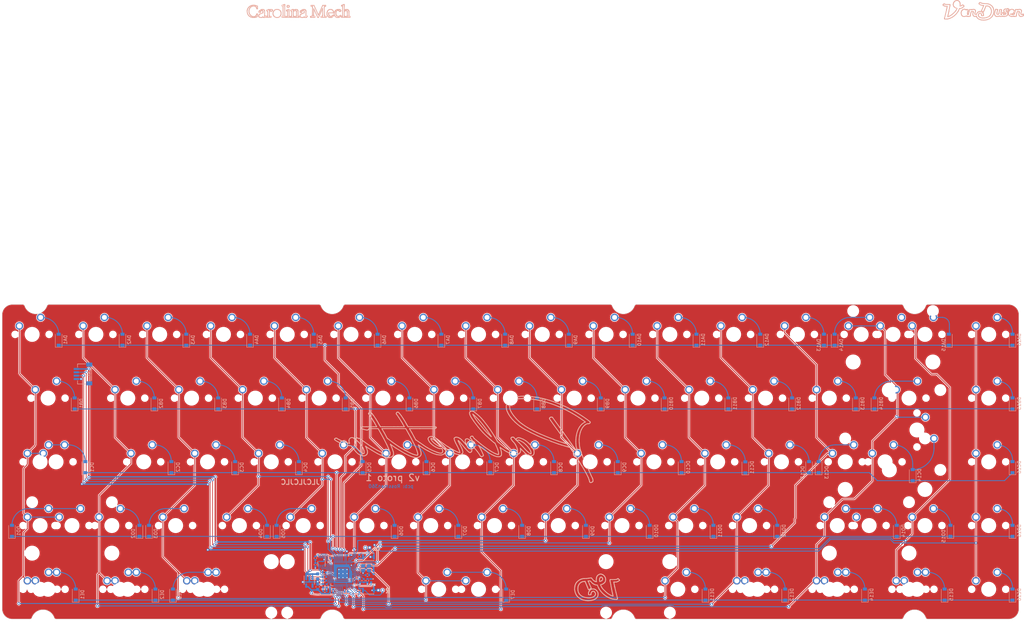
<source format=kicad_pcb>
(kicad_pcb (version 20221018) (generator pcbnew)
  (layers (0 "F.Cu" signal) (31 "B.Cu" signal) (34 "B.Paste" user) (35 "F.Paste" user) (36 "B.SilkS" user "B.Silkscreen") (37 "F.SilkS" user "F.Silkscreen") (38 "B.Mask" user) (39 "F.Mask" user) (44 "Edge.Cuts" user))
  (net 0 "")
  (net 1 "Net-(DA1-A)")
  (net 2 "Net-(DB1-A)")
  (net 3 "Net-(DC1-A)")
  (net 4 "Net-(DD1-A)")
  (net 5 "c1")
  (net 6 "Net-(DA2-A)")
  (net 7 "Net-(DB2-A)")
  (net 8 "Net-(DC2-A)")
  (net 9 "Net-(DD2-A)")
  (net 10 "Net-(DE1-A)")
  (net 11 "Net-(DA3-A)")
  (net 12 "Net-(DB3-A)")
  (net 13 "Net-(DC3-A)")
  (net 14 "Net-(DD3-A)")
  (net 15 "c2")
  (net 16 "Net-(DE3-A)")
  (net 17 "c3")
  (net 18 "Net-(DA4-A)")
  (net 19 "Net-(DA5-A)")
  (net 20 "Net-(DA6-A)")
  (net 21 "c4")
  (net 22 "c5")
  (net 23 "c6")
  (net 24 "Net-(DA7-A)")
  (net 25 "Net-(DA8-A)")
  (net 26 "Net-(DA9-A)")
  (net 27 "Net-(DA10-A)")
  (net 28 "Net-(DA11-A)")
  (net 29 "Net-(DA12-A)")
  (net 30 "Net-(DA13-A)")
  (net 31 "Net-(DA14-A)")
  (net 32 "Net-(DA15-A)")
  (net 33 "c7")
  (net 34 "c8")
  (net 35 "c9")
  (net 36 "c10")
  (net 37 "c11")
  (net 38 "c12")
  (net 39 "c13")
  (net 40 "c14")
  (net 41 "Net-(DA16-A)")
  (net 42 "c15")
  (net 43 "Net-(DB4-A)")
  (net 44 "Net-(DC4-A)")
  (net 45 "Net-(DD4-A)")
  (net 46 "Net-(DB5-A)")
  (net 47 "Net-(DC5-A)")
  (net 48 "Net-(DD5-A)")
  (net 49 "Net-(DB6-A)")
  (net 50 "Net-(DC6-A)")
  (net 51 "Net-(DD6-A)")
  (net 52 "Net-(DB7-A)")
  (net 53 "Net-(DC7-A)")
  (net 54 "Net-(DD7-A)")
  (net 55 "Net-(DB8-A)")
  (net 56 "Net-(DC8-A)")
  (net 57 "Net-(DD8-A)")
  (net 58 "Net-(DB9-A)")
  (net 59 "Net-(DC9-A)")
  (net 60 "Net-(DD9-A)")
  (net 61 "Net-(DB10-A)")
  (net 62 "Net-(DB11-A)")
  (net 63 "Net-(DB12-A)")
  (net 64 "Net-(DB13-A)")
  (net 65 "Net-(DC10-A)")
  (net 66 "Net-(DC11-A)")
  (net 67 "Net-(DC12-A)")
  (net 68 "Net-(DD10-A)")
  (net 69 "Net-(DD11-A)")
  (net 70 "Net-(DD12-A)")
  (net 71 "Net-(DC13-A)")
  (net 72 "Net-(DB14-A)")
  (net 73 "Net-(DE14-A)")
  (net 74 "Net-(DE15-A)")
  (net 75 "Net-(DE12-A)")
  (net 76 "Net-(DE7-A)")
  (net 77 "Net-(DD14-A)")
  (net 78 "Net-(DD15-A)")
  (net 79 "Net-(DB15-A)")
  (net 80 "Net-(DC14-A)")
  (net 81 "Net-(DE11-A)")
  (net 82 "rA")
  (net 83 "rB")
  (net 84 "rC")
  (net 85 "rD")
  (net 86 "rE")
  (net 87 "Net-(DE2-A)")
  (net 88 "+5V")
  (net 89 "GND")
  (net 90 "+3V3")
  (net 91 "Net-(U1-XIN)")
  (net 92 "Net-(C4-Pad1)")
  (net 93 "+1V1")
  (net 94 "Net-(D1-K)")
  (net 95 "/LED")
  (net 96 "D+")
  (net 97 "D-")
  (net 98 "Net-(J5-Pin_2)")
  (net 99 "/~{RESET}")
  (net 100 "/QSPI_~{CS}")
  (net 101 "Net-(U1-USB_DP)")
  (net 102 "Net-(U1-USB_DM)")
  (net 103 "Net-(U1-XOUT)")
  (net 104 "/VBUS_DET")
  (net 107 "/D14")
  (net 110 "/MISO")
  (net 112 "/SCLK")
  (net 113 "/MOSI")
  (net 114 "/QSPI_D3")
  (net 115 "/QSPI_SCLK")
  (net 116 "/QSPI_D0")
  (net 117 "/QSPI_D2")
  (net 118 "/QSPI_D1")
  (net 120 "Net-(DC16-A)")
  (net 121 "Net-(DD16-A)")
  (net 122 "Net-(DE16-A)")
  (net 123 "c16")
  (footprint "MX_Only:MXOnly-2U-NoLED" (layer "F.Cu") (at 346.55125 88.10625)
    (fp_text reference "KA14.2")
    (fp_text value "Bspc")
  )
  (footprint "MX_Only:MXOnly-1U-NoLED" (layer "F.Cu") (at 246.53875 145.25625)
    (fp_text reference "KD9")
    (fp_text value "M")
  )
  (footprint "MX_Only:MXOnly-1U-NoLED" (layer "F.Cu") (at 375.12635 88.10625)
    (fp_text reference "KA16")
    (fp_text value "del")
  )
  (footprint "MX_Only:MXOnly-1U-NoLED" (layer "F.Cu") (at 308.45125 107.15625)
    (fp_text reference "KB12")
    (fp_text value "[")
  )
  (footprint "MX_Only:MXOnly-1.25U-NoLED" (layer "F.Cu") (at 115.57 164.30625)
    (fp_text reference "KE2")
    (fp_text value "LWin")
  )
  (footprint "MX_Only:MXOnly-1U-NoLED" (layer "F.Cu") (at 332.26375 126.20625)
    (fp_text reference "KC13")
    (fp_text value "#")
  )
  (footprint "MX_Only:MXOnly-1U-NoLED" (layer "F.Cu") (at 217.96375 126.20625)
    (fp_text reference "KC7")
    (fp_text value "H")
  )
  (footprint "MX_Only:MXOnly-1U-NoLED" (layer "F.Cu") (at 289.40125 107.15625)
    (fp_text reference "KB11")
    (fp_text value "P")
  )
  (footprint "MX_Only:MXOnly-1U-NoLED" (layer "F.Cu") (at 146.52625 88.10625)
    (fp_text reference "KA4")
    (fp_text value "3")
  )
  (footprint "MX_Only:MXOnly-1U-NoLED" (layer "F.Cu") (at 122.71375 126.20625)
    (fp_text reference "KC2")
    (fp_text value "A")
  )
  (footprint "MX_Only:MXOnly-1.25U-NoLED" (layer "F.Cu") (at 139.3825 164.30625)
    (fp_text reference "KE3")
    (fp_text value "LAlt")
  )
  (footprint "MX_Only:MXOnly-1U-NoLED" (layer "F.Cu") (at 117.95125 164.30625)
    (fp_text reference "KE2.2")
    (fp_text value "LWin" hide)
  )
  (footprint "MX_Only:MXOnly-1U-NoLED" (layer "F.Cu") (at 141.76375 126.20625)
    (fp_text reference "KC3")
    (fp_text value "S")
  )
  (footprint "MX_Only:MXOnly-1U-NoLED" (layer "F.Cu") (at 375.12635 126.20625)
    (fp_text reference "KC16")
    (fp_text value "pgup")
  )
  (footprint "MX_Only:MXOnly-1U-NoLED" (layer "F.Cu") (at 117.95125 107.15625)
    (fp_text reference "KB2")
    (fp_text value "Q")
  )
  (footprint "MX_Only:MXOnly-1U-NoLED" (layer "F.Cu") (at 156.05125 107.15625)
    (fp_text reference "KB4")
    (fp_text value "E")
  )
  (footprint "MX_Only:MXOnly-7U-ReversedStabilizers-NoLED" (layer "F.Cu") (at 222.72625 164.30625)
    (fp_text reference "KE7.2")
    (fp_text value "Space")
  )
  (footprint "MX_Only:MXOnly-1U-NoLED" (layer "F.Cu") (at 356.07625 145.25625)
    (fp_text reference "KD15")
    (fp_text value "Fn")
  )
  (footprint "MX_Only:MXOnly-1U-NoLED" (layer "F.Cu") (at 375.12635 164.30625)
    (fp_text reference "KE16")
    (fp_text value "Pgdn")
  )
  (footprint "MX_Only:MXOnly-1U-NoLED" (layer "F.Cu") (at 227.48875 145.25625)
    (fp_text reference "KD8")
    (fp_text value "N")
  )
  (footprint "MX_Only:MXOnly-1U-NoLED" (layer "F.Cu") (at 208.43875 145.25625)
    (fp_text reference "KD7")
    (fp_text value "B")
  )
  (footprint "MX_Only:MXOnly-1U-NoLED" (layer "F.Cu") (at 256.06375 126.20625)
    (fp_text reference "KC9")
    (fp_text value "K")
  )
  (footprint "MX_Only:MXOnly-1.25U-NoLED" (layer "F.Cu") (at 353.695 164.30625)
    (fp_text reference "KE15")
    (fp_text value "Rctl" hide)
  )
  (footprint "MX_Only:MXOnly-1.25U-NoLED" (layer "F.Cu") (at 91.7575 126.20625)
    (fp_text reference "KC1.2")
    (fp_text value "Stepped")
  )
  (footprint "MX_Only:MXOnly-1.25U-NoLED" (layer "F.Cu") (at 91.7575 145.25625)
    (fp_text reference "KD1")
    (fp_text value "Lshift")
  )
  (footprint "MX_Only:MXOnly-1.5U-NoLED" (layer "F.Cu") (at 303.68875 164.30625)
    (fp_text reference "KE12.2")
    (fp_text value "Rwin")
  )
  (footprint "MX_Only:MXOnly-1U-NoLED" (layer "F.Cu") (at 194.15125 107.15625)
    (fp_text reference "KB6")
    (fp_text value "T")
  )
  (footprint "MX_Only:MXOnly-1U-NoLED" (layer "F.Cu") (at 317.97625 88.10625)
    (fp_text reference "KA13")
    (fp_text value "=")
  )
  (footprint "Connector_PinHeader_1.27mm:PinHeader_1x02_P1.27mm_Vertical" (layer "F.Cu") (at 192.785 164.59 90)
    (fp_text reference "J5" hide)
    (fp_text value "Conn_01x02" hide)
  )
  (footprint "MX_Only:MXOnly-1U-NoLED" (layer "F.Cu") (at 203.67625 88.10625)
    (fp_text reference "KA7")
    (fp_text value "6")
  )
  (footprint "MX_Only:MXOnly-1U-NoLED" (layer "F.Cu") (at 170.33875 145.25625)
    (fp_text reference "KD5")
    (fp_text value "C")
  )
  (footprint "MX_Only:MXOnly-1U-NoLED" (layer "F.Cu") (at 251.30125 107.15625)
    (fp_text reference "KB9")
    (fp_text value "I")
  )
  (footprint "MX_Only:MXOnly-2.25U-NoLED" (layer "F.Cu") (at 344.17 126.20625)
    (fp_text reference "KC14")
    (fp_text value "Enter")
  )
  (footprint "MX_Only:MXOnly-1U-NoLED" (layer "F.Cu") (at 232.25125 107.15625)
    (fp_text reference "KB8")
    (fp_text value "U")
  )
  (footprint "MX_Only:MXOnly-1U-NoLED" (layer "F.Cu") (at 275.11375 126.20625)
    (fp_text reference "KC10")
    (fp_text value "L")
  )
  (footprint "MX_Only:MXOnly-1.25U-NoLED" (layer "F.Cu") (at 306.07 164.30625)
    (fp_text reference "KE12")
    (fp_text value "Rwin" hide)
  )
  (footprint "MX_Only:MXOnly-1.75U-NoLED" (layer "F.Cu") (at 329.8825 145.25625)
    (fp_text reference "KD14")
    (fp_text value "Rsft" hide)
  )
  (footprint "MX_Only:MXOnly-1U-NoLED" (layer "F.Cu") (at 189.38875 145.25625)
    (fp_text reference "KD6")
    (fp_text value "V")
  )
  (footprint "MX_Only:MXOnly-1U-NoLED" (layer "F.Cu") (at 113.18875 145.25625)
    (fp_text reference "KD2")
    (fp_text value "\\")
  )
  (footprint "MX_Only:MXOnly-1U-NoLED" (layer "F.Cu") (at 165.57625 88.10625)
    (fp_text reference "KA5")
    (fp_text value "4")
  )
  (footprint "MX_Only:MXOnly-1U-NoLED" (layer "F.Cu") (at 284.63875 145.25625)
    (fp_text reference "KD11")
    (fp_text value ".")
  )
  (footprint "MX_Only:MXOnly-1U-NoLED" (layer "F.Cu") (at 160.81375 126.20625)
    (fp_text reference "KC4")
    (fp_text value "D")
  )
  (footprint "MX_Only:MXOnly-1U-NoLED" (layer "F.Cu") (at 327.50125 164.30625)
    (fp_text reference "KE14.2")
    (fp_text value "RMenu")
  )
  (footprint "MX_Only:MXOnly-1U-NoLED" (layer "F.Cu") (at 241.77625 88.10625)
    (fp_text reference "KA9")
    (fp_text value "8")
  )
  (footprint "MX_Only:MXOnly-1U-NoLED" (layer "F.Cu") (at 375.12635 107.15625)
    (fp_text reference "KB16")
    (fp_text value "home")
  )
  (footprint "MX_Only:MXOnly-ISO-ROTATED-ReversedStabilizers-NoLED" (layer "F.Cu") (at 353.695 116.68125)
    (fp_text reference "KC14.2")
    (fp_text value "Enter" hide)
  )
  (footprint "MX_Only:MXOnly-1U-NoLED" (layer "F.Cu") (at 313.21375 126.20625)
    (fp_text reference "KC12")
    (fp_text value "'")
  )
  (footprint "MX_Only:MXOnly-1U-NoLED" (layer "F.Cu") (at 213.20125 107.15625)
    (fp_text reference "KB7")
    (fp_text value "Y")
  )
  (footprint "MX_Only:MXOnly-6.25U-ReversedStabilizers-NoLED" (layer "F.Cu") (at 210.82 164.30625)
    (fp_text reference "KE7")
    (fp_text value "Space")
  )
  (footprint "MX_Only:MXOnly-2.25U-NoLED" (layer "F.Cu") (at 101.2825 145.25625)
    (fp_text reference "KD1.2")
    (fp_text value "Lshift" hide)
  )
  (footprint "MX_Only:MXOnly-1U-NoLED" (layer "F.Cu") (at 237.01375 126.20625)
    (fp_text reference "KC8")
    (fp_text value "J")
  )
  (footprint "MX_Only:MXOnly-1U-NoLED" (layer "F.Cu") (at 294.16375 126.20625)
    (fp_text reference "KC11")
    (fp_text value ";")
  )
  (footprint "MX_Only:MXOnly-1U-NoLED" (layer "F.Cu") (at 198.91375 126.20625)
    (fp_text reference "KC6")
    (fp_text value "G")
  )
  (footprint "MX_Only:MXOnly-1U-NoLED" (layer "F.Cu") (at 260.82625 88.10625)
    (fp_text reference "KA10")
    (fp_text value "9")
  )
  (footprint "MX_Only:MXOnly-1.5U-NoLED" (layer "F.Cu") (at 94.13875 107.15625)
    (fp_text reference "KB1")
    (fp_text value "Tab")
  )
  (footprint "MX_Only:MXOnly-1U-NoLED" (layer "F.Cu") (at 375.12635 145.25625)
    (fp_text reference "KD16")
    (fp_text value "pgdn")
  )
  (footprint "MX_Only:MXOnly-1U-NoLED" (layer "F.Cu") (at 108.42625 88.10625)
    (fp_text reference "KA2")
    (fp_text value "1")
  )
  (footprint "MX_Only:MXOnly-1U-NoLED" (layer "F.Cu") (at 184.62625 88.10625)
    (fp_text reference "KA6")
    (fp_text value "5")
  )
  (footprint "MX_Only:MXOnly-1U-NoLED" (layer "F.Cu") (at 337.02625 88.10625)
    (fp_text reference "KA14")
    (fp_text value "Bspc" hide)
  )
  (footprint "MX_Only:MXOnly-1.25U-NoLED" (layer "F.Cu") (at 329.8825 164.30625)
    (fp_text reference "KE14")
    (fp_text value "RMenu" hide)
  )
  (footprint "MX_Only:MXOnly-1U-NoLED" (layer "F.Cu") (at 298.92625 88.10625)
    (fp_text reference "KA12")
    (fp_text value "-")
  )
  (footprint "MX_Only:MXOnly-1U-NoLED" (layer "F.Cu") (at 279.87625 88.10625)
    (fp_text reference "KA11")
    (fp_text value "10")
  )
  (footprint "MX_Only:MXOnly-1U-NoLED" (layer "F.Cu") (at 132.23875 145.25625)
    (fp_text reference "KD3")
    (fp_text value "Z")
  )
  (footprint "MX_Only:MXOnly-1U-NoLED" (layer "F.Cu") (at 327.50125 107.15625)
    (fp_text reference "KB13")
    (fp_text value "]")
  )
  (footprint "MX_Only:MXOnly-1U-NoLED" (layer "F.Cu") (at 151.28875 145.25625)
    (fp_text reference "KD4")
    (fp_text value "X")
  )
  (footprint "MX_Only:MXOnly-1U-NoLED" (layer "F.Cu") (at 303.68875 145.25625)
    (fp_text reference "KD12")
    (fp_text value "/")
  )
  (footprint "MX_Only:MXOnly-1U-NoLED" (layer "F.Cu") (at 270.35125 107.15625)
    (fp_text reference "KB10")
    (fp_text value "O")
  )
  (footprint "MX_Only:MXOnly-1.25U-NoLED" (layer "F.Cu") (at 91.7575 164.30625)
    (fp_text reference "KE1")
    (fp_text value "LCtl")
  )
  (footprint "MX_Only:MXOnly-1U-NoLED" (layer "F.Cu") (at 175.10125 107.15625)
    (fp_text reference "KB5")
    (fp_text value "R")
  )
  (footprint "MX_Only:MXOnly-1U-NoLED" (layer "F.Cu") (at 137.00125 107.15625)
    (fp_text reference "KB3")
    (fp_text value "W")
  )
  (footprint "Connector_PinHeader_1.27mm:PinHeader_1x02_P1.27mm_Vertical" (layer "F.Cu") (at 190.205644 151.844846 -90)
    (fp_text reference "J5" hide)
    (fp_text value "Conn_01x02" hide)
  )
  (footprint "MX_Only:MXOnly-1.5U-NoLED" (layer "F.Cu") (at 351.31375 107.15625)
    (fp_text reference "KB14")
    (fp_text value "\\")
  )
  (footprint "MX_Only:MXOnly-1.5U-NoLED" (layer "F.Cu") (at 141.76375 164.30625)
    (fp_text reference "KE3.2")
    (fp_text value "LAlt" hide)
  )
  (footprint "MX_Only:MXOnly-1U-NoLED" (layer "F.Cu") (at 356.07625 88.10625)
    (fp_text reference "KA15")
    (fp_text value "`")
  )
  (footprint "MX_Only:MXOnly-1U-NoLED" (layer "F.Cu") (at 265.58875 145.25625)
    (fp_text reference "KD10")
    (fp_text value ",")
  )
  (footprint "MX_Only:MXOnly-1.5U-NoLED" (layer "F.Cu") (at 351.31375 164.30625)
    (fp_text reference "KE15.2")
    (fp_text value "Rctl")
  )
  (footprint "MX_Only:MXOnly-1.5U-NoLED" (layer "F.Cu") (at 94.13875 164.30625)
    (fp_text reference "KE1.2")
    (fp_text value "LCtl" hide)
  )
  (footprint "MX_Only:MXOnly-2.75U-NoLED" (layer "F.Cu") (at 339.4075 145.25625)
    (fp_text reference "KD14.2")
    (fp_text value "Rsft")
  )
  (footprint "MX_Only:MXOnly-1.25U-NoLED" (layer "F.Cu") (at 282.2575 164.30625)
    (fp_text reference "KE11")
    (fp_text value "AltGr")
  )
  (footprint "MX_Only:MXOnly-1.75U-NoLED" (layer "F.Cu") (at 96.52 126.20625)
    (fp_text reference "KC1")
    (fp_text value "Caps")
  )
  (footprint "MX_Only:MXOnly-1U-NoLED" (layer "F.Cu") (at 127.47625 88.10625)
    (fp_text reference "KA3")
    (fp_text value "2")
  )
  (footprint "MX_Only:MXOnly-1U-NoLED" (layer "F.Cu") (at 89.37625 88.10625)
    (fp_text reference "KA1")
    (fp_text value "Esc")
  )
  (footprint "MX_Only:MXOnly-1U-NoLED" (layer "F.Cu") (at 179.86375 126.20625)
    (fp_text reference "KC5")
    (fp_text value "F")
  )
  (footprint "MX_Only:MXOnly-1U-NoLED" (layer "F.Cu") (at 222.72625 88.10625)
    (fp_text reference "KA8")
    (fp_text value "7")
  )
  (footprint "LED_SMD:LED_0402_1005Metric" (layer "B.Cu") (at 190.625 161.718751 -90)
    (fp_text reference "D1" hide)
    (fp_text value "LED")
  )
  (footprint "montsinger:diode_smd" (layer "B.Cu") (at 230.98125 165.89375 90)
    (fp_text reference "DE7")
    (fp_text value "Diode")
  )
  (footprint "Capacitor_SMD:C_0402_1005Metric" (layer "B.Cu") (at 177.375 163.268751 -90)
    (fp_text reference "C6" hide)
    (fp_text value "1µ")
  )
  (footprint "montsinger:diode_smd" (layer "B.Cu") (at 202.08875 108.74375 90)
    (fp_text reference "DB6")
    (fp_text value "Diode")
  )
  (footprint "montsinger:diode_smd" (layer "B.Cu") (at 125.88875 108.74375 90)
    (fp_text reference "DB2")
    (fp_text value "Diode")
  )
  (footprint "0xLib_Package_DFN_QFN:USON-8-1EP_3x2mm_P0.5mm_EP0.25x1.65mm" (layer "B.Cu") (at 175.825 155.968751 -90)
    (fp_text reference "U2" hide)
    (fp_text value "GD25Q80CEIGR")
  )
  (footprint "montsinger:diode_smd" (layer "B.Cu") (at 361.95 165.89375 90)
    (fp_text reference "DE15")
    (fp_text value "Diode")
  )
  (footprint "Button_Switch_SMD:SW_SPST_CK_KXT3" (layer "B.Cu") (at 189.825 154.61875 180)
    (fp_text reference "SW2" hide)
    (fp_text value "SW_Push")
  )
  (footprint "montsinger:diode_smd" (layer "B.Cu") (at 83.34375 146.84375 90)
    (fp_text reference "DD1")
    (fp_text value "Diode")
  )
  (footprint "montsinger:diode_smd" (layer "B.Cu") (at 363.2201 89.69375 90)
    (fp_text reference "DA15")
    (fp_text value "Diode")
  )
  (footprint "montsinger:diode_smd" (layer "B.Cu") (at 163.98875 108.74375 90)
    (fp_text reference "DB4")
    (fp_text value "Diode")
  )
  (footprint "Capacitor_SMD:C_0402_1005Metric" (layer "B.Cu") (at 191.375 157.318751 -90)
    (fp_text reference "C3" hide)
    (fp_text value "15p")
  )
  (footprint "Capacitor_SMD:C_0603_1608Metric" (layer "B.Cu") (at 174.675 160.468751 -90)
    (fp_text reference "C1" hide)
    (fp_text value "1µ")
  )
  (footprint "montsinger:jst" (layer "B.Cu") (at 107.34 99.94 -90)
    (fp_text reference "J1")
    (fp_text value "SM04B-SRSS-TB(LF)(SN)")
  )
  (footprint "Resistor_SMD:R_0402_1005Metric" (layer "B.Cu") (at 173.975 154.998751 -90)
    (fp_text reference "R9" hide)
    (fp_text value "10k")
  )
  (footprint "montsinger:diode_smd" (layer "B.Cu") (at 264.31875 127.79375 90)
    (fp_text reference "DC9")
    (fp_text value "Diode")
  )
  (footprint "montsinger:diode_smd" (layer "B.Cu") (at 173.51375 89.69375 90)
    (fp_text reference "DA5")
    (fp_text value "Diode")
  )
  (footprint "montsinger:diode_smd" (layer "B.Cu") (at 287.81375 89.69375 90)
    (fp_text reference "DA11")
    (fp_text value "Diode")
  )
  (footprint "Capacitor_SMD:C_0402_1005Metric" (layer "B.Cu") (at 173.974999 156.948751 -90)
    (fp_text reference "C10" hide)
    (fp_text value "100n")
  )
  (footprint "montsinger:diode_smd" (layer "B.Cu") (at 382.23835 165.89375 90)
    (fp_text reference "DE16")
    (fp_text value "Diode")
  )
  (footprint "montsinger:diode_smd" (layer "B.Cu") (at 297.33875 108.74375 90)
    (fp_text reference "DB11")
    (fp_text value "Diode")
  )
  (footprint "montsinger:diode_smd" (layer "B.Cu") (at 216.69375 146.84375 90)
    (fp_text reference "DD7")
    (fp_text value "Diode")
  )
  (footprint "Capacitor_SMD:C_0402_1005Metric" (layer "B.Cu") (at 178.825 165.318751)
    (fp_text reference "C5" hide)
    (fp_text value "1µ")
  )
  (footprint "montsinger:diode_smd" (layer "B.Cu") (at 340.9951 108.74375 90)
    (fp_text reference "DB14")
    (fp_text value "Diode")
  )
  (footprint "montsinger:diode_smd" (layer "B.Cu") (at 347.6625 146.84375 90)
    (fp_text reference "DD14")
    (fp_text value "Diode")
  )
  (footprint "montsinger:diode_smd" (layer "B.Cu") (at 273.84375 146.84375 90)
    (fp_text reference "DD10")
    (fp_text value "Diode")
  )
  (footprint "montsinger:diode_smd" (layer "B.Cu") (at 311.94375 146.84375 90)
    (fp_text reference "DD12")
    (fp_text value "Diode")
  )
  (footprint "montsinger:diode_smd" (layer "B.Cu") (at 363.69635 146.83625 90)
    (fp_text reference "DD15")
    (fp_text value "Diode")
  )
  (footprint "Button_Switch_SMD:SW_SPST_CK_KXT3" (layer "B.Cu") (at 189.825 164.618751 180)
    (fp_text reference "SW1" hide)
    (fp_text value "SW_Push")
  )
  (footprint "montsinger:diode_smd" (layer "B.Cu") (at 192.56375 89.69375 90)
    (fp_text reference "DA6")
    (fp_text value "Diode")
  )
  (footprint "montsinger:diode_smd" (layer "B.Cu") (at 338.1375 165.89375 90)
    (fp_text reference "DE14")
    (fp_text value "Diode")
  )
  (footprint "montsinger:diode_smd" (layer "B.Cu") (at 183.03875 108.74375 90)
    (fp_text reference "DB5")
    (fp_text value "Diode")
  )
  (footprint "montsinger:diode_smd" (layer "B.Cu") (at 382.23835 146.83625 90)
    (fp_text reference "DD16")
    (fp_text value "Diode")
  )
  (footprint "Crystal:Crystal_SMD_2520-4Pin_2.5x2.0mm" (layer "B.Cu") (at 189.125 158.018751)
    (fp_text reference "Y1" hide)
    (fp_text value "Crystal_GND24")
  )
  (footprint "Resistor_SMD:R_0402_1005Metric" (layer "B.Cu") (at 187.125 164.61875 -90)
    (fp_text reference "R2" hide)
    (fp_text value "10k")
  )
  (footprint "montsinger:diode_smd" (layer "B.Cu") (at 150.01875 127.79375 90)
    (fp_text reference "DC3")
    (fp_text value "Diode")
  )
  (footprint "montsinger:diode_smd" (layer "B.Cu") (at 245.26875 127.79375 90)
    (fp_text reference "DC8")
    (fp_text value "Diode")
  )
  (footprint "montsinger:diode_smd" (layer "B.Cu") (at 316.38875 108.74375 90)
    (fp_text reference "DB12")
    (fp_text value "Diode")
  )
  (footprint "montsinger:diode_smd" (layer "B.Cu") (at 382.23835 108.74375 90)
    (fp_text reference "DB15")
    (fp_text value "Diode")
  )
  (footprint "montsinger:diode_smd" (layer "B.Cu") (at 230.66375 89.69375 90)
    (fp_text reference "DA8")
    (fp_text value "Diode")
  )
  (footprint "montsinger:diode_smd" (layer "B.Cu") (at 325.91375 89.69375 90)
    (fp_text reference "DA13")
    (fp_text value "Diode")
  )
  (footprint "montsinger:diode_smd" (layer "B.Cu") (at 159.54375 146.84375 90)
    (fp_text reference "DD4")
    (fp_text value "Diode")
  )
  (footprint "montsinger:diode_smd" (layer "B.Cu") (at 124.30135 146.84375 90)
    (fp_text reference "DD3")
    (fp_text value "Diode")
  )
  (footprint "montsinger:diode_smd" (layer "B.Cu") (at 324.32635 127.79375 90)
    (fp_text reference "DC13")
    (fp_text value "Diode")
  )
  (footprint "montsinger:diode_smd" (layer "B.Cu") (at 207.16875 127.79375 90)
    (fp_text reference "DC6")
    (fp_text value "Diode")
  )
  (footprint "Capacitor_SMD:C_0402_1005Metric" (layer "B.Cu") (at 183.175 165.018751 180)
    (fp_text reference "C13" hide)
    (fp_text value "100n")
  )
  (footprint "montsinger:diode_smd" (layer "B.Cu") (at 162.40135 146.84375 90)
    (fp_text reference "DD5")
    (fp_text value "Diode")
  )
  (footprint "montsinger:diode_smd" (layer "B.Cu") (at 302.41875 127.85625 90)
    (fp_text reference "DC11")
    (fp_text value "Diode")
  )
  (footprint "Capacitor_SMD:C_0402_1005Metric" (layer "B.Cu") (at 176.625 159.318751 180)
    (fp_text reference "C7" hide)
    (fp_text value "100n")
  )
  (footprint "Capacitor_SMD:C_0402_1005Metric" (layer "B.Cu") (at 188.425 161.71875 -90)
    (fp_text reference "C14" hide)
    (fp_text value "100n")
  )
  (footprint "Package_TO_SOT_SMD:SOT-23-5" (layer "B.Cu") (at 172.174999 162.06875 -90)
    (fp_text reference "U3" hide)
    (fp_text value "XC6210B332MR-G")
  )
  (footprint "montsinger:diode_smd" (layer "B.Cu") (at 116.36375 89.69375 90)
    (fp_text reference "DA2")
    (fp_text value "Diode")
  )
  (footprint "Capacitor_SMD:C_0402_1005Metric" (layer "B.Cu") (at 187.324999 161.718751 -90)
    (fp_text reference "C8" hide)
    (fp_text value "100n")
  )
  (footprint "montsinger:diode_smd" (layer "B.Cu") (at 130.96875 127.79375 90)
    (fp_text reference "DC2")
    (fp_text value "Diode")
  )
  (footprint "montsinger:diode_smd" (layer "B.Cu") (at 254.79375 146.84375 90)
    (fp_text reference "DD9")
    (fp_text value "Diode")
  )
  (footprint "Resistor_SMD:R_0402_1005Metric" (layer "B.Cu") (at 176.325 163.268751 90)
    (fp_text reference "R10" hide)
    (fp_text value "5.1k")
  )
  (footprint "Resistor_SMD:R_0402_1005Metric" (layer "B.Cu") (at 189.525 161.71875 90)
    (fp_text reference "R1" hide)
    (fp_text value "1k")
  )
  (footprint "montsinger:diode_smd" (layer "B.Cu") (at 314.325 165.89375 90)
    (fp_text reference "DE12")
    (fp_text value "Diode")
  )
  (footprint "montsinger:diode_smd" (layer "B.Cu") (at 226.21875 127.79375 90)
    (fp_text reference "DC7")
    (fp_text value "Diode")
  )
  (footprint "Resistor_SMD:R_0402_1005Metric" (layer "B.Cu") (at 176.835 164.818751 180)
    (fp_text reference "R11" hide)
    (fp_text value "10k")
  )
  (footprint "montsinger:diode_smd" (layer "B.Cu") (at 135.41375 89.69375 90)
    (fp_text reference "DA3")
    (fp_text value "Diode")
  )
  (footprint "montsinger:diode_smd" (layer "B.Cu") (at 335.43875 108.74375 90)
    (fp_text reference "DB13")
    (fp_text value "Diode")
  )
  (footprint "Capacitor_SMD:C_0402_1005Metric" (layer "B.Cu") (at 178.924999 154.91875 180)
    (fp_text reference "C12" hide)
    (fp_text value "100n")
  )
  (footprint "montsinger:diode_smd" (layer "B.Cu") (at 97.31375 89.69375 90)
    (fp_text reference "DA1")
    (fp_text value "Diode")
  )
  (footprint "Capacitor_SMD:C_0402_1005Metric" (layer "B.Cu") (at 183.924999 154.118751)
    (fp_text reference "C9" hide)
    (fp_text value "100n")
  )
  (footprint "Capacitor_SMD:C_0603_1608Metric" (layer "B.Cu") (at 174.675 163.568751 90)
    (fp_text reference "C2" hide)
    (fp_text value "1µ")
  )
  (footprint "montsinger:diode_smd" (layer "B.Cu") (at 292.89375 146.84375 90)
    (fp_text reference "DD11")
    (fp_text value "Diode")
  )
  (footprint "montsinger:diode_smd" (layer "B.Cu") (at 249.71375 89.69375 90)
    (fp_text reference "DA9")
    (fp_text value "Diode")
  )
  (footprint "Resistor_SMD:R_0402_1005Metric" (layer "B.Cu") (at 187.125 154.518751 90)
    (fp_text reference "R3" hide)
    (fp_text value "1k")
  )
  (footprint "montsinger:diode_smd" (layer "B.Cu") (at 169.06875 127.79375 90)
    (fp_text reference "DC4")
    (fp_text value "Diode")
  )
  (footprint "montsinger:diode_smd" (layer "B.Cu") (at 154.46375 89.69375 90)
    (fp_text reference "DA4")
    (fp_text value "Diode")
  )
  (footprint "montsinger:diode_smd" (layer "B.Cu") (at 188.11875 127.79375 90)
    (fp_text reference "DC5")
    (fp_text value "Diode")
  )
  (footprint "montsinger:diode_smd" (layer "B.Cu") (at 306.86375 89.69375 90)
    (fp_text reference "DA12")
    (fp_text value "Diode")
  )
  (footprint "montsinger:diode_smd" (layer "B.Cu") (at 131.445 165.89375 90)
    (fp_text reference "DE3")
    (fp_text value "Diode")
  )
  (footprint "montsinger:diode_smd" (layer "B.Cu") (at 382.23835 89.69375 90)
    (fp_text reference "DA16")
    (fp_text value "Diode")
  )
  (footprint "montsinger:diode_smd" (layer "B.Cu") (at 102.07635 108.74375 90)
    (fp_text reference "DB1")
    (fp_text value "Diode")
  )
  (footprint "Resistor_SMD:R_0402_1005Metric" (layer "B.Cu") (at 176.725 161.718751)
    (fp_text reference "R7" hide)
    (fp_text value "27")
  )
  (footprint "montsinger:diode_smd" (layer "B.Cu") (at 235.74375 146.84375 90)
    (fp_text reference "DD8")
    (fp_text value "Diode")
  )
  (footprint "montsinger:diode_smd" (layer "B.Cu") (at 382.23835 127.79375 90)
    (fp_text reference "DC16")
    (fp_text value "Diode")
  )
  (footprint "montsinger:diode_smd" (layer "B.Cu") (at 126.20625 165.89375 90)
    (fp_text reference "DE2")
    (fp_text value "Diode")
  )
  (footprint "montsinger:diode_smd" (layer "B.Cu") (at 102.39375 165.89375 90)
    (fp_text reference "DE1")
    (fp_text value "Diode")
  )
  (footprint "montsinger:diode_smd" (layer "B.Cu") (at 221.13875 108.74375 90)
    (fp_text reference "DB7")
    (fp_text value "Diode")
  )
  (footprint "Resistor_SMD:R_0402_1005Metric" (layer "B.Cu") (at 189.524999 160.068751 180)
    (fp_text reference "R8" hide)
    (fp_text value "1k")
  )
  (footprint "Capacitor_SMD:C_0402_1005Metric" (layer "B.Cu") (at 191.375 159.318751 90)
    (fp_text reference "C4" hide)
    (fp_text value "15p")
  )
  (footprint "montsinger:diode_smd" (layer "B.Cu") (at 283.36875 127.79375 90)
    (fp_text reference "DC10")
    (fp_text value "Diode")
  )
  (footprint "montsinger:diode_smd" (layer "B.Cu") (at 121.44375 146.84375 90)
    (fp_text reference "DD2")
    (fp_text value "Diode")
  )
  (footprint "montsinger:diode_smd" (layer "B.Cu") (at 321.46875 127.79375 90)
    (fp_text reference "DC12")
    (fp_text value "Diode")
  )
  (footprint "Capacitor_SMD:C_0402_1005Metric" (layer "B.Cu") (at 178.825 164.31875)
    (fp_text reference "C11" hide)
    (fp_text value "100n")
  )
  (footprint "montsinger:diode_smd" (layer "B.Cu") (at 352.425 130.175 90)
    (fp_text reference "DC14")
    (fp_text value "Diode")
  )
  (footprint "montsinger:diode_smd" (layer "B.Cu") (at 197.64375 146.84375 90)
    (fp_text reference "DD6")
    (fp_text value "Diode")
  )
  (footprint "montsinger:diode_smd" (layer "B.Cu") (at 259.23875 108.74375 90)
    (fp_text reference "DB9")
    (fp_text value "Diode")
  )
  (footprint "montsinger:diode_smd" (layer "B.Cu") (at 290.5125 165.89375 90)
    (fp_text reference "DE11")
    (fp_text value "Diode")
  )
  (footprint "0xLib_Package_DFN_QFN:QFN-56-1EP_7x7mm_P0.4mm_EP3.2x3.2mm" (layer "B.Cu") (at 182.225 159.61875 -90)
    (fp_text reference "U1" hide)
    (fp_text value "RP2040")
  )
  (footprint "montsinger:diode_smd" (layer "B.Cu") (at 278.28875 108.74375 90)
    (fp_text reference "DB10")
    (fp_text value "Diode")
  )
  (footprint "montsinger:diode_smd" (layer "B.Cu") (at 144.93875 108.74375 90)
    (fp_text reference "DB3")
    (fp_text value "Diode")
  )
  (footprint "montsinger:diode_smd" (layer "B.Cu") (at 240.18875 108.74375 90)
    (fp_text reference "DB8")
    (fp_text value "Diode")
  )
  (footprint "Resistor_SMD:R_0402_1005Metric" (layer "B.Cu") (at 176.725 160.618751)
    (fp_text reference "R6" hide)
    (fp_text value "27")
  )
  (footprint "montsinger:diode_smd" (layer "B.Cu") (at 211.61375 89.69375 90)
    (fp_text reference "DA7")
    (fp_text value "Diode")
  )
  (footprint "montsinger:diode_smd" (layer "B.Cu") (at 268.76375 89.69375 90)
    (fp_text reference "DA10")
    (fp_text value "Diode")
  )
  (footprint "montsinger:diode_smd" (layer "B.Cu") (at 329.08875 89.69375 90)
    (fp_text reference "DA14")
    (fp_text value "Diode")
  )
  (footprint "montsinger:diode_smd" (layer "B.Cu") (at 105.25135 127.79375 90)
    (fp_text reference "DC1")
    (fp_text value "Diode")
  )
  (gr_curve (pts (xy 215.055495 122.552203) (xy 215.271038 122.662778) (xy 215.481457 122.782946) (xy 215.695703 122.895939)) (stroke (width 0.25)) (layer "B.SilkS"))
  (gr_curve (pts (xy 182.76026 -6.97664) (xy 182.740493 -6.979688) (xy 182.720928 -6.984392) (xy 182.702301 -6.992003)) (stroke (width 0.25)) (layer "B.SilkS"))
  (gr_curve (pts (xy 373.568976 -7.254171) (xy 373.571558 -7.269581) (xy 373.573487 -7.285065) (xy 373.574781 -7.300614)) (stroke (width 0.25)) (layer "B.SilkS"))
  (gr_curve (pts (xy 227.932701 123.819729) (xy 228.004759 123.850663) (xy 228.077061 123.880816) (xy 228.151833 123.905663)) (stroke (width 0.25)) (layer "B.SilkS"))
  (gr_curve (pts (xy 368.33941 -8.956078) (xy 368.327915 -8.963997) (xy 368.316356 -8.971828) (xy 368.304578 -8.979299)) (stroke (width 0.25)) (layer "B.SilkS"))
  (gr_curve (pts (xy 382.533255 -8.932857) (xy 382.505422 -8.953127) (xy 382.476403 -8.971697) (xy 382.446177 -8.988007)) (stroke (width 0.25)) (layer "B.SilkS"))
  (gr_curve (pts (xy 256.501452 132.340083) (xy 256.444711 132.356891) (xy 256.387854 132.373649) (xy 256.329584 132.38305)) (stroke (width 0.25)) (layer "B.SilkS"))
  (gr_curve (pts (xy 171.170685 -7.091161) (xy 171.169919 -7.105138) (xy 171.169167 -7.119092) (xy 171.16859 -7.13306)) (stroke (width 0.25)) (layer "B.SilkS"))
  (gr_curve (pts (xy 377.507841 -6.936818) (xy 377.56931 -6.925119) (xy 377.632039 -6.919986) (xy 377.694576 -6.920369)) (stroke (width 0.25)) (layer "B.SilkS"))
  (gr_curve (pts (xy 372.247313 -10.822468) (xy 372.242564 -10.810187) (xy 372.238467 -10.797646) (xy 372.235702 -10.784733)) (stroke (width 0.25)) (layer "B.SilkS"))
  (gr_curve (pts (xy 364.527293 -10.514789) (xy 364.52774 -10.475346) (xy 364.530378 -10.435926) (xy 364.535033 -10.396749)) (stroke (width 0.25)) (layer "B.SilkS"))
  (gr_curve (pts (xy 263.072522 167.252569) (xy 262.97472 167.237141) (xy 262.877422 167.218545) (xy 262.780576 167.197829)) (stroke (width 0.25)) (layer "B.SilkS"))
  (gr_curve (pts (xy 182.113632 -9.855043) (xy 182.1147 -9.821525) (xy 182.11602 -9.788038) (xy 182.115029 -9.754488)) (stroke (width 0.25)) (layer "B.SilkS"))
  (gr_curve (pts (xy 172.91978 -9.987022) (xy 172.933423 -9.983897) (xy 172.946896 -9.980045) (xy 172.960281 -9.97585)) (stroke (width 0.25)) (layer "B.SilkS"))
  (gr_curve (pts (xy 257.285736 161.809862) (xy 257.325558 161.834604) (xy 257.366585 161.857372) (xy 257.408249 161.878938)) (stroke (width 0.25)) (layer "B.SilkS"))
  (gr_curve (pts (xy 173.037095 -7.132361) (xy 173.031471 -7.120004) (xy 173.02518 -7.107915) (xy 173.017542 -7.096748)) (stroke (width 0.25)) (layer "B.SilkS"))
  (gr_curve (pts (xy 372.74076 -5.95186) (xy 372.79237 -5.938593) (xy 372.844318 -5.926666) (xy 372.896534 -5.91606)) (stroke (width 0.25)) (layer "B.SilkS"))
  (gr_line (start 225.848802 123.561927) (end 226.145275 123.738092) (stroke (width 0.25)) (layer "B.SilkS"))
  (gr_curve (pts (xy 381.045175 -7.60926) (xy 381.056502 -7.572685) (xy 381.070147 -7.536831) (xy 381.085812 -7.501862)) (stroke (width 0.25)) (layer "B.SilkS"))
  (gr_curve (pts (xy 157.825424 -8.68818) (xy 157.870028 -8.703538) (xy 157.917217 -8.711011) (xy 157.964386 -8.710525)) (stroke (width 0.25)) (layer "B.SilkS"))
  (gr_curve (pts (xy 178.183585 -9.01708) (xy 178.150273 -9.005682) (xy 178.117607 -8.9924) (xy 178.085823 -8.977277)) (stroke (width 0.25)) (layer "B.SilkS"))
  (gr_curve (pts (xy 368.953799 -8.822558) (xy 368.964549 -8.85382) (xy 368.967577 -8.886566) (xy 368.96928 -8.919312)) (stroke (width 0.25)) (layer "B.SilkS"))
  (gr_curve (pts (xy 379.1575 -8.004984) (xy 379.132949 -7.985901) (xy 379.10995 -7.964868) (xy 379.088805 -7.942094)) (stroke (width 0.25)) (layer "B.SilkS"))
  (gr_curve (pts (xy 173.064329 -7.218951) (xy 173.06103 -7.20319) (xy 173.057308 -7.187498) (xy 173.052457 -7.172165)) (stroke (width 0.25)) (layer "B.SilkS"))
  (gr_curve (pts (xy 167.414515 -8.929094) (xy 167.418192 -8.973577) (xy 167.422723 -9.017986) (xy 167.426386 -9.06247)) (stroke (width 0.25)) (layer "B.SilkS"))
  (gr_curve (pts (xy 252.479741 116.541121) (xy 252.218499 117.142397) (xy 252.02958 117.77469) (xy 251.929764 118.423075)) (stroke (width 0.25)) (layer "B.SilkS"))
  (gr_curve (pts (xy 182.536105 -6.707095) (xy 182.591278 -6.706239) (xy 182.646444 -6.70505) (xy 182.701603 -6.703604)) (stroke (width 0.25)) (layer "B.SilkS"))
  (gr_curve (pts (xy 201.666982 115.720452) (xy 201.860333 115.720452) (xy 202.053684 115.720452) (xy 202.247036 115.720452)) (stroke (width 0.25)) (layer "B.SilkS"))
  (gr_curve (pts (xy 171.153227 -8.625332) (xy 171.149007 -8.644944) (xy 171.143726 -8.664339) (xy 171.137166 -8.683291)) (stroke (width 0.25)) (layer "B.SilkS"))
  (gr_curve (pts (xy 246.524517 120.859303) (xy 245.833771 120.620774) (xy 245.146049 120.373369) (xy 244.462102 120.115975)) (stroke (width 0.25)) (layer "B.SilkS"))
  (gr_curve (pts (xy 227.124922 120.279249) (xy 226.95576 120.137788) (xy 226.789737 119.992946) (xy 226.622208 119.849579)) (stroke (width 0.25)) (layer "B.SilkS"))
  (gr_curve (pts (xy 366.405292 -11.328492) (xy 366.386742 -11.355684) (xy 366.366736 -11.381886) (xy 366.345305 -11.406863)) (stroke (width 0.25)) (layer "B.SilkS"))
  (gr_curve (pts (xy 166.864253 -8.864152) (xy 166.840727 -8.85709) (xy 166.816937 -8.850929) (xy 166.793026 -8.845298)) (stroke (width 0.25)) (layer "B.SilkS"))
  (gr_curve (pts (xy 255.822573 131.802995) (xy 255.798938 131.706609) (xy 255.768276 131.611889) (xy 255.732342 131.519413)) (stroke (width 0.25)) (layer "B.SilkS"))
  (gr_curve (pts (xy 364.842712 -11.340103) (xy 364.818075 -11.312306) (xy 364.794296 -11.283738) (xy 364.772081 -11.253991)) (stroke (width 0.25)) (layer "B.SilkS"))
  (gr_line (start 191.63419 114.483002) (end 191.810355 114.835332) (stroke (width 0.25)) (layer "B.SilkS"))
  (gr_curve (pts (xy 251.567504 163.127529) (xy 251.583953 163.071362) (xy 251.602313 163.015744) (xy 251.622244 162.960702)) (stroke (width 0.25)) (layer "B.SilkS"))
  (gr_curve (pts (xy 259.361941 160.679874) (xy 259.406914 160.684416) (xy 259.450715 160.696842) (xy 259.49097 160.717671)) (stroke (width 0.25)) (layer "B.SilkS"))
  (gr_curve (pts (xy 180.04945 -8.7622) (xy 180.018423 -8.734895) (xy 179.988865 -8.705927) (xy 179.960765 -8.67561)) (stroke (width 0.25)) (layer "B.SilkS"))
  (gr_curve (pts (xy 377.774882 -8.806109) (xy 377.779237 -8.820571) (xy 377.78324 -8.83514) (xy 377.78746 -8.849649)) (stroke (width 0.25)) (layer "B.SilkS"))
  (gr_curve (pts (xy 183.739979 -8.936077) (xy 183.721431 -8.950214) (xy 183.702083 -8.963307) (xy 183.68202 -8.975182)) (stroke (width 0.25)) (layer "B.SilkS"))
  (gr_curve (pts (xy 169.477301 -8.226602) (xy 169.48308 -8.214864) (xy 169.489589 -8.203461) (xy 169.497552 -8.193083)) (stroke (width 0.25)) (layer "B.SilkS"))
  (gr_curve (pts (xy 176.492994 -10.261455) (xy 176.451324 -10.261372) (xy 176.40965 -10.261146) (xy 176.367998 -10.262154)) (stroke (width 0.25)) (layer "B.SilkS"))
  (gr_curve (pts (xy 177.98387 -7.50316) (xy 177.977273 -7.528052) (xy 177.971873 -7.553257) (xy 177.967111 -7.578577)) (stroke (width 0.25)) (layer "B.SilkS"))
  (gr_curve (pts (xy 374.986425 -6.094088) (xy 375.053226 -6.120069) (xy 375.119192 -6.148243) (xy 375.183804 -6.179232)) (stroke (width 0.25)) (layer "B.SilkS"))
  (gr_curve (pts (xy 373.448033 -7.911133) (xy 373.432649 -7.938546) (xy 373.416321 -7.965435) (xy 373.398688 -7.991439)) (stroke (width 0.25)) (layer "B.SilkS"))
  (gr_curve (pts (xy 198.014788 122.079566) (xy 197.651993 121.845306) (xy 197.295212 121.601685) (xy 196.94491 121.349127)) (stroke (width 0.25)) (layer "B.SilkS"))
  (gr_curve (pts (xy 365.583849 -7.894684) (xy 365.683067 -8.01792) (xy 365.777518 -8.144979) (xy 365.866371 -8.275896)) (stroke (width 0.25)) (layer "B.SilkS"))
  (gr_curve (pts (xy 251.486698 163.471608) (xy 251.497031 163.413048) (xy 251.509538 163.354866) (xy 251.523191 163.296962)) (stroke (width 0.25)) (layer "B.SilkS"))
  (gr_curve (pts (xy 196.029713 124.232212) (xy 196.073069 124.238651) (xy 196.117297 124.243533) (xy 196.158614 124.232212)) (stroke (width 0.25)) (layer "B.SilkS"))
  (gr_curve (pts (xy 171.323613 -7.016443) (xy 171.312457 -7.010368) (xy 171.301096 -7.00465) (xy 171.289396 -6.999684)) (stroke (width 0.25)) (layer "B.SilkS"))
  (gr_curve (pts (xy 161.470563 -8.409557) (xy 161.452873 -8.373762) (xy 161.436841 -8.337149) (xy 161.42238 -8.299923)) (stroke (width 0.25)) (layer "B.SilkS"))
  (gr_line (start 165.357316 -8.81946) (end 165.357316 -8.621143) (stroke (width 0.25)) (layer "B.SilkS"))
  (gr_curve (pts (xy 210.105698 123.265455) (xy 210.205394 123.304173) (xy 210.305544 123.341735) (xy 210.406467 123.377169)) (stroke (width 0.25)) (layer "B.SilkS"))
  (gr_curve (pts (xy 379.719642 -7.480576) (xy 379.662551 -7.491711) (xy 379.607007 -7.510127) (xy 379.55516 -7.536694)) (stroke (width 0.25)) (layer "B.SilkS"))
  (gr_curve (pts (xy 260.180432 160.202855) (xy 260.216634 160.237924) (xy 260.251254 160.274602) (xy 260.284699 160.312335)) (stroke (width 0.25)) (layer "B.SilkS"))
  (gr_line (start 173.497974 -9.246822) (end 174.690675 -6.654722) (stroke (width 0.25)) (layer "B.SilkS"))
  (gr_curve (pts (xy 373.063919 -8.554548) (xy 373.115917 -8.529097) (xy 373.165672 -8.499458) (xy 373.213888 -8.46747)) (stroke (width 0.25)) (layer "B.SilkS"))
  (gr_curve (pts (xy 179.865532 119.226558) (xy 179.909517 119.196334) (xy 179.957101 119.170434) (xy 180.007323 119.153514)) (stroke (width 0.25)) (layer "B.SilkS"))
  (gr_curve (pts (xy 169.860669 -8.201463) (xy 169.872244 -8.213372) (xy 169.882461 -8.226554) (xy 169.891394 -8.240568)) (stroke (width 0.25)) (layer "B.SilkS"))
  (gr_curve (pts (xy 207.433151 121.976445) (xy 208.117489 122.391208) (xy 208.828485 122.763217) (xy 209.572907 123.059213)) (stroke (width 0.25)) (layer "B.SilkS"))
  (gr_curve (pts (xy 166.455746 -6.967562) (xy 166.420834 -6.967813) (xy 166.385891 -6.968298) (xy 166.351 -6.969657)) (stroke (width 0.25)) (layer "B.SilkS"))
  (gr_curve (pts (xy 383.484349 -9.029612) (xy 383.4679 -9.030583) (xy 383.451464 -9.03181) (xy 383.435005 -9.032514)) (stroke (width 0.25)) (layer "B.SilkS"))
  (gr_curve (pts (xy 177.753431 -8.718207) (xy 177.729747 -8.689866) (xy 177.7076 -8.660235) (xy 177.687092 -8.629522)) (stroke (width 0.25)) (layer "B.SilkS"))
  (gr_curve (pts (xy 376.621572 -8.862227) (xy 376.616088 -8.90656) (xy 376.60998 -8.950813) (xy 376.602221 -8.99478)) (stroke (width 0.25)) (layer "B.SilkS"))
  (gr_curve (pts (xy 176.087979 -7.043677) (xy 176.078626 -7.035595) (xy 176.068524 -7.028424) (xy 176.057952 -7.02203)) (stroke (width 0.25)) (layer "B.SilkS"))
  (gr_curve (pts (xy 169.052733 -6.700112) (xy 169.087414 -6.699665) (xy 169.122094 -6.699039) (xy 169.15678 -6.699414)) (stroke (width 0.25)) (layer "B.SilkS"))
  (gr_curve (pts (xy 179.040402 -6.776925) (xy 179.080425 -6.80445) (xy 179.118462 -6.834849) (xy 179.154924 -6.867006)) (stroke (width 0.25)) (layer "B.SilkS"))
  (gr_curve (pts (xy 256.349423 164.009883) (xy 256.319429 164.032419) (xy 256.288335 164.051194) (xy 256.252977 164.064623)) (stroke (width 0.25)) (layer "B.SilkS"))
  (gr_curve (pts (xy 203.716507 124.915387) (xy 203.277503 124.831505) (xy 202.854305 124.681391) (xy 202.436091 124.528684)) (stroke (width 0.25)) (layer "B.SilkS"))
  (gr_curve (pts (xy 381.109033 -8.391034) (xy 381.093211 -8.354934) (xy 381.079147 -8.318072) (xy 381.066461 -8.280734)) (stroke (width 0.25)) (layer "B.SilkS"))
  (gr_curve (pts (xy 212.022026 122.848675) (xy 211.980296 122.631173) (xy 211.886412 122.426629) (xy 211.798597 122.225654)) (stroke (width 0.25)) (layer "B.SilkS"))
  (gr_curve (pts (xy 154.417009 -7.563214) (xy 154.390885 -7.607093) (xy 154.366464 -7.651976) (xy 154.344385 -7.697986)) (stroke (width 0.25)) (layer "B.SilkS"))
  (gr_curve (pts (xy 256.874665 164.198866) (xy 256.96515 164.203531) (xy 257.056323 164.20932) (xy 257.145758 164.224933)) (stroke (width 0.25)) (layer "B.SilkS"))
  (gr_curve (pts (xy 217.371416 121.422171) (xy 217.469665 121.64298) (xy 217.582191 121.856685) (xy 217.685075 122.075269)) (stroke (width 0.25)) (layer "B.SilkS"))
  (gr_curve (pts (xy 183.509539 -7.045772) (xy 183.503732 -7.031255) (xy 183.495551 -7.017438) (xy 183.4844 -7.006667)) (stroke (width 0.25)) (layer "B.SilkS"))
  (gr_curve (pts (xy 210.715829 123.475993) (xy 210.817874 123.504641) (xy 210.921174 123.529056) (xy 211.025192 123.549037)) (stroke (width 0.25)) (layer "B.SilkS"))
  (gr_curve (pts (xy 209.482677 120.592908) (xy 209.149787 120.311268) (xy 208.852506 119.985887) (xy 208.623337 119.613261)) (stroke (width 0.25)) (layer "B.SilkS"))
  (gr_curve (pts (xy 184.211333 -6.975243) (xy 184.198924 -6.976847) (xy 184.18657 -6.978888) (xy 184.174323 -6.981528)) (stroke (width 0.25)) (layer "B.SilkS"))
  (gr_curve (pts (xy 158.541184 -6.623997) (xy 158.586464 -6.60492) (xy 158.635913 -6.595446) (xy 158.685034 -6.596065)) (stroke (width 0.25)) (layer "B.SilkS"))
  (gr_curve (pts (xy 382.97639 -8.264286) (xy 382.961262 -8.214366) (xy 382.942972 -8.165451) (xy 382.923175 -8.117219)) (stroke (width 0.25)) (layer "B.SilkS"))
  (gr_curve (pts (xy 167.462 -7.024823) (xy 167.449975 -7.036393) (xy 167.440273 -7.050387) (xy 167.432671 -7.065324)) (stroke (width 0.25)) (layer "B.SilkS"))
  (gr_line (start 226.351516 119.613261) (end 226.622208 119.849579) (stroke (width 0.25)) (layer "B.SilkS"))
  (gr_curve (pts (xy 191.522476 122.174093) (xy 191.811823 122.347892) (xy 192.10439 122.516328) (xy 192.399002 122.681104)) (stroke (width 0.25)) (layer "B.SilkS"))
  (gr_curve (pts (xy 369.651397 -7.308354) (xy 369.665144 -7.382577) (xy 369.674518 -7.457462) (xy 369.687196 -7.531856)) (stroke (width 0.25)) (layer "B.SilkS"))
  (gr_curve (pts (xy 262.212324 167.042733) (xy 262.118882 167.011352) (xy 262.026215 166.977682) (xy 261.934715 166.941073)) (stroke (width 0.25)) (layer "B.SilkS"))
  (gr_curve (pts (xy 154.921881 -7.05904) (xy 154.881234 -7.082534) (xy 154.841897 -7.108292) (xy 154.803868 -7.135853)) (stroke (width 0.25)) (layer "B.SilkS"))
  (gr_curve (pts (xy 181.336421 -8.973785) (xy 181.299941 -8.990441) (xy 181.262329 -9.00463) (xy 181.223994 -9.016382)) (stroke (width 0.25)) (layer "B.SilkS"))
  (gr_curve (pts (xy 249.768525 111.178841) (xy 250.106779 111.360798) (xy 250.441726 111.548918) (xy 250.773952 111.741709)) (stroke (width 0.25)) (layer "B.SilkS"))
  (gr_curve (pts (xy 231.7095 122.612357) (xy 232.008317 122.748301) (xy 232.292322 122.913246) (xy 232.586026 123.059213)) (stroke (width 0.25)) (layer "B.SilkS"))
  (gr_curve (pts (xy 158.363117 -9.046409) (xy 158.342118 -9.051239) (xy 158.320888 -9.055051) (xy 158.299571 -9.05828)) (stroke (width 0.25)) (layer "B.SilkS"))
  (gr_curve (pts (xy 383.182476 -6.93198) (xy 383.198423 -6.934409) (xy 383.214259 -6.937566) (xy 383.229886 -6.941655)) (stroke (width 0.25)) (layer "B.SilkS"))
  (gr_curve (pts (xy 226.351516 119.613261) (xy 225.966414 119.26643) (xy 225.578623 118.922723) (xy 225.195704 118.57346)) (stroke (width 0.25)) (layer "B.SilkS"))
  (gr_curve (pts (xy 180.097632 -8.061104) (xy 180.100948 -8.085678) (xy 180.105289 -8.110113) (xy 180.110202 -8.134426)) (stroke (width 0.25)) (layer "B.SilkS"))
  (gr_curve (pts (xy 224.009815 124.498607) (xy 223.961096 124.526567) (xy 223.911473 124.551732) (xy 223.859431 124.571651)) (stroke (width 0.25)) (layer "B.SilkS"))
  (gr_curve (pts (xy 238.953734 124.245102) (xy 238.782375 124.368933) (xy 238.57362 124.45506) (xy 238.360789 124.46853)) (stroke (width 0.25)) (layer "B.SilkS"))
  (gr_line (start 168.817405 -7.27272) (end 168.817405 -8.341821) (stroke (width 0.25)) (layer "B.SilkS"))
  (gr_curve (pts (xy 366.906479 -7.838567) (xy 366.912773 -7.774747) (xy 366.923638 -7.711365) (xy 366.938408 -7.648929)) (stroke (width 0.25)) (layer "B.SilkS"))
  (gr_curve (pts (xy 255.958424 166.862873) (xy 256.056696 166.855669) (xy 256.154622 166.843505) (xy 256.251673 166.82638)) (stroke (width 0.25)) (layer "B.SilkS"))
  (gr_line (start 234.644145 113.967399) (end 234.974991 114.268167) (stroke (width 0.25)) (layer "B.SilkS"))
  (gr_curve (pts (xy 173.53289 -7.061833) (xy 173.526121 -7.069906) (xy 173.520097 -7.078601) (xy 173.514734 -7.08767)) (stroke (width 0.25)) (layer "B.SilkS"))
  (gr_curve (pts (xy 379.816397 -6.944558) (xy 379.931263 -6.944289) (xy 380.045784 -6.959498) (xy 380.156971 -6.988097)) (stroke (width 0.25)) (layer "B.SilkS"))
  (gr_curve (pts (xy 180.363686 -8.963311) (xy 180.325288 -8.946102) (xy 180.28776 -8.926973) (xy 180.251259 -8.90605)) (stroke (width 0.25)) (layer "B.SilkS"))
  (gr_curve (pts (xy 159.736678 -7.269229) (xy 159.736498 -7.236633) (xy 159.735854 -7.204038) (xy 159.734583 -7.171466)) (stroke (width 0.25)) (layer "B.SilkS"))
  (gr_curve (pts (xy 178.171015 -6.661007) (xy 178.203994 -6.649649) (xy 178.237547 -6.639956) (xy 178.271571 -6.632377)) (stroke (width 0.25)) (layer "B.SilkS"))
  (gr_curve (pts (xy 383.304387 -6.973584) (xy 383.314014 -6.987722) (xy 383.319363 -7.003906) (xy 383.324705 -7.020026)) (stroke (width 0.25)) (layer "B.SilkS"))
  (gr_curve (pts (xy 262.5551 164.664155) (xy 262.534302 164.565708) (xy 262.51473 164.467001) (xy 262.495147 164.368299)) (stroke (width 0.25)) (layer "B.SilkS"))
  (gr_curve (pts (xy 215.442198 119.196481) (xy 215.461456 119.084913) (xy 215.545285 119.014711) (xy 215.635549 118.960163)) (stroke (width 0.25)) (layer "B.SilkS"))
  (gr_line (start 160.231076 -7.26853) (end 160.231076 -8.132237) (stroke (width 0.25)) (layer "B.SilkS"))
  (gr_curve (pts (xy 373.491572 -8.270091) (xy 373.520186 -8.27454) (xy 373.54457 -8.297139) (xy 373.566073 -8.31363)) (stroke (width 0.25)) (layer "B.SilkS"))
  (gr_curve (pts (xy 170.541514 -8.652566) (xy 170.550377 -8.646187) (xy 170.558767 -8.639168) (xy 170.566653 -8.631617)) (stroke (width 0.25)) (layer "B.SilkS"))
  (gr_curve (pts (xy 375.497288 -9.6798) (xy 375.539426 -9.635118) (xy 375.579079 -9.588077) (xy 375.615328 -9.538539)) (stroke (width 0.25)) (layer "B.SilkS"))
  (gr_curve (pts (xy 258.052094 160.561271) (xy 258.070171 160.520579) (xy 258.089509 160.480472) (xy 258.110744 160.441365)) (stroke (width 0.25)) (layer "B.SilkS"))
  (gr_line (start 166.455746 -6.699414) (end 166.455746 -6.967562) (stroke (width 0.25)) (layer "B.SilkS"))
  (gr_curve (pts (xy 361.833655 -10.729583) (xy 361.824526 -10.737569) (xy 361.812567 -10.736601) (xy 361.801726 -10.733454)) (stroke (width 0.25)) (layer "B.SilkS"))
  (gr_line (start 177.070491 -10.006575) (end 177.070491 -10.274723) (stroke (width 0.25)) (layer "B.SilkS"))
  (gr_curve (pts (xy 256.388523 165.40184) (xy 256.37109 165.45088) (xy 256.356589 165.500907) (xy 256.345513 165.551723)) (stroke (width 0.25)) (layer "B.SilkS"))
  (gr_curve (pts (xy 364.080288 -7.463161) (xy 363.989408 -7.395064) (xy 363.896287 -7.32995) (xy 363.800669 -7.268685)) (stroke (width 0.25)) (layer "B.SilkS"))
  (gr_curve (pts (xy 257.913941 161.099547) (xy 257.919471 161.051988) (xy 257.926209 161.004562) (xy 257.934794 160.957484)) (stroke (width 0.25)) (layer "B.SilkS"))
  (gr_curve (pts (xy 169.98776 -8.881609) (xy 169.941945 -8.855233) (xy 169.896914 -8.827543) (xy 169.852289 -8.79921)) (stroke (width 0.25)) (layer "B.SilkS"))
  (gr_line (start 171.576399 -6.904715) (end 171.524724 -7.141439) (stroke (width 0.25)) (layer "B.SilkS"))
  (gr_curve (pts (xy 382.86609 -7.926613) (xy 382.840766 -7.853505) (xy 382.818265 -7.779377) (xy 382.809005 -7.702144)) (stroke (width 0.25)) (layer "B.SilkS"))
  (gr_curve (pts (xy 363.508471 -7.098397) (xy 363.459159 -7.072511) (xy 363.409252 -7.047753) (xy 363.358502 -7.024864)) (stroke (width 0.25)) (layer "B.SilkS"))
  (gr_curve (pts (xy 384.13357 -7.45542) (xy 384.153793 -7.38573) (xy 384.184386 -7.319098) (xy 384.223552 -7.258042)) (stroke (width 0.25)) (layer "B.SilkS"))
  (gr_line (start 177.235988 -6.699414) (end 177.235988 -6.967562) (stroke (width 0.25)) (layer "B.SilkS"))
  (gr_curve (pts (xy 155.118104 -9.989816) (xy 155.16118 -10.003642) (xy 155.205045 -10.015046) (xy 155.249385 -10.024032)) (stroke (width 0.25)) (layer "B.SilkS"))
  (gr_curve (pts (xy 170.396966 -8.704241) (xy 170.411046 -8.702089) (xy 170.425029 -8.699262) (xy 170.438864 -8.695861)) (stroke (width 0.25)) (layer "B.SilkS"))
  (gr_curve (pts (xy 364.605664 -7.911133) (xy 364.521878 -7.831895) (xy 364.436804 -7.753986) (xy 364.349265 -7.678923)) (stroke (width 0.25)) (layer "B.SilkS"))
  (gr_curve (pts (xy 165.405498 -6.968959) (xy 165.370579 -6.968316) (xy 165.335703 -6.966093) (xy 165.300753 -6.967562)) (stroke (width 0.25)) (layer "B.SilkS"))
  (gr_curve (pts (xy 369.557545 -6.973584) (xy 369.567173 -6.987722) (xy 369.572522 -7.003906) (xy 369.577864 -7.020026)) (stroke (width 0.25)) (layer "B.SilkS"))
  (gr_curve (pts (xy 165.992073 -9.672786) (xy 166.011905 -9.680719) (xy 166.030844 -9.690943) (xy 166.048635 -9.702813)) (stroke (width 0.25)) (layer "B.SilkS"))
  (gr_curve (pts (xy 176.148033 -7.137249) (xy 176.14388 -7.125014) (xy 176.13864 -7.11314) (xy 176.13267 -7.101636)) (stroke (width 0.25)) (layer "B.SilkS"))
  (gr_curve (pts (xy 188.48471 116.511044) (xy 188.240227 116.436935) (xy 187.997369 116.357361) (xy 187.741381 116.330583)) (stroke (width 0.25)) (layer "B.SilkS"))
  (gr_curve (pts (xy 381.162248 -8.498431) (xy 381.142918 -8.463441) (xy 381.125073 -8.42763) (xy 381.109033 -8.391034)) (stroke (width 0.25)) (layer "B.SilkS"))
  (gr_curve (pts (xy 255.719452 114.788068) (xy 255.618479 114.818719) (xy 255.509806 114.822342) (xy 255.405793 114.831035)) (stroke (width 0.25)) (layer "B.SilkS"))
  (gr_curve (pts (xy 167.584203 -8.825047) (xy 167.521676 -8.777806) (xy 167.461833 -8.727013) (xy 167.403342 -8.674912)) (stroke (width 0.25)) (layer "B.SilkS"))
  (gr_curve (pts (xy 369.631079 -7.213535) (xy 369.638765 -7.244934) (xy 369.645326 -7.276608) (xy 369.651397 -7.308354)) (stroke (width 0.25)) (layer "B.SilkS"))
  (gr_poly (pts (xy 178.175 156.168751) (xy 177.675 155.918751) (xy 177.674999 156.418751)) (stroke (width 0.15)) (fill solid) (layer "B.SilkS"))
  (gr_curve (pts (xy 375.66564 -7.457355) (xy 375.645901 -7.424007) (xy 375.625056 -7.391304) (xy 375.60275 -7.359634)) (stroke (width 0.25)) (layer "B.SilkS"))
  (gr_curve (pts (xy 376.454187 -9.494032) (xy 376.437322 -9.533275) (xy 376.419279 -9.572015) (xy 376.400005 -9.610137)) (stroke (width 0.25)) (layer "B.SilkS"))
  (gr_curve (pts (xy 377.226286 -9.093469) (xy 377.208794 -9.093152) (xy 377.199003 -9.079451) (xy 377.191454 -9.065411)) (stroke (width 0.25)) (layer "B.SilkS"))
  (gr_curve (pts (xy 260.880321 166.389764) (xy 260.796569 166.335517) (xy 260.713979 166.279492) (xy 260.632688 166.221635)) (stroke (width 0.25)) (layer "B.SilkS"))
  (gr_curve (pts (xy 172.873692 -9.995402) (xy 172.889146 -9.993088) (xy 172.904569 -9.990507) (xy 172.91978 -9.987022)) (stroke (width 0.25)) (layer "B.SilkS"))
  (gr_curve (pts (xy 250.447403 122.522126) (xy 250.368119 122.412117) (xy 250.297807 122.296281) (xy 250.223975 122.182687)) (stroke (width 0.25)) (layer "B.SilkS"))
  (gr_curve (pts (xy 366.967435 -8.406514) (xy 366.957386 -8.377154) (xy 366.948206 -8.347504) (xy 366.940343 -8.3175)) (stroke (width 0.25)) (layer "B.SilkS"))
  (gr_curve (pts (xy 158.833773 -7.13306) (xy 158.832342 -7.16771) (xy 158.831991 -7.202436) (xy 158.831678 -7.237107)) (stroke (width 0.25)) (layer "B.SilkS"))
  (gr_curve (pts (xy 155.150925 -10.285896) (xy 155.09187 -10.274523) (xy 155.033401 -10.260134) (xy 154.975651 -10.243299)) (stroke (width 0.25)) (layer "B.SilkS"))
  (gr_curve (pts (xy 376.891516 -7.729235) (xy 376.885609 -7.675898) (xy 376.885219 -7.622078) (xy 376.889581 -7.568623)) (stroke (width 0.25)) (layer "B.SilkS"))
  (gr_curve (pts (xy 166.991344 -8.915128) (xy 166.971287 -8.904258) (xy 166.950431 -8.894865) (xy 166.929195 -8.886497)) (stroke (width 0.25)) (layer "B.SilkS"))
  (gr_curve (pts (xy 260.227352 162.47065) (xy 260.16791 162.521095) (xy 260.105846 162.568342) (xy 260.040976 162.61141)) (stroke (width 0.25)) (layer "B.SilkS"))
  (gr_curve (pts (xy 372.255053 -10.705395) (xy 372.308259 -10.653086) (xy 372.364872 -10.604305) (xy 372.424373 -10.559296)) (stroke (width 0.25)) (layer "B.SilkS"))
  (gr_curve (pts (xy 225.285935 116.79033) (xy 225.719543 117.402341) (xy 226.132767 118.028799) (xy 226.531977 118.66369)) (stroke (width 0.25)) (layer "B.SilkS"))
  (gr_curve (pts (xy 370.707953 -9.079924) (xy 370.649839 -9.086273) (xy 370.591676 -9.082045) (xy 370.533796 -9.076054)) (stroke (width 0.25)) (layer "B.SilkS"))
  (gr_curve (pts (xy 173.017542 -7.096748) (xy 173.01018 -7.085984) (xy 173.001565 -7.076077) (xy 172.992403 -7.066721)) (stroke (width 0.25)) (layer "B.SilkS"))
  (gr_curve (pts (xy 371.068846 -6.927142) (xy 371.151598 -6.927251) (xy 371.232048 -6.946868) (xy 371.309764 -6.973584)) (stroke (width 0.25)) (layer "B.SilkS"))
  (gr_curve (pts (xy 255.878921 164.720198) (xy 255.906292 164.686479) (xy 255.934867 164.653736) (xy 255.964941 164.622449)) (stroke (width 0.25)) (layer "B.SilkS"))
  (gr_line (start 166.577949 -6.967562) (end 166.577949 -6.699414) (stroke (width 0.25)) (layer "B.SilkS"))
  (gr_curve (pts (xy 220.430665 119.256635) (xy 220.249311 119.255808) (xy 220.250204 119.076173) (xy 220.250204 119.076173)) (stroke (width 0.25)) (layer "B.SilkS"))
  (gr_curve (pts (xy 164.330112 -9.968168) (xy 164.331097 -9.956754) (xy 164.331722 -9.94536) (xy 164.332207 -9.933951)) (stroke (width 0.25)) (layer "B.SilkS"))
  (gr_curve (pts (xy 156.177429 -7.109317) (xy 156.159902 -7.090302) (xy 156.141651 -7.071937) (xy 156.122264 -7.05485)) (stroke (width 0.25)) (layer "B.SilkS"))
  (gr_curve (pts (xy 264.744695 161.430593) (xy 264.771294 161.461181) (xy 264.797054 161.492524) (xy 264.820288 161.525736)) (stroke (width 0.25)) (layer "B.SilkS"))
  (gr_curve (pts (xy 363.820019 -6.507229) (xy 363.886886 -6.53859) (xy 363.952927 -6.571673) (xy 364.018366 -6.605918)) (stroke (width 0.25)) (layer "B.SilkS"))
  (gr_curve (pts (xy 222.656355 114.474409) (xy 222.498356 114.275054) (xy 222.343095 114.073498) (xy 222.192312 113.868574)) (stroke (width 0.25)) (layer "B.SilkS"))
  (gr_curve (pts (xy 154.481252 -10.024032) (xy 154.430826 -9.992857) (xy 154.381897 -9.959247) (xy 154.334609 -9.923477)) (stroke (width 0.25)) (layer "B.SilkS"))
  (gr_curve (pts (xy 254.022978 161.115187) (xy 254.127661 161.102724) (xy 254.233027 161.096601) (xy 254.338384 161.091727)) (stroke (width 0.25)) (layer "B.SilkS"))
  (gr_curve (pts (xy 366.564937 -10.963729) (xy 366.55675 -10.996959) (xy 366.547826 -11.030028) (xy 366.536878 -11.062418)) (stroke (width 0.25)) (layer "B.SilkS"))
  (gr_curve (pts (xy 256.252977 164.064623) (xy 256.182932 164.098907) (xy 256.115909 164.138833) (xy 256.05096 164.181923)) (stroke (width 0.25)) (layer "B.SilkS"))
  (gr_curve (pts (xy 217.878426 119.806612) (xy 218.046082 119.980917) (xy 218.20321 120.165273) (xy 218.351063 120.35659)) (stroke (width 0.25)) (layer "B.SilkS"))
  (gr_curve (pts (xy 382.610659 -8.867065) (xy 382.586968 -8.891251) (xy 382.560687 -8.91288) (xy 382.533255 -8.932857)) (stroke (width 0.25)) (layer "B.SilkS"))
  (gr_curve (pts (xy 188.566347 123.592004) (xy 188.633252 123.371689) (xy 188.536093 123.159281) (xy 188.553457 122.938906)) (stroke (width 0.25)) (layer "B.SilkS"))
  (gr_curve (pts (xy 222.656355 115.853649) (xy 222.201123 115.28595) (xy 221.764678 114.703417) (xy 221.332972 114.117783)) (stroke (width 0.25)) (layer "B.SilkS"))
  (gr_curve (pts (xy 157.63339 -7.769912) (xy 157.600324 -7.754605) (xy 157.567514 -7.738748) (xy 157.53493 -7.722427)) (stroke (width 0.25)) (layer "B.SilkS"))
  (gr_curve (pts (xy 370.12259 -8.996715) (xy 370.069326 -8.980621) (xy 370.016793 -8.962062) (xy 369.965848 -8.93963)) (stroke (width 0.25)) (layer "B.SilkS"))
  (gr_curve (pts (xy 188.660874 124.408377) (xy 188.595943 124.422843) (xy 188.529661 124.431558) (xy 188.463226 124.434157)) (stroke (width 0.25)) (layer "B.SilkS"))
  (gr_curve (pts (xy 373.574781 -7.404141) (xy 373.573412 -7.433156) (xy 373.572458 -7.462179) (xy 373.571878 -7.491219)) (stroke (width 0.25)) (layer "B.SilkS"))
  (gr_curve (pts (xy 165.55284 -9.843172) (xy 165.561478 -9.824465) (xy 165.572012 -9.80665) (xy 165.584264 -9.790101)) (stroke (width 0.25)) (layer "B.SilkS"))
  (gr_curve (pts (xy 238.360789 124.46853) (xy 238.169339 124.480648) (xy 237.974592 124.433974) (xy 237.797922 124.36541)) (stroke (width 0.25)) (layer "B.SilkS"))
  (gr_curve (pts (xy 161.383974 -8.1861) (xy 161.372969 -8.147481) (xy 161.36392 -8.108298) (xy 161.35674 -8.068785)) (stroke (width 0.25)) (layer "B.SilkS"))
  (gr_curve (pts (xy 377.115018 -8.811915) (xy 377.09818 -8.747501) (xy 377.080574 -8.683315) (xy 377.065674 -8.618406)) (stroke (width 0.25)) (layer "B.SilkS"))
  (gr_curve (pts (xy 159.076084 -7.068117) (xy 159.060338 -7.05844) (xy 159.044472 -7.04896) (xy 159.028599 -7.039487)) (stroke (width 0.25)) (layer "B.SilkS"))
  (gr_curve (pts (xy 380.418208 -8.749992) (xy 380.426602 -8.742231) (xy 380.438234 -8.743146) (xy 380.448202 -8.739349)) (stroke (width 0.25)) (layer "B.SilkS"))
  (gr_curve (pts (xy 157.556577 -8.240568) (xy 157.565441 -8.254471) (xy 157.57304 -8.269194) (xy 157.578923 -8.284561)) (stroke (width 0.25)) (layer "B.SilkS"))
  (gr_curve (pts (xy 383.229886 -6.941655) (xy 383.256164 -6.948531) (xy 383.281851 -6.958042) (xy 383.304387 -6.973584)) (stroke (width 0.25)) (layer "B.SilkS"))
  (gr_curve (pts (xy 384.280637 -9.076054) (xy 384.246355 -9.072505) (xy 384.212172 -9.068337) (xy 384.178077 -9.063476)) (stroke (width 0.25)) (layer "B.SilkS"))
  (gr_curve (pts (xy 167.407532 -8.822952) (xy 167.408309 -8.839486) (xy 167.40925 -8.856013) (xy 167.410325 -8.872531)) (stroke (width 0.25)) (layer "B.SilkS"))
  (gr_curve (pts (xy 379.481627 -7.706014) (xy 379.483762 -7.725741) (xy 379.493686 -7.74445) (xy 379.508718 -7.757293)) (stroke (width 0.25)) (layer "B.SilkS"))
  (gr_curve (pts (xy 226.471824 118.633613) (xy 226.144222 118.344622) (xy 225.822227 118.049138) (xy 225.509363 117.744197)) (stroke (width 0.25)) (layer "B.SilkS"))
  (gr_curve (pts (xy 362.773139 -6.18794) (xy 362.845743 -6.199393) (xy 362.917973 -6.213198) (xy 362.989868 -6.228577)) (stroke (width 0.25)) (layer "B.SilkS"))
  (gr_curve (pts (xy 256.32466 165.685966) (xy 256.322942 165.704616) (xy 256.321719 165.723306) (xy 256.32075 165.742009)) (stroke (width 0.25)) (layer "B.SilkS"))
  (gr_curve (pts (xy 167.49482 -6.708492) (xy 167.520425 -6.70782) (xy 167.546028 -6.707094) (xy 167.571633 -6.706397)) (stroke (width 0.25)) (layer "B.SilkS"))
  (gr_line (start 176.142446 -9.336204) (end 176.175267 -7.411682) (stroke (width 0.25)) (layer "B.SilkS"))
  (gr_curve (pts (xy 238.330712 123.084993) (xy 238.244679 122.81074) (xy 238.096707 122.565) (xy 237.931119 122.333071)) (stroke (width 0.25)) (layer "B.SilkS"))
  (gr_curve (pts (xy 380.374668 -9.177646) (xy 380.364493 -9.181735) (xy 380.354628 -9.186608) (xy 380.344675 -9.191191)) (stroke (width 0.25)) (layer "B.SilkS"))
  (gr_curve (pts (xy 362.884406 -6.861349) (xy 362.910724 -6.969242) (xy 362.933042 -7.078018) (xy 362.956972 -7.186444)) (stroke (width 0.25)) (layer "B.SilkS"))
  (gr_curve (pts (xy 376.270354 -9.828802) (xy 376.24635 -9.863823) (xy 376.221297 -9.898131) (xy 376.194886 -9.931361)) (stroke (width 0.25)) (layer "B.SilkS"))
  (gr_curve (pts (xy 263.436151 163.714027) (xy 263.540495 164.228674) (xy 263.667511 164.738063) (xy 263.797174 165.246744)) (stroke (width 0.25)) (layer "B.SilkS"))
  (gr_curve (pts (xy 167.410325 -8.872531) (xy 167.411554 -8.891398) (xy 167.412958 -8.910252) (xy 167.414515 -8.929094)) (stroke (width 0.25)) (layer "B.SilkS"))
  (gr_curve (pts (xy 238.45102 121.452248) (xy 238.665071 121.732813) (xy 238.869488 122.021433) (xy 239.043964 122.328774)) (stroke (width 0.25)) (layer "B.SilkS"))
  (gr_curve (pts (xy 158.996477 -6.692431) (xy 159.086398 -6.752893) (xy 159.16653 -6.827087) (xy 159.241581 -6.904715)) (stroke (width 0.25)) (layer "B.SilkS"))
  (gr_curve (pts (xy 184.192479 -6.706397) (xy 184.214595 -6.705795) (xy 184.236713 -6.705214) (xy 184.258818 -6.704302)) (stroke (width 0.25)) (layer "B.SilkS"))
  (gr_curve (pts (xy 192.081047 113.421718) (xy 192.179697 113.5851) (xy 192.279772 113.747613) (xy 192.377519 113.911541)) (stroke (width 0.25)) (layer "B.SilkS"))
  (gr_curve (pts (xy 186.340657 119.046097) (xy 186.444744 119.028817) (xy 186.552179 119.030033) (xy 186.650019 119.076173)) (stroke (width 0.25)) (layer "B.SilkS"))
  (gr_curve (pts (xy 255.596098 165.275417) (xy 255.605467 165.237074) (xy 255.616898 165.199259) (xy 255.629985 165.162027)) (stroke (width 0.25)) (layer "B.SilkS"))
  (gr_curve (pts (xy 194.856714 123.905663) (xy 195.06559 123.983362) (xy 195.279309 124.047901) (xy 195.492625 124.111904)) (stroke (width 0.25)) (layer "B.SilkS"))
  (gr_curve (pts (xy 159.550929 -8.633014) (xy 159.562586 -8.632377) (xy 159.574221 -8.631196) (xy 159.585845 -8.63022)) (stroke (width 0.25)) (layer "B.SilkS"))
  (gr_curve (pts (xy 199.720577 114.250981) (xy 199.654644 114.167951) (xy 199.590485 114.083047) (xy 199.557302 113.980289)) (stroke (width 0.25)) (layer "B.SilkS"))
  (gr_curve (pts (xy 255.564818 165.614283) (xy 255.566662 165.575198) (xy 255.567947 165.536102) (xy 255.568728 165.496983)) (stroke (width 0.25)) (layer "B.SilkS"))
  (gr_curve (pts (xy 212.378652 123.858399) (xy 212.141094 124.011504) (xy 211.87311 124.116556) (xy 211.592356 124.154871)) (stroke (width 0.25)) (layer "B.SilkS"))
  (gr_curve (pts (xy 234.695705 107.367669) (xy 234.979 107.328901) (xy 235.264892 107.311711) (xy 235.550748 107.303219)) (stroke (width 0.25)) (layer "B.SilkS"))
  (gr_curve (pts (xy 379.508718 -7.757293) (xy 379.523268 -7.769725) (xy 379.542602 -7.77666) (xy 379.561933 -7.774709)) (stroke (width 0.25)) (layer "B.SilkS"))
  (gr_curve (pts (xy 187.569513 121.095622) (xy 186.957667 120.31576) (xy 186.203163 119.673415) (xy 186.203163 119.673415)) (stroke (width 0.25)) (layer "B.SilkS"))
  (gr_curve (pts (xy 158.850532 -6.620506) (xy 158.876429 -6.628473) (xy 158.901739 -6.638438) (xy 158.925949 -6.650533)) (stroke (width 0.25)) (layer "B.SilkS"))
  (gr_line (start 164.004703 -6.967562) (end 164.004703 -6.699414) (stroke (width 0.25)) (layer "B.SilkS"))
  (gr_curve (pts (xy 183.950866 -8.662342) (xy 183.941469 -8.684258) (xy 183.931009 -8.705729) (xy 183.919443 -8.726586)) (stroke (width 0.25)) (layer "B.SilkS"))
  (gr_line (start 182.610125 -8.695861) (end 182.610125 -9.969565) (stroke (width 0.25)) (layer "B.SilkS"))
  (gr_curve (pts (xy 210.092808 115.866539) (xy 210.115028 115.894003) (xy 210.133665 115.927552) (xy 210.105698 115.961067)) (stroke (width 0.25)) (layer "B.SilkS"))
  (gr_curve (pts (xy 384.918247 -8.65227) (xy 384.915044 -8.687994) (xy 384.909978 -8.723561) (xy 384.902766 -8.7587)) (stroke (width 0.25)) (layer "B.SilkS"))
  (gr_curve (pts (xy 231.082181 109.099239) (xy 231.166901 108.759783) (xy 231.337265 108.447863) (xy 231.559115 108.179745)) (stroke (width 0.25)) (layer "B.SilkS"))
  (gr_arc (start 256.345513 160.891014) (mid 256.460065 160.943078) (end 256.555349 161.025257) (stroke (width 0.25)) (layer "B.SilkS"))
  (gr_curve (pts (xy 159.88402 -8.950043) (xy 159.864182 -8.937101) (xy 159.843678 -8.92517) (xy 159.822569 -8.91443)) (stroke (width 0.25)) (layer "B.SilkS"))
  (gr_curve (pts (xy 378.933998 -8.665816) (xy 378.946356 -8.719404) (xy 378.95991 -8.772714) (xy 378.971732 -8.826428)) (stroke (width 0.25)) (layer "B.SilkS"))
  (gr_curve (pts (xy 164.109449 -6.969657) (xy 164.074557 -6.96807) (xy 164.039617 -6.968074) (xy 164.004703 -6.967562)) (stroke (width 0.25)) (layer "B.SilkS"))
  (gr_curve (pts (xy 182.099666 -9.983531) (xy 182.106057 -9.966346) (xy 182.108565 -9.948012) (xy 182.110141 -9.929762)) (stroke (width 0.25)) (layer "B.SilkS"))
  (gr_curve (pts (xy 383.338251 -7.062598) (xy 383.342819 -7.078282) (xy 383.346752 -7.094169) (xy 383.350829 -7.110008)) (stroke (width 0.25)) (layer "B.SilkS"))
  (gr_curve (pts (xy 362.235185 -7.676987) (xy 362.138768 -7.298733) (xy 362.04038 -6.921005) (xy 361.954598 -6.540125)) (stroke (width 0.25)) (layer "B.SilkS"))
  (gr_curve (pts (xy 368.766096 -7.631513) (xy 368.755983 -7.708479) (xy 368.759793 -7.786029) (xy 368.768998 -7.862756)) (stroke (width 0.25)) (layer "B.SilkS"))
  (gr_curve (pts (xy 199.883852 114.483002) (xy 199.840004 114.398086) (xy 199.77958 114.325283) (xy 199.720577 114.250981)) (stroke (width 0.25)) (layer "B.SilkS"))
  (gr_curve (pts (xy 171.185349 -6.620506) (xy 171.211246 -6.628473) (xy 171.236556 -6.638438) (xy 171.260766 -6.650533)) (stroke (width 0.25)) (layer "B.SilkS"))
  (gr_line (start 159.241581 -6.904715) (end 159.189907 -7.141439) (stroke (width 0.25)) (layer "B.SilkS"))
  (gr_curve (pts (xy 372.793974 -7.834697) (xy 372.810447 -7.819575) (xy 372.825327 -7.802768) (xy 372.839449 -7.785352)) (stroke (width 0.25)) (layer "B.SilkS"))
  (gr_curve (pts (xy 374.805495 -6.731699) (xy 374.666554 -6.671532) (xy 374.521477 -6.625825) (xy 374.374939 -6.588502)) (stroke (width 0.25)) (layer "B.SilkS"))
  (gr_curve (pts (xy 365.336158 -8.706452) (xy 365.311118 -8.667671) (xy 365.285002 -8.629581) (xy 365.257787 -8.592282)) (stroke (width 0.25)) (layer "B.SilkS"))
  (gr_curve (pts (xy 207.686657 119.492953) (xy 207.672633 119.430852) (xy 207.663265 119.367398) (xy 207.665173 119.303898)) (stroke (width 0.25)) (layer "B.SilkS"))
  (gr_curve (pts (xy 162.813399 -6.63517) (xy 162.851632 -6.643365) (xy 162.889461 -6.653493) (xy 162.926524 -6.665895)) (stroke (width 0.25)) (layer "B.SilkS"))
  (gr_line (start 166.154079 -9.047805) (end 165.895009 -9.047805) (stroke (width 0.25)) (layer "B.SilkS"))
  (gr_curve (pts (xy 364.532131 -10.630894) (xy 364.528528 -10.592305) (xy 364.526853 -10.553536) (xy 364.527293 -10.514789)) (stroke (width 0.25)) (layer "B.SilkS"))
  (gr_curve (pts (xy 368.53195 -9.04993) (xy 368.497151 -9.043775) (xy 368.48294 -9.015231) (xy 368.474865 -8.986072)) (stroke (width 0.25)) (layer "B.SilkS"))
  (gr_curve (pts (xy 383.678825 -8.347494) (xy 383.720399 -8.392978) (xy 383.771302 -8.430826) (xy 383.832665 -8.445216)) (stroke (width 0.25)) (layer "B.SilkS"))
  (gr_curve (pts (xy 237.080373 107.316109) (xy 237.900528 107.36424) (xy 238.718093 107.453873) (xy 239.529491 107.582504)) (stroke (width 0.25)) (layer "B.SilkS"))
  (gr_curve (pts (xy 161.835776 -8.850884) (xy 161.804939 -8.828316) (xy 161.775452 -8.803901) (xy 161.747091 -8.778261)) (stroke (width 0.25)) (layer "B.SilkS"))
  (gr_curve (pts (xy 154.4205 -6.912396) (xy 154.471335 -6.879778) (xy 154.523781 -6.849672) (xy 154.577618 -6.822315)) (stroke (width 0.25)) (layer "B.SilkS"))
  (gr_curve (pts (xy 169.526182 -8.165151) (xy 169.537702 -8.156865) (xy 169.550572 -8.150529) (xy 169.56389 -8.145598)) (stroke (width 0.25)) (layer "B.SilkS"))
  (gr_curve (pts (xy 155.809424 -10.024731) (xy 155.837382 -10.019096) (xy 155.865155 -10.012489) (xy 155.892522 -10.00448)) (stroke (width 0.25)) (layer "B.SilkS"))
  (gr_curve (pts (xy 255.586975 165.871039) (xy 255.579591 165.853478) (xy 255.57576 165.834929) (xy 255.572638 165.816299)) (stroke (width 0.25)) (layer "B.SilkS"))
  (gr_curve (pts (xy 244.195706 112.88463) (xy 244.143503 112.908564) (xy 244.094037 112.938574) (xy 244.049618 112.974861)) (stroke (width 0.25)) (layer "B.SilkS"))
  (gr_curve (pts (xy 182.656213 -8.74963) (xy 182.640474 -8.732032) (xy 182.624951 -8.714241) (xy 182.610125 -8.695861)) (stroke (width 0.25)) (layer "B.SilkS"))
  (gr_curve (pts (xy 368.602581 -9.03832) (xy 368.579853 -9.048166) (xy 368.556895 -9.059205) (xy 368.53195 -9.04993)) (stroke (width 0.25)) (layer "B.SilkS"))
  (gr_curve (pts (xy 259.707323 165.431817) (xy 259.559228 165.279381) (xy 259.419596 165.118997) (xy 259.286348 164.953494)) (stroke (width 0.25)) (layer "B.SilkS"))
  (gr_curve (pts (xy 182.861514 -8.600892) (xy 182.885437 -8.616764) (xy 182.910178 -8.631412) (xy 182.935534 -8.644885)) (stroke (width 0.25)) (layer "B.SilkS"))
  (gr_curve (pts (xy 184.213791 119.316789) (xy 184.321978 119.137099) (xy 184.507295 119.019639) (xy 184.707911 118.973053)) (stroke (width 0.25)) (layer "B.SilkS"))
  (gr_curve (pts (xy 371.172373 -8.498431) (xy 371.17439 -8.505083) (xy 371.177706 -8.511376) (xy 371.176244 -8.518749)) (stroke (width 0.25)) (layer "B.SilkS"))
  (gr_curve (pts (xy 194.573132 117.520768) (xy 194.333933 117.098979) (xy 194.084213 116.683176) (xy 193.829803 116.270429)) (stroke (width 0.25)) (layer "B.SilkS"))
  (gr_curve (pts (xy 235.426144 106.61145) (xy 235.616272 106.593262) (xy 235.806814 106.579067) (xy 235.997605 106.57278)) (stroke (width 0.25)) (layer "B.SilkS"))
  (gr_curve (pts (xy 175.666204 -6.699414) (xy 175.714623 -6.699031) (xy 175.763036 -6.699661) (xy 175.811451 -6.700112)) (stroke (width 0.25)) (layer "B.SilkS"))
  (gr_curve (pts (xy 157.115948 -8.339727) (xy 157.11552 -8.313475) (xy 157.119639 -8.287145) (xy 157.127819 -8.262215)) (stroke (width 0.25)) (layer "B.SilkS"))
  (gr_curve (pts (xy 170.570145 -6.775529) (xy 170.608395 -6.802239) (xy 170.644342 -6.832247) (xy 170.676287 -6.866308)) (stroke (width 0.25)) (layer "B.SilkS"))
  (gr_curve (pts (xy 163.1423 -6.764356) (xy 163.175837 -6.783765) (xy 163.208444 -6.80479) (xy 163.240062 -6.827203)) (stroke (width 0.25)) (layer "B.SilkS"))
  (gr_curve (pts (xy 264.416256 161.145163) (xy 264.43092 161.153255) (xy 264.44525 161.162014) (xy 264.459266 161.17123)) (stroke (width 0.25)) (layer "B.SilkS"))
  (gr_curve (pts (xy 157.517472 -8.79921) (xy 157.497577 -8.786577) (xy 157.477763 -8.773817) (xy 157.458116 -8.760803)) (stroke (width 0.25)) (layer "B.SilkS"))
  (gr_curve (pts (xy 181.963497 -6.97664) (xy 181.951654 -6.974905) (xy 181.939784 -6.973536) (xy 181.927884 -6.97245)) (stroke (width 0.25)) (layer "B.SilkS"))
  (gr_curve (pts (xy 216.718317 124.038861) (xy 216.498912 123.992539) (xy 216.279224 123.943511) (xy 216.065219 123.875586)) (stroke (width 0.25)) (layer "B.SilkS"))
  (gr_curve (pts (xy 369.176334 -8.117219) (xy 369.164814 -8.051399) (xy 369.140991 -7.989382) (xy 369.119249 -7.926613)) (stroke (width 0.25)) (layer "B.SilkS"))
  (gr_curve (pts (xy 376.899256 -7.494122) (xy 376.903674 -7.470269) (xy 376.909485 -7.446661) (xy 376.916672 -7.423491)) (stroke (width 0.25)) (layer "B.SilkS"))
  (gr_curve (pts (xy 159.677322 -6.711285) (xy 159.74017 -6.71192) (xy 159.803016 -6.712308) (xy 159.865864 -6.712681)) (stroke (width 0.25)) (layer "B.SilkS"))
  (gr_curve (pts (xy 179.300171 -8.590417) (xy 179.287307 -8.616729) (xy 179.272955 -8.642293) (xy 179.257574 -8.66723)) (stroke (width 0.25)) (layer "B.SilkS"))
  (gr_curve (pts (xy 257.408249 161.878938) (xy 257.450046 161.900574) (xy 257.492484 161.921001) (xy 257.535975 161.938891)) (stroke (width 0.25)) (layer "B.SilkS"))
  (gr_curve (pts (xy 262.035071 161.456659) (xy 262.039614 161.444574) (xy 262.045196 161.432761) (xy 262.053318 161.422773)) (stroke (width 0.25)) (layer "B.SilkS"))
  (gr_curve (pts (xy 164.888755 -7.024823) (xy 164.876664 -7.036602) (xy 164.866959 -7.050842) (xy 164.859426 -7.066023)) (stroke (width 0.25)) (layer "B.SilkS"))
  (gr_curve (pts (xy 368.916065 -8.671621) (xy 368.928316 -8.722013) (xy 368.941565 -8.772161) (xy 368.953799 -8.822558)) (stroke (width 0.25)) (layer "B.SilkS"))
  (gr_curve (pts (xy 181.073161 -6.691034) (xy 181.119169 -6.709239) (xy 181.163877 -6.730703) (xy 181.207235 -6.75458)) (stroke (width 0.25)) (layer "B.SilkS"))
  (gr_curve (pts (xy 377.580406 -9.069281) (xy 377.546951 -9.072889) (xy 377.513386 -9.075872) (xy 377.479782 -9.077989)) (stroke (width 0.25)) (layer "B.SilkS"))
  (gr_line (start 173.465154 -7.395621) (end 173.497974 -9.246822) (stroke (width 0.25)) (layer "B.SilkS"))
  (gr_curve (pts (xy 382.725796 -8.277831) (xy 382.735631 -8.311035) (xy 382.742675 -8.345079) (xy 382.747082 -8.379423)) (stroke (width 0.25)) (layer "B.SilkS"))
  (gr_curve (pts (xy 263.481768 162.146121) (xy 263.417603 162.139229) (xy 263.353212 162.14045) (xy 263.288875 162.142211)) (stroke (width 0.25)) (layer "B.SilkS"))
  (gr_curve (pts (xy 169.481491 -8.468913) (xy 169.462149 -8.42864) (xy 169.450103 -8.384744) (xy 169.450765 -8.339727)) (stroke (width 0.25)) (layer "B.SilkS"))
  (gr_curve (pts (xy 252.683155 162.947669) (xy 252.642505 163.020733) (xy 252.605996 163.096052) (xy 252.573675 163.173145)) (stroke (width 0.25)) (layer "B.SilkS"))
  (gr_curve (pts (xy 173.074105 -7.27272) (xy 173.071255 -7.254728) (xy 173.068063 -7.236796) (xy 173.064329 -7.218951)) (stroke (width 0.25)) (layer "B.SilkS"))
  (gr_curve (pts (xy 373.532209 -5.842527) (xy 373.584757 -5.840717) (xy 373.637345 -5.840044) (xy 373.689919 -5.840592)) (stroke (width 0.25)) (layer "B.SilkS"))
  (gr_curve (pts (xy 252.346544 123.561927) (xy 252.041628 123.10115) (xy 251.737265 122.639931) (xy 251.42705 122.182687)) (stroke (width 0.25)) (layer "B.SilkS"))
  (gr_curve (pts (xy 373.118101 -10.264196) (xy 373.176425 -10.25384) (xy 373.235223 -10.246322) (xy 373.294194 -10.240975)) (stroke (width 0.25)) (layer "B.SilkS"))
  (gr_curve (pts (xy 239.043964 122.328774) (xy 239.08766 122.405745) (xy 239.129478 122.483891) (xy 239.164272 122.565093)) (stroke (width 0.25)) (layer "B.SilkS"))
  (gr_curve (pts (xy 384.731511 -7.688598) (xy 384.72723 -7.709245) (xy 384.726394 -7.730401) (xy 384.726674 -7.751488)) (stroke (width 0.25)) (layer "B.SilkS"))
  (gr_curve (pts (xy 168.598138 -8.941663) (xy 168.58166 -8.955015) (xy 168.564394 -8.967366) (xy 168.546464 -8.978673)) (stroke (width 0.25)) (layer "B.SilkS"))
  (gr_curve (pts (xy 379.174916 -6.986162) (xy 379.200765 -6.994131) (xy 379.22637 -7.002928) (xy 379.251352 -7.013253)) (stroke (width 0.25)) (layer "B.SilkS"))
  (gr_curve (pts (xy 256.028815 114.594717) (xy 255.943237 114.680665) (xy 255.836519 114.752532) (xy 255.719452 114.788068)) (stroke (width 0.25)) (layer "B.SilkS"))
  (gr_curve (pts (xy 367.829515 -6.923272) (xy 367.934797 -6.92418) (xy 368.041558 -6.935067) (xy 368.142998 -6.964876)) (stroke (width 0.25)) (layer "B.SilkS"))
  (gr_curve (pts (xy 159.52998 -6.971752) (xy 159.51392 -6.970944) (xy 159.497862 -6.970219) (xy 159.481797 -6.969657)) (stroke (width 0.25)) (layer "B.SilkS"))
  (gr_curve (pts (xy 257.508084 164.330503) (xy 257.544795 164.346522) (xy 257.580938 164.363785) (xy 257.61626 164.382636)) (stroke (width 0.25)) (layer "B.SilkS"))
  (gr_line (start 263.500014 161.395403) (end 262.111968 161.395403) (stroke (width 0.25)) (layer "B.SilkS"))
  (gr_curve (pts (xy 178.915406 -7.063928) (xy 178.890058 -7.048262) (xy 178.863726 -7.034148) (xy 178.836498 -7.02203)) (stroke (width 0.25)) (layer "B.SilkS"))
  (gr_curve (pts (xy 173.139047 -9.735633) (xy 173.143499 -9.703299) (xy 173.144169 -9.67043) (xy 173.144633 -9.637871)) (stroke (width 0.25)) (layer "B.SilkS"))
  (gr_curve (pts (xy 160.283449 -7.030409) (xy 160.27643 -7.036949) (xy 160.270059 -7.044183) (xy 160.264595 -7.052057)) (stroke (width 0.25)) (layer "B.SilkS"))
  (gr_curve (pts (xy 155.774509 -6.892844) (xy 155.717867 -6.882613) (xy 155.66028 -6.877766) (xy 155.602726 -6.878179)) (stroke (width 0.25)) (layer "B.SilkS"))
  (gr_line (start 199.200676 111.831939) (end 198.990138 111.595621) (stroke (width 0.25)) (layer "B.SilkS"))
  (gr_curve (pts (xy 256.856419 164.910485) (xy 256.796196 164.923611) (xy 256.738976 164.947976) (xy 256.686986 164.980864)) (stroke (width 0.25)) (layer "B.SilkS"))
  (gr_curve (pts (xy 229.956446 122.431895) (xy 229.546795 122.17118) (xy 229.157418 121.882036) (xy 229.157418 121.882036)) (stroke (width 0.25)) (layer "B.SilkS"))
  (gr_curve (pts (xy 374.484271 -10.116162) (xy 374.534421 -10.109413) (xy 374.584946 -10.105445) (xy 374.635207 -10.099713)) (stroke (width 0.25)) (layer "B.SilkS"))
  (gr_curve (pts (xy 371.515851 -6.840063) (xy 371.536041 -6.788267) (xy 371.559604 -6.737802) (xy 371.586482 -6.689127)) (stroke (width 0.25)) (layer "B.SilkS"))
  (gr_curve (pts (xy 190.388147 115.720452) (xy 190.714696 115.720452) (xy 191.041245 115.720452) (xy 191.367795 115.720452)) (stroke (width 0.25)) (layer "B.SilkS"))
  (gr_curve (pts (xy 235.211309 122.1655) (xy 235.263994 122.378972) (xy 235.316099 122.596893) (xy 235.318726 122.818598)) (stroke (width 0.25)) (layer "B.SilkS"))
  (gr_curve (pts (xy 220.770104 113.28852) (xy 220.692721 113.178702) (xy 220.616121 113.068186) (xy 220.546676 112.953378)) (stroke (width 0.25)) (layer "B.SilkS"))
  (gr_line (start 164.830097 -7.27272) (end 164.830097 -9.960487) (stroke (width 0.25)) (layer "B.SilkS"))
  (gr_curve (pts (xy 384.778921 -8.92415) (xy 384.759784 -8.940378) (xy 384.739648 -8.955422) (xy 384.718933 -8.969624)) (stroke (width 0.25)) (layer "B.SilkS"))
  (gr_curve (pts (xy 255.495742 164.244483) (xy 255.445316 164.11274) (xy 255.391 163.982563) (xy 255.334129 163.853484)) (stroke (width 0.25)) (layer "B.SilkS"))
  (gr_curve (pts (xy 182.844755 -6.699414) (xy 182.879677 -6.697972) (xy 182.914565 -6.695702) (xy 182.9495 -6.694526)) (stroke (width 0.25)) (layer "B.SilkS"))
  (gr_curve (pts (xy 383.270523 -9.033482) (xy 383.246011 -9.033487) (xy 383.221501 -9.033479) (xy 383.196989 -9.033482)) (stroke (width 0.25)) (layer "B.SilkS"))
  (gr_curve (pts (xy 367.329295 -8.925117) (xy 367.293394 -8.897549) (xy 367.259695 -8.867179) (xy 367.227703 -8.835136)) (stroke (width 0.25)) (layer "B.SilkS"))
  (gr_curve (pts (xy 183.997652 -8.521984) (xy 183.991717 -8.546241) (xy 183.984616 -8.570211) (xy 183.976703 -8.593909)) (stroke (width 0.25)) (layer "B.SilkS"))
  (gr_curve (pts (xy 166.172235 -9.844569) (xy 166.188096 -9.879778) (xy 166.196509 -9.918376) (xy 166.196675 -9.956995)) (stroke (width 0.25)) (layer "B.SilkS"))
  (gr_curve (pts (xy 181.247737 -8.441679) (xy 181.260691 -8.436379) (xy 181.273994 -8.431918) (xy 181.28754 -8.428411)) (stroke (width 0.25)) (layer "B.SilkS"))
  (gr_curve (pts (xy 189.614741 116.674319) (xy 189.499312 116.706871) (xy 189.375391 116.706039) (xy 189.258115 116.687209)) (stroke (width 0.25)) (layer "B.SilkS"))
  (gr_curve (pts (xy 183.529091 -7.279703) (xy 183.527473 -7.245302) (xy 183.529286 -7.21076) (xy 183.527695 -7.176354)) (stroke (width 0.25)) (layer "B.SilkS"))
  (gr_curve (pts (xy 377.803908 -9.022839) (xy 377.797327 -9.027757) (xy 377.789482 -9.030725) (xy 377.781655 -9.033482)) (stroke (width 0.25)) (layer "B.SilkS"))
  (gr_curve (pts (xy 225.848802 123.561927) (xy 225.443875 123.291256) (xy 225.042266 123.015504) (xy 224.645727 122.732664)) (stroke (width 0.25)) (layer "B.SilkS"))
  (gr_curve (pts (xy 376.112645 -10.027148) (xy 376.055194 -10.089467) (xy 375.993633 -10.147999) (xy 375.926876 -10.200338)) (stroke (width 0.25)) (layer "B.SilkS"))
  (gr_curve (pts (xy 180.516614 -7.048565) (xy 180.493207 -7.061898) (xy 180.470701 -7.076759) (xy 180.448879 -7.092558)) (stroke (width 0.25)) (layer "B.SilkS"))
  (gr_curve (pts (xy 262.747993 165.549116) (xy 262.72654 165.445569) (xy 262.704135 165.342223) (xy 262.681523 165.238924)) (stroke (width 0.25)) (layer "B.SilkS"))
  (gr_curve (pts (xy 193.266935 115.441166) (xy 193.323884 115.530395) (xy 193.376074 115.62277) (xy 193.41732 115.720452)) (stroke (width 0.25)) (layer "B.SilkS"))
  (gr_curve (pts (xy 375.615328 -9.538539) (xy 375.651478 -9.489135) (xy 375.684243 -9.437248) (xy 375.714017 -9.383732)) (stroke (width 0.25)) (layer "B.SilkS"))
  (gr_curve (pts (xy 159.73179 -8.488465) (xy 159.732781 -8.47682) (xy 159.733393 -8.465192) (xy 159.733885 -8.45355)) (stroke (width 0.25)) (layer "B.SilkS"))
  (gr_curve (pts (xy 378.864335 -7.467998) (xy 378.852728 -7.471704) (xy 378.84139 -7.476562) (xy 378.831438 -7.483479)) (stroke (width 0.25)) (layer "B.SilkS"))
  (gr_curve (pts (xy 255.205099 167.713948) (xy 255.076438 167.707218) (xy 254.948009 167.695762) (xy 254.820617 167.676152)) (stroke (width 0.25)) (layer "B.SilkS"))
  (gr_curve (pts (xy 223.141882 121.997929) (xy 223.272167 122.229702) (xy 223.396141 122.465044) (xy 223.515695 122.702587)) (stroke (width 0.25)) (layer "B.SilkS"))
  (gr_curve (pts (xy 260.949397 165.244137) (xy 261.066941 165.34493) (xy 261.187785 165.441913) (xy 261.311723 165.53478)) (stroke (width 0.25)) (layer "B.SilkS"))
  (gr_curve (pts (xy 156.46094 -6.81184) (xy 156.480459 -6.820493) (xy 156.499867 -6.829407) (xy 156.518899 -6.839074)) (stroke (width 0.25)) (layer "B.SilkS"))
  (gr_curve (pts (xy 181.103188 -9.04571) (xy 181.027898 -9.059811) (xy 180.951436 -9.067388) (xy 180.874843 -9.068056)) (stroke (width 0.25)) (layer "B.SilkS"))
  (gr_curve (pts (xy 366.500112 -11.155302) (xy 366.486692 -11.18551) (xy 366.472336 -11.215284) (xy 366.456572 -11.244316)) (stroke (width 0.25)) (layer "B.SilkS"))
  (gr_curve (pts (xy 170.072255 -7.816) (xy 170.037334 -7.801183) (xy 170.002631 -7.785846) (xy 169.968208 -7.769912)) (stroke (width 0.25)) (layer "B.SilkS"))
  (gr_curve (pts (xy 182.791684 -8.883704) (xy 182.766005 -8.862525) (xy 182.741782 -8.83962) (xy 182.718362 -8.815969)) (stroke (width 0.25)) (layer "B.SilkS"))
  (gr_curve (pts (xy 164.188357 -6.97664) (xy 164.176286 -6.974805) (xy 164.16418 -6.973508) (xy 164.152045 -6.97245)) (stroke (width 0.25)) (layer "B.SilkS"))
  (gr_curve (pts (xy 167.522752 -8.531061) (xy 167.547486 -8.546647) (xy 167.5726 -8.561612) (xy 167.598169 -8.575753)) (stroke (width 0.25)) (layer "B.SilkS"))
  (gr_curve (pts (xy 160.251327 -7.076497) (xy 160.247623 -7.085502) (xy 160.244921 -7.094905) (xy 160.242947 -7.104429)) (stroke (width 0.25)) (layer "B.SilkS"))
  (gr_curve (pts (xy 264.043503 162.090078) (xy 263.984225 162.105727) (xy 263.924203 162.118561) (xy 263.863644 162.127874)) (stroke (width 0.25)) (layer "B.SilkS"))
  (gr_curve (pts (xy 369.731703 -7.722462) (xy 369.754119 -7.805169) (xy 369.7704 -7.889233) (xy 369.78782 -7.973055)) (stroke (width 0.25)) (layer "B.SilkS"))
  (gr_curve (pts (xy 217.685075 122.075269) (xy 217.784443 122.286384) (xy 217.874818 122.50205) (xy 217.934283 122.728367)) (stroke (width 0.25)) (layer "B.SilkS"))
  (gr_curve (pts (xy 166.905452 -8.45355) (xy 166.906012 -8.440293) (xy 166.906416 -8.427018) (xy 166.906849 -8.413747)) (stroke (width 0.25)) (layer "B.SilkS"))
  (gr_curve (pts (xy 156.421835 -9.439553) (xy 156.440887 -9.372908) (xy 156.455296 -9.30496) (xy 156.46513 -9.236347)) (stroke (width 0.25)) (layer "B.SilkS"))
  (gr_curve (pts (xy 220.59394 121.155776) (xy 220.34311 120.91558) (xy 220.079298 120.68883) (xy 219.807644 120.472601)) (stroke (width 0.25)) (layer "B.SilkS"))
  (gr_curve (pts (xy 156.06221 -7.008063) (xy 156.041316 -6.993595) (xy 156.019673 -6.980214) (xy 155.997267 -6.96826)) (stroke (width 0.25)) (layer "B.SilkS"))
  (gr_curve (pts (xy 372.020908 -7.407043) (xy 372.027828 -7.472026) (xy 372.046379 -7.535802) (xy 372.080896 -7.591844)) (stroke (width 0.25)) (layer "B.SilkS"))
  (gr_curve (pts (xy 366.375299 -9.301491) (xy 366.51231 -9.305217) (xy 366.648949 -9.32433) (xy 366.781666 -9.358576)) (stroke (width 0.25)) (layer "B.SilkS"))
  (gr_curve (pts (xy 367.040968 -8.574867) (xy 367.01055 -8.521445) (xy 366.987296 -8.464548) (xy 366.967435 -8.406514)) (stroke (width 0.25)) (layer "B.SilkS"))
  (gr_curve (pts (xy 165.735097 -10.250282) (xy 165.715067 -10.242199) (xy 165.69578 -10.232216) (xy 165.677836 -10.220255)) (stroke (width 0.25)) (layer "B.SilkS"))
  (gr_curve (pts (xy 380.28759 -8.562289) (xy 380.270049 -8.59038) (xy 380.257364 -8.622367) (xy 380.264369 -8.65614)) (stroke (width 0.25)) (layer "B.SilkS"))
  (gr_curve (pts (xy 161.932141 -8.913731) (xy 161.899036 -8.894328) (xy 161.866726 -8.873536) (xy 161.835776 -8.850884)) (stroke (width 0.25)) (layer "B.SilkS"))
  (gr_line (start 380.939713 -8.690004) (end 380.946486 -8.696777) (stroke (width 0.25)) (layer "B.SilkS"))
  (gr_curve (pts (xy 262.022038 161.503579) (xy 262.02524 161.487675) (xy 262.029324 161.47195) (xy 262.035071 161.456659)) (stroke (width 0.25)) (layer "B.SilkS"))
  (gr_curve (pts (xy 160.059294 -6.71338) (xy 160.123539 -6.713326) (xy 160.187785 -6.712851) (xy 160.252025 -6.711983)) (stroke (width 0.25)) (layer "B.SilkS"))
  (gr_curve (pts (xy 238.300635 123.798245) (xy 238.340335 123.828785) (xy 238.390866 123.828322) (xy 238.390866 123.828322)) (stroke (width 0.25)) (layer "B.SilkS"))
  (gr_line (start 232.392675 119.196481) (end 232.392675 119.226558) (stroke (width 0.25)) (layer "B.SilkS"))
  (gr_curve (pts (xy 368.438099 -7.063566) (xy 368.468079 -7.04223) (xy 368.501831 -7.027152) (xy 368.536788 -7.016156)) (stroke (width 0.25)) (layer "B.SilkS"))
  (gr_curve (pts (xy 256.810802 166.667374) (xy 256.909096 166.632079) (xy 257.003517 166.587416) (xy 257.094928 166.537041)) (stroke (width 0.25)) (layer "B.SilkS"))
  (gr_curve (pts (xy 380.983253 -8.743219) (xy 380.993784 -8.756359) (xy 381.003552 -8.770097) (xy 381.013246 -8.783856)) (stroke (width 0.25)) (layer "B.SilkS"))
  (gr_curve (pts (xy 192.850156 114.719321) (xy 192.88873 114.793206) (xy 192.929463 114.8659) (xy 192.970463 114.938452)) (stroke (width 0.25)) (layer "B.SilkS"))
  (gr_curve (pts (xy 255.920627 165.951845) (xy 255.832953 165.949737) (xy 255.745378 165.94293) (xy 255.658658 165.929689)) (stroke (width 0.25)) (layer "B.SilkS"))
  (gr_curve (pts (xy 159.701064 -7.024823) (xy 159.696039 -7.0189) (xy 159.690457 -7.013458) (xy 159.684305 -7.008762)) (stroke (width 0.25)) (layer "B.SilkS"))
  (gr_curve (pts (xy 223.584442 113.189696) (xy 223.781069 113.40485) (xy 223.970356 113.626611) (xy 224.155903 113.851388)) (stroke (width 0.25)) (layer "B.SilkS"))
  (gr_line (start 221.156807 113.851388) (end 221.332972 114.117783) (stroke (width 0.25)) (layer "B.SilkS"))
  (gr_curve (pts (xy 209.847896 116.227462) (xy 209.802125 116.244288) (xy 209.754246 116.254216) (xy 209.706105 116.261836)) (stroke (width 0.25)) (layer "B.SilkS"))
  (gr_curve (pts (xy 163.036856 -6.709888) (xy 163.072834 -6.726401) (xy 163.108052 -6.744536) (xy 163.1423 -6.764356)) (stroke (width 0.25)) (layer "B.SilkS"))
  (gr_curve (pts (xy 227.382724 120.485491) (xy 227.294605 120.419649) (xy 227.209372 120.34987) (xy 227.124922 120.279249)) (stroke (width 0.25)) (layer "B.SilkS"))
  (gr_curve (pts (xy 379.55516 -7.536694) (xy 379.522517 -7.55166) (xy 379.497543 -7.580667) (xy 379.485497 -7.614097)) (stroke (width 0.25)) (layer "B.SilkS"))
  (gr_curve (pts (xy 182.960673 -8.989148) (xy 182.929963 -8.974868) (xy 182.900026 -8.958895) (xy 182.87129 -8.940965)) (stroke (width 0.25)) (layer "B.SilkS"))
  (gr_curve (pts (xy 233.294981 107.049713) (xy 233.620147 106.93555) (xy 233.951129 106.839183) (xy 234.291815 106.783318)) (stroke (width 0.25)) (layer "B.SilkS"))
  (gr_curve (pts (xy 236.577659 106.57278) (xy 237.342295 106.591059) (xy 238.105233 106.654349) (xy 238.863503 106.753241)) (stroke (width 0.25)) (layer "B.SilkS"))
  (gr_curve (pts (xy 233.612937 119.286712) (xy 233.727357 119.409754) (xy 233.842251 119.532457) (xy 233.935189 119.673415)) (stroke (width 0.25)) (layer "B.SilkS"))
  (gr_curve (pts (xy 221.629444 111.445236) (xy 222.099061 111.792108) (xy 222.551196 112.164039) (xy 222.974311 112.566675)) (stroke (width 0.25)) (layer "B.SilkS"))
  (gr_curve (pts (xy 191.367795 115.720452) (xy 191.684318 115.720452) (xy 192.000842 115.720452) (xy 192.317365 115.720452)) (stroke (width 0.25)) (layer "B.SilkS"))
  (gr_curve (pts (xy 384.260318 -8.196558) (xy 384.256628 -8.178312) (xy 384.251831 -8.160302) (xy 384.246773 -8.142375)) (stroke (width 0.25)) (layer "B.SilkS"))
  (gr_curve (pts (xy 385.431045 -7.60926) (xy 385.42439 -7.619443) (xy 385.422691 -7.635437) (xy 385.413629 -7.645059)) (stroke (width 0.25)) (layer "B.SilkS"))
  (gr_curve (pts (xy 373.799251 -8.836103) (xy 373.809243 -8.860264) (xy 373.819479 -8.884345) (xy 373.826342 -8.909636)) (stroke (width 0.25)) (layer "B.SilkS"))
  (gr_curve (pts (xy 169.619056 -7.5688) (xy 169.595925 -7.550215) (xy 169.57385 -7.53031) (xy 169.552718 -7.509445)) (stroke (width 0.25)) (layer "B.SilkS"))
  (gr_curve (pts (xy 365.257787 -8.592282) (xy 365.206728 -8.522304) (xy 365.151804 -8.455115) (xy 365.09137 -8.392969)) (stroke (width 0.25)) (layer "B.SilkS"))
  (gr_curve (pts (xy 372.769786 -10.365788) (xy 372.826484 -10.342607) (xy 372.884207 -10.321957) (xy 372.942976 -10.304832)) (stroke (width 0.25)) (layer "B.SilkS"))
  (gr_curve (pts (xy 255.676905 164.447802) (xy 255.63836 164.441809) (xy 255.605514 164.411367) (xy 255.576548 164.389152)) (stroke (width 0.25)) (layer "B.SilkS"))
  (gr_curve (pts (xy 169.841815 -6.620506) (xy 169.88211 -6.613354) (xy 169.923148 -6.610482) (xy 169.964018 -6.610031)) (stroke (width 0.25)) (layer "B.SilkS"))
  (gr_curve (pts (xy 372.17765 -7.73504) (xy 372.196266 -7.75788) (xy 372.215994 -7.779806) (xy 372.23667 -7.800833)) (stroke (width 0.25)) (layer "B.SilkS"))
  (gr_curve (pts (xy 380.448202 -8.739349) (xy 380.466331 -8.732443) (xy 380.478953 -8.70995) (xy 380.471423 -8.690004)) (stroke (width 0.25)) (layer "B.SilkS"))
  (gr_curve (pts (xy 373.954058 -6.506261) (xy 373.881072 -6.49656) (xy 373.807821 -6.488941) (xy 373.734426 -6.48304)) (stroke (width 0.25)) (layer "B.SilkS"))
  (gr_curve (pts (xy 367.404764 -10.389009) (xy 367.393918 -10.397274) (xy 367.382983 -10.40545) (xy 367.371867 -10.413197)) (stroke (width 0.25)) (layer "B.SilkS"))
  (gr_curve (pts (xy 155.805234 -6.632377) (xy 155.856908 -6.639823) (xy 155.908352 -6.648763) (xy 155.959559 -6.658912)) (stroke (width 0.25)) (layer "B.SilkS"))
  (gr_curve (pts (xy 364.535033 -10.396749) (xy 364.544615 -10.316104) (xy 364.562743 -10.236491) (xy 364.589216 -10.159701)) (stroke (width 0.25)) (layer "B.SilkS"))
  (gr_curve (pts (xy 191.63419 114.483002) (xy 191.590342 114.398086) (xy 191.529918 114.325283) (xy 191.470915 114.250981)) (stroke (width 0.25)) (layer "B.SilkS"))
  (gr_curve (pts (xy 176.703882 -7.223141) (xy 176.701217 -7.241022) (xy 176.698809 -7.258939) (xy 176.696899 -7.27691)) (stroke (width 0.25)) (layer "B.SilkS"))
  (gr_curve (pts (xy 376.400005 -9.610137) (xy 376.380919 -9.647885) (xy 376.360627 -9.685028) (xy 376.339049 -9.721404)) (stroke (width 0.25)) (layer "B.SilkS"))
  (gr_curve (pts (xy 172.729143 -6.975243) (xy 172.706807 -6.973216) (xy 172.684471 -6.971242) (xy 172.662106 -6.969657)) (stroke (width 0.25)) (layer "B.SilkS"))
  (gr_curve (pts (xy 164.859426 -7.066023) (xy 164.850973 -7.083058) (xy 164.845255 -7.101279) (xy 164.84127 -7.119792)) (stroke (width 0.25)) (layer "B.SilkS"))
  (gr_curve (pts (xy 374.844197 -10.063914) (xy 374.876725 -10.055934) (xy 374.908964 -10.046805) (xy 374.940951 -10.036823)) (stroke (width 0.25)) (layer "B.SilkS"))
  (gr_curve (pts (xy 257.091018 164.911788) (xy 257.014222 164.89351) (xy 256.933473 164.892145) (xy 256.856419 164.910485)) (stroke (width 0.25)) (layer "B.SilkS"))
  (gr_curve (pts (xy 257.668915 161.985811) (xy 257.760999 162.013863) (xy 257.855075 162.035043) (xy 257.950434 162.048371)) (stroke (width 0.25)) (layer "B.SilkS"))
  (gr_curve (pts (xy 160.371435 -6.987813) (xy 160.359372 -6.990872) (xy 160.347463 -6.99453) (xy 160.335822 -6.998986)) (stroke (width 0.25)) (layer "B.SilkS"))
  (gr_curve (pts (xy 233.844959 121.246006) (xy 233.810062 121.166973) (xy 233.76454 121.093766) (xy 233.716058 121.022578)) (stroke (width 0.25)) (layer "B.SilkS"))
  (gr_line (start 181.671606 -7.160992) (end 181.483065 -7.311825) (stroke (width 0.25)) (layer "B.SilkS"))
  (gr_curve (pts (xy 256.3794 164.312256) (xy 256.417883 164.292249) (xy 256.457405 164.274143) (xy 256.498003 164.258819)) (stroke (width 0.25)) (layer "B.SilkS"))
  (gr_curve (pts (xy 176.719244 -9.925572) (xy 176.727595 -9.932953) (xy 176.736464 -9.939731) (xy 176.74578 -9.945823)) (stroke (width 0.25)) (layer "B.SilkS"))
  (gr_curve (pts (xy 385.457168 -7.545402) (xy 385.447628 -7.566343) (xy 385.438299 -7.587394) (xy 385.431045 -7.60926)) (stroke (width 0.25)) (layer "B.SilkS"))
  (gr_curve (pts (xy 221.216961 120.416743) (xy 221.170647 120.343926) (xy 221.125012 120.27081) (xy 221.079467 120.197612)) (stroke (width 0.25)) (layer "B.SilkS"))
  (gr_curve (pts (xy 176.222053 -6.702905) (xy 176.297469 -6.703311) (xy 176.372886 -6.703602) (xy 176.448303 -6.703604)) (stroke (width 0.25)) (layer "B.SilkS"))
  (gr_curve (pts (xy 384.902766 -8.7587) (xy 384.888705 -8.802103) (xy 384.862466 -8.839485) (xy 384.832136 -8.87287)) (stroke (width 0.25)) (layer "B.SilkS"))
  (gr_curve (pts (xy 364.57567 -10.856332) (xy 364.565165 -10.819609) (xy 364.555924 -10.782529) (xy 364.548579 -10.745064)) (stroke (width 0.25)) (layer "B.SilkS"))
  (gr_curve (pts (xy 372.248281 -6.849739) (xy 372.198786 -6.894598) (xy 372.156655 -6.947212) (xy 372.1225 -7.004546)) (stroke (width 0.25)) (layer "B.SilkS"))
  (gr_line (start 248.101405 120.532754) (end 249.347448 120.88938) (stroke (width 0.25)) (layer "B.SilkS"))
  (gr_curve (pts (xy 372.424373 -10.559296) (xy 372.45207 -10.538345) (xy 372.480392 -10.518211) (xy 372.509517 -10.499308)) (stroke (width 0.25)) (layer "B.SilkS"))
  (gr_curve (pts (xy 263.419208 163.621491) (xy 263.426565 163.652035) (xy 263.434084 163.682587) (xy 263.436151 163.714027)) (stroke (width 0.25)) (layer "B.SilkS"))
  (gr_curve (pts (xy 258.354466 160.124656) (xy 258.423693 160.059877) (xy 258.499879 160.002584) (xy 258.581246 159.953919)) (stroke (width 0.25)) (layer "B.SilkS"))
  (gr_curve (pts (xy 159.759722 -8.886497) (xy 159.737942 -8.878105) (xy 159.71576 -8.870789) (xy 159.693383 -8.864152)) (stroke (width 0.25)) (layer "B.SilkS"))
  (gr_curve (pts (xy 189.073357 121.73583) (xy 189.2581 122.088785) (xy 189.405448 122.462042) (xy 189.503027 122.848675)) (stroke (width 0.25)) (layer "B.SilkS"))
  (gr_curve (pts (xy 382.044646 -6.93972) (xy 382.090171 -6.939536) (xy 382.135685 -6.941103) (xy 382.18107 -6.944558)) (stroke (width 0.25)) (layer "B.SilkS"))
  (gr_curve (pts (xy 220.379105 111.122984) (xy 220.432324 111.095556) (xy 220.488806 111.074293) (xy 220.546676 111.058533)) (stroke (width 0.25)) (layer "B.SilkS"))
  (gr_curve (pts (xy 243.942201 113.095169) (xy 243.89023 113.180363) (xy 243.867802 113.288883) (xy 243.942201 113.374454)) (stroke (width 0.25)) (layer "B.SilkS"))
  (gr_curve (pts (xy 256.729177 131.033886) (xy 256.762196 131.104205) (xy 256.793236 131.175505) (xy 256.819407 131.248721)) (stroke (width 0.25)) (layer "B.SilkS"))
  (gr_curve (pts (xy 366.920025 -8.223649) (xy 366.909011 -8.16039) (xy 366.902896 -8.096294) (xy 366.900674 -8.032075)) (stroke (width 0.25)) (layer "B.SilkS"))
  (gr_curve (pts (xy 172.647442 -6.700112) (xy 172.67421 -6.700377) (xy 172.700978 -6.700595) (xy 172.727747 -6.70081)) (stroke (width 0.25)) (layer "B.SilkS"))
  (gr_curve (pts (xy 171.215376 -6.985718) (xy 171.209794 -6.987368) (xy 171.20458 -6.990367) (xy 171.200014 -6.994097)) (stroke (width 0.25)) (layer "B.SilkS"))
  (gr_curve (pts (xy 253.476576 127.244198) (xy 252.023041 124.843996) (xy 250.447403 122.522126) (xy 250.447403 122.522126)) (stroke (width 0.25)) (layer "B.SilkS"))
  (gr_curve (pts (xy 380.397889 -8.442313) (xy 380.359046 -8.479893) (xy 380.316653 -8.515744) (xy 380.28759 -8.562289)) (stroke (width 0.25)) (layer "B.SilkS"))
  (gr_curve (pts (xy 157.138992 -6.839074) (xy 157.149027 -6.825283) (xy 157.159729 -6.811974) (xy 157.171114 -6.799271)) (stroke (width 0.25)) (layer "B.SilkS"))
  (gr_curve (pts (xy 362.007813 -6.158914) (xy 362.036051 -6.143519) (xy 362.07025 -6.139376) (xy 362.101664 -6.139563)) (stroke (width 0.25)) (layer "B.SilkS"))
  (gr_curve (pts (xy 371.438448 -7.024864) (xy 371.444915 -7.027778) (xy 371.451365 -7.030733) (xy 371.457796 -7.033728)) (stroke (width 0.25)) (layer "B.SilkS"))
  (gr_curve (pts (xy 384.086161 -8.495528) (xy 384.114501 -8.492784) (xy 384.14226 -8.484769) (xy 384.167434 -8.47134)) (stroke (width 0.25)) (layer "B.SilkS"))
  (gr_curve (pts (xy 244.26875 113.851388) (xy 245.093573 115.039993) (xy 245.950836 116.205189) (xy 246.808099 117.370384)) (stroke (width 0.25)) (layer "B.SilkS"))
  (gr_curve (pts (xy 171.289396 -6.999684) (xy 171.279833 -6.995625) (xy 171.270043 -6.992068) (xy 171.260068 -6.989209)) (stroke (width 0.25)) (layer "B.SilkS"))
  (gr_curve (pts (xy 156.317788 -9.686054) (xy 156.332148 -9.661976) (xy 156.345454 -9.637289) (xy 156.357592 -9.612034)) (stroke (width 0.25)) (layer "B.SilkS"))
  (gr_curve (pts (xy 248.101405 120.532754) (xy 247.603576 120.372125) (xy 247.107361 120.206097) (xy 246.614748 120.030041)) (stroke (width 0.25)) (layer "B.SilkS"))
  (gr_curve (pts (xy 367.330263 -9.605299) (xy 367.385421 -9.642562) (xy 367.438671 -9.682681) (xy 367.48894 -9.726242)) (stroke (width 0.25)) (layer "B.SilkS"))
  (gr_curve (pts (xy 237.376845 115.961067) (xy 237.128031 115.799183) (xy 236.874703 115.644494) (xy 236.624923 115.484133)) (stroke (width 0.25)) (layer "B.SilkS"))
  (gr_curve (pts (xy 258.002567 160.686391) (xy 258.016926 160.643909) (xy 258.033869 160.602293) (xy 258.052094 160.561271)) (stroke (width 0.25)) (layer "B.SilkS"))
  (gr_line (start 196.326185 123.845509) (end 196.326185 123.875586) (stroke (width 0.25)) (layer "B.SilkS"))
  (gr_curve (pts (xy 255.072159 163.217458) (xy 255.036068 163.128665) (xy 254.99906 163.040251) (xy 254.96268 162.951579)) (stroke (width 0.25)) (layer "B.SilkS"))
  (gr_curve (pts (xy 179.758114 119.321085) (xy 179.789509 119.284265) (xy 179.826073 119.253672) (xy 179.865532 119.226558)) (stroke (width 0.25)) (layer "B.SilkS"))
  (gr_curve (pts (xy 373.027152 -7.194184) (xy 373.033297 -7.178319) (xy 373.044527 -7.16334) (xy 373.063919 -7.16419)) (stroke (width 0.25)) (layer "B.SilkS"))
  (gr_curve (pts (xy 372.345035 -10.981144) (xy 372.324595 -10.956661) (xy 372.305832 -10.930826) (xy 372.288917 -10.903741)) (stroke (width 0.25)) (layer "B.SilkS"))
  (gr_curve (pts (xy 380.23631 -7.696338) (xy 380.21489 -7.660138) (xy 380.184201 -7.62988) (xy 380.151166 -7.604422)) (stroke (width 0.25)) (layer "B.SilkS"))
  (gr_curve (pts (xy 232.749301 118.826965) (xy 232.79722 118.812818) (xy 232.846035 118.802126) (xy 232.895388 118.796888)) (stroke (width 0.25)) (layer "B.SilkS"))
  (gr_curve (pts (xy 256.26601 164.377422) (xy 256.303069 164.354405) (xy 256.34071 164.33237) (xy 256.3794 164.312256)) (stroke (width 0.25)) (layer "B.SilkS"))
  (gr_curve (pts (xy 188.256985 124.425563) (xy 187.980974 124.395668) (xy 187.712954 124.308114) (xy 187.453502 124.215025)) (stroke (width 0.25)) (layer "B.SilkS"))
  (gr_curve (pts (xy 160.633997 -8.53176) (xy 160.646961 -8.525502) (xy 160.660279 -8.519988) (xy 160.6738 -8.515001)) (stroke (width 0.25)) (layer "B.SilkS"))
  (gr_curve (pts (xy 384.832136 -8.87287) (xy 384.815535 -8.891142) (xy 384.797709 -8.908217) (xy 384.778921 -8.92415)) (stroke (width 0.25)) (layer "B.SilkS"))
  (gr_curve (pts (xy 169.931198 -8.390004) (xy 169.932929 -8.43521) (xy 169.944995 -8.47935) (xy 169.964716 -8.519889)) (stroke (width 0.25)) (layer "B.SilkS"))
  (gr_curve (pts (xy 244.462102 120.115975) (xy 243.772063 119.856288) (xy 243.085866 119.586433) (xy 242.399686 119.316789)) (stroke (width 0.25)) (layer "B.SilkS"))
  (gr_curve (pts (xy 377.184681 -7.067436) (xy 377.208119 -7.051712) (xy 377.232354 -7.037195) (xy 377.257247 -7.023896)) (stroke (width 0.25)) (layer "B.SilkS"))
  (gr_curve (pts (xy 160.987338 -9.026856) (xy 160.967794 -9.036197) (xy 160.947379 -9.043697) (xy 160.926586 -9.0499)) (stroke (width 0.25)) (layer "B.SilkS"))
  (gr_curve (pts (xy 373.08714 -10.904709) (xy 373.029683 -10.920111) (xy 372.972796 -10.937663) (xy 372.916852 -10.957923)) (stroke (width 0.25)) (layer "B.SilkS"))
  (gr_curve (pts (xy 218.767843 119.673415) (xy 218.771987 119.595844) (xy 218.80957 119.526149) (xy 218.86237 119.47147)) (stroke (width 0.25)) (layer "B.SilkS"))
  (gr_curve (pts (xy 257.535975 161.938891) (xy 257.579429 161.956766) (xy 257.623934 161.972109) (xy 257.668915 161.985811)) (stroke (width 0.25)) (layer "B.SilkS"))
  (gr_curve (pts (xy 200.62718 113.911541) (xy 200.723685 114.073387) (xy 200.81792 114.236613) (xy 200.923653 114.392772)) (stroke (width 0.25)) (layer "B.SilkS"))
  (gr_curve (pts (xy 379.485497 -7.614097) (xy 379.47495 -7.643367) (xy 379.474313 -7.676027) (xy 379.481627 -7.706014)) (stroke (width 0.25)) (layer "B.SilkS"))
  (gr_curve (pts (xy 372.792039 -8.437476) (xy 372.729971 -8.451504) (xy 372.665901 -8.456446) (xy 372.602401 -8.454891)) (stroke (width 0.25)) (layer "B.SilkS"))
  (gr_curve (pts (xy 371.975434 -8.272994) (xy 371.950798 -8.256674) (xy 371.926989 -8.239122) (xy 371.903835 -8.220746)) (stroke (width 0.25)) (layer "B.SilkS"))
  (gr_line (start 159.363784 -6.967562) (end 159.363784 -6.699414) (stroke (width 0.25)) (layer "B.SilkS"))
  (gr_curve (pts (xy 156.387619 -7.458469) (xy 156.377423 -7.431774) (xy 156.366089 -7.405516) (xy 156.3541 -7.37956)) (stroke (width 0.25)) (layer "B.SilkS"))
  (gr_curve (pts (xy 190.388147 111.320632) (xy 190.64329 111.358107) (xy 190.740477 111.595621) (xy 190.740477 111.595621)) (stroke (width 0.25)) (layer "B.SilkS"))
  (gr_curve (pts (xy 157.997206 -6.6638) (xy 158.028165 -6.67311) (xy 158.058752 -6.683687) (xy 158.088684 -6.695922)) (stroke (width 0.25)) (layer "B.SilkS"))
  (gr_curve (pts (xy 372.942976 -10.304832) (xy 373.00052 -10.288065) (xy 373.059068 -10.274677) (xy 373.118101 -10.264196)) (stroke (width 0.25)) (layer "B.SilkS"))
  (gr_curve (pts (xy 176.724132 -7.136551) (xy 176.719139 -7.149465) (xy 176.715328 -7.16284) (xy 176.712261 -7.176354)) (stroke (width 0.25)) (layer "B.SilkS"))
  (gr_line (start 226.471824 118.633613) (end 226.531977 118.66369) (stroke (width 0.25)) (layer "B.SilkS"))
  (gr_curve (pts (xy 177.821166 -6.873291) (xy 177.84611 -6.850118) (xy 177.872255 -6.828237) (xy 177.899376 -6.807651)) (stroke (width 0.25)) (layer "B.SilkS"))
  (gr_curve (pts (xy 180.162004 119.123437) (xy 180.249839 119.114449) (xy 180.339552 119.11247) (xy 180.415509 119.166404)) (stroke (width 0.25)) (layer "B.SilkS"))
  (gr_curve (pts (xy 173.627859 -6.703604) (xy 173.654162 -6.703508) (xy 173.680465 -6.70327) (xy 173.706767 -6.702905)) (stroke (width 0.25)) (layer "B.SilkS"))
  (gr_curve (pts (xy 362.956972 -7.186444) (xy 362.967293 -7.233209) (xy 362.977914 -7.279908) (xy 362.987933 -7.326737)) (stroke (width 0.25)) (layer "B.SilkS"))
  (gr_curve (pts (xy 169.39141 -7.026219) (xy 169.394568 -7.009466) (xy 169.398897 -6.992934) (xy 169.403979 -6.97664)) (stroke (width 0.25)) (layer "B.SilkS"))
  (gr_curve (pts (xy 372.882021 -8.410385) (xy 372.852693 -8.421454) (xy 372.822609 -8.430567) (xy 372.792039 -8.437476)) (stroke (width 0.25)) (layer "B.SilkS"))
  (gr_curve (pts (xy 158.831678 -8.49894) (xy 158.831518 -8.541361) (xy 158.82734 -8.583834) (xy 158.81841 -8.625332)) (stroke (width 0.25)) (layer "B.SilkS"))
  (gr_curve (pts (xy 160.607461 -6.704302) (xy 160.65332 -6.702793) (xy 160.69915 -6.700397) (xy 160.745027 -6.699414)) (stroke (width 0.25)) (layer "B.SilkS"))
  (gr_curve (pts (xy 177.687092 -8.629522) (xy 177.665869 -8.59774) (xy 177.646399 -8.564799) (xy 177.628434 -8.531061)) (stroke (width 0.25)) (layer "B.SilkS"))
  (gr_curve (pts (xy 380.311778 -8.713225) (xy 380.342083 -8.732194) (xy 380.377197 -8.741632) (xy 380.411435 -8.749992)) (stroke (width 0.25)) (layer "B.SilkS"))
  (gr_curve (pts (xy 370.972092 -8.969624) (xy 370.950812 -8.984214) (xy 370.928922 -8.997915) (xy 370.906299 -9.010261)) (stroke (width 0.25)) (layer "B.SilkS"))
  (gr_curve (pts (xy 156.681604 -10.032412) (xy 156.591829 -10.071486) (xy 156.500824 -10.107834) (xy 156.408568 -10.140649)) (stroke (width 0.25)) (layer "B.SilkS"))
  (gr_curve (pts (xy 259.836353 162.730013) (xy 259.765011 162.766172) (xy 259.69182 162.798568) (xy 259.617393 162.827763)) (stroke (width 0.25)) (layer "B.SilkS"))
  (gr_curve (pts (xy 384.072615 -9.04606) (xy 384.037926 -9.039508) (xy 384.003393 -9.032129) (xy 383.969088 -9.023806)) (stroke (width 0.25)) (layer "B.SilkS"))
  (gr_curve (pts (xy 231.017731 110.130447) (xy 230.982059 109.786012) (xy 230.998629 109.436286) (xy 231.082181 109.099239)) (stroke (width 0.25)) (layer "B.SilkS"))
  (gr_curve (pts (xy 211.338851 123.592004) (xy 211.517216 123.604764) (xy 211.699685 123.594949) (xy 211.858751 123.501773)) (stroke (width 0.25)) (layer "B.SilkS"))
  (gr_curve (pts (xy 373.015542 -7.279328) (xy 373.016506 -7.269664) (xy 373.018008 -7.260034) (xy 373.017477 -7.250301)) (stroke (width 0.25)) (layer "B.SilkS"))
  (gr_line (start 200.330708 113.421718) (end 199.617456 112.360433) (stroke (width 0.25)) (layer "B.SilkS"))
  (gr_curve (pts (xy 182.9495 -6.967562) (xy 182.913199 -6.968134) (xy 182.876847 -6.968022) (xy 182.840565 -6.969657)) (stroke (width 0.25)) (layer "B.SilkS"))
  (gr_curve (pts (xy 379.649012 -7.739878) (xy 379.653214 -7.73703) (xy 379.658355 -7.734985) (xy 379.662557 -7.739878)) (stroke (width 0.25)) (layer "B.SilkS"))
  (gr_curve (pts (xy 377.600725 -8.137538) (xy 377.605119 -8.144314) (xy 377.606386 -8.152043) (xy 377.607497 -8.159791)) (stroke (width 0.25)) (layer "B.SilkS"))
  (gr_curve (pts (xy 368.853175 -7.521213) (xy 368.841692 -7.524388) (xy 368.830416 -7.528565) (xy 368.820278 -7.534759)) (stroke (width 0.25)) (layer "B.SilkS"))
  (gr_curve (pts (xy 250.223975 122.182687) (xy 250.153991 122.075014) (xy 250.080844 121.969354) (xy 250.000546 121.869028)) (stroke (width 0.25)) (layer "B.SilkS"))
  (gr_curve (pts (xy 209.749072 118.990239) (xy 210.027142 119.145236) (xy 210.28998 119.325905) (xy 210.539665 119.52303)) (stroke (width 0.25)) (layer "B.SilkS"))
  (gr_curve (pts (xy 168.011564 -9.046409) (xy 167.992264 -9.04163) (xy 167.973218 -9.035842) (xy 167.954303 -9.02965)) (stroke (width 0.25)) (layer "B.SilkS"))
  (gr_curve (pts (xy 180.38673 -7.142138) (xy 180.366633 -7.159922) (xy 180.347526 -7.178841) (xy 180.329469 -7.1987)) (stroke (width 0.25)) (layer "B.SilkS"))
  (gr_line (start 211.441971 121.662786) (end 211.295884 121.452248) (stroke (width 0.25)) (layer "B.SilkS"))
  (gr_curve (pts (xy 154.195647 -8.855074) (xy 154.204095 -8.906259) (xy 154.214701 -8.957097) (xy 154.227769 -9.007304)) (stroke (width 0.25)) (layer "B.SilkS"))
  (gr_curve (pts (xy 256.862374 132.0565) (xy 256.842669 132.162733) (xy 256.760603 132.234995) (xy 256.669023 132.279929)) (stroke (width 0.25)) (layer "B.SilkS"))
  (gr_curve (pts (xy 183.446692 -8.577848) (xy 183.454635 -8.564393) (xy 183.461601 -8.550359) (xy 183.467641 -8.53595)) (stroke (width 0.25)) (layer "B.SilkS"))
  (gr_curve (pts (xy 382.222674 -7.474771) (xy 382.189177 -7.472786) (xy 382.155619 -7.472366) (xy 382.12205 -7.472836)) (stroke (width 0.25)) (layer "B.SilkS"))
  (gr_curve (pts (xy 252.2735 123.308422) (xy 252.292909 123.394391) (xy 252.30706 123.481602) (xy 252.346544 123.561927)) (stroke (width 0.25)) (layer "B.SilkS"))
  (gr_curve (pts (xy 261.934715 166.941073) (xy 261.842763 166.904284) (xy 261.75199 166.864527) (xy 261.662319 166.82247)) (stroke (width 0.25)) (layer "B.SilkS"))
  (gr_curve (pts (xy 159.735281 -8.413747) (xy 159.736353 -8.38093) (xy 159.737604 -8.348133) (xy 159.736678 -8.315286)) (stroke (width 0.25)) (layer "B.SilkS"))
  (gr_curve (pts (xy 221.135324 111.118687) (xy 221.314686 111.204221) (xy 221.478126 111.316908) (xy 221.629444 111.445236)) (stroke (width 0.25)) (layer "B.SilkS"))
  (gr_curve (pts (xy 260.536241 160.683784) (xy 260.558801 160.728851) (xy 260.579447 160.774904) (xy 260.597498 160.821937)) (stroke (width 0.25)) (layer "B.SilkS"))
  (gr_curve (pts (xy 159.728997 -7.097446) (xy 159.727643 -7.087817) (xy 159.725913 -7.078238) (xy 159.72341 -7.068816)) (stroke (width 0.25)) (layer "B.SilkS"))
  (gr_line (start 167.426386 -9.06247) (end 167.172204 -9.06247) (stroke (width 0.25)) (layer "B.SilkS"))
  (gr_curve (pts (xy 154.92677 -6.686844) (xy 154.989081 -6.669511) (xy 155.052304 -6.655463) (xy 155.11601 -6.644248)) (stroke (width 0.25)) (layer "B.SilkS"))
  (gr_curve (pts (xy 255.704275 164.447802) (xy 255.695231 164.449268) (xy 255.685912 164.449203) (xy 255.676905 164.447802)) (stroke (width 0.25)) (layer "B.SilkS"))
  (gr_curve (pts (xy 366.784569 -10.097778) (xy 366.716209 -10.076954) (xy 366.646371 -10.061231) (xy 366.57558 -10.051336)) (stroke (width 0.25)) (layer "B.SilkS"))
  (gr_curve (pts (xy 384.653141 -9.010261) (xy 384.630859 -9.02242) (xy 384.607867 -9.033264) (xy 384.584445 -9.043157)) (stroke (width 0.25)) (layer "B.SilkS"))
  (gr_curve (pts (xy 373.013606 -7.309321) (xy 373.014125 -7.299315) (xy 373.014546 -7.289303) (xy 373.015542 -7.279328)) (stroke (width 0.25)) (layer "B.SilkS"))
  (gr_curve (pts (xy 160.335822 -6.998986) (xy 160.32569 -7.002863) (xy 160.315762 -7.007345) (xy 160.306493 -7.012952)) (stroke (width 0.25)) (layer "B.SilkS"))
  (gr_curve (pts (xy 385.002423 -7.504765) (xy 384.985571 -7.504612) (xy 384.968666 -7.505627) (xy 384.952111 -7.508635)) (stroke (width 0.25)) (layer "B.SilkS"))
  (gr_curve (pts (xy 361.801726 -10.733454) (xy 361.79242 -10.730751) (xy 361.783938 -10.726443) (xy 361.775602 -10.721843)) (stroke (width 0.25)) (layer "B.SilkS"))
  (gr_curve (pts (xy 379.66933 -8.890286) (xy 379.657569 -8.867527) (xy 379.647278 -8.843984) (xy 379.639336 -8.819655)) (stroke (width 0.25)) (layer "B.SilkS"))
  (gr_curve (pts (xy 380.344675 -9.191191) (xy 380.265803 -9.205629) (xy 380.184545 -9.205155) (xy 380.105692 -9.191191)) (stroke (width 0.25)) (layer "B.SilkS"))
  (gr_curve (pts (xy 160.24993 -8.920714) (xy 160.252833 -8.962173) (xy 160.256652 -9.003565) (xy 160.259707 -9.045012)) (stroke (width 0.25)) (layer "B.SilkS"))
  (gr_curve (pts (xy 362.986965 -10.536075) (xy 362.809905 -10.536075) (xy 362.632845 -10.536075) (xy 362.455785 -10.536075)) (stroke (width 0.25)) (layer "B.SilkS"))
  (gr_curve (pts (xy 232.16495 108.87581) (xy 232.208123 108.761145) (xy 232.264119 108.650937) (xy 232.332521 108.549261)) (stroke (width 0.25)) (layer "B.SilkS"))
  (gr_curve (pts (xy 376.542233 -9.250211) (xy 376.530022 -9.291907) (xy 376.516392 -9.333196) (xy 376.501597 -9.374057)) (stroke (width 0.25)) (layer "B.SilkS"))
  (gr_curve (pts (xy 180.832247 -8.788037) (xy 180.852083 -8.784357) (xy 180.871766 -8.779724) (xy 180.890904 -8.773372)) (stroke (width 0.25)) (layer "B.SilkS"))
  (gr_curve (pts (xy 184.213791 120.653062) (xy 184.126876 120.4412) (xy 184.046738 120.217384) (xy 184.024736 119.987074)) (stroke (width 0.25)) (layer "B.SilkS"))
  (gr_curve (pts (xy 259.692987 160.891014) (xy 259.713184 160.918869) (xy 259.731585 160.947996) (xy 259.747726 160.978337)) (stroke (width 0.25)) (layer "B.SilkS"))
  (gr_curve (pts (xy 378.857562 -8.321371) (xy 378.864006 -8.354331) (xy 378.870902 -8.387204) (xy 378.87788 -8.42006)) (stroke (width 0.25)) (layer "B.SilkS"))
  (gr_curve (pts (xy 176.712261 -7.176354) (xy 176.708752 -7.191819) (xy 176.706218 -7.207466) (xy 176.703882 -7.223141)) (stroke (width 0.25)) (layer "B.SilkS"))
  (gr_curve (pts (xy 168.546464 -8.978673) (xy 168.528038 -8.990293) (xy 168.50891 -9.00081) (xy 168.489203 -9.010097)) (stroke (width 0.25)) (layer "B.SilkS"))
  (gr_curve (pts (xy 156.274494 -7.234314) (xy 156.259979 -7.212073) (xy 156.244684 -7.190339) (xy 156.228406 -7.169371)) (stroke (width 0.25)) (layer "B.SilkS"))
  (gr_curve (pts (xy 167.954303 -8.710525) (xy 168.010129 -8.710177) (xy 168.067102 -8.706116) (xy 168.121197 -8.690973)) (stroke (width 0.25)) (layer "B.SilkS"))
  (gr_curve (pts (xy 258.369585 165.271507) (xy 258.395619 165.340507) (xy 258.416499 165.41158) (xy 258.430842 165.48395)) (stroke (width 0.25)) (layer "B.SilkS"))
  (gr_curve (pts (xy 157.238151 -8.591115) (xy 157.218834 -8.572403) (xy 157.200477 -8.552597) (xy 157.184382 -8.531061)) (stroke (width 0.25)) (layer "B.SilkS"))
  (gr_curve (pts (xy 362.530285 -8.946403) (xy 362.525756 -8.925377) (xy 362.520815 -8.904447) (xy 362.515772 -8.883513)) (stroke (width 0.25)) (layer "B.SilkS"))
  (gr_curve (pts (xy 180.283381 -8.559692) (xy 180.297448 -8.579574) (xy 180.312713 -8.598617) (xy 180.328771 -8.616953)) (stroke (width 0.25)) (layer "B.SilkS"))
  (gr_curve (pts (xy 204.051649 124.958354) (xy 203.939137 124.953514) (xy 203.827318 124.93656) (xy 203.716507 124.915387)) (stroke (width 0.25)) (layer "B.SilkS"))
  (gr_line (start 172.706099 -10.274723) (end 172.706099 -10.006575) (stroke (width 0.25)) (layer "B.SilkS"))
  (gr_arc (start 256.95078 161.534859) (mid 256.752319 161.280636) (end 256.555349 161.025257) (stroke (width 0.25)) (layer "B.SilkS"))
  (gr_curve (pts (xy 180.146514 -8.839013) (xy 180.112883 -8.815075) (xy 180.080434 -8.789467) (xy 180.04945 -8.7622)) (stroke (width 0.25)) (layer "B.SilkS"))
  (gr_curve (pts (xy 157.764671 -8.660946) (xy 157.783953 -8.671951) (xy 157.804401 -8.680941) (xy 157.825424 -8.68818)) (stroke (width 0.25)) (layer "B.SilkS"))
  (gr_curve (pts (xy 178.07465 -6.700112) (xy 178.105978 -6.685249) (xy 178.138212 -6.672305) (xy 178.171015 -6.661007)) (stroke (width 0.25)) (layer "B.SilkS"))
  (gr_curve (pts (xy 365.183287 -11.615852) (xy 365.152176 -11.59882) (xy 365.121818 -11.580417) (xy 365.092338 -11.560702)) (stroke (width 0.25)) (layer "B.SilkS"))
  (gr_curve (pts (xy 380.605911 -7.21934) (xy 380.62538 -7.236944) (xy 380.644254 -7.255206) (xy 380.662028 -7.27449)) (stroke (width 0.25)) (layer "B.SilkS"))
  (gr_curve (pts (xy 384.270961 -8.302987) (xy 384.270894 -8.29361) (xy 384.27053 -8.284268) (xy 384.269994 -8.274929)) (stroke (width 0.25)) (layer "B.SilkS"))
  (gr_curve (pts (xy 369.246964 -8.329111) (xy 369.241948 -8.307308) (xy 369.236039 -8.285704) (xy 369.229548 -8.264286)) (stroke (width 0.25)) (layer "B.SilkS"))
  (gr_curve (pts (xy 259.747726 160.978337) (xy 259.763997 161.008919) (xy 259.777973 161.040733) (xy 259.789433 161.07348)) (stroke (width 0.25)) (layer "B.SilkS"))
  (gr_line (start 212.202487 120.738996) (end 210.958305 119.879535) (stroke (width 0.25)) (layer "B.SilkS"))
  (gr_curve (pts (xy 176.675251 -6.702905) (xy 176.748108 -6.702511) (xy 176.820964 -6.702007) (xy 176.89382 -6.701509)) (stroke (width 0.25)) (layer "B.SilkS"))
  (gr_curve (pts (xy 180.940484 -8.752423) (xy 180.95506 -8.744851) (xy 180.96908 -8.73622) (xy 180.982382 -8.726586)) (stroke (width 0.25)) (layer "B.SilkS"))
  (gr_curve (pts (xy 378.916582 -8.58938) (xy 378.922524 -8.614827) (xy 378.928126 -8.640353) (xy 378.933998 -8.665816)) (stroke (width 0.25)) (layer "B.SilkS"))
  (gr_curve (pts (xy 376.889581 -7.568623) (xy 376.891619 -7.543649) (xy 376.894694 -7.518755) (xy 376.899256 -7.494122)) (stroke (width 0.25)) (layer "B.SilkS"))
  (gr_curve (pts (xy 380.926168 -9.236666) (xy 380.905138 -9.24566) (xy 380.883816 -9.253967) (xy 380.86231 -9.261822)) (stroke (width 0.25)) (layer "B.SilkS"))
  (gr_curve (pts (xy 168.121197 -8.690973) (xy 168.143066 -8.684851) (xy 168.164464 -8.676917) (xy 168.184743 -8.666532)) (stroke (width 0.25)) (layer "B.SilkS"))
  (gr_line (start 167.742717 -6.699414) (end 167.742717 -6.967562) (stroke (width 0.25)) (layer "B.SilkS"))
  (gr_curve (pts (xy 166.127543 -8.608573) (xy 166.127914 -8.631615) (xy 166.127897 -8.654663) (xy 166.128242 -8.677705)) (stroke (width 0.25)) (layer "B.SilkS"))
  (gr_curve (pts (xy 166.869839 -8.586926) (xy 166.880157 -8.574626) (xy 166.88774 -8.560167) (xy 166.892883 -8.545028)) (stroke (width 0.25)) (layer "B.SilkS"))
  (gr_curve (pts (xy 181.36994 -8.417936) (xy 181.402071 -8.418288) (xy 181.435435 -8.423073) (xy 181.464909 -8.436791)) (stroke (width 0.25)) (layer "B.SilkS"))
  (gr_curve (pts (xy 170.099489 -8.660946) (xy 170.11877 -8.671951) (xy 170.139218 -8.680941) (xy 170.160241 -8.68818)) (stroke (width 0.25)) (layer "B.SilkS"))
  (gr_curve (pts (xy 220.830258 118.513306) (xy 220.905226 118.515459) (xy 220.982619 118.531124) (xy 221.02361 118.603537)) (stroke (width 0.25)) (layer "B.SilkS"))
  (gr_curve (pts (xy 378.977537 -8.93189) (xy 378.975618 -8.9381) (xy 378.972753 -8.944082) (xy 378.968829 -8.949306)) (stroke (width 0.25)) (layer "B.SilkS"))
  (gr_curve (pts (xy 160.231076 -8.623237) (xy 160.231693 -8.645812) (xy 160.231979 -8.668417) (xy 160.233171 -8.690973)) (stroke (width 0.25)) (layer "B.SilkS"))
  (gr_curve (pts (xy 161.129093 -8.901162) (xy 161.118008 -8.919968) (xy 161.104968 -8.93769) (xy 161.089988 -8.953535)) (stroke (width 0.25)) (layer "B.SilkS"))
  (gr_curve (pts (xy 180.415509 119.166404) (xy 180.527876 119.262179) (xy 180.653514 119.340673) (xy 180.785025 119.407019)) (stroke (width 0.25)) (layer "B.SilkS"))
  (gr_curve (pts (xy 248.458031 121.452248) (xy 248.130709 121.357517) (xy 247.803839 121.261066) (xy 247.478384 121.160072)) (stroke (width 0.25)) (layer "B.SilkS"))
  (gr_curve (pts (xy 374.635207 -10.099713) (xy 374.705543 -10.092493) (xy 374.775512 -10.080765) (xy 374.844197 -10.063914)) (stroke (width 0.25)) (layer "B.SilkS"))
  (gr_curve (pts (xy 383.156353 -8.999618) (xy 383.149347 -8.987513) (xy 383.144878 -8.974258) (xy 383.140872 -8.960916)) (stroke (width 0.25)) (layer "B.SilkS"))
  (gr_curve (pts (xy 177.907755 -8.867643) (xy 177.879716 -8.845895) (xy 177.852951 -8.822502) (xy 177.827451 -8.797813)) (stroke (width 0.25)) (layer "B.SilkS"))
  (gr_curve (pts (xy 178.032752 -7.3635) (xy 178.023059 -7.38573) (xy 178.014276 -7.408353) (xy 178.006216 -7.431235)) (stroke (width 0.25)) (layer "B.SilkS"))
  (gr_curve (pts (xy 257.521117 166.152558) (xy 257.544806 166.112794) (xy 257.565646 166.071343) (xy 257.583677 166.028742)) (stroke (width 0.25)) (layer "B.SilkS"))
  (gr_curve (pts (xy 153.859763 -9.396957) (xy 153.828355 -9.344856) (xy 153.799624 -9.291146) (xy 153.773174 -9.236347)) (stroke (width 0.25)) (layer "B.SilkS"))
  (gr_curve (pts (xy 373.625093 -10.810857) (xy 373.564982 -10.817564) (xy 373.504999 -10.825404) (xy 373.44513 -10.834078)) (stroke (width 0.25)) (layer "B.SilkS"))
  (gr_curve (pts (xy 167.403342 -8.443774) (xy 167.440298 -8.476648) (xy 167.480983 -8.504741) (xy 167.522752 -8.531061)) (stroke (width 0.25)) (layer "B.SilkS"))
  (gr_curve (pts (xy 370.386729 -7.45542) (xy 370.406951 -7.38573) (xy 370.437545 -7.319098) (xy 370.476711 -7.258042)) (stroke (width 0.25)) (layer "B.SilkS"))
  (gr_curve (pts (xy 376.973757 -7.290938) (xy 376.997534 -7.248854) (xy 377.026535 -7.209706) (xy 377.058901 -7.173865)) (stroke (width 0.25)) (layer "B.SilkS"))
  (gr_curve (pts (xy 256.669023 132.279929) (xy 256.615381 132.306248) (xy 256.558475 132.323191) (xy 256.501452 132.340083)) (stroke (width 0.25)) (layer "B.SilkS"))
  (gr_curve (pts (xy 383.398238 -7.308354) (xy 383.411985 -7.382577) (xy 383.421359 -7.457462) (xy 383.434037 -7.531856)) (stroke (width 0.25)) (layer "B.SilkS"))
  (gr_curve (pts (xy 255.676905 165.046031) (xy 255.694813 165.006995) (xy 255.714529 164.968804) (xy 255.735554 164.931338)) (stroke (width 0.25)) (layer "B.SilkS"))
  (gr_curve (pts (xy 169.91374 -8.284561) (xy 169.926535 -8.317985) (xy 169.931205 -8.354459) (xy 169.931198 -8.390004)) (stroke (width 0.25)) (layer "B.SilkS"))
  (gr_curve (pts (xy 232.031752 109.692183) (xy 232.035229 109.417403) (xy 232.067283 109.135203) (xy 232.16495 108.87581)) (stroke (width 0.25)) (layer "B.SilkS"))
  (gr_curve (pts (xy 210.84473 121.473731) (xy 210.70582 121.40982) (xy 210.566578 121.340092) (xy 210.432247 121.263193)) (stroke (width 0.25)) (layer "B.SilkS"))
  (gr_curve (pts (xy 248.74591 110.650347) (xy 249.089392 110.821443) (xy 249.430609 110.997066) (xy 249.768525 111.178841)) (stroke (width 0.25)) (layer "B.SilkS"))
  (gr_curve (pts (xy 166.048635 -9.702813) (xy 166.066845 -9.714962) (xy 166.083852 -9.728834) (xy 166.099611 -9.744013)) (stroke (width 0.25)) (layer "B.SilkS"))
  (gr_curve (pts (xy 252.603652 165.25326) (xy 252.644729 165.353106) (xy 252.693339 165.449709) (xy 252.748321 165.5426)) (stroke (width 0.25)) (layer "B.SilkS"))
  (gr_curve (pts (xy 157.229073 -8.145598) (xy 157.261991 -8.133413) (xy 157.297642 -8.129822) (xy 157.332422 -8.129537)) (stroke (width 0.25)) (layer "B.SilkS"))
  (gr_curve (pts (xy 232.882498 119.982777) (xy 232.820862 119.910926) (xy 232.760663 119.83776) (xy 232.702037 119.763645)) (stroke (width 0.25)) (layer "B.SilkS"))
  (gr_curve (pts (xy 255.739464 160.993977) (xy 255.91364 160.968018) (xy 256.074822 160.93566) (xy 256.345513 160.891014)) (stroke (width 0.25)) (layer "B.SilkS"))
  (gr_curve (pts (xy 155.853417 -6.910999) (xy 155.827446 -6.903627) (xy 155.801082 -6.897643) (xy 155.774509 -6.892844)) (stroke (width 0.25)) (layer "B.SilkS"))
  (gr_curve (pts (xy 264.338056 161.134737) (xy 264.350353 161.12398) (xy 264.366463 161.125283) (xy 264.381066 161.129523)) (stroke (width 0.25)) (layer "B.SilkS"))
  (gr_curve (pts (xy 385.406856 -7.148709) (xy 385.434887 -7.168964) (xy 385.461536 -7.19109) (xy 385.487162 -7.214502)) (stroke (width 0.25)) (layer "B.SilkS"))
  (gr_curve (pts (xy 196.94491 121.349127) (xy 196.764453 121.204504) (xy 196.576931 121.070041) (xy 196.386924 120.939079)) (stroke (width 0.25)) (layer "B.SilkS"))
  (gr_curve (pts (xy 154.560859 -9.633681) (xy 154.591048 -9.666546) (xy 154.623 -9.697806) (xy 154.656526 -9.727254)) (stroke (width 0.25)) (layer "B.SilkS"))
  (gr_curve (pts (xy 259.617393 162.827763) (xy 259.470799 162.885267) (xy 259.319416 162.930354) (xy 259.166441 162.967219)) (stroke (width 0.25)) (layer "B.SilkS"))
  (gr_curve (pts (xy 239.267393 116.992274) (xy 238.62736 116.666925) (xy 237.994977 116.326571) (xy 237.376845 115.961067)) (stroke (width 0.25)) (layer "B.SilkS"))
  (gr_curve (pts (xy 168.846734 -7.066721) (xy 168.838268 -7.083737) (xy 168.832558 -7.101971) (xy 168.828578 -7.12049)) (stroke (width 0.25)) (layer "B.SilkS"))
  (gr_curve (pts (xy 380.712341 -7.335445) (xy 380.727757 -7.356231) (xy 380.742175 -7.37777) (xy 380.754913 -7.40027)) (stroke (width 0.25)) (layer "B.SilkS"))
  (gr_curve (pts (xy 182.87129 -8.940965) (xy 182.84354 -8.92365) (xy 182.81691 -8.90451) (xy 182.791684 -8.883704)) (stroke (width 0.25)) (layer "B.SilkS"))
  (gr_curve (pts (xy 169.552718 -7.509445) (xy 169.532534 -7.489516) (xy 169.513209 -7.468713) (xy 169.495457 -7.446598)) (stroke (width 0.25)) (layer "B.SilkS"))
  (gr_curve (pts (xy 170.697934 -9.046409) (xy 170.676935 -9.051239) (xy 170.655706 -9.055051) (xy 170.634388 -9.05828)) (stroke (width 0.25)) (layer "B.SilkS"))
  (gr_curve (pts (xy 381.018084 -7.719559) (xy 381.025038 -7.682317) (xy 381.033972 -7.645436) (xy 381.045175 -7.60926)) (stroke (width 0.25)) (layer "B.SilkS"))
  (gr_curve (pts (xy 210.612708 122.105346) (xy 210.354489 122.002559) (xy 210.0995 121.888447) (xy 209.856489 121.753017)) (stroke (width 0.25)) (layer "B.SilkS"))
  (gr_curve (pts (xy 380.829413 -7.858885) (xy 380.826949 -7.881932) (xy 380.823541 -7.904878) (xy 380.81877 -7.927581)) (stroke (width 0.25)) (layer "B.SilkS"))
  (gr_curve (pts (xy 254.96268 162.951579) (xy 254.925321 162.860523) (xy 254.888626 162.769195) (xy 254.851896 162.67788)) (stroke (width 0.25)) (layer "B.SilkS"))
  (gr_curve (pts (xy 255.497045 161.025257) (xy 255.578429 161.016255) (xy 255.660289 161.005777) (xy 255.739464 160.993977)) (stroke (width 0.25)) (layer "B.SilkS"))
  (gr_curve (pts (xy 219.970918 120.846413) (xy 220.035402 120.969662) (xy 220.099583 121.092791) (xy 220.16427 121.215929)) (stroke (width 0.25)) (layer "B.SilkS"))
  (gr_curve (pts (xy 370.627647 -7.080981) (xy 370.657352 -7.052451) (xy 370.690761 -7.028089) (xy 370.726336 -7.007448)) (stroke (width 0.25)) (layer "B.SilkS"))
  (gr_curve (pts (xy 177.476903 -8.049233) (xy 177.463594 -7.953699) (xy 177.456983 -7.857299) (xy 177.45735 -7.760834)) (stroke (width 0.25)) (layer "B.SilkS"))
  (gr_curve (pts (xy 176.777203 -9.96328) (xy 176.788546 -9.968652) (xy 176.80021 -9.973335) (xy 176.812119 -9.977246)) (stroke (width 0.25)) (layer "B.SilkS"))
  (gr_curve (pts (xy 165.992073 -10.250282) (xy 165.95096 -10.26689) (xy 165.906443 -10.274752) (xy 165.862188 -10.274723)) (stroke (width 0.25)) (layer "B.SilkS"))
  (gr_curve (pts (xy 256.388523 163.956447) (xy 256.386142 163.966202) (xy 256.382388 163.975696) (xy 256.376793 163.983817)) (stroke (width 0.25)) (layer "B.SilkS"))
  (gr_curve (pts (xy 376.339049 -9.721404) (xy 376.317367 -9.757958) (xy 376.294387 -9.793737) (xy 376.270354 -9.828802)) (stroke (width 0.25)) (layer "B.SilkS"))
  (gr_curve (pts (xy 180.099727 -7.739186) (xy 180.091659 -7.799815) (xy 180.087458 -7.860963) (xy 180.087856 -7.922142)) (stroke (width 0.25)) (layer "B.SilkS"))
  (gr_curve (pts (xy 179.729627 -7.215459) (xy 179.745791 -7.184256) (xy 179.763267 -7.153724) (xy 179.782 -7.123982)) (stroke (width 0.25)) (layer "B.SilkS"))
  (gr_curve (pts (xy 253.936959 167.475439) (xy 253.844751 167.446172) (xy 253.75344 167.414066) (xy 253.663259 167.378992)) (stroke (width 0.25)) (layer "B.SilkS"))
  (gr_curve (pts (xy 208.026096 120.206205) (xy 207.884376 119.987045) (xy 207.745096 119.751752) (xy 207.686657 119.492953)) (stroke (width 0.25)) (layer "B.SilkS"))
  (gr_curve (pts (xy 180.890904 -8.773372) (xy 180.907941 -8.767719) (xy 180.924545 -8.760704) (xy 180.940484 -8.752423)) (stroke (width 0.25)) (layer "B.SilkS"))
  (gr_curve (pts (xy 368.768998 -9.005423) (xy 368.739152 -9.010286) (xy 368.709378 -9.015749) (xy 368.679017 -9.016066)) (stroke (width 0.25)) (layer "B.SilkS"))
  (gr_curve (pts (xy 256.376793 163.983817) (xy 256.369691 163.994125) (xy 256.35962 164.002221) (xy 256.349423 164.009883)) (stroke (width 0.25)) (layer "B.SilkS"))
  (gr_curve (pts (xy 177.684299 -7.029013) (xy 177.704566 -7.000724) (xy 177.72626 -6.973452) (xy 177.749241 -6.947311)) (stroke (width 0.25)) (layer "B.SilkS"))
  (gr_curve (pts (xy 259.290258 159.776666) (xy 259.337031 159.780124) (xy 259.383628 159.786172) (xy 259.429714 159.794913)) (stroke (width 0.25)) (layer "B.SilkS"))
  (gr_curve (pts (xy 168.716849 -8.800606) (xy 168.706397 -8.818428) (xy 168.694886 -8.835621) (xy 168.682633 -8.852281)) (stroke (width 0.25)) (layer "B.SilkS"))
  (gr_curve (pts (xy 242.627411 107.436416) (xy 243.038435 107.545139) (xy 243.446302 107.665663) (xy 243.85197 107.793042)) (stroke (width 0.25)) (layer "B.SilkS"))
  (gr_curve (pts (xy 172.814336 -6.701509) (xy 172.874623 -6.702003) (xy 172.934909 -6.70253) (xy 172.995197 -6.702905)) (stroke (width 0.25)) (layer "B.SilkS"))
  (gr_curve (pts (xy 182.014473 -10.051266) (xy 182.023016 -10.049727) (xy 182.031398 -10.047264) (xy 182.039612 -10.044283)) (stroke (width 0.25)) (layer "B.SilkS"))
  (gr_curve (pts (xy 233.578563 120.79915) (xy 233.4948 120.664124) (xy 233.388306 120.546849) (xy 233.282091 120.429634)) (stroke (width 0.25)) (layer "B.SilkS"))
  (gr_curve (pts (xy 157.207426 -6.762959) (xy 157.233775 -6.739392) (xy 157.262869 -6.718925) (xy 157.293317 -6.70081)) (stroke (width 0.25)) (layer "B.SilkS"))
  (gr_curve (pts (xy 164.834985 -10.147632) (xy 164.83621 -10.172548) (xy 164.837618 -10.197454) (xy 164.839175 -10.22235)) (stroke (width 0.25)) (layer "B.SilkS"))
  (gr_curve (pts (xy 253.47949 162.165671) (xy 253.440968 162.184742) (xy 253.403011 162.204943) (xy 253.3661 162.226927)) (stroke (width 0.25)) (layer "B.SilkS"))
  (gr_curve (pts (xy 183.417363 -6.975942) (xy 183.406728 -6.973999) (xy 183.395999 -6.972702) (xy 183.385241 -6.971752)) (stroke (width 0.25)) (layer "B.SilkS"))
  (gr_curve (pts (xy 171.179064 -7.029711) (xy 171.176544 -7.03868) (xy 171.174717 -7.047772) (xy 171.173478 -7.056945)) (stroke (width 0.25)) (layer "B.SilkS"))
  (gr_curve (pts (xy 253.906982 166.520098) (xy 254.094143 166.601146) (xy 254.289569 166.662715) (xy 254.486964 166.71299)) (stroke (width 0.25)) (layer "B.SilkS"))
  (gr_curve (pts (xy 380.79942 -7.995309) (xy 380.790207 -8.019739) (xy 380.778459 -8.043196) (xy 380.765556 -8.065939)) (stroke (width 0.25)) (layer "B.SilkS"))
  (gr_curve (pts (xy 237.428406 123.205301) (xy 237.69424 123.436927) (xy 237.98123 123.645435) (xy 238.300635 123.798245)) (stroke (width 0.25)) (layer "B.SilkS"))
  (gr_curve (pts (xy 161.390957 -7.443106) (xy 161.403205 -7.40393) (xy 161.417724 -7.365455) (xy 161.434252 -7.327886)) (stroke (width 0.25)) (layer "B.SilkS"))
  (gr_curve (pts (xy 175.932257 -6.981528) (xy 175.914173 -6.978851) (xy 175.895998 -6.976838) (xy 175.87779 -6.975243)) (stroke (width 0.25)) (layer "B.SilkS"))
  (gr_curve (pts (xy 153.95962 -9.545695) (xy 153.924017 -9.497716) (xy 153.8906 -9.448111) (xy 153.859763 -9.396957)) (stroke (width 0.25)) (layer "B.SilkS"))
  (gr_line (start 158.831678 -7.237107) (end 158.831678 -8.49894) (stroke (width 0.25)) (layer "B.SilkS"))
  (gr_curve (pts (xy 382.673549 -8.788694) (xy 382.65499 -8.816715) (xy 382.634092 -8.843141) (xy 382.610659 -8.867065)) (stroke (width 0.25)) (layer "B.SilkS"))
  (gr_curve (pts (xy 228.865085 124.691959) (xy 228.745062 124.704922) (xy 228.624049 124.700264) (xy 228.504162 124.687662)) (stroke (width 0.25)) (layer "B.SilkS"))
  (gr_curve (pts (xy 372.076058 -7.096462) (xy 372.06182 -7.130102) (xy 372.049942 -7.164708) (xy 372.040259 -7.199989)) (stroke (width 0.25)) (layer "B.SilkS"))
  (gr_curve (pts (xy 157.918996 -9.018477) (xy 157.900151 -9.010086) (xy 157.881602 -9.001095) (xy 157.863132 -8.991941)) (stroke (width 0.25)) (layer "B.SilkS"))
  (gr_curve (pts (xy 164.272852 -10.331984) (xy 164.246844 -10.323141) (xy 164.220488 -10.315339) (xy 164.193943 -10.308242)) (stroke (width 0.25)) (layer "B.SilkS"))
  (gr_curve (pts (xy 160.24574 -8.858565) (xy 160.247259 -8.879273) (xy 160.24848 -8.900002) (xy 160.24993 -8.920714)) (stroke (width 0.25)) (layer "B.SilkS"))
  (gr_curve (pts (xy 183.183432 -9.058978) (xy 183.162783 -9.055928) (xy 183.142243 -9.052073) (xy 183.121981 -9.047107)) (stroke (width 0.25)) (layer "B.SilkS"))
  (gr_curve (pts (xy 216.688241 120.055821) (xy 216.789828 120.293278) (xy 216.901237 120.526407) (xy 217.019086 120.756183)) (stroke (width 0.25)) (layer "B.SilkS"))
  (gr_line (start 164.023558 -10.274723) (end 164.023558 -10.095958) (stroke (width 0.25)) (layer "B.SilkS"))
  (gr_curve (pts (xy 157.737438 -7.816) (xy 157.702517 -7.801183) (xy 157.667814 -7.785846) (xy 157.63339 -7.769912)) (stroke (width 0.25)) (layer "B.SilkS"))
  (gr_curve (pts (xy 210.432247 121.263193) (xy 210.273568 121.172355) (xy 210.121742 121.07151) (xy 209.9725 120.966721)) (stroke (width 0.25)) (layer "B.SilkS"))
  (gr_curve (pts (xy 369.483045 -6.941655) (xy 369.509323 -6.948531) (xy 369.53501 -6.958042) (xy 369.557545 -6.973584)) (stroke (width 0.25)) (layer "B.SilkS"))
  (gr_curve (pts (xy 367.157073 -9.501772) (xy 367.216744 -9.53285) (xy 367.27448 -9.567614) (xy 367.330263 -9.605299)) (stroke (width 0.25)) (layer "B.SilkS"))
  (gr_curve (pts (xy 382.642588 -8.096901) (xy 382.660096 -8.124961) (xy 382.67603 -8.153998) (xy 382.689997 -8.18398)) (stroke (width 0.25)) (layer "B.SilkS"))
  (gr_curve (pts (xy 185.850833 121.452248) (xy 186.001931 121.665374) (xy 186.171344 121.863883) (xy 186.340657 122.062379)) (stroke (width 0.25)) (layer "B.SilkS"))
  (gr_curve (pts (xy 160.677291 -9.042917) (xy 160.662534 -9.037165) (xy 160.648139 -9.030507) (xy 160.633997 -9.023365)) (stroke (width 0.25)) (layer "B.SilkS"))
  (gr_curve (pts (xy 185.167658 122.075269) (xy 185.069457 121.983642) (xy 184.989496 121.876239) (xy 184.914153 121.765907)) (stroke (width 0.25)) (layer "B.SilkS"))
  (gr_curve (pts (xy 179.257574 -8.040155) (xy 179.283364 -8.041996) (xy 179.310168 -8.041252) (xy 179.335086 -8.049931)) (stroke (width 0.25)) (layer "B.SilkS"))
  (gr_curve (pts (xy 257.990316 164.673278) (xy 258.044511 164.729468) (xy 258.095243 164.789002) (xy 258.141502 164.851835)) (stroke (width 0.25)) (layer "B.SilkS"))
  (gr_curve (pts (xy 361.961371 -6.198583) (xy 361.974353 -6.183003) (xy 361.989881 -6.16869) (xy 362.007813 -6.158914)) (stroke (width 0.25)) (layer "B.SilkS"))
  (gr_curve (pts (xy 369.798463 -9.026709) (xy 369.778142 -9.027602) (xy 369.757816 -9.028412) (xy 369.737508 -9.029612)) (stroke (width 0.25)) (layer "B.SilkS"))
  (gr_curve (pts (xy 156.396697 -6.784607) (xy 156.418272 -6.793294) (xy 156.439672 -6.802412) (xy 156.46094 -6.81184)) (stroke (width 0.25)) (layer "B.SilkS"))
  (gr_curve (pts (xy 259.6982 159.878326) (xy 259.741731 159.897157) (xy 259.784327 159.918112) (xy 259.825926 159.940886)) (stroke (width 0.25)) (layer "B.SilkS"))
  (gr_curve (pts (xy 187.535139 116.00833) (xy 187.573993 115.91262) (xy 187.658082 115.858364) (xy 187.745677 115.814979)) (stroke (width 0.25)) (layer "B.SilkS"))
  (gr_curve (pts (xy 373.940512 -9.183451) (xy 373.967305 -9.249368) (xy 373.994778 -9.315003) (xy 374.021786 -9.380829)) (stroke (width 0.25)) (layer "B.SilkS"))
  (gr_curve (pts (xy 232.418455 111.165951) (xy 232.357608 111.049578) (xy 232.301273 110.930788) (xy 232.250884 110.809325)) (stroke (width 0.25)) (layer "B.SilkS"))
  (gr_line (start 173.144633 -9.637871) (end 173.088071 -7.404699) (stroke (width 0.25)) (layer "B.SilkS"))
  (gr_curve (pts (xy 361.531782 -10.509951) (xy 361.512035 -10.487243) (xy 361.492912 -10.463976) (xy 361.475664 -10.439321)) (stroke (width 0.25)) (layer "B.SilkS"))
  (gr_curve (pts (xy 236.964362 123.888476) (xy 236.792312 123.792042) (xy 236.663162 123.646756) (xy 236.534692 123.501773)) (stroke (width 0.25)) (layer "B.SilkS"))
  (gr_curve (pts (xy 165.300753 -6.699414) (xy 165.40363 -6.701822) (xy 165.506513 -6.703919) (xy 165.609403 -6.705698)) (stroke (width 0.25)) (layer "B.SilkS"))
  (gr_curve (pts (xy 370.533796 -9.076054) (xy 370.499514 -9.072505) (xy 370.465331 -9.068337) (xy 370.431236 -9.063476)) (stroke (width 0.25)) (layer "B.SilkS"))
  (gr_curve (pts (xy 184.031171 -7.12468) (xy 184.024251 -7.17379) (xy 184.026944 -7.223407) (xy 184.024188 -7.27272)) (stroke (width 0.25)) (layer "B.SilkS"))
  (gr_curve (pts (xy 383.591747 -8.223649) (xy 383.616745 -8.267503) (xy 383.64463 -8.310082) (xy 383.678825 -8.347494)) (stroke (width 0.25)) (layer "B.SilkS"))
  (gr_curve (pts (xy 156.258433 -6.735027) (xy 156.305082 -6.749942) (xy 156.351279 -6.76632) (xy 156.396697 -6.784607)) (stroke (width 0.25)) (layer "B.SilkS"))
  (gr_curve (pts (xy 181.331533 -7.174259) (xy 181.306715 -7.154006) (xy 181.281345 -7.134426) (xy 181.255418 -7.115602)) (stroke (width 0.25)) (layer "B.SilkS"))
  (gr_line (start 182.642945 -10.522621) (end 182.383875 -10.522621) (stroke (width 0.25)) (layer "B.SilkS"))
  (gr_curve (pts (xy 257.446827 165.168544) (xy 257.42175 165.137778) (xy 257.395176 165.108242) (xy 257.367324 165.079918)) (stroke (width 0.25)) (layer "B.SilkS"))
  (gr_curve (pts (xy 229.427952 124.425563) (xy 229.357418 124.50374) (xy 229.2699 124.566389) (xy 229.174447 124.610321)) (stroke (width 0.25)) (layer "B.SilkS"))
  (gr_curve (pts (xy 228.551426 124.008784) (xy 228.630885 124.020635) (xy 228.722255 124.024063) (xy 228.727591 123.918553)) (stroke (width 0.25)) (layer "B.SilkS"))
  (gr_curve (pts (xy 384.919215 -8.498431) (xy 384.921231 -8.505083) (xy 384.924547 -8.511376) (xy 384.923085 -8.518749)) (stroke (width 0.25)) (layer "B.SilkS"))
  (gr_curve (pts (xy 248.887701 121.589742) (xy 248.744622 121.543415) (xy 248.603325 121.491644) (xy 248.458031 121.452248)) (stroke (width 0.25)) (layer "B.SilkS"))
  (gr_curve (pts (xy 183.919443 -8.726586) (xy 183.90813 -8.746986) (xy 183.895759 -8.766798) (xy 183.882433 -8.785942)) (stroke (width 0.25)) (layer "B.SilkS"))
  (gr_curve (pts (xy 181.43558 -8.917223) (xy 181.420535 -8.928058) (xy 181.404903 -8.938084) (xy 181.388794 -8.94725)) (stroke (width 0.25)) (layer "B.SilkS"))
  (gr_curve (pts (xy 255.622165 167.717858) (xy 255.55138 167.720296) (xy 255.480541 167.721203) (xy 255.409722 167.720465)) (stroke (width 0.25)) (layer "B.SilkS"))
  (gr_curve (pts (xy 181.20933 -8.460533) (xy 181.221681 -8.45336) (xy 181.234527 -8.447083) (xy 181.247737 -8.441679)) (stroke (width 0.25)) (layer "B.SilkS"))
  (gr_curve (pts (xy 166.898469 -7.118395) (xy 166.895261 -7.100161) (xy 166.890984 -7.081983) (xy 166.883107 -7.065324)) (stroke (width 0.25)) (layer "B.SilkS"))
  (gr_curve (pts (xy 160.518777 -6.971752) (xy 160.499913 -6.972458) (xy 160.481051 -6.973252) (xy 160.462214 -6.974545)) (stroke (width 0.25)) (layer "B.SilkS"))
  (gr_curve (pts (xy 264.865905 161.601329) (xy 264.87185 161.615513) (xy 264.875742 161.631082) (xy 264.868511 161.645642)) (stroke (width 0.25)) (layer "B.SilkS"))
  (gr_curve (pts (xy 381.78728 -7.539596) (xy 381.767394 -7.549044) (xy 381.747978 -7.559555) (xy 381.730195 -7.572493)) (stroke (width 0.25)) (layer "B.SilkS"))
  (gr_curve (pts (xy 365.580946 -11.737763) (xy 365.546224 -11.735196) (xy 365.511632 -11.730706) (xy 365.477419 -11.724217)) (stroke (width 0.25)) (layer "B.SilkS"))
  (gr_curve (pts (xy 169.778269 -7.674244) (xy 169.749772 -7.658218) (xy 169.721796 -7.641256) (xy 169.694473 -7.623268)) (stroke (width 0.25)) (layer "B.SilkS"))
  (gr_curve (pts (xy 368.820278 -7.534759) (xy 368.810707 -7.540606) (xy 368.802151 -7.548252) (xy 368.795122 -7.557012)) (stroke (width 0.25)) (layer "B.SilkS"))
  (gr_curve (pts (xy 156.106901 -9.906718) (xy 156.127883 -9.893084) (xy 156.148281 -9.878536) (xy 156.167653 -9.862725)) (stroke (width 0.25)) (layer "B.SilkS"))
  (gr_curve (pts (xy 154.474269 -9.528936) (xy 154.50136 -9.565273) (xy 154.530201 -9.600305) (xy 154.560859 -9.633681)) (stroke (width 0.25)) (layer "B.SilkS"))
  (gr_curve (pts (xy 374.288827 -10.029083) (xy 374.296521 -10.047485) (xy 374.304171 -10.065903) (xy 374.312048 -10.084233)) (stroke (width 0.25)) (layer "B.SilkS"))
  (gr_curve (pts (xy 230.566578 122.835785) (xy 230.365734 122.697147) (xy 230.168485 122.553755) (xy 229.956446 122.431895)) (stroke (width 0.25)) (layer "B.SilkS"))
  (gr_curve (pts (xy 258.338305 166.374125) (xy 258.311107 166.443897) (xy 258.279367 166.511875) (xy 258.243162 166.577444)) (stroke (width 0.25)) (layer "B.SilkS"))
  (gr_curve (pts (xy 243.85197 107.793042) (xy 244.258204 107.9206) (xy 244.662233 108.055033) (xy 245.063639 108.196932)) (stroke (width 0.25)) (layer "B.SilkS"))
  (gr_curve (pts (xy 362.46933 -9.978771) (xy 362.516964 -9.983887) (xy 362.564766 -9.98298) (xy 362.612527 -9.981673)) (stroke (width 0.25)) (layer "B.SilkS"))
  (gr_curve (pts (xy 173.131366 -9.77823) (xy 173.134375 -9.764101) (xy 173.13708 -9.749919) (xy 173.139047 -9.735633)) (stroke (width 0.25)) (layer "B.SilkS"))
  (gr_curve (pts (xy 188.407369 123.708015) (xy 188.446173 123.707958) (xy 188.486944 123.703604) (xy 188.514787 123.682235)) (stroke (width 0.25)) (layer "B.SilkS"))
  (gr_curve (pts (xy 164.268662 -6.703604) (xy 164.319637 -6.704803) (xy 164.370609 -6.706186) (xy 164.42159 -6.707095)) (stroke (width 0.25)) (layer "B.SilkS"))
  (gr_curve (pts (xy 155.508456 -10.319414) (xy 155.388647 -10.319244) (xy 155.268623 -10.308562) (xy 155.150925 -10.285896)) (stroke (width 0.25)) (layer "B.SilkS"))
  (gr_curve (pts (xy 384.584445 -9.043157) (xy 384.542887 -9.060711) (xy 384.499976 -9.075274) (xy 384.454794 -9.079924)) (stroke (width 0.25)) (layer "B.SilkS"))
  (gr_curve (pts (xy 177.967111 -7.578577) (xy 177.957046 -7.632093) (xy 177.949829 -7.686124) (xy 177.947559 -7.740583)) (stroke (width 0.25)) (layer "B.SilkS"))
  (gr_curve (pts (xy 158.58797 -8.952836) (xy 158.571442 -8.963611) (xy 158.554437 -8.973647) (xy 158.536994 -8.982863)) (stroke (width 0.25)) (layer "B.SilkS"))
  (gr_curve (pts (xy 224.959386 122.049489) (xy 225.335478 122.306536) (xy 225.707506 122.570094) (xy 226.089417 122.818598)) (stroke (width 0.25)) (layer "B.SilkS"))
  (gr_curve (pts (xy 375.407306 -10.540913) (xy 375.368451 -10.559733) (xy 375.329115 -10.577545) (xy 375.289266 -10.594128)) (stroke (width 0.25)) (layer "B.SilkS"))
  (gr_curve (pts (xy 228.151833 123.905663) (xy 228.22139 123.928777) (xy 228.293085 123.947299) (xy 228.362371 123.965817)) (stroke (width 0.25)) (layer "B.SilkS"))
  (gr_curve (pts (xy 365.338093 -9.472746) (xy 365.446919 -9.430057) (xy 365.5593 -9.396587) (xy 365.672863 -9.369219)) (stroke (width 0.25)) (layer "B.SilkS"))
  (gr_curve (pts (xy 251.460631 163.650164) (xy 251.468018 163.590446) (xy 251.476246 163.530834) (xy 251.486698 163.471608)) (stroke (width 0.25)) (layer "B.SilkS"))
  (gr_curve (pts (xy 258.220223 163.058452) (xy 258.035662 163.053434) (xy 257.851602 163.027687) (xy 257.672825 162.981556)) (stroke (width 0.25)) (layer "B.SilkS"))
  (gr_curve (pts (xy 258.455605 165.708123) (xy 258.457712 165.783782) (xy 258.453601 165.859604) (xy 258.445178 165.934902)) (stroke (width 0.25)) (layer "B.SilkS"))
  (gr_curve (pts (xy 264.847658 161.567442) (xy 264.854385 161.578339) (xy 264.860879 161.589339) (xy 264.865905 161.601329)) (stroke (width 0.25)) (layer "B.SilkS"))
  (gr_curve (pts (xy 169.738466 -8.723793) (xy 169.721767 -8.712163) (xy 169.705187 -8.700358) (xy 169.688887 -8.68818)) (stroke (width 0.25)) (layer "B.SilkS"))
  (gr_curve (pts (xy 364.662749 -9.996186) (xy 364.677051 -9.971264) (xy 364.692475 -9.946983) (xy 364.709191 -9.923621)) (stroke (width 0.25)) (layer "B.SilkS"))
  (gr_curve (pts (xy 381.977886 -7.675052) (xy 382.012714 -7.681694) (xy 382.047277 -7.689704) (xy 382.081413 -7.699241)) (stroke (width 0.25)) (layer "B.SilkS"))
  (gr_curve (pts (xy 186.203163 119.673415) (xy 186.079934 119.695131) (xy 185.971932 119.606796) (xy 185.936767 119.49725)) (stroke (width 0.25)) (layer "B.SilkS"))
  (gr_curve (pts (xy 158.366608 -6.780417) (xy 158.373998 -6.763233) (xy 158.382821 -6.746584) (xy 158.393842 -6.731536)) (stroke (width 0.25)) (layer "B.SilkS"))
  (gr_curve (pts (xy 256.252977 165.937509) (xy 256.142667 165.949656) (xy 256.031568 165.954513) (xy 255.920627 165.951845)) (stroke (width 0.25)) (layer "B.SilkS"))
  (gr_curve (pts (xy 234.781639 123.815432) (xy 234.706743 123.867534) (xy 234.625793 123.911207) (xy 234.541024 123.944333)) (stroke (width 0.25)) (layer "B.SilkS"))
  (gr_curve (pts (xy 179.209391 -8.737759) (xy 179.192643 -8.759661) (xy 179.174612 -8.780587) (xy 179.155622 -8.800606)) (stroke (width 0.25)) (layer "B.SilkS"))
  (gr_curve (pts (xy 173.514734 -7.08767) (xy 173.5089 -7.097535) (xy 173.503849 -7.107842) (xy 173.499371 -7.118395)) (stroke (width 0.25)) (layer "B.SilkS"))
  (gr_curve (pts (xy 180.846911 -6.967562) (xy 180.787478 -6.966974) (xy 180.727974 -6.97366) (xy 180.670241 -6.987813)) (stroke (width 0.25)) (layer "B.SilkS"))
  (gr_curve (pts (xy 175.87779 -6.975243) (xy 175.856873 -6.973412) (xy 175.835912 -6.972133) (xy 175.814942 -6.971053)) (stroke (width 0.25)) (layer "B.SilkS"))
  (gr_curve (pts (xy 375.60275 -7.359634) (xy 375.580499 -7.328042) (xy 375.556794 -7.297479) (xy 375.532119 -7.267717)) (stroke (width 0.25)) (layer "B.SilkS"))
  (gr_curve (pts (xy 200.567027 115.720452) (xy 200.54153 115.695418) (xy 200.53695 115.660298) (xy 200.53695 115.660298)) (stroke (width 0.25)) (layer "B.SilkS"))
  (gr_curve (pts (xy 371.465539 -6.999708) (xy 371.478693 -6.945461) (xy 371.495571 -6.89209) (xy 371.515851 -6.840063)) (stroke (width 0.25)) (layer "B.SilkS"))
  (gr_curve (pts (xy 192.970463 114.938452) (xy 193.012087 115.012108) (xy 193.053987 115.085617) (xy 193.090771 115.161881)) (stroke (width 0.25)) (layer "B.SilkS"))
  (gr_curve (pts (xy 257.393391 164.286189) (xy 257.432309 164.299002) (xy 257.470494 164.3141) (xy 257.508084 164.330503)) (stroke (width 0.25)) (layer "B.SilkS"))
  (gr_curve (pts (xy 221.02361 118.603537) (xy 221.239055 118.942426) (xy 221.455614 119.280619) (xy 221.455614 119.280619)) (stroke (width 0.25)) (layer "B.SilkS"))
  (gr_curve (pts (xy 375.995572 -6.757822) (xy 376.033338 -6.798642) (xy 376.06961 -6.840842) (xy 376.103937 -6.88457)) (stroke (width 0.25)) (layer "B.SilkS"))
  (gr_curve (pts (xy 369.119249 -7.926613) (xy 369.093924 -7.853505) (xy 369.071423 -7.779377) (xy 369.062164 -7.702144)) (stroke (width 0.25)) (layer "B.SilkS"))
  (gr_curve (pts (xy 370.513477 -8.196558) (xy 370.509787 -8.178312) (xy 370.50499 -8.160302) (xy 370.499932 -8.142375)) (stroke (width 0.25)) (layer "B.SilkS"))
  (gr_curve (pts (xy 157.506998 -6.620506) (xy 157.547293 -6.613354) (xy 157.588331 -6.610482) (xy 157.629201 -6.610031)) (stroke (width 0.25)) (layer "B.SilkS"))
  (gr_curve (pts (xy 169.473809 -6.839074) (xy 169.483844 -6.825283) (xy 169.494546 -6.811974) (xy 169.505931 -6.799271)) (stroke (width 0.25)) (layer "B.SilkS"))
  (gr_curve (pts (xy 362.687027 -9.684638) (xy 362.668026 -9.596263) (xy 362.647415 -9.508234) (xy 362.629942 -9.419531)) (stroke (width 0.25)) (layer "B.SilkS"))
  (gr_curve (pts (xy 187.526546 116.218869) (xy 187.488319 116.157404) (xy 187.49349 116.06689) (xy 187.535139 116.00833)) (stroke (width 0.25)) (layer "B.SilkS"))
  (gr_curve (pts (xy 199.772137 122.174093) (xy 199.479836 121.99852) (xy 199.190822 121.817473) (xy 198.904204 121.632709)) (stroke (width 0.25)) (layer "B.SilkS"))
  (gr_curve (pts (xy 180.114392 -7.650502) (xy 180.108562 -7.679896) (xy 180.103681 -7.709479) (xy 180.099727 -7.739186)) (stroke (width 0.25)) (layer "B.SilkS"))
  (gr_curve (pts (xy 191.470915 114.250981) (xy 191.404982 114.167951) (xy 191.340824 114.083047) (xy 191.307641 113.980289)) (stroke (width 0.25)) (layer "B.SilkS"))
  (gr_curve (pts (xy 369.78782 -7.973055) (xy 369.805255 -8.056943) (xy 369.823831 -8.140589) (xy 369.844905 -8.223649)) (stroke (width 0.25)) (layer "B.SilkS"))
  (gr_curve (pts (xy 186.710173 123.785355) (xy 186.48707 123.598489) (xy 186.290422 123.38234) (xy 186.087152 123.175224)) (stroke (width 0.25)) (layer "B.SilkS"))
  (gr_curve (pts (xy 364.018366 -6.605918) (xy 364.083598 -6.640055) (xy 364.148232 -6.675346) (xy 364.211874 -6.712348)) (stroke (width 0.25)) (layer "B.SilkS"))
  (gr_curve (pts (xy 182.193937 -10.39134) (xy 182.170878 -10.379029) (xy 182.147358 -10.367577) (xy 182.123408 -10.357123)) (stroke (width 0.25)) (layer "B.SilkS"))
  (gr_curve (pts (xy 166.722497 -8.633014) (xy 166.734154 -8.632377) (xy 166.745788 -8.631196) (xy 166.757412 -8.63022)) (stroke (width 0.25)) (layer "B.SilkS"))
  (gr_curve (pts (xy 220.344731 118.719547) (xy 220.41252 118.627629) (xy 220.531499 118.572478) (xy 220.636907 118.543383)) (stroke (width 0.25)) (layer "B.SilkS"))
  (gr_curve (pts (xy 226.089417 122.818598) (xy 226.183329 122.879705) (xy 226.277838 122.939901) (xy 226.373 122.999059)) (stroke (width 0.25)) (layer "B.SilkS"))
  (gr_curve (pts (xy 257.351684 166.361091) (xy 257.418356 166.300663) (xy 257.475109 166.22979) (xy 257.521117 166.152558)) (stroke (width 0.25)) (layer "B.SilkS"))
  (gr_curve (pts (xy 381.908223 -6.946493) (xy 381.953533 -6.941842) (xy 381.999095 -6.939905) (xy 382.044646 -6.93972)) (stroke (width 0.25)) (layer "B.SilkS"))
  (gr_curve (pts (xy 377.67329 -9.05767) (xy 377.642324 -9.062054) (xy 377.611412 -9.065937) (xy 377.580406 -9.069281)) (stroke (width 0.25)) (layer "B.SilkS"))
  (gr_curve (pts (xy 189.533104 123.592004) (xy 189.505124 123.724799) (xy 189.448879 123.851341) (xy 189.36983 123.96152)) (stroke (width 0.25)) (layer "B.SilkS"))
  (gr_curve (pts (xy 369.844905 -8.223649) (xy 369.869904 -8.267503) (xy 369.897788 -8.310082) (xy 369.931984 -8.347494)) (stroke (width 0.25)) (layer "B.SilkS"))
  (gr_curve (pts (xy 189.911214 116.480967) (xy 189.836767 116.576039) (xy 189.729986 116.641818) (xy 189.614741 116.674319)) (stroke (width 0.25)) (layer "B.SilkS"))
  (gr_curve (pts (xy 383.350829 -7.110008) (xy 383.355237 -7.127135) (xy 383.359813 -7.144207) (xy 383.364374 -7.161287)) (stroke (width 0.25)) (layer "B.SilkS"))
  (gr_curve (pts (xy 180.590634 -7.012952) (xy 180.565155 -7.023026) (xy 180.540419 -7.035005) (xy 180.516614 -7.048565)) (stroke (width 0.25)) (layer "B.SilkS"))
  (gr_line (start 159.462943 -8.815969) (end 159.462943 -8.63441) (stroke (width 0.25)) (layer "B.SilkS"))
  (gr_curve (pts (xy 260.391572 166.041775) (xy 260.311989 165.979629) (xy 260.233773 165.915736) (xy 260.156972 165.850186)) (stroke (width 0.25)) (layer "B.SilkS"))
  (gr_line (start 179.43215 -7.208476) (end 179.219866 -7.340456) (stroke (width 0.25)) (layer "B.SilkS"))
  (gr_curve (pts (xy 371.048528 -7.588941) (xy 371.013677 -7.61144) (xy 370.992864 -7.649087) (xy 370.98467 -7.688598)) (stroke (width 0.25)) (layer "B.SilkS"))
  (gr_curve (pts (xy 202.079465 116.270429) (xy 202.333875 116.683176) (xy 202.583595 117.098979) (xy 202.822794 117.520768)) (stroke (width 0.25)) (layer "B.SilkS"))
  (gr_curve (pts (xy 383.869431 -8.996715) (xy 383.816167 -8.980621) (xy 383.763634 -8.962062) (xy 383.712689 -8.93963)) (stroke (width 0.25)) (layer "B.SilkS"))
  (gr_curve (pts (xy 158.235327 -6.775529) (xy 158.273577 -6.802239) (xy 158.309525 -6.832247) (xy 158.341469 -6.866308)) (stroke (width 0.25)) (layer "B.SilkS"))
  (gr_curve (pts (xy 364.610501 -10.961794) (xy 364.597236 -10.927227) (xy 364.585858 -10.891947) (xy 364.57567 -10.856332)) (stroke (width 0.25)) (layer "B.SilkS"))
  (gr_curve (pts (xy 181.573146 -8.573658) (xy 181.582456 -8.602378) (xy 181.585823 -8.633027) (xy 181.586414 -8.663041)) (stroke (width 0.25)) (layer "B.SilkS"))
  (gr_curve (pts (xy 172.788499 -6.981528) (xy 172.768781 -6.978884) (xy 172.748962 -6.977042) (xy 172.729143 -6.975243)) (stroke (width 0.25)) (layer "B.SilkS"))
  (gr_curve (pts (xy 370.98467 -7.816314) (xy 370.987892 -7.838773) (xy 370.992872 -7.860984) (xy 370.998216 -7.883074)) (stroke (width 0.25)) (layer "B.SilkS"))
  (gr_curve (pts (xy 157.59638 -8.390004) (xy 157.598112 -8.43521) (xy 157.610178 -8.47935) (xy 157.629899 -8.519889)) (stroke (width 0.25)) (layer "B.SilkS"))
  (gr_curve (pts (xy 371.155925 -8.7587) (xy 371.141864 -8.802103) (xy 371.115624 -8.839485) (xy 371.085295 -8.87287)) (stroke (width 0.25)) (layer "B.SilkS"))
  (gr_curve (pts (xy 192.510716 123.729498) (xy 191.96008 123.430281) (xy 191.425019 123.102831) (xy 190.890861 122.775631)) (stroke (width 0.25)) (layer "B.SilkS"))
  (gr_curve (pts (xy 156.392507 -9.529634) (xy 156.403507 -9.500023) (xy 156.413153 -9.469924) (xy 156.421835 -9.439553)) (stroke (width 0.25)) (layer "B.SilkS"))
  (gr_curve (pts (xy 168.255271 -8.610668) (xy 168.262023 -8.602319) (xy 168.268165 -8.593464) (xy 168.273427 -8.584132)) (stroke (width 0.25)) (layer "B.SilkS"))
  (gr_curve (pts (xy 169.497552 -8.193083) (xy 169.505685 -8.182483) (xy 169.515334 -8.172953) (xy 169.526182 -8.165151)) (stroke (width 0.25)) (layer "B.SilkS"))
  (gr_curve (pts (xy 193.997374 115.720452) (xy 194.189293 115.720452) (xy 194.381213 115.720452) (xy 194.573132 115.720452)) (stroke (width 0.25)) (layer "B.SilkS"))
  (gr_curve (pts (xy 154.975651 -10.243299) (xy 154.917322 -10.226296) (xy 154.859726 -10.206799) (xy 154.80317 -10.184642)) (stroke (width 0.25)) (layer "B.SilkS"))
  (gr_curve (pts (xy 363.014057 -7.452518) (xy 363.029983 -7.529387) (xy 363.046615 -7.606108) (xy 363.063401 -7.682793)) (stroke (width 0.25)) (layer "B.SilkS"))
  (gr_curve (pts (xy 378.953349 -7.692468) (xy 378.943389 -7.652342) (xy 378.937831 -7.610974) (xy 378.937868 -7.56959)) (stroke (width 0.25)) (layer "B.SilkS"))
  (gr_curve (pts (xy 164.246316 -6.992003) (xy 164.227864 -6.984111) (xy 164.208158 -6.97965) (xy 164.188357 -6.97664)) (stroke (width 0.25)) (layer "B.SilkS"))
  (gr_curve (pts (xy 161.155629 -8.839013) (xy 161.152643 -8.849962) (xy 161.148935 -8.860719) (xy 161.144456 -8.871135)) (stroke (width 0.25)) (layer "B.SilkS"))
  (gr_curve (pts (xy 216.67535 118.942976) (xy 216.788277 118.985457) (xy 216.897041 119.038188) (xy 217.0019 119.097657)) (stroke (width 0.25)) (layer "B.SilkS"))
  (gr_curve (pts (xy 183.68202 -8.975182) (xy 183.661496 -8.987329) (xy 183.640225 -8.9982) (xy 183.618474 -9.008002)) (stroke (width 0.25)) (layer "B.SilkS"))
  (gr_curve (pts (xy 256.32075 165.742009) (xy 256.320051 165.755489) (xy 256.319484 165.768975) (xy 256.318143 165.782413)) (stroke (width 0.25)) (layer "B.SilkS"))
  (gr_curve (pts (xy 221.455614 119.280619) (xy 221.501975 119.292052) (xy 221.54351 119.316789) (xy 221.54351 119.316789)) (stroke (width 0.25)) (layer "B.SilkS"))
  (gr_curve (pts (xy 378.713398 -6.923272) (xy 378.765924 -6.919987) (xy 378.818769 -6.922813) (xy 378.871108 -6.927142)) (stroke (width 0.25)) (layer "B.SilkS"))
  (gr_curve (pts (xy 182.79727 -6.97245) (xy 182.784897 -6.973493) (xy 182.772539 -6.974747) (xy 182.76026 -6.97664)) (stroke (width 0.25)) (layer "B.SilkS"))
  (gr_curve (pts (xy 368.879298 -8.520684) (xy 368.885615 -8.54684) (xy 368.892275 -8.572913) (xy 368.898649 -8.599055)) (stroke (width 0.25)) (layer "B.SilkS"))
  (gr_curve (pts (xy 256.318143 165.782413) (xy 256.316844 165.79543) (xy 256.31482 165.808402) (xy 256.315536 165.821512)) (stroke (width 0.25)) (layer "B.SilkS"))
  (gr_curve (pts (xy 211.858751 123.501773) (xy 211.930184 123.403747) (xy 211.987936 123.293467) (xy 212.017729 123.175224)) (stroke (width 0.25)) (layer "B.SilkS"))
  (gr_curve (pts (xy 244.328904 108.802767) (xy 245.111974 109.069179) (xy 245.885055 109.365098) (xy 246.644825 109.692183)) (stroke (width 0.25)) (layer "B.SilkS"))
  (gr_curve (pts (xy 382.768368 -7.641188) (xy 382.732246 -7.620625) (xy 382.695087 -7.601929) (xy 382.657101 -7.585071)) (stroke (width 0.25)) (layer "B.SilkS"))
  (gr_curve (pts (xy 382.317493 -6.961006) (xy 382.363044 -6.968647) (xy 382.408216 -6.97851) (xy 382.452949 -6.990032)) (stroke (width 0.25)) (layer "B.SilkS"))
  (gr_curve (pts (xy 170.308979 -9.040124) (xy 170.290202 -9.034005) (xy 170.271871 -9.026517) (xy 170.253813 -9.018477)) (stroke (width 0.25)) (layer "B.SilkS"))
  (gr_curve (pts (xy 234.089871 123.377169) (xy 234.149265 123.344731) (xy 234.203679 123.302895) (xy 234.248848 123.252565)) (stroke (width 0.25)) (layer "B.SilkS"))
  (gr_curve (pts (xy 213.598914 121.692863) (xy 214.076406 121.992478) (xy 214.568576 122.268568) (xy 215.055495 122.552203)) (stroke (width 0.25)) (layer "B.SilkS"))
  (gr_curve (pts (xy 378.435714 -6.996805) (xy 378.456748 -6.986209) (xy 378.478436 -6.976895) (xy 378.500539 -6.968746)) (stroke (width 0.25)) (layer "B.SilkS"))
  (gr_curve (pts (xy 157.087318 -6.927759) (xy 157.09429 -6.911944) (xy 157.1023 -6.896581) (xy 157.11106 -6.881671)) (stroke (width 0.25)) (layer "B.SilkS"))
  (gr_curve (pts (xy 169.462637 -8.262215) (xy 169.466641 -8.250012) (xy 169.471618 -8.238145) (xy 169.477301 -8.226602)) (stroke (width 0.25)) (layer "B.SilkS"))
  (gr_curve (pts (xy 381.001636 -7.943062) (xy 381.000093 -7.90534) (xy 381.000733 -7.86751) (xy 381.003571 -7.829859)) (stroke (width 0.25)) (layer "B.SilkS"))
  (gr_curve (pts (xy 186.650019 119.076173) (xy 186.781836 119.154472) (xy 186.908783 119.240098) (xy 186.908783 119.240098)) (stroke (width 0.25)) (layer "B.SilkS"))
  (gr_curve (pts (xy 256.95078 161.534859) (xy 257.018325 161.604905) (xy 257.090816 161.670306) (xy 257.168436 161.729055)) (stroke (width 0.25)) (layer "B.SilkS"))
  (gr_curve (pts (xy 260.604014 164.931338) (xy 260.716878 165.038076) (xy 260.831478 165.143023) (xy 260.949397 165.244137)) (stroke (width 0.25)) (layer "B.SilkS"))
  (gr_curve (pts (xy 190.126049 111.389379) (xy 190.204034 111.341699) (xy 190.296977 111.31837) (xy 190.388147 111.320632)) (stroke (width 0.25)) (layer "B.SilkS"))
  (gr_curve (pts (xy 224.17309 124.154871) (xy 224.218613 124.240611) (xy 224.18991 124.340935) (xy 224.130123 124.408377)) (stroke (width 0.25)) (layer "B.SilkS"))
  (gr_curve (pts (xy 168.986394 -6.70081) (xy 169.008507 -6.70061) (xy 169.030621 -6.700397) (xy 169.052733 -6.700112)) (stroke (width 0.25)) (layer "B.SilkS"))
  (gr_curve (pts (xy 180.490777 -8.751725) (xy 180.510459 -8.762273) (xy 180.531047 -8.771168) (xy 180.552227 -8.778261)) (stroke (width 0.25)) (layer "B.SilkS"))
  (gr_curve (pts (xy 165.716941 -8.922111) (xy 165.696528 -8.91168) (xy 165.675472 -8.902488) (xy 165.654094 -8.894179)) (stroke (width 0.25)) (layer "B.SilkS"))
  (gr_curve (pts (xy 231.559115 108.179745) (xy 231.667115 108.049222) (xy 231.787317 107.929079) (xy 231.915741 107.818823)) (stroke (width 0.25)) (layer "B.SilkS"))
  (gr_curve (pts (xy 382.446177 -8.988007) (xy 382.414945 -9.00486) (xy 382.382423 -9.019302) (xy 382.349422 -9.032514)) (stroke (width 0.25)) (layer "B.SilkS"))
  (gr_curve (pts (xy 173.468646 -7.282496) (xy 173.466152 -7.320158) (xy 173.464602 -7.357863) (xy 173.465154 -7.395621)) (stroke (width 0.25)) (layer "B.SilkS"))
  (gr_curve (pts (xy 168.747575 -6.702905) (xy 168.802043 -6.702874) (xy 168.85651 -6.702073) (xy 168.910978 -6.701509)) (stroke (width 0.25)) (layer "B.SilkS"))
  (gr_curve (pts (xy 159.664054 -8.614159) (xy 159.67711 -8.607616) (xy 159.688835 -8.598174) (xy 159.698271 -8.586926)) (stroke (width 0.25)) (layer "B.SilkS"))
  (gr_curve (pts (xy 178.484553 -6.610031) (xy 178.535641 -6.610486) (xy 178.586851 -6.613379) (xy 178.637482 -6.620506)) (stroke (width 0.25)) (layer "B.SilkS"))
  (gr_curve (pts (xy 184.914153 121.765907) (xy 184.841698 121.659804) (xy 184.773513 121.550992) (xy 184.690725 121.452248)) (stroke (width 0.25)) (layer "B.SilkS"))
  (gr_curve (pts (xy 241.19661 117.903175) (xy 240.872622 117.760928) (xy 240.549888 117.615785) (xy 240.229853 117.464911)) (stroke (width 0.25)) (layer "B.SilkS"))
  (gr_curve (pts (xy 384.795369 -7.588941) (xy 384.760518 -7.61144) (xy 384.739705 -7.649087) (xy 384.731511 -7.688598)) (stroke (width 0.25)) (layer "B.SilkS"))
  (gr_curve (pts (xy 255.734251 164.437376) (xy 255.72488 164.442343) (xy 255.714762 164.446102) (xy 255.704275 164.447802)) (stroke (width 0.25)) (layer "B.SilkS"))
  (gr_curve (pts (xy 178.085823 -8.977277) (xy 178.054207 -8.962234) (xy 178.023464 -8.945368) (xy 177.993647 -8.926999)) (stroke (width 0.25)) (layer "B.SilkS"))
  (gr_curve (pts (xy 198.637809 115.720452) (xy 198.964358 115.720452) (xy 199.290907 115.720452) (xy 199.617456 115.720452)) (stroke (width 0.25)) (layer "B.SilkS"))
  (gr_curve (pts (xy 178.326737 -7.026219) (xy 178.308228 -7.035923) (xy 178.29024 -7.046611) (xy 178.272968 -7.058341)) (stroke (width 0.25)) (layer "B.SilkS"))
  (gr_curve (pts (xy 255.998738 114.177937) (xy 256.062374 114.220124) (xy 256.106116 114.295081) (xy 256.110452 114.371288)) (stroke (width 0.25)) (layer "B.SilkS"))
  (gr_curve (pts (xy 199.557302 113.980289) (xy 199.331817 113.642827) (xy 199.121977 113.295747) (xy 198.904204 112.953378)) (stroke (width 0.25)) (layer "B.SilkS"))
  (gr_curve (pts (xy 256.251673 166.82638) (xy 256.442838 166.79265) (xy 256.630607 166.739674) (xy 256.810802 166.667374)) (stroke (width 0.25)) (layer "B.SilkS"))
  (gr_curve (pts (xy 369.282763 -8.518749) (xy 369.278389 -8.497245) (xy 369.27493 -8.475552) (xy 369.271153 -8.453924)) (stroke (width 0.25)) (layer "B.SilkS"))
  (gr_curve (pts (xy 163.492848 -7.066023) (xy 163.517135 -7.096587) (xy 163.540071 -7.12823) (xy 163.561281 -7.160992)) (stroke (width 0.25)) (layer "B.SilkS"))
  (gr_curve (pts (xy 158.299571 -9.05828) (xy 158.25566 -9.064931) (xy 158.211376 -9.069105) (xy 158.166894 -9.068056)) (stroke (width 0.25)) (layer "B.SilkS"))
  (gr_curve (pts (xy 159.587939 -6.709888) (xy 159.617728 -6.710627) (xy 159.647525 -6.710984) (xy 159.677322 -6.711285)) (stroke (width 0.25)) (layer "B.SilkS"))
  (gr_curve (pts (xy 217.135097 123.441619) (xy 217.147539 123.389109) (xy 217.131327 123.33804) (xy 217.11791 123.286938)) (stroke (width 0.25)) (layer "B.SilkS"))
  (gr_curve (pts (xy 195.608636 119.269525) (xy 195.54602 119.216055) (xy 195.474405 119.201165) (xy 195.474405 119.201165)) (stroke (width 0.25)) (layer "B.SilkS"))
  (gr_curve (pts (xy 218.956897 119.398426) (xy 218.995977 119.376346) (xy 219.038307 119.360758) (xy 219.081502 119.346865)) (stroke (width 0.25)) (layer "B.SilkS"))
  (gr_curve (pts (xy 377.479782 -9.077989) (xy 377.446264 -9.0801) (xy 377.412708 -9.081351) (xy 377.379157 -9.082826)) (stroke (width 0.25)) (layer "B.SilkS"))
  (gr_curve (pts (xy 364.584378 -6.953266) (xy 364.645026 -6.996431) (xy 364.7047 -7.040969) (xy 364.763373 -7.086787)) (stroke (width 0.25)) (layer "B.SilkS"))
  (gr_curve (pts (xy 384.044556 -8.495528) (xy 384.058346 -8.496952) (xy 384.072323 -8.496868) (xy 384.086161 -8.495528)) (stroke (width 0.25)) (layer "B.SilkS"))
  (gr_curve (pts (xy 385.487162 -7.214502) (xy 385.49797 -7.224377) (xy 385.508596 -7.23448) (xy 385.518123 -7.245464)) (stroke (width 0.25)) (layer "B.SilkS"))
  (gr_curve (pts (xy 240.363051 118.440262) (xy 239.68826 118.130575) (xy 239.021173 117.804177) (xy 238.356493 117.473505)) (stroke (width 0.25)) (layer "B.SilkS"))
  (gr_curve (pts (xy 164.193943 -10.308242) (xy 164.137968 -10.293276) (xy 164.081157 -10.281447) (xy 164.023558 -10.274723)) (stroke (width 0.25)) (layer "B.SilkS"))
  (gr_curve (pts (xy 183.4844 -7.006667) (xy 183.47914 -7.001586) (xy 183.47322 -6.997183) (xy 183.466942 -6.993399)) (stroke (width 0.25)) (layer "B.SilkS"))
  (gr_line (start 169.15678 -6.699414) (end 169.15678 -6.967562) (stroke (width 0.25)) (layer "B.SilkS"))
  (gr_curve (pts (xy 179.702257 119.419909) (xy 179.711554 119.383427) (xy 179.733208 119.350296) (xy 179.758114 119.321085)) (stroke (width 0.25)) (layer "B.SilkS"))
  (gr_curve (pts (xy 381.139994 -7.399303) (xy 381.160764 -7.366014) (xy 381.184201 -7.334373) (xy 381.209657 -7.304484)) (stroke (width 0.25)) (layer "B.SilkS"))
  (gr_curve (pts (xy 378.806282 -7.508635) (xy 378.789325 -7.531979) (xy 378.780583 -7.560632) (xy 378.777256 -7.588941)) (stroke (width 0.25)) (layer "B.SilkS"))
  (gr_curve (pts (xy 165.484407 -6.971752) (xy 165.472312 -6.97072) (xy 165.46021 -6.970029) (xy 165.448095 -6.969657)) (stroke (width 0.25)) (layer "B.SilkS"))
  (gr_curve (pts (xy 379.03172 -7.869528) (xy 378.995986 -7.815446) (xy 378.969811 -7.755093) (xy 378.953349 -7.692468)) (stroke (width 0.25)) (layer "B.SilkS"))
  (gr_curve (pts (xy 180.670241 -6.987813) (xy 180.64319 -6.994444) (xy 180.616529 -7.002713) (xy 180.590634 -7.012952)) (stroke (width 0.25)) (layer "B.SilkS"))
  (gr_curve (pts (xy 379.468081 -6.99487) (xy 379.500861 -6.984897) (xy 379.534179 -6.976721) (xy 379.567738 -6.969714)) (stroke (width 0.25)) (layer "B.SilkS"))
  (gr_curve (pts (xy 251.77938 120.171832) (xy 251.780252 120.366751) (xy 251.785313 120.561633) (xy 251.796566 120.756183)) (stroke (width 0.25)) (layer "B.SilkS"))
  (gr_curve (pts (xy 264.215543 162.035338) (xy 264.159244 162.056618) (xy 264.101733 162.074706) (xy 264.043503 162.090078)) (stroke (width 0.25)) (layer "B.SilkS"))
  (gr_curve (pts (xy 374.783241 -6.02249) (xy 374.851692 -6.044216) (xy 374.919478 -6.068051) (xy 374.986425 -6.094088)) (stroke (width 0.25)) (layer "B.SilkS"))
  (gr_curve (pts (xy 163.763091 -7.850915) (xy 163.76397 -7.938043) (xy 163.755773 -8.025142) (xy 163.739348 -8.110683)) (stroke (width 0.25)) (layer "B.SilkS"))
  (gr_curve (pts (xy 187.393348 123.175224) (xy 187.583241 123.338685) (xy 187.788229 123.485583) (xy 188.01637 123.592004)) (stroke (width 0.25)) (layer "B.SilkS"))
  (gr_curve (pts (xy 238.863503 106.753241) (xy 239.710304 106.839837) (xy 240.552277 106.971126) (xy 241.385665 107.144241)) (stroke (width 0.25)) (layer "B.SilkS"))
  (gr_curve (pts (xy 382.544866 -7.541532) (xy 382.50855 -7.529431) (xy 382.471683 -7.519045) (xy 382.434566 -7.509603)) (stroke (width 0.25)) (layer "B.SilkS"))
  (gr_curve (pts (xy 382.635815 -7.040345) (xy 382.629946 -7.027815) (xy 382.636905 -7.016826) (xy 382.64549 -7.008416)) (stroke (width 0.25)) (layer "B.SilkS"))
  (gr_curve (pts (xy 166.271394 -6.974545) (xy 166.252087 -6.976688) (xy 166.232987 -6.980298) (xy 166.214133 -6.985718)) (stroke (width 0.25)) (layer "B.SilkS"))
  (gr_curve (pts (xy 379.662557 -7.739878) (xy 379.705324 -7.774271) (xy 379.744901 -7.812221) (xy 379.782533 -7.852113)) (stroke (width 0.25)) (layer "B.SilkS"))
  (gr_curve (pts (xy 171.019851 -6.596065) (xy 171.075804 -6.5961) (xy 171.13183 -6.604039) (xy 171.185349 -6.620506)) (stroke (width 0.25)) (layer "B.SilkS"))
  (gr_curve (pts (xy 229.690051 121.246006) (xy 230.322802 121.75822) (xy 230.98374 122.237493) (xy 231.7095 122.612357)) (stroke (width 0.25)) (layer "B.SilkS"))
  (gr_curve (pts (xy 218.351063 120.35659) (xy 218.509866 120.518925) (xy 218.66369 120.686282) (xy 218.81081 120.859303)) (stroke (width 0.25)) (layer "B.SilkS"))
  (gr_curve (pts (xy 192.377519 113.911541) (xy 192.474023 114.073387) (xy 192.568258 114.236613) (xy 192.673991 114.392772)) (stroke (width 0.25)) (layer "B.SilkS"))
  (gr_curve (pts (xy 157.964386 -8.710525) (xy 157.997013 -8.710561) (xy 158.029841 -8.709178) (xy 158.062148 -8.704241)) (stroke (width 0.25)) (layer "B.SilkS"))
  (gr_curve (pts (xy 156.316392 -7.304144) (xy 156.303361 -7.280331) (xy 156.289336 -7.257057) (xy 156.274494 -7.234314)) (stroke (width 0.25)) (layer "B.SilkS"))
  (gr_curve (pts (xy 374.104027 -9.584013) (xy 374.130534 -9.649914) (xy 374.157064 -9.715806) (xy 374.184333 -9.781392)) (stroke (width 0.25)) (layer "B.SilkS"))
  (gr_curve (pts (xy 380.659126 -8.214941) (xy 380.635162 -8.248632) (xy 380.605718 -8.277576) (xy 380.57495 -8.304922)) (stroke (width 0.25)) (layer "B.SilkS"))
  (gr_curve (pts (xy 254.022256 115.673188) (xy 253.945225 115.765947) (xy 253.873013 115.862637) (xy 253.803125 115.961067)) (stroke (width 0.25)) (layer "B.SilkS"))
  (gr_curve (pts (xy 363.543302 -10.490601) (xy 363.53993 -10.499572) (xy 363.535786 -10.508342) (xy 363.529757 -10.515757)) (stroke (width 0.25)) (layer "B.SilkS"))
  (gr_curve (pts (xy 375.90172 -8.853519) (xy 375.913269 -8.789793) (xy 375.921746 -8.725518) (xy 375.926876 -8.660978)) (stroke (width 0.25)) (layer "B.SilkS"))
  (gr_curve (pts (xy 232.332521 108.549261) (xy 232.400702 108.447914) (xy 232.481211 108.355043) (xy 232.568839 108.269976)) (stroke (width 0.25)) (layer "B.SilkS"))
  (gr_curve (pts (xy 168.288092 -8.552709) (xy 168.292813 -8.541013) (xy 168.297156 -8.529177) (xy 168.300661 -8.517095)) (stroke (width 0.25)) (layer "B.SilkS"))
  (gr_curve (pts (xy 158.142453 -8.684688) (xy 158.154125 -8.680713) (xy 158.165636 -8.676212) (xy 158.17667 -8.670722)) (stroke (width 0.25)) (layer "B.SilkS"))
  (gr_curve (pts (xy 264.459266 161.17123) (xy 264.492464 161.193058) (xy 264.5239 161.217446) (xy 264.554409 161.242913)) (stroke (width 0.25)) (layer "B.SilkS"))
  (gr_curve (pts (xy 154.143274 -7.133758) (xy 154.185302 -7.092043) (xy 154.229638 -7.052644) (xy 154.275951 -7.015745)) (stroke (width 0.25)) (layer "B.SilkS"))
  (gr_curve (pts (xy 171.137166 -8.683291) (xy 171.130646 -8.702131) (xy 171.122863 -8.720535) (xy 171.114122 -8.738457)) (stroke (width 0.25)) (layer "B.SilkS"))
  (gr_curve (pts (xy 160.233869 -7.174958) (xy 160.231226 -7.20604) (xy 160.231713 -7.237393) (xy 160.231076 -7.26853)) (stroke (width 0.25)) (layer "B.SilkS"))
  (gr_curve (pts (xy 183.466942 -6.993399) (xy 183.459877 -6.98914) (xy 183.452359 -6.985666) (xy 183.444597 -6.982925)) (stroke (width 0.25)) (layer "B.SilkS"))
  (gr_curve (pts (xy 256.162012 132.387346) (xy 256.110684 132.38102) (xy 256.059661 132.366961) (xy 256.015925 132.340083)) (stroke (width 0.25)) (layer "B.SilkS"))
  (gr_curve (pts (xy 371.255582 -7.504765) (xy 371.23873 -7.504612) (xy 371.221824 -7.505627) (xy 371.20527 -7.508635)) (stroke (width 0.25)) (layer "B.SilkS"))
  (gr_curve (pts (xy 381.085812 -7.501862) (xy 381.101635 -7.466539) (xy 381.119519 -7.43212) (xy 381.139994 -7.399303)) (stroke (width 0.25)) (layer "B.SilkS"))
  (gr_curve (pts (xy 220.194347 112.257312) (xy 220.148207 112.148213) (xy 220.107209 112.037256) (xy 220.074039 111.92217)) (stroke (width 0.25)) (layer "B.SilkS"))
  (gr_curve (pts (xy 172.960281 -9.97585) (xy 172.972598 -9.971989) (xy 172.98484 -9.967839) (xy 172.996593 -9.962582)) (stroke (width 0.25)) (layer "B.SilkS"))
  (gr_curve (pts (xy 220.697061 122.999059) (xy 220.694627 123.080469) (xy 220.651505 123.14821) (xy 220.598236 123.205301)) (stroke (width 0.25)) (layer "B.SilkS"))
  (gr_curve (pts (xy 257.6319 165.889286) (xy 257.644802 165.842276) (xy 257.654811 165.794377) (xy 257.65927 165.745919)) (stroke (width 0.25)) (layer "B.SilkS"))
  (gr_curve (pts (xy 180.483095 -9.009399) (xy 180.442488 -8.996249) (xy 180.402639 -8.980768) (xy 180.363686 -8.963311)) (stroke (width 0.25)) (layer "B.SilkS"))
  (gr_curve (pts (xy 367.705669 -10.111324) (xy 367.684661 -10.136699) (xy 367.662894 -10.161389) (xy 367.639876 -10.184857)) (stroke (width 0.25)) (layer "B.SilkS"))
  (gr_curve (pts (xy 161.621397 -7.029013) (xy 161.646403 -6.999885) (xy 161.672657 -6.971844) (xy 161.700305 -6.945216)) (stroke (width 0.25)) (layer "B.SilkS"))
  (gr_line (start 368.438099 -8.889318) (end 368.431326 -8.889318) (stroke (width 0.25)) (layer "B.SilkS"))
  (gr_curve (pts (xy 155.959559 -6.658912) (xy 156.010583 -6.669025) (xy 156.061372 -6.68034) (xy 156.111789 -6.693129)) (stroke (width 0.25)) (layer "B.SilkS"))
  (gr_curve (pts (xy 160.745027 -6.967562) (xy 160.691721 -6.967828) (xy 160.638407 -6.96831) (xy 160.585116 -6.969657)) (stroke (width 0.25)) (layer "B.SilkS"))
  (gr_curve (pts (xy 183.776291 -6.71338) (xy 183.834019 -6.713381) (xy 183.891747 -6.712868) (xy 183.94947 -6.711983)) (stroke (width 0.25)) (layer "B.SilkS"))
  (gr_curve (pts (xy 252.928181 165.798053) (xy 252.993733 165.877117) (xy 253.064369 165.951981) (xy 253.13932 166.022225)) (stroke (width 0.25)) (layer "B.SilkS"))
  (gr_curve (pts (xy 382.162687 -9.086697) (xy 382.088531 -9.096254) (xy 382.012619 -9.099292) (xy 381.938217 -9.089599)) (stroke (width 0.25)) (layer "B.SilkS"))
  (gr_curve (pts (xy 212.202487 120.738996) (xy 212.658542 121.070063) (xy 213.121388 121.393227) (xy 213.598914 121.692863)) (stroke (width 0.25)) (layer "B.SilkS"))
  (gr_curve (pts (xy 178.816945 -9.014287) (xy 178.790978 -9.023252) (xy 178.764646 -9.031173) (xy 178.738037 -9.038029)) (stroke (width 0.25)) (layer "B.SilkS"))
  (gr_curve (pts (xy 166.757412 -8.63022) (xy 166.76742 -8.629381) (xy 166.77742 -8.628694) (xy 166.787439 -8.627427)) (stroke (width 0.25)) (layer "B.SilkS"))
  (gr_curve (pts (xy 233.432476 123.411542) (xy 233.5817 123.456499) (xy 233.74602 123.477566) (xy 233.900816 123.445916)) (stroke (width 0.25)) (layer "B.SilkS"))
  (gr_curve (pts (xy 215.472275 123.622081) (xy 214.959648 123.415701) (xy 214.475385 123.150016) (xy 214.002804 122.865862)) (stroke (width 0.25)) (layer "B.SilkS"))
  (gr_curve (pts (xy 164.332207 -9.933951) (xy 164.332791 -9.920232) (xy 164.333175 -9.906489) (xy 164.333604 -9.892752)) (stroke (width 0.25)) (layer "B.SilkS"))
  (gr_curve (pts (xy 164.42159 -6.707095) (xy 164.473491 -6.70802) (xy 164.525402 -6.708455) (xy 164.577312 -6.708492)) (stroke (width 0.25)) (layer "B.SilkS"))
  (gr_curve (pts (xy 252.748321 165.5426) (xy 252.774911 165.587521) (xy 252.80299 165.631574) (xy 252.833038 165.674236)) (stroke (width 0.25)) (layer "B.SilkS"))
  (gr_curve (pts (xy 163.316177 -8.808288) (xy 163.285216 -8.832021) (xy 163.253021 -8.854152) (xy 163.219811 -8.874626)) (stroke (width 0.25)) (layer "B.SilkS"))
  (gr_line (start 371.048528 -8.070777) (end 371.169471 -8.478113) (stroke (width 0.25)) (layer "B.SilkS"))
  (gr_curve (pts (xy 365.792838 -11.729055) (xy 365.757695 -11.735107) (xy 365.722073 -11.73839) (xy 365.686409 -11.739698)) (stroke (width 0.25)) (layer "B.SilkS"))
  (gr_line (start 172.503592 -6.961976) (end 172.503592 -6.699414) (stroke (width 0.25)) (layer "B.SilkS"))
  (gr_curve (pts (xy 374.374939 -6.588502) (xy 374.236638 -6.551809) (xy 374.095848 -6.525107) (xy 373.954058 -6.506261)) (stroke (width 0.25)) (layer "B.SilkS"))
  (gr_curve (pts (xy 377.800038 -8.893188) (xy 377.803914 -8.907612) (xy 377.80728 -8.922171) (xy 377.810681 -8.936728)) (stroke (width 0.25)) (layer "B.SilkS"))
  (gr_curve (pts (xy 384.269994 -8.274929) (xy 384.269326 -8.263302) (xy 384.268392 -8.25168) (xy 384.267091 -8.240097)) (stroke (width 0.25)) (layer "B.SilkS"))
  (gr_curve (pts (xy 187.453502 124.215025) (xy 187.177296 124.126305) (xy 186.930799 123.970148) (xy 186.710173 123.785355)) (stroke (width 0.25)) (layer "B.SilkS"))
  (gr_curve (pts (xy 171.16859 -7.13306) (xy 171.167159 -7.16771) (xy 171.166808 -7.202436) (xy 171.166495 -7.237107)) (stroke (width 0.25)) (layer "B.SilkS"))
  (gr_curve (pts (xy 161.335093 -7.827172) (xy 161.334741 -7.739098) (xy 161.343087 -7.651003) (xy 161.360231 -7.564611)) (stroke (width 0.25)) (layer "B.SilkS"))
  (gr_curve (pts (xy 158.988796 -7.016443) (xy 158.977639 -7.010368) (xy 158.966279 -7.00465) (xy 158.954579 -6.999684)) (stroke (width 0.25)) (layer "B.SilkS"))
  (gr_curve (pts (xy 217.01479 122.878752) (xy 216.97233 122.773376) (xy 216.926827 122.669291) (xy 216.881592 122.565093)) (stroke (width 0.25)) (layer "B.SilkS"))
  (gr_curve (pts (xy 166.929195 -8.886497) (xy 166.90788 -8.878099) (xy 166.886181 -8.870734) (xy 166.864253 -8.864152)) (stroke (width 0.25)) (layer "B.SilkS"))
  (gr_curve (pts (xy 170.160241 -8.68818) (xy 170.204846 -8.703538) (xy 170.252034 -8.711011) (xy 170.299203 -8.710525)) (stroke (width 0.25)) (layer "B.SilkS"))
  (gr_curve (pts (xy 171.173478 -7.056945) (xy 171.171947 -7.068272) (xy 171.171312 -7.079724) (xy 171.170685 -7.091161)) (stroke (width 0.25)) (layer "B.SilkS"))
  (gr_curve (pts (xy 166.903358 -8.488465) (xy 166.904349 -8.47682) (xy 166.904961 -8.465192) (xy 166.905452 -8.45355)) (stroke (width 0.25)) (layer "B.SilkS"))
  (gr_curve (pts (xy 181.100395 -7.02203) (xy 181.074165 -7.010106) (xy 181.047067 -7.000051) (xy 181.019392 -6.992003)) (stroke (width 0.25)) (layer "B.SilkS"))
  (gr_curve (pts (xy 157.2179 -7.509445) (xy 157.197716 -7.489516) (xy 157.178392 -7.468713) (xy 157.16064 -7.446598)) (stroke (width 0.25)) (layer "B.SilkS"))
  (gr_curve (pts (xy 201.220125 114.938452) (xy 201.261749 115.012108) (xy 201.303648 115.085617) (xy 201.340432 115.161881)) (stroke (width 0.25)) (layer "B.SilkS"))
  (gr_curve (pts (xy 380.237277 -7.886944) (xy 380.252724 -7.858807) (xy 380.261164 -7.826771) (xy 380.264369 -7.795028)) (stroke (width 0.25)) (layer "B.SilkS"))
  (gr_curve (pts (xy 161.747091 -8.778261) (xy 161.718625 -8.752525) (xy 161.691292 -8.725553) (xy 161.66539 -8.697257)) (stroke (width 0.25)) (layer "B.SilkS"))
  (gr_curve (pts (xy 171.166495 -8.49894) (xy 171.166335 -8.541361) (xy 171.162157 -8.583834) (xy 171.153227 -8.625332)) (stroke (width 0.25)) (layer "B.SilkS"))
  (gr_curve (pts (xy 363.395268 -9.415661) (xy 363.427321 -9.590451) (xy 363.463114 -9.764579) (xy 363.505568 -9.937166)) (stroke (width 0.25)) (layer "B.SilkS"))
  (gr_curve (pts (xy 182.364323 -6.708492) (xy 182.421585 -6.708513) (xy 182.478848 -6.707983) (xy 182.536105 -6.707095)) (stroke (width 0.25)) (layer "B.SilkS"))
  (gr_curve (pts (xy 369.380485 -8.909636) (xy 369.36164 -8.830622) (xy 369.348095 -8.750194) (xy 369.3234 -8.672589)) (stroke (width 0.25)) (layer "B.SilkS"))
  (gr_curve (pts (xy 382.809005 -7.702144) (xy 382.806722 -7.682074) (xy 382.803697 -7.662116) (xy 382.803697 -7.662116)) (stroke (width 0.25)) (layer "B.SilkS"))
  (gr_curve (pts (xy 189.215148 115.720452) (xy 189.606148 115.720452) (xy 189.997148 115.720452) (xy 190.388147 115.720452)) (stroke (width 0.25)) (layer "B.SilkS"))
  (gr_curve (pts (xy 168.322308 -7.266435) (xy 168.32193 -7.216434) (xy 168.321571 -7.166394) (xy 168.312532 -7.116999)) (stroke (width 0.25)) (layer "B.SilkS"))
  (gr_curve (pts (xy 258.862765 159.823586) (xy 258.909319 159.80881) (xy 258.956741 159.796678) (xy 259.004828 159.788396)) (stroke (width 0.25)) (layer "B.SilkS"))
  (gr_curve (pts (xy 232.332521 107.50946) (xy 232.480202 107.413869) (xy 232.633499 107.326847) (xy 232.792268 107.251658)) (stroke (width 0.25)) (layer "B.SilkS"))
  (gr_curve (pts (xy 156.408568 -10.140649) (xy 156.361131 -10.157522) (xy 156.313363 -10.173461) (xy 156.265416 -10.188832)) (stroke (width 0.25)) (layer "B.SilkS"))
  (gr_curve (pts (xy 259.166441 162.967219) (xy 259.268317 163.216103) (xy 259.383641 163.460202) (xy 259.51834 163.693174)) (stroke (width 0.25)) (layer "B.SilkS"))
  (gr_curve (pts (xy 368.198148 -9.029612) (xy 368.135475 -9.054332) (xy 368.071421 -9.076583) (xy 368.005607 -9.091534)) (stroke (width 0.25)) (layer "B.SilkS"))
  (gr_curve (pts (xy 209.9725 120.966721) (xy 209.804403 120.848692) (xy 209.639584 120.725659) (xy 209.482677 120.592908)) (stroke (width 0.25)) (layer "B.SilkS"))
  (gr_curve (pts (xy 185.313746 119.046097) (xy 185.442041 119.119906) (xy 185.549574 119.222551) (xy 185.640295 119.338272)) (stroke (width 0.25)) (layer "B.SilkS"))
  (gr_curve (pts (xy 155.967939 -10.271232) (xy 155.917796 -10.281987) (xy 155.867215 -10.290723) (xy 155.816407 -10.297767)) (stroke (width 0.25)) (layer "B.SilkS"))
  (gr_curve (pts (xy 257.272181 164.252303) (xy 257.312947 164.262355) (xy 257.353553 164.273075) (xy 257.393391 164.286189)) (stroke (width 0.25)) (layer "B.SilkS"))
  (gr_curve (pts (xy 377.781655 -9.033482) (xy 377.771362 -9.037106) (xy 377.761098 -9.040364) (xy 377.750694 -9.043157)) (stroke (width 0.25)) (layer "B.SilkS"))
  (gr_curve (pts (xy 232.156356 123.720905) (xy 232.055632 123.671666) (xy 231.954962 123.622331) (xy 231.855587 123.57052)) (stroke (width 0.25)) (layer "B.SilkS"))
  (gr_curve (pts (xy 168.225943 -6.996192) (xy 168.207856 -6.987649) (xy 168.188352 -6.982354) (xy 168.168682 -6.978735)) (stroke (width 0.25)) (layer "B.SilkS"))
  (gr_curve (pts (xy 380.752977 -9.291816) (xy 380.738297 -9.296186) (xy 380.729787 -9.284915) (xy 380.722016 -9.2744)) (stroke (width 0.25)) (layer "B.SilkS"))
  (gr_curve (pts (xy 382.434566 -7.509603) (xy 382.399049 -7.500567) (xy 382.363302 -7.492397) (xy 382.327169 -7.486382)) (stroke (width 0.25)) (layer "B.SilkS"))
  (gr_line (start 164.862917 -10.524715) (end 164.603847 -10.524715) (stroke (width 0.25)) (layer "B.SilkS"))
  (gr_curve (pts (xy 195.801988 124.958354) (xy 195.689475 124.953514) (xy 195.577657 124.93656) (xy 195.466845 124.915387)) (stroke (width 0.25)) (layer "B.SilkS"))
  (gr_curve (pts (xy 162.926524 -6.665895) (xy 162.964079 -6.678462) (xy 163.000848 -6.693362) (xy 163.036856 -6.709888)) (stroke (width 0.25)) (layer "B.SilkS"))
  (gr_curve (pts (xy 178.893759 -8.98426) (xy 178.868559 -8.995295) (xy 178.842935 -9.005314) (xy 178.816945 -9.014287)) (stroke (width 0.25)) (layer "B.SilkS"))
  (gr_curve (pts (xy 160.462214 -6.974545) (xy 160.446105 -6.975651) (xy 160.430014 -6.977121) (xy 160.414031 -6.979433)) (stroke (width 0.25)) (layer "B.SilkS"))
  (gr_curve (pts (xy 263.369681 167.290366) (xy 263.2703 167.280467) (xy 263.171154 167.268129) (xy 263.072522 167.252569)) (stroke (width 0.25)) (layer "B.SilkS"))
  (gr_curve (pts (xy 232.611806 118.882822) (xy 232.654828 118.858538) (xy 232.701621 118.841041) (xy 232.749301 118.826965)) (stroke (width 0.25)) (layer "B.SilkS"))
  (gr_curve (pts (xy 217.11791 123.286938) (xy 217.081923 123.149873) (xy 217.066038 123.01257) (xy 217.01479 122.878752)) (stroke (width 0.25)) (layer "B.SilkS"))
  (gr_curve (pts (xy 367.731793 -10.078427) (xy 367.72342 -10.089594) (xy 367.714613 -10.100521) (xy 367.705669 -10.111324)) (stroke (width 0.25)) (layer "B.SilkS"))
  (gr_curve (pts (xy 168.828578 -7.12049) (xy 168.817861 -7.170348) (xy 168.819675 -7.222279) (xy 168.817405 -7.27272)) (stroke (width 0.25)) (layer "B.SilkS"))
  (gr_line (start 181.784731 -6.967562) (end 181.784731 -6.699414) (stroke (width 0.25)) (layer "B.SilkS"))
  (gr_curve (pts (xy 159.865864 -6.712681) (xy 159.93034 -6.713065) (xy 159.994817 -6.713434) (xy 160.059294 -6.71338)) (stroke (width 0.25)) (layer "B.SilkS"))
  (gr_curve (pts (xy 372.522095 -11.118535) (xy 372.509273 -11.11454) (xy 372.497108 -11.10863) (xy 372.485328 -11.102087)) (stroke (width 0.25)) (layer "B.SilkS"))
  (gr_curve (pts (xy 224.572683 116.760253) (xy 223.933355 115.999238) (xy 223.273939 115.253644) (xy 222.656355 114.474409)) (stroke (width 0.25)) (layer "B.SilkS"))
  (gr_curve (pts (xy 182.110141 -9.929762) (xy 182.111127 -9.91834) (xy 182.111748 -9.906952) (xy 182.112235 -9.895545)) (stroke (width 0.25)) (layer "B.SilkS"))
  (gr_line (start 184.024188 -7.27272) (end 184.024188 -8.290845) (stroke (width 0.25)) (layer "B.SilkS"))
  (gr_curve (pts (xy 153.735465 -9.152551) (xy 153.723843 -9.124284) (xy 153.713313 -9.095566) (xy 153.703343 -9.06666)) (stroke (width 0.25)) (layer "B.SilkS"))
  (gr_curve (pts (xy 180.127659 -8.210541) (xy 180.134277 -8.236147) (xy 180.141647 -8.261568) (xy 180.150005 -8.286656)) (stroke (width 0.25)) (layer "B.SilkS"))
  (gr_curve (pts (xy 206.900361 121.641303) (xy 207.076059 121.755968) (xy 207.253688 121.867676) (xy 207.433151 121.976445)) (stroke (width 0.25)) (layer "B.SilkS"))
  (gr_curve (pts (xy 179.782 -7.123982) (xy 179.800553 -7.094523) (xy 179.820339 -7.06584) (xy 179.841355 -7.03809)) (stroke (width 0.25)) (layer "B.SilkS"))
  (gr_curve (pts (xy 224.216057 121.512402) (xy 224.343536 121.60888) (xy 224.473789 121.701541) (xy 224.60276 121.795984)) (stroke (width 0.25)) (layer "B.SilkS"))
  (gr_curve (pts (xy 254.851896 162.67788) (xy 254.81619 162.589108) (xy 254.780452 162.500348) (xy 254.74372 162.412)) (stroke (width 0.25)) (layer "B.SilkS"))
  (gr_curve (pts (xy 384.526393 -6.980357) (xy 384.544352 -6.972512) (xy 384.562805 -6.965783) (xy 384.581542 -6.960039)) (stroke (width 0.25)) (layer "B.SilkS"))
  (gr_curve (pts (xy 375.375377 -7.1013) (xy 375.320019 -7.049419) (xy 375.26149 -7.000932) (xy 375.200252 -6.956168)) (stroke (width 0.25)) (layer "B.SilkS"))
  (gr_curve (pts (xy 168.242004 -6.699414) (xy 168.296704 -6.699474) (xy 168.351405 -6.699765) (xy 168.406105 -6.700112)) (stroke (width 0.25)) (layer "B.SilkS"))
  (gr_curve (pts (xy 167.598169 -8.575753) (xy 167.623857 -8.58996) (xy 167.650004 -8.603337) (xy 167.676379 -8.616254)) (stroke (width 0.25)) (layer "B.SilkS"))
  (gr_curve (pts (xy 195.492625 124.111904) (xy 195.675319 124.14882) (xy 195.84457 124.204715) (xy 196.029713 124.232212)) (stroke (width 0.25)) (layer "B.SilkS"))
  (gr_curve (pts (xy 367.535382 -9.043157) (xy 367.500011 -9.02822) (xy 367.465315 -9.011662) (xy 367.431855 -8.992845)) (stroke (width 0.25)) (layer "B.SilkS"))
  (gr_curve (pts (xy 385.516188 -7.409946) (xy 385.510389 -7.424911) (xy 385.50413 -7.439697) (xy 385.497805 -7.454453)) (stroke (width 0.25)) (layer "B.SilkS"))
  (gr_curve (pts (xy 367.156105 -10.288384) (xy 367.127989 -10.267103) (xy 367.098966 -10.246998) (xy 367.069026 -10.228397)) (stroke (width 0.25)) (layer "B.SilkS"))
  (gr_curve (pts (xy 262.018128 161.747302) (xy 262.014216 161.704413) (xy 262.011379 161.66143) (xy 262.011611 161.618272)) (stroke (width 0.25)) (layer "B.SilkS"))
  (gr_curve (pts (xy 385.056606 -6.973584) (xy 385.100332 -6.988616) (xy 385.143192 -7.005895) (xy 385.185289 -7.024864)) (stroke (width 0.25)) (layer "B.SilkS"))
  (gr_curve (pts (xy 233.651607 114.354101) (xy 233.185133 113.913736) (xy 232.746931 113.443054) (xy 232.358301 112.931894)) (stroke (width 0.25)) (layer "B.SilkS"))
  (gr_curve (pts (xy 218.041701 123.252565) (xy 218.044124 123.428454) (xy 218.005144 123.608406) (xy 217.874129 123.738092)) (stroke (width 0.25)) (layer "B.SilkS"))
  (gr_curve (pts (xy 369.591409 -7.062598) (xy 369.595978 -7.078282) (xy 369.599911 -7.094169) (xy 369.603987 -7.110008)) (stroke (width 0.25)) (layer "B.SilkS"))
  (gr_curve (pts (xy 260.709584 161.424076) (xy 260.708982 161.477208) (xy 260.705428 161.530309) (xy 260.699158 161.583082)) (stroke (width 0.25)) (layer "B.SilkS"))
  (gr_curve (pts (xy 378.329284 -8.5381) (xy 378.307567 -8.44895) (xy 378.285455 -8.359905) (xy 378.262524 -8.271058)) (stroke (width 0.25)) (layer "B.SilkS"))
  (gr_curve (pts (xy 379.789305 -8.274929) (xy 379.814597 -8.250048) (xy 379.841727 -8.227163) (xy 379.869611 -8.205266)) (stroke (width 0.25)) (layer "B.SilkS"))
  (gr_curve (pts (xy 373.871817 -9.018001) (xy 373.882341 -9.043207) (xy 373.893202 -9.068272) (xy 373.903745 -9.093469)) (stroke (width 0.25)) (layer "B.SilkS"))
  (gr_curve (pts (xy 183.518617 -8.289449) (xy 183.521064 -8.26156) (xy 183.522805 -8.233613) (xy 183.524203 -8.205652)) (stroke (width 0.25)) (layer "B.SilkS"))
  (gr_curve (pts (xy 255.334129 163.853484) (xy 255.320557 163.82268) (xy 255.306839 163.791939) (xy 255.293725 163.760947)) (stroke (width 0.25)) (layer "B.SilkS"))
  (gr_curve (pts (xy 372.595628 -10.448029) (xy 372.651963 -10.417203) (xy 372.71031 -10.390103) (xy 372.769786 -10.365788)) (stroke (width 0.25)) (layer "B.SilkS"))
  (gr_curve (pts (xy 202.436091 123.609191) (xy 201.828868 123.322182) (xy 201.234719 123.008883) (xy 200.648664 122.681104)) (stroke (width 0.25)) (layer "B.SilkS"))
  (gr_curve (pts (xy 369.3234 -8.672589) (xy 369.309252 -8.621578) (xy 369.293334 -8.570715) (xy 369.282763 -8.518749)) (stroke (width 0.25)) (layer "B.SilkS"))
  (gr_curve (pts (xy 383.127326 -6.926175) (xy 383.145777 -6.927368) (xy 383.1642 -6.929196) (xy 383.182476 -6.93198)) (stroke (width 0.25)) (layer "B.SilkS"))
  (gr_curve (pts (xy 173.052457 -9.928365) (xy 173.060284 -9.921826) (xy 173.067459 -9.914495) (xy 173.074105 -9.906718)) (stroke (width 0.25)) (layer "B.SilkS"))
  (gr_curve (pts (xy 382.081413 -7.699241) (xy 382.115405 -7.708737) (xy 382.148974 -7.719747) (xy 382.182037 -7.732137)) (stroke (width 0.25)) (layer "B.SilkS"))
  (gr_curve (pts (xy 385.538442 -7.272555) (xy 385.546616 -7.2851) (xy 385.55398 -7.298595) (xy 385.55102 -7.314159)) (stroke (width 0.25)) (layer "B.SilkS"))
  (gr_curve (pts (xy 257.167132 162.788663) (xy 257.086752 162.746799) (xy 257.008979 162.69997) (xy 256.933836 162.649206)) (stroke (width 0.25)) (layer "B.SilkS"))
  (gr_curve (pts (xy 254.136368 161.983205) (xy 254.041623 161.992931) (xy 253.947371 162.00873) (xy 253.854849 162.031428)) (stroke (width 0.25)) (layer "B.SilkS"))
  (gr_curve (pts (xy 376.494824 -7.612162) (xy 376.529737 -7.73167) (xy 376.565182 -7.851024) (xy 376.594481 -7.972088)) (stroke (width 0.25)) (layer "B.SilkS"))
  (gr_curve (pts (xy 183.681 121.30616) (xy 183.3332 121.22238) (xy 182.986269 121.132023) (xy 182.645496 121.022578)) (stroke (width 0.25)) (layer "B.SilkS"))
  (gr_curve (pts (xy 162.327381 -6.632377) (xy 162.409114 -6.617408) (xy 162.492172 -6.609804) (xy 162.575278 -6.610031)) (stroke (width 0.25)) (layer "B.SilkS"))
  (gr_curve (pts (xy 172.706099 -10.006575) (xy 172.745183 -10.005867) (xy 172.784453 -10.005379) (xy 172.823414 -10.001687)) (stroke (width 0.25)) (layer "B.SilkS"))
  (gr_curve (pts (xy 367.069026 -10.228397) (xy 367.039464 -10.210029) (xy 367.009007 -10.193127) (xy 366.978078 -10.177117)) (stroke (width 0.25)) (layer "B.SilkS"))
  (gr_curve (pts (xy 252.909411 118.392998) (xy 252.849219 118.749615) (xy 252.811957 119.110095) (xy 252.797697 119.47147)) (stroke (width 0.25)) (layer "B.SilkS"))
  (gr_curve (pts (xy 154.397456 -9.414414) (xy 154.421093 -9.453851) (xy 154.446781 -9.492065) (xy 154.474269 -9.528936)) (stroke (width 0.25)) (layer "B.SilkS"))
  (gr_curve (pts (xy 183.524902 -7.135155) (xy 183.524072 -7.123509) (xy 183.523386 -7.111859) (xy 183.522108 -7.100239)) (stroke (width 0.25)) (layer "B.SilkS"))
  (gr_curve (pts (xy 256.345513 165.551723) (xy 256.335863 165.595995) (xy 256.328814 165.640866) (xy 256.32466 165.685966)) (stroke (width 0.25)) (layer "B.SilkS"))
  (gr_curve (pts (xy 204.369605 122.981873) (xy 204.4023 123.123893) (xy 204.447613 123.26239) (xy 204.485616 123.402949)) (stroke (width 0.25)) (layer "B.SilkS"))
  (gr_curve (pts (xy 251.79227 119.587481) (xy 251.781822 119.78203) (xy 251.778507 119.976949) (xy 251.77938 120.171832)) (stroke (width 0.25)) (layer "B.SilkS"))
  (gr_curve (pts (xy 197.172635 124.369706) (xy 197.065148 124.526629) (xy 196.914611 124.653168) (xy 196.742965 124.734926)) (stroke (width 0.25)) (layer "B.SilkS"))
  (gr_curve (pts (xy 169.792934 -8.760803) (xy 169.774634 -8.748681) (xy 169.756481 -8.736339) (xy 169.738466 -8.723793)) (stroke (width 0.25)) (layer "B.SilkS"))
  (gr_curve (pts (xy 234.541024 123.944333) (xy 234.451029 123.979501) (xy 234.35673 124.002781) (xy 234.261739 124.021674)) (stroke (width 0.25)) (layer "B.SilkS"))
  (gr_curve (pts (xy 372.2328 -10.752804) (xy 372.233982 -10.734939) (xy 372.240935 -10.717123) (xy 372.255053 -10.705395)) (stroke (width 0.25)) (layer "B.SilkS"))
  (gr_curve (pts (xy 176.877061 -10.269835) (xy 176.835634 -10.268272) (xy 176.794199 -10.266975) (xy 176.752763 -10.265645)) (stroke (width 0.25)) (layer "B.SilkS"))
  (gr_curve (pts (xy 183.882433 -8.785942) (xy 183.869153 -8.805017) (xy 183.854925 -8.823427) (xy 183.839836 -8.841108)) (stroke (width 0.25)) (layer "B.SilkS"))
  (gr_curve (pts (xy 244.831618 112.931894) (xy 244.767442 112.836664) (xy 244.658319 112.813773) (xy 244.552332 112.811587)) (stroke (width 0.25)) (layer "B.SilkS"))
  (gr_curve (pts (xy 161.55017 -7.12049) (xy 161.572285 -7.088791) (xy 161.596208 -7.058351) (xy 161.621397 -7.029013)) (stroke (width 0.25)) (layer "B.SilkS"))
  (gr_curve (pts (xy 176.678743 -9.875992) (xy 176.684129 -9.88528) (xy 176.690121 -9.894223) (xy 176.696899 -9.902528)) (stroke (width 0.25)) (layer "B.SilkS"))
  (gr_curve (pts (xy 210.165852 124.008784) (xy 209.71408 123.90501) (xy 209.281342 123.738583) (xy 208.859655 123.549037)) (stroke (width 0.25)) (layer "B.SilkS"))
  (gr_curve (pts (xy 257.094928 167.441552) (xy 257.028097 167.466481) (xy 256.960851 167.490275) (xy 256.892912 167.511932)) (stroke (width 0.25)) (layer "B.SilkS"))
  (gr_curve (pts (xy 367.371867 -10.413197) (xy 367.363826 -10.418801) (xy 367.35569 -10.42418) (xy 367.346711 -10.428678)) (stroke (width 0.25)) (layer "B.SilkS"))
  (gr_curve (pts (xy 382.276857 -7.772774) (xy 382.307051 -7.787624) (xy 382.336406 -7.80419) (xy 382.364903 -7.822119)) (stroke (width 0.25)) (layer "B.SilkS"))
  (gr_curve (pts (xy 377.174038 -9.023806) (xy 377.16741 -9.004744) (xy 377.161317 -8.985284) (xy 377.155655 -8.965754)) (stroke (width 0.25)) (layer "B.SilkS"))
  (gr_curve (pts (xy 162.145124 -9.012192) (xy 162.107755 -8.999735) (xy 162.071182 -8.984876) (xy 162.03549 -8.968199)) (stroke (width 0.25)) (layer "B.SilkS"))
  (gr_curve (pts (xy 258.878405 161.302866) (xy 258.885951 161.221183) (xy 258.905909 161.141571) (xy 258.933145 161.064357)) (stroke (width 0.25)) (layer "B.SilkS"))
  (gr_curve (pts (xy 205.512527 123.209598) (xy 205.573406 123.425741) (xy 205.608837 123.650286) (xy 205.585571 123.875586)) (stroke (width 0.25)) (layer "B.SilkS"))
  (gr_curve (pts (xy 157.069162 -6.97664) (xy 157.074343 -6.960029) (xy 157.080305 -6.943665) (xy 157.087318 -6.927759)) (stroke (width 0.25)) (layer "B.SilkS"))
  (gr_curve (pts (xy 256.616606 165.034301) (xy 256.594417 165.05467) (xy 256.574372 165.077311) (xy 256.555349 165.100771)) (stroke (width 0.25)) (layer "B.SilkS"))
  (gr_curve (pts (xy 176.995772 -6.70081) (xy 177.026032 -6.700601) (xy 177.056292 -6.700388) (xy 177.086552 -6.700112)) (stroke (width 0.25)) (layer "B.SilkS"))
  (gr_curve (pts (xy 363.110811 -7.897587) (xy 363.126508 -7.968171) (xy 363.142307 -8.038735) (xy 363.157253 -8.109479)) (stroke (width 0.25)) (layer "B.SilkS"))
  (gr_curve (pts (xy 179.684936 -7.311127) (xy 179.698561 -7.278649) (xy 179.713435 -7.246717) (xy 179.729627 -7.215459)) (stroke (width 0.25)) (layer "B.SilkS"))
  (gr_line (start 160.745027 -6.699414) (end 160.745027 -6.967562) (stroke (width 0.25)) (layer "B.SilkS"))
  (gr_curve (pts (xy 255.164696 163.440328) (xy 255.150518 163.406375) (xy 255.135888 163.37261) (xy 255.121686 163.338668)) (stroke (width 0.25)) (layer "B.SilkS"))
  (gr_curve (pts (xy 384.718933 -8.969624) (xy 384.697654 -8.984214) (xy 384.675763 -8.997915) (xy 384.653141 -9.010261)) (stroke (width 0.25)) (layer "B.SilkS"))
  (gr_curve (pts (xy 176.819102 -7.024823) (xy 176.808105 -7.030971) (xy 176.797527 -7.037894) (xy 176.787678 -7.045772)) (stroke (width 0.25)) (layer "B.SilkS"))
  (gr_curve (pts (xy 167.829307 -8.682593) (xy 167.86961 -8.697415) (xy 167.910847 -8.710289) (xy 167.954303 -8.710525)) (stroke (width 0.25)) (layer "B.SilkS"))
  (gr_curve (pts (xy 383.127326 -8.909636) (xy 383.108481 -8.830622) (xy 383.094937 -8.750194) (xy 383.070241 -8.672589)) (stroke (width 0.25)) (layer "B.SilkS"))
  (gr_curve (pts (xy 194.396967 119.243745) (xy 194.118931 118.748294) (xy 193.841444 118.252538) (xy 193.563408 117.757087)) (stroke (width 0.25)) (layer "B.SilkS"))
  (gr_curve (pts (xy 204.731895 121.141149) (xy 204.942996 121.596571) (xy 205.132979 122.061632) (xy 205.289099 122.539313)) (stroke (width 0.25)) (layer "B.SilkS"))
  (gr_curve (pts (xy 165.610799 -7.032504) (xy 165.604257 -7.020266) (xy 165.594748 -7.009413) (xy 165.583566 -7.00108)) (stroke (width 0.25)) (layer "B.SilkS"))
  (gr_curve (pts (xy 158.331693 -8.040155) (xy 158.170023 -7.982282) (xy 158.008137 -7.924672) (xy 157.848468 -7.861389)) (stroke (width 0.25)) (layer "B.SilkS"))
  (gr_curve (pts (xy 385.303329 -7.083884) (xy 385.338983 -7.103637) (xy 385.373876 -7.124878) (xy 385.406856 -7.148709)) (stroke (width 0.25)) (layer "B.SilkS"))
  (gr_curve (pts (xy 367.48894 -9.726242) (xy 367.590597 -9.814333) (xy 367.680065 -9.916498) (xy 367.758884 -10.025213)) (stroke (width 0.25)) (layer "B.SilkS"))
  (gr_curve (pts (xy 264.653462 161.332843) (xy 264.685141 161.364189) (xy 264.715426 161.396935) (xy 264.744695 161.430593)) (stroke (width 0.25)) (layer "B.SilkS"))
  (gr_curve (pts (xy 261.311723 165.53478) (xy 261.434143 165.626509) (xy 261.559582 165.714221) (xy 261.688385 165.796749)) (stroke (width 0.25)) (layer "B.SilkS"))
  (gr_curve (pts (xy 384.167434 -8.47134) (xy 384.190325 -8.449888) (xy 384.211309 -8.426607) (xy 384.230325 -8.401677)) (stroke (width 0.25)) (layer "B.SilkS"))
  (gr_curve (pts (xy 184.024188 -8.290845) (xy 184.024606 -8.34345) (xy 184.020444 -8.396006) (xy 184.012317 -8.447963)) (stroke (width 0.25)) (layer "B.SilkS"))
  (gr_curve (pts (xy 264.820288 161.525736) (xy 264.829826 161.53937) (xy 264.838938 161.553319) (xy 264.847658 161.567442)) (stroke (width 0.25)) (layer "B.SilkS"))
  (gr_curve (pts (xy 218.870964 120.562831) (xy 218.772357 120.277922) (xy 218.714434 119.976166) (xy 218.767843 119.673415)) (stroke (width 0.25)) (layer "B.SilkS"))
  (gr_curve (pts (xy 161.111636 -8.612763) (xy 161.123039 -8.627478) (xy 161.132875 -8.643436) (xy 161.140964 -8.660247)) (stroke (width 0.25)) (layer "B.SilkS"))
  (gr_curve (pts (xy 257.661877 167.165246) (xy 257.603813 167.202405) (xy 257.544148 167.237047) (xy 257.48332 167.269512)) (stroke (width 0.25)) (layer "B.SilkS"))
  (gr_curve (pts (xy 377.419794 -6.958104) (xy 377.448797 -6.94964) (xy 377.478172 -6.942464) (xy 377.507841 -6.936818)) (stroke (width 0.25)) (layer "B.SilkS"))
  (gr_curve (pts (xy 166.13313 -7.077195) (xy 166.131771 -7.086495) (xy 166.131025 -7.095803) (xy 166.130337 -7.105128)) (stroke (width 0.25)) (layer "B.SilkS"))
  (gr_curve (pts (xy 362.101664 -6.139563) (xy 362.252227 -6.137508) (xy 362.402743 -6.144961) (xy 362.552539 -6.159881)) (stroke (width 0.25)) (layer "B.SilkS"))
  (gr_curve (pts (xy 257.934794 160.957484) (xy 257.943247 160.911132) (xy 257.95349 160.865117) (xy 257.964771 160.819331)) (stroke (width 0.25)) (layer "B.SilkS"))
  (gr_curve (pts (xy 383.006384 -8.391034) (xy 383.002458 -8.370338) (xy 382.998527 -8.349636) (xy 382.993805 -8.329111)) (stroke (width 0.25)) (layer "B.SilkS"))
  (gr_curve (pts (xy 226.682362 124.038861) (xy 226.501758 123.94146) (xy 226.3245 123.837955) (xy 226.145275 123.738092)) (stroke (width 0.25)) (layer "B.SilkS"))
  (gr_curve (pts (xy 380.424981 -9.158295) (xy 380.408836 -9.166355) (xy 380.391336 -9.170948) (xy 380.374668 -9.177646)) (stroke (width 0.25)) (layer "B.SilkS"))
  (gr_curve (pts (xy 363.528789 -10.075525) (xy 363.534144 -10.108714) (xy 363.539585 -10.141891) (xy 363.54427 -10.175182)) (stroke (width 0.25)) (layer "B.SilkS"))
  (gr_curve (pts (xy 381.940152 -7.491219) (xy 381.912405 -7.496673) (xy 381.884806 -7.502982) (xy 381.857911 -7.511538)) (stroke (width 0.25)) (layer "B.SilkS"))
  (gr_curve (pts (xy 253.259227 162.297307) (xy 253.224823 162.322127) (xy 253.191424 162.348308) (xy 253.15887 162.375507)) (stroke (width 0.25)) (layer "B.SilkS"))
  (gr_curve (pts (xy 375.532119 -7.267717) (xy 375.483456 -7.209023) (xy 375.431018 -7.153446) (xy 375.375377 -7.1013)) (stroke (width 0.25)) (layer "B.SilkS"))
  (gr_curve (pts (xy 259.51834 163.693174) (xy 259.55094 163.749558) (xy 259.584675 163.805289) (xy 259.62 163.86)) (stroke (width 0.25)) (layer "B.SilkS"))
  (gr_curve (pts (xy 182.935534 -8.644885) (xy 182.959821 -8.657789) (xy 182.984671 -8.669614) (xy 183.010253 -8.6798)) (stroke (width 0.25)) (layer "B.SilkS"))
  (gr_curve (pts (xy 216.331615 121.409281) (xy 216.191217 121.122703) (xy 216.045457 120.838693) (xy 215.884758 120.562831)) (stroke (width 0.25)) (layer "B.SilkS"))
  (gr_curve (pts (xy 173.846427 -6.961976) (xy 173.809651 -6.964687) (xy 173.772658 -6.966598) (xy 173.736096 -6.971752)) (stroke (width 0.25)) (layer "B.SilkS"))
  (gr_curve (pts (xy 186.908783 119.240098) (xy 186.939338 119.229865) (xy 186.970556 119.221108) (xy 187.002349 119.213668)) (stroke (width 0.25)) (layer "B.SilkS"))
  (gr_line (start 156.733977 -9.236347) (end 156.681604 -10.032412) (stroke (width 0.25)) (layer "B.SilkS"))
  (gr_curve (pts (xy 181.954419 -6.701509) (xy 181.979563 -6.701908) (xy 182.004698 -6.702827) (xy 182.029836 -6.703604)) (stroke (width 0.25)) (layer "B.SilkS"))
  (gr_curve (pts (xy 235.151155 123.411542) (xy 235.059208 123.570894) (xy 234.932744 123.710316) (xy 234.781639 123.815432)) (stroke (width 0.25)) (layer "B.SilkS"))
  (gr_curve (pts (xy 204.485616 123.402949) (xy 204.524936 123.548379) (xy 204.55643 123.696015) (xy 204.575847 123.845509)) (stroke (width 0.25)) (layer "B.SilkS"))
  (gr_curve (pts (xy 366.940343 -8.3175) (xy 366.932229 -8.286536) (xy 366.925518 -8.255197) (xy 366.920025 -8.223649)) (stroke (width 0.25)) (layer "B.SilkS"))
  (gr_line (start 217.135097 120.296436) (end 217.667888 120.919457) (stroke (width 0.25)) (layer "B.SilkS"))
  (gr_curve (pts (xy 375.773037 -7.67215) (xy 375.742543 -7.598028) (xy 375.706457 -7.526314) (xy 375.66564 -7.457355)) (stroke (width 0.25)) (layer "B.SilkS"))
  (gr_curve (pts (xy 377.750694 -9.043157) (xy 377.725434 -9.049938) (xy 377.699343 -9.053982) (xy 377.67329 -9.05767)) (stroke (width 0.25)) (layer "B.SilkS"))
  (gr_curve (pts (xy 164.296594 -10.061042) (xy 164.306912 -10.050172) (xy 164.314516 -10.036746) (xy 164.319638 -10.022636)) (stroke (width 0.25)) (layer "B.SilkS"))
  (gr_curve (pts (xy 158.253483 -8.607875) (xy 158.26716 -8.590591) (xy 158.278254 -8.571304) (xy 158.2877 -8.551312)) (stroke (width 0.25)) (layer "B.SilkS"))
  (gr_line (start 249.794305 121.808874) (end 250.000546 121.869028) (stroke (width 0.25)) (layer "B.SilkS"))
  (gr_curve (pts (xy 209.856489 121.753017) (xy 209.614561 121.618189) (xy 209.384506 121.462233) (xy 209.156128 121.30616)) (stroke (width 0.25)) (layer "B.SilkS"))
  (gr_curve (pts (xy 165.480217 -8.616953) (xy 165.490224 -8.616113) (xy 165.500223 -8.615425) (xy 165.510244 -8.614159)) (stroke (width 0.25)) (layer "B.SilkS"))
  (gr_curve (pts (xy 217.341339 124.068937) (xy 217.133063 124.091634) (xy 216.924193 124.066451) (xy 216.718317 124.038861)) (stroke (width 0.25)) (layer "B.SilkS"))
  (gr_curve (pts (xy 222.974311 112.566675) (xy 223.184915 112.767086) (xy 223.388329 112.975104) (xy 223.584442 113.189696)) (stroke (width 0.25)) (layer "B.SilkS"))
  (gr_curve (pts (xy 373.903745 -9.093469) (xy 373.916252 -9.123359) (xy 373.928311 -9.153434) (xy 373.940512 -9.183451)) (stroke (width 0.25)) (layer "B.SilkS"))
  (gr_curve (pts (xy 170.47727 -8.684688) (xy 170.488943 -8.680713) (xy 170.500453 -8.676212) (xy 170.511487 -8.670722)) (stroke (width 0.25)) (layer "B.SilkS"))
  (gr_curve (pts (xy 256.05096 164.181923) (xy 255.962453 164.240642) (xy 255.8778 164.305235) (xy 255.802024 164.380029)) (stroke (width 0.25)) (layer "B.SilkS"))
  (gr_curve (pts (xy 212.706358 122.070307) (xy 212.750864 122.16435) (xy 212.791219 122.260329) (xy 212.825508 122.358851)) (stroke (width 0.25)) (layer "B.SilkS"))
  (gr_curve (pts (xy 373.398688 -7.991439) (xy 373.380841 -8.017758) (xy 373.361657 -8.043169) (xy 373.341603 -8.067875)) (stroke (width 0.25)) (layer "B.SilkS"))
  (gr_curve (pts (xy 180.330865 -6.6638) (xy 180.362865 -6.651949) (xy 180.395473 -6.641717) (xy 180.428628 -6.633773)) (stroke (width 0.25)) (layer "B.SilkS"))
  (gr_curve (pts (xy 165.862188 -9.649044) (xy 165.906122 -9.649764) (xy 165.951013 -9.656363) (xy 165.992073 -9.672786)) (stroke (width 0.25)) (layer "B.SilkS"))
  (gr_curve (pts (xy 173.108322 -9.850853) (xy 173.113307 -9.839657) (xy 173.117876 -9.828283) (xy 173.121589 -9.816637)) (stroke (width 0.25)) (layer "B.SilkS"))
  (gr_curve (pts (xy 377.573633 -7.996276) (xy 377.580946 -8.043662) (xy 377.590951 -8.090622) (xy 377.600725 -8.137538)) (stroke (width 0.25)) (layer "B.SilkS"))
  (gr_curve (pts (xy 161.089988 -8.953535) (xy 161.075459 -8.968903) (xy 161.059104 -8.982505) (xy 161.041805 -8.994734)) (stroke (width 0.25)) (layer "B.SilkS"))
  (gr_curve (pts (xy 167.637972 -6.704302) (xy 167.672894 -6.70286) (xy 167.707782 -6.70059) (xy 167.742717 -6.699414)) (stroke (width 0.25)) (layer "B.SilkS"))
  (gr_curve (pts (xy 189.941291 111.595621) (xy 189.982324 111.512212) (xy 190.046381 111.438088) (xy 190.126049 111.389379)) (stroke (width 0.25)) (layer "B.SilkS"))
  (gr_curve (pts (xy 171.200014 -6.994097) (xy 171.194974 -6.998214) (xy 171.190723 -7.003222) (xy 171.187444 -7.008762)) (stroke (width 0.25)) (layer "B.SilkS"))
  (gr_curve (pts (xy 176.898708 -6.993399) (xy 176.884245 -6.997162) (xy 176.87001 -7.001839) (xy 176.856112 -7.007365)) (stroke (width 0.25)) (layer "B.SilkS"))
  (gr_curve (pts (xy 205.585571 123.875586) (xy 205.584316 124.053387) (xy 205.521726 124.224546) (xy 205.422296 124.369706)) (stroke (width 0.25)) (layer "B.SilkS"))
  (gr_curve (pts (xy 166.787439 -8.627427) (xy 166.804044 -8.625328) (xy 166.820702 -8.621637) (xy 166.835622 -8.614159)) (stroke (width 0.25)) (layer "B.SilkS"))
  (gr_curve (pts (xy 160.575339 -8.562485) (xy 160.584302 -8.557985) (xy 160.593086 -8.553265) (xy 160.601875 -8.548519)) (stroke (width 0.25)) (layer "B.SilkS"))
  (gr_curve (pts (xy 158.432947 -6.690336) (xy 158.448491 -6.677122) (xy 158.465203 -6.665447) (xy 158.482526 -6.654722)) (stroke (width 0.25)) (layer "B.SilkS"))
  (gr_curve (pts (xy 184.258818 -6.704302) (xy 184.29374 -6.70286) (xy 184.328628 -6.70059) (xy 184.363563 -6.699414)) (stroke (width 0.25)) (layer "B.SilkS"))
  (gr_curve (pts (xy 229.578337 124.111904) (xy 229.565979 124.17259) (xy 229.549392 124.232759) (xy 229.52248 124.288069)) (stroke (width 0.25)) (layer "B.SilkS"))
  (gr_line (start 156.615964 -6.897033) (end 156.747943 -7.726617) (stroke (width 0.25)) (layer "B.SilkS"))
  (gr_curve (pts (xy 380.692022 -9.238601) (xy 380.668045 -9.197081) (xy 380.632035 -9.165068) (xy 380.632035 -9.165068)) (stroke (width 0.25)) (layer "B.SilkS"))
  (gr_curve (pts (xy 236.710857 116.596978) (xy 236.162616 116.285724) (xy 235.627971 115.949906) (xy 235.121078 115.574364)) (stroke (width 0.25)) (layer "B.SilkS"))
  (gr_curve (pts (xy 363.224981 -8.448119) (xy 363.2333 -8.492255) (xy 363.241148 -8.53648) (xy 363.249169 -8.580672)) (stroke (width 0.25)) (layer "B.SilkS"))
  (gr_curve (pts (xy 252.816095 162.739136) (xy 252.767398 162.805686) (xy 252.723262 162.87558) (xy 252.683155 162.947669)) (stroke (width 0.25)) (layer "B.SilkS"))
  (gr_curve (pts (xy 167.954303 -9.02965) (xy 167.918286 -9.017859) (xy 167.882743 -9.004603) (xy 167.848161 -8.989148)) (stroke (width 0.25)) (layer "B.SilkS"))
  (gr_curve (pts (xy 169.688887 -8.68818) (xy 169.674004 -8.67706) (xy 169.659355 -8.66563) (xy 169.644894 -8.653963)) (stroke (width 0.25)) (layer "B.SilkS"))
  (gr_curve (pts (xy 179.788191 119.643338) (xy 179.721042 119.596362) (xy 179.681836 119.500049) (xy 179.702257 119.419909)) (stroke (width 0.25)) (layer "B.SilkS"))
  (gr_curve (pts (xy 204.373902 124.941167) (xy 204.267201 124.956551) (xy 204.159109 124.962977) (xy 204.051649 124.958354)) (stroke (width 0.25)) (layer "B.SilkS"))
  (gr_curve (pts (xy 372.23667 -7.800833) (xy 372.2559 -7.820388) (xy 372.27595 -7.839165) (xy 372.297625 -7.855983)) (stroke (width 0.25)) (layer "B.SilkS"))
  (gr_curve (pts (xy 255.504865 161.906308) (xy 255.517412 161.937876) (xy 255.528246 161.970101) (xy 255.541358 162.001451)) (stroke (width 0.25)) (layer "B.SilkS"))
  (gr_curve (pts (xy 177.086552 -6.700112) (xy 177.136363 -6.699657) (xy 177.186173 -6.699031) (xy 177.235988 -6.699414)) (stroke (width 0.25)) (layer "B.SilkS"))
  (gr_curve (pts (xy 177.071887 -6.971752) (xy 177.049517 -6.973048) (xy 177.027156 -6.974542) (xy 177.00485 -6.97664)) (stroke (width 0.25)) (layer "B.SilkS"))
  (gr_curve (pts (xy 234.291815 122.315884) (xy 234.247704 122.137995) (xy 234.187023 121.964663) (xy 234.115651 121.795984)) (stroke (width 0.25)) (layer "B.SilkS"))
  (gr_line (start 173.846427 -6.699414) (end 173.846427 -6.961976) (stroke (width 0.25)) (layer "B.SilkS"))
  (gr_curve (pts (xy 157.27167 -8.621841) (xy 157.26025 -8.611879) (xy 157.249048 -8.601671) (xy 157.238151 -8.591115)) (stroke (width 0.25)) (layer "B.SilkS"))
  (gr_curve (pts (xy 181.985144 -10.054059) (xy 181.994973 -10.053565) (xy 182.004826 -10.053004) (xy 182.014473 -10.051266)) (stroke (width 0.25)) (layer "B.SilkS"))
  (gr_curve (pts (xy 157.056592 -7.026219) (xy 157.05975 -7.009466) (xy 157.06408 -6.992934) (xy 157.069162 -6.97664)) (stroke (width 0.25)) (layer "B.SilkS"))
  (gr_curve (pts (xy 372.297625 -7.855983) (xy 372.318719 -7.872349) (xy 372.341351 -7.88686) (xy 372.365353 -7.898555)) (stroke (width 0.25)) (layer "B.SilkS"))
  (gr_curve (pts (xy 155.048274 -6.994796) (xy 155.005066 -7.014019) (xy 154.962809 -7.035382) (xy 154.921881 -7.05904)) (stroke (width 0.25)) (layer "B.SilkS"))
  (gr_line (start 380.86618 -8.616471) (end 380.906817 -8.65614) (stroke (width 0.25)) (layer "B.SilkS"))
  (gr_curve (pts (xy 361.59951 -10.582517) (xy 361.575992 -10.559247) (xy 361.55351 -10.534938) (xy 361.531782 -10.509951)) (stroke (width 0.25)) (layer "B.SilkS"))
  (gr_curve (pts (xy 163.240062 -6.827203) (xy 163.271603 -6.849562) (xy 163.302159 -6.873302) (xy 163.33154 -6.89843)) (stroke (width 0.25)) (layer "B.SilkS"))
  (gr_curve (pts (xy 179.809932 -8.476594) (xy 179.787685 -8.440355) (xy 179.767176 -8.403051) (xy 179.748481 -8.364865)) (stroke (width 0.25)) (layer "B.SilkS"))
  (gr_curve (pts (xy 259.62 163.86) (xy 259.65373 163.912241) (xy 259.688911 163.963551) (xy 259.72557 164.013793)) (stroke (width 0.25)) (layer "B.SilkS"))
  (gr_curve (pts (xy 157.11106 -6.881671) (xy 157.119667 -6.867021) (xy 157.128999 -6.852809) (xy 157.138992 -6.839074)) (stroke (width 0.25)) (layer "B.SilkS"))
  (gr_curve (pts (xy 178.659827 -9.054788) (xy 178.608184 -9.063531) (xy 178.555756 -9.067635) (xy 178.503408 -9.068056)) (stroke (width 0.25)) (layer "B.SilkS"))
  (gr_curve (pts (xy 167.432671 -7.065324) (xy 167.424345 -7.081686) (xy 167.418539 -7.099179) (xy 167.414515 -7.116999)) (stroke (width 0.25)) (layer "B.SilkS"))
  (gr_curve (pts (xy 171.524724 -7.141439) (xy 171.487075 -7.116567) (xy 171.44935 -7.09175) (xy 171.410901 -7.068117)) (stroke (width 0.25)) (layer "B.SilkS"))
  (gr_curve (pts (xy 371.774185 -8.102706) (xy 371.733952 -8.060993) (xy 371.696291 -8.016797) (xy 371.66195 -7.970153)) (stroke (width 0.25)) (layer "B.SilkS"))
  (gr_curve (pts (xy 368.005607 -9.091534) (xy 367.947874 -9.10465) (xy 367.888787 -9.112147) (xy 367.829515 -9.111853)) (stroke (width 0.25)) (layer "B.SilkS"))
  (gr_curve (pts (xy 362.545766 -9.021871) (xy 362.540513 -8.996733) (xy 362.535692 -8.9715) (xy 362.530285 -8.946403)) (stroke (width 0.25)) (layer "B.SilkS"))
  (gr_curve (pts (xy 159.462943 -8.63441) (xy 159.492224 -8.632782) (xy 159.521645 -8.634614) (xy 159.550929 -8.633014)) (stroke (width 0.25)) (layer "B.SilkS"))
  (gr_curve (pts (xy 252.405545 164.463442) (xy 252.415006 164.553055) (xy 252.428221 164.642294) (xy 252.445949 164.730625)) (stroke (width 0.25)) (layer "B.SilkS"))
  (gr_curve (pts (xy 168.093964 -6.970355) (xy 168.061652 -6.968258) (xy 168.029272 -6.967564) (xy 167.996899 -6.967562)) (stroke (width 0.25)) (layer "B.SilkS"))
  (gr_curve (pts (xy 381.139994 -8.993813) (xy 381.148086 -9.009171) (xy 381.156083 -9.024612) (xy 381.163215 -9.040255)) (stroke (width 0.25)) (layer "B.SilkS"))
  (gr_curve (pts (xy 160.633997 -9.023365) (xy 160.606044 -9.009249) (xy 160.579075 -8.993246) (xy 160.552994 -8.97588)) (stroke (width 0.25)) (layer "B.SilkS"))
  (gr_curve (pts (xy 363.486217 -10.536075) (xy 363.3198 -10.536075) (xy 363.153383 -10.536075) (xy 362.986965 -10.536075)) (stroke (width 0.25)) (layer "B.SilkS"))
  (gr_curve (pts (xy 263.399658 163.536774) (xy 263.40576 163.565097) (xy 263.412415 163.593291) (xy 263.419208 163.621491)) (stroke (width 0.25)) (layer "B.SilkS"))
  (gr_curve (pts (xy 161.527126 -8.512207) (xy 161.506777 -8.478839) (xy 161.487876 -8.444589) (xy 161.470563 -8.409557)) (stroke (width 0.25)) (layer "B.SilkS"))
  (gr_curve (pts (xy 225.195704 118.57346) (xy 224.81769 118.228671) (xy 224.444424 117.878468) (xy 224.095749 117.503582)) (stroke (width 0.25)) (layer "B.SilkS"))
  (gr_curve (pts (xy 178.992219 -7.117697) (xy 178.967526 -7.098516) (xy 178.942008 -7.080368) (xy 178.915406 -7.063928)) (stroke (width 0.25)) (layer "B.SilkS"))
  (gr_curve (pts (xy 255.349769 166.855053) (xy 255.451253 166.863212) (xy 255.552943 166.868932) (xy 255.654748 166.870693)) (stroke (width 0.25)) (layer "B.SilkS"))
  (gr_curve (pts (xy 198.160875 111.917873) (xy 198.064251 111.7423) (xy 198.190952 111.595621) (xy 198.190952 111.595621)) (stroke (width 0.25)) (layer "B.SilkS"))
  (gr_curve (pts (xy 243.147312 108.424657) (xy 243.543364 108.54374) (xy 243.937382 108.669565) (xy 244.328904 108.802767)) (stroke (width 0.25)) (layer "B.SilkS"))
  (gr_curve (pts (xy 164.832192 -10.079198) (xy 164.832897 -10.102018) (xy 164.833864 -10.124829) (xy 164.834985 -10.147632)) (stroke (width 0.25)) (layer "B.SilkS"))
  (gr_curve (pts (xy 256.892912 167.511932) (xy 256.82531 167.533481) (xy 256.757022 167.552914) (xy 256.688289 167.570582)) (stroke (width 0.25)) (layer "B.SilkS"))
  (gr_curve (pts (xy 228.727591 123.798245) (xy 228.697142 123.369058) (xy 228.604372 122.945846) (xy 228.465492 122.539313)) (stroke (width 0.25)) (layer "B.SilkS"))
  (gr_curve (pts (xy 239.254503 123.845509) (xy 239.1944 124.003541) (xy 239.095282 124.148401) (xy 238.953734 124.245102)) (stroke (width 0.25)) (layer "B.SilkS"))
  (gr_curve (pts (xy 221.156807 113.851388) (xy 221.034773 113.658924) (xy 220.901313 113.474724) (xy 220.770104 113.28852)) (stroke (width 0.25)) (layer "B.SilkS"))
  (gr_curve (pts (xy 377.191454 -9.065411) (xy 377.184151 -9.051827) (xy 377.178948 -9.037926) (xy 377.174038 -9.023806)) (stroke (width 0.25)) (layer "B.SilkS"))
  (gr_curve (pts (xy 372.288917 -10.903741) (xy 372.272764 -10.877875) (xy 372.258295 -10.850868) (xy 372.247313 -10.822468)) (stroke (width 0.25)) (layer "B.SilkS"))
  (gr_curve (pts (xy 155.72074 -10.039395) (xy 155.750453 -10.035502) (xy 155.780041 -10.030653) (xy 155.809424 -10.024731)) (stroke (width 0.25)) (layer "B.SilkS"))
  (gr_curve (pts (xy 179.068334 -7.181941) (xy 179.043751 -7.159614) (xy 179.018451 -7.138073) (xy 178.992219 -7.117697)) (stroke (width 0.25)) (layer "B.SilkS"))
  (gr_curve (pts (xy 161.144456 -8.871135) (xy 161.140014 -8.881464) (xy 161.134814 -8.891457) (xy 161.129093 -8.901162)) (stroke (width 0.25)) (layer "B.SilkS"))
  (gr_curve (pts (xy 384.923085 -8.518749) (xy 384.923329 -8.563278) (xy 384.922226 -8.607895) (xy 384.918247 -8.65227)) (stroke (width 0.25)) (layer "B.SilkS"))
  (gr_line (start 182.610125 -7.274815) (end 182.610125 -8.360676) (stroke (width 0.25)) (layer "B.SilkS"))
  (gr_curve (pts (xy 183.839836 -8.841108) (xy 183.824864 -8.858651) (xy 183.809046 -8.875476) (xy 183.792351 -8.891386)) (stroke (width 0.25)) (layer "B.SilkS"))
  (gr_curve (pts (xy 259.058265 160.833667) (xy 259.08413 160.802243) (xy 259.112974 160.773148) (xy 259.145588 160.748951)) (stroke (width 0.25)) (layer "B.SilkS"))
  (gr_curve (pts (xy 199.617456 115.720452) (xy 199.93398 115.720452) (xy 200.250503 115.720452) (xy 200.567027 115.720452)) (stroke (width 0.25)) (layer "B.SilkS"))
  (gr_curve (pts (xy 205.422296 124.369706) (xy 205.31481 124.526629) (xy 205.164273 124.653168) (xy 204.992626 124.734926)) (stroke (width 0.25)) (layer "B.SilkS"))
  (gr_curve (pts (xy 379.876384 -7.474771) (xy 379.85073 -7.471409) (xy 379.824802 -7.46994) (xy 379.798981 -7.470901)) (stroke (width 0.25)) (layer "B.SilkS"))
  (gr_curve (pts (xy 370.523153 -8.274929) (xy 370.522485 -8.263302) (xy 370.521551 -8.25168) (xy 370.52025 -8.240097)) (stroke (width 0.25)) (layer "B.SilkS"))
  (gr_curve (pts (xy 379.695454 -8.103674) (xy 379.638518 -8.115843) (xy 379.580497 -8.12182) (xy 379.522264 -8.121089)) (stroke (width 0.25)) (layer "B.SilkS"))
  (gr_curve (pts (xy 183.618474 -9.008002) (xy 183.596152 -9.018062) (xy 183.573325 -9.026997) (xy 183.55004 -9.034538)) (stroke (width 0.25)) (layer "B.SilkS"))
  (gr_curve (pts (xy 377.860026 -6.933915) (xy 377.919182 -6.943416) (xy 377.977752 -6.956313) (xy 378.035151 -6.973584)) (stroke (width 0.25)) (layer "B.SilkS"))
  (gr_curve (pts (xy 217.620624 123.970113) (xy 217.578282 123.997213) (xy 217.534358 124.022264) (xy 217.487427 124.038861)) (stroke (width 0.25)) (layer "B.SilkS"))
  (gr_line (start 192.850156 114.719321) (end 192.673991 114.392772) (stroke (width 0.25)) (layer "B.SilkS"))
  (gr_curve (pts (xy 172.503592 -6.699414) (xy 172.551545 -6.699008) (xy 172.599493 -6.699637) (xy 172.647442 -6.700112)) (stroke (width 0.25)) (layer "B.SilkS"))
  (gr_curve (pts (xy 366.275642 -11.479429) (xy 366.22425 -11.527518) (xy 366.167693 -11.57005) (xy 366.107289 -11.606177)) (stroke (width 0.25)) (layer "B.SilkS"))
  (gr_curve (pts (xy 208.623337 119.613261) (xy 208.58272 119.558576) (xy 208.563183 119.492953) (xy 208.563183 119.492953)) (stroke (width 0.25)) (layer "B.SilkS"))
  (gr_curve (pts (xy 374.940951 -10.036823) (xy 374.972611 -10.026943) (xy 375.004023 -10.016226) (xy 375.034802 -10.003927)) (stroke (width 0.25)) (layer "B.SilkS"))
  (gr_curve (pts (xy 363.157253 -8.109479) (xy 363.172693 -8.182563) (xy 363.187222 -8.255838) (xy 363.20176 -8.329111)) (stroke (width 0.25)) (layer "B.SilkS"))
  (gr_curve (pts (xy 232.895388 118.796888) (xy 232.94515 118.791607) (xy 232.995459 118.791871) (xy 233.045773 118.796888)) (stroke (width 0.25)) (layer "B.SilkS"))
  (gr_curve (pts (xy 262.081991 166.026135) (xy 262.148417 166.061006) (xy 262.215644 166.094356) (xy 262.284007 166.125188)) (stroke (width 0.25)) (layer "B.SilkS"))
  (gr_curve (pts (xy 254.820617 167.676152) (xy 254.618225 167.647712) (xy 254.417701 167.607081) (xy 254.219781 167.556245)) (stroke (width 0.25)) (layer "B.SilkS"))
  (gr_curve (pts (xy 177.577458 -7.211968) (xy 177.592627 -7.179857) (xy 177.609159 -7.148388) (xy 177.627038 -7.117697)) (stroke (width 0.25)) (layer "B.SilkS"))
  (gr_curve (pts (xy 368.768998 -7.862756) (xy 368.778229 -7.939694) (xy 368.792883 -8.015804) (xy 368.79996 -8.093031)) (stroke (width 0.25)) (layer "B.SilkS"))
  (gr_curve (pts (xy 164.987914 -6.978735) (xy 164.968492 -6.982336) (xy 164.949342 -6.987824) (xy 164.931351 -6.996192)) (stroke (width 0.25)) (layer "B.SilkS"))
  (gr_curve (pts (xy 176.856112 -7.007365) (xy 176.843424 -7.01241) (xy 176.831017 -7.018161) (xy 176.819102 -7.024823)) (stroke (width 0.25)) (layer "B.SilkS"))
  (gr_curve (pts (xy 369.149242 -6.932947) (xy 369.18746 -6.928623) (xy 369.225901 -6.926443) (xy 369.26438 -6.925207)) (stroke (width 0.25)) (layer "B.SilkS"))
  (gr_curve (pts (xy 167.641463 -6.970355) (xy 167.627477 -6.971245) (xy 167.613507 -6.972405) (xy 167.599565 -6.973847)) (stroke (width 0.25)) (layer "B.SilkS"))
  (gr_curve (pts (xy 372.970067 -8.694842) (xy 372.961312 -8.676452) (xy 372.958399 -8.654907) (xy 372.963294 -8.634854)) (stroke (width 0.25)) (layer "B.SilkS"))
  (gr_curve (pts (xy 181.888779 -6.70081) (xy 181.910656 -6.701207) (xy 181.932541 -6.701161) (xy 181.954419 -6.701509)) (stroke (width 0.25)) (layer "B.SilkS"))
  (gr_curve (pts (xy 161.700305 -6.945216) (xy 161.728013 -6.91853) (xy 161.757122 -6.893264) (xy 161.787593 -6.8698)) (stroke (width 0.25)) (layer "B.SilkS"))
  (gr_curve (pts (xy 234.261739 124.021674) (xy 233.89007 124.095596) (xy 233.507795 124.102367) (xy 233.131707 124.068937)) (stroke (width 0.25)) (layer "B.SilkS"))
  (gr_curve (pts (xy 255.046093 161.06175) (xy 255.197368 161.053527) (xy 255.346392 161.041921) (xy 255.497045 161.025257)) (stroke (width 0.25)) (layer "B.SilkS"))
  (gr_curve (pts (xy 373.734426 -6.48304) (xy 373.659087 -6.476983) (xy 373.583597 -6.472737) (xy 373.508021 -6.47143)) (stroke (width 0.25)) (layer "B.SilkS"))
  (gr_curve (pts (xy 154.227769 -9.007304) (xy 154.24055 -9.05641) (xy 154.255687 -9.104913) (xy 154.273158 -9.152551)) (stroke (width 0.25)) (layer "B.SilkS"))
  (gr_curve (pts (xy 259.145588 160.748951) (xy 259.176539 160.725987) (xy 259.210885 160.707434) (xy 259.247248 160.694211)) (stroke (width 0.25)) (layer "B.SilkS"))
  (gr_curve (pts (xy 380.264369 -8.65614) (xy 380.271222 -8.681535) (xy 380.290291 -8.699776) (xy 380.311778 -8.713225)) (stroke (width 0.25)) (layer "B.SilkS"))
  (gr_curve (pts (xy 378.871108 -6.927142) (xy 378.973801 -6.937378) (xy 379.076143 -6.955714) (xy 379.174916 -6.986162)) (stroke (width 0.25)) (layer "B.SilkS"))
  (gr_curve (pts (xy 262.234481 162.904659) (xy 262.191304 162.669208) (xy 262.143089 162.434649) (xy 262.085901 162.202164)) (stroke (width 0.25)) (layer "B.SilkS"))
  (gr_curve (pts (xy 382.327169 -7.486382) (xy 382.292595 -7.480626) (xy 382.257667 -7.476845) (xy 382.222674 -7.474771)) (stroke (width 0.25)) (layer "B.SilkS"))
  (gr_curve (pts (xy 375.89011 -8.060134) (xy 375.863496 -7.927522) (xy 375.823182 -7.797663) (xy 375.773037 -7.67215)) (stroke (width 0.25)) (layer "B.SilkS"))
  (gr_curve (pts (xy 168.300661 -8.517095) (xy 168.30445 -8.504035) (xy 168.30726 -8.490687) (xy 168.309739 -8.477292)) (stroke (width 0.25)) (layer "B.SilkS"))
  (gr_curve (pts (xy 176.947589 -10.001687) (xy 176.988483 -10.004944) (xy 177.029469 -10.00648) (xy 177.070491 -10.006575)) (stroke (width 0.25)) (layer "B.SilkS"))
  (gr_curve (pts (xy 371.03208 -8.92415) (xy 371.012942 -8.940378) (xy 370.992807 -8.955422) (xy 370.972092 -8.969624)) (stroke (width 0.25)) (layer "B.SilkS"))
  (gr_curve (pts (xy 155.52731 -10.051266) (xy 155.591956 -10.051737) (xy 155.656641 -10.047792) (xy 155.72074 -10.039395)) (stroke (width 0.25)) (layer "B.SilkS"))
  (gr_curve (pts (xy 366.58719 -10.861169) (xy 366.580916 -10.895579) (xy 366.573311 -10.929739) (xy 366.564937 -10.963729)) (stroke (width 0.25)) (layer "B.SilkS"))
  (gr_curve (pts (xy 182.610125 -9.969565) (xy 182.6104 -10.007513) (xy 182.61117 -10.045455) (xy 182.61222 -10.083388)) (stroke (width 0.25)) (layer "B.SilkS"))
  (gr_curve (pts (xy 263.103802 162.146121) (xy 263.134405 162.277686) (xy 263.160129 162.410296) (xy 263.188519 162.542333)) (stroke (width 0.25)) (layer "B.SilkS"))
  (gr_curve (pts (xy 178.781332 -6.651929) (xy 178.804426 -6.658738) (xy 178.827293 -6.666336) (xy 178.849766 -6.674973)) (stroke (width 0.25)) (layer "B.SilkS"))
  (gr_curve (pts (xy 369.931984 -8.347494) (xy 369.973558 -8.392978) (xy 370.02446 -8.430826) (xy 370.085823 -8.445216)) (stroke (width 0.25)) (layer "B.SilkS"))
  (gr_curve (pts (xy 172.963075 -7.040884) (xy 172.952143 -7.032851) (xy 172.940338 -7.02599) (xy 172.92816 -7.019935)) (stroke (width 0.25)) (layer "B.SilkS"))
  (gr_curve (pts (xy 368.594841 -7.001643) (xy 368.615952 -6.997612) (xy 368.63729 -6.994783) (xy 368.658699 -6.992935)) (stroke (width 0.25)) (layer "B.SilkS"))
  (gr_curve (pts (xy 165.552142 -10.07431) (xy 165.535588 -10.037579) (xy 165.526771 -9.997324) (xy 165.527003 -9.956995)) (stroke (width 0.25)) (layer "B.SilkS"))
  (gr_curve (pts (xy 165.778392 -8.957724) (xy 165.75842 -8.944975) (xy 165.738023 -8.932883) (xy 165.716941 -8.922111)) (stroke (width 0.25)) (layer "B.SilkS"))
  (gr_curve (pts (xy 219.807644 120.472601) (xy 219.844302 120.604848) (xy 219.907755 120.725689) (xy 219.970918 120.846413)) (stroke (width 0.25)) (layer "B.SilkS"))
  (gr_curve (pts (xy 164.280533 -10.07431) (xy 164.286408 -10.070602) (xy 164.291795 -10.066099) (xy 164.296594 -10.061042)) (stroke (width 0.25)) (layer "B.SilkS"))
  (gr_curve (pts (xy 178.637482 -6.620506) (xy 178.66208 -6.623968) (xy 178.686541 -6.62843) (xy 178.710803 -6.633773)) (stroke (width 0.25)) (layer "B.SilkS"))
  (gr_curve (pts (xy 232.543059 119.553107) (xy 232.472404 119.454124) (xy 232.405077 119.350857) (xy 232.392675 119.226558)) (stroke (width 0.25)) (layer "B.SilkS"))
  (gr_curve (pts (xy 241.385665 107.144241) (xy 241.802062 107.230737) (xy 242.216315 107.327674) (xy 242.627411 107.436416)) (stroke (width 0.25)) (layer "B.SilkS"))
  (gr_curve (pts (xy 373.491572 -7.825989) (xy 373.478278 -7.854968) (xy 373.463641 -7.88332) (xy 373.448033 -7.911133)) (stroke (width 0.25)) (layer "B.SilkS"))
  (gr_curve (pts (xy 235.550748 107.303219) (xy 236.060756 107.288067) (xy 236.57065 107.300602) (xy 237.080373 107.316109)) (stroke (width 0.25)) (layer "B.SilkS"))
  (gr_curve (pts (xy 181.478177 -8.883006) (xy 181.464586 -8.895145) (xy 181.450367 -8.906574) (xy 181.43558 -8.917223)) (stroke (width 0.25)) (layer "B.SilkS"))
  (gr_curve (pts (xy 362.18584 -9.992316) (xy 362.279469 -9.977918) (xy 362.374826 -9.97486) (xy 362.46933 -9.978771)) (stroke (width 0.25)) (layer "B.SilkS"))
  (gr_curve (pts (xy 372.556927 -11.124341) (xy 372.545082 -11.12407) (xy 372.533336 -11.122038) (xy 372.522095 -11.118535)) (stroke (width 0.25)) (layer "B.SilkS"))
  (gr_curve (pts (xy 197.335909 123.875586) (xy 197.334654 124.053387) (xy 197.272064 124.224546) (xy 197.172635 124.369706)) (stroke (width 0.25)) (layer "B.SilkS"))
  (gr_curve (pts (xy 176.175267 -7.411682) (xy 176.176298 -7.367374) (xy 176.174111 -7.323179) (xy 176.171077 -7.279005)) (stroke (width 0.25)) (layer "B.SilkS"))
  (gr_curve (pts (xy 261.688385 165.796749) (xy 261.81628 165.878695) (xy 261.947492 165.95553) (xy 262.081991 166.026135)) (stroke (width 0.25)) (layer "B.SilkS"))
  (gr_line (start 254.873003 129.620272) (end 255.496024 130.866315) (stroke (width 0.25)) (layer "B.SilkS"))
  (gr_curve (pts (xy 362.515772 -8.883513) (xy 362.510311 -8.860838) (xy 362.504729 -8.838158) (xy 362.503194 -8.814817)) (stroke (width 0.25)) (layer "B.SilkS"))
  (gr_curve (pts (xy 253.476576 116.523934) (xy 253.318044 116.814035) (xy 253.207269 117.125789) (xy 253.11995 117.443428)) (stroke (width 0.25)) (layer "B.SilkS"))
  (gr_curve (pts (xy 155.816407 -10.297767) (xy 155.714389 -10.311911) (xy 155.611455 -10.319233) (xy 155.508456 -10.319414)) (stroke (width 0.25)) (layer "B.SilkS"))
  (gr_curve (pts (xy 369.617533 -7.161287) (xy 369.622175 -7.178669) (xy 369.626801 -7.196059) (xy 369.631079 -7.213535)) (stroke (width 0.25)) (layer "B.SilkS"))
  (gr_curve (pts (xy 381.938217 -9.089599) (xy 381.902881 -9.084996) (xy 381.867886 -9.077521) (xy 381.833722 -9.067346)) (stroke (width 0.25)) (layer "B.SilkS"))
  (gr_curve (pts (xy 369.03604 -7.555077) (xy 369.033617 -7.544607) (xy 369.031104 -7.534159) (xy 369.028527 -7.523727)) (stroke (width 0.25)) (layer "B.SilkS"))
  (gr_curve (pts (xy 363.54427 -10.175182) (xy 363.54893 -10.2083) (xy 363.552842 -10.241531) (xy 363.55588 -10.274839)) (stroke (width 0.25)) (layer "B.SilkS"))
  (gr_curve (pts (xy 368.679017 -9.016066) (xy 368.651936 -9.018239) (xy 368.627395 -9.027569) (xy 368.602581 -9.03832)) (stroke (width 0.25)) (layer "B.SilkS"))
  (gr_curve (pts (xy 154.072047 -9.683261) (xy 154.032385 -9.639259) (xy 153.994928 -9.593276) (xy 153.95962 -9.545695)) (stroke (width 0.25)) (layer "B.SilkS"))
  (gr_curve (pts (xy 256.498003 164.258819) (xy 256.537508 164.243909) (xy 256.578033 164.231633) (xy 256.619212 164.222326)) (stroke (width 0.25)) (layer "B.SilkS"))
  (gr_curve (pts (xy 185.923877 120.030041) (xy 185.934244 120.128423) (xy 185.932281 120.227878) (xy 185.936767 120.326513)) (stroke (width 0.25)) (layer "B.SilkS"))
  (gr_line (start 182.9495 -6.694526) (end 182.9495 -6.967562) (stroke (width 0.25)) (layer "B.SilkS"))
  (gr_curve (pts (xy 165.357316 -8.621143) (xy 165.386596 -8.619515) (xy 165.416017 -8.621346) (xy 165.445302 -8.619746)) (stroke (width 0.25)) (layer "B.SilkS"))
  (gr_curve (pts (xy 160.233171 -8.690973) (xy 160.234045 -8.707515) (xy 160.235407 -8.724031) (xy 160.236663 -8.740552)) (stroke (width 0.25)) (layer "B.SilkS"))
  (gr_curve (pts (xy 186.087152 123.175224) (xy 185.596149 122.651398) (xy 185.167658 122.075269) (xy 185.167658 122.075269)) (stroke (width 0.25)) (layer "B.SilkS"))
  (gr_curve (pts (xy 176.057952 -7.02203) (xy 176.046357 -7.015017) (xy 176.034199 -7.008938) (xy 176.02164 -7.003874)) (stroke (width 0.25)) (layer "B.SilkS"))
  (gr_curve (pts (xy 160.242947 -7.104429) (xy 160.240702 -7.115267) (xy 160.2394 -7.126263) (xy 160.238059 -7.137249)) (stroke (width 0.25)) (layer "B.SilkS"))
  (gr_curve (pts (xy 198.37571 111.389379) (xy 198.453696 111.341699) (xy 198.546638 111.31837) (xy 198.637809 111.320632)) (stroke (width 0.25)) (layer "B.SilkS"))
  (gr_curve (pts (xy 255.732342 131.519413) (xy 255.632584 131.186235) (xy 255.496024 130.866315) (xy 255.496024 130.866315)) (stroke (width 0.25)) (layer "B.SilkS"))
  (gr_curve (pts (xy 252.797697 119.47147) (xy 252.78334 119.835312) (xy 252.792299 120.200061) (xy 252.823477 120.562831)) (stroke (width 0.25)) (layer "B.SilkS"))
  (gr_curve (pts (xy 259.814196 161.169927) (xy 259.824269 161.234676) (xy 259.820443 161.301635) (xy 259.806376 161.365426)) (stroke (width 0.25)) (layer "B.SilkS"))
  (gr_curve (pts (xy 263.288875 162.142211) (xy 263.227179 162.143899) (xy 263.165533 162.146084) (xy 263.103802 162.146121)) (stroke (width 0.25)) (layer "B.SilkS"))
  (gr_line (start 184.213791 120.683139) (end 184.157934 120.683139) (stroke (width 0.25)) (layer "B.SilkS"))
  (gr_curve (pts (xy 168.817405 -8.341821) (xy 168.816953 -8.43546) (xy 168.80855 -8.529864) (xy 168.78668 -8.621143)) (stroke (width 0.25)) (layer "B.SilkS"))
  (gr_curve (pts (xy 209.98539 115.767715) (xy 210.022435 115.800787) (xy 210.061239 115.827522) (xy 210.092808 115.866539)) (stroke (width 0.25)) (layer "B.SilkS"))
  (gr_curve (pts (xy 369.888445 -9.009293) (xy 369.862158 -9.025894) (xy 369.828173 -9.028031) (xy 369.798463 -9.026709)) (stroke (width 0.25)) (layer "B.SilkS"))
  (gr_curve (pts (xy 166.154079 -6.703604) (xy 166.254615 -6.701088) (xy 166.35518 -6.69981) (xy 166.455746 -6.699414)) (stroke (width 0.25)) (layer "B.SilkS"))
  (gr_curve (pts (xy 168.74548 -8.744742) (xy 168.736937 -8.763859) (xy 168.727436 -8.782555) (xy 168.716849 -8.800606)) (stroke (width 0.25)) (layer "B.SilkS"))
  (gr_curve (pts (xy 204.992626 124.734926) (xy 204.801257 124.841837) (xy 204.590446 124.909947) (xy 204.373902 124.941167)) (stroke (width 0.25)) (layer "B.SilkS"))
  (gr_curve (pts (xy 164.484437 -10.433238) (xy 164.462885 -10.419277) (xy 164.440777 -10.406165) (xy 164.418099 -10.394133)) (stroke (width 0.25)) (layer "B.SilkS"))
  (gr_curve (pts (xy 370.420593 -8.47134) (xy 370.443483 -8.449888) (xy 370.464468 -8.426607) (xy 370.483483 -8.401677)) (stroke (width 0.25)) (layer "B.SilkS"))
  (gr_curve (pts (xy 176.636845 -9.643458) (xy 176.638106 -9.6999) (xy 176.63946 -9.75795) (xy 176.653604 -9.813145)) (stroke (width 0.25)) (layer "B.SilkS"))
  (gr_curve (pts (xy 372.615947 -7.926613) (xy 372.660653 -7.916869) (xy 372.703131 -7.898781) (xy 372.741727 -7.874366)) (stroke (width 0.25)) (layer "B.SilkS"))
  (gr_curve (pts (xy 373.2642 -10.864072) (xy 373.204742 -10.875572) (xy 373.145645 -10.889025) (xy 373.08714 -10.904709)) (stroke (width 0.25)) (layer "B.SilkS"))
  (gr_curve (pts (xy 372.040259 -7.199989) (xy 372.030681 -7.234887) (xy 372.02325 -7.270445) (xy 372.019941 -7.306419)) (stroke (width 0.25)) (layer "B.SilkS"))
  (gr_line (start 249.347448 121.718643) (end 249.794305 121.808874) (stroke (width 0.25)) (layer "B.SilkS"))
  (gr_curve (pts (xy 181.073161 -8.620444) (xy 181.091581 -8.585858) (xy 181.112178 -8.55212) (xy 181.137405 -8.521984)) (stroke (width 0.25)) (layer "B.SilkS"))
  (gr_curve (pts (xy 176.002786 -6.701509) (xy 176.075875 -6.702011) (xy 176.148963 -6.702512) (xy 176.222053 -6.702905)) (stroke (width 0.25)) (layer "B.SilkS"))
  (gr_curve (pts (xy 176.812119 -9.977246) (xy 176.824939 -9.981456) (xy 176.838044 -9.98477) (xy 176.851224 -9.987721)) (stroke (width 0.25)) (layer "B.SilkS"))
  (gr_curve (pts (xy 167.996899 -6.699414) (xy 168.031582 -6.699416) (xy 168.066264 -6.699411) (xy 168.100947 -6.699414)) (stroke (width 0.25)) (layer "B.SilkS"))
  (gr_curve (pts (xy 162.259645 -9.042917) (xy 162.220941 -9.034778) (xy 162.182631 -9.024695) (xy 162.145124 -9.012192)) (stroke (width 0.25)) (layer "B.SilkS"))
  (gr_curve (pts (xy 259.286348 164.953494) (xy 259.152695 164.78749) (xy 259.025466 164.616334) (xy 258.905775 164.439982)) (stroke (width 0.25)) (layer "B.SilkS"))
  (gr_curve (pts (xy 366.060847 -8.603893) (xy 366.083574 -8.646543) (xy 366.10591 -8.689399) (xy 366.127608 -8.732576)) (stroke (width 0.25)) (layer "B.SilkS"))
  (gr_curve (pts (xy 157.487445 -8.170039) (xy 157.501402 -8.178962) (xy 157.514302 -8.189579) (xy 157.525852 -8.201463)) (stroke (width 0.25)) (layer "B.SilkS"))
  (gr_curve (pts (xy 232.568839 108.269976) (xy 232.657256 108.184144) (xy 232.75292 108.106256) (xy 232.852421 108.033658)) (stroke (width 0.25)) (layer "B.SilkS"))
  (gr_curve (pts (xy 251.631367 165.334067) (xy 251.584337 165.173083) (xy 251.536591 165.012307) (xy 251.497124 164.849228)) (stroke (width 0.25)) (layer "B.SilkS"))
  (gr_curve (pts (xy 368.142998 -6.964876) (xy 368.234304 -6.991707) (xy 368.3213 -7.033868) (xy 368.39843 -7.089689)) (stroke (width 0.25)) (layer "B.SilkS"))
  (gr_curve (pts (xy 258.430842 165.48395) (xy 258.438105 165.520602) (xy 258.443692 165.557587) (xy 258.447785 165.594733)) (stroke (width 0.25)) (layer "B.SilkS"))
  (gr_curve (pts (xy 153.653066 -8.889291) (xy 153.64643 -8.858959) (xy 153.640619 -8.828454) (xy 153.635608 -8.797813)) (stroke (width 0.25)) (layer "B.SilkS"))
  (gr_curve (pts (xy 262.495147 164.368299) (xy 262.484551 164.314894) (xy 262.473951 164.26149) (xy 262.463867 164.20799)) (stroke (width 0.25)) (layer "B.SilkS"))
  (gr_curve (pts (xy 253.663259 167.378992) (xy 253.573275 167.343995) (xy 253.484415 167.306043) (xy 253.39738 167.264299)) (stroke (width 0.25)) (layer "B.SilkS"))
  (gr_curve (pts (xy 157.848468 -7.861389) (xy 157.811297 -7.846657) (xy 157.774246 -7.831617) (xy 157.737438 -7.816)) (stroke (width 0.25)) (layer "B.SilkS"))
  (gr_curve (pts (xy 157.578923 -8.284561) (xy 157.591717 -8.317985) (xy 157.596388 -8.354459) (xy 157.59638 -8.390004)) (stroke (width 0.25)) (layer "B.SilkS"))
  (gr_curve (pts (xy 373.063919 -7.16419) (xy 373.145808 -7.155172) (xy 373.228284 -7.151567) (xy 373.310642 -7.153547)) (stroke (width 0.25)) (layer "B.SilkS"))
  (gr_curve (pts (xy 258.406078 166.159075) (xy 258.388359 166.232148) (xy 258.365623 166.304042) (xy 258.338305 166.374125)) (stroke (width 0.25)) (layer "B.SilkS"))
  (gr_curve (pts (xy 227.722163 123.725202) (xy 227.791635 123.758316) (xy 227.86205 123.789398) (xy 227.932701 123.819729)) (stroke (width 0.25)) (layer "B.SilkS"))
  (gr_curve (pts (xy 165.629654 -8.401875) (xy 165.630712 -8.369289) (xy 165.632014 -8.336731) (xy 165.63105 -8.304113)) (stroke (width 0.25)) (layer "B.SilkS"))
  (gr_curve (pts (xy 154.991712 -9.941633) (xy 155.032993 -9.959835) (xy 155.075156 -9.97603) (xy 155.118104 -9.989816)) (stroke (width 0.25)) (layer "B.SilkS"))
  (gr_curve (pts (xy 254.219781 167.556245) (xy 254.1248 167.531849) (xy 254.030419 167.505103) (xy 253.936959 167.475439)) (stroke (width 0.25)) (layer "B.SilkS"))
  (gr_curve (pts (xy 260.527118 162.122661) (xy 260.507852 162.156232) (xy 260.487076 162.188941) (xy 260.464558 162.220411)) (stroke (width 0.25)) (layer "B.SilkS"))
  (gr_curve (pts (xy 165.584264 -9.790101) (xy 165.596637 -9.773388) (xy 165.610763 -9.757967) (xy 165.626162 -9.744013)) (stroke (width 0.25)) (layer "B.SilkS"))
  (gr_curve (pts (xy 198.637809 111.320632) (xy 198.892952 111.358107) (xy 198.990138 111.595621) (xy 198.990138 111.595621)) (stroke (width 0.25)) (layer "B.SilkS"))
  (gr_curve (pts (xy 252.488959 163.411655) (xy 252.464879 163.493908) (xy 252.445596 163.577544) (xy 252.430309 163.661894)) (stroke (width 0.25)) (layer "B.SilkS"))
  (gr_curve (pts (xy 369.271153 -8.453924) (xy 369.267485 -8.432921) (xy 369.263516 -8.411981) (xy 369.259542 -8.391034)) (stroke (width 0.25)) (layer "B.SilkS"))
  (gr_curve (pts (xy 163.404861 -8.732871) (xy 163.376573 -8.759468) (xy 163.346986 -8.784671) (xy 163.316177 -8.808288)) (stroke (width 0.25)) (layer "B.SilkS"))
  (gr_curve (pts (xy 255.262446 163.685354) (xy 255.248985 163.652808) (xy 255.235197 163.62037) (xy 255.225952 163.586301)) (stroke (width 0.25)) (layer "B.SilkS"))
  (gr_curve (pts (xy 365.271333 -7.539596) (xy 365.381273 -7.652759) (xy 365.484931 -7.771821) (xy 365.583849 -7.894684)) (stroke (width 0.25)) (layer "B.SilkS"))
  (gr_curve (pts (xy 262.053318 161.422773) (xy 262.067374 161.405485) (xy 262.089038 161.393664) (xy 262.111968 161.395403)) (stroke (width 0.25)) (layer "B.SilkS"))
  (gr_curve (pts (xy 183.06472 -9.030348) (xy 183.029303 -9.018565) (xy 182.994518 -9.004885) (xy 182.960673 -8.989148)) (stroke (width 0.25)) (layer "B.SilkS"))
  (gr_curve (pts (xy 198.904204 112.953378) (xy 198.675966 112.594554) (xy 198.439015 112.240903) (xy 198.160875 111.917873)) (stroke (width 0.25)) (layer "B.SilkS"))
  (gr_line (start 158.331693 -8.322967) (end 158.331693 -8.040155) (stroke (width 0.25)) (layer "B.SilkS"))
  (gr_curve (pts (xy 193.41732 115.720452) (xy 193.610671 115.720452) (xy 193.804023 115.720452) (xy 193.997374 115.720452)) (stroke (width 0.25)) (layer "B.SilkS"))
  (gr_curve (pts (xy 373.44513 -10.834078) (xy 373.38462 -10.842845) (xy 373.324226 -10.852462) (xy 373.2642 -10.864072)) (stroke (width 0.25)) (layer "B.SilkS"))
  (gr_curve (pts (xy 380.431753 -8.415222) (xy 380.419681 -8.423192) (xy 380.408441 -8.432442) (xy 380.397889 -8.442313)) (stroke (width 0.25)) (layer "B.SilkS"))
  (gr_curve (pts (xy 253.803125 115.961067) (xy 253.677205 116.138412) (xy 253.558833 116.321405) (xy 253.476576 116.523934)) (stroke (width 0.25)) (layer "B.SilkS"))
  (gr_line (start 209.005743 116.270429) (end 209.126051 116.270429) (stroke (width 0.25)) (layer "B.SilkS"))
  (gr_curve (pts (xy 242.399686 119.316789) (xy 241.714225 119.040302) (xy 241.03482 118.748562) (xy 240.363051 118.440262)) (stroke (width 0.25)) (layer "B.SilkS"))
  (gr_curve (pts (xy 264.554409 161.242913) (xy 264.588672 161.271515) (xy 264.621765 161.301479) (xy 264.653462 161.332843)) (stroke (width 0.25)) (layer "B.SilkS"))
  (gr_curve (pts (xy 365.023642 -9.633358) (xy 365.072408 -9.600982) (xy 365.123309 -9.571788) (xy 365.175546 -9.545312)) (stroke (width 0.25)) (layer "B.SilkS"))
  (gr_curve (pts (xy 378.777256 -7.588941) (xy 378.767974 -7.667943) (xy 378.772519 -7.747265) (xy 378.781126 -7.825989)) (stroke (width 0.25)) (layer "B.SilkS"))
  (gr_curve (pts (xy 373.576716 -7.351893) (xy 373.576573 -7.369322) (xy 373.575602 -7.38673) (xy 373.574781 -7.404141)) (stroke (width 0.25)) (layer "B.SilkS"))
  (gr_line (start 380.411435 -8.749992) (end 380.418208 -8.749992) (stroke (width 0.25)) (layer "B.SilkS"))
  (gr_curve (pts (xy 166.099611 -10.177659) (xy 166.083907 -10.193339) (xy 166.066993 -10.207835) (xy 166.048635 -10.220255)) (stroke (width 0.25)) (layer "B.SilkS"))
  (gr_curve (pts (xy 361.917831 -6.310818) (xy 361.918426 -6.298101) (xy 361.921167 -6.285472) (xy 361.924604 -6.273084)) (stroke (width 0.25)) (layer "B.SilkS"))
  (gr_curve (pts (xy 177.899376 -6.807651) (xy 177.926591 -6.786992) (xy 177.954788 -6.767637) (xy 177.98387 -6.749692)) (stroke (width 0.25)) (layer "B.SilkS"))
  (gr_curve (pts (xy 384.178077 -9.063476) (xy 384.142807 -9.058446) (xy 384.107632 -9.052674) (xy 384.072615 -9.04606)) (stroke (width 0.25)) (layer "B.SilkS"))
  (gr_curve (pts (xy 367.749209 -10.053271) (xy 367.743761 -10.062035) (xy 367.737892 -10.070294) (xy 367.731793 -10.078427)) (stroke (width 0.25)) (layer "B.SilkS"))
  (gr_curve (pts (xy 166.823053 -6.708492) (xy 166.877745 -6.709952) (xy 166.932447 -6.711137) (xy 166.987154 -6.711983)) (stroke (width 0.25)) (layer "B.SilkS"))
  (gr_curve (pts (xy 177.827451 -8.797813) (xy 177.801403 -8.772594) (xy 177.776676 -8.746022) (xy 177.753431 -8.718207)) (stroke (width 0.25)) (layer "B.SilkS"))
  (gr_curve (pts (xy 363.249169 -8.580672) (xy 363.267732 -8.682936) (xy 363.287229 -8.785026) (xy 363.305287 -8.887383)) (stroke (width 0.25)) (layer "B.SilkS"))
  (gr_curve (pts (xy 208.919809 119.346865) (xy 209.07442 119.423319) (xy 209.223509 119.510553) (xy 209.362369 119.613261)) (stroke (width 0.25)) (layer "B.SilkS"))
  (gr_curve (pts (xy 383.011221 -6.925207) (xy 383.049938 -6.923964) (xy 383.088694 -6.923677) (xy 383.127326 -6.926175)) (stroke (width 0.25)) (layer "B.SilkS"))
  (gr_curve (pts (xy 262.463867 164.20799) (xy 262.45266 164.148536) (xy 262.442089 164.088963) (xy 262.431284 164.029433)) (stroke (width 0.25)) (layer "B.SilkS"))
  (gr_curve (pts (xy 370.52025 -8.240097) (xy 370.51861 -8.225494) (xy 370.516388 -8.210953) (xy 370.513477 -8.196558)) (stroke (width 0.25)) (layer "B.SilkS"))
  (gr_curve (pts (xy 260.680911 161.113883) (xy 260.690877 161.164717) (xy 260.698251 161.216078) (xy 260.703068 161.267676)) (stroke (width 0.25)) (layer "B.SilkS"))
  (gr_curve (pts (xy 229.591227 123.652158) (xy 229.613676 123.805495) (xy 229.609206 123.960311) (xy 229.578337 124.111904)) (stroke (width 0.25)) (layer "B.SilkS"))
  (gr_curve (pts (xy 365.411627 -8.830298) (xy 365.387426 -8.788441) (xy 365.362382 -8.747068) (xy 365.336158 -8.706452)) (stroke (width 0.25)) (layer "B.SilkS"))
  (gr_curve (pts (xy 378.971732 -8.826428) (xy 378.982956 -8.852904) (xy 378.983995 -8.881459) (xy 378.981407 -8.909636)) (stroke (width 0.25)) (layer "B.SilkS"))
  (gr_curve (pts (xy 182.109442 -7.140043) (xy 182.108262 -7.128848) (xy 182.107029 -7.117669) (xy 182.105252 -7.106524)) (stroke (width 0.25)) (layer "B.SilkS"))
  (gr_curve (pts (xy 160.252025 -6.711983) (xy 160.31418 -6.711143) (xy 160.376329 -6.709935) (xy 160.438472 -6.708492)) (stroke (width 0.25)) (layer "B.SilkS"))
  (gr_curve (pts (xy 372.972002 -8.614536) (xy 372.977275 -8.606884) (xy 372.98475 -8.600873) (xy 372.992321 -8.595185)) (stroke (width 0.25)) (layer "B.SilkS"))
  (gr_curve (pts (xy 385.183354 -7.541532) (xy 385.155837 -7.530656) (xy 385.12723 -7.522589) (xy 385.09821 -7.516375)) (stroke (width 0.25)) (layer "B.SilkS"))
  (gr_curve (pts (xy 380.57882 -9.09734) (xy 380.553957 -9.098974) (xy 380.530923 -9.108112) (xy 380.508189 -9.117658)) (stroke (width 0.25)) (layer "B.SilkS"))
  (gr_curve (pts (xy 176.89382 -6.701509) (xy 176.927804 -6.701276) (xy 176.961788 -6.701045) (xy 176.995772 -6.70081)) (stroke (width 0.25)) (layer "B.SilkS"))
  (gr_curve (pts (xy 375.795291 -9.216347) (xy 375.819519 -9.158555) (xy 375.840577 -9.099419) (xy 375.858181 -9.039287)) (stroke (width 0.25)) (layer "B.SilkS"))
  (gr_curve (pts (xy 164.335001 -7.27272) (xy 164.334008 -7.218507) (xy 164.335364 -7.164597) (xy 164.328018 -7.110714)) (stroke (width 0.25)) (layer "B.SilkS"))
  (gr_curve (pts (xy 192.317365 115.720452) (xy 192.291868 115.695418) (xy 192.287288 115.660298) (xy 192.287288 115.660298)) (stroke (width 0.25)) (layer "B.SilkS"))
  (gr_curve (pts (xy 370.297715 -8.495528) (xy 370.311505 -8.496952) (xy 370.325482 -8.496868) (xy 370.33932 -8.495528)) (stroke (width 0.25)) (layer "B.SilkS"))
  (gr_curve (pts (xy 233.900816 123.445916) (xy 233.966628 123.43246) (xy 234.030719 123.409475) (xy 234.089871 123.377169)) (stroke (width 0.25)) (layer "B.SilkS"))
  (gr_curve (pts (xy 182.614315 -10.150425) (xy 182.61514 -10.174637) (xy 182.616019 -10.198847) (xy 182.617108 -10.223049)) (stroke (width 0.25)) (layer "B.SilkS"))
  (gr_curve (pts (xy 369.907796 -8.991877) (xy 369.902599 -8.998831) (xy 369.895825 -9.004632) (xy 369.888445 -9.009293)) (stroke (width 0.25)) (layer "B.SilkS"))
  (gr_curve (pts (xy 182.61222 -10.083388) (xy 182.612838 -10.105736) (xy 182.613554 -10.128082) (xy 182.614315 -10.150425)) (stroke (width 0.25)) (layer "B.SilkS"))
  (gr_curve (pts (xy 164.259584 -10.084086) (xy 164.266891 -10.081559) (xy 164.274013 -10.078425) (xy 164.280533 -10.07431)) (stroke (width 0.25)) (layer "B.SilkS"))
  (gr_curve (pts (xy 170.646958 -8.485672) (xy 170.661667 -8.432947) (xy 170.666008 -8.377395) (xy 170.66651 -8.322967)) (stroke (width 0.25)) (layer "B.SilkS"))
  (gr_curve (pts (xy 259.72557 164.013793) (xy 259.79435 164.108058) (xy 259.868334 164.198566) (xy 259.949743 164.282279)) (stroke (width 0.25)) (layer "B.SilkS"))
  (gr_curve (pts (xy 365.004291 -11.495877) (xy 364.975128 -11.472326) (xy 364.947032 -11.44745) (xy 364.920115 -11.421376)) (stroke (width 0.25)) (layer "B.SilkS"))
  (gr_curve (pts (xy 373.310642 -7.153547) (xy 373.375728 -7.155112) (xy 373.440741 -7.160166) (xy 373.505118 -7.169995)) (stroke (width 0.25)) (layer "B.SilkS"))
  (gr_curve (pts (xy 170.758686 -9.02965) (xy 170.738658 -9.036023) (xy 170.718406 -9.0417) (xy 170.697934 -9.046409)) (stroke (width 0.25)) (layer "B.SilkS"))
  (gr_curve (pts (xy 381.39349 -7.140969) (xy 381.471537 -7.088205) (xy 381.554863 -7.041953) (xy 381.643116 -7.008416)) (stroke (width 0.25)) (layer "B.SilkS"))
  (gr_curve (pts (xy 178.503408 -9.068056) (xy 178.430574 -9.067994) (xy 178.357482 -9.06117) (xy 178.286235 -9.04571)) (stroke (width 0.25)) (layer "B.SilkS"))
  (gr_curve (pts (xy 158.685034 -6.596065) (xy 158.740987 -6.5961) (xy 158.797013 -6.604039) (xy 158.850532 -6.620506)) (stroke (width 0.25)) (layer "B.SilkS"))
  (gr_curve (pts (xy 211.407598 121.679973) (xy 211.372084 121.67293) (xy 211.35027 121.666098) (xy 211.32596 121.658489)) (stroke (width 0.25)) (layer "B.SilkS"))
  (gr_curve (pts (xy 381.872424 -7.659572) (xy 381.907781 -7.66311) (xy 381.942967 -7.668393) (xy 381.977886 -7.675052)) (stroke (width 0.25)) (layer "B.SilkS"))
  (gr_curve (pts (xy 163.66882 -8.347408) (xy 163.653447 -8.384567) (xy 163.63627 -8.420981) (xy 163.617145 -8.456343)) (stroke (width 0.25)) (layer "B.SilkS"))
  (gr_curve (pts (xy 167.670792 -8.887196) (xy 167.641447 -8.86715) (xy 167.612549 -8.846464) (xy 167.584203 -8.825047)) (stroke (width 0.25)) (layer "B.SilkS"))
  (gr_curve (pts (xy 364.709191 -9.923621) (xy 364.725756 -9.90047) (xy 364.74359 -9.878224) (xy 364.762406 -9.85686)) (stroke (width 0.25)) (layer "B.SilkS"))
  (gr_curve (pts (xy 158.034216 -9.055487) (xy 158.013932 -9.051425) (xy 157.993803 -9.046524) (xy 157.974162 -9.040124)) (stroke (width 0.25)) (layer "B.SilkS"))
  (gr_curve (pts (xy 383.017994 -8.453924) (xy 383.014326 -8.432921) (xy 383.010357 -8.411981) (xy 383.006384 -8.391034)) (stroke (width 0.25)) (layer "B.SilkS"))
  (gr_curve (pts (xy 166.747636 -6.706397) (xy 166.772776 -6.707091) (xy 166.797913 -6.70782) (xy 166.823053 -6.708492)) (stroke (width 0.25)) (layer "B.SilkS"))
  (gr_curve (pts (xy 255.572638 165.816299) (xy 255.56916 165.795542) (xy 255.566562 165.774684) (xy 255.564818 165.753739)) (stroke (width 0.25)) (layer "B.SilkS"))
  (gr_curve (pts (xy 370.906299 -9.010261) (xy 370.884018 -9.02242) (xy 370.861026 -9.033264) (xy 370.837604 -9.043157)) (stroke (width 0.25)) (layer "B.SilkS"))
  (gr_curve (pts (xy 182.112934 -7.179148) (xy 182.112116 -7.166088) (xy 182.110814 -7.153054) (xy 182.109442 -7.140043)) (stroke (width 0.25)) (layer "B.SilkS"))
  (gr_curve (pts (xy 380.787809 -7.468966) (xy 380.807055 -7.516722) (xy 380.820611 -7.566741) (xy 380.826511 -7.617967)) (stroke (width 0.25)) (layer "B.SilkS"))
  (gr_curve (pts (xy 253.13932 166.022225) (xy 253.21389 166.092112) (xy 253.292732 166.157426) (xy 253.375223 166.217725)) (stroke (width 0.25)) (layer "B.SilkS"))
  (gr_curve (pts (xy 160.363055 -8.799908) (xy 160.353058 -8.787756) (xy 160.343433 -8.775293) (xy 160.333727 -8.762898)) (stroke (width 0.25)) (layer "B.SilkS"))
  (gr_curve (pts (xy 367.638909 -9.080891) (xy 367.60372 -9.07027) (xy 367.569242 -9.057456) (xy 367.535382 -9.043157)) (stroke (width 0.25)) (layer "B.SilkS"))
  (gr_curve (pts (xy 212.039212 123.01195) (xy 212.039497 122.957206) (xy 212.032361 122.902543) (xy 212.022026 122.848675)) (stroke (width 0.25)) (layer "B.SilkS"))
  (gr_curve (pts (xy 366.883258 -10.13261) (xy 366.851 -10.11934) (xy 366.817961 -10.107951) (xy 366.784569 -10.097778)) (stroke (width 0.25)) (layer "B.SilkS"))
  (gr_curve (pts (xy 368.658699 -6.992935) (xy 368.704017 -6.989024) (xy 368.749652 -6.989513) (xy 368.795122 -6.991968)) (stroke (width 0.25)) (layer "B.SilkS"))
  (gr_curve (pts (xy 157.293317 -6.70081) (xy 157.325427 -6.681706) (xy 157.359043 -6.665219) (xy 157.393873 -6.651929)) (stroke (width 0.25)) (layer "B.SilkS"))
  (gr_curve (pts (xy 157.184382 -8.531061) (xy 157.169867 -8.51164) (xy 157.157191 -8.490812) (xy 157.146674 -8.468913)) (stroke (width 0.25)) (layer "B.SilkS"))
  (gr_curve (pts (xy 379.321982 -7.047117) (xy 379.323379 -7.047878) (xy 379.324774 -7.048642) (xy 379.326166 -7.04941)) (stroke (width 0.25)) (layer "B.SilkS"))
  (gr_curve (pts (xy 263.352738 163.316512) (xy 263.361448 163.356041) (xy 263.370525 163.39549) (xy 263.378805 163.435115)) (stroke (width 0.25)) (layer "B.SilkS"))
  (gr_curve (pts (xy 183.792351 -8.891386) (xy 183.775731 -8.907224) (xy 183.758243 -8.922156) (xy 183.739979 -8.936077)) (stroke (width 0.25)) (layer "B.SilkS"))
  (gr_curve (pts (xy 254.799959 114.99431) (xy 254.703709 115.049374) (xy 254.612076 115.111257) (xy 254.52497 115.179068)) (stroke (width 0.25)) (layer "B.SilkS"))
  (gr_curve (pts (xy 159.721315 -8.545028) (xy 159.727503 -8.526814) (xy 159.730159 -8.507616) (xy 159.73179 -8.488465)) (stroke (width 0.25)) (layer "B.SilkS"))
  (gr_curve (pts (xy 361.475664 -10.439321) (xy 361.468584 -10.429199) (xy 361.461819 -10.418844) (xy 361.455346 -10.408359)) (stroke (width 0.25)) (layer "B.SilkS"))
  (gr_curve (pts (xy 162.03549 -8.968199) (xy 162.000193 -8.951706) (xy 161.965757 -8.933434) (xy 161.932141 -8.913731)) (stroke (width 0.25)) (layer "B.SilkS"))
  (gr_curve (pts (xy 364.211874 -6.712348) (xy 364.275715 -6.749465) (xy 364.338558 -6.788303) (xy 364.400545 -6.828453)) (stroke (width 0.25)) (layer "B.SilkS"))
  (gr_curve (pts (xy 372.080896 -7.591844) (xy 372.10904 -7.642143) (xy 372.141216 -7.69034) (xy 372.17765 -7.73504)) (stroke (width 0.25)) (layer "B.SilkS"))
  (gr_curve (pts (xy 165.862188 -10.274723) (xy 165.818681 -10.275122) (xy 165.775385 -10.266542) (xy 165.735097 -10.250282)) (stroke (width 0.25)) (layer "B.SilkS"))
  (gr_curve (pts (xy 165.654094 -8.894179) (xy 165.632265 -8.885694) (xy 165.610098 -8.878131) (xy 165.587755 -8.871135)) (stroke (width 0.25)) (layer "B.SilkS"))
  (gr_curve (pts (xy 234.115651 121.795984) (xy 234.035988 121.60771) (xy 233.943005 121.425232) (xy 233.844959 121.246006)) (stroke (width 0.25)) (layer "B.SilkS"))
  (gr_curve (pts (xy 216.331615 123.205301) (xy 216.464461 123.260664) (xy 216.595211 123.32093) (xy 216.731208 123.368576)) (stroke (width 0.25)) (layer "B.SilkS"))
  (gr_curve (pts (xy 176.93502 -10.27193) (xy 176.915697 -10.271351) (xy 176.89638 -10.270564) (xy 176.877061 -10.269835)) (stroke (width 0.25)) (layer "B.SilkS"))
  (gr_curve (pts (xy 251.929764 118.423075) (xy 251.862928 118.808096) (xy 251.813236 119.197043) (xy 251.79227 119.587481)) (stroke (width 0.25)) (layer "B.SilkS"))
  (gr_curve (pts (xy 227.619042 118.766811) (xy 227.846845 119.153487) (xy 228.06484 119.546016) (xy 228.27214 119.944107)) (stroke (width 0.25)) (layer "B.SilkS"))
  (gr_curve (pts (xy 183.522108 -7.100239) (xy 183.520069 -7.081695) (xy 183.516521 -7.063227) (xy 183.509539 -7.045772)) (stroke (width 0.25)) (layer "B.SilkS"))
  (gr_curve (pts (xy 258.643806 163.998153) (xy 258.613192 163.940701) (xy 258.583104 163.882973) (xy 258.553876 163.82481)) (stroke (width 0.25)) (layer "B.SilkS"))
  (gr_curve (pts (xy 380.022483 -7.517343) (xy 379.999409 -7.506398) (xy 379.975419 -7.497349) (xy 379.950885 -7.490252)) (stroke (width 0.25)) (layer "B.SilkS"))
  (gr_curve (pts (xy 163.739348 -8.110683) (xy 163.731531 -8.1514) (xy 163.721849 -8.191763) (xy 163.71002 -8.23149)) (stroke (width 0.25)) (layer "B.SilkS"))
  (gr_curve (pts (xy 372.438886 -6.719121) (xy 372.371256 -6.75639) (xy 372.305846 -6.797872) (xy 372.248281 -6.849739)) (stroke (width 0.25)) (layer "B.SilkS"))
  (gr_curve (pts (xy 206.350383 121.271786) (xy 206.532597 121.396619) (xy 206.715409 121.520599) (xy 206.900361 121.641303)) (stroke (width 0.25)) (layer "B.SilkS"))
  (gr_curve (pts (xy 263.950967 161.332843) (xy 263.986171 161.324521) (xy 264.021092 161.314842) (xy 264.055233 161.302866)) (stroke (width 0.25)) (layer "B.SilkS"))
  (gr_curve (pts (xy 370.377054 -7.699241) (xy 370.36732 -7.618047) (xy 370.367398 -7.53538) (xy 370.386729 -7.45542)) (stroke (width 0.25)) (layer "B.SilkS"))
  (gr_curve (pts (xy 377.810681 -8.936728) (xy 377.815018 -8.955289) (xy 377.819412 -8.973848) (xy 377.821324 -8.992845)) (stroke (width 0.25)) (layer "B.SilkS"))
  (gr_curve (pts (xy 181.568956 -8.760803) (xy 181.562977 -8.776148) (xy 181.555424 -8.790885) (xy 181.54661 -8.804796)) (stroke (width 0.25)) (layer "B.SilkS"))
  (gr_curve (pts (xy 257.583677 166.028742) (xy 257.602856 165.983428) (xy 257.618856 165.936811) (xy 257.6319 165.889286)) (stroke (width 0.25)) (layer "B.SilkS"))
  (gr_curve (pts (xy 380.508189 -9.117658) (xy 380.479634 -9.129649) (xy 380.451552 -9.142285) (xy 380.424981 -9.158295)) (stroke (width 0.25)) (layer "B.SilkS"))
  (gr_curve (pts (xy 372.963294 -7.56185) (xy 372.976236 -7.525444) (xy 372.987001 -7.488306) (xy 372.995223 -7.450583)) (stroke (width 0.25)) (layer "B.SilkS"))
  (gr_curve (pts (xy 367.561506 -10.25839) (xy 367.535044 -10.281997) (xy 367.508391 -10.305362) (xy 367.4812 -10.328053)) (stroke (width 0.25)) (layer "B.SilkS"))
  (gr_line (start 183.529091 -8.006636) (end 183.529091 -7.279703) (stroke (width 0.25)) (layer "B.SilkS"))
  (gr_curve (pts (xy 173.088071 -7.404699) (xy 173.08593 -7.360483) (xy 173.081028 -7.316428) (xy 173.074105 -7.27272)) (stroke (width 0.25)) (layer "B.SilkS"))
  (gr_curve (pts (xy 154.344385 -7.697986) (xy 154.321548 -7.745578) (xy 154.301216 -7.794376) (xy 154.282935 -7.843932)) (stroke (width 0.25)) (layer "B.SilkS"))
  (gr_curve (pts (xy 178.286235 -9.04571) (xy 178.251507 -9.038175) (xy 178.217217 -9.028588) (xy 178.183585 -9.01708)) (stroke (width 0.25)) (layer "B.SilkS"))
  (gr_curve (pts (xy 368.474865 -8.986072) (xy 368.465457 -8.952096) (xy 368.464381 -8.917284) (xy 368.438099 -8.889318)) (stroke (width 0.25)) (layer "B.SilkS"))
  (gr_curve (pts (xy 220.370511 123.355685) (xy 220.324496 123.374125) (xy 220.277331 123.389275) (xy 220.22872 123.398652)) (stroke (width 0.25)) (layer "B.SilkS"))
  (gr_curve (pts (xy 252.761355 161.580476) (xy 252.817245 161.543649) (xy 252.873957 161.508036) (xy 252.932091 161.474906)) (stroke (width 0.25)) (layer "B.SilkS"))
  (gr_curve (pts (xy 369.229548 -8.264286) (xy 369.21442 -8.214366) (xy 369.196131 -8.165451) (xy 369.176334 -8.117219)) (stroke (width 0.25)) (layer "B.SilkS"))
  (gr_curve (pts (xy 169.968208 -7.769912) (xy 169.935141 -7.754605) (xy 169.902332 -7.738748) (xy 169.869747 -7.722427)) (stroke (width 0.25)) (layer "B.SilkS"))
  (gr_curve (pts (xy 216.065219 123.875586) (xy 215.860012 123.810454) (xy 215.660031 123.727946) (xy 215.472275 123.622081)) (stroke (width 0.25)) (layer "B.SilkS"))
  (gr_curve (pts (xy 165.624067 -7.075799) (xy 165.621531 -7.060802) (xy 165.617924 -7.045831) (xy 165.610799 -7.032504)) (stroke (width 0.25)) (layer "B.SilkS"))
  (gr_curve (pts (xy 183.347533 -6.969657) (xy 183.332871 -6.969248) (xy 183.318203 -6.969226) (xy 183.30354 -6.968959)) (stroke (width 0.25)) (layer "B.SilkS"))
  (gr_curve (pts (xy 254.709728 126.68133) (xy 254.895239 127.089661) (xy 255.083986 127.496536) (xy 255.285486 127.897296)) (stroke (width 0.25)) (layer "B.SilkS"))
  (gr_curve (pts (xy 262.49254 166.211208) (xy 262.633054 166.264623) (xy 262.77607 166.311435) (xy 262.922639 166.345451)) (stroke (width 0.25)) (layer "B.SilkS"))
  (gr_curve (pts (xy 164.931351 -6.996192) (xy 164.915752 -7.003448) (xy 164.901025 -7.012868) (xy 164.888755 -7.024823)) (stroke (width 0.25)) (layer "B.SilkS"))
  (gr_curve (pts (xy 179.377682 -8.133029) (xy 179.38061 -8.160297) (xy 179.379573 -8.188112) (xy 179.380476 -8.215429)) (stroke (width 0.25)) (layer "B.SilkS"))
  (gr_curve (pts (xy 363.505568 -9.937166) (xy 363.514059 -9.98316) (xy 363.52134 -10.029355) (xy 363.528789 -10.075525)) (stroke (width 0.25)) (layer "B.SilkS"))
  (gr_curve (pts (xy 183.422251 -8.613461) (xy 183.431213 -8.602166) (xy 183.439368 -8.590254) (xy 183.446692 -8.577848)) (stroke (width 0.25)) (layer "B.SilkS"))
  (gr_curve (pts (xy 165.626162 -8.475896) (xy 165.62713 -8.464477) (xy 165.627762 -8.453087) (xy 165.628257 -8.441679)) (stroke (width 0.25)) (layer "B.SilkS"))
  (gr_curve (pts (xy 375.034802 -10.003927) (xy 375.064691 -9.991983) (xy 375.093984 -9.978548) (xy 375.122849 -9.964257)) (stroke (width 0.25)) (layer "B.SilkS"))
  (gr_curve (pts (xy 179.380476 -8.215429) (xy 179.380911 -8.282902) (xy 179.374542 -8.350559) (xy 179.360225 -8.41654)) (stroke (width 0.25)) (layer "B.SilkS"))
  (gr_curve (pts (xy 222.394257 123.145147) (xy 222.058969 122.710865) (xy 221.697768 122.296833) (xy 221.320082 121.899105)) (stroke (width 0.25)) (layer "B.SilkS"))
  (gr_curve (pts (xy 153.635608 -8.797813) (xy 153.630528 -8.766749) (xy 153.626269 -8.735546) (xy 153.623039 -8.704241)) (stroke (width 0.25)) (layer "B.SilkS"))
  (gr_curve (pts (xy 159.363784 -6.699414) (xy 159.411223 -6.702794) (xy 159.458722 -6.705137) (xy 159.506238 -6.707095)) (stroke (width 0.25)) (layer "B.SilkS"))
  (gr_curve (pts (xy 180.933501 -6.646343) (xy 180.980952 -6.658235) (xy 181.027691 -6.673042) (xy 181.073161 -6.691034)) (stroke (width 0.25)) (layer "B.SilkS"))
  (gr_curve (pts (xy 159.663356 -6.996192) (xy 159.655024 -6.99222) (xy 159.646355 -6.989018) (xy 159.637519 -6.986416)) (stroke (width 0.25)) (layer "B.SilkS"))
  (gr_curve (pts (xy 259.49097 160.717671) (xy 259.543083 160.74279) (xy 259.590993 160.776934) (xy 259.63173 160.818027)) (stroke (width 0.25)) (layer "B.SilkS"))
  (gr_line (start 165.159696 -6.699414) (end 165.159696 -6.967562) (stroke (width 0.25)) (layer "B.SilkS"))
  (gr_curve (pts (xy 227.36124 124.36541) (xy 227.129546 124.268179) (xy 226.903447 124.158093) (xy 226.682362 124.038861)) (stroke (width 0.25)) (layer "B.SilkS"))
  (gr_curve (pts (xy 384.267091 -8.337819) (xy 384.270662 -8.326531) (xy 384.271045 -8.314731) (xy 384.270961 -8.302987)) (stroke (width 0.25)) (layer "B.SilkS"))
  (gr_curve (pts (xy 256.688289 167.570582) (xy 256.618767 167.588453) (xy 256.54879 167.604519) (xy 256.478453 167.618805)) (stroke (width 0.25)) (layer "B.SilkS"))
  (gr_curve (pts (xy 169.445877 -6.881671) (xy 169.454484 -6.867021) (xy 169.463816 -6.852809) (xy 169.473809 -6.839074)) (stroke (width 0.25)) (layer "B.SilkS"))
  (gr_curve (pts (xy 215.695703 122.895939) (xy 215.904232 123.005916) (xy 216.116385 123.109096) (xy 216.331615 123.205301)) (stroke (width 0.25)) (layer "B.SilkS"))
  (gr_curve (pts (xy 179.981714 -6.882369) (xy 180.007136 -6.858747) (xy 180.033723 -6.836364) (xy 180.061321 -6.815332)) (stroke (width 0.25)) (layer "B.SilkS"))
  (gr_curve (pts (xy 167.599565 -6.973847) (xy 167.587415 -6.975103) (xy 167.575286 -6.976572) (xy 167.563254 -6.978735)) (stroke (width 0.25)) (layer "B.SilkS"))
  (gr_curve (pts (xy 259.679953 161.600026) (xy 259.650096 161.634021) (xy 259.617031 161.665023) (xy 259.582204 161.693865)) (stroke (width 0.25)) (layer "B.SilkS"))
  (gr_curve (pts (xy 155.927437 -6.936138) (xy 155.903196 -6.926528) (xy 155.87849 -6.918117) (xy 155.853417 -6.910999)) (stroke (width 0.25)) (layer "B.SilkS"))
  (gr_curve (pts (xy 255.293725 163.760947) (xy 255.2831 163.735837) (xy 255.272871 163.710563) (xy 255.262446 163.685354)) (stroke (width 0.25)) (layer "B.SilkS"))
  (gr_curve (pts (xy 370.998216 -7.883074) (xy 371.003628 -7.905447) (xy 371.009414 -7.927697) (xy 371.015632 -7.949834)) (stroke (width 0.25)) (layer "B.SilkS"))
  (gr_curve (pts (xy 376.965049 -8.177207) (xy 376.934175 -8.029028) (xy 376.909208 -7.879577) (xy 376.891516 -7.729235)) (stroke (width 0.25)) (layer "B.SilkS"))
  (gr_curve (pts (xy 160.231076 -8.132237) (xy 160.240825 -8.325027) (xy 160.45162 -8.585331) (xy 160.523665 -8.576451)) (stroke (width 0.25)) (layer "B.SilkS"))
  (gr_curve (pts (xy 383.325672 -9.033482) (xy 383.30729 -9.033467) (xy 383.288906 -9.033478) (xy 383.270523 -9.033482)) (stroke (width 0.25)) (layer "B.SilkS"))
  (gr_curve (pts (xy 259.825926 159.940886) (xy 259.867833 159.963829) (xy 259.908728 159.988619) (xy 259.948439 160.015176)) (stroke (width 0.25)) (layer "B.SilkS"))
  (gr_curve (pts (xy 369.523681 -9.033482) (xy 369.49917 -9.033487) (xy 369.474659 -9.033479) (xy 369.450148 -9.033482)) (stroke (width 0.25)) (layer "B.SilkS"))
  (gr_curve (pts (xy 373.449001 -8.277831) (xy 373.455958 -8.274144) (xy 373.463469 -8.271353) (xy 373.471254 -8.270091)) (stroke (width 0.25)) (layer "B.SilkS"))
  (gr_curve (pts (xy 168.355827 -9.053392) (xy 168.303024 -9.064002) (xy 168.249031 -9.068444) (xy 168.195217 -9.068056)) (stroke (width 0.25)) (layer "B.SilkS"))
  (gr_curve (pts (xy 180.087856 -7.922142) (xy 180.088812 -7.968547) (xy 180.091422 -8.015068) (xy 180.097632 -8.061104)) (stroke (width 0.25)) (layer "B.SilkS"))
  (gr_curve (pts (xy 256.555349 165.100771) (xy 256.517997 165.146835) (xy 256.484586 165.196058) (xy 256.456296 165.248047)) (stroke (width 0.25)) (layer "B.SilkS"))
  (gr_curve (pts (xy 158.678749 -8.880213) (xy 158.664999 -8.893765) (xy 158.650536 -8.90658) (xy 158.635455 -8.918619)) (stroke (width 0.25)) (layer "B.SilkS"))
  (gr_curve (pts (xy 183.467641 -8.53595) (xy 183.474503 -8.519579) (xy 183.48017 -8.502724) (xy 183.485098 -8.485672)) (stroke (width 0.25)) (layer "B.SilkS"))
  (gr_curve (pts (xy 252.965268 115.668891) (xy 252.869397 115.804728) (xy 252.77938 115.944739) (xy 252.698873 116.089968)) (stroke (width 0.25)) (layer "B.SilkS"))
  (gr_curve (pts (xy 235.894484 114.977123) (xy 235.771182 114.876224) (xy 235.637689 114.789594) (xy 235.507781 114.697837)) (stroke (width 0.25)) (layer "B.SilkS"))
  (gr_curve (pts (xy 220.503709 123.286938) (xy 220.462442 123.315008) (xy 220.417065 123.33703) (xy 220.370511 123.355685)) (stroke (width 0.25)) (layer "B.SilkS"))
  (gr_curve (pts (xy 361.455346 -10.408359) (xy 361.450352 -10.40027) (xy 361.445531 -10.392104) (xy 361.4418 -10.383203)) (stroke (width 0.25)) (layer "B.SilkS"))
  (gr_curve (pts (xy 362.612527 -9.981673) (xy 362.658328 -9.98042) (xy 362.704091 -9.978798) (xy 362.749918 -9.978771)) (stroke (width 0.25)) (layer "B.SilkS"))
  (gr_curve (pts (xy 251.759094 162.64269) (xy 251.784803 162.591841) (xy 251.812138 162.541808) (xy 251.841203 162.492807)) (stroke (width 0.25)) (layer "B.SilkS"))
  (gr_curve (pts (xy 376.371946 -7.314159) (xy 376.419525 -7.410578) (xy 376.460286 -7.510367) (xy 376.494824 -7.612162)) (stroke (width 0.25)) (layer "B.SilkS"))
  (gr_curve (pts (xy 171.013567 -8.880213) (xy 170.999817 -8.893765) (xy 170.985353 -8.90658) (xy 170.970272 -8.918619)) (stroke (width 0.25)) (layer "B.SilkS"))
  (gr_curve (pts (xy 380.105692 -9.191191) (xy 380.027649 -9.177371) (xy 379.951963 -9.150335) (xy 379.883157 -9.110885)) (stroke (width 0.25)) (layer "B.SilkS"))
  (gr_curve (pts (xy 162.209367 -6.65961) (xy 162.248236 -6.648669) (xy 162.287652 -6.639653) (xy 162.327381 -6.632377)) (stroke (width 0.25)) (layer "B.SilkS"))
  (gr_curve (pts (xy 264.215543 167.137876) (xy 264.205458 167.174262) (xy 264.1909 167.209086) (xy 264.166016 167.238233)) (stroke (width 0.25)) (layer "B.SilkS"))
  (gr_curve (pts (xy 383.434037 -7.531856) (xy 383.445008 -7.596229) (xy 383.458453 -7.660233) (xy 383.478544 -7.722462)) (stroke (width 0.25)) (layer "B.SilkS"))
  (gr_curve (pts (xy 362.629942 -9.419531) (xy 362.61616 -9.349393) (xy 362.601163 -9.27951) (xy 362.586403 -9.209574)) (stroke (width 0.25)) (layer "B.SilkS"))
  (gr_curve (pts (xy 165.159696 -6.967562) (xy 165.127338 -6.967689) (xy 165.094932 -6.968197) (xy 165.062632 -6.970355)) (stroke (width 0.25)) (layer "B.SilkS"))
  (gr_curve (pts (xy 364.710158 -11.162075) (xy 364.690744 -11.13027) (xy 364.672656 -11.097674) (xy 364.655976 -11.064353)) (stroke (width 0.25)) (layer "B.SilkS"))
  (gr_curve (pts (xy 364.772081 -11.253991) (xy 364.749974 -11.22439) (xy 364.729414 -11.193621) (xy 364.710158 -11.162075)) (stroke (width 0.25)) (layer "B.SilkS"))
  (gr_curve (pts (xy 182.123408 -10.357123) (xy 182.098884 -10.346418) (xy 182.073909 -10.33676) (xy 182.04869 -10.327794)) (stroke (width 0.25)) (layer "B.SilkS"))
  (gr_curve (pts (xy 159.732488 -7.131663) (xy 159.731664 -7.120225) (xy 159.730592 -7.1088) (xy 159.728997 -7.097446)) (stroke (width 0.25)) (layer "B.SilkS"))
  (gr_curve (pts (xy 366.978078 -10.177117) (xy 366.947049 -10.161055) (xy 366.915544 -10.145891) (xy 366.883258 -10.13261)) (stroke (width 0.25)) (layer "B.SilkS"))
  (gr_curve (pts (xy 379.798981 -7.470901) (xy 379.772351 -7.471892) (xy 379.745834 -7.475468) (xy 379.719642 -7.480576)) (stroke (width 0.25)) (layer "B.SilkS"))
  (gr_curve (pts (xy 368.795122 -6.991968) (xy 368.832202 -6.993969) (xy 368.869173 -6.997279) (xy 368.905943 -7.002116)) (stroke (width 0.25)) (layer "B.SilkS"))
  (gr_curve (pts (xy 384.952111 -7.508635) (xy 384.934538 -7.511829) (xy 384.917361 -7.517268) (xy 384.900831 -7.524116)) (stroke (width 0.25)) (layer "B.SilkS"))
  (gr_curve (pts (xy 160.720586 -9.056883) (xy 160.705889 -9.053102) (xy 160.691424 -9.048426) (xy 160.677291 -9.042917)) (stroke (width 0.25)) (layer "B.SilkS"))
  (gr_curve (pts (xy 186.057075 119.166404) (xy 186.138156 119.098329) (xy 186.23777 119.063177) (xy 186.340657 119.046097)) (stroke (width 0.25)) (layer "B.SilkS"))
  (gr_curve (pts (xy 173.121589 -9.816637) (xy 173.125599 -9.80406) (xy 173.12861 -9.791167) (xy 173.131366 -9.77823)) (stroke (width 0.25)) (layer "B.SilkS"))
  (gr_curve (pts (xy 164.577312 -6.708492) (xy 164.629685 -6.708529) (xy 164.682057 -6.708162) (xy 164.73443 -6.707793)) (stroke (width 0.25)) (layer "B.SilkS"))
  (gr_curve (pts (xy 381.050981 -9.178613) (xy 381.030779 -9.188522) (xy 381.010407 -9.198087) (xy 380.990025 -9.207639)) (stroke (width 0.25)) (layer "B.SilkS"))
  (gr_curve (pts (xy 373.341603 -8.067875) (xy 373.321284 -8.092907) (xy 373.300071 -8.117213) (xy 373.277746 -8.14044)) (stroke (width 0.25)) (layer "B.SilkS"))
  (gr_curve (pts (xy 183.94947 -6.711983) (xy 184.004875 -6.711134) (xy 184.060274 -6.709943) (xy 184.115666 -6.708492)) (stroke (width 0.25)) (layer "B.SilkS"))
  (gr_curve (pts (xy 160.438472 -6.708492) (xy 160.467801 -6.70781) (xy 160.497129 -6.707077) (xy 160.526458 -6.706397)) (stroke (width 0.25)) (layer "B.SilkS"))
  (gr_curve (pts (xy 381.013246 -8.783856) (xy 381.06138 -8.850494) (xy 381.101751 -8.921226) (xy 381.139994 -8.993813)) (stroke (width 0.25)) (layer "B.SilkS"))
  (gr_curve (pts (xy 156.518899 -6.839074) (xy 156.552518 -6.85615) (xy 156.584965 -6.875574) (xy 156.615964 -6.897033)) (stroke (width 0.25)) (layer "B.SilkS"))
  (gr_curve (pts (xy 256.478453 167.618805) (xy 256.33754 167.647426) (xy 256.195183 167.668904) (xy 256.052264 167.685275)) (stroke (width 0.25)) (layer "B.SilkS"))
  (gr_curve (pts (xy 185.936767 119.49725) (xy 185.898427 119.377811) (xy 185.946672 119.233157) (xy 186.057075 119.166404)) (stroke (width 0.25)) (layer "B.SilkS"))
  (gr_curve (pts (xy 375.286363 -9.866536) (xy 375.311903 -9.84811) (xy 375.336698 -9.828675) (xy 375.360864 -9.808483)) (stroke (width 0.25)) (layer "B.SilkS"))
  (gr_curve (pts (xy 222.733696 121.30616) (xy 222.873103 121.534778) (xy 223.010692 121.764544) (xy 223.141882 121.997929)) (stroke (width 0.25)) (layer "B.SilkS"))
  (gr_curve (pts (xy 172.995197 -6.702905) (xy 173.056646 -6.703288) (xy 173.118097 -6.703514) (xy 173.179548 -6.703604)) (stroke (width 0.25)) (layer "B.SilkS"))
  (gr_curve (pts (xy 216.67535 119.849579) (xy 216.663189 119.847562) (xy 216.649177 119.848611) (xy 216.640977 119.853876)) (stroke (width 0.25)) (layer "B.SilkS"))
  (gr_curve (pts (xy 377.580406 -7.688598) (xy 377.572444 -7.711532) (xy 377.567946 -7.735293) (xy 377.564926 -7.759229)) (stroke (width 0.25)) (layer "B.SilkS"))
  (gr_curve (pts (xy 232.702037 119.763645) (xy 232.647553 119.694767) (xy 232.594427 119.625069) (xy 232.543059 119.553107)) (stroke (width 0.25)) (layer "B.SilkS"))
  (gr_curve (pts (xy 180.134642 -7.563912) (xy 180.126854 -7.592528) (xy 180.120159 -7.621422) (xy 180.114392 -7.650502)) (stroke (width 0.25)) (layer "B.SilkS"))
  (gr_curve (pts (xy 168.312532 -7.116999) (xy 168.309282 -7.099235) (xy 168.304909 -7.081555) (xy 168.29717 -7.065324)) (stroke (width 0.25)) (layer "B.SilkS"))
  (gr_curve (pts (xy 153.675411 -8.978673) (xy 153.667001 -8.949137) (xy 153.65963 -8.919298) (xy 153.653066 -8.889291)) (stroke (width 0.25)) (layer "B.SilkS"))
  (gr_curve (pts (xy 201.516597 115.441166) (xy 201.573546 115.530395) (xy 201.625736 115.62277) (xy 201.666982 115.720452)) (stroke (width 0.25)) (layer "B.SilkS"))
  (gr_curve (pts (xy 361.954598 -6.520774) (xy 361.944156 -6.463253) (xy 361.929313 -6.407387) (xy 361.920734 -6.349519)) (stroke (width 0.25)) (layer "B.SilkS"))
  (gr_curve (pts (xy 156.04126 -9.945124) (xy 156.063754 -9.933425) (xy 156.085627 -9.920541) (xy 156.106901 -9.906718)) (stroke (width 0.25)) (layer "B.SilkS"))
  (gr_curve (pts (xy 379.782533 -7.852113) (xy 379.817282 -7.888949) (xy 379.850373 -7.92744) (xy 379.876384 -7.97112)) (stroke (width 0.25)) (layer "B.SilkS"))
  (gr_curve (pts (xy 378.937868 -7.56959) (xy 378.937886 -7.549541) (xy 378.939217 -7.529489) (xy 378.941738 -7.509603)) (stroke (width 0.25)) (layer "B.SilkS"))
  (gr_curve (pts (xy 259.004828 159.788396) (xy 259.052168 159.780243) (xy 259.100152 159.775821) (xy 259.148195 159.77406)) (stroke (width 0.25)) (layer "B.SilkS"))
  (gr_curve (pts (xy 373.017477 -7.250301) (xy 373.019753 -7.231444) (xy 373.020159 -7.21224) (xy 373.027152 -7.194184)) (stroke (width 0.25)) (layer "B.SilkS"))
  (gr_curve (pts (xy 173.389039 -10.262852) (xy 173.353194 -10.262011) (xy 173.317348 -10.261754) (xy 173.281501 -10.261455)) (stroke (width 0.25)) (layer "B.SilkS"))
  (gr_curve (pts (xy 203.742287 124.111904) (xy 203.528971 124.047901) (xy 203.315252 123.983362) (xy 203.106376 123.905663)) (stroke (width 0.25)) (layer "B.SilkS"))
  (gr_curve (pts (xy 376.501597 -9.374057) (xy 376.486953 -9.414498) (xy 376.471167 -9.45452) (xy 376.454187 -9.494032)) (stroke (width 0.25)) (layer "B.SilkS"))
  (gr_curve (pts (xy 168.643528 -8.899765) (xy 168.629421 -8.914767) (xy 168.614152 -8.928688) (xy 168.598138 -8.941663)) (stroke (width 0.25)) (layer "B.SilkS"))
  (gr_curve (pts (xy 162.094147 -6.698017) (xy 162.131964 -6.68349) (xy 162.170391 -6.670582) (xy 162.209367 -6.65961)) (stroke (width 0.25)) (layer "B.SilkS"))
  (gr_curve (pts (xy 378.440551 -8.968656) (xy 378.434602 -8.958254) (xy 378.43012 -8.947062) (xy 378.426038 -8.93576)) (stroke (width 0.25)) (layer "B.SilkS"))
  (gr_curve (pts (xy 167.329322 -6.711983) (xy 167.384495 -6.711131) (xy 167.439661 -6.709938) (xy 167.49482 -6.708492)) (stroke (width 0.25)) (layer "B.SilkS"))
  (gr_curve (pts (xy 173.179548 -6.703604) (xy 173.240999 -6.703693) (xy 173.30245 -6.703646) (xy 173.3639 -6.703604)) (stroke (width 0.25)) (layer "B.SilkS"))
  (gr_curve (pts (xy 251.93374 162.348137) (xy 251.966074 162.300961) (xy 251.999822 162.254747) (xy 252.0354 162.209984)) (stroke (width 0.25)) (layer "B.SilkS"))
  (gr_curve (pts (xy 182.790287 -8.548519) (xy 182.813253 -8.567007) (xy 182.836952 -8.584595) (xy 182.861514 -8.600892)) (stroke (width 0.25)) (layer "B.SilkS"))
  (gr_curve (pts (xy 363.305287 -8.887383) (xy 363.334606 -9.063582) (xy 363.363048 -9.239956) (xy 363.395268 -9.415661)) (stroke (width 0.25)) (layer "B.SilkS"))
  (gr_curve (pts (xy 165.609403 -6.705698) (xy 165.702968 -6.707317) (xy 165.796538 -6.708674) (xy 165.89012 -6.708492)) (stroke (width 0.25)) (layer "B.SilkS"))
  (gr_curve (pts (xy 182.722552 -8.489163) (xy 182.744256 -8.509916) (xy 182.766892 -8.529685) (xy 182.790287 -8.548519)) (stroke (width 0.25)) (layer "B.SilkS"))
  (gr_curve (pts (xy 183.121981 -9.047107) (xy 183.102666 -9.042373) (xy 183.083603 -9.03663) (xy 183.06472 -9.030348)) (stroke (width 0.25)) (layer "B.SilkS"))
  (gr_curve (pts (xy 195.333648 121.082732) (xy 195.031071 120.464825) (xy 194.699544 119.861652) (xy 194.396967 119.243745)) (stroke (width 0.25)) (layer "B.SilkS"))
  (gr_line (start 164.335001 -9.790799) (end 164.335001 -7.27272) (stroke (width 0.25)) (layer "B.SilkS"))
  (gr_curve (pts (xy 232.126279 110.448402) (xy 232.06124 110.202471) (xy 232.039013 109.945334) (xy 232.031752 109.692183)) (stroke (width 0.25)) (layer "B.SilkS"))
  (gr_curve (pts (xy 178.915406 -6.703604) (xy 178.93703 -6.714164) (xy 178.958204 -6.72563) (xy 178.978952 -6.73782)) (stroke (width 0.25)) (layer "B.SilkS"))
  (gr_curve (pts (xy 168.273427 -8.584132) (xy 168.279103 -8.574068) (xy 168.283757 -8.563448) (xy 168.288092 -8.552709)) (stroke (width 0.25)) (layer "B.SilkS"))
  (gr_curve (pts (xy 172.887658 -7.003175) (xy 172.872351 -6.998027) (xy 172.856671 -6.994008) (xy 172.840872 -6.990606)) (stroke (width 0.25)) (layer "B.SilkS"))
  (gr_curve (pts (xy 382.18107 -6.944558) (xy 382.226755 -6.948036) (xy 382.272311 -6.953427) (xy 382.317493 -6.961006)) (stroke (width 0.25)) (layer "B.SilkS"))
  (gr_curve (pts (xy 257.672825 162.981556) (xy 257.585379 162.958991) (xy 257.499197 162.93155) (xy 257.414765 162.899446)) (stroke (width 0.25)) (layer "B.SilkS"))
  (gr_curve (pts (xy 382.12205 -7.472836) (xy 382.090704 -7.473275) (xy 382.059348 -7.474488) (xy 382.028198 -7.477674)) (stroke (width 0.25)) (layer "B.SilkS"))
  (gr_curve (pts (xy 179.623485 -7.510841) (xy 179.630376 -7.476954) (xy 179.638504 -7.443318) (xy 179.648624 -7.410286)) (stroke (width 0.25)) (layer "B.SilkS"))
  (gr_line (start 183.194604 -6.967562) (end 183.194604 -6.699414) (stroke (width 0.25)) (layer "B.SilkS"))
  (gr_curve (pts (xy 381.373172 -8.779018) (xy 381.31782 -8.723489) (xy 381.267237 -8.662999) (xy 381.223203 -8.598088)) (stroke (width 0.25)) (layer "B.SilkS"))
  (gr_curve (pts (xy 169.414454 -7.302747) (xy 169.395228 -7.247437) (xy 169.38691 -7.188494) (xy 169.384427 -7.130266)) (stroke (width 0.25)) (layer "B.SilkS"))
  (gr_curve (pts (xy 259.582204 161.693865) (xy 259.546221 161.723665) (xy 259.508356 161.751159) (xy 259.468814 161.775975)) (stroke (width 0.25)) (layer "B.SilkS"))
  (gr_curve (pts (xy 182.04869 -10.327794) (xy 182.02288 -10.318618) (xy 181.996814 -10.310168) (xy 181.97048 -10.302655)) (stroke (width 0.25)) (layer "B.SilkS"))
  (gr_curve (pts (xy 176.947589 -6.983623) (xy 176.931158 -6.986161) (xy 176.914792 -6.989215) (xy 176.898708 -6.993399)) (stroke (width 0.25)) (layer "B.SilkS"))
  (gr_curve (pts (xy 178.573936 -6.967562) (xy 178.530231 -6.967102) (xy 178.486564 -6.972155) (xy 178.444052 -6.982226)) (stroke (width 0.25)) (layer "B.SilkS"))
  (gr_curve (pts (xy 378.939803 -7.457355) (xy 378.91418 -7.45752) (xy 378.888666 -7.460229) (xy 378.864335 -7.467998)) (stroke (width 0.25)) (layer "B.SilkS"))
  (gr_curve (pts (xy 177.500645 -7.420062) (xy 177.5103 -7.383928) (xy 177.521832 -7.348292) (xy 177.534862 -7.313222)) (stroke (width 0.25)) (layer "B.SilkS"))
  (gr_curve (pts (xy 245.12809 119.492953) (xy 243.80566 118.99364) (xy 242.491123 118.471528) (xy 241.19661 117.903175)) (stroke (width 0.25)) (layer "B.SilkS"))
  (gr_curve (pts (xy 378.638898 -6.93198) (xy 378.663555 -6.927774) (xy 378.688441 -6.924833) (xy 378.713398 -6.923272)) (stroke (width 0.25)) (layer "B.SilkS"))
  (gr_curve (pts (xy 176.895915 -9.9961) (xy 176.913052 -9.998627) (xy 176.930312 -10.00031) (xy 176.947589 -10.001687)) (stroke (width 0.25)) (layer "B.SilkS"))
  (gr_curve (pts (xy 384.900831 -7.524116) (xy 384.862539 -7.539979) (xy 384.827721 -7.5634) (xy 384.795369 -7.588941)) (stroke (width 0.25)) (layer "B.SilkS"))
  (gr_curve (pts (xy 372.896534 -5.91606) (xy 373.001142 -5.894813) (xy 373.106822 -5.878869) (xy 373.21292 -5.866716)) (stroke (width 0.25)) (layer "B.SilkS"))
  (gr_curve (pts (xy 256.015925 132.340083) (xy 255.931298 132.288075) (xy 255.873949 132.188072) (xy 255.882727 132.086577)) (stroke (width 0.25)) (layer "B.SilkS"))
  (gr_curve (pts (xy 383.534662 -7.973055) (xy 383.552096 -8.056943) (xy 383.570672 -8.140589) (xy 383.591747 -8.223649)) (stroke (width 0.25)) (layer "B.SilkS"))
  (gr_curve (pts (xy 369.435635 -6.93198) (xy 369.451582 -6.934409) (xy 369.467418 -6.937566) (xy 369.483045 -6.941655)) (stroke (width 0.25)) (layer "B.SilkS"))
  (gr_curve (pts (xy 181.223994 -9.016382) (xy 181.184356 -9.028533) (xy 181.143943 -9.038078) (xy 181.103188 -9.04571)) (stroke (width 0.25)) (layer "B.SilkS"))
  (gr_curve (pts (xy 176.696899 -9.902528) (xy 176.703665 -9.910819) (xy 176.711215 -9.918474) (xy 176.719244 -9.925572)) (stroke (width 0.25)) (layer "B.SilkS"))
  (gr_curve (pts (xy 167.15754 -6.71338) (xy 167.214803 -6.713383) (xy 167.272065 -6.712867) (xy 167.329322 -6.711983)) (stroke (width 0.25)) (layer "B.SilkS"))
  (gr_curve (pts (xy 170.423501 -6.695922) (xy 170.450213 -6.706842) (xy 170.476403 -6.719082) (xy 170.501711 -6.732932)) (stroke (width 0.25)) (layer "B.SilkS"))
  (gr_curve (pts (xy 375.920104 -8.25848) (xy 375.91308 -8.191955) (xy 375.90327 -8.125708) (xy 375.89011 -8.060134)) (stroke (width 0.25)) (layer "B.SilkS"))
  (gr_curve (pts (xy 371.586482 -6.689127) (xy 371.638194 -6.595473) (xy 371.702178 -6.50844) (xy 371.77999 -6.434663)) (stroke (width 0.25)) (layer "B.SilkS"))
  (gr_curve (pts (xy 365.09137 -8.392969) (xy 364.932063 -8.229781) (xy 364.771383 -8.067857) (xy 364.605664 -7.911133)) (stroke (width 0.25)) (layer "B.SilkS"))
  (gr_curve (pts (xy 173.02662 -9.946521) (xy 173.035618 -9.94101) (xy 173.044384 -9.93511) (xy 173.052457 -9.928365)) (stroke (width 0.25)) (layer "B.SilkS"))
  (gr_curve (pts (xy 224.60276 121.795984) (xy 224.720447 121.882164) (xy 224.837065 121.969827) (xy 224.959386 122.049489)) (stroke (width 0.25)) (layer "B.SilkS"))
  (gr_curve (pts (xy 379.709967 -8.957046) (xy 379.694814 -8.935832) (xy 379.681309 -8.913466) (xy 379.66933 -8.890286)) (stroke (width 0.25)) (layer "B.SilkS"))
  (gr_curve (pts (xy 224.155903 113.851388) (xy 224.875813 114.723506) (xy 225.539413 115.641013) (xy 226.205428 116.554011)) (stroke (width 0.25)) (layer "B.SilkS"))
  (gr_curve (pts (xy 164.152045 -6.97245) (xy 164.137874 -6.971214) (xy 164.123665 -6.970303) (xy 164.109449 -6.969657)) (stroke (width 0.25)) (layer "B.SilkS"))
  (gr_curve (pts (xy 236.109319 119.462876) (xy 236.355463 119.584053) (xy 236.59291 119.723162) (xy 236.818274 119.879656)) (stroke (width 0.25)) (layer "B.SilkS"))
  (gr_curve (pts (xy 154.760573 -9.809654) (xy 154.796609 -9.835451) (xy 154.833841 -9.859589) (xy 154.872302 -9.881579)) (stroke (width 0.25)) (layer "B.SilkS"))
  (gr_curve (pts (xy 168.682633 -8.852281) (xy 168.67047 -8.868816) (xy 168.657575 -8.884826) (xy 168.643528 -8.899765)) (stroke (width 0.25)) (layer "B.SilkS"))
  (gr_curve (pts (xy 264.382369 161.962351) (xy 264.327877 161.989163) (xy 264.272326 162.013874) (xy 264.215543 162.035338)) (stroke (width 0.25)) (layer "B.SilkS"))
  (gr_curve (pts (xy 252.02367 166.127795) (xy 251.981186 166.063939) (xy 251.940827 165.998699) (xy 251.90246 165.932296)) (stroke (width 0.25)) (layer "B.SilkS"))
  (gr_curve (pts (xy 361.677881 -10.181955) (xy 361.717901 -10.158044) (xy 361.75891 -10.135785) (xy 361.800759 -10.115194)) (stroke (width 0.25)) (layer "B.SilkS"))
  (gr_curve (pts (xy 220.074039 111.92217) (xy 220.02007 111.734918) (xy 219.986826 111.536735) (xy 220.086929 111.355006)) (stroke (width 0.25)) (layer "B.SilkS"))
  (gr_curve (pts (xy 176.74578 -9.945823) (xy 176.755812 -9.952382) (xy 176.766361 -9.958145) (xy 176.777203 -9.96328)) (stroke (width 0.25)) (layer "B.SilkS"))
  (gr_curve (pts (xy 169.72869 -6.651929) (xy 169.746782 -6.645026) (xy 169.765202 -6.638985) (xy 169.783856 -6.633773)) (stroke (width 0.25)) (layer "B.SilkS"))
  (gr_curve (pts (xy 156.265416 -10.188832) (xy 156.216539 -10.204501) (xy 156.167476 -10.219581) (xy 156.118074 -10.233523)) (stroke (width 0.25)) (layer "B.SilkS"))
  (gr_curve (pts (xy 169.505931 -6.799271) (xy 169.517362 -6.786517) (xy 169.52948 -6.774375) (xy 169.542243 -6.762959)) (stroke (width 0.25)) (layer "B.SilkS"))
  (gr_curve (pts (xy 264.381066 161.129523) (xy 264.393602 161.133163) (xy 264.405027 161.138968) (xy 264.416256 161.145163)) (stroke (width 0.25)) (layer "B.SilkS"))
  (gr_curve (pts (xy 362.749918 -9.978771) (xy 362.727199 -9.881102) (xy 362.708103 -9.782658) (xy 362.687027 -9.684638)) (stroke (width 0.25)) (layer "B.SilkS"))
  (gr_curve (pts (xy 380.739432 -8.502301) (xy 380.766465 -8.51897) (xy 380.792689 -8.537557) (xy 380.815868 -8.559386)) (stroke (width 0.25)) (layer "B.SilkS"))
  (gr_curve (pts (xy 153.623039 -8.704241) (xy 153.616457 -8.640468) (xy 153.614139 -8.576271) (xy 153.613262 -8.512207)) (stroke (width 0.25)) (layer "B.SilkS"))
  (gr_curve (pts (xy 178.965684 -8.948646) (xy 178.942402 -8.961819) (xy 178.918281 -8.973521) (xy 178.893759 -8.98426)) (stroke (width 0.25)) (layer "B.SilkS"))
  (gr_curve (pts (xy 171.114122 -8.738457) (xy 171.105485 -8.756167) (xy 171.095913 -8.773408) (xy 171.085492 -8.790132)) (stroke (width 0.25)) (layer "B.SilkS"))
  (gr_curve (pts (xy 260.156972 165.850186) (xy 260.001206 165.717239) (xy 259.851259 165.577479) (xy 259.707323 165.431817)) (stroke (width 0.25)) (layer "B.SilkS"))
  (gr_curve (pts (xy 165.732304 -9.674881) (xy 165.773015 -9.657124) (xy 165.817797 -9.648356) (xy 165.862188 -9.649044)) (stroke (width 0.25)) (layer "B.SilkS"))
  (gr_curve (pts (xy 383.969088 -9.023806) (xy 383.935631 -9.015689) (xy 383.902391 -9.006674) (xy 383.869431 -8.996715)) (stroke (width 0.25)) (layer "B.SilkS"))
  (gr_curve (pts (xy 157.049609 -7.130266) (xy 157.048582 -7.095558) (xy 157.050145 -7.060426) (xy 157.056592 -7.026219)) (stroke (width 0.25)) (layer "B.SilkS"))
  (gr_curve (pts (xy 369.062164 -7.702144) (xy 369.056574 -7.652616) (xy 369.047273 -7.60361) (xy 369.03604 -7.555077)) (stroke (width 0.25)) (layer "B.SilkS"))
  (gr_curve (pts (xy 157.354069 -8.68818) (xy 157.339187 -8.67706) (xy 157.324538 -8.66563) (xy 157.310076 -8.653963)) (stroke (width 0.25)) (layer "B.SilkS"))
  (gr_curve (pts (xy 179.88046 -8.579943) (xy 179.855265 -8.546689) (xy 179.831762 -8.512153) (xy 179.809932 -8.476594)) (stroke (width 0.25)) (layer "B.SilkS"))
  (gr_curve (pts (xy 372.509517 -10.499308) (xy 372.537543 -10.481119) (xy 372.566313 -10.464069) (xy 372.595628 -10.448029)) (stroke (width 0.25)) (layer "B.SilkS"))
  (gr_curve (pts (xy 170.197949 -8.991941) (xy 170.176685 -8.981403) (xy 170.155525 -8.970649) (xy 170.134404 -8.959819)) (stroke (width 0.25)) (layer "B.SilkS"))
  (gr_curve (pts (xy 380.156971 -6.988097) (xy 380.213631 -7.002671) (xy 380.269424 -7.020723) (xy 380.323389 -7.043247)) (stroke (width 0.25)) (layer "B.SilkS"))
  (gr_curve (pts (xy 251.497124 164.849228) (xy 251.458403 164.68923) (xy 251.427652 164.527015) (xy 251.424138 164.361783)) (stroke (width 0.25)) (layer "B.SilkS"))
  (gr_curve (pts (xy 218.724876 122.182687) (xy 218.369124 121.764123) (xy 218.036005 121.327673) (xy 217.667888 120.919457)) (stroke (width 0.25)) (layer "B.SilkS"))
  (gr_curve (pts (xy 372.970067 -8.370715) (xy 372.941498 -8.385568) (xy 372.912159 -8.399009) (xy 372.882021 -8.410385)) (stroke (width 0.25)) (layer "B.SilkS"))
  (gr_curve (pts (xy 370.33932 -8.495528) (xy 370.36766 -8.492784) (xy 370.395419 -8.484769) (xy 370.420593 -8.47134)) (stroke (width 0.25)) (layer "B.SilkS"))
  (gr_curve (pts (xy 377.660712 -7.595714) (xy 377.618656 -7.611217) (xy 377.594275 -7.648652) (xy 377.580406 -7.688598)) (stroke (width 0.25)) (layer "B.SilkS"))
  (gr_curve (pts (xy 192.399002 122.681104) (xy 192.985058 123.008883) (xy 193.579206 123.322182) (xy 194.186429 123.609191)) (stroke (width 0.25)) (layer "B.SilkS"))
  (gr_curve (pts (xy 378.075788 -6.98713) (xy 378.197012 -7.027241) (xy 378.315738 -7.074209) (xy 378.315738 -7.074209)) (stroke (width 0.25)) (layer "B.SilkS"))
  (gr_curve (pts (xy 180.428628 -6.633773) (xy 180.495956 -6.617642) (xy 180.565544 -6.610944) (xy 180.634627 -6.610031)) (stroke (width 0.25)) (layer "B.SilkS"))
  (gr_curve (pts (xy 368.898649 -8.599055) (xy 368.904541 -8.623223) (xy 368.910188 -8.64745) (xy 368.916065 -8.671621)) (stroke (width 0.25)) (layer "B.SilkS"))
  (gr_curve (pts (xy 366.615249 -10.53027) (xy 366.615235 -10.568349) (xy 366.61445 -10.60643) (xy 366.612347 -10.64444)) (stroke (width 0.25)) (layer "B.SilkS"))
  (gr_curve (pts (xy 231.29272 111.148764) (xy 231.22235 110.983575) (xy 231.15948 110.814863) (xy 231.112258 110.641754)) (stroke (width 0.25)) (layer "B.SilkS"))
  (gr_curve (pts (xy 176.740892 -7.101636) (xy 176.734472 -7.112871) (xy 176.728789 -7.12451) (xy 176.724132 -7.136551)) (stroke (width 0.25)) (layer "B.SilkS"))
  (gr_curve (pts (xy 378.831438 -7.483479) (xy 378.821701 -7.490248) (xy 378.81329 -7.498988) (xy 378.806282 -7.508635)) (stroke (width 0.25)) (layer "B.SilkS"))
  (gr_curve (pts (xy 218.81081 120.859303) (xy 218.958609 121.033124) (xy 219.099641 121.21266) (xy 219.24048 121.392094)) (stroke (width 0.25)) (layer "B.SilkS"))
  (gr_curve (pts (xy 158.231836 -8.631617) (xy 158.239579 -8.624203) (xy 158.246836 -8.616275) (xy 158.253483 -8.607875)) (stroke (width 0.25)) (layer "B.SilkS"))
  (gr_curve (pts (xy 157.171114 -6.799271) (xy 157.182545 -6.786517) (xy 157.194663 -6.774375) (xy 157.207426 -6.762959)) (stroke (width 0.25)) (layer "B.SilkS"))
  (gr_curve (pts (xy 176.171077 -7.279005) (xy 176.169827 -7.260811) (xy 176.168434 -7.242621) (xy 176.166189 -7.224537)) (stroke (width 0.25)) (layer "B.SilkS"))
  (gr_curve (pts (xy 257.293034 167.362049) (xy 257.227889 167.390671) (xy 257.161615 167.416677) (xy 257.094928 167.441552)) (stroke (width 0.25)) (layer "B.SilkS"))
  (gr_curve (pts (xy 177.070491 -10.274723) (xy 177.042538 -10.275511) (xy 177.014622 -10.274185) (xy 176.986694 -10.273326)) (stroke (width 0.25)) (layer "B.SilkS"))
  (gr_curve (pts (xy 235.241386 119.10625) (xy 235.53644 119.209751) (xy 235.828538 119.324647) (xy 236.109319 119.462876)) (stroke (width 0.25)) (layer "B.SilkS"))
  (gr_curve (pts (xy 189.765126 122.079566) (xy 189.584589 121.962991) (xy 189.405541 121.844099) (xy 189.228039 121.72294)) (stroke (width 0.25)) (layer "B.SilkS"))
  (gr_curve (pts (xy 258.141502 164.851835) (xy 258.236151 164.980391) (xy 258.312078 165.122754) (xy 258.369585 165.271507)) (stroke (width 0.25)) (layer "B.SilkS"))
  (gr_curve (pts (xy 383.196989 -9.033482) (xy 383.178776 -9.029061) (xy 383.165433 -9.015306) (xy 383.156353 -8.999618)) (stroke (width 0.25)) (layer "B.SilkS"))
  (gr_curve (pts (xy 169.964018 -6.610031) (xy 170.050391 -6.608784) (xy 170.136509 -6.618451) (xy 170.220993 -6.635868)) (stroke (width 0.25)) (layer "B.SilkS"))
  (gr_curve (pts (xy 262.033768 161.881545) (xy 262.02749 161.836933) (xy 262.02222 161.792169) (xy 262.018128 161.747302)) (stroke (width 0.25)) (layer "B.SilkS"))
  (gr_curve (pts (xy 179.368604 -8.07926) (xy 179.371459 -8.086596) (xy 179.372408 -8.094483) (xy 179.373493 -8.102304)) (stroke (width 0.25)) (layer "B.SilkS"))
  (gr_curve (pts (xy 158.838661 -7.056945) (xy 158.83713 -7.068272) (xy 158.836494 -7.079724) (xy 158.835868 -7.091161)) (stroke (width 0.25)) (layer "B.SilkS"))
  (gr_curve (pts (xy 380.919395 -8.669686) (xy 380.9258 -8.676799) (xy 380.93343 -8.682778) (xy 380.939713 -8.690004)) (stroke (width 0.25)) (layer "B.SilkS"))
  (gr_curve (pts (xy 181.927884 -6.97245) (xy 181.913948 -6.971178) (xy 181.89997 -6.970294) (xy 181.885985 -6.969657)) (stroke (width 0.25)) (layer "B.SilkS"))
  (gr_curve (pts (xy 255.964941 164.622449) (xy 255.99496 164.591217) (xy 256.026473 164.561436) (xy 256.05878 164.532519)) (stroke (width 0.25)) (layer "B.SilkS"))
  (gr_curve (pts (xy 364.548579 -10.745064) (xy 364.541181 -10.707327) (xy 364.535706 -10.669199) (xy 364.532131 -10.630894)) (stroke (width 0.25)) (layer "B.SilkS"))
  (gr_curve (pts (xy 185.640295 119.338272) (xy 185.7322 119.455504) (xy 185.80685 119.586156) (xy 185.850833 119.729272)) (stroke (width 0.25)) (layer "B.SilkS"))
  (gr_curve (pts (xy 377.670388 -8.418125) (xy 377.695122 -8.514194) (xy 377.721631 -8.6098) (xy 377.747791 -8.705485)) (stroke (width 0.25)) (layer "B.SilkS"))
  (gr_curve (pts (xy 252.932091 161.474906) (xy 252.985779 161.44431) (xy 253.040679 161.415832) (xy 253.096311 161.388886)) (stroke (width 0.25)) (layer "B.SilkS"))
  (gr_curve (pts (xy 364.763373 -7.086787) (xy 364.822452 -7.132921) (xy 364.880517 -7.180354) (xy 364.937531 -7.229015)) (stroke (width 0.25)) (layer "B.SilkS"))
  (gr_curve (pts (xy 189.36983 123.96152) (xy 189.287063 124.07688) (xy 189.179297 124.1743) (xy 189.056171 124.245102)) (stroke (width 0.25)) (layer "B.SilkS"))
  (gr_curve (pts (xy 188.01637 123.592004) (xy 188.146152 123.6491) (xy 188.263173 123.708226) (xy 188.407369 123.708015)) (stroke (width 0.25)) (layer "B.SilkS"))
  (gr_curve (pts (xy 173.472836 -7.233615) (xy 173.470984 -7.24986) (xy 173.469726 -7.266174) (xy 173.468646 -7.282496)) (stroke (width 0.25)) (layer "B.SilkS"))
  (gr_curve (pts (xy 180.207964 -8.429808) (xy 180.218972 -8.452588) (xy 180.230922 -8.474914) (xy 180.243578 -8.496845)) (stroke (width 0.25)) (layer "B.SilkS"))
  (gr_curve (pts (xy 363.063401 -7.682793) (xy 363.07908 -7.754418) (xy 363.094893 -7.826013) (xy 363.110811 -7.897587)) (stroke (width 0.25)) (layer "B.SilkS"))
  (gr_curve (pts (xy 169.495457 -7.446598) (xy 169.478147 -7.425034) (xy 169.462332 -7.402225) (xy 169.448671 -7.378164)) (stroke (width 0.25)) (layer "B.SilkS"))
  (gr_curve (pts (xy 195.256307 118.796888) (xy 195.038782 118.366171) (xy 194.811166 117.940505) (xy 194.573132 117.520768)) (stroke (width 0.25)) (layer "B.SilkS"))
  (gr_curve (pts (xy 381.003571 -7.829859) (xy 381.00636 -7.792862) (xy 381.011272 -7.756038) (xy 381.018084 -7.719559)) (stroke (width 0.25)) (layer "B.SilkS"))
  (gr_curve (pts (xy 165.628257 -8.441679) (xy 165.628832 -8.428425) (xy 165.629223 -8.415148) (xy 165.629654 -8.401875)) (stroke (width 0.25)) (layer "B.SilkS"))
  (gr_curve (pts (xy 373.505118 -7.169995) (xy 373.531924 -7.171152) (xy 373.548973 -7.191274) (xy 373.558333 -7.213535)) (stroke (width 0.25)) (layer "B.SilkS"))
  (gr_curve (pts (xy 166.099611 -9.744013) (xy 166.115201 -9.759028) (xy 166.129568 -9.775321) (xy 166.142208 -9.792894)) (stroke (width 0.25)) (layer "B.SilkS"))
  (gr_curve (pts (xy 256.72009 162.48629) (xy 256.583153 162.367627) (xy 256.462635 162.230006) (xy 256.356461 162.083561)) (stroke (width 0.25)) (layer "B.SilkS"))
  (gr_curve (pts (xy 157.974162 -9.040124) (xy 157.955385 -9.034005) (xy 157.937054 -9.026517) (xy 157.918996 -9.018477)) (stroke (width 0.25)) (layer "B.SilkS"))
  (gr_line (start 168.322308 -8.328554) (end 168.322308 -7.266435) (stroke (width 0.25)) (layer "B.SilkS"))
  (gr_curve (pts (xy 157.162734 -8.193083) (xy 157.170868 -8.182483) (xy 157.180517 -8.172953) (xy 157.191365 -8.165151)) (stroke (width 0.25)) (layer "B.SilkS"))
  (gr_curve (pts (xy 370.52412 -8.302987) (xy 370.524053 -8.29361) (xy 370.523689 -8.284268) (xy 370.523153 -8.274929)) (stroke (width 0.25)) (layer "B.SilkS"))
  (gr_curve (pts (xy 204.575847 123.875586) (xy 204.573131 123.968767) (xy 204.571705 124.093944) (xy 204.502803 124.172058)) (stroke (width 0.25)) (layer "B.SilkS"))
  (gr_curve (pts (xy 374.485238 -10.761512) (xy 374.310068 -10.769616) (xy 374.134931 -10.773068) (xy 373.959863 -10.783766)) (stroke (width 0.25)) (layer "B.SilkS"))
  (gr_curve (pts (xy 255.802024 164.380029) (xy 255.780943 164.400024) (xy 255.760532 164.423447) (xy 255.734251 164.437376)) (stroke (width 0.25)) (layer "B.SilkS"))
  (gr_curve (pts (xy 170.501711 -6.732932) (xy 170.525288 -6.745835) (xy 170.548099 -6.760134) (xy 170.570145 -6.775529)) (stroke (width 0.25)) (layer "B.SilkS"))
  (gr_curve (pts (xy 383.070241 -8.672589) (xy 383.056093 -8.621578) (xy 383.040175 -8.570715) (xy 383.029605 -8.518749)) (stroke (width 0.25)) (layer "B.SilkS"))
  (gr_curve (pts (xy 153.829038 -7.566007) (xy 153.856723 -7.512191) (xy 153.886866 -7.459635) (xy 153.919817 -7.408889)) (stroke (width 0.25)) (layer "B.SilkS"))
  (gr_curve (pts (xy 376.594481 -7.972088) (xy 376.623226 -8.090864) (xy 376.646054 -8.211287) (xy 376.648663 -8.333949)) (stroke (width 0.25)) (layer "B.SilkS"))
  (gr_curve (pts (xy 235.121078 115.574364) (xy 234.606192 115.199015) (xy 234.114953 114.791513) (xy 233.651607 114.354101)) (stroke (width 0.25)) (layer "B.SilkS"))
  (gr_curve (pts (xy 362.565117 -9.109918) (xy 362.558651 -9.080573) (xy 362.551913 -9.051287) (xy 362.545766 -9.021871)) (stroke (width 0.25)) (layer "B.SilkS"))
  (gr_curve (pts (xy 178.383998 -7.000382) (xy 178.364389 -7.007745) (xy 178.345301 -7.016487) (xy 178.326737 -7.026219)) (stroke (width 0.25)) (layer "B.SilkS"))
  (gr_curve (pts (xy 254.873003 129.620272) (xy 254.235175 128.396803) (xy 253.476576 127.244198) (xy 253.476576 127.244198)) (stroke (width 0.25)) (layer "B.SilkS"))
  (gr_curve (pts (xy 165.677836 -10.220255) (xy 165.659251 -10.207867) (xy 165.642107 -10.193355) (xy 165.626162 -10.177659)) (stroke (width 0.25)) (layer "B.SilkS"))
  (gr_curve (pts (xy 188.037853 115.720452) (xy 188.430285 115.720452) (xy 188.822717 115.720452) (xy 189.215148 115.720452)) (stroke (width 0.25)) (layer "B.SilkS"))
  (gr_curve (pts (xy 373.298064 -9.380829) (xy 373.19699 -9.148332) (xy 373.089511 -8.918558) (xy 372.970067 -8.694842)) (stroke (width 0.25)) (layer "B.SilkS"))
  (gr_curve (pts (xy 371.176244 -8.518749) (xy 371.176488 -8.563278) (xy 371.175385 -8.607895) (xy 371.171406 -8.65227)) (stroke (width 0.25)) (layer "B.SilkS"))
  (gr_curve (pts (xy 381.107098 -9.150554) (xy 381.088382 -9.1599) (xy 381.069754 -9.169405) (xy 381.050981 -9.178613)) (stroke (width 0.25)) (layer "B.SilkS"))
  (gr_curve (pts (xy 180.328771 -8.616953) (xy 180.344291 -8.634675) (xy 180.360552 -8.651737) (xy 180.377652 -8.667929)) (stroke (width 0.25)) (layer "B.SilkS"))
  (gr_curve (pts (xy 177.534862 -8.306906) (xy 177.521713 -8.265733) (xy 177.510149 -8.224053) (xy 177.500645 -8.18191)) (stroke (width 0.25)) (layer "B.SilkS"))
  (gr_curve (pts (xy 171.235627 -6.984321) (xy 171.228823 -6.983703) (xy 171.221852 -6.983803) (xy 171.215376 -6.985718)) (stroke (width 0.25)) (layer "B.SilkS"))
  (gr_curve (pts (xy 179.360225 -8.41654) (xy 179.35361 -8.447023) (xy 179.345299 -8.477148) (xy 179.335086 -8.506621)) (stroke (width 0.25)) (layer "B.SilkS"))
  (gr_curve (pts (xy 381.857911 -7.511538) (xy 381.833782 -7.519213) (xy 381.810219 -7.528698) (xy 381.78728 -7.539596)) (stroke (width 0.25)) (layer "B.SilkS"))
  (gr_line (start 201.099817 114.719321) (end 200.923653 114.392772) (stroke (width 0.25)) (layer "B.SilkS"))
  (gr_curve (pts (xy 160.858152 -8.487068) (xy 160.896689 -8.486122) (xy 160.934818 -8.494064) (xy 160.970579 -8.508017)) (stroke (width 0.25)) (layer "B.SilkS"))
  (gr_curve (pts (xy 217.135097 120.296436) (xy 217.018111 120.142522) (xy 216.866394 120.061518) (xy 216.748394 119.909733)) (stroke (width 0.25)) (layer "B.SilkS"))
  (gr_curve (pts (xy 257.657967 165.610373) (xy 257.648646 165.522837) (xy 257.623656 165.436928) (xy 257.57716 165.361437)) (stroke (width 0.25)) (layer "B.SilkS"))
  (gr_curve (pts (xy 380.46465 -8.619374) (xy 380.462269 -8.599822) (xy 380.460368 -8.579745) (xy 380.471423 -8.562289)) (stroke (width 0.25)) (layer "B.SilkS"))
  (gr_curve (pts (xy 196.742965 124.734926) (xy 196.551595 124.841837) (xy 196.340785 124.909947) (xy 196.12424 124.941167)) (stroke (width 0.25)) (layer "B.SilkS"))
  (gr_curve (pts (xy 380.815868 -8.559386) (xy 380.834347 -8.57679) (xy 380.850891 -8.596255) (xy 380.86618 -8.616471)) (stroke (width 0.25)) (layer "B.SilkS"))
  (gr_curve (pts (xy 255.225952 163.586301) (xy 255.204431 163.538106) (xy 255.185029 163.489023) (xy 255.164696 163.440328)) (stroke (width 0.25)) (layer "B.SilkS"))
  (gr_curve (pts (xy 260.463255 160.552148) (xy 260.489406 160.594991) (xy 260.513773 160.638899) (xy 260.536241 160.683784)) (stroke (width 0.25)) (layer "B.SilkS"))
  (gr_curve (pts (xy 157.886176 -6.635868) (xy 157.923572 -6.643578) (xy 157.960648 -6.652806) (xy 157.997206 -6.6638)) (stroke (width 0.25)) (layer "B.SilkS"))
  (gr_curve (pts (xy 233.905113 113.215476) (xy 233.668724 112.949323) (xy 233.445336 112.671774) (xy 233.221937 112.394807)) (stroke (width 0.25)) (layer "B.SilkS"))
  (gr_curve (pts (xy 154.334609 -9.923477) (xy 154.287267 -9.887666) (xy 154.24157 -9.849689) (xy 154.197742 -9.809654)) (stroke (width 0.25)) (layer "B.SilkS"))
  (gr_curve (pts (xy 165.587755 -8.871135) (xy 165.564197 -8.863758) (xy 165.540442 -8.857011) (xy 165.516529 -8.850884)) (stroke (width 0.25)) (layer "B.SilkS"))
  (gr_curve (pts (xy 224.130123 124.408377) (xy 224.096729 124.446046) (xy 224.053638 124.473457) (xy 224.009815 124.498607)) (stroke (width 0.25)) (layer "B.SilkS"))
  (gr_curve (pts (xy 164.328018 -7.110714) (xy 164.32554 -7.092545) (xy 164.322074 -7.074379) (xy 164.31475 -7.057643)) (stroke (width 0.25)) (layer "B.SilkS"))
  (gr_curve (pts (xy 179.841355 -7.03809) (xy 179.86252 -7.010145) (xy 179.884933 -6.983146) (xy 179.908392 -6.957087)) (stroke (width 0.25)) (layer "B.SilkS"))
  (gr_line (start 227.651197 120.664298) (end 228.018635 121.452248) (stroke (width 0.25)) (layer "B.SilkS"))
  (gr_curve (pts (xy 221.079467 120.197612) (xy 221.032238 120.121707) (xy 220.985106 120.045714) (xy 220.937676 119.969887)) (stroke (width 0.25)) (layer "B.SilkS"))
  (gr_curve (pts (xy 164.205116 -10.093164) (xy 164.214932 -10.092621) (xy 164.224753 -10.091942) (xy 164.234445 -10.090371)) (stroke (width 0.25)) (layer "B.SilkS"))
  (gr_curve (pts (xy 252.196159 123.059213) (xy 252.229994 123.139681) (xy 252.254315 123.223445) (xy 252.2735 123.308422)) (stroke (width 0.25)) (layer "B.SilkS"))
  (gr_curve (pts (xy 377.563958 -7.916938) (xy 377.566339 -7.943486) (xy 377.56957 -7.969947) (xy 377.573633 -7.996276)) (stroke (width 0.25)) (layer "B.SilkS"))
  (gr_curve (pts (xy 368.795122 -7.557012) (xy 368.778248 -7.578043) (xy 368.770175 -7.605501) (xy 368.766096 -7.631513)) (stroke (width 0.25)) (layer "B.SilkS"))
  (gr_curve (pts (xy 378.500539 -6.968746) (xy 378.522754 -6.960557) (xy 378.545387 -6.953544) (xy 378.568267 -6.947461)) (stroke (width 0.25)) (layer "B.SilkS"))
  (gr_curve (pts (xy 170.511487 -8.670722) (xy 170.521964 -8.66551) (xy 170.532011 -8.659406) (xy 170.541514 -8.652566)) (stroke (width 0.25)) (layer "B.SilkS"))
  (gr_curve (pts (xy 383.674955 -8.93963) (xy 383.672133 -8.943769) (xy 383.672041 -8.949687) (xy 383.671085 -8.955111)) (stroke (width 0.25)) (layer "B.SilkS"))
  (gr_curve (pts (xy 251.762193 112.334653) (xy 252.088936 112.537493) (xy 252.412494 112.745465) (xy 252.733247 112.957674)) (stroke (width 0.25)) (layer "B.SilkS"))
  (gr_curve (pts (xy 373.054243 -8.322338) (xy 373.026732 -8.339425) (xy 372.998789 -8.355783) (xy 372.970067 -8.370715)) (stroke (width 0.25)) (layer "B.SilkS"))
  (gr_curve (pts (xy 209.156128 121.30616) (xy 208.931016 121.138643) (xy 208.716487 120.956771) (xy 208.515919 120.760479)) (stroke (width 0.25)) (layer "B.SilkS"))
  (gr_curve (pts (xy 252.631022 166.784674) (xy 252.512918 166.695078) (xy 252.40447 166.593626) (xy 252.303886 166.484908)) (stroke (width 0.25)) (layer "B.SilkS"))
  (gr_curve (pts (xy 379.681908 -8.435541) (xy 379.708221 -8.37637) (xy 379.743096 -8.320768) (xy 379.789305 -8.274929)) (stroke (width 0.25)) (layer "B.SilkS"))
  (gr_curve (pts (xy 166.307705 -6.971752) (xy 166.295578 -6.972441) (xy 166.283446 -6.973207) (xy 166.271394 -6.974545)) (stroke (width 0.25)) (layer "B.SilkS"))
  (gr_curve (pts (xy 208.61904 118.607833) (xy 208.704502 118.613039) (xy 208.788991 118.627839) (xy 208.872545 118.646504)) (stroke (width 0.25)) (layer "B.SilkS"))
  (gr_curve (pts (xy 207.699547 119.127734) (xy 207.74603 119.001495) (xy 207.837248 118.893425) (xy 207.940162 118.809778)) (stroke (width 0.25)) (layer "B.SilkS"))
  (gr_curve (pts (xy 166.716911 -6.973847) (xy 166.703441 -6.972398) (xy 166.689933 -6.97124) (xy 166.676409 -6.970355)) (stroke (width 0.25)) (layer "B.SilkS"))
  (gr_curve (pts (xy 385.185289 -7.024864) (xy 385.225394 -7.042936) (xy 385.264807 -7.062542) (xy 385.303329 -7.083884)) (stroke (width 0.25)) (layer "B.SilkS"))
  (gr_curve (pts (xy 186.340657 122.062379) (xy 186.504906 122.254938) (xy 186.66906 122.447486) (xy 186.830481 122.642433)) (stroke (width 0.25)) (layer "B.SilkS"))
  (gr_curve (pts (xy 253.411716 161.25725) (xy 253.462518 161.239326) (xy 253.513765 161.22265) (xy 253.565509 161.207723)) (stroke (width 0.25)) (layer "B.SilkS"))
  (gr_curve (pts (xy 366.900674 -8.032075) (xy 366.898441 -7.967507) (xy 366.900144 -7.902815) (xy 366.906479 -7.838567)) (stroke (width 0.25)) (layer "B.SilkS"))
  (gr_curve (pts (xy 379.251352 -7.013253) (xy 379.275482 -7.023226) (xy 379.29903 -7.034624) (xy 379.321982 -7.047117)) (stroke (width 0.25)) (layer "B.SilkS"))
  (gr_curve (pts (xy 378.941738 -7.509603) (xy 378.943961 -7.492075) (xy 378.947108 -7.474676) (xy 378.951016 -7.457438)) (stroke (width 0.25)) (layer "B.SilkS"))
  (gr_curve (pts (xy 176.259063 -10.267042) (xy 176.231067 -10.268848) (xy 176.2031 -10.271156) (xy 176.175267 -10.274723)) (stroke (width 0.25)) (layer "B.SilkS"))
  (gr_curve (pts (xy 176.622879 -10.262154) (xy 176.579591 -10.261475) (xy 176.536295 -10.261542) (xy 176.492994 -10.261455)) (stroke (width 0.25)) (layer "B.SilkS"))
  (gr_curve (pts (xy 252.419588 111.711632) (xy 253.657091 112.466613) (xy 254.853141 113.289575) (xy 255.998738 114.177937)) (stroke (width 0.25)) (layer "B.SilkS"))
  (gr_curve (pts (xy 367.48894 -6.962941) (xy 367.657056 -6.924145) (xy 367.829515 -6.923272) (xy 367.829515 -6.923272)) (stroke (width 0.25)) (layer "B.SilkS"))
  (gr_curve (pts (xy 169.667239 -8.129537) (xy 169.704527 -8.12853) (xy 169.741934 -8.134646) (xy 169.776873 -8.147693)) (stroke (width 0.25)) (layer "B.SilkS"))
  (gr_line (start 380.471423 -8.562289) (end 380.538183 -8.529392) (stroke (width 0.25)) (layer "B.SilkS"))
  (gr_curve (pts (xy 229.56115 123.355685) (xy 229.568143 123.454849) (xy 229.574651 123.553893) (xy 229.591227 123.652158)) (stroke (width 0.25)) (layer "B.SilkS"))
  (gr_curve (pts (xy 170.044323 -8.621841) (xy 170.061525 -8.636513) (xy 170.079905 -8.649768) (xy 170.099489 -8.660946)) (stroke (width 0.25)) (layer "B.SilkS"))
  (gr_curve (pts (xy 257.168436 161.729055) (xy 257.20631 161.757722) (xy 257.245405 161.784804) (xy 257.285736 161.809862)) (stroke (width 0.25)) (layer "B.SilkS"))
  (gr_curve (pts (xy 211.592356 124.154871) (xy 210.868705 124.183889) (xy 210.165852 124.008784) (xy 210.165852 124.008784)) (stroke (width 0.25)) (layer "B.SilkS"))
  (gr_curve (pts (xy 169.519199 -8.531061) (xy 169.504684 -8.51164) (xy 169.492009 -8.490812) (xy 169.481491 -8.468913)) (stroke (width 0.25)) (layer "B.SilkS"))
  (gr_curve (pts (xy 163.555695 -8.556899) (xy 163.533826 -8.588843) (xy 163.510357 -8.619697) (xy 163.485166 -8.649075)) (stroke (width 0.25)) (layer "B.SilkS"))
  (gr_curve (pts (xy 252.833038 165.674236) (xy 252.863011 165.716791) (xy 252.894942 165.757962) (xy 252.928181 165.798053)) (stroke (width 0.25)) (layer "B.SilkS"))
  (gr_curve (pts (xy 233.221937 112.394807) (xy 232.934905 112.000165) (xy 232.645325 111.599857) (xy 232.418455 111.165951)) (stroke (width 0.25)) (layer "B.SilkS"))
  (gr_curve (pts (xy 377.560088 -7.836632) (xy 377.560028 -7.863439) (xy 377.561563 -7.890233) (xy 377.563958 -7.916938)) (stroke (width 0.25)) (layer "B.SilkS"))
  (gr_curve (pts (xy 181.483065 -7.311825) (xy 181.434778 -7.263621) (xy 181.384407 -7.21741) (xy 181.331533 -7.174259)) (stroke (width 0.25)) (layer "B.SilkS"))
  (gr_curve (pts (xy 158.925949 -6.650533) (xy 158.950415 -6.662756) (xy 158.973759 -6.677155) (xy 158.996477 -6.692431)) (stroke (width 0.25)) (layer "B.SilkS"))
  (gr_curve (pts (xy 371.66195 -7.970153) (xy 371.591687 -7.874717) (xy 371.535321 -7.769033) (xy 371.49263 -7.658604)) (stroke (width 0.25)) (layer "B.SilkS"))
  (gr_curve (pts (xy 158.393842 -6.731536) (xy 158.40503 -6.716259) (xy 158.418483 -6.702631) (xy 158.432947 -6.690336)) (stroke (width 0.25)) (layer "B.SilkS"))
  (gr_curve (pts (xy 233.16608 107.831713) (xy 233.276896 107.769879) (xy 233.392039 107.715692) (xy 233.509816 107.668438)) (stroke (width 0.25)) (layer "B.SilkS"))
  (gr_curve (pts (xy 367.758884 -10.025213) (xy 367.759509 -10.035563) (xy 367.754562 -10.04466) (xy 367.749209 -10.053271)) (stroke (width 0.25)) (layer "B.SilkS"))
  (gr_curve (pts (xy 164.418099 -10.394133) (xy 164.395102 -10.381931) (xy 164.371519 -10.370839) (xy 164.34757 -10.360614)) (stroke (width 0.25)) (layer "B.SilkS"))
  (gr_curve (pts (xy 251.686107 162.799089) (xy 251.708825 162.746227) (xy 251.73313 162.694042) (xy 251.759094 162.64269)) (stroke (width 0.25)) (layer "B.SilkS"))
  (gr_curve (pts (xy 179.626278 -7.989179) (xy 179.610041 -7.898187) (xy 179.60157 -7.805826) (xy 179.602536 -7.713349)) (stroke (width 0.25)) (layer "B.SilkS"))
  (gr_curve (pts (xy 182.702301 -6.992003) (xy 182.686527 -6.998448) (xy 182.671425 -7.006977) (xy 182.659006 -7.018538)) (stroke (width 0.25)) (layer "B.SilkS"))
  (gr_curve (pts (xy 157.525852 -8.201463) (xy 157.537426 -8.213372) (xy 157.547644 -8.226554) (xy 157.556577 -8.240568)) (stroke (width 0.25)) (layer "B.SilkS"))
  (gr_curve (pts (xy 258.260627 160.222405) (xy 258.29005 160.188113) (xy 258.321468 160.155534) (xy 258.354466 160.124656)) (stroke (width 0.25)) (layer "B.SilkS"))
  (gr_curve (pts (xy 155.180952 -6.94382) (xy 155.135861 -6.958404) (xy 155.091589 -6.975525) (xy 155.048274 -6.994796)) (stroke (width 0.25)) (layer "B.SilkS"))
  (gr_curve (pts (xy 262.61766 164.949584) (xy 262.596515 164.854504) (xy 262.575232 164.759451) (xy 262.5551 164.664155)) (stroke (width 0.25)) (layer "B.SilkS"))
  (gr_curve (pts (xy 374.257866 -9.95555) (xy 374.268236 -9.980041) (xy 374.27857 -10.004547) (xy 374.288827 -10.029083)) (stroke (width 0.25)) (layer "B.SilkS"))
  (gr_curve (pts (xy 255.562212 165.684663) (xy 255.562404 165.661186) (xy 255.563712 165.637736) (xy 255.564818 165.614283)) (stroke (width 0.25)) (layer "B.SilkS"))
  (gr_curve (pts (xy 384.200331 -8.003049) (xy 384.164924 -7.904808) (xy 384.136362 -7.803232) (xy 384.123895 -7.699241)) (stroke (width 0.25)) (layer "B.SilkS"))
  (gr_line (start 256.892451 131.96627) (end 256.892451 131.906116) (stroke (width 0.25)) (layer "B.SilkS"))
  (gr_curve (pts (xy 373.571878 -7.491219) (xy 373.572385 -7.546699) (xy 373.564706 -7.601901) (xy 373.55156 -7.655702)) (stroke (width 0.25)) (layer "B.SilkS"))
  (gr_curve (pts (xy 205.980867 121.972148) (xy 205.738557 121.815727) (xy 205.498516 121.655882) (xy 205.259022 121.495215)) (stroke (width 0.25)) (layer "B.SilkS"))
  (gr_curve (pts (xy 184.045137 -7.070911) (xy 184.037707 -7.087944) (xy 184.033764 -7.106277) (xy 184.031171 -7.12468)) (stroke (width 0.25)) (layer "B.SilkS"))
  (gr_curve (pts (xy 164.839175 -10.22235) (xy 164.845485 -10.323253) (xy 164.854235 -10.423999) (xy 164.862917 -10.524715)) (stroke (width 0.25)) (layer "B.SilkS"))
  (gr_curve (pts (xy 169.891394 -8.240568) (xy 169.900258 -8.254471) (xy 169.907858 -8.269194) (xy 169.91374 -8.284561)) (stroke (width 0.25)) (layer "B.SilkS"))
  (gr_curve (pts (xy 193.563408 117.757087) (xy 193.285713 117.262245) (xy 193.007472 116.767707) (xy 192.734145 116.270429)) (stroke (width 0.25)) (layer "B.SilkS"))
  (gr_curve (pts (xy 236.831164 121.052655) (xy 236.640328 120.876503) (xy 236.443558 120.707104) (xy 236.25111 120.532754)) (stroke (width 0.25)) (layer "B.SilkS"))
  (gr_curve (pts (xy 259.148195 159.77406) (xy 259.195572 159.772323) (xy 259.243005 159.773173) (xy 259.290258 159.776666)) (stroke (width 0.25)) (layer "B.SilkS"))
  (gr_curve (pts (xy 199.140523 122.775631) (xy 198.76236 122.548456) (xy 198.385435 122.318896) (xy 198.014788 122.079566)) (stroke (width 0.25)) (layer "B.SilkS"))
  (gr_curve (pts (xy 381.730195 -7.572493) (xy 381.700658 -7.593983) (xy 381.675629 -7.622169) (xy 381.660532 -7.655702)) (stroke (width 0.25)) (layer "B.SilkS"))
  (gr_curve (pts (xy 373.959863 -10.783766) (xy 373.848082 -10.789911) (xy 373.736367 -10.798442) (xy 373.625093 -10.810857)) (stroke (width 0.25)) (layer "B.SilkS"))
  (gr_curve (pts (xy 256.315536 165.821512) (xy 256.31247 165.846914) (xy 256.311923 165.872783) (xy 256.302503 165.897106)) (stroke (width 0.25)) (layer "B.SilkS"))
  (gr_curve (pts (xy 227.631932 120.653062) (xy 227.54542 120.602015) (xy 227.462878 120.545381) (xy 227.382724 120.485491)) (stroke (width 0.25)) (layer "B.SilkS"))
  (gr_curve (pts (xy 246.808099 117.370384) (xy 247.665362 118.535579) (xy 248.522625 119.700775) (xy 249.347448 120.88938)) (stroke (width 0.25)) (layer "B.SilkS"))
  (gr_curve (pts (xy 181.631475 120.653062) (xy 181.307302 120.511865) (xy 180.982774 120.369833) (xy 180.669015 120.206205)) (stroke (width 0.25)) (layer "B.SilkS"))
  (gr_curve (pts (xy 176.310039 -10.264249) (xy 176.293039 -10.265035) (xy 176.276046 -10.265946) (xy 176.259063 -10.267042)) (stroke (width 0.25)) (layer "B.SilkS"))
  (gr_curve (pts (xy 158.104046 -8.695861) (xy 158.116998 -8.692677) (xy 158.12982 -8.68899) (xy 158.142453 -8.684688)) (stroke (width 0.25)) (layer "B.SilkS"))
  (gr_curve (pts (xy 253.854849 162.031428) (xy 253.811032 162.042177) (xy 253.767603 162.054474) (xy 253.724516 162.067921)) (stroke (width 0.25)) (layer "B.SilkS"))
  (gr_curve (pts (xy 211.441971 121.662786) (xy 211.467351 121.690463) (xy 211.433758 121.685161) (xy 211.407598 121.679973)) (stroke (width 0.25)) (layer "B.SilkS"))
  (gr_curve (pts (xy 376.203594 -7.022929) (xy 376.235132 -7.070333) (xy 376.265093 -7.118765) (xy 376.293575 -7.16806)) (stroke (width 0.25)) (layer "B.SilkS"))
  (gr_curve (pts (xy 238.390866 123.828322) (xy 238.437054 123.709859) (xy 238.438175 123.582492) (xy 238.420943 123.458806)) (stroke (width 0.25)) (layer "B.SilkS"))
  (gr_curve (pts (xy 234.291815 106.783318) (xy 234.665782 106.700384) (xy 235.045131 106.647899) (xy 235.426144 106.61145)) (stroke (width 0.25)) (layer "B.SilkS"))
  (gr_curve (pts (xy 202.247036 115.720452) (xy 202.438955 115.720452) (xy 202.630874 115.720452) (xy 202.822794 115.720452)) (stroke (width 0.25)) (layer "B.SilkS"))
  (gr_curve (pts (xy 220.16427 121.215929) (xy 220.312619 121.498235) (xy 220.471925 121.77833) (xy 220.58105 122.079566)) (stroke (width 0.25)) (layer "B.SilkS"))
  (gr_curve (pts (xy 176.761841 -7.070911) (xy 176.753897 -7.080432) (xy 176.747055 -7.090848) (xy 176.740892 -7.101636)) (stroke (width 0.25)) (layer "B.SilkS"))
  (gr_curve (pts (xy 264.166016 167.238233) (xy 264.148528 167.25922) (xy 264.127611 167.2785) (xy 264.103456 167.291669)) (stroke (width 0.25)) (layer "B.SilkS"))
  (gr_curve (pts (xy 179.096965 -8.85647) (xy 179.076633 -8.873811) (xy 179.055296 -8.889961) (xy 179.033419 -8.905352)) (stroke (width 0.25)) (layer "B.SilkS"))
  (gr_curve (pts (xy 362.989868 -6.228577) (xy 363.061255 -6.243846) (xy 363.132312 -6.260668) (xy 363.202727 -6.279856)) (stroke (width 0.25)) (layer "B.SilkS"))
  (gr_curve (pts (xy 369.928114 -8.93963) (xy 369.925292 -8.943769) (xy 369.9252 -8.949687) (xy 369.924244 -8.955111)) (stroke (width 0.25)) (layer "B.SilkS"))
  (gr_curve (pts (xy 170.66651 -8.040155) (xy 170.50484 -7.982282) (xy 170.342954 -7.924672) (xy 170.183285 -7.861389)) (stroke (width 0.25)) (layer "B.SilkS"))
  (gr_curve (pts (xy 378.81112 -8.064004) (xy 378.827149 -8.149678) (xy 378.840835 -8.23582) (xy 378.857562 -8.321371)) (stroke (width 0.25)) (layer "B.SilkS"))
  (gr_line (start 160.259707 -9.045012) (end 160.000636 -9.045012) (stroke (width 0.25)) (layer "B.SilkS"))
  (gr_curve (pts (xy 371.085295 -8.87287) (xy 371.068694 -8.891142) (xy 371.050868 -8.908217) (xy 371.03208 -8.92415)) (stroke (width 0.25)) (layer "B.SilkS"))
  (gr_curve (pts (xy 375.122849 -9.964257) (xy 375.151446 -9.9501) (xy 375.179623 -9.935103) (xy 375.207025 -9.918783)) (stroke (width 0.25)) (layer "B.SilkS"))
  (gr_curve (pts (xy 158.880559 -6.985718) (xy 158.874976 -6.987368) (xy 158.869763 -6.990367) (xy 158.865196 -6.994097)) (stroke (width 0.25)) (layer "B.SilkS"))
  (gr_curve (pts (xy 181.908331 -10.056154) (xy 181.922301 -10.055969) (xy 181.936275 -10.055838) (xy 181.950229 -10.055456)) (stroke (width 0.25)) (layer "B.SilkS"))
  (gr_curve (pts (xy 257.145758 164.224933) (xy 257.188216 164.232345) (xy 257.230283 164.241971) (xy 257.272181 164.252303)) (stroke (width 0.25)) (layer "B.SilkS"))
  (gr_curve (pts (xy 157.443452 -7.674244) (xy 157.414955 -7.658218) (xy 157.386979 -7.641256) (xy 157.359656 -7.623268)) (stroke (width 0.25)) (layer "B.SilkS"))
  (gr_curve (pts (xy 373.558333 -7.213535) (xy 373.563814 -7.226571) (xy 373.566658 -7.240341) (xy 373.568976 -7.254171)) (stroke (width 0.25)) (layer "B.SilkS"))
  (gr_curve (pts (xy 161.42238 -8.299923) (xy 161.407875 -8.262581) (xy 161.394951 -8.224621) (xy 161.383974 -8.1861)) (stroke (width 0.25)) (layer "B.SilkS"))
  (gr_line (start 166.908246 -8.315286) (end 166.908246 -7.269229) (stroke (width 0.25)) (layer "B.SilkS"))
  (gr_curve (pts (xy 368.536788 -7.016156) (xy 368.555835 -7.010165) (xy 368.57524 -7.005386) (xy 368.594841 -7.001643)) (stroke (width 0.25)) (layer "B.SilkS"))
  (gr_curve (pts (xy 379.628693 -8.602925) (xy 379.641248 -8.545722) (xy 379.658062 -8.489166) (xy 379.681908 -8.435541)) (stroke (width 0.25)) (layer "B.SilkS"))
  (gr_curve (pts (xy 198.190952 111.595621) (xy 198.231985 111.512212) (xy 198.296043 111.438088) (xy 198.37571 111.389379)) (stroke (width 0.25)) (layer "B.SilkS"))
  (gr_curve (pts (xy 179.155622 -8.800606) (xy 179.137025 -8.820213) (xy 179.117508 -8.83895) (xy 179.096965 -8.85647)) (stroke (width 0.25)) (layer "B.SilkS"))
  (gr_curve (pts (xy 178.836498 -7.02203) (xy 178.80957 -7.010045) (xy 178.781766 -7.000014) (xy 178.7534 -6.992003)) (stroke (width 0.25)) (layer "B.SilkS"))
  (gr_curve (pts (xy 380.57495 -8.304922) (xy 380.541679 -8.334493) (xy 380.506862 -8.362195) (xy 380.471423 -8.389099)) (stroke (width 0.25)) (layer "B.SilkS"))
  (gr_curve (pts (xy 382.520677 -7.944997) (xy 382.54395 -7.967934) (xy 382.566027 -7.992091) (xy 382.58647 -8.017562)) (stroke (width 0.25)) (layer "B.SilkS"))
  (gr_curve (pts (xy 169.403979 -6.97664) (xy 169.40916 -6.960029) (xy 169.415123 -6.943665) (xy 169.422135 -6.927759)) (stroke (width 0.25)) (layer "B.SilkS"))
  (gr_curve (pts (xy 160.523665 -8.576451) (xy 160.542448 -8.577995) (xy 160.559185 -8.570596) (xy 160.575339 -8.562485)) (stroke (width 0.25)) (layer "B.SilkS"))
  (gr_curve (pts (xy 254.74372 162.412) (xy 254.711133 162.333622) (xy 254.677764 162.255569) (xy 254.644667 162.177401)) (stroke (width 0.25)) (layer "B.SilkS"))
  (gr_curve (pts (xy 166.681996 -6.704302) (xy 166.703867 -6.705216) (xy 166.725752 -6.705793) (xy 166.747636 -6.706397)) (stroke (width 0.25)) (layer "B.SilkS"))
  (gr_curve (pts (xy 372.29182 -6.106666) (xy 372.340181 -6.085418) (xy 372.38938 -6.066113) (xy 372.438886 -6.047646)) (stroke (width 0.25)) (layer "B.SilkS"))
  (gr_curve (pts (xy 208.515919 120.760479) (xy 208.339525 120.587845) (xy 208.173929 120.404057) (xy 208.026096 120.206205)) (stroke (width 0.25)) (layer "B.SilkS"))
  (gr_curve (pts (xy 163.416034 -6.978036) (xy 163.443034 -7.006101) (xy 163.468614 -7.035525) (xy 163.492848 -7.066023)) (stroke (width 0.25)) (layer "B.SilkS"))
  (gr_curve (pts (xy 231.778247 112.098335) (xy 231.688847 111.947857) (xy 231.604825 111.794219) (xy 231.524741 111.638588)) (stroke (width 0.25)) (layer "B.SilkS"))
  (gr_curve (pts (xy 176.448303 -6.703604) (xy 176.523953 -6.703605) (xy 176.599602 -6.703315) (xy 176.675251 -6.702905)) (stroke (width 0.25)) (layer "B.SilkS"))
  (gr_curve (pts (xy 257.950434 162.048371) (xy 257.915266 161.835255) (xy 257.896918 161.619251) (xy 257.896997 161.403223)) (stroke (width 0.25)) (layer "B.SilkS"))
  (gr_curve (pts (xy 196.235954 123.402949) (xy 196.197951 123.26239) (xy 196.152639 123.123893) (xy 196.119943 122.981873)) (stroke (width 0.25)) (layer "B.SilkS"))
  (gr_line (start 166.634511 -8.815969) (end 166.634511 -8.63441) (stroke (width 0.25)) (layer "B.SilkS"))
  (gr_curve (pts (xy 256.819407 131.248721) (xy 256.84493 131.320122) (xy 256.865821 131.393347) (xy 256.879561 131.467853)) (stroke (width 0.25)) (layer "B.SilkS"))
  (gr_curve (pts (xy 158.2877 -8.551312) (xy 158.297709 -8.530131) (xy 158.305867 -8.508158) (xy 158.312141 -8.485672)) (stroke (width 0.25)) (layer "B.SilkS"))
  (gr_curve (pts (xy 384.230325 -8.401677) (xy 384.245291 -8.382055) (xy 384.259037 -8.361411) (xy 384.267091 -8.337819)) (stroke (width 0.25)) (layer "B.SilkS"))
  (gr_line (start 181.803586 -10.267042) (end 181.803586 -10.056853) (stroke (width 0.25)) (layer "B.SilkS"))
  (gr_curve (pts (xy 168.166587 -6.699414) (xy 168.191726 -6.699407) (xy 168.216865 -6.699386) (xy 168.242004 -6.699414)) (stroke (width 0.25)) (layer "B.SilkS"))
  (gr_curve (pts (xy 373.277746 -8.14044) (xy 373.25546 -8.163625) (xy 373.232066 -8.185734) (xy 373.208082 -8.207201)) (stroke (width 0.25)) (layer "B.SilkS"))
  (gr_curve (pts (xy 261.662319 166.82247) (xy 261.572246 166.780225) (xy 261.483285 166.73566) (xy 261.395136 166.68953)) (stroke (width 0.25)) (layer "B.SilkS"))
  (gr_curve (pts (xy 379.323917 -8.092063) (xy 379.293954 -8.082561) (xy 379.264682 -8.07079) (xy 379.236839 -8.056264)) (stroke (width 0.25)) (layer "B.SilkS"))
  (gr_curve (pts (xy 363.529757 -10.515757) (xy 363.519322 -10.52859) (xy 363.50324 -10.537366) (xy 363.486217 -10.536075)) (stroke (width 0.25)) (layer "B.SilkS"))
  (gr_curve (pts (xy 154.656526 -9.727254) (xy 154.689778 -9.75646) (xy 154.724579 -9.783886) (xy 154.760573 -9.809654)) (stroke (width 0.25)) (layer "B.SilkS"))
  (gr_curve (pts (xy 372.995223 -7.450583) (xy 373.002387 -7.417716) (xy 373.00762 -7.384406) (xy 373.010704 -7.350926)) (stroke (width 0.25)) (layer "B.SilkS"))
  (gr_curve (pts (xy 255.568728 165.496983) (xy 255.568045 165.422249) (xy 255.57839 165.347889) (xy 255.596098 165.275417)) (stroke (width 0.25)) (layer "B.SilkS"))
  (gr_curve (pts (xy 200.648664 122.681104) (xy 200.354051 122.516328) (xy 200.061484 122.347892) (xy 199.772137 122.174093)) (stroke (width 0.25)) (layer "B.SilkS"))
  (gr_curve (pts (xy 234.399233 122.861565) (xy 234.408251 122.674876) (xy 234.354905 122.488346) (xy 234.291815 122.315884)) (stroke (width 0.25)) (layer "B.SilkS"))
  (gr_curve (pts (xy 229.174447 124.610321) (xy 229.077089 124.655131) (xy 228.971476 124.680468) (xy 228.865085 124.691959)) (stroke (width 0.25)) (layer "B.SilkS"))
  (gr_curve (pts (xy 176.664078 -9.845965) (xy 176.6682 -9.856315) (xy 176.673144 -9.86634) (xy 176.678743 -9.875992)) (stroke (width 0.25)) (layer "B.SilkS"))
  (gr_curve (pts (xy 181.334326 -6.834186) (xy 181.376007 -6.86367) (xy 181.415996 -6.895532) (xy 181.454434 -6.929155)) (stroke (width 0.25)) (layer "B.SilkS"))
  (gr_curve (pts (xy 168.876062 -7.025521) (xy 168.864011 -7.03736) (xy 168.854278 -7.051557) (xy 168.846734 -7.066721)) (stroke (width 0.25)) (layer "B.SilkS"))
  (gr_curve (pts (xy 366.781666 -9.358576) (xy 366.846583 -9.375327) (xy 366.910561 -9.395699) (xy 366.97324 -9.419531)) (stroke (width 0.25)) (layer "B.SilkS"))
  (gr_curve (pts (xy 361.673043 -10.649277) (xy 361.647607 -10.628045) (xy 361.623041 -10.605801) (xy 361.59951 -10.582517)) (stroke (width 0.25)) (layer "B.SilkS"))
  (gr_curve (pts (xy 372.615947 -11.10499) (xy 372.599676 -11.119661) (xy 372.578142 -11.124826) (xy 372.556927 -11.124341)) (stroke (width 0.25)) (layer "B.SilkS"))
  (gr_curve (pts (xy 375.009646 -6.833291) (xy 374.943488 -6.795772) (xy 374.875265 -6.761912) (xy 374.805495 -6.731699)) (stroke (width 0.25)) (layer "B.SilkS"))
  (gr_curve (pts (xy 384.223552 -7.258042) (xy 384.265537 -7.192589) (xy 384.317372 -7.133545) (xy 384.374488 -7.080981)) (stroke (width 0.25)) (layer "B.SilkS"))
  (gr_curve (pts (xy 260.040976 162.61141) (xy 259.975286 162.655022) (xy 259.906719 162.694348) (xy 259.836353 162.730013)) (stroke (width 0.25)) (layer "B.SilkS"))
  (gr_curve (pts (xy 215.592582 119.896843) (xy 215.504029 119.673406) (xy 215.436687 119.440018) (xy 215.442198 119.196481)) (stroke (width 0.25)) (layer "B.SilkS"))
  (gr_curve (pts (xy 370.256111 -8.487788) (xy 370.269855 -8.491073) (xy 370.283689 -8.49408) (xy 370.297715 -8.495528)) (stroke (width 0.25)) (layer "B.SilkS"))
  (gr_curve (pts (xy 158.481828 -9.0087) (xy 158.462826 -9.016517) (xy 158.443455 -9.023417) (xy 158.423869 -9.02965)) (stroke (width 0.25)) (layer "B.SilkS"))
  (gr_curve (pts (xy 221.380236 120.708919) (xy 221.338081 120.604881) (xy 221.276952 120.511063) (xy 221.216961 120.416743)) (stroke (width 0.25)) (layer "B.SilkS"))
  (gr_curve (pts (xy 255.121686 163.338668) (xy 255.104839 163.298406) (xy 255.088594 163.257893) (xy 255.072159 163.217458)) (stroke (width 0.25)) (layer "B.SilkS"))
  (gr_curve (pts (xy 368.277487 -8.995748) (xy 368.252534 -9.010339) (xy 368.226901 -9.024108) (xy 368.198148 -9.029612)) (stroke (width 0.25)) (layer "B.SilkS"))
  (gr_curve (pts (xy 161.360231 -7.564611) (xy 161.368368 -7.523612) (xy 161.378485 -7.482996) (xy 161.390957 -7.443106)) (stroke (width 0.25)) (layer "B.SilkS"))
  (gr_curve (pts (xy 259.429714 159.794913) (xy 259.475496 159.803597) (xy 259.520775 159.814939) (xy 259.56526 159.8288)) (stroke (width 0.25)) (layer "B.SilkS"))
  (gr_curve (pts (xy 217.874129 123.738092) (xy 217.807336 123.834359) (xy 217.718178 123.907677) (xy 217.620624 123.970113)) (stroke (width 0.25)) (layer "B.SilkS"))
  (gr_curve (pts (xy 186.830481 122.642433) (xy 187.017609 122.820329) (xy 187.197446 123.006591) (xy 187.393348 123.175224)) (stroke (width 0.25)) (layer "B.SilkS"))
  (gr_curve (pts (xy 181.54661 -8.804796) (xy 181.53753 -8.819128) (xy 181.527112 -8.832583) (xy 181.515885 -8.845298)) (stroke (width 0.25)) (layer "B.SilkS"))
  (gr_curve (pts (xy 166.634511 -8.63441) (xy 166.663791 -8.632782) (xy 166.693213 -8.634614) (xy 166.722497 -8.633014)) (stroke (width 0.25)) (layer "B.SilkS"))
  (gr_curve (pts (xy 255.34564 114.831035) (xy 255.148189 114.82362) (xy 254.967112 114.898682) (xy 254.799959 114.99431)) (stroke (width 0.25)) (layer "B.SilkS"))
  (gr_curve (pts (xy 170.134404 -8.959819) (xy 170.085103 -8.93454) (xy 170.036017 -8.908847) (xy 169.98776 -8.881609)) (stroke (width 0.25)) (layer "B.SilkS"))
  (gr_curve (pts (xy 381.643116 -7.008416) (xy 381.68567 -6.992245) (xy 381.729369 -6.979029) (xy 381.773735 -6.968746)) (stroke (width 0.25)) (layer "B.SilkS"))
  (gr_curve (pts (xy 368.905943 -7.002116) (xy 368.910966 -6.998268) (xy 368.916348 -6.994995) (xy 368.92187 -6.991968)) (stroke (width 0.25)) (layer "B.SilkS"))
  (gr_line (start 228.727591 123.798245) (end 228.727591 123.918553) (stroke (width 0.25)) (layer "B.SilkS"))
  (gr_curve (pts (xy 222.639168 120.236282) (xy 222.898918 120.451664) (xy 223.152824 120.673998) (xy 223.412574 120.88938)) (stroke (width 0.25)) (layer "B.SilkS"))
  (gr_curve (pts (xy 166.351 -6.969657) (xy 166.336565 -6.970219) (xy 166.322139 -6.970931) (xy 166.307705 -6.971752)) (stroke (width 0.25)) (layer "B.SilkS"))
  (gr_curve (pts (xy 154.636974 -10.110622) (xy 154.58382 -10.084067) (xy 154.531784 -10.055272) (xy 154.481252 -10.024032)) (stroke (width 0.25)) (layer "B.SilkS"))
  (gr_curve (pts (xy 194.573132 115.720452) (xy 195.537025 115.720452) (xy 196.500917 115.720452) (xy 197.46481 115.720452)) (stroke (width 0.25)) (layer "B.SilkS"))
  (gr_curve (pts (xy 157.16064 -7.446598) (xy 157.14333 -7.425034) (xy 157.127515 -7.402225) (xy 157.113853 -7.378164)) (stroke (width 0.25)) (layer "B.SilkS"))
  (gr_curve (pts (xy 158.423869 -9.02965) (xy 158.403841 -9.036023) (xy 158.383588 -9.0417) (xy 158.363117 -9.046409)) (stroke (width 0.25)) (layer "B.SilkS"))
  (gr_curve (pts (xy 173.092959 -9.88088) (xy 173.098806 -9.871284) (xy 173.10374 -9.861144) (xy 173.108322 -9.850853)) (stroke (width 0.25)) (layer "B.SilkS"))
  (gr_curve (pts (xy 166.883107 -7.065324) (xy 166.875977 -7.050246) (xy 166.865897 -7.036412) (xy 166.853778 -7.024823)) (stroke (width 0.25)) (layer "B.SilkS"))
  (gr_curve (pts (xy 373.826342 -8.909636) (xy 373.842318 -8.945414) (xy 373.856722 -8.981852) (xy 373.871817 -9.018001)) (stroke (width 0.25)) (layer "B.SilkS"))
  (gr_curve (pts (xy 180.233103 -7.329283) (xy 180.21913 -7.353074) (xy 180.206541 -7.377663) (xy 180.194696 -7.402604)) (stroke (width 0.25)) (layer "B.SilkS"))
  (gr_curve (pts (xy 378.426038 -8.93576) (xy 378.410736 -8.893391) (xy 378.401056 -8.849473) (xy 378.389272 -8.806109)) (stroke (width 0.25)) (layer "B.SilkS"))
  (gr_curve (pts (xy 166.128242 -8.677705) (xy 166.128611 -8.702385) (xy 166.129397 -8.727057) (xy 166.130337 -8.751725)) (stroke (width 0.25)) (layer "B.SilkS"))
  (gr_curve (pts (xy 383.635286 -9.009293) (xy 383.609 -9.025894) (xy 383.575014 -9.028031) (xy 383.545305 -9.026709)) (stroke (width 0.25)) (layer "B.SilkS"))
  (gr_curve (pts (xy 251.622244 162.960702) (xy 251.64197 162.906226) (xy 251.663234 162.852314) (xy 251.686107 162.799089)) (stroke (width 0.25)) (layer "B.SilkS"))
  (gr_curve (pts (xy 188.967849 121.542942) (xy 189.004109 121.606636) (xy 189.039366 121.670889) (xy 189.073357 121.73583)) (stroke (width 0.25)) (layer "B.SilkS"))
  (gr_curve (pts (xy 228.757667 120.45971) (xy 229.064871 120.726005) (xy 229.373944 120.990116) (xy 229.690051 121.246006)) (stroke (width 0.25)) (layer "B.SilkS"))
  (gr_curve (pts (xy 367.321555 -7.030669) (xy 367.373167 -6.999166) (xy 367.429772 -6.975783) (xy 367.48894 -6.962941)) (stroke (width 0.25)) (layer "B.SilkS"))
  (gr_curve (pts (xy 371.015632 -7.949834) (xy 371.026929 -7.990054) (xy 371.039653 -8.029901) (xy 371.048528 -8.070777)) (stroke (width 0.25)) (layer "B.SilkS"))
  (gr_curve (pts (xy 208.378425 118.620723) (xy 208.457574 118.606523) (xy 208.538736 118.602942) (xy 208.61904 118.607833)) (stroke (width 0.25)) (layer "B.SilkS"))
  (gr_curve (pts (xy 172.662106 -6.969657) (xy 172.609343 -6.965916) (xy 172.55642 -6.964336) (xy 172.503592 -6.961976)) (stroke (width 0.25)) (layer "B.SilkS"))
  (gr_curve (pts (xy 375.655965 -10.398684) (xy 375.614474 -10.426022) (xy 375.572373 -10.45246) (xy 375.529217 -10.477055)) (stroke (width 0.25)) (layer "B.SilkS"))
  (gr_curve (pts (xy 157.359656 -7.623268) (xy 157.333741 -7.606207) (xy 157.308413 -7.588224) (xy 157.284239 -7.5688)) (stroke (width 0.25)) (layer "B.SilkS"))
  (gr_curve (pts (xy 211.162686 122.255731) (xy 210.971568 122.241385) (xy 210.78362 122.192903) (xy 210.612708 122.105346)) (stroke (width 0.25)) (layer "B.SilkS"))
  (gr_curve (pts (xy 154.330419 -9.28872) (xy 154.350807 -9.331631) (xy 154.373038 -9.373674) (xy 154.397456 -9.414414)) (stroke (width 0.25)) (layer "B.SilkS"))
  (gr_curve (pts (xy 159.615872 -8.627427) (xy 159.632476 -8.625328) (xy 159.649134 -8.621637) (xy 159.664054 -8.614159)) (stroke (width 0.25)) (layer "B.SilkS"))
  (gr_curve (pts (xy 234.205882 119.806612) (xy 234.113924 119.791909) (xy 234.024787 119.73861) (xy 233.995343 119.643338)) (stroke (width 0.25)) (layer "B.SilkS"))
  (gr_line (start 221.332972 112.218642) (end 221.006423 111.94795) (stroke (width 0.25)) (layer "B.SilkS"))
  (gr_curve (pts (xy 161.488021 -7.220347) (xy 161.507159 -7.186102) (xy 161.527734 -7.152648) (xy 161.55017 -7.12049)) (stroke (width 0.25)) (layer "B.SilkS"))
  (gr_curve (pts (xy 182.029836 -6.703604) (xy 182.084525 -6.705293) (xy 182.139229 -6.706311) (xy 182.193937 -6.707095)) (stroke (width 0.25)) (layer "B.SilkS"))
  (gr_curve (pts (xy 154.19844 -8.166548) (xy 154.178893 -8.285146) (xy 154.168873 -8.405233) (xy 154.169809 -8.525475)) (stroke (width 0.25)) (layer "B.SilkS"))
  (gr_curve (pts (xy 188.149567 121.972148) (xy 187.982532 121.663583) (xy 187.788225 121.369989) (xy 187.569513 121.095622)) (stroke (width 0.25)) (layer "B.SilkS"))
  (gr_curve (pts (xy 178.272968 -7.058341) (xy 178.25579 -7.070007) (xy 178.23932 -7.082704) (xy 178.223388 -7.09605)) (stroke (width 0.25)) (layer "B.SilkS"))
  (gr_curve (pts (xy 178.097694 -7.241297) (xy 178.085501 -7.260373) (xy 178.074118 -7.279966) (xy 178.063477 -7.299954)) (stroke (width 0.25)) (layer "B.SilkS"))
  (gr_curve (pts (xy 384.762473 -7.949834) (xy 384.77377 -7.990054) (xy 384.786494 -8.029901) (xy 384.795369 -8.070777)) (stroke (width 0.25)) (layer "B.SilkS"))
  (gr_curve (pts (xy 155.522422 -6.610031) (xy 155.617131 -6.610282) (xy 155.711559 -6.618877) (xy 155.805234 -6.632377)) (stroke (width 0.25)) (layer "B.SilkS"))
  (gr_curve (pts (xy 256.619212 164.222326) (xy 256.702822 164.20343) (xy 256.789127 164.196773) (xy 256.874665 164.198866)) (stroke (width 0.25)) (layer "B.SilkS"))
  (gr_curve (pts (xy 366.993558 -7.467998) (xy 367.004605 -7.438781) (xy 367.016635 -7.409925) (xy 367.030325 -7.381887)) (stroke (width 0.25)) (layer "B.SilkS"))
  (gr_curve (pts (xy 180.552227 -8.778261) (xy 180.595337 -8.792697) (xy 180.640898 -8.799666) (xy 180.686301 -8.799908)) (stroke (width 0.25)) (layer "B.SilkS"))
  (gr_curve (pts (xy 228.362371 123.965817) (xy 228.423719 123.982213) (xy 228.483179 123.998605) (xy 228.551426 124.008784)) (stroke (width 0.25)) (layer "B.SilkS"))
  (gr_curve (pts (xy 197.262865 123.209598) (xy 197.323744 123.425741) (xy 197.359175 123.650286) (xy 197.335909 123.875586)) (stroke (width 0.25)) (layer "B.SilkS"))
  (gr_curve (pts (xy 226.205428 116.554011) (xy 226.693043 117.280608) (xy 227.174699 118.012575) (xy 227.619042 118.766811)) (stroke (width 0.25)) (layer "B.SilkS"))
  (gr_line (start 167.403342 -7.266435) (end 167.403342 -8.443774) (stroke (width 0.25)) (layer "B.SilkS"))
  (gr_curve (pts (xy 382.657101 -7.585071) (xy 382.620405 -7.568786) (xy 382.582939 -7.554217) (xy 382.544866 -7.541532)) (stroke (width 0.25)) (layer "B.SilkS"))
  (gr_curve (pts (xy 154.024563 -7.265039) (xy 154.061782 -7.21922) (xy 154.101381 -7.175339) (xy 154.143274 -7.133758)) (stroke (width 0.25)) (layer "B.SilkS"))
  (gr_curve (pts (xy 205.289099 122.539313) (xy 205.356652 122.765019) (xy 205.448613 122.982678) (xy 205.512527 123.209598)) (stroke (width 0.25)) (layer "B.SilkS"))
  (gr_curve (pts (xy 189.911214 111.917873) (xy 189.814589 111.7423) (xy 189.941291 111.595621) (xy 189.941291 111.595621)) (stroke (width 0.25)) (layer "B.SilkS"))
  (gr_curve (pts (xy 384.745057 -7.883074) (xy 384.750469 -7.905447) (xy 384.756255 -7.927697) (xy 384.762473 -7.949834)) (stroke (width 0.25)) (layer "B.SilkS"))
  (gr_curve (pts (xy 160.306493 -7.012952) (xy 160.298244 -7.017942) (xy 160.290518 -7.023823) (xy 160.283449 -7.030409)) (stroke (width 0.25)) (layer "B.SilkS"))
  (gr_curve (pts (xy 173.542666 -6.703604) (xy 173.571064 -6.703641) (xy 173.599461 -6.703706) (xy 173.627859 -6.703604)) (stroke (width 0.25)) (layer "B.SilkS"))
  (gr_curve (pts (xy 165.445302 -8.619746) (xy 165.456958 -8.619109) (xy 165.468593 -8.617928) (xy 165.480217 -8.616953)) (stroke (width 0.25)) (layer "B.SilkS"))
  (gr_curve (pts (xy 257.57716 165.361437) (xy 257.539248 165.293681) (xy 257.495905 165.228757) (xy 257.446827 165.168544)) (stroke (width 0.25)) (layer "B.SilkS"))
  (gr_curve (pts (xy 166.130337 -8.751725) (xy 166.134106 -8.850707) (xy 166.140348 -8.949626) (xy 166.154079 -9.047805)) (stroke (width 0.25)) (layer "B.SilkS"))
  (gr_curve (pts (xy 264.199903 166.92413) (xy 264.207196 166.960359) (xy 264.215122 166.99747) (xy 264.220756 167.034913)) (stroke (width 0.25)) (layer "B.SilkS"))
  (gr_curve (pts (xy 203.106376 123.905663) (xy 202.877317 123.820456) (xy 202.654082 123.719425) (xy 202.436091 123.609191)) (stroke (width 0.25)) (layer "B.SilkS"))
  (gr_curve (pts (xy 164.004703 -6.699414) (xy 164.092701 -6.700008) (xy 164.180688 -6.701533) (xy 164.268662 -6.703604)) (stroke (width 0.25)) (layer "B.SilkS"))
  (gr_curve (pts (xy 154.591584 -7.325791) (xy 154.558708 -7.361886) (xy 154.527574 -7.399576) (xy 154.49871 -7.438916)) (stroke (width 0.25)) (layer "B.SilkS"))
  (gr_curve (pts (xy 235.318726 122.818598) (xy 235.321202 123.027461) (xy 235.279764 123.239683) (xy 235.151155 123.411542)) (stroke (width 0.25)) (layer "B.SilkS"))
  (gr_curve (pts (xy 182.383875 -10.522621) (xy 182.345323 -10.48885) (xy 182.30422 -10.457958) (xy 182.260974 -10.430445)) (stroke (width 0.25)) (layer "B.SilkS"))
  (gr_curve (pts (xy 157.629201 -6.610031) (xy 157.715574 -6.608784) (xy 157.801692 -6.618451) (xy 157.886176 -6.635868)) (stroke (width 0.25)) (layer "B.SilkS"))
  (gr_curve (pts (xy 190.890861 122.775631) (xy 190.512698 122.548456) (xy 190.135773 122.318896) (xy 189.765126 122.079566)) (stroke (width 0.25)) (layer "B.SilkS"))
  (gr_curve (pts (xy 163.33154 -6.89843) (xy 163.360959 -6.923591) (xy 163.389198 -6.950142) (xy 163.416034 -6.978036)) (stroke (width 0.25)) (layer "B.SilkS"))
  (gr_curve (pts (xy 180.669015 120.206205) (xy 180.35961 120.044848) (xy 180.060677 119.86249) (xy 179.788191 119.643338)) (stroke (width 0.25)) (layer "B.SilkS"))
  (gr_curve (pts (xy 173.499371 -7.118395) (xy 173.494736 -7.129319) (xy 173.490715 -7.140507) (xy 173.4875 -7.151914)) (stroke (width 0.25)) (layer "B.SilkS"))
  (gr_curve (pts (xy 168.235021 -8.632315) (xy 168.242304 -8.625634) (xy 168.249047 -8.618366) (xy 168.255271 -8.610668)) (stroke (width 0.25)) (layer "B.SilkS"))
  (gr_curve (pts (xy 380.662028 -7.27449) (xy 380.679884 -7.293861) (xy 380.69663 -7.314262) (xy 380.712341 -7.335445)) (stroke (width 0.25)) (layer "B.SilkS"))
  (gr_curve (pts (xy 176.02164 -7.003874) (xy 176.008045 -6.998392) (xy 175.993981 -6.994099) (xy 175.979742 -6.990606)) (stroke (width 0.25)) (layer "B.SilkS"))
  (gr_curve (pts (xy 210.105698 115.961067) (xy 210.076947 116.040414) (xy 210.027412 116.115653) (xy 209.95961 116.167308)) (stroke (width 0.25)) (layer "B.SilkS"))
  (gr_curve (pts (xy 368.92187 -6.991968) (xy 368.932738 -6.986009) (xy 368.94415 -6.981) (xy 368.955734 -6.976487)) (stroke (width 0.25)) (layer "B.SilkS"))
  (gr_line (start 200.983806 116.270429) (end 193.829803 116.270429) (stroke (width 0.25)) (layer "B.SilkS"))
  (gr_curve (pts (xy 181.885985 -6.969657) (xy 181.852255 -6.968121) (xy 181.818484 -6.968027) (xy 181.784731 -6.967562)) (stroke (width 0.25)) (layer "B.SilkS"))
  (gr_curve (pts (xy 263.500014 161.395403) (xy 263.650355 161.378805) (xy 263.803163 161.367783) (xy 263.950967 161.332843)) (stroke (width 0.25)) (layer "B.SilkS"))
  (gr_curve (pts (xy 169.56389 -8.145598) (xy 169.596808 -8.133413) (xy 169.63246 -8.129822) (xy 169.667239 -8.129537)) (stroke (width 0.25)) (layer "B.SilkS"))
  (gr_curve (pts (xy 158.802349 -8.683291) (xy 158.795829 -8.702131) (xy 158.788046 -8.720535) (xy 158.779305 -8.738457)) (stroke (width 0.25)) (layer "B.SilkS"))
  (gr_curve (pts (xy 252.698873 116.089968) (xy 252.617835 116.236154) (xy 252.546432 116.387627) (xy 252.479741 116.541121)) (stroke (width 0.25)) (layer "B.SilkS"))
  (gr_curve (pts (xy 173.281501 -10.261455) (xy 173.242862 -10.261133) (xy 173.204222 -10.260763) (xy 173.165582 -10.260757)) (stroke (width 0.25)) (layer "B.SilkS"))
  (gr_curve (pts (xy 170.922787 -8.952836) (xy 170.90626 -8.963611) (xy 170.889254 -8.973647) (xy 170.871811 -8.982863)) (stroke (width 0.25)) (layer "B.SilkS"))
  (gr_curve (pts (xy 372.018005 -6.252765) (xy 372.06111 -6.225179) (xy 372.105402 -6.199463) (xy 372.150559 -6.175362)) (stroke (width 0.25)) (layer "B.SilkS"))
  (gr_curve (pts (xy 178.444052 -6.982226) (xy 178.423684 -6.987052) (xy 178.403581 -6.993029) (xy 178.383998 -7.000382)) (stroke (width 0.25)) (layer "B.SilkS"))
  (gr_curve (pts (xy 178.849766 -6.674973) (xy 178.872052 -6.683538) (xy 178.89395 -6.693125) (xy 178.915406 -6.703604)) (stroke (width 0.25)) (layer "B.SilkS"))
  (gr_curve (pts (xy 372.649811 -6.622366) (xy 372.576841 -6.648568) (xy 372.506746 -6.681724) (xy 372.438886 -6.719121)) (stroke (width 0.25)) (layer "B.SilkS"))
  (gr_curve (pts (xy 209.95961 116.167308) (xy 209.925912 116.192982) (xy 209.887701 116.21283) (xy 209.847896 116.227462)) (stroke (width 0.25)) (layer "B.SilkS"))
  (gr_line (start 166.126147 -7.219649) (end 166.126147 -8.487767) (stroke (width 0.25)) (layer "B.SilkS"))
  (gr_curve (pts (xy 369.918439 -8.972527) (xy 369.915478 -8.979251) (xy 369.912204 -8.985979) (xy 369.907796 -8.991877)) (stroke (width 0.25)) (layer "B.SilkS"))
  (gr_curve (pts (xy 362.586403 -9.209574) (xy 362.579388 -9.176338) (xy 362.572426 -9.14309) (xy 362.565117 -9.109918)) (stroke (width 0.25)) (layer "B.SilkS"))
  (gr_curve (pts (xy 170.634388 -9.05828) (xy 170.590477 -9.064931) (xy 170.546193 -9.069105) (xy 170.501711 -9.068056)) (stroke (width 0.25)) (layer "B.SilkS"))
  (gr_curve (pts (xy 183.194604 -6.699414) (xy 183.229074 -6.700595) (xy 183.263496 -6.702864) (xy 183.297953 -6.704302)) (stroke (width 0.25)) (layer "B.SilkS"))
  (gr_curve (pts (xy 372.307301 -8.415222) (xy 372.277037 -8.40776) (xy 372.246893 -8.399802) (xy 372.217319 -8.390066)) (stroke (width 0.25)) (layer "B.SilkS"))
  (gr_curve (pts (xy 253.565509 161.207723) (xy 253.615925 161.193179) (xy 253.666813 161.180296) (xy 253.717999 161.168623)) (stroke (width 0.25)) (layer "B.SilkS"))
  (gr_curve (pts (xy 233.282091 118.900009) (xy 233.382157 119.037671) (xy 233.497304 119.162365) (xy 233.612937 119.286712)) (stroke (width 0.25)) (layer "B.SilkS"))
  (gr_curve (pts (xy 181.586414 -8.663041) (xy 181.586698 -8.696276) (xy 181.581044 -8.729781) (xy 181.568956 -8.760803)) (stroke (width 0.25)) (layer "B.SilkS"))
  (gr_curve (pts (xy 160.301605 -8.721698) (xy 160.27716 -8.689572) (xy 160.254307 -8.656231) (xy 160.231076 -8.623237)) (stroke (width 0.25)) (layer "B.SilkS"))
  (gr_curve (pts (xy 259.948439 160.015176) (xy 259.989261 160.042475) (xy 260.028832 160.071643) (xy 260.067042 160.102499)) (stroke (width 0.25)) (layer "B.SilkS"))
  (gr_curve (pts (xy 381.209657 -7.304484) (xy 381.263012 -7.241838) (xy 381.32524 -7.186887) (xy 381.39349 -7.140969)) (stroke (width 0.25)) (layer "B.SilkS"))
  (gr_curve (pts (xy 164.319638 -10.022636) (xy 164.325981 -10.005162) (xy 164.328519 -9.986637) (xy 164.330112 -9.968168)) (stroke (width 0.25)) (layer "B.SilkS"))
  (gr_line (start 185.610218 121.155776) (end 185.700449 121.065545) (stroke (width 0.25)) (layer "B.SilkS"))
  (gr_line (start 184.213791 120.653062) (end 184.213791 120.683139) (stroke (width 0.25)) (layer "B.SilkS"))
  (gr_curve (pts (xy 256.356461 162.083561) (xy 256.101853 161.778494) (xy 255.942784 161.792918) (xy 255.942784 161.792918)) (stroke (width 0.25)) (layer "B.SilkS"))
  (gr_curve (pts (xy 377.848415 -7.555077) (xy 377.750285 -7.555713) (xy 377.660712 -7.595714) (xy 377.660712 -7.595714)) (stroke (width 0.25)) (layer "B.SilkS"))
  (gr_curve (pts (xy 379.236839 -8.056264) (xy 379.208902 -8.041689) (xy 379.182402 -8.02434) (xy 379.1575 -8.004984)) (stroke (width 0.25)) (layer "B.SilkS"))
  (gr_curve (pts (xy 168.78668 -8.621143) (xy 168.781492 -8.642792) (xy 168.775547 -8.664266) (xy 168.768524 -8.685386)) (stroke (width 0.25)) (layer "B.SilkS"))
  (gr_curve (pts (xy 170.701425 -6.780417) (xy 170.708815 -6.763233) (xy 170.717638 -6.746584) (xy 170.728659 -6.731536)) (stroke (width 0.25)) (layer "B.SilkS"))
  (gr_curve (pts (xy 169.852289 -8.79921) (xy 169.832394 -8.786577) (xy 169.81258 -8.773817) (xy 169.792934 -8.760803)) (stroke (width 0.25)) (layer "B.SilkS"))
  (gr_curve (pts (xy 262.054621 162.015788) (xy 262.047408 161.97108) (xy 262.040078 161.926389) (xy 262.033768 161.881545)) (stroke (width 0.25)) (layer "B.SilkS"))
  (gr_curve (pts (xy 255.942784 161.792918) (xy 255.782519 161.807452) (xy 255.621315 161.810082) (xy 255.460552 161.812468)) (stroke (width 0.25)) (layer "B.SilkS"))
  (gr_curve (pts (xy 178.223388 -7.09605) (xy 178.207337 -7.109495) (xy 178.191833 -7.123599) (xy 178.1773 -7.138646)) (stroke (width 0.25)) (layer "B.SilkS"))
  (gr_curve (pts (xy 237.931119 122.333071) (xy 237.766666 122.102731) (xy 237.584839 121.886014) (xy 237.411219 121.662786)) (stroke (width 0.25)) (layer "B.SilkS"))
  (gr_curve (pts (xy 259.468814 161.775975) (xy 259.4278 161.801715) (xy 259.384981 161.824575) (xy 259.341087 161.845052)) (stroke (width 0.25)) (layer "B.SilkS"))
  (gr_curve (pts (xy 254.486964 166.71299) (xy 254.673262 166.762418) (xy 254.862914 166.798387) (xy 255.053913 166.823773)) (stroke (width 0.25)) (layer "B.SilkS"))
  (gr_curve (pts (xy 233.887926 107.539537) (xy 234.152409 107.462364) (xy 234.422853 107.405008) (xy 234.695705 107.367669)) (stroke (width 0.25)) (layer "B.SilkS"))
  (gr_curve (pts (xy 168.406105 -6.700112) (xy 168.462901 -6.700473) (xy 168.519695 -6.700894) (xy 168.576491 -6.701509)) (stroke (width 0.25)) (layer "B.SilkS"))
  (gr_curve (pts (xy 383.478544 -7.722462) (xy 383.50096 -7.805169) (xy 383.517241 -7.889233) (xy 383.534662 -7.973055)) (stroke (width 0.25)) (layer "B.SilkS"))
  (gr_curve (pts (xy 167.563254 -6.978735) (xy 167.543374 -6.982307) (xy 167.523757 -6.98777) (xy 167.505294 -6.996192)) (stroke (width 0.25)) (layer "B.SilkS"))
  (gr_curve (pts (xy 166.752524 -6.978735) (xy 166.740701 -6.976635) (xy 166.728821 -6.975127) (xy 166.716911 -6.973847)) (stroke (width 0.25)) (layer "B.SilkS"))
  (gr_curve (pts (xy 255.735554 164.931338) (xy 255.756277 164.894411) (xy 255.778272 164.858189) (xy 255.802024 164.823161)) (stroke (width 0.25)) (layer "B.SilkS"))
  (gr_curve (pts (xy 385.09821 -7.516375) (xy 385.066672 -7.509622) (xy 385.034646 -7.505058) (xy 385.002423 -7.504765)) (stroke (width 0.25)) (layer "B.SilkS"))
  (gr_curve (pts (xy 181.178605 -7.063928) (xy 181.153359 -7.048492) (xy 181.127335 -7.034275) (xy 181.100395 -7.02203)) (stroke (width 0.25)) (layer "B.SilkS"))
  (gr_curve (pts (xy 183.316807 -9.068056) (xy 183.272204 -9.068338) (xy 183.227569 -9.065498) (xy 183.183432 -9.058978)) (stroke (width 0.25)) (layer "B.SilkS"))
  (gr_curve (pts (xy 252.573675 163.173145) (xy 252.541038 163.250995) (xy 252.512672 163.330654) (xy 252.488959 163.411655)) (stroke (width 0.25)) (layer "B.SilkS"))
  (gr_curve (pts (xy 180.251259 -8.90605) (xy 180.215281 -8.885427) (xy 180.180301 -8.863063) (xy 180.146514 -8.839013)) (stroke (width 0.25)) (layer "B.SilkS"))
  (gr_curve (pts (xy 182.08989 -7.052755) (xy 182.083247 -7.038644) (xy 182.074148 -7.025497) (xy 182.062656 -7.015047)) (stroke (width 0.25)) (layer "B.SilkS"))
  (gr_curve (pts (xy 363.202727 -6.279856) (xy 363.273007 -6.299008) (xy 363.342647 -6.320519) (xy 363.411717 -6.343714)) (stroke (width 0.25)) (layer "B.SilkS"))
  (gr_curve (pts (xy 182.840565 -6.969657) (xy 182.826119 -6.970308) (xy 182.811683 -6.971236) (xy 182.79727 -6.97245)) (stroke (width 0.25)) (layer "B.SilkS"))
  (gr_curve (pts (xy 177.45735 -7.760834) (xy 177.457073 -7.683382) (xy 177.463843 -7.606016) (xy 177.476903 -7.529696)) (stroke (width 0.25)) (layer "B.SilkS"))
  (gr_curve (pts (xy 157.142484 -8.226602) (xy 157.148263 -8.214864) (xy 157.154772 -8.203461) (xy 157.162734 -8.193083)) (stroke (width 0.25)) (layer "B.SilkS"))
  (gr_curve (pts (xy 385.413629 -7.645059) (xy 385.409162 -7.6498) (xy 385.402907 -7.652994) (xy 385.397181 -7.655702)) (stroke (width 0.25)) (layer "B.SilkS"))
  (gr_curve (pts (xy 219.541249 119.346865) (xy 219.894472 119.532474) (xy 220.232122 119.747303) (xy 220.550973 119.987074)) (stroke (width 0.25)) (layer "B.SilkS"))
  (gr_curve (pts (xy 258.905775 164.439982) (xy 258.844755 164.347501) (xy 258.786093 164.253381) (xy 258.731129 164.15716)) (stroke (width 0.25)) (layer "B.SilkS"))
  (gr_curve (pts (xy 157.663417 -8.574356) (xy 157.676964 -8.591768) (xy 157.692671 -8.607483) (xy 157.709505 -8.621841)) (stroke (width 0.25)) (layer "B.SilkS"))
  (gr_curve (pts (xy 194.186429 123.609191) (xy 194.40442 123.719425) (xy 194.627655 123.820456) (xy 194.856714 123.905663)) (stroke (width 0.25)) (layer "B.SilkS"))
  (gr_curve (pts (xy 375.714017 -9.383732) (xy 375.744194 -9.329492) (xy 375.771297 -9.273578) (xy 375.795291 -9.216347)) (stroke (width 0.25)) (layer "B.SilkS"))
  (gr_arc (start 255.576548 164.389152) (mid 255.530513 164.319963) (end 255.495742 164.244483) (stroke (width 0.25)) (layer "B.SilkS"))
  (gr_curve (pts (xy 363.617803 -6.419182) (xy 363.686064 -6.446494) (xy 363.753451 -6.476008) (xy 363.820019 -6.507229)) (stroke (width 0.25)) (layer "B.SilkS"))
  (gr_curve (pts (xy 364.589216 -10.159701) (xy 364.608017 -10.102824) (xy 364.632948 -10.048115) (xy 364.662749 -9.996186)) (stroke (width 0.25)) (layer "B.SilkS"))
  (gr_curve (pts (xy 167.403342 -8.674912) (xy 167.404354 -8.724262) (xy 167.405215 -8.773639) (xy 167.407532 -8.822952)) (stroke (width 0.25)) (layer "B.SilkS"))
  (gr_curve (pts (xy 170.876001 -6.623997) (xy 170.921281 -6.60492) (xy 170.970731 -6.595446) (xy 171.019851 -6.596065)) (stroke (width 0.25)) (layer "B.SilkS"))
  (gr_curve (pts (xy 162.575278 -6.610031) (xy 162.655291 -6.609731) (xy 162.735191 -6.618406) (xy 162.813399 -6.63517)) (stroke (width 0.25)) (layer "B.SilkS"))
  (gr_curve (pts (xy 234.914837 119.759349) (xy 234.853381 119.731645) (xy 234.788175 119.722534) (xy 234.721485 119.716382)) (stroke (width 0.25)) (layer "B.SilkS"))
  (gr_curve (pts (xy 380.474325 -7.120651) (xy 380.497899 -7.135134) (xy 380.520928 -7.15049) (xy 380.543021 -7.167093)) (stroke (width 0.25)) (layer "B.SilkS"))
  (gr_curve (pts (xy 157.310076 -8.653963) (xy 157.297085 -8.643482) (xy 157.284245 -8.63281) (xy 157.27167 -8.621841)) (stroke (width 0.25)) (layer "B.SilkS"))
  (gr_curve (pts (xy 158.482526 -6.654722) (xy 158.501318 -6.643089) (xy 158.52083 -6.632573) (xy 158.541184 -6.623997)) (stroke (width 0.25)) (layer "B.SilkS"))
  (gr_curve (pts (xy 236.624923 115.484133) (xy 236.375441 115.323964) (xy 236.1295 115.158135) (xy 235.894484 114.977123)) (stroke (width 0.25)) (layer "B.SilkS"))
  (gr_curve (pts (xy 382.452949 -6.990032) (xy 382.497927 -7.001618) (xy 382.542461 -7.014881) (xy 382.58647 -7.029702)) (stroke (width 0.25)) (layer "B.SilkS"))
  (gr_curve (pts (xy 378.46087 -8.995748) (xy 378.45306 -8.987551) (xy 378.446155 -8.978454) (xy 378.440551 -8.968656)) (stroke (width 0.25)) (layer "B.SilkS"))
  (gr_curve (pts (xy 159.698271 -8.586926) (xy 159.708589 -8.574626) (xy 159.716172 -8.560167) (xy 159.721315 -8.545028)) (stroke (width 0.25)) (layer "B.SilkS"))
  (gr_curve (pts (xy 375.200252 -6.956168) (xy 375.139193 -6.911536) (xy 375.075441 -6.870604) (xy 375.009646 -6.833291)) (stroke (width 0.25)) (layer "B.SilkS"))
  (gr_curve (pts (xy 363.55588 -10.274839) (xy 363.558785 -10.306678) (xy 363.560891 -10.338587) (xy 363.560718 -10.370625)) (stroke (width 0.25)) (layer "B.SilkS"))
  (gr_curve (pts (xy 254.338384 161.091727) (xy 254.574347 161.080811) (xy 254.810267 161.076161) (xy 255.046093 161.06175)) (stroke (width 0.25)) (layer "B.SilkS"))
  (gr_curve (pts (xy 180.785025 119.407019) (xy 180.918961 119.474588) (xy 181.058988 119.529557) (xy 181.184618 119.613261)) (stroke (width 0.25)) (layer "B.SilkS"))
  (gr_curve (pts (xy 231.524741 111.638588) (xy 231.442067 111.47792) (xy 231.36359 111.315129) (xy 231.29272 111.148764)) (stroke (width 0.25)) (layer "B.SilkS"))
  (gr_curve (pts (xy 203.961368 119.637112) (xy 204.018312 119.671103) (xy 204.075888 119.703894) (xy 204.137583 119.729272)) (stroke (width 0.25)) (layer "B.SilkS"))
  (gr_curve (pts (xy 379.88606 -8.015627) (xy 379.879908 -8.026433) (xy 379.863438 -8.031002) (xy 379.856066 -8.039816)) (stroke (width 0.25)) (layer "B.SilkS"))
  (gr_curve (pts (xy 188.463226 124.434157) (xy 188.394425 124.436848) (xy 188.325459 124.43298) (xy 188.256985 124.425563)) (stroke (width 0.25)) (layer "B.SilkS"))
  (gr_curve (pts (xy 164.333604 -9.892752) (xy 164.334664 -9.858769) (xy 164.335998 -9.824814) (xy 164.335001 -9.790799)) (stroke (width 0.25)) (layer "B.SilkS"))
  (gr_curve (pts (xy 205.259022 121.495215) (xy 205.083245 121.377293) (xy 204.907762 121.258928) (xy 204.731895 121.141149)) (stroke (width 0.25)) (layer "B.SilkS"))
  (gr_curve (pts (xy 253.631979 166.383248) (xy 253.721097 166.433788) (xy 253.812998 166.479398) (xy 253.906982 166.520098)) (stroke (width 0.25)) (layer "B.SilkS"))
  (gr_curve (pts (xy 207.583536 122.908829) (xy 207.031454 122.627829) (xy 206.500936 122.307875) (xy 205.980867 121.972148)) (stroke (width 0.25)) (layer "B.SilkS"))
  (gr_curve (pts (xy 384.581542 -6.960039) (xy 384.657086 -6.936877) (xy 384.73725 -6.929703) (xy 384.815688 -6.927142)) (stroke (width 0.25)) (layer "B.SilkS"))
  (gr_curve (pts (xy 366.127608 -8.732576) (xy 366.22051 -8.917443) (xy 366.301717 -9.108212) (xy 366.375299 -9.301491)) (stroke (width 0.25)) (layer "B.SilkS"))
  (gr_curve (pts (xy 372.401152 -8.435541) (xy 372.369633 -8.430038) (xy 372.338404 -8.422892) (xy 372.307301 -8.415222)) (stroke (width 0.25)) (layer "B.SilkS"))
  (gr_curve (pts (xy 169.606487 -8.621841) (xy 169.595067 -8.611879) (xy 169.583865 -8.601671) (xy 169.572968 -8.591115)) (stroke (width 0.25)) (layer "B.SilkS"))
  (gr_curve (pts (xy 256.157833 164.450409) (xy 256.192635 164.424335) (xy 256.229032 164.40039) (xy 256.26601 164.377422)) (stroke (width 0.25)) (layer "B.SilkS"))
  (gr_curve (pts (xy 226.686659 123.188114) (xy 226.928243 123.328634) (xy 227.175414 123.459486) (xy 227.421394 123.592004)) (stroke (width 0.25)) (layer "B.SilkS"))
  (gr_curve (pts (xy 181.454434 -6.929155) (xy 181.534283 -6.999001) (xy 181.607439 -7.076446) (xy 181.671606 -7.160992)) (stroke (width 0.25)) (layer "B.SilkS"))
  (gr_curve (pts (xy 382.791589 -6.950363) (xy 382.826102 -6.942695) (xy 382.860999 -6.936918) (xy 382.896084 -6.932947)) (stroke (width 0.25)) (layer "B.SilkS"))
  (gr_curve (pts (xy 172.823414 -10.001687) (xy 172.840224 -10.000094) (xy 172.856976 -9.997905) (xy 172.873692 -9.995402)) (stroke (width 0.25)) (layer "B.SilkS"))
  (gr_curve (pts (xy 225.509363 117.744197) (xy 225.184997 117.428045) (xy 224.870444 117.101729) (xy 224.572683 116.760253)) (stroke (width 0.25)) (layer "B.SilkS"))
  (gr_curve (pts (xy 371.436513 -7.541532) (xy 371.408996 -7.530656) (xy 371.380389 -7.522589) (xy 371.351369 -7.516375)) (stroke (width 0.25)) (layer "B.SilkS"))
  (gr_curve (pts (xy 379.567738 -6.969714) (xy 379.636541 -6.955348) (xy 379.706355 -6.945897) (xy 379.776727 -6.944558)) (stroke (width 0.25)) (layer "B.SilkS"))
  (gr_curve (pts (xy 363.20176 -8.329111) (xy 363.209626 -8.368757) (xy 363.217494 -8.408402) (xy 363.224981 -8.448119)) (stroke (width 0.25)) (layer "B.SilkS"))
  (gr_curve (pts (xy 159.72341 -7.068816) (xy 159.721173 -7.060394) (xy 159.718317 -7.052097) (xy 159.714332 -7.044375)) (stroke (width 0.25)) (layer "B.SilkS"))
  (gr_curve (pts (xy 362.455785 -10.536075) (xy 362.344177 -10.548396) (xy 362.230739 -10.556579) (xy 362.121015 -10.582517)) (stroke (width 0.25)) (layer "B.SilkS"))
  (gr_curve (pts (xy 258.243162 166.577444) (xy 258.173502 166.7036) (xy 258.087313 166.820838) (xy 257.982496 166.92022)) (stroke (width 0.25)) (layer "B.SilkS"))
  (gr_curve (pts (xy 257.896997 161.403223) (xy 257.897016 161.351927) (xy 257.898074 161.30063) (xy 257.900907 161.24943)) (stroke (width 0.25)) (layer "B.SilkS"))
  (gr_curve (pts (xy 382.803697 -7.662116) (xy 382.792045 -7.654933) (xy 382.780263 -7.64796) (xy 382.768368 -7.641188)) (stroke (width 0.25)) (layer "B.SilkS"))
  (gr_line (start 176.175267 -10.274723) (end 174.883407 -7.369784) (stroke (width 0.25)) (layer "B.SilkS"))
  (gr_curve (pts (xy 154.275951 -7.015745) (xy 154.322298 -6.97882) (xy 154.370624 -6.944399) (xy 154.4205 -6.912396)) (stroke (width 0.25)) (layer "B.SilkS"))
  (gr_curve (pts (xy 161.592068 -8.608573) (xy 161.568902 -8.577511) (xy 161.547302 -8.545292) (xy 161.527126 -8.512207)) (stroke (width 0.25)) (layer "B.SilkS"))
  (gr_curve (pts (xy 382.349422 -9.032514) (xy 382.289073 -9.056675) (xy 382.227121 -9.076724) (xy 382.162687 -9.086697)) (stroke (width 0.25)) (layer "B.SilkS"))
  (gr_curve (pts (xy 263.188519 162.542333) (xy 263.214115 162.661378) (xy 263.241878 162.779958) (xy 263.265415 162.899446)) (stroke (width 0.25)) (layer "B.SilkS"))
  (gr_curve (pts (xy 368.940253 -8.982202) (xy 368.883032 -8.989063) (xy 368.825884 -8.996154) (xy 368.768998 -9.005423)) (stroke (width 0.25)) (layer "B.SilkS"))
  (gr_curve (pts (xy 179.154924 -6.867006) (xy 179.191378 -6.899156) (xy 179.226258 -6.933064) (xy 179.258971 -6.968959)) (stroke (width 0.25)) (layer "B.SilkS"))
  (gr_curve (pts (xy 233.131707 124.068937) (xy 232.878461 124.015575) (xy 232.629545 123.937314) (xy 232.392675 123.832619)) (stroke (width 0.25)) (layer "B.SilkS"))
  (gr_curve (pts (xy 257.982496 166.92022) (xy 257.882593 167.010479) (xy 257.775289 167.092665) (xy 257.661877 167.165246)) (stroke (width 0.25)) (layer "B.SilkS"))
  (gr_curve (pts (xy 159.693383 -8.864152) (xy 159.669831 -8.857166) (xy 159.646063 -8.850932) (xy 159.622156 -8.845298)) (stroke (width 0.25)) (layer "B.SilkS"))
  (gr_curve (pts (xy 156.111789 -6.693129) (xy 156.16107 -6.70563) (xy 156.209996 -6.719541) (xy 156.258433 -6.735027)) (stroke (width 0.25)) (layer "B.SilkS"))
  (gr_curve (pts (xy 226.373 122.999059) (xy 226.476681 123.063514) (xy 226.581137 123.126737) (xy 226.686659 123.188114)) (stroke (width 0.25)) (layer "B.SilkS"))
  (gr_curve (pts (xy 371.458513 -7.550904) (xy 371.451257 -7.547594) (xy 371.443924 -7.544461) (xy 371.436513 -7.541532)) (stroke (width 0.25)) (layer "B.SilkS"))
  (gr_curve (pts (xy 181.464909 -8.436791) (xy 181.478219 -8.442986) (xy 181.490736 -8.451003) (xy 181.501919 -8.460533)) (stroke (width 0.25)) (layer "B.SilkS"))
  (gr_curve (pts (xy 237.694801 120.610095) (xy 237.962815 120.876002) (xy 238.212762 121.159618) (xy 238.45102 121.452248)) (stroke (width 0.25)) (layer "B.SilkS"))
  (gr_curve (pts (xy 164.170201 -10.094561) (xy 164.181842 -10.09426) (xy 164.193475 -10.093808) (xy 164.205116 -10.093164)) (stroke (width 0.25)) (layer "B.SilkS"))
  (gr_curve (pts (xy 154.872302 -9.881579) (xy 154.910989 -9.903698) (xy 154.95092 -9.923646) (xy 154.991712 -9.941633)) (stroke (width 0.25)) (layer "B.SilkS"))
  (gr_curve (pts (xy 173.074105 -9.906718) (xy 173.081048 -9.898592) (xy 173.087414 -9.889981) (xy 173.092959 -9.88088)) (stroke (width 0.25)) (layer "B.SilkS"))
  (gr_curve (pts (xy 165.592644 -8.573658) (xy 165.602877 -8.56154) (xy 165.610533 -8.547362) (xy 165.615688 -8.532458)) (stroke (width 0.25)) (layer "B.SilkS"))
  (gr_curve (pts (xy 182.659006 -7.018538) (xy 182.647114 -7.029608) (xy 182.637682 -7.043458) (xy 182.631074 -7.058341)) (stroke (width 0.25)) (layer "B.SilkS"))
  (gr_curve (pts (xy 257.65927 165.745919) (xy 257.663411 165.700915) (xy 257.662764 165.655429) (xy 257.657967 165.610373)) (stroke (width 0.25)) (layer "B.SilkS"))
  (gr_curve (pts (xy 158.844247 -7.029711) (xy 158.841726 -7.03868) (xy 158.8399 -7.047772) (xy 158.838661 -7.056945)) (stroke (width 0.25)) (layer "B.SilkS"))
  (gr_curve (pts (xy 183.43901 -6.708492) (xy 183.493936 -6.709957) (xy 183.54887 -6.711139) (xy 183.60381 -6.711983)) (stroke (width 0.25)) (layer "B.SilkS"))
  (gr_curve (pts (xy 373.574781 -7.300614) (xy 373.5762 -7.317661) (xy 373.576857 -7.334787) (xy 373.576716 -7.351893)) (stroke (width 0.25)) (layer "B.SilkS"))
  (gr_curve (pts (xy 157.53493 -7.722427) (xy 157.50411 -7.70699) (xy 157.473492 -7.691137) (xy 157.443452 -7.674244)) (stroke (width 0.25)) (layer "B.SilkS"))
  (gr_curve (pts (xy 202.822794 117.520768) (xy 203.060828 117.940505) (xy 203.288443 118.366171) (xy 203.505969 118.796888)) (stroke (width 0.25)) (layer "B.SilkS"))
  (gr_curve (pts (xy 173.559425 -10.274723) (xy 173.502934 -10.266995) (xy 173.445988 -10.264187) (xy 173.389039 -10.262852)) (stroke (width 0.25)) (layer "B.SilkS"))
  (gr_curve (pts (xy 378.568267 -6.947461) (xy 378.59157 -6.941265) (xy 378.615128 -6.936035) (xy 378.638898 -6.93198)) (stroke (width 0.25)) (layer "B.SilkS"))
  (gr_curve (pts (xy 203.505969 118.796888) (xy 203.733233 119.217182) (xy 203.961368 119.637112) (xy 203.961368 119.637112)) (stroke (width 0.25)) (layer "B.SilkS"))
  (gr_curve (pts (xy 258.447785 165.594733) (xy 258.451936 165.632405) (xy 258.45455 165.670243) (xy 258.455605 165.708123)) (stroke (width 0.25)) (layer "B.SilkS"))
  (gr_curve (pts (xy 154.282935 -7.843932) (xy 154.263991 -7.895282) (xy 154.247248 -7.947444) (xy 154.233355 -8.000351)) (stroke (width 0.25)) (layer "B.SilkS"))
  (gr_curve (pts (xy 181.018694 -8.695861) (xy 181.040824 -8.673939) (xy 181.059463 -8.648461) (xy 181.073161 -8.620444)) (stroke (width 0.25)) (layer "B.SilkS"))
  (gr_curve (pts (xy 154.803868 -7.135853) (xy 154.765638 -7.16356) (xy 154.728729 -7.19309) (xy 154.693536 -7.224537)) (stroke (width 0.25)) (layer "B.SilkS"))
  (gr_curve (pts (xy 171.187444 -7.008762) (xy 171.183614 -7.015234) (xy 171.18111 -7.022432) (xy 171.179064 -7.029711)) (stroke (width 0.25)) (layer "B.SilkS"))
  (gr_curve (pts (xy 159.822569 -8.91443) (xy 159.802129 -8.904029) (xy 159.78112 -8.894743) (xy 159.759722 -8.886497)) (stroke (width 0.25)) (layer "B.SilkS"))
  (gr_curve (pts (xy 259.56526 159.8288) (xy 259.610429 159.842873) (xy 259.654779 159.859543) (xy 259.6982 159.878326)) (stroke (width 0.25)) (layer "B.SilkS"))
  (gr_curve (pts (xy 176.752763 -10.265645) (xy 176.709473 -10.264256) (xy 176.666181 -10.262832) (xy 176.622879 -10.262154)) (stroke (width 0.25)) (layer "B.SilkS"))
  (gr_curve (pts (xy 257.367324 165.079918) (xy 257.341421 165.053575) (xy 257.314412 165.028282) (xy 257.285214 165.005628)) (stroke (width 0.25)) (layer "B.SilkS"))
  (gr_curve (pts (xy 224.645727 122.732664) (xy 224.261839 122.458848) (xy 223.882704 122.178389) (xy 223.502805 121.899105)) (stroke (width 0.25)) (layer "B.SilkS"))
  (gr_curve (pts (xy 362.503194 -8.814817) (xy 362.425734 -8.432763) (xy 362.331442 -8.054613) (xy 362.235185 -7.676987)) (stroke (width 0.25)) (layer "B.SilkS"))
  (gr_curve (pts (xy 170.566653 -8.631617) (xy 170.574396 -8.624203) (xy 170.581653 -8.616275) (xy 170.5883 -8.607875)) (stroke (width 0.25)) (layer "B.SilkS"))
  (gr_curve (pts (xy 159.684305 -7.008762) (xy 159.677831 -7.00382) (xy 159.670725 -6.999705) (xy 159.663356 -6.996192)) (stroke (width 0.25)) (layer "B.SilkS"))
  (gr_curve (pts (xy 159.622156 -8.845298) (xy 159.569613 -8.832914) (xy 159.516394 -8.823428) (xy 159.462943 -8.815969)) (stroke (width 0.25)) (layer "B.SilkS"))
  (gr_curve (pts (xy 369.380485 -6.926175) (xy 369.398936 -6.927368) (xy 369.417359 -6.929196) (xy 369.435635 -6.93198)) (stroke (width 0.25)) (layer "B.SilkS"))
  (gr_line (start 174.690675 -6.654722) (end 174.930891 -6.654722) (stroke (width 0.25)) (layer "B.SilkS"))
  (gr_curve (pts (xy 377.821324 -8.992845) (xy 377.820208 -9.004694) (xy 377.81336 -9.015776) (xy 377.803908 -9.022839)) (stroke (width 0.25)) (layer "B.SilkS"))
  (gr_curve (pts (xy 182.617108 -10.223049) (xy 182.621616 -10.323202) (xy 182.629726 -10.423219) (xy 182.642945 -10.522621)) (stroke (width 0.25)) (layer "B.SilkS"))
  (gr_curve (pts (xy 380.543021 -7.167093) (xy 380.564805 -7.183463) (xy 380.58568 -7.201046) (xy 380.605911 -7.21934)) (stroke (width 0.25)) (layer "B.SilkS"))
  (gr_curve (pts (xy 170.501711 -9.068056) (xy 170.457101 -9.069086) (xy 170.412709 -9.064232) (xy 170.369033 -9.055487)) (stroke (width 0.25)) (layer "B.SilkS"))
  (gr_curve (pts (xy 181.784731 -6.699414) (xy 181.819433 -6.698441) (xy 181.854096 -6.700182) (xy 181.888779 -6.70081)) (stroke (width 0.25)) (layer "B.SilkS"))
  (gr_curve (pts (xy 364.937531 -7.229015) (xy 365.053166 -7.32771) (xy 365.164481 -7.431462) (xy 365.271333 -7.539596)) (stroke (width 0.25)) (layer "B.SilkS"))
  (gr_curve (pts (xy 183.363594 -6.706397) (xy 183.388733 -6.707091) (xy 183.413871 -6.707821) (xy 183.43901 -6.708492)) (stroke (width 0.25)) (layer "B.SilkS"))
  (gr_curve (pts (xy 253.39738 167.264299) (xy 253.308706 167.221769) (xy 253.221926 167.175303) (xy 253.136714 167.126146)) (stroke (width 0.25)) (layer "B.SilkS"))
  (gr_curve (pts (xy 160.552994 -8.97588) (xy 160.528747 -8.959736) (xy 160.505268 -8.942414) (xy 160.483163 -8.923508)) (stroke (width 0.25)) (layer "B.SilkS"))
  (gr_curve (pts (xy 169.694473 -7.623268) (xy 169.668558 -7.606207) (xy 169.64323 -7.588224) (xy 169.619056 -7.5688)) (stroke (width 0.25)) (layer "B.SilkS"))
  (gr_curve (pts (xy 255.460552 161.812468) (xy 255.477518 161.842659) (xy 255.49208 161.874142) (xy 255.504865 161.906308)) (stroke (width 0.25)) (layer "B.SilkS"))
  (gr_curve (pts (xy 380.722016 -9.2744) (xy 380.712404 -9.261394) (xy 380.703923 -9.249545) (xy 380.692022 -9.238601)) (stroke (width 0.25)) (layer "B.SilkS"))
  (gr_curve (pts (xy 208.533106 119.196481) (xy 208.667763 119.230955) (xy 208.795569 119.28543) (xy 208.919809 119.346865)) (stroke (width 0.25)) (layer "B.SilkS"))
  (gr_curve (pts (xy 163.617145 -8.456343) (xy 163.598453 -8.490906) (xy 163.577899 -8.524464) (xy 163.555695 -8.556899)) (stroke (width 0.25)) (layer "B.SilkS"))
  (gr_curve (pts (xy 157.079636 -7.302747) (xy 157.06041 -7.247437) (xy 157.052093 -7.188494) (xy 157.049609 -7.130266)) (stroke (width 0.25)) (layer "B.SilkS"))
  (gr_curve (pts (xy 384.374488 -7.080981) (xy 384.404193 -7.052451) (xy 384.437603 -7.028089) (xy 384.473178 -7.007448)) (stroke (width 0.25)) (layer "B.SilkS"))
  (gr_curve (pts (xy 178.1773 -7.138646) (xy 178.162392 -7.154083) (xy 178.148505 -7.170513) (xy 178.135402 -7.187527)) (stroke (width 0.25)) (layer "B.SilkS"))
  (gr_curve (pts (xy 259.247248 160.694211) (xy 259.265466 160.687586) (xy 259.28419 160.682299) (xy 259.303291 160.679874)) (stroke (width 0.25)) (layer "B.SilkS"))
  (gr_curve (pts (xy 178.978952 -6.73782) (xy 178.999891 -6.750124) (xy 179.020395 -6.763165) (xy 179.040402 -6.776925)) (stroke (width 0.25)) (layer "B.SilkS"))
  (gr_curve (pts (xy 257.094928 166.537041) (xy 257.186029 166.486836) (xy 257.274141 166.430959) (xy 257.351684 166.361091)) (stroke (width 0.25)) (layer "B.SilkS"))
  (gr_curve (pts (xy 384.473178 -7.007448) (xy 384.490408 -6.997451) (xy 384.508145 -6.988328) (xy 384.526393 -6.980357)) (stroke (width 0.25)) (layer "B.SilkS"))
  (gr_curve (pts (xy 382.747082 -8.379423) (xy 382.756675 -8.454175) (xy 382.753778 -8.530351) (xy 382.74418 -8.604861)) (stroke (width 0.25)) (layer "B.SilkS"))
  (gr_curve (pts (xy 180.177239 -8.359977) (xy 180.186789 -8.383557) (xy 180.196901 -8.406912) (xy 180.207964 -8.429808)) (stroke (width 0.25)) (layer "B.SilkS"))
  (gr_curve (pts (xy 165.022829 -6.973847) (xy 165.011144 -6.975114) (xy 164.99948 -6.97659) (xy 164.987914 -6.978735)) (stroke (width 0.25)) (layer "B.SilkS"))
  (gr_curve (pts (xy 173.706767 -6.702905) (xy 173.753332 -6.70226) (xy 173.799892 -6.701219) (xy 173.846427 -6.699414)) (stroke (width 0.25)) (layer "B.SilkS"))
  (gr_curve (pts (xy 176.851224 -9.987721) (xy 176.866026 -9.991035) (xy 176.880923 -9.99389) (xy 176.895915 -9.9961)) (stroke (width 0.25)) (layer "B.SilkS"))
  (gr_curve (pts (xy 228.504162 124.687662) (xy 228.370896 124.673654) (xy 228.239023 124.649831) (xy 228.108866 124.618915)) (stroke (width 0.25)) (layer "B.SilkS"))
  (gr_curve (pts (xy 163.71002 -8.23149) (xy 163.698314 -8.270803) (xy 163.684506 -8.309493) (xy 163.66882 -8.347408)) (stroke (width 0.25)) (layer "B.SilkS"))
  (gr_curve (pts (xy 176.166189 -7.224537) (xy 176.164242 -7.208859) (xy 176.161656 -7.193262) (xy 176.158507 -7.177751)) (stroke (width 0.25)) (layer "B.SilkS"))
  (gr_curve (pts (xy 177.235988 -6.967562) (xy 177.181235 -6.966596) (xy 177.126531 -6.968585) (xy 177.071887 -6.971752)) (stroke (width 0.25)) (layer "B.SilkS"))
  (gr_curve (pts (xy 232.792268 107.251658) (xy 232.955453 107.174378) (xy 233.124417 107.109597) (xy 233.294981 107.049713)) (stroke (width 0.25)) (layer "B.SilkS"))
  (gr_curve (pts (xy 184.254628 -6.971053) (xy 184.240163 -6.972111) (xy 184.225711 -6.973384) (xy 184.211333 -6.975243)) (stroke (width 0.25)) (layer "B.SilkS"))
  (gr_curve (pts (xy 180.194696 -7.402604) (xy 180.18252 -7.428244) (xy 180.17113 -7.454256) (xy 180.161178 -7.480814)) (stroke (width 0.25)) (layer "B.SilkS"))
  (gr_line (start 378.035151 -6.973584) (end 378.075788 -6.98713) (stroke (width 0.25)) (layer "B.SilkS"))
  (gr_curve (pts (xy 232.852421 108.033658) (xy 232.952975 107.960291) (xy 233.057448 107.892328) (xy 233.16608 107.831713)) (stroke (width 0.25)) (layer "B.SilkS"))
  (gr_curve (pts (xy 155.997267 -6.96826) (xy 155.974658 -6.956197) (xy 155.951272 -6.945588) (xy 155.927437 -6.936138)) (stroke (width 0.25)) (layer "B.SilkS"))
  (gr_curve (pts (xy 369.000241 -7.518311) (xy 368.952152 -7.512146) (xy 368.900881 -7.508025) (xy 368.853175 -7.521213)) (stroke (width 0.25)) (layer "B.SilkS"))
  (gr_curve (pts (xy 367.829515 -9.111853) (xy 367.764757 -9.111446) (xy 367.700736 -9.099553) (xy 367.638909 -9.080891)) (stroke (width 0.25)) (layer "B.SilkS"))
  (gr_curve (pts (xy 370.325774 -9.04606) (xy 370.291085 -9.039508) (xy 370.256552 -9.032129) (xy 370.222247 -9.023806)) (stroke (width 0.25)) (layer "B.SilkS"))
  (gr_curve (pts (xy 153.613262 -8.512207) (xy 153.612401 -8.375818) (xy 153.623972 -8.239329) (xy 153.648177 -8.105097)) (stroke (width 0.25)) (layer "B.SilkS"))
  (gr_curve (pts (xy 166.142208 -9.792894) (xy 166.153858 -9.809093) (xy 166.16404 -9.826378) (xy 166.172235 -9.844569)) (stroke (width 0.25)) (layer "B.SilkS"))
  (gr_curve (pts (xy 196.119943 122.981873) (xy 195.907988 122.32897) (xy 195.635194 121.698534) (xy 195.333648 121.082732)) (stroke (width 0.25)) (layer "B.SilkS"))
  (gr_line (start 202.079465 116.270429) (end 202.646629 116.270429) (stroke (width 0.25)) (layer "B.SilkS"))
  (gr_curve (pts (xy 364.920115 -11.421376) (xy 364.89324 -11.395343) (xy 364.86754 -11.368114) (xy 364.842712 -11.340103)) (stroke (width 0.25)) (layer "B.SilkS"))
  (gr_curve (pts (xy 366.345305 -11.406863) (xy 366.323462 -11.432321) (xy 366.300139 -11.456506) (xy 366.275642 -11.479429)) (stroke (width 0.25)) (layer "B.SilkS"))
  (gr_curve (pts (xy 202.436091 124.528684) (xy 201.863499 124.293126) (xy 201.304338 124.025088) (xy 200.760378 123.729498)) (stroke (width 0.25)) (layer "B.SilkS"))
  (gr_curve (pts (xy 262.780576 167.197829) (xy 262.684414 167.17726) (xy 262.588696 167.154601) (xy 262.493843 167.128753)) (stroke (width 0.25)) (layer "B.SilkS"))
  (gr_curve (pts (xy 382.446177 -7.879204) (xy 382.472216 -7.899701) (xy 382.497062 -7.921721) (xy 382.520677 -7.944997)) (stroke (width 0.25)) (layer "B.SilkS"))
  (gr_curve (pts (xy 378.389272 -8.806109) (xy 378.372232 -8.716117) (xy 378.350954 -8.627056) (xy 378.329284 -8.5381)) (stroke (width 0.25)) (layer "B.SilkS"))
  (gr_curve (pts (xy 370.834701 -6.960039) (xy 370.910244 -6.936877) (xy 370.990409 -6.929703) (xy 371.068846 -6.927142)) (stroke (width 0.25)) (layer "B.SilkS"))
  (gr_curve (pts (xy 256.892451 131.96627) (xy 256.890308 131.981924) (xy 256.888361 131.999662) (xy 256.879561 132.013533)) (stroke (width 0.25)) (layer "B.SilkS"))
  (gr_curve (pts (xy 179.960765 -8.67561) (xy 179.932448 -8.645059) (xy 179.905611 -8.613139) (xy 179.88046 -8.579943)) (stroke (width 0.25)) (layer "B.SilkS"))
  (gr_curve (pts (xy 155.892522 -10.00448) (xy 155.918525 -9.99687) (xy 155.944161 -9.987992) (xy 155.969335 -9.977944)) (stroke (width 0.25)) (layer "B.SilkS"))
  (gr_curve (pts (xy 155.249385 -10.024032) (xy 155.340763 -10.042552) (xy 155.43416 -10.050804) (xy 155.52731 -10.051266)) (stroke (width 0.25)) (layer "B.SilkS"))
  (gr_curve (pts (xy 257.900907 161.24943) (xy 257.903678 161.199359) (xy 257.908146 161.149379) (xy 257.913941 161.099547)) (stroke (width 0.25)) (layer "B.SilkS"))
  (gr_curve (pts (xy 238.420943 123.458806) (xy 238.403205 123.331488) (xy 238.366019 123.208071) (xy 238.330712 123.084993)) (stroke (width 0.25)) (layer "B.SilkS"))
  (gr_curve (pts (xy 368.964442 -8.963819) (xy 368.959895 -8.973382) (xy 368.951497 -8.98147) (xy 368.940253 -8.982202)) (stroke (width 0.25)) (layer "B.SilkS"))
  (gr_curve (pts (xy 183.395017 -8.64279) (xy 183.40495 -8.633863) (xy 183.413947 -8.623927) (xy 183.422251 -8.613461)) (stroke (width 0.25)) (layer "B.SilkS"))
  (gr_curve (pts (xy 183.976703 -8.593909) (xy 183.968977 -8.617048) (xy 183.960478 -8.639927) (xy 183.950866 -8.662342)) (stroke (width 0.25)) (layer "B.SilkS"))
  (gr_curve (pts (xy 369.409511 -8.999618) (xy 369.402505 -8.987513) (xy 369.398037 -8.974258) (xy 369.394031 -8.960916)) (stroke (width 0.25)) (layer "B.SilkS"))
  (gr_curve (pts (xy 381.163215 -9.040255) (xy 381.168399 -9.051622) (xy 381.173126 -9.063096) (xy 381.177729 -9.075086)) (stroke (width 0.25)) (layer "B.SilkS"))
  (gr_curve (pts (xy 160.526458 -6.706397) (xy 160.553461 -6.705771) (xy 160.580466 -6.70519) (xy 160.607461 -6.704302)) (stroke (width 0.25)) (layer "B.SilkS"))
  (gr_curve (pts (xy 204.279374 124.232212) (xy 204.094232 124.204715) (xy 203.924981 124.14882) (xy 203.742287 124.111904)) (stroke (width 0.25)) (layer "B.SilkS"))
  (gr_curve (pts (xy 229.157418 121.882036) (xy 229.188273 121.961879) (xy 229.218378 122.042014) (xy 229.247491 122.122533)) (stroke (width 0.25)) (layer "B.SilkS"))
  (gr_curve (pts (xy 180.432119 -8.714017) (xy 180.45075 -8.727954) (xy 180.470272 -8.740736) (xy 180.490777 -8.751725)) (stroke (width 0.25)) (layer "B.SilkS"))
  (gr_curve (pts (xy 370.085823 -8.445216) (xy 370.143608 -8.455772) (xy 370.199096 -8.474163) (xy 370.256111 -8.487788)) (stroke (width 0.25)) (layer "B.SilkS"))
  (gr_curve (pts (xy 371.351369 -7.516375) (xy 371.31983 -7.509622) (xy 371.287805 -7.505058) (xy 371.255582 -7.504765)) (stroke (width 0.25)) (layer "B.SilkS"))
  (gr_curve (pts (xy 247.671736 116.86767) (xy 246.724393 115.556199) (xy 245.771833 114.248508) (xy 244.831618 112.931894)) (stroke (width 0.25)) (layer "B.SilkS"))
  (gr_curve (pts (xy 367.639876 -10.184857) (xy 367.614807 -10.210417) (xy 367.588254 -10.234527) (xy 367.561506 -10.25839)) (stroke (width 0.25)) (layer "B.SilkS"))
  (gr_curve (pts (xy 263.977033 167.317736) (xy 263.774218 167.320503) (xy 263.571464 167.310464) (xy 263.369681 167.290366)) (stroke (width 0.25)) (layer "B.SilkS"))
  (gr_curve (pts (xy 380.604943 -9.134106) (xy 380.595806 -9.122169) (xy 380.58762 -9.109515) (xy 380.57882 -9.09734)) (stroke (width 0.25)) (layer "B.SilkS"))
  (gr_curve (pts (xy 369.633981 -9.033482) (xy 369.615595 -9.033536) (xy 369.597214 -9.033496) (xy 369.578831 -9.033482)) (stroke (width 0.25)) (layer "B.SilkS"))
  (gr_curve (pts (xy 263.324065 163.182269) (xy 263.333514 163.22704) (xy 263.342892 163.271827) (xy 263.352738 163.316512)) (stroke (width 0.25)) (layer "B.SilkS"))
  (gr_curve (pts (xy 380.834251 -7.784385) (xy 380.833619 -7.809268) (xy 380.83206 -7.834134) (xy 380.829413 -7.858885)) (stroke (width 0.25)) (layer "B.SilkS"))
  (gr_line (start 211.738444 122.1655) (end 211.798597 122.225654) (stroke (width 0.25)) (layer "B.SilkS"))
  (gr_curve (pts (xy 169.628134 -6.70081) (xy 169.660245 -6.681706) (xy 169.69386 -6.665219) (xy 169.72869 -6.651929)) (stroke (width 0.25)) (layer "B.SilkS"))
  (gr_curve (pts (xy 173.044776 -10.261455) (xy 173.00404 -10.261776) (xy 172.963303 -10.262024) (xy 172.922573 -10.262852)) (stroke (width 0.25)) (layer "B.SilkS"))
  (gr_curve (pts (xy 255.053913 166.823773) (xy 255.152229 166.836841) (xy 255.250901 166.847105) (xy 255.349769 166.855053)) (stroke (width 0.25)) (layer "B.SilkS"))
  (gr_curve (pts (xy 159.733885 -8.45355) (xy 159.734444 -8.440293) (xy 159.734848 -8.427018) (xy 159.735281 -8.413747)) (stroke (width 0.25)) (layer "B.SilkS"))
  (gr_curve (pts (xy 185.876614 120.747589) (xy 185.838602 120.863666) (xy 185.783598 120.974553) (xy 185.700449 121.065545)) (stroke (width 0.25)) (layer "B.SilkS"))
  (gr_curve (pts (xy 193.090771 115.161881) (xy 193.143305 115.258931) (xy 193.207695 115.348347) (xy 193.266935 115.441166)) (stroke (width 0.25)) (layer "B.SilkS"))
  (gr_curve (pts (xy 165.895009 -9.047805) (xy 165.85953 -9.013531) (xy 165.81988 -8.984209) (xy 165.778392 -8.957724)) (stroke (width 0.25)) (layer "B.SilkS"))
  (gr_curve (pts (xy 161.041805 -8.994734) (xy 161.024551 -9.006933) (xy 161.006357 -9.017766) (xy 160.987338 -9.026856)) (stroke (width 0.25)) (layer "B.SilkS"))
  (gr_curve (pts (xy 216.881592 122.565093) (xy 216.836882 122.462105) (xy 216.792434 122.359007) (xy 216.748394 122.255731)) (stroke (width 0.25)) (layer "B.SilkS"))
  (gr_curve (pts (xy 232.392675 123.832619) (xy 232.312982 123.797395) (xy 232.234652 123.759179) (xy 232.156356 123.720905)) (stroke (width 0.25)) (layer "B.SilkS"))
  (gr_curve (pts (xy 231.086478 123.145147) (xy 230.901434 123.061973) (xy 230.732775 122.950507) (xy 230.566578 122.835785)) (stroke (width 0.25)) (layer "B.SilkS"))
  (gr_line (start 199.617456 112.360433) (end 199.200676 111.831939) (stroke (width 0.25)) (layer "B.SilkS"))
  (gr_line (start 175.666204 -6.967562) (end 175.666204 -6.699414) (stroke (width 0.25)) (layer "B.SilkS"))
  (gr_curve (pts (xy 371.77999 -6.434663) (xy 371.854154 -6.367658) (xy 371.933812 -6.306647) (xy 372.018005 -6.252765)) (stroke (width 0.25)) (layer "B.SilkS"))
  (gr_curve (pts (xy 373.471254 -8.270091) (xy 373.477968 -8.269003) (xy 373.484886 -8.269051) (xy 373.491572 -8.270091)) (stroke (width 0.25)) (layer "B.SilkS"))
  (gr_curve (pts (xy 153.691472 -7.915857) (xy 153.708644 -7.854593) (xy 153.728848 -7.794164) (xy 153.752225 -7.734996)) (stroke (width 0.25)) (layer "B.SilkS"))
  (gr_curve (pts (xy 177.500645 -8.18191) (xy 177.49076 -8.13808) (xy 177.483104 -8.09375) (xy 177.476903 -8.049233)) (stroke (width 0.25)) (layer "B.SilkS"))
  (gr_curve (pts (xy 157.449039 -6.633773) (xy 157.468136 -6.628437) (xy 157.48748 -6.623969) (xy 157.506998 -6.620506)) (stroke (width 0.25)) (layer "B.SilkS"))
  (gr_curve (pts (xy 246.258122 108.643789) (xy 247.051275 108.956728) (xy 247.833431 109.297411) (xy 248.604119 109.662106)) (stroke (width 0.25)) (layer "B.SilkS"))
  (gr_curve (pts (xy 378.937868 -8.966721) (xy 378.879733 -8.974102) (xy 378.821602 -8.980811) (xy 378.76371 -8.989942)) (stroke (width 0.25)) (layer "B.SilkS"))
  (gr_curve (pts (xy 253.096311 161.388886) (xy 253.148651 161.363535) (xy 253.201638 161.33954) (xy 253.255317 161.317203)) (stroke (width 0.25)) (layer "B.SilkS"))
  (gr_curve (pts (xy 179.335086 -8.049931) (xy 179.343243 -8.052772) (xy 179.351198 -8.056623) (xy 179.357432 -8.0625)) (stroke (width 0.25)) (layer "B.SilkS"))
  (gr_curve (pts (xy 208.563183 119.492953) (xy 208.529174 119.346865) (xy 208.533106 119.196481) (xy 208.533106 119.196481)) (stroke (width 0.25)) (layer "B.SilkS"))
  (gr_curve (pts (xy 179.748481 -8.364865) (xy 179.729405 -8.325901) (xy 179.712218 -8.286018) (xy 179.696807 -8.245456)) (stroke (width 0.25)) (layer "B.SilkS"))
  (gr_curve (pts (xy 214.002804 122.865862) (xy 213.769076 122.725326) (xy 213.538205 122.580272) (xy 213.306739 122.436192)) (stroke (width 0.25)) (layer "B.SilkS"))
  (gr_curve (pts (xy 258.17982 160.327975) (xy 258.204808 160.291347) (xy 258.231758 160.256051) (xy 258.260627 160.222405)) (stroke (width 0.25)) (layer "B.SilkS"))
  (gr_curve (pts (xy 168.168682 -6.978735) (xy 168.157325 -6.976645) (xy 168.145913 -6.975113) (xy 168.134465 -6.973847)) (stroke (width 0.25)) (layer "B.SilkS"))
  (gr_curve (pts (xy 166.048635 -10.220255) (xy 166.030939 -10.232229) (xy 166.011902 -10.242273) (xy 165.992073 -10.250282)) (stroke (width 0.25)) (layer "B.SilkS"))
  (gr_curve (pts (xy 260.632688 166.221635) (xy 260.550991 166.163489) (xy 260.470607 166.103494) (xy 260.391572 166.041775)) (stroke (width 0.25)) (layer "B.SilkS"))
  (gr_curve (pts (xy 260.392875 162.310341) (xy 260.342091 162.368001) (xy 260.285997 162.420882) (xy 260.227352 162.47065)) (stroke (width 0.25)) (layer "B.SilkS"))
  (gr_curve (pts (xy 256.325287 130.213217) (xy 256.439424 130.496887) (xy 256.599549 130.757827) (xy 256.729177 131.033886)) (stroke (width 0.25)) (layer "B.SilkS"))
  (gr_curve (pts (xy 239.164272 122.565093) (xy 239.198859 122.645814) (xy 239.226505 122.729555) (xy 239.250206 122.814301)) (stroke (width 0.25)) (layer "B.SilkS"))
  (gr_curve (pts (xy 180.686301 -8.799908) (xy 180.735161 -8.80028) (xy 180.784153 -8.79696) (xy 180.832247 -8.788037)) (stroke (width 0.25)) (layer "B.SilkS"))
  (gr_curve (pts (xy 223.919585 114.977123) (xy 224.390073 115.569882) (xy 224.848382 116.172751) (xy 225.285935 116.79033)) (stroke (width 0.25)) (layer "B.SilkS"))
  (gr_curve (pts (xy 363.411717 -6.343714) (xy 363.481084 -6.36701) (xy 363.549877 -6.392005) (xy 363.617803 -6.419182)) (stroke (width 0.25)) (layer "B.SilkS"))
  (gr_curve (pts (xy 264.868511 161.645642) (xy 264.767028 161.728361) (xy 264.660355 161.80523) (xy 264.547892 161.872422)) (stroke (width 0.25)) (layer "B.SilkS"))
  (gr_curve (pts (xy 383.140872 -8.960916) (xy 383.135774 -8.943939) (xy 383.131425 -8.926821) (xy 383.127326 -8.909636)) (stroke (width 0.25)) (layer "B.SilkS"))
  (gr_curve (pts (xy 220.086929 111.355006) (xy 220.171282 111.264227) (xy 220.268097 111.180195) (xy 220.379105 111.122984)) (stroke (width 0.25)) (layer "B.SilkS"))
  (gr_curve (pts (xy 180.235896 -6.705) (xy 180.266705 -6.689454) (xy 180.298474 -6.675797) (xy 180.330865 -6.6638)) (stroke (width 0.25)) (layer "B.SilkS"))
  (gr_curve (pts (xy 171.052672 -8.836918) (xy 171.040563 -8.852142) (xy 171.027427 -8.866552) (xy 171.013567 -8.880213)) (stroke (width 0.25)) (layer "B.SilkS"))
  (gr_curve (pts (xy 175.811451 -6.700112) (xy 175.841478 -6.700392) (xy 175.871505 -6.700602) (xy 175.901532 -6.70081)) (stroke (width 0.25)) (layer "B.SilkS"))
  (gr_curve (pts (xy 257.48332 167.269512) (xy 257.421073 167.302735) (xy 257.357608 167.333677) (xy 257.293034 167.362049)) (stroke (width 0.25)) (layer "B.SilkS"))
  (gr_curve (pts (xy 204.657484 120.090194) (xy 204.83314 120.204207) (xy 205.010639 120.31538) (xy 205.177384 120.442524)) (stroke (width 0.25)) (layer "B.SilkS"))
  (gr_curve (pts (xy 378.76371 -8.989942) (xy 378.732907 -8.994801) (xy 378.702171 -9.000345) (xy 378.670826 -8.999618)) (stroke (width 0.25)) (layer "B.SilkS"))
  (gr_curve (pts (xy 378.262524 -8.271058) (xy 378.244345 -8.207257) (xy 378.231883 -8.142095) (xy 378.221887 -8.076582)) (stroke (width 0.25)) (layer "B.SilkS"))
  (gr_curve (pts (xy 368.431326 -8.889318) (xy 368.401319 -8.912449) (xy 368.370605 -8.934587) (xy 368.33941 -8.956078)) (stroke (width 0.25)) (layer "B.SilkS"))
  (gr_curve (pts (xy 371.457796 -7.033728) (xy 371.460218 -7.022353) (xy 371.462798 -7.011011) (xy 371.465539 -6.999708)) (stroke (width 0.25)) (layer "B.SilkS"))
  (gr_curve (pts (xy 180.448879 -7.092558) (xy 180.427398 -7.10811) (xy 180.406581 -7.12457) (xy 180.38673 -7.142138)) (stroke (width 0.25)) (layer "B.SilkS"))
  (gr_curve (pts (xy 383.029605 -8.518749) (xy 383.02523 -8.497245) (xy 383.021771 -8.475552) (xy 383.017994 -8.453924)) (stroke (width 0.25)) (layer "B.SilkS"))
  (gr_curve (pts (xy 251.79689 165.735493) (xy 251.732799 165.605612) (xy 251.677891 165.47119) (xy 251.631367 165.334067)) (stroke (width 0.25)) (layer "B.SilkS"))
  (gr_curve (pts (xy 184.690725 121.452248) (xy 184.512676 121.43125) (xy 184.335212 121.405824) (xy 184.157934 121.379204)) (stroke (width 0.25)) (layer "B.SilkS"))
  (gr_curve (pts (xy 163.711416 -7.487099) (xy 163.722959 -7.525909) (xy 163.732412 -7.565338) (xy 163.740047 -7.605112)) (stroke (width 0.25)) (layer "B.SilkS"))
  (gr_curve (pts (xy 159.028599 -7.039487) (xy 159.015433 -7.03163) (xy 159.002263 -7.023776) (xy 158.988796 -7.016443)) (stroke (width 0.25)) (layer "B.SilkS"))
  (gr_curve (pts (xy 259.789433 161.07348) (xy 259.800418 161.104869) (xy 259.809092 161.137114) (xy 259.814196 161.169927)) (stroke (width 0.25)) (layer "B.SilkS"))
  (gr_curve (pts (xy 163.740047 -7.605112) (xy 163.755586 -7.686069) (xy 163.76359 -7.768452) (xy 163.763091 -7.850915)) (stroke (width 0.25)) (layer "B.SilkS"))
  (gr_curve (pts (xy 252.733247 112.957674) (xy 253.378904 113.384839) (xy 254.013193 113.829173) (xy 254.632388 114.293948)) (stroke (width 0.25)) (layer "B.SilkS"))
  (gr_curve (pts (xy 257.285214 165.005628) (xy 257.2568 164.983581) (xy 257.226313 164.964034) (xy 257.193981 164.948281)) (stroke (width 0.25)) (layer "B.SilkS"))
  (gr_curve (pts (xy 383.712689 -8.93963) (xy 383.706784 -8.930085) (xy 383.682106 -8.929145) (xy 383.674955 -8.93963)) (stroke (width 0.25)) (layer "B.SilkS"))
  (gr_curve (pts (xy 361.924604 -10.061012) (xy 361.966398 -10.045214) (xy 362.009092 -10.031787) (xy 362.05232 -10.020375)) (stroke (width 0.25)) (layer "B.SilkS"))
  (gr_curve (pts (xy 173.736096 -6.971752) (xy 173.720408 -6.973963) (xy 173.7048 -6.976771) (xy 173.689309 -6.980131)) (stroke (width 0.25)) (layer "B.SilkS"))
  (gr_curve (pts (xy 185.610218 121.155776) (xy 185.653782 121.198537) (xy 185.692596 121.24557) (xy 185.730526 121.29327)) (stroke (width 0.25)) (layer "B.SilkS"))
  (gr_line (start 204.575847 123.875586) (end 204.575847 123.845509) (stroke (width 0.25)) (layer "B.SilkS"))
  (gr_curve (pts (xy 380.946486 -8.70355) (xy 380.959805 -8.715746) (xy 380.971967 -8.729139) (xy 380.983253 -8.743219)) (stroke (width 0.25)) (layer "B.SilkS"))
  (gr_curve (pts (xy 383.435005 -9.032514) (xy 383.41696 -9.033286) (xy 383.398889 -9.033429) (xy 383.380822 -9.033482)) (stroke (width 0.25)) (layer "B.SilkS"))
  (gr_curve (pts (xy 264.103456 167.291669) (xy 264.065418 167.312406) (xy 264.01935 167.317987) (xy 263.977033 167.317736)) (stroke (width 0.25)) (layer "B.SilkS"))
  (gr_curve (pts (xy 244.049618 112.974861) (xy 244.007897 113.008945) (xy 243.970629 113.048567) (xy 243.942201 113.095169)) (stroke (width 0.25)) (layer "B.SilkS"))
  (gr_curve (pts (xy 373.689919 -5.840592) (xy 373.740579 -5.84112) (xy 373.791225 -5.842783) (xy 373.841823 -5.84543)) (stroke (width 0.25)) (layer "B.SilkS"))
  (gr_curve (pts (xy 158.954579 -6.999684) (xy 158.945016 -6.995625) (xy 158.935226 -6.992068) (xy 158.92525 -6.989209)) (stroke (width 0.25)) (layer "B.SilkS"))
  (gr_curve (pts (xy 181.137405 -8.521984) (xy 181.148092 -8.509216) (xy 181.159611 -8.497095) (xy 181.17232 -8.48637)) (stroke (width 0.25)) (layer "B.SilkS"))
  (gr_curve (pts (xy 201.340432 115.161881) (xy 201.392967 115.258931) (xy 201.457357 115.348347) (xy 201.516597 115.441166)) (stroke (width 0.25)) (layer "B.SilkS"))
  (gr_curve (pts (xy 177.942671 -7.857199) (xy 177.942361 -7.888621) (xy 177.94295 -7.920049) (xy 177.942671 -7.95147)) (stroke (width 0.25)) (layer "B.SilkS"))
  (gr_curve (pts (xy 259.63173 160.818027) (xy 259.654103 160.840596) (xy 259.674313 160.865261) (xy 259.692987 160.891014)) (stroke (width 0.25)) (layer "B.SilkS"))
  (gr_line (start 361.954598 -6.540125) (end 361.954598 -6.520774) (stroke (width 0.25)) (layer "B.SilkS"))
  (gr_curve (pts (xy 158.088684 -6.695922) (xy 158.115396 -6.706842) (xy 158.141586 -6.719082) (xy 158.166894 -6.732932)) (stroke (width 0.25)) (layer "B.SilkS"))
  (gr_curve (pts (xy 235.645276 122.612357) (xy 235.496544 122.467439) (xy 235.351364 122.318844) (xy 235.211309 122.1655)) (stroke (width 0.25)) (layer "B.SilkS"))
  (gr_curve (pts (xy 372.912982 -7.67602) (xy 372.932868 -7.639474) (xy 372.949346 -7.601088) (xy 372.963294 -7.56185)) (stroke (width 0.25)) (layer "B.SilkS"))
  (gr_curve (pts (xy 196.158614 124.232212) (xy 196.194527 124.222371) (xy 196.22824 124.200288) (xy 196.253141 124.172058)) (stroke (width 0.25)) (layer "B.SilkS"))
  (gr_curve (pts (xy 378.18899 -7.876301) (xy 378.179024 -7.841797) (xy 378.170489 -7.806836) (xy 378.158997 -7.772774)) (stroke (width 0.25)) (layer "B.SilkS"))
  (gr_curve (pts (xy 183.30354 -6.968959) (xy 183.267229 -6.968296) (xy 183.230944 -6.966126) (xy 183.194604 -6.967562)) (stroke (width 0.25)) (layer "B.SilkS"))
  (gr_curve (pts (xy 168.316722 -8.431902) (xy 168.320838 -8.397641) (xy 168.322193 -8.36303) (xy 168.322308 -8.328554)) (stroke (width 0.25)) (layer "B.SilkS"))
  (gr_curve (pts (xy 158.341469 -6.866308) (xy 158.346609 -6.836848) (xy 158.354769 -6.807946) (xy 158.366608 -6.780417)) (stroke (width 0.25)) (layer "B.SilkS"))
  (gr_curve (pts (xy 385.257854 -7.578298) (xy 385.233897 -7.564345) (xy 385.209103 -7.551708) (xy 385.183354 -7.541532)) (stroke (width 0.25)) (layer "B.SilkS"))
  (gr_curve (pts (xy 157.709505 -8.621841) (xy 157.726708 -8.636513) (xy 157.745088 -8.649768) (xy 157.764671 -8.660946)) (stroke (width 0.25)) (layer "B.SilkS"))
  (gr_curve (pts (xy 380.323389 -7.043247) (xy 380.375602 -7.065041) (xy 380.426103 -7.091022) (xy 380.474325 -7.120651)) (stroke (width 0.25)) (layer "B.SilkS"))
  (gr_curve (pts (xy 379.970236 -8.127862) (xy 380.038389 -8.0791) (xy 380.106917 -8.029279) (xy 380.167614 -7.97112)) (stroke (width 0.25)) (layer "B.SilkS"))
  (gr_curve (pts (xy 236.607736 122.376038) (xy 236.867133 122.665594) (xy 237.134872 122.94954) (xy 237.428406 123.205301)) (stroke (width 0.25)) (layer "B.SilkS"))
  (gr_curve (pts (xy 217.0019 119.097657) (xy 217.109111 119.15846) (xy 217.212239 119.226307) (xy 217.311262 119.299602)) (stroke (width 0.25)) (layer "B.SilkS"))
  (gr_curve (pts (xy 377.747791 -8.705485) (xy 377.750455 -8.724916) (xy 377.755637 -8.743834) (xy 377.761337 -8.76257)) (stroke (width 0.25)) (layer "B.SilkS"))
  (gr_curve (pts (xy 262.085901 162.202164) (xy 262.074464 162.140208) (xy 262.064655 162.077982) (xy 262.054621 162.015788)) (stroke (width 0.25)) (layer "B.SilkS"))
  (gr_curve (pts (xy 365.8983 -11.702931) (xy 365.863741 -11.7139) (xy 365.828536 -11.722906) (xy 365.792838 -11.729055)) (stroke (width 0.25)) (layer "B.SilkS"))
  (gr_curve (pts (xy 361.924604 -6.273084) (xy 361.932096 -6.246077) (xy 361.942892 -6.220215) (xy 361.961371 -6.198583)) (stroke (width 0.25)) (layer "B.SilkS"))
  (gr_curve (pts (xy 157.146674 -8.468913) (xy 157.127331 -8.42864) (xy 157.115286 -8.384744) (xy 157.115948 -8.339727)) (stroke (width 0.25)) (layer "B.SilkS"))
  (gr_curve (pts (xy 369.688164 -9.032514) (xy 369.670119 -9.033286) (xy 369.652048 -9.033429) (xy 369.633981 -9.033482)) (stroke (width 0.25)) (layer "B.SilkS"))
  (gr_curve (pts (xy 259.806376 161.365426) (xy 259.785681 161.453549) (xy 259.739115 161.532664) (xy 259.679953 161.600026)) (stroke (width 0.25)) (layer "B.SilkS"))
  (gr_curve (pts (xy 172.922573 -10.262852) (xy 172.850305 -10.264321) (xy 172.778055 -10.267614) (xy 172.706099 -10.274723)) (stroke (width 0.25)) (layer "B.SilkS"))
  (gr_curve (pts (xy 373.21292 -5.866716) (xy 373.319016 -5.854563) (xy 373.425528 -5.846202) (xy 373.532209 -5.842527)) (stroke (width 0.25)) (layer "B.SilkS"))
  (gr_curve (pts (xy 234.085574 119.239448) (xy 234.208181 119.139728) (xy 234.346792 119.062445) (xy 234.498057 119.01602)) (stroke (width 0.25)) (layer "B.SilkS"))
  (gr_curve (pts (xy 166.130337 -7.105128) (xy 166.12953 -7.116052) (xy 166.128804 -7.126997) (xy 166.128242 -7.137948)) (stroke (width 0.25)) (layer "B.SilkS"))
  (gr_curve (pts (xy 369.259542 -8.391034) (xy 369.255616 -8.370338) (xy 369.251686 -8.349636) (xy 369.246964 -8.329111)) (stroke (width 0.25)) (layer "B.SilkS"))
  (gr_curve (pts (xy 254.52497 115.179068) (xy 254.432934 115.250717) (xy 254.345952 115.328984) (xy 254.262871 115.411089)) (stroke (width 0.25)) (layer "B.SilkS"))
  (gr_line (start 165.300753 -6.967562) (end 165.300753 -6.699414) (stroke (width 0.25)) (layer "B.SilkS"))
  (gr_curve (pts (xy 252.960972 121.826061) (xy 252.998327 122.03373) (xy 253.043062 122.240071) (xy 253.094169 122.444785)) (stroke (width 0.25)) (layer "B.SilkS"))
  (gr_curve (pts (xy 377.694576 -6.920369) (xy 377.750096 -6.919244) (xy 377.805312 -6.925127) (xy 377.860026 -6.933915)) (stroke (width 0.25)) (layer "B.SilkS"))
  (gr_curve (pts (xy 373.064886 -6.504326) (xy 372.922973 -6.529366) (xy 372.78358 -6.568693) (xy 372.649811 -6.622366)) (stroke (width 0.25)) (layer "B.SilkS"))
  (gr_curve (pts (xy 253.11995 117.443428) (xy 253.033961 117.756224) (xy 252.970717 118.074727) (xy 252.909411 118.392998)) (stroke (width 0.25)) (layer "B.SilkS"))
  (gr_curve (pts (xy 369.603987 -7.110008) (xy 369.608395 -7.127135) (xy 369.612972 -7.144207) (xy 369.617533 -7.161287)) (stroke (width 0.25)) (layer "B.SilkS"))
  (gr_curve (pts (xy 382.638585 -7.048069) (xy 382.637214 -7.044202) (xy 382.635815 -7.040345) (xy 382.635815 -7.040345)) (stroke (width 0.25)) (layer "B.SilkS"))
  (gr_curve (pts (xy 377.607497 -8.159791) (xy 377.608696 -8.168152) (xy 377.609712 -8.176533) (xy 377.61427 -8.18398)) (stroke (width 0.25)) (layer "B.SilkS"))
  (gr_curve (pts (xy 165.542366 -6.981528) (xy 165.523474 -6.975978) (xy 165.503951 -6.973419) (xy 165.484407 -6.971752)) (stroke (width 0.25)) (layer "B.SilkS"))
  (gr_curve (pts (xy 379.759312 -9.016066) (xy 379.741394 -8.997691) (xy 379.724882 -8.977927) (xy 379.709967 -8.957046)) (stroke (width 0.25)) (layer "B.SilkS"))
  (gr_curve (pts (xy 366.612347 -10.64444) (xy 366.61029 -10.681611) (xy 366.606973 -10.718713) (xy 366.602671 -10.755707)) (stroke (width 0.25)) (layer "B.SilkS"))
  (gr_curve (pts (xy 183.444597 -6.982925) (xy 183.435754 -6.979801) (xy 183.426594 -6.977628) (xy 183.417363 -6.975942)) (stroke (width 0.25)) (layer "B.SilkS"))
  (gr_curve (pts (xy 173.555235 -7.039487) (xy 173.547181 -7.046296) (xy 173.539663 -7.053753) (xy 173.53289 -7.061833)) (stroke (width 0.25)) (layer "B.SilkS"))
  (gr_curve (pts (xy 372.051869 -8.318468) (xy 372.025708 -8.304506) (xy 372.000155 -8.28937) (xy 371.975434 -8.272994)) (stroke (width 0.25)) (layer "B.SilkS"))
  (gr_curve (pts (xy 181.388794 -8.94725) (xy 181.371781 -8.95693) (xy 181.354236 -8.965652) (xy 181.336421 -8.973785)) (stroke (width 0.25)) (layer "B.SilkS"))
  (gr_curve (pts (xy 262.431284 164.029433) (xy 262.406278 163.891678) (xy 262.380015 163.754158) (xy 262.35569 163.616278)) (stroke (width 0.25)) (layer "B.SilkS"))
  (gr_curve (pts (xy 187.358975 119.269525) (xy 188.419068 120.108878) (xy 189.517955 120.900023) (xy 190.654543 121.632709)) (stroke (width 0.25)) (layer "B.SilkS"))
  (gr_curve (pts (xy 374.719384 -10.744097) (xy 374.641672 -10.753349) (xy 374.563452 -10.757894) (xy 374.485238 -10.761512)) (stroke (width 0.25)) (layer "B.SilkS"))
  (gr_curve (pts (xy 171.410901 -7.068117) (xy 171.395156 -7.05844) (xy 171.379289 -7.04896) (xy 171.363416 -7.039487)) (stroke (width 0.25)) (layer "B.SilkS"))
  (gr_curve (pts (xy 161.070436 -8.569468) (xy 161.085418 -8.582674) (xy 161.099425 -8.597006) (xy 161.111636 -8.612763)) (stroke (width 0.25)) (layer "B.SilkS"))
  (gr_curve (pts (xy 156.273097 -9.753091) (xy 156.289287 -9.731658) (xy 156.304022 -9.709136) (xy 156.317788 -9.686054)) (stroke (width 0.25)) (layer "B.SilkS"))
  (gr_curve (pts (xy 170.5883 -8.607875) (xy 170.601977 -8.590591) (xy 170.613071 -8.571304) (xy 170.622517 -8.551312)) (stroke (width 0.25)) (layer "B.SilkS"))
  (gr_curve (pts (xy 372.963294 -8.634854) (xy 372.965062 -8.627612) (xy 372.967848 -8.620565) (xy 372.972002 -8.614536)) (stroke (width 0.25)) (layer "B.SilkS"))
  (gr_curve (pts (xy 181.207235 -6.75458) (xy 181.251059 -6.778712) (xy 181.293504 -6.805309) (xy 181.334326 -6.834186)) (stroke (width 0.25)) (layer "B.SilkS"))
  (gr_curve (pts (xy 256.879561 132.013533) (xy 256.871057 132.026939) (xy 256.856153 132.036735) (xy 256.862374 132.0565)) (stroke (width 0.25)) (layer "B.SilkS"))
  (gr_curve (pts (xy 362.552539 -6.159881) (xy 362.626316 -6.167229) (xy 362.699918 -6.176389) (xy 362.773139 -6.18794)) (stroke (width 0.25)) (layer "B.SilkS"))
  (gr_curve (pts (xy 211.192763 121.615522) (xy 211.069961 121.573629) (xy 210.957455 121.525595) (xy 210.84473 121.473731)) (stroke (width 0.25)) (layer "B.SilkS"))
  (gr_curve (pts (xy 375.173161 -10.638634) (xy 375.135448 -10.65194) (xy 375.097404 -10.66432) (xy 375.058991 -10.675401)) (stroke (width 0.25)) (layer "B.SilkS"))
  (gr_curve (pts (xy 368.39843 -7.089689) (xy 368.420826 -7.080431) (xy 368.438099 -7.063566) (xy 368.438099 -7.063566)) (stroke (width 0.25)) (layer "B.SilkS"))
  (gr_curve (pts (xy 365.376795 -11.699061) (xy 365.343263 -11.688613) (xy 365.31034 -11.676238) (xy 365.278106 -11.662294)) (stroke (width 0.25)) (layer "B.SilkS"))
  (gr_curve (pts (xy 380.64558 -8.48295) (xy 380.695948 -8.476437) (xy 380.739432 -8.502301) (xy 380.739432 -8.502301)) (stroke (width 0.25)) (layer "B.SilkS"))
  (gr_line (start 176.689217 -7.408889) (end 176.636845 -9.643458) (stroke (width 0.25)) (layer "B.SilkS"))
  (gr_curve (pts (xy 209.005743 116.270429) (xy 207.742514 116.270429) (xy 206.479284 116.270429) (xy 205.216055 116.270429)) (stroke (width 0.25)) (layer "B.SilkS"))
  (gr_curve (pts (xy 220.654094 119.52303) (xy 220.590277 119.425414) (xy 220.524228 119.328466) (xy 220.430665 119.256635)) (stroke (width 0.25)) (layer "B.SilkS"))
  (gr_curve (pts (xy 254.644667 162.177401) (xy 254.630698 162.14441) (xy 254.616778 162.111399) (xy 254.60296 162.078348)) (stroke (width 0.25)) (layer "B.SilkS"))
  (gr_curve (pts (xy 170.183285 -7.861389) (xy 170.146114 -7.846657) (xy 170.109063 -7.831617) (xy 170.072255 -7.816)) (stroke (width 0.25)) (layer "B.SilkS"))
  (gr_curve (pts (xy 184.04622 119.647634) (xy 184.07915 119.528211) (xy 184.146889 119.418962) (xy 184.213791 119.316789)) (stroke (width 0.25)) (layer "B.SilkS"))
  (gr_curve (pts (xy 159.606794 -6.979433) (xy 159.594984 -6.977345) (xy 159.583103 -6.975719) (xy 159.57118 -6.974545)) (stroke (width 0.25)) (layer "B.SilkS"))
  (gr_curve (pts (xy 234.498057 119.759349) (xy 234.407154 119.793537) (xy 234.304883 119.822442) (xy 234.205882 119.806612)) (stroke (width 0.25)) (layer "B.SilkS"))
  (gr_curve (pts (xy 164.31475 -7.057643) (xy 164.30837 -7.043064) (xy 164.299063 -7.02957) (xy 164.287516 -7.018538)) (stroke (width 0.25)) (layer "B.SilkS"))
  (gr_curve (pts (xy 201.813069 117.757087) (xy 202.091105 118.252538) (xy 202.368593 118.748294) (xy 202.646629 119.243745)) (stroke (width 0.25)) (layer "B.SilkS"))
  (gr_curve (pts (xy 251.796566 120.756183) (xy 251.841627 121.535182) (xy 251.985973 122.308862) (xy 252.196159 123.059213)) (stroke (width 0.25)) (layer "B.SilkS"))
  (gr_curve (pts (xy 169.964716 -8.519889) (xy 169.974069 -8.539113) (xy 169.985142 -8.557528) (xy 169.998235 -8.574356)) (stroke (width 0.25)) (layer "B.SilkS"))
  (gr_curve (pts (xy 383.545305 -9.026709) (xy 383.524983 -9.027602) (xy 383.504657 -9.028412) (xy 383.484349 -9.029612)) (stroke (width 0.25)) (layer "B.SilkS"))
  (gr_curve (pts (xy 377.564926 -7.759229) (xy 377.561686 -7.784901) (xy 377.560145 -7.810773) (xy 377.560088 -7.836632)) (stroke (width 0.25)) (layer "B.SilkS"))
  (gr_curve (pts (xy 381.012279 -8.056264) (xy 381.006934 -8.018717) (xy 381.003185 -7.980944) (xy 381.001636 -7.943062)) (stroke (width 0.25)) (layer "B.SilkS"))
  (gr_curve (pts (xy 183.510237 -8.363469) (xy 183.513719 -8.33888) (xy 183.516446 -8.314187) (xy 183.518617 -8.289449)) (stroke (width 0.25)) (layer "B.SilkS"))
  (gr_curve (pts (xy 212.017729 123.175224) (xy 212.031176 123.121854) (xy 212.038927 123.066861) (xy 212.039212 123.01195)) (stroke (width 0.25)) (layer "B.SilkS"))
  (gr_curve (pts (xy 166.906849 -8.413747) (xy 166.90792 -8.38093) (xy 166.909172 -8.348133) (xy 166.908246 -8.315286)) (stroke (width 0.25)) (layer "B.SilkS"))
  (gr_line (start 182.078332 120.025744) (end 181.184618 119.613261) (stroke (width 0.25)) (layer "B.SilkS"))
  (gr_curve (pts (xy 260.464558 162.220411) (xy 260.442244 162.251595) (xy 260.418221 162.281563) (xy 260.392875 162.310341)) (stroke (width 0.25)) (layer "B.SilkS"))
  (gr_curve (pts (xy 364.655976 -11.064353) (xy 364.639229 -11.030897) (xy 364.623902 -10.99671) (xy 364.610501 -10.961794)) (stroke (width 0.25)) (layer "B.SilkS"))
  (gr_curve (pts (xy 253.3661 162.226927) (xy 253.32945 162.248756) (xy 253.29383 162.272343) (xy 253.259227 162.297307)) (stroke (width 0.25)) (layer "B.SilkS"))
  (gr_curve (pts (xy 210.891994 119.819502) (xy 210.914212 119.839386) (xy 210.936316 119.859397) (xy 210.958305 119.879535)) (stroke (width 0.25)) (layer "B.SilkS"))
  (gr_curve (pts (xy 171.331294 -6.692431) (xy 171.421216 -6.752893) (xy 171.501347 -6.827087) (xy 171.576399 -6.904715)) (stroke (width 0.25)) (layer "B.SilkS"))
  (gr_curve (pts (xy 182.778416 -6.701509) (xy 182.800533 -6.700906) (xy 182.82265 -6.700326) (xy 182.844755 -6.699414)) (stroke (width 0.25)) (layer "B.SilkS"))
  (gr_curve (pts (xy 222.699322 113.542025) (xy 223.1224 114.006253) (xy 223.524207 114.489345) (xy 223.919585 114.977123)) (stroke (width 0.25)) (layer "B.SilkS"))
  (gr_curve (pts (xy 377.257247 -7.023896) (xy 377.282712 -7.010293) (xy 377.308866 -6.997964) (xy 377.335618 -6.98713)) (stroke (width 0.25)) (layer "B.SilkS"))
  (gr_curve (pts (xy 191.307641 113.980289) (xy 191.082156 113.642827) (xy 190.872315 113.295747) (xy 190.654543 112.953378)) (stroke (width 0.25)) (layer "B.SilkS"))
  (gr_curve (pts (xy 370.45349 -8.003049) (xy 370.418083 -7.904808) (xy 370.38952 -7.803232) (xy 370.377054 -7.699241)) (stroke (width 0.25)) (layer "B.SilkS"))
  (gr_curve (pts (xy 219.24048 121.392094) (xy 219.110577 121.119104) (xy 218.970177 120.849495) (xy 218.870964 120.562831)) (stroke (width 0.25)) (layer "B.SilkS"))
  (gr_curve (pts (xy 154.197742 -9.809654) (xy 154.153854 -9.769564) (xy 154.111841 -9.727409) (xy 154.072047 -9.683261)) (stroke (width 0.25)) (layer "B.SilkS"))
  (gr_curve (pts (xy 219.897875 123.325609) (xy 219.455927 122.998661) (xy 219.079177 122.599544) (xy 218.724876 122.182687)) (stroke (width 0.25)) (layer "B.SilkS"))
  (gr_curve (pts (xy 369.26438 -6.925207) (xy 369.303097 -6.923964) (xy 369.341853 -6.923677) (xy 369.380485 -6.926175)) (stroke (width 0.25)) (layer "B.SilkS"))
  (gr_curve (pts (xy 259.202934 161.901095) (xy 259.109107 161.934128) (xy 259.012509 161.959139) (xy 258.914898 161.977991)) (stroke (width 0.25)) (layer "B.SilkS"))
  (gr_curve (pts (xy 208.859655 123.549037) (xy 208.42535 123.353819) (xy 208.002768 123.134077) (xy 207.583536 122.908829)) (stroke (width 0.25)) (layer "B.SilkS"))
  (gr_curve (pts (xy 173.648808 -6.990606) (xy 173.636704 -6.99436) (xy 173.62478 -6.998731) (xy 173.613194 -7.003874)) (stroke (width 0.25)) (layer "B.SilkS"))
  (gr_curve (pts (xy 175.979742 -6.990606) (xy 175.964079 -6.986763) (xy 175.948203 -6.983888) (xy 175.932257 -6.981528)) (stroke (width 0.25)) (layer "B.SilkS"))
  (gr_curve (pts (xy 385.368154 -7.649896) (xy 385.360671 -7.646312) (xy 385.353701 -7.641919) (xy 385.346868 -7.637318)) (stroke (width 0.25)) (layer "B.SilkS"))
  (gr_curve (pts (xy 172.996593 -9.962582) (xy 173.006945 -9.957952) (xy 173.016917 -9.952463) (xy 173.02662 -9.946521)) (stroke (width 0.25)) (layer "B.SilkS"))
  (gr_curve (pts (xy 368.859947 -8.436508) (xy 368.866173 -8.464619) (xy 368.872539 -8.492699) (xy 368.879298 -8.520684)) (stroke (width 0.25)) (layer "B.SilkS"))
  (gr_curve (pts (xy 381.033565 -8.168499) (xy 381.024629 -8.131481) (xy 381.017649 -8.093987) (xy 381.012279 -8.056264)) (stroke (width 0.25)) (layer "B.SilkS"))
  (gr_curve (pts (xy 233.509816 107.668438) (xy 233.633453 107.618833) (xy 233.759992 107.576867) (xy 233.887926 107.539537)) (stroke (width 0.25)) (layer "B.SilkS"))
  (gr_curve (pts (xy 361.743674 -10.702492) (xy 361.719029 -10.686288) (xy 361.695691 -10.668183) (xy 361.673043 -10.649277)) (stroke (width 0.25)) (layer "B.SilkS"))
  (gr_line (start 209.718995 115.720452) (end 202.822794 115.720452) (stroke (width 0.25)) (layer "B.SilkS"))
  (gr_curve (pts (xy 371.15399 -7.524116) (xy 371.115698 -7.539979) (xy 371.08088 -7.5634) (xy 371.048528 -7.588941)) (stroke (width 0.25)) (layer "B.SilkS"))
  (gr_curve (pts (xy 159.734583 -7.171466) (xy 159.734065 -7.15819) (xy 159.733443 -7.144918) (xy 159.732488 -7.131663)) (stroke (width 0.25)) (layer "B.SilkS"))
  (gr_curve (pts (xy 184.012317 -8.447963) (xy 184.008428 -8.472825) (xy 184.003631 -8.49755) (xy 183.997652 -8.521984)) (stroke (width 0.25)) (layer "B.SilkS"))
  (gr_curve (pts (xy 179.602536 -7.713349) (xy 179.60116 -7.645141) (xy 179.609929 -7.577504) (xy 179.623485 -7.510841)) (stroke (width 0.25)) (layer "B.SilkS"))
  (gr_curve (pts (xy 378.108684 -7.669247) (xy 378.078942 -7.629443) (xy 378.037213 -7.600666) (xy 377.991612 -7.582168)) (stroke (width 0.25)) (layer "B.SilkS"))
  (gr_curve (pts (xy 223.532882 124.618915) (xy 223.447372 124.610974) (xy 223.36099 124.586847) (xy 223.309453 124.511497)) (stroke (width 0.25)) (layer "B.SilkS"))
  (gr_curve (pts (xy 377.136304 -8.894156) (xy 377.129205 -8.866756) (xy 377.122181 -8.839315) (xy 377.115018 -8.811915)) (stroke (width 0.25)) (layer "B.SilkS"))
  (gr_curve (pts (xy 260.626171 161.902398) (xy 260.600844 161.979014) (xy 260.567261 162.05271) (xy 260.527118 162.122661)) (stroke (width 0.25)) (layer "B.SilkS"))
  (gr_curve (pts (xy 182.718362 -8.815969) (xy 182.707006 -8.804501) (xy 182.695839 -8.792858) (xy 182.684844 -8.781054)) (stroke (width 0.25)) (layer "B.SilkS"))
  (gr_curve (pts (xy 165.626162 -9.744013) (xy 165.641804 -9.729839) (xy 165.658758 -9.71718) (xy 165.67644 -9.705606)) (stroke (width 0.25)) (layer "B.SilkS"))
  (gr_curve (pts (xy 382.64549 -7.008416) (xy 382.652418 -7.001629) (xy 382.660406 -6.996521) (xy 382.668711 -6.991968)) (stroke (width 0.25)) (layer "B.SilkS"))
  (gr_curve (pts (xy 212.55052 123.729498) (xy 212.49743 123.777477) (xy 212.439023 123.81949) (xy 212.378652 123.858399)) (stroke (width 0.25)) (layer "B.SilkS"))
  (gr_curve (pts (xy 365.092338 -11.560702) (xy 365.062033 -11.540436) (xy 365.032657 -11.518784) (xy 365.004291 -11.495877)) (stroke (width 0.25)) (layer "B.SilkS"))
  (gr_curve (pts (xy 183.477417 -9.053392) (xy 183.424604 -9.063926) (xy 183.370595 -9.068175) (xy 183.316807 -9.068056)) (stroke (width 0.25)) (layer "B.SilkS"))
  (gr_curve (pts (xy 376.194886 -9.931361) (xy 376.1687 -9.964308) (xy 376.141179 -9.996195) (xy 376.112645 -10.027148)) (stroke (width 0.25)) (layer "B.SilkS"))
  (gr_curve (pts (xy 380.207284 -7.929516) (xy 380.218523 -7.916236) (xy 380.228925 -7.90216) (xy 380.237277 -7.886944)) (stroke (width 0.25)) (layer "B.SilkS"))
  (gr_curve (pts (xy 171.260766 -6.650533) (xy 171.285232 -6.662756) (xy 171.308576 -6.677155) (xy 171.331294 -6.692431)) (stroke (width 0.25)) (layer "B.SilkS"))
  (gr_line (start 182.115029 -9.754488) (end 182.115029 -7.273418) (stroke (width 0.25)) (layer "B.SilkS"))
  (gr_curve (pts (xy 154.49871 -7.438916) (xy 154.469377 -7.478896) (xy 154.44239 -7.520581) (xy 154.417009 -7.563214)) (stroke (width 0.25)) (layer "B.SilkS"))
  (gr_curve (pts (xy 171.085492 -8.790132) (xy 171.07541 -8.80631) (xy 171.064533 -8.822005) (xy 171.052672 -8.836918)) (stroke (width 0.25)) (layer "B.SilkS"))
  (gr_curve (pts (xy 159.637519 -6.986416) (xy 159.627441 -6.983449) (xy 159.617145 -6.981263) (xy 159.606794 -6.979433)) (stroke (width 0.25)) (layer "B.SilkS"))
  (gr_curve (pts (xy 167.571633 -6.706397) (xy 167.59375 -6.705795) (xy 167.615868 -6.705214) (xy 167.637972 -6.704302)) (stroke (width 0.25)) (layer "B.SilkS"))
  (gr_curve (pts (xy 379.856066 -8.039816) (xy 379.807833 -8.073276) (xy 379.752182 -8.091549) (xy 379.695454 -8.103674)) (stroke (width 0.25)) (layer "B.SilkS"))
  (gr_curve (pts (xy 221.332972 112.218642) (xy 221.822737 112.623262) (xy 222.271885 113.073016) (xy 222.699322 113.542025)) (stroke (width 0.25)) (layer "B.SilkS"))
  (gr_curve (pts (xy 232.392675 119.196481) (xy 232.390746 119.108264) (xy 232.43683 119.03369) (xy 232.495795 118.973053)) (stroke (width 0.25)) (layer "B.SilkS"))
  (gr_curve (pts (xy 382.182037 -7.732137) (xy 382.214256 -7.744211) (xy 382.245995 -7.757596) (xy 382.276857 -7.772774)) (stroke (width 0.25)) (layer "B.SilkS"))
  (gr_curve (pts (xy 253.136714 167.126146) (xy 252.960348 167.024406) (xy 252.790697 166.911143) (xy 252.631022 166.784674)) (stroke (width 0.25)) (layer "B.SilkS"))
  (gr_curve (pts (xy 378.315738 -7.074209) (xy 378.353261 -7.044948) (xy 378.393148 -7.018249) (xy 378.435714 -6.996805)) (stroke (width 0.25)) (layer "B.SilkS"))
  (gr_curve (pts (xy 255.629985 165.162027) (xy 255.643821 165.122662) (xy 255.65951 165.083948) (xy 255.676905 165.046031)) (stroke (width 0.25)) (layer "B.SilkS"))
  (gr_curve (pts (xy 157.863132 -8.991941) (xy 157.841868 -8.981403) (xy 157.820707 -8.970649) (xy 157.799586 -8.959819)) (stroke (width 0.25)) (layer "B.SilkS"))
  (gr_curve (pts (xy 166.811182 -6.996192) (xy 166.792616 -6.987599) (xy 166.772653 -6.982309) (xy 166.752524 -6.978735)) (stroke (width 0.25)) (layer "B.SilkS"))
  (gr_curve (pts (xy 184.363563 -6.967562) (xy 184.327209 -6.967104) (xy 184.29088 -6.968402) (xy 184.254628 -6.971053)) (stroke (width 0.25)) (layer "B.SilkS"))
  (gr_curve (pts (xy 384.267091 -8.240097) (xy 384.265451 -8.225494) (xy 384.26323 -8.210953) (xy 384.260318 -8.196558)) (stroke (width 0.25)) (layer "B.SilkS"))
  (gr_curve (pts (xy 378.981407 -8.909636) (xy 378.980715 -8.917175) (xy 378.979763 -8.924686) (xy 378.977537 -8.93189)) (stroke (width 0.25)) (layer "B.SilkS"))
  (gr_curve (pts (xy 192.287288 115.660298) (xy 192.025924 115.261101) (xy 191.810355 114.835332) (xy 191.810355 114.835332)) (stroke (width 0.25)) (layer "B.SilkS"))
  (gr_curve (pts (xy 182.021456 -6.990606) (xy 182.002799 -6.983418) (xy 181.983186 -6.979524) (xy 181.963497 -6.97664)) (stroke (width 0.25)) (layer "B.SilkS"))
  (gr_curve (pts (xy 180.278493 -7.260849) (xy 180.262192 -7.28286) (xy 180.246966 -7.305679) (xy 180.233103 -7.329283)) (stroke (width 0.25)) (layer "B.SilkS"))
  (gr_line (start 156.747943 -7.726617) (end 156.460242 -7.726617) (stroke (width 0.25)) (layer "B.SilkS"))
  (gr_curve (pts (xy 189.258115 116.687209) (xy 188.993483 116.658862) (xy 188.738223 116.587891) (xy 188.48471 116.511044)) (stroke (width 0.25)) (layer "B.SilkS"))
  (gr_curve (pts (xy 380.264369 -7.795028) (xy 380.265298 -7.759973) (xy 380.253945 -7.726142) (xy 380.23631 -7.696338)) (stroke (width 0.25)) (layer "B.SilkS"))
  (gr_curve (pts (xy 159.585845 -8.63022) (xy 159.595852 -8.629381) (xy 159.605852 -8.628694) (xy 159.615872 -8.627427)) (stroke (width 0.25)) (layer "B.SilkS"))
  (gr_curve (pts (xy 220.598236 123.205301) (xy 220.569629 123.235961) (xy 220.538096 123.263549) (xy 220.503709 123.286938)) (stroke (width 0.25)) (layer "B.SilkS"))
  (gr_curve (pts (xy 217.019086 120.756183) (xy 217.133704 120.979657) (xy 217.254414 121.199958) (xy 217.371416 121.422171)) (stroke (width 0.25)) (layer "B.SilkS"))
  (gr_curve (pts (xy 366.57558 -10.051336) (xy 366.601687 -10.209546) (xy 366.615308 -10.369899) (xy 366.615249 -10.53027)) (stroke (width 0.25)) (layer "B.SilkS"))
  (gr_curve (pts (xy 381.54733 -8.922214) (xy 381.485524 -8.879356) (xy 381.427839 -8.830559) (xy 381.373172 -8.779018)) (stroke (width 0.25)) (layer "B.SilkS"))
  (gr_curve (pts (xy 377.379157 -9.082826) (xy 377.328115 -9.085071) (xy 377.277086 -9.087835) (xy 377.226286 -9.093469)) (stroke (width 0.25)) (layer "B.SilkS"))
  (gr_curve (pts (xy 220.727137 111.028457) (xy 220.791834 111.024564) (xy 220.857284 111.028151) (xy 220.920489 111.041347)) (stroke (width 0.25)) (layer "B.SilkS"))
  (gr_curve (pts (xy 158.312141 -8.485672) (xy 158.326849 -8.432947) (xy 158.331191 -8.377395) (xy 158.331693 -8.322967)) (stroke (width 0.25)) (layer "B.SilkS"))
  (gr_curve (pts (xy 172.727747 -6.70081) (xy 172.75661 -6.701042) (xy 172.785473 -6.701272) (xy 172.814336 -6.701509)) (stroke (width 0.25)) (layer "B.SilkS"))
  (gr_curve (pts (xy 252.823477 120.562831) (xy 252.840671 120.986319) (xy 252.885929 121.408871) (xy 252.960972 121.826061)) (stroke (width 0.25)) (layer "B.SilkS"))
  (gr_curve (pts (xy 220.58105 122.079566) (xy 220.687293 122.372849) (xy 220.745969 122.686172) (xy 220.697061 122.999059)) (stroke (width 0.25)) (layer "B.SilkS"))
  (gr_curve (pts (xy 220.546676 112.953378) (xy 220.478391 112.840486) (xy 220.417023 112.723442) (xy 220.357621 112.605345)) (stroke (width 0.25)) (layer "B.SilkS"))
  (gr_curve (pts (xy 259.303291 160.679874) (xy 259.322656 160.677417) (xy 259.342409 160.677902) (xy 259.361941 160.679874)) (stroke (width 0.25)) (layer "B.SilkS"))
  (gr_curve (pts (xy 176.653604 -9.813145) (xy 176.656457 -9.824278) (xy 176.65983 -9.835295) (xy 176.664078 -9.845965)) (stroke (width 0.25)) (layer "B.SilkS"))
  (gr_curve (pts (xy 379.639336 -8.819655) (xy 379.631734 -8.796364) (xy 379.626285 -8.772352) (xy 379.622888 -8.748057)) (stroke (width 0.25)) (layer "B.SilkS"))
  (gr_curve (pts (xy 182.062656 -7.015047) (xy 182.050821 -7.004284) (xy 182.036447 -6.996382) (xy 182.021456 -6.990606)) (stroke (width 0.25)) (layer "B.SilkS"))
  (gr_curve (pts (xy 183.60381 -6.711983) (xy 183.661299 -6.712866) (xy 183.718795 -6.713378) (xy 183.776291 -6.71338)) (stroke (width 0.25)) (layer "B.SilkS"))
  (gr_curve (pts (xy 262.284007 166.125188) (xy 262.352548 166.156101) (xy 262.422231 166.184481) (xy 262.49254 166.211208)) (stroke (width 0.25)) (layer "B.SilkS"))
  (gr_curve (pts (xy 372.411795 -11.04984) (xy 372.387678 -11.02885) (xy 372.365514 -11.005676) (xy 372.345035 -10.981144)) (stroke (width 0.25)) (layer "B.SilkS"))
  (gr_curve (pts (xy 251.523191 163.296962) (xy 251.536592 163.240124) (xy 251.551097 163.183553) (xy 251.567504 163.127529)) (stroke (width 0.25)) (layer "B.SilkS"))
  (gr_curve (pts (xy 368.96928 -8.944468) (xy 368.968657 -8.951116) (xy 368.967321 -8.957763) (xy 368.964442 -8.963819)) (stroke (width 0.25)) (layer "B.SilkS"))
  (gr_curve (pts (xy 163.620637 -7.263642) (xy 163.639008 -7.299185) (xy 163.655783 -7.335539) (xy 163.670915 -7.372577)) (stroke (width 0.25)) (layer "B.SilkS"))
  (gr_curve (pts (xy 381.066461 -8.280734) (xy 381.053912 -8.243798) (xy 381.042714 -8.206398) (xy 381.033565 -8.168499)) (stroke (width 0.25)) (layer "B.SilkS"))
  (gr_curve (pts (xy 161.021555 -8.533156) (xy 161.038893 -8.543727) (xy 161.055171 -8.556013) (xy 161.070436 -8.569468)) (stroke (width 0.25)) (layer "B.SilkS"))
  (gr_curve (pts (xy 203.583309 121.082732) (xy 203.884856 121.698534) (xy 204.15765 122.32897) (xy 204.369605 122.981873)) (stroke (width 0.25)) (layer "B.SilkS"))
  (gr_curve (pts (xy 234.498057 119.01602) (xy 234.628186 118.993933) (xy 234.75929 119.002694) (xy 234.889057 119.020316)) (stroke (width 0.25)) (layer "B.SilkS"))
  (gr_curve (pts (xy 161.984514 -6.7462) (xy 162.020164 -6.728239) (xy 162.056859 -6.712341) (xy 162.094147 -6.698017)) (stroke (width 0.25)) (layer "B.SilkS"))
  (gr_curve (pts (xy 361.800759 -10.115194) (xy 361.841212 -10.09529) (xy 361.88245 -10.076945) (xy 361.924604 -10.061012)) (stroke (width 0.25)) (layer "B.SilkS"))
  (gr_curve (pts (xy 376.602221 -8.99478) (xy 376.59455 -9.038252) (xy 376.585265 -9.081445) (xy 376.57513 -9.124431)) (stroke (width 0.25)) (layer "B.SilkS"))
  (gr_curve (pts (xy 182.112235 -9.895545) (xy 182.112812 -9.88206) (xy 182.113202 -9.868549) (xy 182.113632 -9.855043)) (stroke (width 0.25)) (layer "B.SilkS"))
  (gr_curve (pts (xy 252.430309 163.661894) (xy 252.414752 163.747736) (xy 252.403333 163.834318) (xy 252.396422 163.921257)) (stroke (width 0.25)) (layer "B.SilkS"))
  (gr_curve (pts (xy 379.522264 -8.121089) (xy 379.455092 -8.122304) (xy 379.387925 -8.112361) (xy 379.323917 -8.092063)) (stroke (width 0.25)) (layer "B.SilkS"))
  (gr_curve (pts (xy 237.411219 121.662786) (xy 237.237043 121.441607) (xy 237.037574 121.243181) (xy 236.831164 121.052655)) (stroke (width 0.25)) (layer "B.SilkS"))
  (gr_curve (pts (xy 196.326185 123.845509) (xy 196.306769 123.696015) (xy 196.275274 123.548379) (xy 196.235954 123.402949)) (stroke (width 0.25)) (layer "B.SilkS"))
  (gr_curve (pts (xy 361.439865 -10.350307) (xy 361.515202 -10.2889) (xy 361.594392 -10.231835) (xy 361.677881 -10.181955)) (stroke (width 0.25)) (layer "B.SilkS"))
  (gr_curve (pts (xy 255.802024 164.823161) (xy 255.826065 164.787708) (xy 255.851907 164.753477) (xy 255.878921 164.720198)) (stroke (width 0.25)) (layer "B.SilkS"))
  (gr_curve (pts (xy 158.206697 -8.652566) (xy 158.21556 -8.646187) (xy 158.22395 -8.639168) (xy 158.231836 -8.631617)) (stroke (width 0.25)) (layer "B.SilkS"))
  (gr_curve (pts (xy 382.58647 -8.017562) (xy 382.606752 -8.042833) (xy 382.625427 -8.069398) (xy 382.642588 -8.096901)) (stroke (width 0.25)) (layer "B.SilkS"))
  (gr_curve (pts (xy 367.227703 -8.835136) (xy 367.210596 -8.818) (xy 367.193977 -8.800387) (xy 367.178359 -8.781921)) (stroke (width 0.25)) (layer "B.SilkS"))
  (gr_curve (pts (xy 179.258971 -6.968959) (xy 179.325443 -7.041895) (xy 179.382969 -7.123035) (xy 179.43215 -7.208476)) (stroke (width 0.25)) (layer "B.SilkS"))
  (gr_curve (pts (xy 158.166894 -6.732932) (xy 158.190471 -6.745835) (xy 158.213281 -6.760134) (xy 158.235327 -6.775529)) (stroke (width 0.25)) (layer "B.SilkS"))
  (gr_curve (pts (xy 185.850833 119.729272) (xy 185.888734 119.825542) (xy 185.913041 119.927206) (xy 185.923877 120.030041)) (stroke (width 0.25)) (layer "B.SilkS"))
  (gr_curve (pts (xy 195.466845 124.915387) (xy 195.027841 124.831505) (xy 194.604643 124.681391) (xy 194.186429 124.528684)) (stroke (width 0.25)) (layer "B.SilkS"))
  (gr_curve (pts (xy 159.189907 -7.141439) (xy 159.152257 -7.116567) (xy 159.114532 -7.09175) (xy 159.076084 -7.068117)) (stroke (width 0.25)) (layer "B.SilkS"))
  (gr_curve (pts (xy 235.507781 114.697837) (xy 235.321305 114.566126) (xy 235.142215 114.423852) (xy 234.974991 114.268167)) (stroke (width 0.25)) (layer "B.SilkS"))
  (gr_curve (pts (xy 156.167653 -9.862725) (xy 156.187052 -9.846891) (xy 156.205423 -9.829789) (xy 156.222819 -9.811748)) (stroke (width 0.25)) (layer "B.SilkS"))
  (gr_line (start 174.930891 -6.654722) (end 176.142446 -9.336204) (stroke (width 0.25)) (layer "B.SilkS"))
  (gr_curve (pts (xy 176.986694 -10.273326) (xy 176.969471 -10.272797) (xy 176.952243 -10.272446) (xy 176.93502 -10.27193)) (stroke (width 0.25)) (layer "B.SilkS"))
  (gr_curve (pts (xy 381.773735 -6.968746) (xy 381.818037 -6.958478) (xy 381.863004 -6.951134) (xy 381.908223 -6.946493)) (stroke (width 0.25)) (layer "B.SilkS"))
  (gr_curve (pts (xy 181.531946 -8.493353) (xy 181.54096 -8.505683) (xy 181.548724 -8.518856) (xy 181.555688 -8.532458)) (stroke (width 0.25)) (layer "B.SilkS"))
  (gr_curve (pts (xy 372.602401 -8.454891) (xy 372.535229 -8.451429) (xy 372.467545 -8.447131) (xy 372.401152 -8.435541)) (stroke (width 0.25)) (layer "B.SilkS"))
  (gr_curve (pts (xy 198.904204 121.632709) (xy 197.767617 120.900023) (xy 196.668729 120.108878) (xy 195.608636 119.269525)) (stroke (width 0.25)) (layer "B.SilkS"))
  (gr_curve (pts (xy 176.787678 -7.045772) (xy 176.778277 -7.053291) (xy 176.769541 -7.061681) (xy 176.761841 -7.070911)) (stroke (width 0.25)) (layer "B.SilkS"))
  (gr_curve (pts (xy 170.438864 -8.695861) (xy 170.451815 -8.692677) (xy 170.464637 -8.68899) (xy 170.47727 -8.684688)) (stroke (width 0.25)) (layer "B.SilkS"))
  (gr_curve (pts (xy 372.741727 -7.874366) (xy 372.760246 -7.862651) (xy 372.777871 -7.84948) (xy 372.793974 -7.834697)) (stroke (width 0.25)) (layer "B.SilkS"))
  (gr_line (start 171.166495 -7.237107) (end 171.166495 -8.49894) (stroke (width 0.25)) (layer "B.SilkS"))
  (gr_curve (pts (xy 365.175546 -9.545312) (xy 365.228507 -9.518469) (xy 365.282842 -9.494419) (xy 365.338093 -9.472746)) (stroke (width 0.25)) (layer "B.SilkS"))
  (gr_curve (pts (xy 177.98387 -6.749692) (xy 178.013229 -6.731575) (xy 178.043491 -6.714895) (xy 178.07465 -6.700112)) (stroke (width 0.25)) (layer "B.SilkS"))
  (gr_curve (pts (xy 158.81841 -8.625332) (xy 158.81419 -8.644944) (xy 158.808908 -8.664339) (xy 158.802349 -8.683291)) (stroke (width 0.25)) (layer "B.SilkS"))
  (gr_curve (pts (xy 179.373493 -8.102304) (xy 179.37492 -8.112598) (xy 179.376581 -8.122775) (xy 179.377682 -8.133029)) (stroke (width 0.25)) (layer "B.SilkS"))
  (gr_curve (pts (xy 256.3794 163.87564) (xy 256.391194 163.900413) (xy 256.395117 163.929434) (xy 256.388523 163.956447)) (stroke (width 0.25)) (layer "B.SilkS"))
  (gr_curve (pts (xy 180.377652 -8.667929) (xy 180.394926 -8.684287) (xy 180.413056 -8.699756) (xy 180.432119 -8.714017)) (stroke (width 0.25)) (layer "B.SilkS"))
  (gr_curve (pts (xy 163.219811 -8.874626) (xy 163.186099 -8.895411) (xy 163.151342 -8.914489) (xy 163.115764 -8.931887)) (stroke (width 0.25)) (layer "B.SilkS"))
  (gr_curve (pts (xy 157.127819 -8.262215) (xy 157.131823 -8.250012) (xy 157.1368 -8.238145) (xy 157.142484 -8.226602)) (stroke (width 0.25)) (layer "B.SilkS"))
  (gr_curve (pts (xy 369.924244 -8.955111) (xy 369.923144 -8.961351) (xy 369.9209 -8.966937) (xy 369.918439 -8.972527)) (stroke (width 0.25)) (layer "B.SilkS"))
  (gr_curve (pts (xy 180.150005 -8.286656) (xy 180.158246 -8.311391) (xy 180.167447 -8.335802) (xy 180.177239 -8.359977)) (stroke (width 0.25)) (layer "B.SilkS"))
  (gr_curve (pts (xy 167.052794 -8.954233) (xy 167.033139 -8.939943) (xy 167.012694 -8.926699) (xy 166.991344 -8.915128)) (stroke (width 0.25)) (layer "B.SilkS"))
  (gr_curve (pts (xy 157.799586 -8.959819) (xy 157.750286 -8.93454) (xy 157.7012 -8.908847) (xy 157.652943 -8.881609)) (stroke (width 0.25)) (layer "B.SilkS"))
  (gr_curve (pts (xy 215.884758 120.562831) (xy 215.793126 120.33809) (xy 215.682033 120.122543) (xy 215.592582 119.896843)) (stroke (width 0.25)) (layer "B.SilkS"))
  (gr_curve (pts (xy 166.892883 -8.545028) (xy 166.89907 -8.526814) (xy 166.901727 -8.507616) (xy 166.903358 -8.488465)) (stroke (width 0.25)) (layer "B.SilkS"))
  (gr_curve (pts (xy 234.248848 123.252565) (xy 234.294988 123.201152) (xy 234.331482 123.140876) (xy 234.356266 123.0764)) (stroke (width 0.25)) (layer "B.SilkS"))
  (gr_curve (pts (xy 154.80317 -10.184642) (xy 154.746691 -10.162515) (xy 154.691249 -10.137737) (xy 154.636974 -10.110622)) (stroke (width 0.25)) (layer "B.SilkS"))
  (gr_curve (pts (xy 161.882562 -6.804159) (xy 161.915693 -6.783355) (xy 161.949602 -6.763789) (xy 161.984514 -6.7462)) (stroke (width 0.25)) (layer "B.SilkS"))
  (gr_curve (pts (xy 262.493843 167.128753) (xy 262.399173 167.102954) (xy 262.305365 167.073979) (xy 262.212324 167.042733)) (stroke (width 0.25)) (layer "B.SilkS"))
  (gr_curve (pts (xy 165.63105 -7.216856) (xy 165.629462 -7.169675) (xy 165.631982 -7.122605) (xy 165.624067 -7.075799)) (stroke (width 0.25)) (layer "B.SilkS"))
  (gr_curve (pts (xy 182.701603 -6.703604) (xy 182.727208 -6.702932) (xy 182.752811 -6.702206) (xy 182.778416 -6.701509)) (stroke (width 0.25)) (layer "B.SilkS"))
  (gr_curve (pts (xy 254.541704 161.929768) (xy 254.474225 161.939133) (xy 254.407209 161.951962) (xy 254.339688 161.961048)) (stroke (width 0.25)) (layer "B.SilkS"))
  (gr_curve (pts (xy 369.028527 -7.523727) (xy 369.014441 -7.520721) (xy 369.000241 -7.518311) (xy 369.000241 -7.518311)) (stroke (width 0.25)) (layer "B.SilkS"))
  (gr_curve (pts (xy 380.754913 -7.40027) (xy 380.767422 -7.422367) (xy 380.778309 -7.445391) (xy 380.787809 -7.468966)) (stroke (width 0.25)) (layer "B.SilkS"))
  (gr_curve (pts (xy 255.409722 167.720465) (xy 255.34148 167.719753) (xy 255.273257 167.717514) (xy 255.205099 167.713948)) (stroke (width 0.25)) (layer "B.SilkS"))
  (gr_curve (pts (xy 168.100947 -6.699414) (xy 168.122827 -6.699415) (xy 168.144707 -6.69942) (xy 168.166587 -6.699414)) (stroke (width 0.25)) (layer "B.SilkS"))
  (gr_curve (pts (xy 160.926586 -9.0499) (xy 160.8876 -9.061531) (xy 160.847286 -9.068603) (xy 160.806477 -9.068056)) (stroke (width 0.25)) (layer "B.SilkS"))
  (gr_curve (pts (xy 164.234445 -10.090371) (xy 164.242969 -10.08899) (xy 164.251393 -10.086919) (xy 164.259584 -10.084086)) (stroke (width 0.25)) (layer "B.SilkS"))
  (gr_curve (pts (xy 184.073069 -7.029711) (xy 184.06125 -7.04143) (xy 184.051794 -7.055649) (xy 184.045137 -7.070911)) (stroke (width 0.25)) (layer "B.SilkS"))
  (gr_curve (pts (xy 168.489203 -9.010097) (xy 168.468584 -9.019814) (xy 168.447332 -9.028185) (xy 168.425657 -9.035236)) (stroke (width 0.25)) (layer "B.SilkS"))
  (gr_curve (pts (xy 380.906817 -8.65614) (xy 380.911655 -8.660057) (xy 380.915271 -8.665107) (xy 380.919395 -8.669686)) (stroke (width 0.25)) (layer "B.SilkS"))
  (gr_curve (pts (xy 384.815688 -6.927142) (xy 384.898439 -6.927251) (xy 384.978889 -6.946868) (xy 385.056606 -6.973584)) (stroke (width 0.25)) (layer "B.SilkS"))
  (gr_curve (pts (xy 251.42705 122.182687) (xy 251.113016 121.719814) (xy 250.792985 121.261013) (xy 250.47748 120.79915)) (stroke (width 0.25)) (layer "B.SilkS"))
  (gr_curve (pts (xy 370.222247 -9.023806) (xy 370.18879 -9.015689) (xy 370.15555 -9.006674) (xy 370.12259 -8.996715)) (stroke (width 0.25)) (layer "B.SilkS"))
  (gr_curve (pts (xy 208.872545 118.646504) (xy 209.180124 118.715212) (xy 209.475033 118.836286) (xy 209.749072 118.990239)) (stroke (width 0.25)) (layer "B.SilkS"))
  (gr_curve (pts (xy 233.080146 120.206205) (xy 233.013622 120.132329) (xy 232.947267 120.058279) (xy 232.882498 119.982777)) (stroke (width 0.25)) (layer "B.SilkS"))
  (gr_curve (pts (xy 378.670826 -8.999618) (xy 378.642991 -9.000853) (xy 378.618612 -9.011865) (xy 378.593423 -9.022839)) (stroke (width 0.25)) (layer "B.SilkS"))
  (gr_curve (pts (xy 167.172204 -9.06247) (xy 167.136016 -9.022681) (xy 167.096342 -8.985892) (xy 167.052794 -8.954233)) (stroke (width 0.25)) (layer "B.SilkS"))
  (gr_curve (pts (xy 368.839629 -8.340721) (xy 368.846011 -8.372731) (xy 368.852889 -8.404639) (xy 368.859947 -8.436508)) (stroke (width 0.25)) (layer "B.SilkS"))
  (gr_curve (pts (xy 153.919817 -7.408889) (xy 153.95213 -7.359126) (xy 153.987143 -7.311103) (xy 154.024563 -7.265039)) (stroke (width 0.25)) (layer "B.SilkS"))
  (gr_curve (pts (xy 369.577864 -7.020026) (xy 369.582559 -7.034194) (xy 369.587248 -7.048313) (xy 369.591409 -7.062598)) (stroke (width 0.25)) (layer "B.SilkS"))
  (gr_curve (pts (xy 235.997605 106.57278) (xy 236.190823 106.566413) (xy 236.384295 106.568157) (xy 236.577659 106.57278)) (stroke (width 0.25)) (layer "B.SilkS"))
  (gr_curve (pts (xy 385.55102 -7.314159) (xy 385.544002 -7.33169) (xy 385.537891 -7.34955) (xy 385.531669 -7.367374)) (stroke (width 0.25)) (layer "B.SilkS"))
  (gr_curve (pts (xy 183.010253 -8.6798) (xy 183.055452 -8.697797) (xy 183.102933 -8.710675) (xy 183.152008 -8.710525)) (stroke (width 0.25)) (layer "B.SilkS"))
  (gr_curve (pts (xy 168.425657 -9.035236) (xy 168.402773 -9.04268) (xy 168.379419 -9.048651) (xy 168.355827 -9.053392)) (stroke (width 0.25)) (layer "B.SilkS"))
  (gr_curve (pts (xy 370.779551 -6.980357) (xy 370.797511 -6.972512) (xy 370.815964 -6.965783) (xy 370.834701 -6.960039)) (stroke (width 0.25)) (layer "B.SilkS"))
  (gr_curve (pts (xy 221.758345 113.245553) (xy 221.484979 112.826854) (xy 221.239825 112.389807) (xy 221.006423 111.94795)) (stroke (width 0.25)) (layer "B.SilkS"))
  (gr_curve (pts (xy 250.47748 120.79915) (xy 249.552074 119.481651) (xy 248.614489 118.172789) (xy 247.671736 116.86767)) (stroke (width 0.25)) (layer "B.SilkS"))
  (gr_curve (pts (xy 385.320745 -7.618935) (xy 385.300361 -7.60452) (xy 385.279447 -7.590874) (xy 385.257854 -7.578298)) (stroke (width 0.25)) (layer "B.SilkS"))
  (gr_curve (pts (xy 260.644418 160.964) (xy 260.658569 161.013468) (xy 260.671017 161.063416) (xy 260.680911 161.113883)) (stroke (width 0.25)) (layer "B.SilkS"))
  (gr_curve (pts (xy 379.869611 -8.205266) (xy 379.902896 -8.179127) (xy 379.937256 -8.154397) (xy 379.970236 -8.127862)) (stroke (width 0.25)) (layer "B.SilkS"))
  (gr_curve (pts (xy 365.996022 -8.485853) (xy 366.018288 -8.524831) (xy 366.039736 -8.564273) (xy 366.060847 -8.603893)) (stroke (width 0.25)) (layer "B.SilkS"))
  (gr_curve (pts (xy 168.309739 -8.477292) (xy 168.312527 -8.462225) (xy 168.314896 -8.447098) (xy 168.316722 -8.431902)) (stroke (width 0.25)) (layer "B.SilkS"))
  (gr_curve (pts (xy 173.582469 -7.019935) (xy 173.572927 -7.025771) (xy 173.56378 -7.032264) (xy 173.555235 -7.039487)) (stroke (width 0.25)) (layer "B.SilkS"))
  (gr_curve (pts (xy 382.896084 -6.932947) (xy 382.934302 -6.928623) (xy 382.972742 -6.926443) (xy 383.011221 -6.925207)) (stroke (width 0.25)) (layer "B.SilkS"))
  (gr_curve (pts (xy 179.357432 -8.0625) (xy 179.362329 -8.067118) (xy 179.366163 -8.072987) (xy 179.368604 -8.07926)) (stroke (width 0.25)) (layer "B.SilkS"))
  (gr_curve (pts (xy 157.458116 -8.760803) (xy 157.439817 -8.748681) (xy 157.421663 -8.736339) (xy 157.403649 -8.723793)) (stroke (width 0.25)) (layer "B.SilkS"))
  (gr_curve (pts (xy 166.835622 -8.614159) (xy 166.848678 -8.607616) (xy 166.860402 -8.598174) (xy 166.869839 -8.586926)) (stroke (width 0.25)) (layer "B.SilkS"))
  (gr_curve (pts (xy 361.775602 -10.721843) (xy 361.764716 -10.715836) (xy 361.754078 -10.709334) (xy 361.743674 -10.702492)) (stroke (width 0.25)) (layer "B.SilkS"))
  (gr_curve (pts (xy 229.52248 124.288069) (xy 229.498183 124.338005) (xy 229.46547 124.383981) (xy 229.427952 124.425563)) (stroke (width 0.25)) (layer "B.SilkS"))
  (gr_curve (pts (xy 183.55004 -9.034538) (xy 183.526238 -9.042246) (xy 183.501957 -9.048497) (xy 183.477417 -9.053392)) (stroke (width 0.25)) (layer "B.SilkS"))
  (gr_curve (pts (xy 163.485166 -8.649075) (xy 163.459976 -8.678453) (xy 163.433064 -8.706354) (xy 163.404861 -8.732871)) (stroke (width 0.25)) (layer "B.SilkS"))
  (gr_curve (pts (xy 185.936767 120.326513) (xy 185.942234 120.469326) (xy 185.921016 120.611998) (xy 185.876614 120.747589)) (stroke (width 0.25)) (layer "B.SilkS"))
  (gr_curve (pts (xy 179.335086 -8.506621) (xy 179.325172 -8.535229) (xy 179.313466 -8.563223) (xy 179.300171 -8.590417)) (stroke (width 0.25)) (layer "B.SilkS"))
  (gr_curve (pts (xy 383.324705 -7.020026) (xy 383.3294 -7.034194) (xy 383.334089 -7.048313) (xy 383.338251 -7.062598)) (stroke (width 0.25)) (layer "B.SilkS"))
  (gr_curve (pts (xy 176.367998 -10.262154) (xy 176.348672 -10.262621) (xy 176.329351 -10.263355) (xy 176.310039 -10.264249)) (stroke (width 0.25)) (layer "B.SilkS"))
  (gr_curve (pts (xy 168.768524 -8.685386) (xy 168.761825 -8.70553) (xy 168.754145 -8.725352) (xy 168.74548 -8.744742)) (stroke (width 0.25)) (layer "B.SilkS"))
  (gr_curve (pts (xy 372.132175 -8.35717) (xy 372.104922 -8.345278) (xy 372.078091 -8.332462) (xy 372.051869 -8.318468)) (stroke (width 0.25)) (layer "B.SilkS"))
  (gr_curve (pts (xy 378.951016 -7.457438) (xy 378.947278 -7.457361) (xy 378.943539 -7.457331) (xy 378.939803 -7.457355)) (stroke (width 0.25)) (layer "B.SilkS"))
  (gr_curve (pts (xy 180.145815 -6.756675) (xy 180.17505 -6.738093) (xy 180.20499 -6.720596) (xy 180.235896 -6.705)) (stroke (width 0.25)) (layer "B.SilkS"))
  (gr_curve (pts (xy 255.882727 132.086577) (xy 255.861935 131.992264) (xy 255.845585 131.89684) (xy 255.822573 131.802995)) (stroke (width 0.25)) (layer "B.SilkS"))
  (gr_curve (pts (xy 160.000636 -9.045012) (xy 159.965156 -9.009479) (xy 159.926083 -8.977486) (xy 159.88402 -8.950043)) (stroke (width 0.25)) (layer "B.SilkS"))
  (gr_curve (pts (xy 236.818274 119.879656) (xy 237.135622 120.09158) (xy 237.424406 120.341825) (xy 237.694801 120.610095)) (stroke (width 0.25)) (layer "B.SilkS"))
  (gr_curve (pts (xy 377.78746 -8.849649) (xy 377.791681 -8.864157) (xy 377.79612 -8.878604) (xy 377.800038 -8.893188)) (stroke (width 0.25)) (layer "B.SilkS"))
  (gr_curve (pts (xy 176.113118 -7.070212) (xy 176.105717 -7.060528) (xy 176.097214 -7.051658) (xy 176.087979 -7.043677)) (stroke (width 0.25)) (layer "B.SilkS"))
  (gr_curve (pts (xy 228.465492 122.539313) (xy 228.338796 122.168446) (xy 228.173725 121.81146) (xy 228.018635 121.452248)) (stroke (width 0.25)) (layer "B.SilkS"))
  (gr_curve (pts (xy 184.02044 119.815206) (xy 184.023433 119.758611) (xy 184.031211 119.702066) (xy 184.04622 119.647634)) (stroke (width 0.25)) (layer "B.SilkS"))
  (gr_curve (pts (xy 160.240852 -8.797115) (xy 160.242444 -8.817601) (xy 160.244238 -8.838072) (xy 160.24574 -8.858565)) (stroke (width 0.25)) (layer "B.SilkS"))
  (gr_curve (pts (xy 223.055948 121.572555) (xy 222.961102 121.468542) (xy 222.846787 121.388099) (xy 222.733696 121.30616)) (stroke (width 0.25)) (layer "B.SilkS"))
  (gr_curve (pts (xy 383.832665 -8.445216) (xy 383.890449 -8.455772) (xy 383.945937 -8.474163) (xy 384.002952 -8.487788)) (stroke (width 0.25)) (layer "B.SilkS"))
  (gr_curve (pts (xy 189.056171 124.245102) (xy 188.934201 124.319425) (xy 188.800666 124.377231) (xy 188.660874 124.408377)) (stroke (width 0.25)) (layer "B.SilkS"))
  (gr_curve (pts (xy 213.306739 122.436192) (xy 213.107783 122.312349) (xy 212.908387 122.189225) (xy 212.706358 122.070307)) (stroke (width 0.25)) (layer "B.SilkS"))
  (gr_curve (pts (xy 181.255418 -7.115602) (xy 181.230441 -7.097467) (xy 181.204947 -7.080034) (xy 181.178605 -7.063928)) (stroke (width 0.25)) (layer "B.SilkS"))
  (gr_curve (pts (xy 385.531669 -7.367374) (xy 385.526692 -7.381632) (xy 385.521644 -7.395868) (xy 385.516188 -7.409946)) (stroke (width 0.25)) (layer "B.SilkS"))
  (gr_curve (pts (xy 371.309764 -6.973584) (xy 371.35349 -6.988616) (xy 371.396351 -7.005895) (xy 371.438448 -7.024864)) (stroke (width 0.25)) (layer "B.SilkS"))
  (gr_curve (pts (xy 195.474405 119.201165) (xy 195.36471 118.99935) (xy 195.256307 118.796888) (xy 195.256307 118.796888)) (stroke (width 0.25)) (layer "B.SilkS"))
  (gr_curve (pts (xy 262.783183 165.718549) (xy 262.771115 165.662144) (xy 262.759695 165.605601) (xy 262.747993 165.549116)) (stroke (width 0.25)) (layer "B.SilkS"))
  (gr_curve (pts (xy 369.965848 -8.93963) (xy 369.959943 -8.930085) (xy 369.935265 -8.929145) (xy 369.928114 -8.93963)) (stroke (width 0.25)) (layer "B.SilkS"))
  (gr_curve (pts (xy 253.094169 122.444785) (xy 253.14569 122.651154) (xy 253.203686 122.85587) (xy 253.266037 123.059213)) (stroke (width 0.25)) (layer "B.SilkS"))
  (gr_curve (pts (xy 156.460242 -7.726617) (xy 156.449583 -7.664497) (xy 156.434557 -7.603249) (xy 156.416249 -7.542963)) (stroke (width 0.25)) (layer "B.SilkS"))
  (gr_curve (pts (xy 166.987154 -6.711983) (xy 167.043945 -6.712862) (xy 167.100742 -6.713376) (xy 167.15754 -6.71338)) (stroke (width 0.25)) (layer "B.SilkS"))
  (gr_curve (pts (xy 239.250206 122.814301) (xy 239.299632 122.991032) (xy 239.331901 123.172131) (xy 239.340437 123.355685)) (stroke (width 0.25)) (layer "B.SilkS"))
  (gr_curve (pts (xy 362.043612 -10.604771) (xy 362.018104 -10.613717) (xy 361.993183 -10.624391) (xy 361.969111 -10.636699)) (stroke (width 0.25)) (layer "B.SilkS"))
  (gr_curve (pts (xy 164.73443 -6.707793) (xy 164.785872 -6.707432) (xy 164.837315 -6.707069) (xy 164.888755 -6.706397)) (stroke (width 0.25)) (layer "B.SilkS"))
  (gr_curve (pts (xy 379.635466 -7.746651) (xy 379.641267 -7.746689) (xy 379.644629 -7.742847) (xy 379.649012 -7.739878)) (stroke (width 0.25)) (layer "B.SilkS"))
  (gr_curve (pts (xy 154.233355 -8.000351) (xy 154.218977 -8.055108) (xy 154.207651 -8.110662) (xy 154.19844 -8.166548)) (stroke (width 0.25)) (layer "B.SilkS"))
  (gr_curve (pts (xy 375.926876 -10.200338) (xy 375.839892 -10.270879) (xy 375.749477 -10.337069) (xy 375.655965 -10.398684)) (stroke (width 0.25)) (layer "B.SilkS"))
  (gr_curve (pts (xy 169.998235 -8.574356) (xy 170.011781 -8.591768) (xy 170.027488 -8.607483) (xy 170.044323 -8.621841)) (stroke (width 0.25)) (layer "B.SilkS"))
  (gr_curve (pts (xy 234.356266 123.0764) (xy 234.382583 123.007937) (xy 234.395698 122.934739) (xy 234.399233 122.861565)) (stroke (width 0.25)) (layer "B.SilkS"))
  (gr_curve (pts (xy 361.4418 -10.383203) (xy 361.437387 -10.372674) (xy 361.434497 -10.361116) (xy 361.439865 -10.350307)) (stroke (width 0.25)) (layer "B.SilkS"))
  (gr_curve (pts (xy 367.130949 -8.719998) (xy 367.098097 -8.673447) (xy 367.068269 -8.624864) (xy 367.040968 -8.574867)) (stroke (width 0.25)) (layer "B.SilkS"))
  (gr_curve (pts (xy 365.278106 -11.662294) (xy 365.24579 -11.648315) (xy 365.214168 -11.632759) (xy 365.183287 -11.615852)) (stroke (width 0.25)) (layer "B.SilkS"))
  (gr_curve (pts (xy 209.572907 123.059213) (xy 209.752082 123.123896) (xy 209.92817 123.196509) (xy 210.105698 123.265455)) (stroke (width 0.25)) (layer "B.SilkS"))
  (gr_curve (pts (xy 385.477487 -7.500895) (xy 385.4708 -7.515768) (xy 385.463931 -7.530557) (xy 385.457168 -7.545402)) (stroke (width 0.25)) (layer "B.SilkS"))
  (gr_curve (pts (xy 258.933145 161.064357) (xy 258.948126 161.021887) (xy 258.965308 160.980144) (xy 258.986582 160.94054)) (stroke (width 0.25)) (layer "B.SilkS"))
  (gr_curve (pts (xy 375.207025 -9.918783) (xy 375.234232 -9.902578) (xy 375.260675 -9.885068) (xy 375.286363 -9.866536)) (stroke (width 0.25)) (layer "B.SilkS"))
  (gr_curve (pts (xy 166.128242 -7.137948) (xy 166.126844 -7.165162) (xy 166.126462 -7.192406) (xy 166.126147 -7.219649)) (stroke (width 0.25)) (layer "B.SilkS"))
  (gr_curve (pts (xy 370.726336 -7.007448) (xy 370.743566 -6.997451) (xy 370.761304 -6.988328) (xy 370.779551 -6.980357)) (stroke (width 0.25)) (layer "B.SilkS"))
  (gr_curve (pts (xy 160.601875 -8.548519) (xy 160.612494 -8.542784) (xy 160.623121 -8.53701) (xy 160.633997 -8.53176)) (stroke (width 0.25)) (layer "B.SilkS"))
  (gr_curve (pts (xy 178.710803 -6.633773) (xy 178.734517 -6.638996) (xy 178.75804 -6.645061) (xy 178.781332 -6.651929)) (stroke (width 0.25)) (layer "B.SilkS"))
  (gr_curve (pts (xy 365.686409 -11.739698) (xy 365.651238 -11.740987) (xy 365.616025 -11.740356) (xy 365.580946 -11.737763)) (stroke (width 0.25)) (layer "B.SilkS"))
  (gr_curve (pts (xy 200.53695 115.660298) (xy 200.275585 115.261101) (xy 200.060016 114.835332) (xy 200.060016 114.835332)) (stroke (width 0.25)) (layer "B.SilkS"))
  (gr_curve (pts (xy 209.362369 119.613261) (xy 209.716138 119.859592) (xy 210.039141 120.145427) (xy 210.346313 120.44682)) (stroke (width 0.25)) (layer "B.SilkS"))
  (gr_curve (pts (xy 255.564818 165.753739) (xy 255.562907 165.730775) (xy 255.562022 165.707706) (xy 255.562212 165.684663)) (stroke (width 0.25)) (layer "B.SilkS"))
  (gr_curve (pts (xy 249.347448 121.718643) (xy 249.1926 121.681717) (xy 249.039153 121.63878) (xy 248.887701 121.589742)) (stroke (width 0.25)) (layer "B.SilkS"))
  (gr_curve (pts (xy 252.0354 162.209984) (xy 252.070674 162.165603) (xy 252.107745 162.12265) (xy 252.146183 162.080954)) (stroke (width 0.25)) (layer "B.SilkS"))
  (gr_curve (pts (xy 216.748394 119.909733) (xy 216.727977 119.88347) (xy 216.708569 119.855088) (xy 216.67535 119.849579)) (stroke (width 0.25)) (layer "B.SilkS"))
  (gr_curve (pts (xy 163.561281 -7.160992) (xy 163.582767 -7.194179) (xy 163.602481 -7.228515) (xy 163.620637 -7.263642)) (stroke (width 0.25)) (layer "B.SilkS"))
  (gr_curve (pts (xy 380.632035 -9.165068) (xy 380.622413 -9.155296) (xy 380.613282 -9.145) (xy 380.604943 -9.134106)) (stroke (width 0.25)) (layer "B.SilkS"))
  (gr_curve (pts (xy 173.613194 -7.003874) (xy 173.602625 -7.008565) (xy 173.592336 -7.013899) (xy 173.582469 -7.019935)) (stroke (width 0.25)) (layer "B.SilkS"))
  (gr_curve (pts (xy 375.377312 -6.281791) (xy 375.50824 -6.357319) (xy 375.634182 -6.441401) (xy 375.752719 -6.535288)) (stroke (width 0.25)) (layer "B.SilkS"))
  (gr_curve (pts (xy 367.431855 -8.992845) (xy 367.396127 -8.972752) (xy 367.361809 -8.950084) (xy 367.329295 -8.925117)) (stroke (width 0.25)) (layer "B.SilkS"))
  (gr_curve (pts (xy 210.346313 120.44682) (xy 210.675477 120.769792) (xy 210.986461 121.11063) (xy 211.295884 121.452248)) (stroke (width 0.25)) (layer "B.SilkS"))
  (gr_curve (pts (xy 373.619288 -10.156798) (xy 373.609974 -10.133364) (xy 373.601931 -10.109441) (xy 373.592197 -10.086168)) (stroke (width 0.25)) (layer "B.SilkS"))
  (gr_curve (pts (xy 238.356493 117.473505) (xy 237.805162 117.18687) (xy 237.251401 116.903863) (xy 236.710857 116.596978)) (stroke (width 0.25)) (layer "B.SilkS"))
  (gr_curve (pts (xy 166.146398 -7.033901) (xy 166.139111 -7.047219) (xy 166.135322 -7.062195) (xy 166.13313 -7.077195)) (stroke (width 0.25)) (layer "B.SilkS"))
  (gr_curve (pts (xy 256.052264 167.685275) (xy 255.909348 167.701645) (xy 255.76587 167.712908) (xy 255.622165 167.717858)) (stroke (width 0.25)) (layer "B.SilkS"))
  (gr_curve (pts (xy 157.113853 -7.378164) (xy 157.100205 -7.354127) (xy 157.088707 -7.328841) (xy 157.079636 -7.302747)) (stroke (width 0.25)) (layer "B.SilkS"))
  (gr_curve (pts (xy 183.524203 -8.205652) (xy 183.527518 -8.139367) (xy 183.528907 -8.072999) (xy 183.529091 -8.006636)) (stroke (width 0.25)) (layer "B.SilkS"))
  (gr_curve (pts (xy 177.577458 -8.423523) (xy 177.561509 -8.385328) (xy 177.547458 -8.34635) (xy 177.534862 -8.306906)) (stroke (width 0.25)) (layer "B.SilkS"))
  (gr_curve (pts (xy 210.406467 123.377169) (xy 210.508623 123.413036) (xy 210.611571 123.446724) (xy 210.715829 123.475993)) (stroke (width 0.25)) (layer "B.SilkS"))
  (gr_curve (pts (xy 374.021786 -9.380829) (xy 374.049519 -9.448426) (xy 374.07676 -9.516224) (xy 374.104027 -9.584013)) (stroke (width 0.25)) (layer "B.SilkS"))
  (gr_curve (pts (xy 364.349265 -7.678923) (xy 364.262005 -7.604098) (xy 364.172295 -7.532101) (xy 364.080288 -7.463161)) (stroke (width 0.25)) (layer "B.SilkS"))
  (gr_curve (pts (xy 170.676287 -6.866308) (xy 170.681426 -6.836848) (xy 170.689587 -6.807946) (xy 170.701425 -6.780417)) (stroke (width 0.25)) (layer "B.SilkS"))
  (gr_curve (pts (xy 227.421394 123.592004) (xy 227.525927 123.626618) (xy 227.623085 123.677976) (xy 227.722163 123.725202)) (stroke (width 0.25)) (layer "B.SilkS"))
  (gr_curve (pts (xy 373.208082 -8.207201) (xy 373.184341 -8.228451) (xy 373.160021 -8.249071) (xy 373.134549 -8.268156)) (stroke (width 0.25)) (layer "B.SilkS"))
  (gr_curve (pts (xy 177.628434 -8.531061) (xy 177.60978 -8.496028) (xy 177.592747 -8.460135) (xy 177.577458 -8.423523)) (stroke (width 0.25)) (layer "B.SilkS"))
  (gr_curve (pts (xy 157.191365 -8.165151) (xy 157.202884 -8.156865) (xy 157.215755 -8.150529) (xy 157.229073 -8.145598)) (stroke (width 0.25)) (layer "B.SilkS"))
  (gr_curve (pts (xy 183.363594 -8.665834) (xy 183.374789 -8.659215) (xy 183.385346 -8.651481) (xy 183.395017 -8.64279)) (stroke (width 0.25)) (layer "B.SilkS"))
  (gr_curve (pts (xy 370.476711 -7.258042) (xy 370.518696 -7.192589) (xy 370.570531 -7.133545) (xy 370.627647 -7.080981)) (stroke (width 0.25)) (layer "B.SilkS"))
  (gr_curve (pts (xy 166.126147 -8.487767) (xy 166.125061 -8.528054) (xy 166.126895 -8.568304) (xy 166.127543 -8.608573)) (stroke (width 0.25)) (layer "B.SilkS"))
  (gr_curve (pts (xy 369.044748 -6.950363) (xy 369.079261 -6.942695) (xy 369.114158 -6.936918) (xy 369.149242 -6.932947)) (stroke (width 0.25)) (layer "B.SilkS"))
  (gr_curve (pts (xy 159.481797 -6.969657) (xy 159.44248 -6.96828) (xy 159.40312 -6.967872) (xy 159.363784 -6.967562)) (stroke (width 0.25)) (layer "B.SilkS"))
  (gr_curve (pts (xy 187.741381 116.330583) (xy 187.668432 116.320712) (xy 187.569759 116.288352) (xy 187.526546 116.218869)) (stroke (width 0.25)) (layer "B.SilkS"))
  (gr_curve (pts (xy 167.848161 -8.989148) (xy 167.816598 -8.975043) (xy 167.785836 -8.959105) (xy 167.755985 -8.941663)) (stroke (width 0.25)) (layer "B.SilkS"))
  (gr_curve (pts (xy 166.908246 -7.269229) (xy 166.908037 -7.218694) (xy 166.907256 -7.168328) (xy 166.898469 -7.118395)) (stroke (width 0.25)) (layer "B.SilkS"))
  (gr_curve (pts (xy 372.019941 -7.306419) (xy 372.016866 -7.339828) (xy 372.017346 -7.373596) (xy 372.020908 -7.407043)) (stroke (width 0.25)) (layer "B.SilkS"))
  (gr_curve (pts (xy 220.357621 112.605345) (xy 220.299965 112.490718) (xy 220.244159 112.375097) (xy 220.194347 112.257312)) (stroke (width 0.25)) (layer "B.SilkS"))
  (gr_curve (pts (xy 258.874495 161.627396) (xy 258.866472 161.519307) (xy 258.863787 161.410661) (xy 258.878405 161.302866)) (stroke (width 0.25)) (layer "B.SilkS"))
  (gr_curve (pts (xy 178.135402 -7.187527) (xy 178.122036 -7.204884) (xy 178.109486 -7.222848) (xy 178.097694 -7.241297)) (stroke (width 0.25)) (layer "B.SilkS"))
  (gr_curve (pts (xy 216.748394 122.255731) (xy 216.603152 121.976667) (xy 216.469988 121.691727) (xy 216.331615 121.409281)) (stroke (width 0.25)) (layer "B.SilkS"))
  (gr_curve (pts (xy 373.566073 -8.31363) (xy 373.60439 -8.362617) (xy 373.626061 -8.421028) (xy 373.626061 -8.421028)) (stroke (width 0.25)) (layer "B.SilkS"))
  (gr_curve (pts (xy 366.456572 -11.244316) (xy 366.440892 -11.273194) (xy 366.423819 -11.301336) (xy 366.405292 -11.328492)) (stroke (width 0.25)) (layer "B.SilkS"))
  (gr_curve (pts (xy 251.424138 164.361783) (xy 251.415397 164.123838) (xy 251.431439 163.886168) (xy 251.460631 163.650164)) (stroke (width 0.25)) (layer "B.SilkS"))
  (gr_curve (pts (xy 156.228406 -7.169371) (xy 156.212303 -7.14863) (xy 156.19524 -7.128639) (xy 156.177429 -7.109317)) (stroke (width 0.25)) (layer "B.SilkS"))
  (gr_curve (pts (xy 165.558427 -8.600892) (xy 165.57147 -8.594342) (xy 165.583163 -8.584884) (xy 165.592644 -8.573658)) (stroke (width 0.25)) (layer "B.SilkS"))
  (gr_curve (pts (xy 197.46481 115.720452) (xy 197.85581 115.720452) (xy 198.246809 115.720452) (xy 198.637809 115.720452)) (stroke (width 0.25)) (layer "B.SilkS"))
  (gr_curve (pts (xy 233.282091 120.429634) (xy 233.214644 120.3552) (xy 233.147309 120.280791) (xy 233.080146 120.206205)) (stroke (width 0.25)) (layer "B.SilkS"))
  (gr_curve (pts (xy 373.526404 -7.739878) (xy 373.516132 -7.769101) (xy 373.504486 -7.797841) (xy 373.491572 -7.825989)) (stroke (width 0.25)) (layer "B.SilkS"))
  (gr_curve (pts (xy 379.876384 -7.97112) (xy 379.885615 -7.979698) (xy 379.893611 -8.002362) (xy 379.88606 -8.015627)) (stroke (width 0.25)) (layer "B.SilkS"))
  (gr_curve (pts (xy 169.776873 -8.147693) (xy 169.792706 -8.153606) (xy 169.808033 -8.160942) (xy 169.822262 -8.170039)) (stroke (width 0.25)) (layer "B.SilkS"))
  (gr_curve (pts (xy 229.247491 122.122533) (xy 229.367925 122.455618) (xy 229.471383 122.795253) (xy 229.531073 123.145147)) (stroke (width 0.25)) (layer "B.SilkS"))
  (gr_curve (pts (xy 156.416249 -7.542963) (xy 156.407604 -7.514498) (xy 156.398228 -7.486247) (xy 156.387619 -7.458469)) (stroke (width 0.25)) (layer "B.SilkS"))
  (gr_curve (pts (xy 168.134465 -6.973847) (xy 168.121001 -6.972357) (xy 168.107488 -6.971233) (xy 168.093964 -6.970355)) (stroke (width 0.25)) (layer "B.SilkS"))
  (gr_curve (pts (xy 166.142208 -10.127381) (xy 166.129575 -10.145386) (xy 166.115189 -10.162105) (xy 166.099611 -10.177659)) (stroke (width 0.25)) (layer "B.SilkS"))
  (gr_curve (pts (xy 370.98467 -7.688598) (xy 370.980388 -7.709245) (xy 370.979552 -7.730401) (xy 370.979833 -7.751488)) (stroke (width 0.25)) (layer "B.SilkS"))
  (gr_curve (pts (xy 165.67644 -9.705606) (xy 165.694258 -9.693943) (xy 165.712815 -9.683382) (xy 165.732304 -9.674881)) (stroke (width 0.25)) (layer "B.SilkS"))
  (gr_curve (pts (xy 209.706105 116.261836) (xy 209.514359 116.292184) (xy 209.318465 116.285891) (xy 209.126051 116.270429)) (stroke (width 0.25)) (layer "B.SilkS"))
  (gr_curve (pts (xy 371.171406 -8.65227) (xy 371.168203 -8.687994) (xy 371.163136 -8.723561) (xy 371.155925 -8.7587)) (stroke (width 0.25)) (layer "B.SilkS"))
  (gr_curve (pts (xy 182.115029 -7.273418) (xy 182.114064 -7.242032) (xy 182.114897 -7.210515) (xy 182.112934 -7.179148)) (stroke (width 0.25)) (layer "B.SilkS"))
  (gr_curve (pts (xy 252.445949 164.730625) (xy 252.481799 164.90926) (xy 252.536104 165.084187) (xy 252.603652 165.25326)) (stroke (width 0.25)) (layer "B.SilkS"))
  (gr_curve (pts (xy 254.632388 114.293948) (xy 254.067401 114.511443) (xy 253.622663 114.921266) (xy 253.622663 114.921266)) (stroke (width 0.25)) (layer "B.SilkS"))
  (gr_curve (pts (xy 375.926876 -8.660978) (xy 375.93217 -8.594381) (xy 375.933901 -8.527501) (xy 375.932682 -8.460697)) (stroke (width 0.25)) (layer "B.SilkS"))
  (gr_curve (pts (xy 232.250884 110.809325) (xy 232.202056 110.691625) (xy 232.158812 110.571416) (xy 232.126279 110.448402)) (stroke (width 0.25)) (layer "B.SilkS"))
  (gr_curve (pts (xy 164.84127 -7.119792) (xy 164.830493 -7.169861) (xy 164.83239 -7.222074) (xy 164.830097 -7.27272)) (stroke (width 0.25)) (layer "B.SilkS"))
  (gr_line (start 256.325287 130.213217) (end 255.285486 127.897296) (stroke (width 0.25)) (layer "B.SilkS"))
  (gr_curve (pts (xy 381.223203 -8.598088) (xy 381.201338 -8.565856) (xy 381.181088 -8.532534) (xy 381.162248 -8.498431)) (stroke (width 0.25)) (layer "B.SilkS"))
  (gr_curve (pts (xy 369.737508 -9.029612) (xy 369.721059 -9.030583) (xy 369.704623 -9.03181) (xy 369.688164 -9.032514)) (stroke (width 0.25)) (layer "B.SilkS"))
  (gr_curve (pts (xy 204.137583 119.729272) (xy 204.305321 119.85752) (xy 204.480467 119.975299) (xy 204.657484 120.090194)) (stroke (width 0.25)) (layer "B.SilkS"))
  (gr_curve (pts (xy 168.184743 -8.666532) (xy 168.202857 -8.657255) (xy 168.220077 -8.646022) (xy 168.235021 -8.632315)) (stroke (width 0.25)) (layer "B.SilkS"))
  (gr_curve (pts (xy 179.908392 -6.957087) (xy 179.931749 -6.931143) (xy 179.956142 -6.906129) (xy 179.981714 -6.882369)) (stroke (width 0.25)) (layer "B.SilkS"))
  (gr_curve (pts (xy 220.546676 111.058533) (xy 220.605646 111.042475) (xy 220.666056 111.032132) (xy 220.727137 111.028457)) (stroke (width 0.25)) (layer "B.SilkS"))
  (gr_curve (pts (xy 158.852627 -7.008762) (xy 158.848797 -7.015234) (xy 158.846293 -7.022432) (xy 158.844247 -7.029711)) (stroke (width 0.25)) (layer "B.SilkS"))
  (gr_curve (pts (xy 232.586026 123.059213) (xy 232.859885 123.195317) (xy 233.142177 123.31492) (xy 233.432476 123.411542)) (stroke (width 0.25)) (layer "B.SilkS"))
  (gr_curve (pts (xy 168.910978 -6.701509) (xy 168.936117 -6.701248) (xy 168.961255 -6.701038) (xy 168.986394 -6.70081)) (stroke (width 0.25)) (layer "B.SilkS"))
  (gr_curve (pts (xy 255.658658 165.929689) (xy 255.622549 165.928131) (xy 255.599583 165.901025) (xy 255.586975 165.871039)) (stroke (width 0.25)) (layer "B.SilkS"))
  (gr_curve (pts (xy 253.255317 161.317203) (xy 253.306866 161.295752) (xy 253.359052 161.275831) (xy 253.411716 161.25725)) (stroke (width 0.25)) (layer "B.SilkS"))
  (gr_curve (pts (xy 157.629899 -8.519889) (xy 157.639251 -8.539113) (xy 157.650325 -8.557528) (xy 157.663417 -8.574356)) (stroke (width 0.25)) (layer "B.SilkS"))
  (gr_curve (pts (xy 264.224666 167.087046) (xy 264.223853 167.104167) (xy 264.220169 167.121186) (xy 264.215543 167.137876)) (stroke (width 0.25)) (layer "B.SilkS"))
  (gr_curve (pts (xy 169.450765 -8.339727) (xy 169.450338 -8.313475) (xy 169.454456 -8.287145) (xy 169.462637 -8.262215)) (stroke (width 0.25)) (layer "B.SilkS"))
  (gr_curve (pts (xy 380.471423 -8.690004) (xy 380.471139 -8.666081) (xy 380.467541 -8.643114) (xy 380.46465 -8.619374)) (stroke (width 0.25)) (layer "B.SilkS"))
  (gr_line (start 191.367795 112.360433) (end 190.951015 111.831939) (stroke (width 0.25)) (layer "B.SilkS"))
  (gr_curve (pts (xy 258.914898 161.977991) (xy 258.898221 161.861518) (xy 258.883209 161.744785) (xy 258.874495 161.627396)) (stroke (width 0.25)) (layer "B.SilkS"))
  (gr_curve (pts (xy 252.975101 162.54885) (xy 252.918338 162.609039) (xy 252.864924 162.672406) (xy 252.816095 162.739136)) (stroke (width 0.25)) (layer "B.SilkS"))
  (gr_curve (pts (xy 169.542243 -6.762959) (xy 169.568592 -6.739392) (xy 169.597687 -6.718925) (xy 169.628134 -6.70081)) (stroke (width 0.25)) (layer "B.SilkS"))
  (gr_curve (pts (xy 372.438886 -6.047646) (xy 372.488499 -6.02914) (xy 372.53842 -6.011476) (xy 372.588855 -5.995399)) (stroke (width 0.25)) (layer "B.SilkS"))
  (gr_line (start 244.26875 113.851388) (end 243.942201 113.374454) (stroke (width 0.25)) (layer "B.SilkS"))
  (gr_curve (pts (xy 164.34757 -10.360614) (xy 164.32303 -10.350137) (xy 164.298105 -10.34057) (xy 164.272852 -10.331984)) (stroke (width 0.25)) (layer "B.SilkS"))
  (gr_curve (pts (xy 220.937676 119.969887) (xy 220.889198 119.892385) (xy 220.840408 119.815056) (xy 220.791588 119.737865)) (stroke (width 0.25)) (layer "B.SilkS"))
  (gr_curve (pts (xy 368.96928 -8.919312) (xy 368.969716 -8.927698) (xy 368.970065 -8.936083) (xy 368.96928 -8.944468)) (stroke (width 0.25)) (layer "B.SilkS"))
  (gr_curve (pts (xy 232.358301 112.931894) (xy 232.14448 112.669018) (xy 231.95129 112.389599) (xy 231.778247 112.098335)) (stroke (width 0.25)) (layer "B.SilkS"))
  (gr_curve (pts (xy 228.359354 120.113152) (xy 228.492054 120.228755) (xy 228.624686 120.344437) (xy 228.757667 120.45971)) (stroke (width 0.25)) (layer "B.SilkS"))
  (gr_curve (pts (xy 370.837604 -9.043157) (xy 370.796046 -9.060711) (xy 370.753134 -9.075274) (xy 370.707953 -9.079924)) (stroke (width 0.25)) (layer "B.SilkS"))
  (gr_curve (pts (xy 264.17514 166.778157) (xy 264.181834 166.830485) (xy 264.190323 166.876547) (xy 264.199903 166.92413)) (stroke (width 0.25)) (layer "B.SilkS"))
  (gr_line (start 379.776727 -6.944558) (end 379.816397 -6.944558) (stroke (width 0.25)) (layer "B.SilkS"))
  (gr_curve (pts (xy 183.152008 -8.710525) (xy 183.211107 -8.70969) (xy 183.272879 -8.704415) (xy 183.328679 -8.682593)) (stroke (width 0.25)) (layer "B.SilkS"))
  (gr_curve (pts (xy 264.055233 161.302866) (xy 264.089593 161.290814) (xy 264.123163 161.276436) (xy 264.15559 161.259856)) (stroke (width 0.25)) (layer "B.SilkS"))
  (gr_curve (pts (xy 166.676409 -6.970355) (xy 166.643637 -6.968211) (xy 166.610778 -6.967675) (xy 166.577949 -6.967562)) (stroke (width 0.25)) (layer "B.SilkS"))
  (gr_curve (pts (xy 258.986582 160.94054) (xy 259.006882 160.902748) (xy 259.030907 160.866905) (xy 259.058265 160.833667)) (stroke (width 0.25)) (layer "B.SilkS"))
  (gr_curve (pts (xy 375.858181 -9.039287) (xy 375.876057 -8.978226) (xy 375.890372 -8.916137) (xy 375.90172 -8.853519)) (stroke (width 0.25)) (layer "B.SilkS"))
  (gr_curve (pts (xy 376.57513 -9.124431) (xy 376.565181 -9.166625) (xy 376.554413 -9.208621) (xy 376.542233 -9.250211)) (stroke (width 0.25)) (layer "B.SilkS"))
  (gr_curve (pts (xy 177.534862 -7.313222) (xy 177.54762 -7.278882) (xy 177.561814 -7.245084) (xy 177.577458 -7.211968)) (stroke (width 0.25)) (layer "B.SilkS"))
  (gr_curve (pts (xy 164.287516 -7.018538) (xy 164.275641 -7.007193) (xy 164.261397 -6.998452) (xy 164.246316 -6.992003)) (stroke (width 0.25)) (layer "B.SilkS"))
  (gr_curve (pts (xy 173.3639 -6.703604) (xy 173.423489 -6.703562) (xy 173.483077 -6.703524) (xy 173.542666 -6.703604)) (stroke (width 0.25)) (layer "B.SilkS"))
  (gr_curve (pts (xy 378.781126 -7.825989) (xy 378.789822 -7.905521) (xy 378.802664 -7.984444) (xy 378.81112 -8.064004)) (stroke (width 0.25)) (layer "B.SilkS"))
  (gr_curve (pts (xy 382.364903 -7.822119) (xy 382.392945 -7.839761) (xy 382.420157 -7.858722) (xy 382.446177 -7.879204)) (stroke (width 0.25)) (layer "B.SilkS"))
  (gr_curve (pts (xy 184.115666 -6.708492) (xy 184.14127 -6.707821) (xy 184.166874 -6.707094) (xy 184.192479 -6.706397)) (stroke (width 0.25)) (layer "B.SilkS"))
  (gr_curve (pts (xy 374.184333 -9.781392) (xy 374.208524 -9.839577) (xy 374.233296 -9.89752) (xy 374.257866 -9.95555)) (stroke (width 0.25)) (layer "B.SilkS"))
  (gr_curve (pts (xy 170.253813 -9.018477) (xy 170.234968 -9.010086) (xy 170.216419 -9.001095) (xy 170.197949 -8.991941)) (stroke (width 0.25)) (layer "B.SilkS"))
  (gr_curve (pts (xy 234.644145 113.967399) (xy 234.384712 113.730073) (xy 234.138572 113.478332) (xy 233.905113 113.215476)) (stroke (width 0.25)) (layer "B.SilkS"))
  (gr_curve (pts (xy 155.969335 -9.977944) (xy 155.993825 -9.96817) (xy 156.017878 -9.957287) (xy 156.04126 -9.945124)) (stroke (width 0.25)) (layer "B.SilkS"))
  (gr_curve (pts (xy 220.250204 119.076173) (xy 220.25807 118.960396) (xy 220.271668 118.818616) (xy 220.344731 118.719547)) (stroke (width 0.25)) (layer "B.SilkS"))
  (gr_curve (pts (xy 260.284699 160.312335) (xy 260.317886 160.349779) (xy 260.349916 160.388261) (xy 260.379842 160.428332)) (stroke (width 0.25)) (layer "B.SilkS"))
  (gr_curve (pts (xy 158.750675 -8.790132) (xy 158.740593 -8.80631) (xy 158.729716 -8.822005) (xy 158.717854 -8.836918)) (stroke (width 0.25)) (layer "B.SilkS"))
  (gr_curve (pts (xy 231.855587 123.57052) (xy 231.595852 123.435103) (xy 231.344962 123.282775) (xy 231.086478 123.145147)) (stroke (width 0.25)) (layer "B.SilkS"))
  (gr_curve (pts (xy 160.970579 -8.508017) (xy 160.988265 -8.514918) (xy 161.005371 -8.52329) (xy 161.021555 -8.533156)) (stroke (width 0.25)) (layer "B.SilkS"))
  (gr_curve (pts (xy 168.29717 -7.065324) (xy 168.289991 -7.050269) (xy 168.279916 -7.036461) (xy 168.267841 -7.024823)) (stroke (width 0.25)) (layer "B.SilkS"))
  (gr_curve (pts (xy 264.220756 167.034913) (xy 264.223369 167.052278) (xy 264.225489 167.069714) (xy 264.224666 167.087046)) (stroke (width 0.25)) (layer "B.SilkS"))
  (gr_curve (pts (xy 217.487427 124.038861) (xy 217.440727 124.055375) (xy 217.39105 124.06352) (xy 217.341339 124.068937)) (stroke (width 0.25)) (layer "B.SilkS"))
  (gr_curve (pts (xy 367.074832 -7.300614) (xy 367.106198 -7.247798) (xy 367.139981 -7.196426) (xy 367.181261 -7.150644)) (stroke (width 0.25)) (layer "B.SilkS"))
  (gr_curve (pts (xy 383.66528 -8.972527) (xy 383.662319 -8.979251) (xy 383.659045 -8.985979) (xy 383.654637 -8.991877)) (stroke (width 0.25)) (layer "B.SilkS"))
  (gr_curve (pts (xy 211.32596 121.658489) (xy 211.285657 121.645875) (xy 211.238496 121.631124) (xy 211.192763 121.615522)) (stroke (width 0.25)) (layer "B.SilkS"))
  (gr_curve (pts (xy 178.063477 -7.299954) (xy 178.052416 -7.320729) (xy 178.042156 -7.34193) (xy 178.032752 -7.3635)) (stroke (width 0.25)) (layer "B.SilkS"))
  (gr_curve (pts (xy 364.885283 -9.737853) (xy 364.929411 -9.700404) (xy 364.975485 -9.66533) (xy 365.023642 -9.633358)) (stroke (width 0.25)) (layer "B.SilkS"))
  (gr_curve (pts (xy 165.516529 -8.850884) (xy 165.464101 -8.837451) (xy 165.410909 -8.826994) (xy 165.357316 -8.81946)) (stroke (width 0.25)) (layer "B.SilkS"))
  (gr_curve (pts (xy 196.253141 124.172058) (xy 196.322043 124.093944) (xy 196.323469 123.968767) (xy 196.326185 123.875586)) (stroke (width 0.25)) (layer "B.SilkS"))
  (gr_curve (pts (xy 161.164707 -8.766389) (xy 161.165147 -8.790877) (xy 161.16207 -8.815391) (xy 161.155629 -8.839013)) (stroke (width 0.25)) (layer "B.SilkS"))
  (gr_curve (pts (xy 382.028198 -7.477674) (xy 381.998671 -7.480693) (xy 381.96933 -7.485484) (xy 381.940152 -7.491219)) (stroke (width 0.25)) (layer "B.SilkS"))
  (gr_curve (pts (xy 256.05878 164.532519) (xy 256.090762 164.503894) (xy 256.123522 164.476117) (xy 256.157833 164.450409)) (stroke (width 0.25)) (layer "B.SilkS"))
  (gr_line (start 177.942671 -8.040155) (end 179.257574 -8.040155) (stroke (width 0.25)) (layer "B.SilkS"))
  (gr_curve (pts (xy 254.57168 162.004058) (xy 254.561132 161.979514) (xy 254.550282 161.955089) (xy 254.541704 161.929768)) (stroke (width 0.25)) (layer "B.SilkS"))
  (gr_curve (pts (xy 236.534692 123.501773) (xy 236.39802 123.347533) (xy 236.262117 123.193636) (xy 236.105022 123.059213)) (stroke (width 0.25)) (layer "B.SilkS"))
  (gr_curve (pts (xy 367.4812 -10.328053) (xy 367.456194 -10.348921) (xy 367.430732 -10.369219) (xy 367.404764 -10.389009)) (stroke (width 0.25)) (layer "B.SilkS"))
  (gr_curve (pts (xy 245.063639 108.196932) (xy 245.464455 108.338622) (xy 245.862655 108.487757) (xy 246.258122 108.643789)) (stroke (width 0.25)) (layer "B.SilkS"))
  (gr_line (start 156.46513 -9.236347) (end 156.733977 -9.236347) (stroke (width 0.25)) (layer "B.SilkS"))
  (gr_curve (pts (xy 257.964771 160.819331) (xy 257.975799 160.774567) (xy 257.98782 160.730023) (xy 258.002567 160.686391)) (stroke (width 0.25)) (layer "B.SilkS"))
  (gr_curve (pts (xy 262.011611 161.618272) (xy 262.011818 161.579801) (xy 262.014464 161.541191) (xy 262.022038 161.503579)) (stroke (width 0.25)) (layer "B.SilkS"))
  (gr_curve (pts (xy 181.950229 -10.055456) (xy 181.961865 -10.055138) (xy 181.973487 -10.054646) (xy 181.985144 -10.054059)) (stroke (width 0.25)) (layer "B.SilkS"))
  (gr_curve (pts (xy 188.514787 123.682235) (xy 188.540979 123.662131) (xy 188.555729 123.626968) (xy 188.566347 123.592004)) (stroke (width 0.25)) (layer "B.SilkS"))
  (gr_line (start 255.34564 114.831035) (end 255.405793 114.831035) (stroke (width 0.25)) (layer "B.SilkS"))
  (gr_curve (pts (xy 240.745457 107.805932) (xy 241.150108 107.890747) (xy 241.552602 107.985825) (xy 241.952829 108.089515)) (stroke (width 0.25)) (layer "B.SilkS"))
  (gr_curve (pts (xy 171.363416 -7.039487) (xy 171.35025 -7.03163) (xy 171.33708 -7.023776) (xy 171.323613 -7.016443)) (stroke (width 0.25)) (layer "B.SilkS"))
  (gr_curve (pts (xy 218.86237 119.47147) (xy 218.890209 119.442641) (xy 218.922278 119.417986) (xy 218.956897 119.398426)) (stroke (width 0.25)) (layer "B.SilkS"))
  (gr_curve (pts (xy 361.969111 -10.636699) (xy 361.920239 -10.661688) (xy 361.874865 -10.693415) (xy 361.833655 -10.729583)) (stroke (width 0.25)) (layer "B.SilkS"))
  (gr_curve (pts (xy 369.450148 -9.033482) (xy 369.431935 -9.029061) (xy 369.418592 -9.015306) (xy 369.409511 -8.999618)) (stroke (width 0.25)) (layer "B.SilkS"))
  (gr_curve (pts (xy 178.271571 -6.632377) (xy 178.341365 -6.616829) (xy 178.413141 -6.610178) (xy 178.484553 -6.610031)) (stroke (width 0.25)) (layer "B.SilkS"))
  (gr_curve (pts (xy 178.006216 -7.431235) (xy 177.997871 -7.454925) (xy 177.990302 -7.478894) (xy 177.98387 -7.50316)) (stroke (width 0.25)) (layer "B.SilkS"))
  (gr_curve (pts (xy 167.755985 -8.941663) (xy 167.726875 -8.924654) (xy 167.698632 -8.906213) (xy 167.670792 -8.887196)) (stroke (width 0.25)) (layer "B.SilkS"))
  (gr_curve (pts (xy 169.783856 -6.633773) (xy 169.802954 -6.628437) (xy 169.822297 -6.623969) (xy 169.841815 -6.620506)) (stroke (width 0.25)) (layer "B.SilkS"))
  (gr_curve (pts (xy 372.992321 -8.595185) (xy 373.014587 -8.578455) (xy 373.03767 -8.564517) (xy 373.063919 -8.554548)) (stroke (width 0.25)) (layer "B.SilkS"))
  (gr_curve (pts (xy 373.626061 -8.421028) (xy 373.663495 -8.518828) (xy 373.703817 -8.615466) (xy 373.746036 -8.71129)) (stroke (width 0.25)) (layer "B.SilkS"))
  (gr_curve (pts (xy 169.869747 -7.722427) (xy 169.838928 -7.70699) (xy 169.808309 -7.691137) (xy 169.778269 -7.674244)) (stroke (width 0.25)) (layer "B.SilkS"))
  (gr_curve (pts (xy 183.385241 -6.971752) (xy 183.372699 -6.970644) (xy 183.360118 -6.970008) (xy 183.347533 -6.969657)) (stroke (width 0.25)) (layer "B.SilkS"))
  (gr_curve (pts (xy 262.922639 166.345451) (xy 262.887187 166.200114) (xy 262.857124 166.053587) (xy 262.824889 165.907532)) (stroke (width 0.25)) (layer "B.SilkS"))
  (gr_curve (pts (xy 373.592197 -10.086168) (xy 373.494726 -9.850834) (xy 373.399629 -9.614457) (xy 373.298064 -9.380829)) (stroke (width 0.25)) (layer "B.SilkS"))
  (gr_curve (pts (xy 157.332422 -8.129537) (xy 157.36971 -8.12853) (xy 157.407116 -8.134646) (xy 157.442056 -8.147693)) (stroke (width 0.25)) (layer "B.SilkS"))
  (gr_curve (pts (xy 257.61626 164.382636) (xy 257.6515 164.401444) (xy 257.685923 164.421833) (xy 257.719223 164.443892)) (stroke (width 0.25)) (layer "B.SilkS"))
  (gr_curve (pts (xy 220.920489 111.041347) (xy 220.994963 111.056895) (xy 221.066322 111.085782) (xy 221.135324 111.118687)) (stroke (width 0.25)) (layer "B.SilkS"))
  (gr_curve (pts (xy 182.060561 -10.034507) (xy 182.066439 -10.030824) (xy 182.071811 -10.026297) (xy 182.076622 -10.021239)) (stroke (width 0.25)) (layer "B.SilkS"))
  (gr_curve (pts (xy 256.933836 162.649206) (xy 256.859535 162.599011) (xy 256.787805 162.544969) (xy 256.72009 162.48629)) (stroke (width 0.25)) (layer "B.SilkS"))
  (gr_curve (pts (xy 380.990025 -9.207639) (xy 380.968849 -9.217564) (xy 380.94766 -9.227474) (xy 380.926168 -9.236666)) (stroke (width 0.25)) (layer "B.SilkS"))
  (gr_curve (pts (xy 209.718995 115.720452) (xy 209.860027 115.707653) (xy 209.98539 115.767715) (xy 209.98539 115.767715)) (stroke (width 0.25)) (layer "B.SilkS"))
  (gr_curve (pts (xy 385.497805 -7.454453) (xy 385.491146 -7.469986) (xy 385.484415 -7.485485) (xy 385.477487 -7.500895)) (stroke (width 0.25)) (layer "B.SilkS"))
  (gr_curve (pts (xy 156.357592 -9.612034) (xy 156.370516 -9.585142) (xy 156.382115 -9.557606) (xy 156.392507 -9.529634)) (stroke (width 0.25)) (layer "B.SilkS"))
  (gr_curve (pts (xy 384.916312 -8.478113) (xy 384.9165 -8.484942) (xy 384.917223 -8.491861) (xy 384.919215 -8.498431)) (stroke (width 0.25)) (layer "B.SilkS"))
  (gr_curve (pts (xy 253.622663 114.921266) (xy 253.372479 115.141882) (xy 253.157147 115.397025) (xy 252.965268 115.668891)) (stroke (width 0.25)) (layer "B.SilkS"))
  (gr_curve (pts (xy 172.992403 -7.066721) (xy 172.983259 -7.057383) (xy 172.973569 -7.048594) (xy 172.963075 -7.040884)) (stroke (width 0.25)) (layer "B.SilkS"))
  (gr_curve (pts (xy 264.547892 161.872422) (xy 264.493982 161.90463) (xy 264.438741 161.934615) (xy 264.382369 161.962351)) (stroke (width 0.25)) (layer "B.SilkS"))
  (gr_curve (pts (xy 183.485098 -8.485672) (xy 183.490557 -8.466787) (xy 183.49511 -8.447659) (xy 183.499064 -8.428411)) (stroke (width 0.25)) (layer "B.SilkS"))
  (gr_curve (pts (xy 253.266037 123.059213) (xy 253.513817 123.867283) (xy 253.830375 124.653667) (xy 254.159751 125.430991)) (stroke (width 0.25)) (layer "B.SilkS"))
  (gr_curve (pts (xy 382.668711 -6.991968) (xy 382.679579 -6.986009) (xy 382.690991 -6.981) (xy 382.702575 -6.976487)) (stroke (width 0.25)) (layer "B.SilkS"))
  (gr_line (start 184.363563 -6.699414) (end 184.363563 -6.967562) (stroke (width 0.25)) (layer "B.SilkS"))
  (gr_curve (pts (xy 363.552978 -10.455769) (xy 363.5506 -10.467575) (xy 363.547569 -10.479249) (xy 363.543302 -10.490601)) (stroke (width 0.25)) (layer "B.SilkS"))
  (gr_curve (pts (xy 184.024736 119.987074) (xy 184.019287 119.930033) (xy 184.017404 119.872594) (xy 184.02044 119.815206)) (stroke (width 0.25)) (layer "B.SilkS"))
  (gr_curve (pts (xy 166.172235 -10.07431) (xy 166.164084 -10.092961) (xy 166.153897 -10.110721) (xy 166.142208 -10.127381)) (stroke (width 0.25)) (layer "B.SilkS"))
  (gr_curve (pts (xy 182.260974 -10.430445) (xy 182.239143 -10.416555) (xy 182.216766 -10.403527) (xy 182.193937 -10.39134)) (stroke (width 0.25)) (layer "B.SilkS"))
  (gr_curve (pts (xy 374.573285 -5.962502) (xy 374.643795 -5.980613) (xy 374.71386 -6.000469) (xy 374.783241 -6.02249)) (stroke (width 0.25)) (layer "B.SilkS"))
  (gr_curve (pts (xy 172.840872 -6.990606) (xy 172.823537 -6.986873) (xy 172.806058 -6.983882) (xy 172.788499 -6.981528)) (stroke (width 0.25)) (layer "B.SilkS"))
  (gr_curve (pts (xy 378.593423 -9.022839) (xy 378.568924 -9.033513) (xy 378.543659 -9.044151) (xy 378.516987 -9.033482)) (stroke (width 0.25)) (layer "B.SilkS"))
  (gr_curve (pts (xy 372.150559 -6.175362) (xy 372.196768 -6.150699) (xy 372.243882 -6.127728) (xy 372.29182 -6.106666)) (stroke (width 0.25)) (layer "B.SilkS"))
  (gr_curve (pts (xy 167.754588 -8.652566) (xy 167.779194 -8.663266) (xy 167.804067 -8.673311) (xy 167.829307 -8.682593)) (stroke (width 0.25)) (layer "B.SilkS"))
  (gr_curve (pts (xy 215.944912 118.839855) (xy 216.193433 118.811623) (xy 216.443187 118.855639) (xy 216.67535 118.942976)) (stroke (width 0.25)) (layer "B.SilkS"))
  (gr_curve (pts (xy 229.531073 123.145147) (xy 229.550909 123.213926) (xy 229.556154 123.284836) (xy 229.56115 123.355685)) (stroke (width 0.25)) (layer "B.SilkS"))
  (gr_curve (pts (xy 376.648663 -8.333949) (xy 376.655152 -8.510589) (xy 376.643242 -8.687027) (xy 376.621572 -8.862227)) (stroke (width 0.25)) (layer "B.SilkS"))
  (gr_curve (pts (xy 239.529491 107.582504) (xy 239.936562 107.647037) (xy 240.342081 107.721385) (xy 240.745457 107.805932)) (stroke (width 0.25)) (layer "B.SilkS"))
  (gr_curve (pts (xy 184.174323 -6.981528) (xy 184.15444 -6.985814) (xy 184.13484 -6.991681) (xy 184.116364 -7.000382)) (stroke (width 0.25)) (layer "B.SilkS"))
  (gr_curve (pts (xy 170.332023 -6.6638) (xy 170.362982 -6.67311) (xy 170.393569 -6.683687) (xy 170.423501 -6.695922)) (stroke (width 0.25)) (layer "B.SilkS"))
  (gr_curve (pts (xy 370.52025 -8.337819) (xy 370.523821 -8.326531) (xy 370.524204 -8.314731) (xy 370.52412 -8.302987)) (stroke (width 0.25)) (layer "B.SilkS"))
  (gr_curve (pts (xy 157.284239 -7.5688) (xy 157.261108 -7.550215) (xy 157.239033 -7.53031) (xy 157.2179 -7.509445)) (stroke (width 0.25)) (layer "B.SilkS"))
  (gr_curve (pts (xy 261.395136 166.68953) (xy 261.307264 166.643546) (xy 261.2202 166.596007) (xy 261.13447 166.546164)) (stroke (width 0.25)) (layer "B.SilkS"))
  (gr_curve (pts (xy 220.636907 118.543383) (xy 220.699069 118.520133) (xy 220.763707 118.511395) (xy 220.830258 118.513306)) (stroke (width 0.25)) (layer "B.SilkS"))
  (gr_curve (pts (xy 383.654637 -8.991877) (xy 383.64944 -8.998831) (xy 383.642666 -9.004632) (xy 383.635286 -9.009293)) (stroke (width 0.25)) (layer "B.SilkS"))
  (gr_line (start 190.001444 116.270429) (end 192.734145 116.270429) (stroke (width 0.25)) (layer "B.SilkS"))
  (gr_curve (pts (xy 233.045773 118.796888) (xy 233.133737 118.805659) (xy 233.221713 118.828959) (xy 233.282091 118.900009)) (stroke (width 0.25)) (layer "B.SilkS"))
  (gr_curve (pts (xy 250.773952 111.741709) (xy 251.10624 111.934535) (xy 251.435805 112.132034) (xy 251.762193 112.334653)) (stroke (width 0.25)) (layer "B.SilkS"))
  (gr_curve (pts (xy 207.665173 119.303898) (xy 207.666973 119.243998) (xy 207.678807 119.184058) (xy 207.699547 119.127734)) (stroke (width 0.25)) (layer "B.SilkS"))
  (gr_curve (pts (xy 189.503027 122.848675) (xy 189.539408 122.970102) (xy 189.568361 123.095458) (xy 189.576071 123.222488)) (stroke (width 0.25)) (layer "B.SilkS"))
  (gr_curve (pts (xy 260.597498 160.821937) (xy 260.615368 160.8685) (xy 260.630693 160.916024) (xy 260.644418 160.964)) (stroke (width 0.25)) (layer "B.SilkS"))
  (gr_curve (pts (xy 173.052457 -7.172165) (xy 173.04817 -7.158611) (xy 173.043 -7.145338) (xy 173.037095 -7.132361)) (stroke (width 0.25)) (layer "B.SilkS"))
  (gr_curve (pts (xy 223.515695 122.702587) (xy 223.754679 123.177428) (xy 223.976001 123.661065) (xy 224.17309 124.154871)) (stroke (width 0.25)) (layer "B.SilkS"))
  (gr_curve (pts (xy 379.950885 -7.490252) (xy 379.926498 -7.483197) (xy 379.901573 -7.478072) (xy 379.876384 -7.474771)) (stroke (width 0.25)) (layer "B.SilkS"))
  (gr_curve (pts (xy 205.177384 120.442524) (xy 205.56306 120.726467) (xy 205.955317 121.001132) (xy 206.350383 121.271786)) (stroke (width 0.25)) (layer "B.SilkS"))
  (gr_curve (pts (xy 255.541358 162.001451) (xy 255.672657 162.318459) (xy 255.800757 162.636871) (xy 255.937571 162.951579)) (stroke (width 0.25)) (layer "B.SilkS"))
  (gr_curve (pts (xy 182.684844 -8.781054) (xy 182.675186 -8.770686) (xy 182.66566 -8.760193) (xy 182.656213 -8.74963)) (stroke (width 0.25)) (layer "B.SilkS"))
  (gr_curve (pts (xy 232.495795 118.973053) (xy 232.530294 118.937576) (xy 232.569201 118.906871) (xy 232.611806 118.882822)) (stroke (width 0.25)) (layer "B.SilkS"))
  (gr_curve (pts (xy 370.499932 -8.142375) (xy 370.486626 -8.09522) (xy 370.471516 -8.048641) (xy 370.45349 -8.003049)) (stroke (width 0.25)) (layer "B.SilkS"))
  (gr_curve (pts (xy 223.412574 120.88938) (xy 223.673509 121.105745) (xy 223.940342 121.315096) (xy 224.216057 121.512402)) (stroke (width 0.25)) (layer "B.SilkS"))
  (gr_curve (pts (xy 258.445178 165.934902) (xy 258.436736 166.010379) (xy 258.423961 166.085327) (xy 258.406078 166.159075)) (stroke (width 0.25)) (layer "B.SilkS"))
  (gr_curve (pts (xy 163.115764 -8.931887) (xy 163.079314 -8.949711) (xy 163.042002 -8.965772) (xy 163.004036 -8.98007)) (stroke (width 0.25)) (layer "B.SilkS"))
  (gr_curve (pts (xy 369.578831 -9.033482) (xy 369.560449 -9.033467) (xy 369.542065 -9.033478) (xy 369.523681 -9.033482)) (stroke (width 0.25)) (layer "B.SilkS"))
  (gr_curve (pts (xy 253.598093 162.112234) (xy 253.557831 162.128323) (xy 253.518372 162.146421) (xy 253.47949 162.165671)) (stroke (width 0.25)) (layer "B.SilkS"))
  (gr_curve (pts (xy 181.803586 -10.056853) (xy 181.838516 -10.057424) (xy 181.87341 -10.056619) (xy 181.908331 -10.056154)) (stroke (width 0.25)) (layer "B.SilkS"))
  (gr_curve (pts (xy 380.81877 -7.927581) (xy 380.813936 -7.950585) (xy 380.807704 -7.97334) (xy 380.79942 -7.995309)) (stroke (width 0.25)) (layer "B.SilkS"))
  (gr_curve (pts (xy 372.588855 -5.995399) (xy 372.63904 -5.979402) (xy 372.689735 -5.964976) (xy 372.74076 -5.95186)) (stroke (width 0.25)) (layer "B.SilkS"))
  (gr_curve (pts (xy 181.555688 -8.532458) (xy 181.5625 -8.545762) (xy 181.568548 -8.559474) (xy 181.573146 -8.573658)) (stroke (width 0.25)) (layer "B.SilkS"))
  (gr_curve (pts (xy 153.752225 -7.734996) (xy 153.774969 -7.677431) (xy 153.800717 -7.62106) (xy 153.829038 -7.566007)) (stroke (width 0.25)) (layer "B.SilkS"))
  (gr_curve (pts (xy 375.289266 -10.594128) (xy 375.250998 -10.610052) (xy 375.212257 -10.624841) (xy 375.173161 -10.638634)) (stroke (width 0.25)) (layer "B.SilkS"))
  (gr_curve (pts (xy 263.378805 163.435115) (xy 263.385881 163.468977) (xy 263.392375 163.502968) (xy 263.399658 163.536774)) (stroke (width 0.25)) (layer "B.SilkS"))
  (gr_curve (pts (xy 378.87788 -8.42006) (xy 378.884124 -8.449455) (xy 378.890434 -8.478837) (xy 378.897231 -8.508106)) (stroke (width 0.25)) (layer "B.SilkS"))
  (gr_curve (pts (xy 367.178359 -8.781921) (xy 367.161575 -8.762077) (xy 367.145947 -8.741249) (xy 367.130949 -8.719998)) (stroke (width 0.25)) (layer "B.SilkS"))
  (gr_curve (pts (xy 179.033419 -8.905352) (xy 179.011483 -8.920784) (xy 178.989004 -8.935453) (xy 178.965684 -8.948646)) (stroke (width 0.25)) (layer "B.SilkS"))
  (gr_curve (pts (xy 373.746036 -8.71129) (xy 373.756111 -8.734158) (xy 373.766294 -8.756979) (xy 373.77603 -8.779986)) (stroke (width 0.25)) (layer "B.SilkS"))
  (gr_curve (pts (xy 239.340437 123.355685) (xy 239.335102 123.520989) (xy 239.313777 123.689655) (xy 239.254503 123.845509)) (stroke (width 0.25)) (layer "B.SilkS"))
  (gr_curve (pts (xy 154.169809 -8.525475) (xy 154.169472 -8.635777) (xy 154.177679 -8.746211) (xy 154.195647 -8.855074)) (stroke (width 0.25)) (layer "B.SilkS"))
  (gr_curve (pts (xy 378.968829 -8.949306) (xy 378.961496 -8.95907) (xy 378.950468 -8.966186) (xy 378.937868 -8.966721)) (stroke (width 0.25)) (layer "B.SilkS"))
  (gr_curve (pts (xy 257.193981 164.948281) (xy 257.161206 164.932312) (xy 257.126535 164.920241) (xy 257.091018 164.911788)) (stroke (width 0.25)) (layer "B.SilkS"))
  (gr_curve (pts (xy 384.726674 -7.751488) (xy 384.726962 -7.773221) (xy 384.728437 -7.794881) (xy 384.731511 -7.816314)) (stroke (width 0.25)) (layer "B.SilkS"))
  (gr_curve (pts (xy 178.738037 -9.038029) (xy 178.712209 -9.044685) (xy 178.68612 -9.050338) (xy 178.659827 -9.054788)) (stroke (width 0.25)) (layer "B.SilkS"))
  (gr_curve (pts (xy 221.54351 119.316789) (xy 221.721152 119.47685) (xy 221.908333 119.625459) (xy 222.093488 119.776535)) (stroke (width 0.25)) (layer "B.SilkS"))
  (gr_curve (pts (xy 261.13447 166.546164) (xy 261.048473 166.496166) (xy 260.96382 166.443849) (xy 260.880321 166.389764)) (stroke (width 0.25)) (layer "B.SilkS"))
  (gr_curve (pts (xy 204.502803 124.172058) (xy 204.477902 124.200288) (xy 204.444189 124.222371) (xy 204.408275 124.232212)) (stroke (width 0.25)) (layer "B.SilkS"))
  (gr_line (start 190.951015 111.831939) (end 190.740477 111.595621) (stroke (width 0.25)) (layer "B.SilkS"))
  (gr_curve (pts (xy 379.371327 -7.029702) (xy 379.40303 -7.016625) (xy 379.435286 -7.004848) (xy 379.468081 -6.99487)) (stroke (width 0.25)) (layer "B.SilkS"))
  (gr_curve (pts (xy 217.311262 119.299602) (xy 217.411092 119.373494) (xy 217.506751 119.452922) (xy 217.599141 119.53592)) (stroke (width 0.25)) (layer "B.SilkS"))
  (gr_curve (pts (xy 161.66539 -8.697257) (xy 161.639483 -8.668957) (xy 161.615008 -8.639332) (xy 161.592068 -8.608573)) (stroke (width 0.25)) (layer "B.SilkS"))
  (gr_curve (pts (xy 177.993647 -8.926999) (xy 177.963997 -8.908733) (xy 177.935264 -8.88898) (xy 177.907755 -8.867643)) (stroke (width 0.25)) (layer "B.SilkS"))
  (gr_curve (pts (xy 162.504051 -9.068056) (xy 162.421971 -9.068323) (xy 162.339957 -9.059806) (xy 162.259645 -9.042917)) (stroke (width 0.25)) (layer "B.SilkS"))
  (gr_curve (pts (xy 366.602671 -10.755707) (xy 366.598566 -10.791013) (xy 366.593564 -10.82622) (xy 366.58719 -10.861169)) (stroke (width 0.25)) (layer "B.SilkS"))
  (gr_curve (pts (xy 216.731208 123.368576) (xy 216.861105 123.414084) (xy 216.995789 123.448079) (xy 217.135097 123.441619)) (stroke (width 0.25)) (layer "B.SilkS"))
  (gr_curve (pts (xy 176.13267 -7.101636) (xy 176.126973 -7.090659) (xy 176.120611 -7.080018) (xy 176.113118 -7.070212)) (stroke (width 0.25)) (layer "B.SilkS"))
  (gr_curve (pts (xy 369.394031 -8.960916) (xy 369.388933 -8.943939) (xy 369.384584 -8.926821) (xy 369.380485 -8.909636)) (stroke (width 0.25)) (layer "B.SilkS"))
  (gr_curve (pts (xy 158.536994 -8.982863) (xy 158.519034 -8.992353) (xy 158.500611 -9.000974) (xy 158.481828 -9.0087)) (stroke (width 0.25)) (layer "B.SilkS"))
  (gr_curve (pts (xy 233.716058 121.022578) (xy 233.66675 120.950177) (xy 233.614379 120.879864) (xy 233.578563 120.79915)) (stroke (width 0.25)) (layer "B.SilkS"))
  (gr_curve (pts (xy 165.062632 -6.970355) (xy 165.049343 -6.971243) (xy 165.036072 -6.972411) (xy 165.022829 -6.973847)) (stroke (width 0.25)) (layer "B.SilkS"))
  (gr_curve (pts (xy 164.128303 -10.095259) (xy 164.142271 -10.095067) (xy 164.156242 -10.094922) (xy 164.170201 -10.094561)) (stroke (width 0.25)) (layer "B.SilkS"))
  (gr_curve (pts (xy 153.773174 -9.236347) (xy 153.759853 -9.20875) (xy 153.747111 -9.180876) (xy 153.735465 -9.152551)) (stroke (width 0.25)) (layer "B.SilkS"))
  (gr_curve (pts (xy 253.15887 162.375507) (xy 253.094232 162.429514) (xy 253.032928 162.487533) (xy 252.975101 162.54885)) (stroke (width 0.25)) (layer "B.SilkS"))
  (gr_curve (pts (xy 182.631074 -7.058341) (xy 182.623525 -7.075345) (xy 182.619661 -7.093697) (xy 182.617108 -7.112111)) (stroke (width 0.25)) (layer "B.SilkS"))
  (gr_curve (pts (xy 183.499064 -8.428411) (xy 183.503485 -8.406891) (xy 183.507157 -8.38522) (xy 183.510237 -8.363469)) (stroke (width 0.25)) (layer "B.SilkS"))
  (gr_curve (pts (xy 165.583566 -7.00108) (xy 165.571301 -6.991942) (xy 165.557023 -6.985834) (xy 165.542366 -6.981528)) (stroke (width 0.25)) (layer "B.SilkS"))
  (gr_curve (pts (xy 381.177729 -9.075086) (xy 381.182223 -9.086794) (xy 381.186598 -9.098993) (xy 381.180631 -9.110885)) (stroke (width 0.25)) (layer "B.SilkS"))
  (gr_curve (pts (xy 254.60296 162.078348) (xy 254.592597 162.053559) (xy 254.582292 162.028748) (xy 254.57168 162.004058)) (stroke (width 0.25)) (layer "B.SilkS"))
  (gr_curve (pts (xy 365.672863 -9.369219) (xy 365.597234 -9.184457) (xy 365.511622 -9.003247) (xy 365.411627 -8.830298)) (stroke (width 0.25)) (layer "B.SilkS"))
  (gr_curve (pts (xy 166.853778 -7.024823) (xy 166.841339 -7.012928) (xy 166.826752 -7.003399) (xy 166.811182 -6.996192)) (stroke (width 0.25)) (layer "B.SilkS"))
  (gr_curve (pts (xy 372.839449 -7.785352) (xy 372.867177 -7.751156) (xy 372.891981 -7.714615) (xy 372.912982 -7.67602)) (stroke (width 0.25)) (layer "B.SilkS"))
  (gr_curve (pts (xy 255.937571 162.951579) (xy 256.073722 163.264765) (xy 256.218503 163.574283) (xy 256.3794 163.87564)) (stroke (width 0.25)) (layer "B.SilkS"))
  (gr_curve (pts (xy 168.267841 -7.024823) (xy 168.255587 -7.013012) (xy 168.241275 -7.003435) (xy 168.225943 -6.996192)) (stroke (width 0.25)) (layer "B.SilkS"))
  (gr_curve (pts (xy 180.161178 -7.480814) (xy 180.150975 -7.508041) (xy 180.142283 -7.535842) (xy 180.134642 -7.563912)) (stroke (width 0.25)) (layer "B.SilkS"))
  (gr_curve (pts (xy 362.121015 -10.582517) (xy 362.094881 -10.588695) (xy 362.068957 -10.59588) (xy 362.043612 -10.604771)) (stroke (width 0.25)) (layer "B.SilkS"))
  (gr_curve (pts (xy 381.660532 -7.655702) (xy 381.731064 -7.652404) (xy 381.802081 -7.652533) (xy 381.872424 -7.659572)) (stroke (width 0.25)) (layer "B.SilkS"))
  (gr_curve (pts (xy 160.236663 -8.740552) (xy 160.238095 -8.759406) (xy 160.239388 -8.778266) (xy 160.240852 -8.797115)) (stroke (width 0.25)) (layer "B.SilkS"))
  (gr_curve (pts (xy 258.110744 160.441365) (xy 258.131866 160.402465) (xy 258.154865 160.364556) (xy 258.17982 160.327975)) (stroke (width 0.25)) (layer "B.SilkS"))
  (gr_curve (pts (xy 373.294194 -10.240975) (xy 373.413169 -10.230186) (xy 373.532844 -10.228233) (xy 373.652184 -10.226461)) (stroke (width 0.25)) (layer "B.SilkS"))
  (gr_curve (pts (xy 256.456296 165.248047) (xy 256.429508 165.297276) (xy 256.407312 165.348985) (xy 256.388523 165.40184)) (stroke (width 0.25)) (layer "B.SilkS"))
  (gr_curve (pts (xy 233.99964 119.325382) (xy 234.023407 119.292368) (xy 234.053959 119.265162) (xy 234.085574 119.239448)) (stroke (width 0.25)) (layer "B.SilkS"))
  (gr_curve (pts (xy 223.859431 124.571651) (xy 223.806876 124.591767) (xy 223.751854 124.606532) (xy 223.696156 124.614618)) (stroke (width 0.25)) (layer "B.SilkS"))
  (gr_line (start 199.883852 114.483002) (end 200.060016 114.835332) (stroke (width 0.25)) (layer "B.SilkS"))
  (gr_line (start 167.996899 -6.967562) (end 167.996899 -6.699414) (stroke (width 0.25)) (layer "B.SilkS"))
  (gr_curve (pts (xy 173.689309 -6.980131) (xy 173.675675 -6.983089) (xy 173.662132 -6.986474) (xy 173.648808 -6.990606)) (stroke (width 0.25)) (layer "B.SilkS"))
  (gr_curve (pts (xy 381.734065 -9.029612) (xy 381.701632 -9.014816) (xy 381.670119 -8.998093) (xy 381.639246 -8.980267)) (stroke (width 0.25)) (layer "B.SilkS"))
  (gr_curve (pts (xy 166.196675 -9.956995) (xy 166.196488 -9.997154) (xy 166.188335 -10.037468) (xy 166.172235 -10.07431)) (stroke (width 0.25)) (layer "B.SilkS"))
  (gr_curve (pts (xy 372.217319 -8.390066) (xy 372.188427 -8.380555) (xy 372.16008 -8.369346) (xy 372.132175 -8.35717)) (stroke (width 0.25)) (layer "B.SilkS"))
  (gr_curve (pts (xy 380.538183 -8.529392) (xy 380.589432 -8.500434) (xy 380.64558 -8.48295) (xy 380.64558 -8.48295)) (stroke (width 0.25)) (layer "B.SilkS"))
  (gr_line (start 192.081047 113.421718) (end 191.367795 112.360433) (stroke (width 0.25)) (layer "B.SilkS"))
  (gr_curve (pts (xy 257.81567 164.514272) (xy 257.877366 164.56324) (xy 257.935606 164.616555) (xy 257.990316 164.673278)) (stroke (width 0.25)) (layer "B.SilkS"))
  (gr_curve (pts (xy 165.510244 -8.614159) (xy 165.526851 -8.612062) (xy 165.543521 -8.608376) (xy 165.558427 -8.600892)) (stroke (width 0.25)) (layer "B.SilkS"))
  (gr_curve (pts (xy 363.800669 -7.268685) (xy 363.705724 -7.207851) (xy 363.608318 -7.150812) (xy 363.508471 -7.098397)) (stroke (width 0.25)) (layer "B.SilkS"))
  (gr_curve (pts (xy 253.717999 161.168623) (xy 253.818673 161.145664) (xy 253.920498 161.127388) (xy 254.022978 161.115187)) (stroke (width 0.25)) (layer "B.SilkS"))
  (gr_curve (pts (xy 380.86231 -9.261822) (xy 380.826733 -9.274816) (xy 380.790649 -9.286573) (xy 380.752977 -9.291816)) (stroke (width 0.25)) (layer "B.SilkS"))
  (gr_curve (pts (xy 257.414765 162.899446) (xy 257.330185 162.867286) (xy 257.24736 162.830447) (xy 257.167132 162.788663)) (stroke (width 0.25)) (layer "B.SilkS"))
  (gr_curve (pts (xy 380.151166 -7.604422) (xy 380.112601 -7.569738) (xy 380.069438 -7.539616) (xy 380.022483 -7.517343)) (stroke (width 0.25)) (layer "B.SilkS"))
  (gr_curve (pts (xy 377.991612 -7.582168) (xy 377.946284 -7.563782) (xy 377.89713 -7.555551) (xy 377.848415 -7.555077)) (stroke (width 0.25)) (layer "B.SilkS"))
  (gr_curve (pts (xy 160.806477 -9.068056) (xy 160.777505 -9.068048) (xy 160.748624 -9.064096) (xy 160.720586 -9.056883)) (stroke (width 0.25)) (layer "B.SilkS"))
  (gr_curve (pts (xy 179.696807 -8.245456) (xy 179.681139 -8.204219) (xy 179.667305 -8.162282) (xy 179.655607 -8.119761)) (stroke (width 0.25)) (layer "B.SilkS"))
  (gr_curve (pts (xy 170.728659 -6.731536) (xy 170.739847 -6.716259) (xy 170.7533 -6.702631) (xy 170.767764 -6.690336)) (stroke (width 0.25)) (layer "B.SilkS"))
  (gr_curve (pts (xy 160.414031 -6.979433) (xy 160.399705 -6.981506) (xy 160.385466 -6.984254) (xy 160.371435 -6.987813)) (stroke (width 0.25)) (layer "B.SilkS"))
  (gr_curve (pts (xy 216.640977 119.853876) (xy 216.591539 119.885614) (xy 216.753317 120.070573) (xy 216.688241 120.055821)) (stroke (width 0.25)) (layer "B.SilkS"))
  (gr_curve (pts (xy 173.4875 -7.151914) (xy 173.483946 -7.164524) (xy 173.481376 -7.177401) (xy 173.47912 -7.19032)) (stroke (width 0.25)) (layer "B.SilkS"))
  (gr_curve (pts (xy 384.002952 -8.487788) (xy 384.016697 -8.491073) (xy 384.03053 -8.49408) (xy 384.044556 -8.495528)) (stroke (width 0.25)) (layer "B.SilkS"))
  (gr_curve (pts (xy 183.328679 -8.682593) (xy 183.340712 -8.677887) (xy 183.352467 -8.672412) (xy 183.363594 -8.665834)) (stroke (width 0.25)) (layer "B.SilkS"))
  (gr_curve (pts (xy 156.3541 -7.37956) (xy 156.342309 -7.354033) (xy 156.329883 -7.3288) (xy 156.316392 -7.304144)) (stroke (width 0.25)) (layer "B.SilkS"))
  (gr_curve (pts (xy 177.627038 -7.117697) (xy 177.644757 -7.087279) (xy 177.663799 -7.057626) (xy 177.684299 -7.029013)) (stroke (width 0.25)) (layer "B.SilkS"))
  (gr_curve (pts (xy 166.214133 -6.985718) (xy 166.199582 -6.989901) (xy 166.185178 -6.995162) (xy 166.172933 -7.003874)) (stroke (width 0.25)) (layer "B.SilkS"))
  (gr_curve (pts (xy 215.635549 118.960163) (xy 215.731623 118.902103) (xy 215.834987 118.861778) (xy 215.944912 118.839855)) (stroke (width 0.25)) (layer "B.SilkS"))
  (gr_curve (pts (xy 201.099817 114.719321) (xy 201.138391 114.793206) (xy 201.179124 114.8659) (xy 201.220125 114.938452)) (stroke (width 0.25)) (layer "B.SilkS"))
  (gr_curve (pts (xy 382.689997 -8.18398) (xy 382.704147 -8.214354) (xy 382.716279 -8.245699) (xy 382.725796 -8.277831)) (stroke (width 0.25)) (layer "B.SilkS"))
  (gr_curve (pts (xy 258.553876 163.82481) (xy 258.428732 163.575785) (xy 258.319341 163.31881) (xy 258.220223 163.058452)) (stroke (width 0.25)) (layer "B.SilkS"))
  (gr_curve (pts (xy 367.346711 -10.428678) (xy 367.337563 -10.43326) (xy 367.327539 -10.436928) (xy 367.317685 -10.432548)) (stroke (width 0.25)) (layer "B.SilkS"))
  (gr_curve (pts (xy 376.916672 -7.423491) (xy 376.92381 -7.400481) (xy 376.932305 -7.377903) (xy 376.941828 -7.355763)) (stroke (width 0.25)) (layer "B.SilkS"))
  (gr_curve (pts (xy 371.169471 -8.478113) (xy 371.169658 -8.484942) (xy 371.170382 -8.491861) (xy 371.172373 -8.498431)) (stroke (width 0.25)) (layer "B.SilkS"))
  (gr_curve (pts (xy 378.516987 -9.033482) (xy 378.495892 -9.025043) (xy 378.476556 -9.01221) (xy 378.46087 -8.995748)) (stroke (width 0.25)) (layer "B.SilkS"))
  (gr_curve (pts (xy 177.476903 -7.529696) (xy 177.483213 -7.492822) (xy 177.490991 -7.456193) (xy 177.500645 -7.420062)) (stroke (width 0.25)) (layer "B.SilkS"))
  (gr_curve (pts (xy 157.442056 -8.147693) (xy 157.457889 -8.153606) (xy 157.473216 -8.160942) (xy 157.487445 -8.170039)) (stroke (width 0.25)) (layer "B.SilkS"))
  (gr_curve (pts (xy 220.22872 123.398652) (xy 220.187741 123.406558) (xy 220.145735 123.410362) (xy 220.104116 123.407246)) (stroke (width 0.25)) (layer "B.SilkS"))
  (gr_curve (pts (xy 255.654748 166.870693) (xy 255.756019 166.872445) (xy 255.857404 166.87028) (xy 255.958424 166.862873)) (stroke (width 0.25)) (layer "B.SilkS"))
  (gr_curve (pts (xy 236.105022 123.059213) (xy 235.955178 122.906749) (xy 235.798346 122.7615) (xy 235.645276 122.612357)) (stroke (width 0.25)) (layer "B.SilkS"))
  (gr_curve (pts (xy 180.634627 -6.610031) (xy 180.735255 -6.609747) (xy 180.835886 -6.621878) (xy 180.933501 -6.646343)) (stroke (width 0.25)) (layer "B.SilkS"))
  (gr_curve (pts (xy 169.15678 -6.967562) (xy 169.12302 -6.967626) (xy 169.089229 -6.968213) (xy 169.055526 -6.970355)) (stroke (width 0.25)) (layer "B.SilkS"))
  (gr_curve (pts (xy 385.346868 -7.637318) (xy 385.33804 -7.631375) (xy 385.329441 -7.625085) (xy 385.320745 -7.618935)) (stroke (width 0.25)) (layer "B.SilkS"))
  (gr_curve (pts (xy 381.639246 -8.980267) (xy 381.607847 -8.962137) (xy 381.57711 -8.942865) (xy 381.54733 -8.922214)) (stroke (width 0.25)) (layer "B.SilkS"))
  (gr_curve (pts (xy 241.952829 108.089515) (xy 242.35318 108.193236) (xy 242.751262 108.305575) (xy 243.147312 108.424657)) (stroke (width 0.25)) (layer "B.SilkS"))
  (gr_curve (pts (xy 164.023558 -10.095958) (xy 164.058483 -10.096511) (xy 164.093386 -10.095739) (xy 164.128303 -10.095259)) (stroke (width 0.25)) (layer "B.SilkS"))
  (gr_curve (pts (xy 177.00485 -6.97664) (xy 176.985707 -6.97844) (xy 176.966604 -6.980686) (xy 176.947589 -6.983623)) (stroke (width 0.25)) (layer "B.SilkS"))
  (gr_curve (pts (xy 165.626162 -10.177659) (xy 165.610364 -10.162108) (xy 165.595744 -10.145393) (xy 165.582867 -10.127381)) (stroke (width 0.25)) (layer "B.SilkS"))
  (gr_curve (pts (xy 176.696899 -7.27691) (xy 176.69224 -7.320734) (xy 176.690537 -7.364872) (xy 176.689217 -7.408889)) (stroke (width 0.25)) (layer "B.SilkS"))
  (gr_curve (pts (xy 379.326166 -7.04941) (xy 379.341079 -7.042529) (xy 379.35614 -7.035966) (xy 379.371327 -7.029702)) (stroke (width 0.25)) (layer "B.SilkS"))
  (gr_curve (pts (xy 234.721485 119.716382) (xy 234.643536 119.70919) (xy 234.563559 119.70604) (xy 234.498057 119.759349)) (stroke (width 0.25)) (layer "B.SilkS"))
  (gr_curve (pts (xy 168.919357 -6.996192) (xy 168.903465 -7.00356) (xy 168.888524 -7.01328) (xy 168.876062 -7.025521)) (stroke (width 0.25)) (layer "B.SilkS"))
  (gr_curve (pts (xy 172.92816 -7.019935) (xy 172.91505 -7.013417) (xy 172.901507 -7.007834) (xy 172.887658 -7.003175)) (stroke (width 0.25)) (layer "B.SilkS"))
  (gr_curve (pts (xy 365.866371 -8.275896) (xy 365.91167 -8.344551) (xy 365.955219 -8.414422) (xy 365.996022 -8.485853)) (stroke (width 0.25)) (layer "B.SilkS"))
  (gr_curve (pts (xy 179.648624 -7.410286) (xy 179.658933 -7.376633) (xy 179.67131 -7.343607) (xy 179.684936 -7.311127)) (stroke (width 0.25)) (layer "B.SilkS"))
  (gr_curve (pts (xy 160.264595 -7.052057) (xy 160.259301 -7.059683) (xy 160.254859 -7.06791) (xy 160.251327 -7.076497)) (stroke (width 0.25)) (layer "B.SilkS"))
  (gr_curve (pts (xy 382.702575 -6.976487) (xy 382.731437 -6.965243) (xy 382.761366 -6.957078) (xy 382.791589 -6.950363)) (stroke (width 0.25)) (layer "B.SilkS"))
  (gr_curve (pts (xy 158.166894 -9.068056) (xy 158.122284 -9.069086) (xy 158.077892 -9.064232) (xy 158.034216 -9.055487)) (stroke (width 0.25)) (layer "B.SilkS"))
  (gr_curve (pts (xy 158.779305 -8.738457) (xy 158.770668 -8.756167) (xy 158.761096 -8.773408) (xy 158.750675 -8.790132)) (stroke (width 0.25)) (layer "B.SilkS"))
  (gr_curve (pts (xy 169.448671 -7.378164) (xy 169.435023 -7.354127) (xy 169.423524 -7.328841) (xy 169.414454 -7.302747)) (stroke (width 0.25)) (layer "B.SilkS"))
  (gr_curve (pts (xy 228.27214 119.944107) (xy 228.301426 120.000344) (xy 228.330498 120.056693) (xy 228.359354 120.113152)) (stroke (width 0.25)) (layer "B.SilkS"))
  (gr_curve (pts (xy 260.379842 160.428332) (xy 260.409621 160.468206) (xy 260.437316 160.509653) (xy 260.463255 160.552148)) (stroke (width 0.25)) (layer "B.SilkS"))
  (gr_curve (pts (xy 233.995343 119.643338) (xy 233.963747 119.576745) (xy 233.940513 119.494842) (xy 233.956673 119.419909)) (stroke (width 0.25)) (layer "B.SilkS"))
  (gr_curve (pts (xy 375.183804 -6.179232) (xy 375.249632 -6.210805) (xy 375.314054 -6.2453) (xy 375.377312 -6.281791)) (stroke (width 0.25)) (layer "B.SilkS"))
  (gr_curve (pts (xy 252.157913 166.314171) (xy 252.110632 166.253941) (xy 252.066091 166.191558) (xy 252.02367 166.127795)) (stroke (width 0.25)) (layer "B.SilkS"))
  (gr_curve (pts (xy 169.055526 -6.970355) (xy 169.041539 -6.971244) (xy 169.027567 -6.972401) (xy 169.013628 -6.973847)) (stroke (width 0.25)) (layer "B.SilkS"))
  (gr_curve (pts (xy 164.603847 -10.524715) (xy 164.566582 -10.491068) (xy 164.526571 -10.46053) (xy 164.484437 -10.433238)) (stroke (width 0.25)) (layer "B.SilkS"))
  (gr_curve (pts (xy 157.652943 -8.881609) (xy 157.607128 -8.855233) (xy 157.562096 -8.827543) (xy 157.517472 -8.79921)) (stroke (width 0.25)) (layer "B.SilkS"))
  (gr_curve (pts (xy 373.55156 -7.655702) (xy 373.544605 -7.684166) (xy 373.536119 -7.712238) (xy 373.526404 -7.739878)) (stroke (width 0.25)) (layer "B.SilkS"))
  (gr_curve (pts (xy 175.901532 -6.70081) (xy 175.935283 -6.701045) (xy 175.969035 -6.701277) (xy 176.002786 -6.701509)) (stroke (width 0.25)) (layer "B.SilkS"))
  (gr_line (start 165.63105 -8.304113) (end 165.63105 -7.216856) (stroke (width 0.25)) (layer "B.SilkS"))
  (gr_curve (pts (xy 177.947559 -7.740583) (xy 177.944814 -7.779392) (xy 177.943054 -7.818291) (xy 177.942671 -7.857199)) (stroke (width 0.25)) (layer "B.SilkS"))
  (gr_curve (pts (xy 155.602726 -6.878179) (xy 155.506971 -6.877125) (xy 155.411424 -6.887717) (xy 155.317819 -6.907508)) (stroke (width 0.25)) (layer "B.SilkS"))
  (gr_curve (pts (xy 161.434252 -7.327886) (xy 161.450396 -7.291188) (xy 161.468458 -7.255354) (xy 161.488021 -7.220347)) (stroke (width 0.25)) (layer "B.SilkS"))
  (gr_curve (pts (xy 169.822262 -8.170039) (xy 169.836219 -8.178962) (xy 169.84912 -8.189579) (xy 169.860669 -8.201463)) (stroke (width 0.25)) (layer "B.SilkS"))
  (gr_curve (pts (xy 190.001444 116.270429) (xy 190.001076 116.394559) (xy 189.911214 116.480967) (xy 189.911214 116.480967)) (stroke (width 0.25)) (layer "B.SilkS"))
  (gr_curve (pts (xy 377.065674 -8.618406) (xy 377.032455 -8.471291) (xy 376.995818 -8.324881) (xy 376.965049 -8.177207)) (stroke (width 0.25)) (layer "B.SilkS"))
  (gr_curve (pts (xy 166.172933 -7.003874) (xy 166.162034 -7.011628) (xy 166.152846 -7.022115) (xy 166.146398 -7.033901)) (stroke (width 0.25)) (layer "B.SilkS"))
  (gr_curve (pts (xy 366.97324 -9.419531) (xy 367.036029 -9.443406) (xy 367.097515 -9.470753) (xy 367.157073 -9.501772)) (stroke (width 0.25)) (layer "B.SilkS"))
  (gr_curve (pts (xy 170.816645 -9.0087) (xy 170.797643 -9.016517) (xy 170.778272 -9.023417) (xy 170.758686 -9.02965)) (stroke (width 0.25)) (layer "B.SilkS"))
  (gr_curve (pts (xy 379.561933 -7.774709) (xy 379.601537 -7.768761) (xy 379.635466 -7.746651) (xy 379.635466 -7.746651)) (stroke (width 0.25)) (layer "B.SilkS"))
  (gr_line (start 223.055948 121.572555) (end 223.502805 121.899105) (stroke (width 0.25)) (layer "B.SilkS"))
  (gr_curve (pts (xy 367.317685 -10.432548) (xy 367.267542 -10.380549) (xy 367.213727 -10.331997) (xy 367.156105 -10.288384)) (stroke (width 0.25)) (layer "B.SilkS"))
  (gr_curve (pts (xy 254.262871 115.411089) (xy 254.178426 115.494545) (xy 254.098011 115.581966) (xy 254.022256 115.673188)) (stroke (width 0.25)) (layer "B.SilkS"))
  (gr_curve (pts (xy 237.797922 124.36541) (xy 237.333138 124.209765) (xy 236.964362 123.888476) (xy 236.964362 123.888476)) (stroke (width 0.25)) (layer "B.SilkS"))
  (gr_curve (pts (xy 372.365353 -7.898555) (xy 372.389684 -7.91041) (xy 372.415423 -7.919371) (xy 372.441789 -7.925646)) (stroke (width 0.25)) (layer "B.SilkS"))
  (gr_curve (pts (xy 380.826511 -7.617967) (xy 380.832451 -7.673185) (xy 380.835662 -7.728827) (xy 380.834251 -7.784385)) (stroke (width 0.25)) (layer "B.SilkS"))
  (gr_curve (pts (xy 372.485328 -11.102087) (xy 372.458948 -11.087434) (xy 372.434506 -11.069606) (xy 372.411795 -11.04984)) (stroke (width 0.25)) (layer "B.SilkS"))
  (gr_curve (pts (xy 165.582867 -10.127381) (xy 165.570966 -10.110734) (xy 165.560555 -10.092977) (xy 165.552142 -10.07431)) (stroke (width 0.25)) (layer "B.SilkS"))
  (gr_curve (pts (xy 180.243578 -8.496845) (xy 180.25598 -8.518337) (xy 180.269059 -8.539449) (xy 180.283381 -8.559692)) (stroke (width 0.25)) (layer "B.SilkS"))
  (gr_curve (pts (xy 384.123895 -7.699241) (xy 384.114161 -7.618047) (xy 384.11424 -7.53538) (xy 384.13357 -7.45542)) (stroke (width 0.25)) (layer "B.SilkS"))
  (gr_curve (pts (xy 252.303886 166.484908) (xy 252.253013 166.429921) (xy 252.204152 166.373075) (xy 252.157913 166.314171)) (stroke (width 0.25)) (layer "B.SilkS"))
  (gr_curve (pts (xy 175.814942 -6.971053) (xy 175.765405 -6.968502) (xy 175.715815 -6.967059) (xy 175.666204 -6.967562)) (stroke (width 0.25)) (layer "B.SilkS"))
  (gr_curve (pts (xy 364.400545 -6.828453) (xy 364.462718 -6.868724) (xy 364.524031 -6.910315) (xy 364.584378 -6.953266)) (stroke (width 0.25)) (layer "B.SilkS"))
  (gr_curve (pts (xy 362.05232 -10.020375) (xy 362.096325 -10.008758) (xy 362.140883 -9.99923) (xy 362.18584 -9.992316)) (stroke (width 0.25)) (layer "B.SilkS"))
  (gr_curve (pts (xy 368.79996 -8.093031) (xy 368.810182 -8.17603) (xy 368.823277 -8.258706) (xy 368.839629 -8.340721)) (stroke (width 0.25)) (layer "B.SilkS"))
  (gr_line (start 174.883407 -7.369784) (end 173.559425 -10.274723) (stroke (width 0.25)) (layer "B.SilkS"))
  (gr_curve (pts (xy 162.886023 -9.018477) (xy 162.845739 -9.02966) (xy 162.80497 -9.03913) (xy 162.76382 -9.046409)) (stroke (width 0.25)) (layer "B.SilkS"))
  (gr_curve (pts (xy 166.793026 -8.845298) (xy 166.740696 -8.832973) (xy 166.687788 -8.823187) (xy 166.634511 -8.815969)) (stroke (width 0.25)) (layer "B.SilkS"))
  (gr_curve (pts (xy 371.20527 -7.508635) (xy 371.187697 -7.511829) (xy 371.17052 -7.517268) (xy 371.15399 -7.524116)) (stroke (width 0.25)) (layer "B.SilkS"))
  (gr_curve (pts (xy 154.746607 -6.746898) (xy 154.805632 -6.723932) (xy 154.865764 -6.703814) (xy 154.92677 -6.686844)) (stroke (width 0.25)) (layer "B.SilkS"))
  (gr_curve (pts (xy 189.228039 121.72294) (xy 189.140934 121.663484) (xy 189.054202 121.603483) (xy 188.967849 121.542942)) (stroke (width 0.25)) (layer "B.SilkS"))
  (gr_curve (pts (xy 252.396422 163.921257) (xy 252.389291 164.010967) (xy 252.386959 164.101057) (xy 252.388602 164.191046)) (stroke (width 0.25)) (layer "B.SilkS"))
  (gr_curve (pts (xy 227.651197 120.664298) (xy 227.644754 120.660584) (xy 227.638332 120.656838) (xy 227.631932 120.653062)) (stroke (width 0.25)) (layer "B.SilkS"))
  (gr_line (start 380.946486 -8.696777) (end 380.946486 -8.70355) (stroke (width 0.25)) (layer "B.SilkS"))
  (gr_curve (pts (xy 160.483163 -8.923508) (xy 160.46165 -8.905107) (xy 160.44144 -8.885206) (xy 160.421713 -8.86485)) (stroke (width 0.25)) (layer "B.SilkS"))
  (gr_curve (pts (xy 382.923175 -8.117219) (xy 382.911656 -8.051399) (xy 382.887832 -7.989382) (xy 382.86609 -7.926613)) (stroke (width 0.25)) (layer "B.SilkS"))
  (gr_curve (pts (xy 220.104116 123.407246) (xy 220.029327 123.401646) (xy 219.955789 123.3737) (xy 219.897875 123.325609)) (stroke (width 0.25)) (layer "B.SilkS"))
  (gr_curve (pts (xy 164.888755 -6.706397) (xy 164.979093 -6.705216) (xy 165.069422 -6.703078) (xy 165.159696 -6.699414)) (stroke (width 0.25)) (layer "B.SilkS"))
  (gr_curve (pts (xy 168.977316 -6.978735) (xy 168.957423 -6.982285) (xy 168.937753 -6.987664) (xy 168.919357 -6.996192)) (stroke (width 0.25)) (layer "B.SilkS"))
  (gr_curve (pts (xy 222.192312 113.868574) (xy 222.042292 113.66469) (xy 221.896705 113.457472) (xy 221.758345 113.245553)) (stroke (width 0.25)) (layer "B.SilkS"))
  (gr_curve (pts (xy 200.330708 113.421718) (xy 200.429359 113.5851) (xy 200.529434 113.747613) (xy 200.62718 113.911541)) (stroke (width 0.25)) (layer "B.SilkS"))
  (gr_curve (pts (xy 183.100946 120.399557) (xy 183.449091 120.508639) (xy 183.80329 120.598284) (xy 184.157934 120.683139)) (stroke (width 0.25)) (layer "B.SilkS"))
  (gr_curve (pts (xy 264.15559 161.259856) (xy 264.221423 161.226195) (xy 264.282544 161.183457) (xy 264.338056 161.134737)) (stroke (width 0.25)) (layer "B.SilkS"))
  (gr_curve (pts (xy 160.421713 -8.86485) (xy 160.401391 -8.843881) (xy 160.381583 -8.822428) (xy 160.363055 -8.799908)) (stroke (width 0.25)) (layer "B.SilkS"))
  (gr_curve (pts (xy 161.140964 -8.660247) (xy 161.156844 -8.693249) (xy 161.16599 -8.729537) (xy 161.164707 -8.766389)) (stroke (width 0.25)) (layer "B.SilkS"))
  (gr_curve (pts (xy 372.1225 -7.004546) (xy 372.104914 -7.034065) (xy 372.089443 -7.064837) (xy 372.076058 -7.096462)) (stroke (width 0.25)) (layer "B.SilkS"))
  (gr_curve (pts (xy 263.863644 162.127874) (xy 263.737522 162.14727) (xy 263.60907 162.151389) (xy 263.481768 162.146121)) (stroke (width 0.25)) (layer "B.SilkS"))
  (gr_curve (pts (xy 161.787593 -6.8698) (xy 161.818088 -6.846317) (xy 161.849948 -6.824638) (xy 161.882562 -6.804159)) (stroke (width 0.25)) (layer "B.SilkS"))
  (gr_curve (pts (xy 236.25111 120.532754) (xy 235.620654 120.080669) (xy 234.914837 119.759349) (xy 234.914837 119.759349)) (stroke (width 0.25)) (layer "B.SilkS"))
  (gr_curve (pts (xy 363.358502 -7.024864) (xy 363.30762 -7.001916) (xy 363.25589 -6.980847) (xy 363.203695 -6.961006)) (stroke (width 0.25)) (layer "B.SilkS"))
  (gr_curve (pts (xy 256.302503 165.897106) (xy 256.294226 165.918477) (xy 256.279098 165.938653) (xy 256.252977 165.937509)) (stroke (width 0.25)) (layer "B.SilkS"))
  (gr_curve (pts (xy 384.731511 -7.816314) (xy 384.734734 -7.838773) (xy 384.739713 -7.860984) (xy 384.745057 -7.883074)) (stroke (width 0.25)) (layer "B.SilkS"))
  (gr_curve (pts (xy 200.760378 123.729498) (xy 200.209741 123.430281) (xy 199.67468 123.102831) (xy 199.140523 122.775631)) (stroke (width 0.25)) (layer "B.SilkS"))
  (gr_curve (pts (xy 163.004036 -8.98007) (xy 162.965311 -8.994654) (xy 162.925905 -9.007405) (xy 162.886023 -9.018477)) (stroke (width 0.25)) (layer "B.SilkS"))
  (gr_curve (pts (xy 366.938408 -7.648929) (xy 366.952936 -7.587518) (xy 366.971242 -7.527021) (xy 366.993558 -7.467998)) (stroke (width 0.25)) (layer "B.SilkS"))
  (gr_curve (pts (xy 373.398688 -8.320403) (xy 373.414338 -8.30556) (xy 373.429491 -8.288171) (xy 373.449001 -8.277831)) (stroke (width 0.25)) (layer "B.SilkS"))
  (gr_curve (pts (xy 247.478384 121.160072) (xy 247.159977 121.061266) (xy 246.842924 120.95811) (xy 246.524517 120.859303)) (stroke (width 0.25)) (layer "B.SilkS"))
  (gr_curve (pts (xy 170.622517 -8.551312) (xy 170.632526 -8.530131) (xy 170.640685 -8.508158) (xy 170.646958 -8.485672)) (stroke (width 0.25)) (layer "B.SilkS"))
  (gr_curve (pts (xy 163.670915 -7.372577) (xy 163.686235 -7.410077) (xy 163.699871 -7.448278) (xy 163.711416 -7.487099)) (stroke (width 0.25)) (layer "B.SilkS"))
  (gr_curve (pts (xy 160.333727 -8.762898) (xy 160.322988 -8.749185) (xy 160.312148 -8.735555) (xy 160.301605 -8.721698)) (stroke (width 0.25)) (layer "B.SilkS"))
  (gr_curve (pts (xy 367.181261 -7.150644) (xy 367.221276 -7.103544) (xy 367.268808 -7.062865) (xy 367.321555 -7.030669)) (stroke (width 0.25)) (layer "B.SilkS"))
  (gr_curve (pts (xy 159.506238 -6.707095) (xy 159.533465 -6.708217) (xy 159.560699 -6.709213) (xy 159.587939 -6.709888)) (stroke (width 0.25)) (layer "B.SilkS"))
  (gr_curve (pts (xy 217.934283 122.728367) (xy 217.993362 122.896751) (xy 218.03922 123.07253) (xy 218.041701 123.252565)) (stroke (width 0.25)) (layer "B.SilkS"))
  (gr_curve (pts (xy 177.749241 -6.947311) (xy 177.771967 -6.92146) (xy 177.795952 -6.896715) (xy 177.821166 -6.873291)) (stroke (width 0.25)) (layer "B.SilkS"))
  (gr_curve (pts (xy 188.553457 122.938906) (xy 188.455599 122.602476) (xy 188.316145 122.279868) (xy 188.149567 121.972148)) (stroke (width 0.25)) (layer "B.SilkS"))
  (gr_curve (pts (xy 378.221887 -8.076582) (xy 378.211679 -8.009679) (xy 378.204043 -7.94241) (xy 378.18899 -7.876301)) (stroke (width 0.25)) (layer "B.SilkS"))
  (gr_curve (pts (xy 182.610125 -8.360676) (xy 182.643529 -8.406861) (xy 182.681364 -8.449782) (xy 182.722552 -8.489163)) (stroke (width 0.25)) (layer "B.SilkS"))
  (gr_curve (pts (xy 182.078332 120.025744) (xy 182.414143 120.163244) (xy 182.754547 120.291022) (xy 183.100946 120.399557)) (stroke (width 0.25)) (layer "B.SilkS"))
  (gr_curve (pts (xy 182.105252 -7.106524) (xy 182.10231 -7.088075) (xy 182.097875 -7.069719) (xy 182.08989 -7.052755)) (stroke (width 0.25)) (layer "B.SilkS"))
  (gr_curve (pts (xy 158.90081 -6.984321) (xy 158.894006 -6.983703) (xy 158.887034 -6.983803) (xy 158.880559 -6.985718)) (stroke (width 0.25)) (layer "B.SilkS"))
  (gr_curve (pts (xy 190.654543 121.632709) (xy 190.94116 121.817473) (xy 191.230174 121.99852) (xy 191.522476 122.174093)) (stroke (width 0.25)) (layer "B.SilkS"))
  (gr_curve (pts (xy 171.260068 -6.989209) (xy 171.252084 -6.986921) (xy 171.243981 -6.98508) (xy 171.235627 -6.984321)) (stroke (width 0.25)) (layer "B.SilkS"))
  (gr_curve (pts (xy 187.002349 119.213668) (xy 187.125106 119.184938) (xy 187.256411 119.17583) (xy 187.358975 119.269525)) (stroke (width 0.25)) (layer "B.SilkS"))
  (gr_curve (pts (xy 169.572968 -8.591115) (xy 169.553652 -8.572403) (xy 169.535294 -8.552597) (xy 169.519199 -8.531061)) (stroke (width 0.25)) (layer "B.SilkS"))
  (gr_curve (pts (xy 181.501919 -8.460533) (xy 181.513232 -8.470174) (xy 181.523181 -8.481364) (xy 181.531946 -8.493353)) (stroke (width 0.25)) (layer "B.SilkS"))
  (gr_curve (pts (xy 153.703343 -9.06666) (xy 153.693307 -9.03756) (xy 153.683838 -9.008268) (xy 153.675411 -8.978673)) (stroke (width 0.25)) (layer "B.SilkS"))
  (gr_curve (pts (xy 165.615688 -8.532458) (xy 165.621969 -8.514296) (xy 165.624538 -8.495056) (xy 165.626162 -8.475896)) (stroke (width 0.25)) (layer "B.SilkS"))
  (gr_curve (pts (xy 204.408275 124.232212) (xy 204.366959 124.243533) (xy 204.322731 124.238651) (xy 204.279374 124.232212)) (stroke (width 0.25)) (layer "B.SilkS"))
  (gr_curve (pts (xy 158.062148 -8.704241) (xy 158.076229 -8.702089) (xy 158.090211 -8.699262) (xy 158.104046 -8.695861)) (stroke (width 0.25)) (layer "B.SilkS"))
  (gr_curve (pts (xy 260.703068 161.267676) (xy 260.70792 161.319658) (xy 260.710176 161.371882) (xy 260.709584 161.424076)) (stroke (width 0.25)) (layer "B.SilkS"))
  (gr_curve (pts (xy 156.222819 -9.811748) (xy 156.240712 -9.793192) (xy 156.257573 -9.773643) (xy 156.273097 -9.753091)) (stroke (width 0.25)) (layer "B.SilkS"))
  (gr_curve (pts (xy 259.949743 164.282279) (xy 260.164338 164.502101) (xy 260.380782 164.720222) (xy 260.604014 164.931338)) (stroke (width 0.25)) (layer "B.SilkS"))
  (gr_curve (pts (xy 377.761337 -8.76257) (xy 377.765763 -8.777119) (xy 377.770501 -8.791559) (xy 377.774882 -8.806109)) (stroke (width 0.25)) (layer "B.SilkS"))
  (gr_curve (pts (xy 383.364374 -7.161287) (xy 383.369016 -7.178669) (xy 383.373642 -7.196059) (xy 383.37792 -7.213535)) (stroke (width 0.25)) (layer "B.SilkS"))
  (gr_curve (pts (xy 375.529217 -10.477055) (xy 375.489361 -10.499768) (xy 375.448605 -10.520909) (xy 375.407306 -10.540913)) (stroke (width 0.25)) (layer "B.SilkS"))
  (gr_curve (pts (xy 156.118074 -10.233523) (xy 156.068406 -10.247541) (xy 156.018394 -10.260409) (xy 155.967939 -10.271232)) (stroke (width 0.25)) (layer "B.SilkS"))
  (gr_curve (pts (xy 373.134549 -8.268156) (xy 373.108714 -8.287512) (xy 373.081694 -8.305288) (xy 373.054243 -8.322338)) (stroke (width 0.25)) (layer "B.SilkS"))
  (gr_curve (pts (xy 189.576071 123.222488) (xy 189.58362 123.346873) (xy 189.570801 123.472863) (xy 189.533104 123.592004)) (stroke (width 0.25)) (layer "B.SilkS"))
  (gr_curve (pts (xy 158.717854 -8.836918) (xy 158.705745 -8.852142) (xy 158.69261 -8.866552) (xy 158.678749 -8.880213)) (stroke (width 0.25)) (layer "B.SilkS"))
  (gr_curve (pts (xy 381.833722 -9.067346) (xy 381.799647 -9.057197) (xy 381.766399 -9.044362) (xy 381.734065 -9.029612)) (stroke (width 0.25)) (layer "B.SilkS"))
  (gr_curve (pts (xy 258.731129 164.15716) (xy 258.701136 164.104654) (xy 258.672244 164.051523) (xy 258.643806 163.998153)) (stroke (width 0.25)) (layer "B.SilkS"))
  (gr_curve (pts (xy 374.312048 -10.084233) (xy 374.319879 -10.102453) (xy 374.327933 -10.120585) (xy 374.334302 -10.139383)) (stroke (width 0.25)) (layer "B.SilkS"))
  (gr_curve (pts (xy 154.693536 -7.224537) (xy 154.657814 -7.256459) (xy 154.623859 -7.290356) (xy 154.591584 -7.325791)) (stroke (width 0.25)) (layer "B.SilkS"))
  (gr_curve (pts (xy 180.061321 -6.815332) (xy 180.088596 -6.794545) (xy 180.11686 -6.775078) (xy 180.145815 -6.756675)) (stroke (width 0.25)) (layer "B.SilkS"))
  (gr_curve (pts (xy 170.970272 -8.918619) (xy 170.955021 -8.930795) (xy 170.939138 -8.942177) (xy 170.922787 -8.952836)) (stroke (width 0.25)) (layer "B.SilkS"))
  (gr_curve (pts (xy 180.110202 -8.134426) (xy 180.115359 -8.159947) (xy 180.121145 -8.185333) (xy 180.127659 -8.210541)) (stroke (width 0.25)) (layer "B.SilkS"))
  (gr_curve (pts (xy 377.058901 -7.173865) (xy 377.096293 -7.133364) (xy 377.13897 -7.098104) (xy 377.184681 -7.067436)) (stroke (width 0.25)) (layer "B.SilkS"))
  (gr_curve (pts (xy 170.767764 -6.690336) (xy 170.783308 -6.677122) (xy 170.80002 -6.665447) (xy 170.817344 -6.654722)) (stroke (width 0.25)) (layer "B.SilkS"))
  (gr_curve (pts (xy 378.897231 -8.508106) (xy 378.903531 -8.535232) (xy 378.91025 -8.562261) (xy 378.916582 -8.58938)) (stroke (width 0.25)) (layer "B.SilkS"))
  (gr_curve (pts (xy 257.719223 164.443892) (xy 257.752409 164.465876) (xy 257.784481 164.489519) (xy 257.81567 164.514272)) (stroke (width 0.25)) (layer "B.SilkS"))
  (gr_curve (pts (xy 259.341087 161.845052) (xy 259.296022 161.866075) (xy 259.249824 161.884587) (xy 259.202934 161.901095)) (stroke (width 0.25)) (layer "B.SilkS"))
  (gr_curve (pts (xy 372.441789 -7.925646) (xy 372.498799 -7.939215) (xy 372.558744 -7.940228) (xy 372.615947 -7.926613)) (stroke (width 0.25)) (layer "B.SilkS"))
  (gr_curve (pts (xy 223.696156 124.614618) (xy 223.642273 124.62244) (xy 223.587757 124.624011) (xy 223.532882 124.618915)) (stroke (width 0.25)) (layer "B.SilkS"))
  (gr_curve (pts (xy 361.920734 -6.349519) (xy 361.918827 -6.336655) (xy 361.917229 -6.323691) (xy 361.917831 -6.310818)) (stroke (width 0.25)) (layer "B.SilkS"))
  (gr_curve (pts (xy 169.384427 -7.130266) (xy 169.383399 -7.095558) (xy 169.384962 -7.060426) (xy 169.39141 -7.026219)) (stroke (width 0.25)) (layer "B.SilkS"))
  (gr_curve (pts (xy 217.599141 119.53592) (xy 217.695621 119.622593) (xy 217.788537 119.713158) (xy 217.878426 119.806612)) (stroke (width 0.25)) (layer "B.SilkS"))
  (gr_curve (pts (xy 224.095749 117.503582) (xy 223.588742 116.977871) (xy 223.113093 116.423226) (xy 222.656355 115.853649)) (stroke (width 0.25)) (layer "B.SilkS"))
  (gr_curve (pts (xy 153.648177 -8.105097) (xy 153.659666 -8.04139) (xy 153.674 -7.978192) (xy 153.691472 -7.915857)) (stroke (width 0.25)) (layer "B.SilkS"))
  (gr_curve (pts (xy 385.518123 -7.245464) (xy 385.525492 -7.253958) (xy 385.532203 -7.26298) (xy 385.538442 -7.272555)) (stroke (width 0.25)) (layer "B.SilkS"))
  (gr_curve (pts (xy 210.539665 119.52303) (xy 210.660164 119.618164) (xy 210.777601 119.717132) (xy 210.891994 119.819502)) (stroke (width 0.25)) (layer "B.SilkS"))
  (gr_curve (pts (xy 365.477419 -11.724217) (xy 365.443432 -11.71777) (xy 365.409819 -11.70935) (xy 365.376795 -11.699061)) (stroke (width 0.25)) (layer "B.SilkS"))
  (gr_curve (pts (xy 263.265415 162.899446) (xy 263.283981 162.993925) (xy 263.304182 163.088062) (xy 263.324065 163.182269)) (stroke (width 0.25)) (layer "B.SilkS"))
  (gr_curve (pts (xy 202.646629 119.243745) (xy 202.949206 119.861652) (xy 203.280732 120.464825) (xy 203.583309 121.082732)) (stroke (width 0.25)) (layer "B.SilkS"))
  (gr_curve (pts (xy 231.112258 110.641754) (xy 231.066633 110.474498) (xy 231.035616 110.303137) (xy 231.017731 110.130447)) (stroke (width 0.25)) (layer "B.SilkS"))
  (gr_curve (pts (xy 168.195217 -9.068056) (xy 168.153519 -9.068987) (xy 168.112022 -9.064904) (xy 168.07092 -9.05828)) (stroke (width 0.25)) (layer "B.SilkS"))
  (gr_curve (pts (xy 159.714332 -7.044375) (xy 159.71072 -7.037377) (xy 159.70618 -7.030851) (xy 159.701064 -7.024823)) (stroke (width 0.25)) (layer "B.SilkS"))
  (gr_curve (pts (xy 184.116364 -7.000382) (xy 184.100511 -7.007848) (xy 184.085486 -7.017399) (xy 184.073069 -7.029711)) (stroke (width 0.25)) (layer "B.SilkS"))
  (gr_curve (pts (xy 170.299203 -8.710525) (xy 170.33183 -8.710561) (xy 170.364658 -8.709178) (xy 170.396966 -8.704241)) (stroke (width 0.25)) (layer "B.SilkS"))
  (gr_curve (pts (xy 382.74418 -8.604861) (xy 382.737721 -8.671805) (xy 382.710196 -8.733361) (xy 382.673549 -8.788694)) (stroke (width 0.25)) (layer "B.SilkS"))
  (gr_curve (pts (xy 194.186429 124.528684) (xy 193.613837 124.293126) (xy 193.054677 124.025088) (xy 192.510716 123.729498)) (stroke (width 0.25)) (layer "B.SilkS"))
  (gr_curve (pts (xy 197.039437 122.539313) (xy 197.10699 122.765019) (xy 197.198952 122.982678) (xy 197.262865 123.209598)) (stroke (width 0.25)) (layer "B.SilkS"))
  (gr_curve (pts (xy 211.738444 122.1655) (xy 211.557967 122.249257) (xy 211.35866 122.270441) (xy 211.162686 122.255731)) (stroke (width 0.25)) (layer "B.SilkS"))
  (gr_curve (pts (xy 181.019392 -6.992003) (xy 180.963448 -6.975734) (xy 180.905149 -6.967668) (xy 180.846911 -6.967562)) (stroke (width 0.25)) (layer "B.SilkS"))
  (gr_curve (pts (xy 256.686986 164.980864) (xy 256.66204 164.996645) (xy 256.638298 165.014388) (xy 256.616606 165.034301)) (stroke (width 0.25)) (layer "B.SilkS"))
  (gr_curve (pts (xy 384.454794 -9.079924) (xy 384.39668 -9.086273) (xy 384.338517 -9.082045) (xy 384.280637 -9.076054)) (stroke (width 0.25)) (layer "B.SilkS"))
  (gr_curve (pts (xy 167.414515 -7.116999) (xy 167.403495 -7.165804) (xy 167.405848 -7.217054) (xy 167.403342 -7.266435)) (stroke (width 0.25)) (layer "B.SilkS"))
  (gr_curve (pts (xy 256.329584 132.38305) (xy 256.274448 132.391945) (xy 256.218048 132.394253) (xy 256.162012 132.387346)) (stroke (width 0.25)) (layer "B.SilkS"))
  (gr_curve (pts (xy 370.431236 -9.063476) (xy 370.395966 -9.058446) (xy 370.36079 -9.052674) (xy 370.325774 -9.04606)) (stroke (width 0.25)) (layer "B.SilkS"))
  (gr_curve (pts (xy 158.635455 -8.918619) (xy 158.620203 -8.930795) (xy 158.604321 -8.942177) (xy 158.58797 -8.952836)) (stroke (width 0.25)) (layer "B.SilkS"))
  (gr_line (start 236.607736 122.376038) (end 234.88476 120.532754) (stroke (width 0.25)) (layer "B.SilkS"))
  (gr_curve (pts (xy 220.791588 119.737865) (xy 220.746171 119.666055) (xy 220.700728 119.594364) (xy 220.654094 119.52303)) (stroke (width 0.25)) (layer "B.SilkS"))
  (gr_curve (pts (xy 187.745677 115.814979) (xy 187.838428 115.769041) (xy 187.935111 115.73529) (xy 188.037853 115.720452)) (stroke (width 0.25)) (layer "B.SilkS"))
  (gr_curve (pts (xy 158.92525 -6.989209) (xy 158.917267 -6.986921) (xy 158.909164 -6.98508) (xy 158.90081 -6.984321)) (stroke (width 0.25)) (layer "B.SilkS"))
  (gr_curve (pts (xy 374.334302 -10.139383) (xy 374.384395 -10.132431) (xy 374.434146 -10.122907) (xy 374.484271 -10.116162)) (stroke (width 0.25)) (layer "B.SilkS"))
  (gr_curve (pts (xy 373.652184 -10.226461) (xy 373.63959 -10.204049) (xy 373.628779 -10.180677) (xy 373.619288 -10.156798)) (stroke (width 0.25)) (layer "B.SilkS"))
  (gr_curve (pts (xy 183.527695 -7.176354) (xy 183.527059 -7.162608) (xy 183.52588 -7.148884) (xy 183.524902 -7.135155)) (stroke (width 0.25)) (layer "B.SilkS"))
  (gr_curve (pts (xy 379.622888 -8.748057) (xy 379.616144 -8.699816) (xy 379.617492 -8.65046) (xy 379.628693 -8.602925)) (stroke (width 0.25)) (layer "B.SilkS"))
  (gr_line (start 234.88476 120.532754) (end 233.935189 119.673415) (stroke (width 0.25)) (layer "B.SilkS"))
  (gr_curve (pts (xy 182.039612 -10.044283) (xy 182.04689 -10.041642) (xy 182.054038 -10.038594) (xy 182.060561 -10.034507)) (stroke (width 0.25)) (layer "B.SilkS"))
  (gr_curve (pts (xy 253.375223 166.217725) (xy 253.457473 166.277848) (xy 253.54335 166.332985) (xy 253.631979 166.383248)) (stroke (width 0.25)) (layer "B.SilkS"))
  (gr_curve (pts (xy 170.369033 -9.055487) (xy 170.34875 -9.051425) (xy 170.32862 -9.046524) (xy 170.308979 -9.040124)) (stroke (width 0.25)) (layer "B.SilkS"))
  (gr_curve (pts (xy 366.536878 -11.062418) (xy 366.526219 -11.093955) (xy 366.513641 -11.124849) (xy 366.500112 -11.155302)) (stroke (width 0.25)) (layer "B.SilkS"))
  (gr_curve (pts (xy 178.7534 -6.992003) (xy 178.695116 -6.975542) (xy 178.634461 -6.967612) (xy 178.573936 -6.967562)) (stroke (width 0.25)) (layer "B.SilkS"))
  (gr_line (start 159.736678 -8.315286) (end 159.736678 -7.269229) (stroke (width 0.25)) (layer "B.SilkS"))
  (gr_curve (pts (xy 223.309453 124.511497) (xy 223.038882 124.033905) (xy 222.729524 123.579403) (xy 222.394257 123.145147)) (stroke (width 0.25)) (layer "B.SilkS"))
  (gr_line (start 177.942671 -7.95147) (end 177.942671 -8.040155) (stroke (width 0.25)) (layer "B.SilkS"))
  (gr_curve (pts (xy 165.527003 -9.956995) (xy 165.526826 -9.917633) (xy 165.536396 -9.878786) (xy 165.55284 -9.843172)) (stroke (width 0.25)) (layer "B.SilkS"))
  (gr_curve (pts (xy 160.238059 -7.137249) (xy 160.236526 -7.149812) (xy 160.23494 -7.162362) (xy 160.233869 -7.174958)) (stroke (width 0.25)) (layer "B.SilkS"))
  (gr_curve (pts (xy 160.721285 -8.500336) (xy 160.765897 -8.489576) (xy 160.812583 -8.487722) (xy 160.858152 -8.487068)) (stroke (width 0.25)) (layer "B.SilkS"))
  (gr_curve (pts (xy 173.47912 -7.19032) (xy 173.476609 -7.204699) (xy 173.474486 -7.219129) (xy 173.472836 -7.233615)) (stroke (width 0.25)) (layer "B.SilkS"))
  (gr_curve (pts (xy 374.945788 -10.704427) (xy 374.871052 -10.721471) (xy 374.795461 -10.735039) (xy 374.719384 -10.744097)) (stroke (width 0.25)) (layer "B.SilkS"))
  (gr_curve (pts (xy 183.297953 -6.704302) (xy 183.319825 -6.705214) (xy 183.34171 -6.705792) (xy 183.363594 -6.706397)) (stroke (width 0.25)) (layer "B.SilkS"))
  (gr_curve (pts (xy 382.993805 -8.329111) (xy 382.98879 -8.307308) (xy 382.982881 -8.285704) (xy 382.97639 -8.264286)) (stroke (width 0.25)) (layer "B.SilkS"))
  (gr_curve (pts (xy 159.57118 -6.974545) (xy 159.557483 -6.973196) (xy 159.543731 -6.972443) (xy 159.52998 -6.971752)) (stroke (width 0.25)) (layer "B.SilkS"))
  (gr_curve (pts (xy 182.076622 -10.021239) (xy 182.086828 -10.01051) (xy 182.09451 -9.997394) (xy 182.099666 -9.983531)) (stroke (width 0.25)) (layer "B.SilkS"))
  (gr_curve (pts (xy 167.505294 -6.996192) (xy 167.489463 -7.003415) (xy 167.474481 -7.012813) (xy 167.462 -7.024823)) (stroke (width 0.25)) (layer "B.SilkS"))
  (gr_curve (pts (xy 375.752719 -6.535288) (xy 375.840394 -6.6018) (xy 375.920902 -6.677114) (xy 375.995572 -6.757822)) (stroke (width 0.25)) (layer "B.SilkS"))
  (gr_curve (pts (xy 180.329469 -7.1987) (xy 180.311436 -7.218533) (xy 180.294449 -7.239304) (xy 180.278493 -7.260849)) (stroke (width 0.25)) (layer "B.SilkS"))
  (gr_curve (pts (xy 252.396422 161.847658) (xy 252.513594 161.752636) (xy 252.635389 161.663475) (xy 252.761355 161.580476)) (stroke (width 0.25)) (layer "B.SilkS"))
  (gr_curve (pts (xy 185.730526 121.29327) (xy 185.7719 121.345302) (xy 185.81222 121.398126) (xy 185.850833 121.452248)) (stroke (width 0.25)) (layer "B.SilkS"))
  (gr_curve (pts (xy 383.37792 -7.213535) (xy 383.385606 -7.244934) (xy 383.392167 -7.276608) (xy 383.398238 -7.308354)) (stroke (width 0.25)) (layer "B.SilkS"))
  (gr_curve (pts (xy 383.380822 -9.033482) (xy 383.362436 -9.033536) (xy 383.344055 -9.033496) (xy 383.325672 -9.033482)) (stroke (width 0.25)) (layer "B.SilkS"))
  (gr_curve (pts (xy 168.576491 -6.701509) (xy 168.633518 -6.702126) (xy 168.690547 -6.702938) (xy 168.747575 -6.702905)) (stroke (width 0.25)) (layer "B.SilkS"))
  (gr_line (start 170.66651 -8.322967) (end 170.66651 -8.040155) (stroke (width 0.25)) (layer "B.SilkS"))
  (gr_curve (pts (xy 368.955734 -6.976487) (xy 368.984595 -6.965243) (xy 369.014525 -6.957078) (xy 369.044748 -6.950363)) (stroke (width 0.25)) (layer "B.SilkS"))
  (gr_curve (pts (xy 380.471423 -8.389099) (xy 380.459184 -8.399307) (xy 380.44497 -8.406497) (xy 380.431753 -8.415222)) (stroke (width 0.25)) (layer "B.SilkS"))
  (gr_curve (pts (xy 379.883157 -9.110885) (xy 379.837947 -9.085023) (xy 379.795727 -9.053412) (xy 379.759312 -9.016066)) (stroke (width 0.25)) (layer "B.SilkS"))
  (gr_curve (pts (xy 380.167614 -7.97112) (xy 380.181449 -7.957864) (xy 380.194877 -7.944175) (xy 380.207284 -7.929516)) (stroke (width 0.25)) (layer "B.SilkS"))
  (gr_curve (pts (xy 158.835868 -7.091161) (xy 158.835102 -7.105138) (xy 158.834349 -7.119092) (xy 158.833773 -7.13306)) (stroke (width 0.25)) (layer "B.SilkS"))
  (gr_curve (pts (xy 263.797174 165.246744) (xy 263.927053 165.756272) (xy 264.059586 166.265091) (xy 264.17514 166.778157)) (stroke (width 0.25)) (layer "B.SilkS"))
  (gr_curve (pts (xy 219.081502 119.346865) (xy 219.231877 119.298502) (xy 219.39273 119.270696) (xy 219.541249 119.346865)) (stroke (width 0.25)) (layer "B.SilkS"))
  (gr_curve (pts (xy 256.110452 114.371288) (xy 256.115022 114.45162) (xy 256.075806 114.533341) (xy 256.028815 114.594717)) (stroke (width 0.25)) (layer "B.SilkS"))
  (gr_line (start 384.795369 -8.070777) (end 384.916312 -8.478113) (stroke (width 0.25)) (layer "B.SilkS"))
  (gr_curve (pts (xy 363.203695 -6.961006) (xy 363.099383 -6.921353) (xy 362.993213 -6.886602) (xy 362.884406 -6.861349)) (stroke (width 0.25)) (layer "B.SilkS"))
  (gr_curve (pts (xy 181.28754 -8.428411) (xy 181.314407 -8.421455) (xy 181.342228 -8.418248) (xy 181.36994 -8.417936)) (stroke (width 0.25)) (layer "B.SilkS"))
  (gr_curve (pts (xy 184.157934 121.379204) (xy 183.998884 121.355321) (xy 183.839984 121.330479) (xy 183.681 121.30616)) (stroke (width 0.25)) (layer "B.SilkS"))
  (gr_curve (pts (xy 176.158507 -7.177751) (xy 176.155729 -7.164065) (xy 176.152513 -7.150447) (xy 176.148033 -7.137249)) (stroke (width 0.25)) (layer "B.SilkS"))
  (gr_curve (pts (xy 385.397181 -7.655702) (xy 385.387051 -7.657399) (xy 385.377225 -7.654241) (xy 385.368154 -7.649896)) (stroke (width 0.25)) (layer "B.SilkS"))
  (gr_curve (pts (xy 251.841203 162.492807) (xy 251.870411 162.443567) (xy 251.901367 162.39537) (xy 251.93374 162.348137)) (stroke (width 0.25)) (layer "B.SilkS"))
  (gr_curve (pts (xy 155.11601 -6.644248) (xy 155.250089 -6.620644) (xy 155.386312 -6.609589) (xy 155.522422 -6.610031)) (stroke (width 0.25)) (layer "B.SilkS"))
  (gr_curve (pts (xy 373.282583 -6.477235) (xy 373.20963 -6.482584) (xy 373.136933 -6.491614) (xy 373.064886 -6.504326)) (stroke (width 0.25)) (layer "B.SilkS"))
  (gr_curve (pts (xy 376.293575 -7.16806) (xy 376.321228 -7.21592) (xy 376.347488 -7.264594) (xy 376.371946 -7.314159)) (stroke (width 0.25)) (layer "B.SilkS"))
  (gr_curve (pts (xy 169.422135 -6.927759) (xy 169.429107 -6.911944) (xy 169.437117 -6.896581) (xy 169.445877 -6.881671)) (stroke (width 0.25)) (layer "B.SilkS"))
  (gr_curve (pts (xy 182.193937 -6.707095) (xy 182.250729 -6.707909) (xy 182.307526 -6.708471) (xy 182.364323 -6.708492)) (stroke (width 0.25)) (layer "B.SilkS"))
  (gr_curve (pts (xy 375.058991 -10.675401) (xy 375.021564 -10.686198) (xy 374.983787 -10.695762) (xy 374.945788 -10.704427)) (stroke (width 0.25)) (layer "B.SilkS"))
  (gr_curve (pts (xy 196.386924 120.939079) (xy 196.636217 121.458856) (xy 196.860157 121.990766) (xy 197.039437 122.539313)) (stroke (width 0.25)) (layer "B.SilkS"))
  (gr_curve (pts (xy 377.61427 -8.18398) (xy 377.631525 -8.262367) (xy 377.650376 -8.340397) (xy 377.670388 -8.418125)) (stroke (width 0.25)) (layer "B.SilkS"))
  (gr_curve (pts (xy 231.915741 107.818823) (xy 232.047115 107.706034) (xy 232.187095 107.603592) (xy 232.332521 107.50946)) (stroke (width 0.25)) (layer "B.SilkS"))
  (gr_curve (pts (xy 251.90246 165.932296) (xy 251.86521 165.867825) (xy 251.829837 165.802259) (xy 251.79689 165.735493)) (stroke (width 0.25)) (layer "B.SilkS"))
  (gr_curve (pts (xy 244.367574 112.828773) (xy 244.308621 112.840981) (xy 244.250648 112.859441) (xy 244.195706 112.88463)) (stroke (width 0.25)) (layer "B.SilkS"))
  (gr_curve (pts (xy 221.320082 121.899105) (xy 221.081392 121.648302) (xy 220.844123 121.395351) (xy 220.59394 121.155776)) (stroke (width 0.25)) (layer "B.SilkS"))
  (gr_curve (pts (xy 373.010704 -7.350926) (xy 373.011979 -7.337081) (xy 373.012887 -7.323206) (xy 373.013606 -7.309321)) (stroke (width 0.25)) (layer "B.SilkS"))
  (gr_curve (pts (xy 246.614748 120.030041) (xy 246.118586 119.852716) (xy 245.626079 119.665218) (xy 245.12809 119.492953)) (stroke (width 0.25)) (layer "B.SilkS"))
  (gr_curve (pts (xy 373.508021 -6.47143) (xy 373.432841 -6.470129) (xy 373.357577 -6.471737) (xy 373.282583 -6.477235)) (stroke (width 0.25)) (layer "B.SilkS"))
  (gr_curve (pts (xy 165.89012 -6.708492) (xy 165.978147 -6.708955) (xy 166.066102 -6.705805) (xy 166.154079 -6.703604)) (stroke (width 0.25)) (layer "B.SilkS"))
  (gr_curve (pts (xy 383.671085 -8.955111) (xy 383.669985 -8.961351) (xy 383.667741 -8.966937) (xy 383.66528 -8.972527)) (stroke (width 0.25)) (layer "B.SilkS"))
  (gr_curve (pts (xy 180.608092 -9.042219) (xy 180.565868 -9.033578) (xy 180.524095 -9.022676) (xy 180.483095 -9.009399)) (stroke (width 0.25)) (layer "B.SilkS"))
  (gr_curve (pts (xy 173.165582 -10.260757) (xy 173.125313 -10.26075) (xy 173.085045 -10.261138) (xy 173.044776 -10.261455)) (stroke (width 0.25)) (layer "B.SilkS"))
  (gr_curve (pts (xy 373.213888 -8.46747) (xy 373.279592 -8.423879) (xy 373.342436 -8.375927) (xy 373.398688 -8.320403)) (stroke (width 0.25)) (layer "B.SilkS"))
  (gr_curve (pts (xy 262.35569 163.616278) (xy 262.316195 163.378928) (xy 262.277884 163.141343) (xy 262.234481 162.904659)) (stroke (width 0.25)) (layer "B.SilkS"))
  (gr_curve (pts (xy 158.865196 -6.994097) (xy 158.860156 -6.998214) (xy 158.855906 -7.003222) (xy 158.852627 -7.008762)) (stroke (width 0.25)) (layer "B.SilkS"))
  (gr_curve (pts (xy 196.12424 124.941167) (xy 196.01754 124.956551) (xy 195.909447 124.962977) (xy 195.801988 124.958354)) (stroke (width 0.25)) (layer "B.SilkS"))
  (gr_curve (pts (xy 384.246773 -8.142375) (xy 384.233467 -8.09522) (xy 384.218357 -8.048641) (xy 384.200331 -8.003049)) (stroke (width 0.25)) (layer "B.SilkS"))
  (gr_curve (pts (xy 184.707911 118.973053) (xy 184.910327 118.926048) (xy 185.128316 118.951193) (xy 185.313746 119.046097)) (stroke (width 0.25)) (layer "B.SilkS"))
  (gr_curve (pts (xy 375.932682 -8.460697) (xy 375.931448 -8.393145) (xy 375.927197 -8.325671) (xy 375.920104 -8.25848)) (stroke (width 0.25)) (layer "B.SilkS"))
  (gr_curve (pts (xy 372.235702 -10.784733) (xy 372.233457 -10.774248) (xy 372.232091 -10.763517) (xy 372.2328 -10.752804)) (stroke (width 0.25)) (layer "B.SilkS"))
  (gr_curve (pts (xy 377.335618 -6.98713) (xy 377.363135 -6.975986) (xy 377.391285 -6.966423) (xy 377.419794 -6.958104)) (stroke (width 0.25)) (layer "B.SilkS"))
  (gr_curve (pts (xy 179.257574 -8.66723) (xy 179.242617 -8.691482) (xy 179.226688 -8.715141) (xy 179.209391 -8.737759)) (stroke (width 0.25)) (layer "B.SilkS"))
  (gr_curve (pts (xy 366.107289 -11.606177) (xy 366.042204 -11.647478) (xy 365.971707 -11.679632) (xy 365.8983 -11.702931)) (stroke (width 0.25)) (layer "B.SilkS"))
  (gr_curve (pts (xy 220.550973 119.987074) (xy 220.844129 120.207522) (xy 221.121393 120.449055) (xy 221.380236 120.708919)) (stroke (width 0.25)) (layer "B.SilkS"))
  (gr_curve (pts (xy 211.025192 123.549037) (xy 211.12879 123.568937) (xy 211.233099 123.584438) (xy 211.338851 123.592004)) (stroke (width 0.25)) (layer "B.SilkS"))
  (gr_curve (pts (xy 154.577618 -6.822315) (xy 154.632628 -6.794362) (xy 154.689092 -6.769278) (xy 154.746607 -6.746898)) (stroke (width 0.25)) (layer "B.SilkS"))
  (gr_curve (pts (xy 200.983806 116.270429) (xy 201.257134 116.767707) (xy 201.535375 117.262245) (xy 201.813069 117.757087)) (stroke (width 0.25)) (layer "B.SilkS"))
  (gr_curve (pts (xy 262.681523 165.238924) (xy 262.660403 165.14244) (xy 262.639102 165.045999) (xy 262.61766 164.949584)) (stroke (width 0.25)) (layer "B.SilkS"))
  (gr_curve (pts (xy 363.560718 -10.370625) (xy 363.560564 -10.399185) (xy 363.5586 -10.427847) (xy 363.552978 -10.455769)) (stroke (width 0.25)) (layer "B.SilkS"))
  (gr_curve (pts (xy 154.273158 -9.152551) (xy 154.290118 -9.198794) (xy 154.309278 -9.244223) (xy 154.330419 -9.28872)) (stroke (width 0.25)) (layer "B.SilkS"))
  (gr_curve (pts (xy 168.07092 -9.05828) (xy 168.050985 -9.055067) (xy 168.031144 -9.051257) (xy 168.011564 -9.046409)) (stroke (width 0.25)) (layer "B.SilkS"))
  (gr_curve (pts (xy 234.889057 119.020316) (xy 235.009296 119.036644) (xy 235.128388 119.060579) (xy 235.241386 119.10625)) (stroke (width 0.25)) (layer "B.SilkS"))
  (gr_curve (pts (xy 212.898552 123.205301) (xy 212.852124 123.340029) (xy 212.779641 123.462979) (xy 212.692311 123.574817)) (stroke (width 0.25)) (layer "B.SilkS"))
  (gr_curve (pts (xy 378.158997 -7.772774) (xy 378.146693 -7.736307) (xy 378.130999 -7.700871) (xy 378.108684 -7.669247)) (stroke (width 0.25)) (layer "B.SilkS"))
  (gr_curve (pts (xy 252.146183 162.080954) (xy 252.223571 161.997007) (xy 252.306497 161.918161) (xy 252.396422 161.847658)) (stroke (width 0.25)) (layer "B.SilkS"))
  (gr_curve (pts (xy 228.108866 124.618915) (xy 227.852537 124.558028) (xy 227.602864 124.469628) (xy 227.36124 124.36541)) (stroke (width 0.25)) (layer "B.SilkS"))
  (gr_curve (pts (xy 164.830097 -9.960487) (xy 164.830535 -10.000059) (xy 164.83097 -10.03964) (xy 164.832192 -10.079198)) (stroke (width 0.25)) (layer "B.SilkS"))
  (gr_curve (pts (xy 368.304578 -8.979299) (xy 368.295661 -8.984956) (xy 368.28662 -8.990407) (xy 368.277487 -8.995748)) (stroke (width 0.25)) (layer "B.SilkS"))
  (gr_curve (pts (xy 162.76382 -9.046409) (xy 162.678177 -9.061559) (xy 162.590887 -9.06722) (xy 162.504051 -9.068056)) (stroke (width 0.25)) (layer "B.SilkS"))
  (gr_curve (pts (xy 375.360864 -9.808483) (xy 375.408849 -9.768391) (xy 375.454359 -9.72532) (xy 375.497288 -9.6798)) (stroke (width 0.25)) (layer "B.SilkS"))
  (gr_curve (pts (xy 179.219866 -7.340456) (xy 179.173175 -7.284125) (xy 179.122493 -7.231127) (xy 179.068334 -7.181941)) (stroke (width 0.25)) (layer "B.SilkS"))
  (gr_curve (pts (xy 157.403649 -8.723793) (xy 157.38695 -8.712163) (xy 157.37037 -8.700358) (xy 157.354069 -8.68818)) (stroke (width 0.25)) (layer "B.SilkS"))
  (gr_curve (pts (xy 370.483483 -8.401677) (xy 370.498449 -8.382055) (xy 370.512196 -8.361411) (xy 370.52025 -8.337819)) (stroke (width 0.25)) (layer "B.SilkS"))
  (gr_curve (pts (xy 377.155655 -8.965754) (xy 377.148759 -8.941967) (xy 377.142503 -8.918077) (xy 377.136304 -8.894156)) (stroke (width 0.25)) (layer "B.SilkS"))
  (gr_curve (pts (xy 233.956673 119.419909) (xy 233.963978 119.386037) (xy 233.979333 119.353589) (xy 233.99964 119.325382)) (stroke (width 0.25)) (layer "B.SilkS"))
  (gr_curve (pts (xy 160.6738 -8.515001) (xy 160.689359 -8.509261) (xy 160.705187 -8.504219) (xy 160.721285 -8.500336)) (stroke (width 0.25)) (layer "B.SilkS"))
  (gr_curve (pts (xy 370.979833 -7.751488) (xy 370.980121 -7.773221) (xy 370.981595 -7.794881) (xy 370.98467 -7.816314)) (stroke (width 0.25)) (layer "B.SilkS"))
  (gr_curve (pts (xy 205.216055 116.270429) (xy 204.359579 116.270429) (xy 203.503104 116.270429) (xy 202.646629 116.270429)) (stroke (width 0.25)) (layer "B.SilkS"))
  (gr_curve (pts (xy 371.49263 -7.658604) (xy 371.479335 -7.623369) (xy 371.467852 -7.587407) (xy 371.458513 -7.550904)) (stroke (width 0.25)) (layer "B.SilkS"))
  (gr_curve (pts (xy 380.765556 -8.065939) (xy 380.735357 -8.119168) (xy 380.698834 -8.168488) (xy 380.659126 -8.214941)) (stroke (width 0.25)) (layer "B.SilkS"))
  (gr_curve (pts (xy 182.617108 -7.112111) (xy 182.609624 -7.166105) (xy 182.613416 -7.220631) (xy 182.610125 -7.274815)) (stroke (width 0.25)) (layer "B.SilkS"))
  (gr_curve (pts (xy 170.220993 -6.635868) (xy 170.258389 -6.643578) (xy 170.295465 -6.652806) (xy 170.332023 -6.6638)) (stroke (width 0.25)) (layer "B.SilkS"))
  (gr_curve (pts (xy 181.17232 -8.48637) (xy 181.183822 -8.476663) (xy 181.196301 -8.4681) (xy 181.20933 -8.460533)) (stroke (width 0.25)) (layer "B.SilkS"))
  (gr_curve (pts (xy 369.687196 -7.531856) (xy 369.698166 -7.596229) (xy 369.711611 -7.660233) (xy 369.731703 -7.722462)) (stroke (width 0.25)) (layer "B.SilkS"))
  (gr_curve (pts (xy 379.088805 -7.942094) (xy 379.067843 -7.919518) (xy 379.048702 -7.895231) (xy 379.03172 -7.869528)) (stroke (width 0.25)) (layer "B.SilkS"))
  (gr_curve (pts (xy 155.317819 -6.907508) (xy 155.27161 -6.917278) (xy 155.225874 -6.92929) (xy 155.180952 -6.94382)) (stroke (width 0.25)) (layer "B.SilkS"))
  (gr_curve (pts (xy 207.940162 118.809778) (xy 208.071086 118.719438) (xy 208.22076 118.649011) (xy 208.378425 118.620723)) (stroke (width 0.25)) (layer "B.SilkS"))
  (gr_curve (pts (xy 248.604119 109.662106) (xy 249.912289 110.274572) (xy 251.186517 110.959355) (xy 252.419588 111.711632)) (stroke (width 0.25)) (layer "B.SilkS"))
  (gr_curve (pts (xy 253.724516 162.067921) (xy 253.681868 162.081231) (xy 253.639555 162.095666) (xy 253.598093 162.112234)) (stroke (width 0.25)) (layer "B.SilkS"))
  (gr_curve (pts (xy 182.645496 121.022578) (xy 182.302961 120.912567) (xy 181.966649 120.78327) (xy 181.631475 120.653062)) (stroke (width 0.25)) (layer "B.SilkS"))
  (gr_curve (pts (xy 373.77603 -8.779986) (xy 373.783918 -8.798626) (xy 373.791511 -8.817389) (xy 373.799251 -8.836103)) (stroke (width 0.25)) (layer "B.SilkS"))
  (gr_curve (pts (xy 254.159751 125.430991) (xy 254.33638 125.850705) (xy 254.521386 126.266768) (xy 254.709728 126.68133)) (stroke (width 0.25)) (layer "B.SilkS"))
  (gr_curve (pts (xy 362.987933 -7.326737) (xy 362.996892 -7.36861) (xy 363.005369 -7.410586) (xy 363.014057 -7.452518)) (stroke (width 0.25)) (layer "B.SilkS"))
  (gr_curve (pts (xy 381.180631 -9.110885) (xy 381.157124 -9.125939) (xy 381.132032 -9.138105) (xy 381.107098 -9.150554)) (stroke (width 0.25)) (layer "B.SilkS"))
  (gr_curve (pts (xy 167.742717 -6.967562) (xy 167.70896 -6.967629) (xy 167.675164 -6.96821) (xy 167.641463 -6.970355)) (stroke (width 0.25)) (layer "B.SilkS"))
  (gr_curve (pts (xy 170.871811 -8.982863) (xy 170.853851 -8.992353) (xy 170.835428 -9.000974) (xy 170.816645 -9.0087)) (stroke (width 0.25)) (layer "B.SilkS"))
  (gr_curve (pts (xy 262.824889 165.907532) (xy 262.810986 165.844537) (xy 262.796679 165.78163) (xy 262.783183 165.718549)) (stroke (width 0.25)) (layer "B.SilkS"))
  (gr_curve (pts (xy 376.941828 -7.355763) (xy 376.951353 -7.33362) (xy 376.961906 -7.311914) (xy 376.973757 -7.290938)) (stroke (width 0.25)) (layer "B.SilkS"))
  (gr_curve (pts (xy 374.127248 -5.873489) (xy 374.277495 -5.894601) (xy 374.426357 -5.924764) (xy 374.573285 -5.962502)) (stroke (width 0.25)) (layer "B.SilkS"))
  (gr_curve (pts (xy 371.903835 -8.220746) (xy 371.858034 -8.184395) (xy 371.814799 -8.144815) (xy 371.774185 -8.102706)) (stroke (width 0.25)) (layer "B.SilkS"))
  (gr_curve (pts (xy 367.030325 -7.381887) (xy 367.043873 -7.35414) (xy 367.059046 -7.327194) (xy 367.074832 -7.300614)) (stroke (width 0.25)) (layer "B.SilkS"))
  (gr_curve (pts (xy 181.515885 -8.845298) (xy 181.504108 -8.858635) (xy 181.491442 -8.871158) (xy 181.478177 -8.883006)) (stroke (width 0.25)) (layer "B.SilkS"))
  (gr_curve (pts (xy 169.013628 -6.973847) (xy 169.00148 -6.975107) (xy 168.989358 -6.976586) (xy 168.977316 -6.978735)) (stroke (width 0.25)) (layer "B.SilkS"))
  (gr_curve (pts (xy 180.007323 119.153514) (xy 180.05694 119.136798) (xy 180.109132 119.128848) (xy 180.162004 119.123437)) (stroke (width 0.25)) (layer "B.SilkS"))
  (gr_curve (pts (xy 254.339688 161.961048) (xy 254.272133 161.970139) (xy 254.204073 161.975484) (xy 254.136368 161.983205)) (stroke (width 0.25)) (layer "B.SilkS"))
  (gr_curve (pts (xy 212.692311 123.574817) (xy 212.649155 123.630083) (xy 212.602374 123.682636) (xy 212.55052 123.729498)) (stroke (width 0.25)) (layer "B.SilkS"))
  (gr_curve (pts (xy 181.97048 -10.302655) (xy 181.915747 -10.287041) (xy 181.859851 -10.275476) (xy 181.803586 -10.267042)) (stroke (width 0.25)) (layer "B.SilkS"))
  (gr_curve (pts (xy 256.879561 131.467853) (xy 256.906134 131.611949) (xy 256.905955 131.760841) (xy 256.892451 131.906116)) (stroke (width 0.25)) (layer "B.SilkS"))
  (gr_curve (pts (xy 246.644825 109.692183) (xy 247.358415 109.981977) (xy 248.056721 110.307047) (xy 248.74591 110.650347)) (stroke (width 0.25)) (layer "B.SilkS"))
  (gr_curve (pts (xy 258.581246 159.953919) (xy 258.668919 159.898285) (xy 258.763882 159.854971) (xy 258.862765 159.823586)) (stroke (width 0.25)) (layer "B.SilkS"))
  (gr_curve (pts (xy 157.393873 -6.651929) (xy 157.411965 -6.645026) (xy 157.430384 -6.638985) (xy 157.449039 -6.633773)) (stroke (width 0.25)) (layer "B.SilkS"))
  (gr_curve (pts (xy 180.874843 -9.068056) (xy 180.785394 -9.068351) (xy 180.69577 -9.060161) (xy 180.608092 -9.042219)) (stroke (width 0.25)) (layer "B.SilkS"))
  (gr_curve (pts (xy 180.982382 -8.726586) (xy 180.995235 -8.717277) (xy 181.007418 -8.70703) (xy 181.018694 -8.695861)) (stroke (width 0.25)) (layer "B.SilkS"))
  (gr_curve (pts (xy 170.817344 -6.654722) (xy 170.836135 -6.643089) (xy 170.855647 -6.632573) (xy 170.876001 -6.623997)) (stroke (width 0.25)) (layer "B.SilkS"))
  (gr_curve (pts (xy 167.676379 -8.616254) (xy 167.7022 -8.628901) (xy 167.728241 -8.641109) (xy 167.754588 -8.652566)) (stroke (width 0.25)) (layer "B.SilkS"))
  (gr_curve (pts (xy 260.067042 160.102499) (xy 260.106327 160.134223) (xy 260.144173 160.167732) (xy 260.180432 160.202855)) (stroke (width 0.25)) (layer "B.SilkS"))
  (gr_curve (pts (xy 376.103937 -6.88457) (xy 376.139036 -6.929283) (xy 376.172101 -6.975594) (xy 376.203594 -7.022929)) (stroke (width 0.25)) (layer "B.SilkS"))
  (gr_curve (pts (xy 252.388602 164.191046) (xy 252.390264 164.282042) (xy 252.39599 164.372933) (xy 252.405545 164.463442)) (stroke (width 0.25)) (layer "B.SilkS"))
  (gr_curve (pts (xy 156.122264 -7.05485) (xy 156.103226 -7.03807) (xy 156.083092 -7.022524) (xy 156.06221 -7.008063)) (stroke (width 0.25)) (layer "B.SilkS"))
  (gr_curve (pts (xy 166.577949 -6.699414) (xy 166.612652 -6.700557) (xy 166.647306 -6.702853) (xy 166.681996 -6.704302)) (stroke (width 0.25)) (layer "B.SilkS"))
  (gr_curve (pts (xy 240.229853 117.464911) (xy 239.906565 117.312504) (xy 239.586031 117.154249) (xy 239.267393 116.992274)) (stroke (width 0.25)) (layer "B.SilkS"))
  (gr_curve (pts (xy 212.825508 122.358851) (xy 212.919859 122.629944) (xy 212.96829 122.920288) (xy 212.898552 123.205301)) (stroke (width 0.25)) (layer "B.SilkS"))
  (gr_curve (pts (xy 160.585116 -6.969657) (xy 160.562999 -6.970216) (xy 160.540886 -6.970924) (xy 160.518777 -6.971752)) (stroke (width 0.25)) (layer "B.SilkS"))
  (gr_curve (pts (xy 165.448095 -6.969657) (xy 165.433905 -6.96922) (xy 165.419698 -6.96922) (xy 165.405498 -6.968959)) (stroke (width 0.25)) (layer "B.SilkS"))
  (gr_curve (pts (xy 161.35674 -8.068785) (xy 161.342264 -7.98912) (xy 161.335385 -7.90811) (xy 161.335093 -7.827172)) (stroke (width 0.25)) (layer "B.SilkS"))
  (gr_curve (pts (xy 190.654543 112.953378) (xy 190.426304 112.594554) (xy 190.189353 112.240903) (xy 189.911214 111.917873)) (stroke (width 0.25)) (layer "B.SilkS"))
  (gr_curve (pts (xy 364.762406 -9.85686) (xy 364.800106 -9.814056) (xy 364.841747 -9.774799) (xy 364.885283 -9.737853)) (stroke (width 0.25)) (layer "B.SilkS"))
  (gr_curve (pts (xy 158.17667 -8.670722) (xy 158.187146 -8.66551) (xy 158.197193 -8.659406) (xy 158.206697 -8.652566)) (stroke (width 0.25)) (layer "B.SilkS"))
  (gr_curve (pts (xy 169.644894 -8.653963) (xy 169.631902 -8.643482) (xy 169.619062 -8.63281) (xy 169.606487 -8.621841)) (stroke (width 0.25)) (layer "B.SilkS"))
  (gr_curve (pts (xy 244.552332 112.811587) (xy 244.489671 112.810294) (xy 244.428106 112.816238) (xy 244.367574 112.828773)) (stroke (width 0.25)) (layer "B.SilkS"))
  (gr_curve (pts (xy 382.58647 -7.029702) (xy 382.603926 -7.03558) (xy 382.6213 -7.041704) (xy 382.638585 -7.048069)) (stroke (width 0.25)) (layer "B.SilkS"))
  (gr_curve (pts (xy 373.841823 -5.84543) (xy 373.937335 -5.850426) (xy 374.032677 -5.858931) (xy 374.127248 -5.873489)) (stroke (width 0.25)) (layer "B.SilkS"))
  (gr_curve (pts (xy 372.916852 -10.957923) (xy 372.811654 -10.996022) (xy 372.709789 -11.043698) (xy 372.615947 -11.10499)) (stroke (width 0.25)) (layer "B.SilkS"))
  (gr_curve (pts (xy 222.093488 119.776535) (xy 222.277784 119.926912) (xy 222.460073 120.079732) (xy 222.639168 120.236282)) (stroke (width 0.25)) (layer "B.SilkS"))
  (gr_curve (pts (xy 179.655607 -8.119761) (xy 179.64377 -8.076738) (xy 179.634119 -8.033118) (xy 179.626278 -7.989179)) (stroke (width 0.25)) (layer "B.SilkS"))
  (gr_curve (pts (xy 260.699158 161.583082) (xy 260.68625 161.691716) (xy 260.661831 161.798958) (xy 260.626171 161.902398)) (stroke (width 0.25)) (layer "B.SilkS"))
  (gr_arc (start 262.628049 172.812088) (mid 265.99335 170.40495) (end 269.358651 172.812088) (stroke (width 0.1)) (layer "Edge.Cuts"))
  (gr_arc (start 93.844651 79.580412) (mid 90.47935 81.98755) (end 87.114049 79.580412) (stroke (width 0.1)) (layer "Edge.Cuts"))
  (gr_arc (start 182.363651 79.580412) (mid 178.99835 81.98755) (end 175.633049 79.580412) (stroke (width 0.1)) (layer "Edge.Cuts"))
  (gr_line (start 262.087197 79.19355) (end 182.904503 79.19355) (stroke (width 0.1)) (layer "Edge.Cuts"))
  (gr_arc (start 182.363651 79.580412) (mid 182.572018 79.30022) (end 182.904503 79.19355) (stroke (width 0.1)) (layer "Edge.Cuts"))
  (gr_arc (start 349.082197 79.19355) (mid 349.41466 79.300239) (end 349.623049 79.580412) (stroke (width 0.1)) (layer "Edge.Cuts"))
  (gr_arc (start 89.273049 172.812088) (mid 92.63835 170.40495) (end 96.003651 172.812088) (stroke (width 0.1)) (layer "Edge.Cuts"))
  (gr_arc (start 89.273049 172.812088) (mid 89.064682 173.09228) (end 88.732197 173.19895) (stroke (width 0.1)) (layer "Edge.Cuts"))
  (gr_arc (start 175.092197 79.19355) (mid 175.424681 79.30022) (end 175.633049 79.580412) (stroke (width 0.1)) (layer "Edge.Cuts"))
  (gr_line (start 86.573197 79.19355) (end 83.44355 79.19355) (stroke (width 0.1)) (layer "Edge.Cuts"))
  (gr_arc (start 349.623049 172.812088) (mid 349.414685 173.092297) (end 349.082197 173.19895) (stroke (width 0.1)) (layer "Edge.Cuts"))
  (gr_arc (start 262.087197 79.19355) (mid 262.41966 79.300239) (end 262.628049 79.580412) (stroke (width 0.1)) (layer "Edge.Cuts"))
  (gr_line (start 269.899503 173.19895) (end 349.082197 173.19895) (stroke (width 0.1)) (layer "Edge.Cuts"))
  (gr_line (start 381.10615 79.19355) (end 356.894503 79.19355) (stroke (width 0.1)) (layer "Edge.Cuts"))
  (gr_line (start 356.894503 173.19895) (end 381.10615 173.19895) (stroke (width 0.1)) (layer "Edge.Cuts"))
  (gr_arc (start 381.10615 79.19355) (mid 383.225516 80.071408) (end 384.10335 82.19075) (stroke (width 0.1)) (layer "Edge.Cuts"))
  (gr_arc (start 356.353651 79.580412) (mid 356.562015 79.300203) (end 356.894503 79.19355) (stroke (width 0.1)) (layer "Edge.Cuts"))
  (gr_arc (start 182.904503 173.19895) (mid 182.572019 173.09228) (end 182.363651 172.812088) (stroke (width 0.1)) (layer "Edge.Cuts"))
  (gr_arc (start 175.633049 172.812088) (mid 175.424682 173.09228) (end 175.092197 173.19895) (stroke (width 0.1)) (layer "Edge.Cuts"))
  (gr_arc (start 356.894503 173.19895) (mid 356.56204 173.092261) (end 356.353651 172.812088) (stroke (width 0.1)) (layer "Edge.Cuts"))
  (gr_arc (start 349.623049 172.812088) (mid 352.98835 170.40495) (end 356.353651 172.812088) (stroke (width 0.1)) (layer "Edge.Cuts"))
  (gr_arc (start 83.44355 173.19895) (mid 81.32421 172.32109) (end 80.44635 170.20175) (stroke (width 0.1)) (layer "Edge.Cuts"))
  (gr_line (start 384.10335 170.20175) (end 384.10335 82.19075) (stroke (width 0.1)) (layer "Edge.Cuts"))
  (gr_arc (start 175.633049 172.812088) (mid 178.99835 170.40495) (end 182.363651 172.812088) (stroke (width 0.1)) (layer "Edge.Cuts"))
  (gr_arc (start 96.544503 173.19895) (mid 96.212019 173.09228) (end 96.003651 172.812088) (stroke (width 0.1)) (layer "Edge.Cuts"))
  (gr_arc (start 86.573197 79.19355) (mid 86.905681 79.30022) (end 87.114049 79.580412) (stroke (width 0.1)) (layer "Edge.Cuts"))
  (gr_arc (start 269.358651 79.580412) (mid 269.567015 79.300203) (end 269.899503 79.19355) (stroke (width 0.1)) (layer "Edge.Cuts"))
  (gr_arc (start 262.628049 172.812088) (mid 262.419685 173.092297) (end 262.087197 173.19895) (stroke (width 0.1)) (layer "Edge.Cuts"))
  (gr_arc (start 384.10335 170.20175) (mid 383.225488 172.321088) (end 381.10615 173.19895) (stroke (width 0.1)) (layer "Edge.Cuts"))
  (gr_arc (start 93.844651 79.580412) (mid 94.053018 79.30022) (end 94.385503 79.19355) (stroke (width 0.1)) (layer "Edge.Cuts"))
  (gr_line (start 83.44355 173.19895) (end 88.732197 173.19895) (stroke (width 0.1)) (layer "Edge.Cuts"))
  (gr_line (start 349.082197 79.19355) (end 269.899503 79.19355) (stroke (width 0.1)) (layer "Edge.Cuts"))
  (gr_line (start 80.44635 82.19075) (end 80.44635 170.20175) (stroke (width 0.1)) (layer "Edge.Cuts"))
  (gr_arc (start 356.353651 79.580412) (mid 352.98835 81.98755) (end 349.623049 79.580412) (stroke (width 0.1)) (layer "Edge.Cuts"))
  (gr_line (start 96.544503 173.19895) (end 175.092197 173.19895) (stroke (width 0.1)) (layer "Edge.Cuts"))
  (gr_arc (start 269.899503 173.19895) (mid 269.56704 173.092261) (end 269.358651 172.812088) (stroke (width 0.1)) (layer "Edge.Cuts"))
  (gr_arc (start 80.44635 82.19075) (mid 81.32421 80.07141) (end 83.44355 79.19355) (stroke (width 0.1)) (layer "Edge.Cuts"))
  (gr_line (start 182.904503 173.19895) (end 262.087197 173.19895) (stroke (width 0.1)) (layer "Edge.Cuts"))
  (gr_line (start 175.092197 79.19355) (end 94.385503 79.19355) (stroke (width 0.1)) (layer "Edge.Cuts"))
  (gr_arc (start 269.358651 79.580412) (mid 265.99335 81.98755) (end 262.628049 79.580412) (stroke (width 0.1)) (layer "Edge.Cuts"))
  (gr_text "pcb: Rossman360" (at 203.37635 134.10625) (layer "B.Cu") (effects (font (size 1 1)) (justify left bottom mirror)))
  (gr_text "R" (at 196.59 165.64) (layer "B.SilkS") (effects (font (size 1.5 1.5) (thickness 0.3) bold) (justify left bottom mirror)))
  (gr_text "B" (at 193.261178 151.308812 90) (layer "B.SilkS") (effects (font (size 1.5 1.5) (thickness 0.3) bold) (justify left bottom mirror)))
  (gr_text "v2 proto 1" (at 205.37635 132.10625) (layer "B.SilkS") (effects (font (size 2 2) (thickness 0.3)) (justify left bottom mirror)))
  (gr_text "JLCJLCJLC" (at 175.45635 133.13625) (layer "B.SilkS") (effects (font (size 1.5 1.5) (thickness 0.3) bold) (justify left bottom mirror)))
  (segment (start 91.91625 83.02625) (end 92.29625 83.02625) (width 0.254) (layer "B.Cu") (net 1))
  (arc (start 92.29625 83.02625) (mid 95.844158 84.495842) (end 97.31375 88.04375) (width 0.254) (layer "B.Cu") (net 1))
  (segment (start 96.67875 102.07625) (end 97.05875 102.07625) (width 0.254) (layer "B.Cu") (net 2))
  (arc (start 97.05875 102.07625) (mid 100.606658 103.545842) (end 102.07625 107.09375) (width 0.254) (layer "B.Cu") (net 2))
  (segment (start 99.06 121.12625) (end 100.23385 121.12625) (width 0.254) (layer "B.Cu") (net 3))
  (segment (start 94.2975 121.12625) (end 99.06 121.12625) (width 0.25) (layer "B.Cu") (net 3))
  (arc (start 100.23385 121.12625) (mid 103.781758 122.595842) (end 105.25135 126.14375) (width 0.254) (layer "B.Cu") (net 3))
  (segment (start 94.2975 140.17625) (end 103.8225 140.17625) (width 0.25) (layer "B.Cu") (net 4))
  (segment (start 94.2975 140.17625) (end 88.36125 140.17625) (width 0.254) (layer "B.Cu") (net 4))
  (arc (start 88.36125 140.17625) (mid 84.813342 141.645842) (end 83.34375 145.19375) (width 0.254) (layer "B.Cu") (net 4))
  (segment (start 86.8225 160.64125) (end 86.8225 160.3375) (width 0.25) (layer "F.Cu") (net 5))
  (segment (start 86.8225 160.3375) (end 85.4076 161.7524) (width 0.254) (layer "F.Cu") (net 5))
  (segment (start 86.8225 160.3375) (end 86.8225 147.33375) (width 0.25) (layer "F.Cu") (net 5))
  (segment (start 87.9475 126.585786) (end 87.9475 123.66625) (width 0.25) (layer "F.Cu") (net 5))
  (segment (start 90.32875 104.61625) (end 90.32875 120.870786) (width 0.25) (layer "F.Cu") (net 5))
  (segment (start 87.9475 142.71625) (end 86.8225 141.59125) (width 0.25) (layer "F.Cu") (net 5))
  (segment (start 87.115393 127.832107) (end 87.654607 127.292893) (width 0.25) (layer "F.Cu") (net 5))
  (segment (start 85.56625 85.56625) (end 85.56625 99.439536) (width 0.25) (layer "F.Cu") (net 5))
  (segment (start 86.8225 141.59125) (end 86.8225 128.539214) (width 0.25) (layer "F.Cu") (net 5))
  (segment (start 86.8225 147.33375) (end 87.9475 146.20875) (width 0.25) (layer "F.Cu") (net 5))
  (segment (start 87.9475 161.76625) (end 86.8225 160.64125) (width 0.25) (layer "F.Cu") (net 5))
  (segment (start 179.972654 166.516027) (end 179.972654 168.557346) (width 0.254) (layer "F.Cu") (net 5))
  (segment (start 87.9475 146.20875) (end 87.9475 142.71625) (width 0.25) (layer "F.Cu") (net 5))
  (segment (start 90.035857 121.577893) (end 87.9475 123.66625) (width 0.25) (layer "F.Cu") (net 5))
  (segment (start 85.4076 161.7524) (end 85.4076 168.55625) (width 0.254) (layer "F.Cu") (net 5))
  (segment (start 85.859143 100.146643) (end 90.32875 104.61625) (width 0.25) (layer "F.Cu") (net 5))
  (via (at 179.972654 168.557346) (size 0.8) (drill 0.4) (layers "F.Cu" "B.Cu") (net 5))
  (via (at 179.972654 166.516027) (size 0.8) (drill 0.4) (layers "F.Cu" "B.Cu") (net 5))
  (via (at 85.4076 168.55625) (size 0.8) (drill 0.4) (layers "F.Cu" "B.Cu") (net 5))
  (arc (start 85.859143 100.146643) (mid 85.64237 99.82222) (end 85.56625 99.439536) (width 0.25) (layer "F.Cu") (net 5))
  (arc (start 87.115393 127.832107) (mid 86.89862 128.15653) (end 86.8225 128.539214) (width 0.25) (layer "F.Cu") (net 5))
  (arc (start 87.9475 126.585786) (mid 87.87138 126.968469) (end 87.654607 127.292893) (width 0.25) (layer "F.Cu") (net 5))
  (arc (start 90.32875 120.870786) (mid 90.25263 121.253469) (end 90.035857 121.577893) (width 0.25) (layer "F.Cu") (net 5))
  (segment (start 87.9475 123.66625) (end 92.71 123.66625) (width 0.25) (layer "B.Cu") (net 5))
  (segment (start 180.404999 163.219145) (end 180.436387 163.25932) (width 0.16) (layer "B.Cu") (net 5))
  (segment (start 180.303805 166.184876) (end 179.972654 166.516027) (width 0.16) (layer "B.Cu") (net 5))
  (segment (start 85.4076 168.55625) (end 179.971558 168.55625) (width 0.254) (layer "B.Cu") (net 5))
  (segment (start 179.971558 168.55625) (end 179.972654 168.557346) (width 0.254) (layer "B.Cu") (net 5))
  (segment (start 87.9475 161.76625) (end 90.32875 161.76625) (width 0.25) (layer "B.Cu") (net 5))
  (segment (start 180.436387 163.25932) (end 180.303805 164.339113) (width 0.16) (layer "B.Cu") (net 5))
  (segment (start 87.9475 142.71625) (end 97.4725 142.71625) (width 0.25) (layer "B.Cu") (net 5))
  (segment (start 180.303805 164.339113) (end 180.303805 166.184876) (width 0.16) (layer "B.Cu") (net 5))
  (segment (start 180.425 163.05625) (end 180.404999 163.219145) (width 0.16) (layer "B.Cu") (net 5))
  (segment (start 110.96625 83.02625) (end 111.34625 83.02625) (width 0.254) (layer "B.Cu") (net 6))
  (arc (start 111.34625 83.02625) (mid 114.894158 84.495842) (end 116.36375 88.04375) (width 0.254) (layer "B.Cu") (net 6))
  (segment (start 120.49125 102.07625) (end 120.87125 102.07625) (width 0.254) (layer "B.Cu") (net 7))
  (arc (start 120.87125 102.07625) (mid 124.419158 103.545842) (end 125.88875 107.09375) (width 0.254) (layer "B.Cu") (net 7))
  (segment (start 125.25375 121.12625) (end 125.95125 121.12625) (width 0.254) (layer "B.Cu") (net 8))
  (arc (start 125.95125 121.12625) (mid 129.499158 122.595842) (end 130.96875 126.14375) (width 0.254) (layer "B.Cu") (net 8))
  (segment (start 115.72875 140.17625) (end 116.42625 140.17625) (width 0.254) (layer "B.Cu") (net 9))
  (arc (start 116.42625 140.17625) (mid 119.974158 141.645842) (end 121.44375 145.19375) (width 0.254) (layer "B.Cu") (net 9))
  (segment (start 94.2975 159.22625) (end 97.37625 159.22625) (width 0.25) (layer "B.Cu") (net 10))
  (segment (start 96.67875 159.22625) (end 97.37625 159.22625) (width 0.254) (layer "B.Cu") (net 10))
  (arc (start 97.37625 159.22625) (mid 100.924158 160.695842) (end 102.39375 164.24375) (width 0.254) (layer "B.Cu") (net 10))
  (segment (start 130.01625 83.02625) (end 130.39625 83.02625) (width 0.254) (layer "B.Cu") (net 11))
  (arc (start 130.39625 83.02625) (mid 133.944158 84.495842) (end 135.41375 88.04375) (width 0.254) (layer "B.Cu") (net 11))
  (segment (start 139.54125 102.07625) (end 139.92125 102.07625) (width 0.254) (layer "B.Cu") (net 12))
  (arc (start 139.92125 102.07625) (mid 143.469158 103.545842) (end 144.93875 107.09375) (width 0.254) (layer "B.Cu") (net 12))
  (segment (start 144.30375 121.12625) (end 145.00125 121.12625) (width 0.254) (layer "B.Cu") (net 13))
  (arc (start 145.00125 121.12625) (mid 148.549158 122.595842) (end 150.01875 126.14375) (width 0.254) (layer "B.Cu") (net 13))
  (segment (start 134.77875 140.17625) (end 129.31885 140.17625) (width 0.254) (layer "B.Cu") (net 14))
  (arc (start 129.31885 140.17625) (mid 125.770942 141.645842) (end 124.30135 145.19375) (width 0.254) (layer "B.Cu") (net 14))
  (segment (start 114.14125 104.61625) (end 114.14125 118.90375) (width 0.25) (layer "F.Cu") (net 15))
  (segment (start 118.90375 126.704017) (end 109.37875 136.229017) (width 0.25) (layer "F.Cu") (net 15))
  (segment (start 108.88625 159.8775) (end 109.37875 159.385) (width 0.254) (layer "F.Cu") (net 15))
  (segment (start 109.37875 136.229017) (end 109.37875 142.71625) (width 0.25) (layer "F.Cu") (net 15))
  (segment (start 180.925051 166.81925) (end 180.925051 169.264949) (width 0.254) (layer "F.Cu") (net 15))
  (segment (start 118.90375 123.66625) (end 118.90375 126.704017) (width 0.25) (layer "F.Cu") (net 15))
  (segment (start 109.37875 142.71625) (end 109.37875 159.385) (width 0.25) (layer "F.Cu") (net 15))
  (segment (start 108.88625 169.28275) (end 108.88625 159.8775) (width 0.254) (layer "F.Cu") (net 15))
  (segment (start 109.37875 159.385) (end 111.76 161.76625) (width 0.25) (layer "F.Cu") (net 15))
  (segment (start 180.925051 169.264949) (end 180.91 169.28) (width 0.254) (layer "F.Cu") (net 15))
  (segment (start 104.61625 95.09125) (end 114.14125 104.61625) (width 0.25) (layer "F.Cu") (net 15))
  (segment (start 104.61625 85.56625) (end 104.61625 95.09125) (width 0.25) (layer "F.Cu") (net 15))
  (segment (start 114.14125 118.90375) (end 118.90375 123.66625) (width 0.25) (layer "F.Cu") (net 15))
  (via (at 108.88625 169.28275) (size 0.8) (drill 0.4) (layers "F.Cu" "B.Cu") (net 15))
  (via (at 180.925051 166.81925) (size 0.8) (drill 0.4) (layers "F.Cu" "B.Cu") (net 15))
  (via (at 180.91 169.28) (size 0.8) (drill 0.4) (layers "F.Cu" "B.Cu") (net 15))
  (segment (start 180.905654 169.284346) (end 180.91 169.28) (width 0.254) (layer "B.Cu") (net 15))
  (segment (start 178.31975 169.28275) (end 178.321346 169.284346) (width 0.254) (layer "B.Cu") (net 15))
  (segment (start 180.805 163.38352) (end 180.805 163.58044) (width 0.16) (layer "B.Cu") (net 15))
  (segment (start 111.76 161.76625) (end 114.14125 161.76625) (width 0.25) (layer "B.Cu") (net 15))
  (segment (start 180.718474 166.612673) (end 180.925051 166.81925) (width 0.2) (layer "B.Cu") (net 15))
  (segment (start 178.321346 169.284346) (end 180.905654 169.284346) (width 0.254) (layer "B.Cu") (net 15))
  (segment (start 180.842442 163.078576) (end 180.805 163.38352) (width 0.16) (layer "B.Cu") (net 15))
  (segment (start 180.718474 164.285131) (end 180.718474 166.612673) (width 0.2) (layer "B.Cu") (net 15))
  (segment (start 180.824999 163.05625) (end 180.842442 163.078576) (width 0.16) (layer "B.Cu") (net 15))
  (segment (start 108.88625 169.28275) (end 178.31975 169.28275) (width 0.254) (layer "B.Cu") (net 15))
  (segment (start 180.805 163.58044) (end 180.718474 164.285131) (width 0.16) (layer "B.Cu") (net 15))
  (segment (start 141.9225 159.22625) (end 136.4625 159.22625) (width 0.254) (layer "B.Cu") (net 16))
  (segment (start 141.9225 159.22625) (end 145.00125 159.22625) (width 0.25) (layer "B.Cu") (net 16))
  (arc (start 136.4625 159.22625) (mid 132.914592 160.695842) (end 131.445 164.24375) (width 0.254) (layer "B.Cu") (net 16))
  (segment (start 133.0326 166.81925) (end 133.0326 159.22635) (width 0.254) (layer "F.Cu") (net 17))
  (segment (start 137.95375 123.66625) (end 137.95375 133.19125) (width 0.25) (layer "F.Cu") (net 17))
  (segment (start 123.66625 85.56625) (end 123.66625 95.09125) (width 0.25) (layer "F.Cu") (net 17))
  (segment (start 133.19125 104.61625) (end 133.19125 118.90375) (width 0.25) (layer "F.Cu") (net 17))
  (segment (start 137.95375 133.19125) (end 128.42875 142.71625) (width 0.25) (layer "F.Cu") (net 17))
  (segment (start 133.0326 159.22635) (end 132.794425 158.988175) (width 0.254) (layer "F.Cu") (net 17))
  (segment (start 123.66625 95.09125) (end 133.19125 104.61625) (width 0.25) (layer "F.Cu") (net 17))
  (segment (start 133.19125 118.90375) (end 137.95375 123.66625) (width 0.25) (layer "F.Cu") (net 17))
  (segment (start 132.794425 158.988175) (end 135.5725 161.76625) (width 0.25) (layer "F.Cu") (net 17))
  (segment (start 128.42875 142.71625) (end 128.42875 154.6225) (width 0.25) (layer "F.Cu") (net 17))
  (segment (start 128.42875 154.6225) (end 132.794425 158.988175) (width 0.25) (layer "F.Cu") (net 17))
  (via (at 133.0326 166.81925) (size 0.8) (drill 0.4) (layers "F.Cu" "B.Cu") (net 17))
  (segment (start 180.024999 163.05625) (end 180.035297 163.069431) (width 0.16) (layer "B.Cu") (net 17))
  (segment (start 179.911219 165.31) (end 179.911219 165.616502) (width 0.16) (layer "B.Cu") (net 17))
  (segment (start 154.46385 167.09175) (end 133.3051 167.09175) (width 0.254) (layer "B.Cu") (net 17))
  (segment (start 133.3051 167.09175) (end 133.0326 166.81925) (width 0.254) (layer "B.Cu") (net 17))
  (segment (start 180.041226 163.362541) (end 179.911219 164.421362) (width 0.16) (layer "B.Cu") (net 17))
  (segment (start 135.5725 161.76625) (end 137.95375 161.76625) (width 0.25) (layer "B.Cu") (net 17))
  (segment (start 178.435971 167.09175) (end 177.93 167.09175) (width 0.16) (layer "B.Cu") (net 17))
  (segment (start 180.005 163.316175) (end 180.041226 163.362541) (width 0.16) (layer "B.Cu") (net 17))
  (segment (start 155.575 167.09175) (end 177.93 167.09175) (width 0.254) (layer "B.Cu") (net 17))
  (segment (start 179.911219 165.616502) (end 178.435971 167.09175) (width 0.16) (layer "B.Cu") (net 17))
  (segment (start 179.911219 164.421362) (end 179.911219 165.31) (width 0.16) (layer "B.Cu") (net 17))
  (segment (start 180.035297 163.069431) (end 180.005 163.316175) (width 0.16) (layer "B.Cu") (net 17))
  (segment (start 154.46385 167.09175) (end 155.1855 167.09175) (width 0.254) (layer "B.Cu") (net 17))
  (segment (start 155.1855 167.09175) (end 155.575 167.09175) (width 0.254) (layer "B.Cu") (net 17))
  (segment (start 149.06625 83.02625) (end 149.44625 83.02625) (width 0.254) (layer "B.Cu") (net 18))
  (arc (start 149.44625 83.02625) (mid 152.994158 84.495842) (end 154.46375 88.04375) (width 0.254) (layer "B.Cu") (net 18))
  (segment (start 168.11625 83.02625) (end 168.49625 83.02625) (width 0.254) (layer "B.Cu") (net 19))
  (arc (start 168.49625 83.02625) (mid 172.044158 84.495842) (end 173.51375 88.04375) (width 0.254) (layer "B.Cu") (net 19))
  (segment (start 187.16625 83.02625) (end 187.54625 83.02625) (width 0.254) (layer "B.Cu") (net 20))
  (arc (start 187.54625 83.02625) (mid 191.094158 84.495842) (end 192.56375 88.04375) (width 0.254) (layer "B.Cu") (net 20))
  (segment (start 157.00375 133.19125) (end 147.47875 142.71625) (width 0.25) (layer "F.Cu") (net 21))
  (segment (start 177.81 149.21825) (end 177.81 149.895915) (width 0.254) (layer "F.Cu") (net 21))
  (segment (start 157.00375 123.66625) (end 157.00375 133.19125) (width 0.25) (layer "F.Cu") (net 21))
  (segment (start 142.71625 85.56625) (end 142.71625 95.09125) (width 0.25) (layer "F.Cu") (net 21))
  (segment (start 177.81 149.895915) (end 177.801806 149.895915) (width 0.254) (layer "F.Cu") (net 21))
  (segment (start 142.71625 95.09125) (end 152.24125 104.61625) (width 0.25) (layer "F.Cu") (net 21))
  (segment (start 152.24125 118.90375) (end 157.00375 123.66625) (width 0.25) (layer "F.Cu") (net 21))
  (segment (start 177.81 130.64) (end 177.81 149.21825) (width 0.254) (layer "F.Cu") (net 21))
  (segment (start 152.24125 104.61625) (end 152.24125 118.90375) (width 0.25) (layer "F.Cu") (net 21))
  (via (at 157.00375 130.58) (size 0.8) (drill 0.4) (layers "F.Cu" "B.Cu") (net 21))
  (via (at 177.801806 149.895915) (size 0.8) (drill 0.4) (layers "F.Cu" "B.Cu") (net 21))
  (via (at 177.81 130.64) (size 0.8) (drill 0.4) (layers "F.Cu" "B.Cu") (net 21))
  (segment (start 157.00375 130.58) (end 177.81 130.58) (width 0.254) (layer "B.Cu") (net 21))
  (segment (start 180.025 156.18125) (end 180.025 154.565) (width 0.2) (layer "B.Cu") (net 21))
  (segment (start 177.81 130.58) (end 177.81 130.64) (width 0.254) (layer "B.Cu") (net 21))
  (segment (start 177.801806 152.341806) (end 177.801806 149.895915) (width 0.254) (layer "B.Cu") (net 21))
  (segment (start 180.025 154.565) (end 179.63 154.17) (width 0.2) (layer "B.Cu") (net 21))
  (segment (start 179.63 154.17) (end 177.801806 152.341806) (width 0.254) (layer "B.Cu") (net 21))
  (segment (start 161.76625 85.56625) (end 161.76625 95.09125) (width 0.25) (layer "F.Cu") (net 22))
  (segment (start 176.05375 131.94) (end 176.05375 133.19125) (width 0.25) (layer "F.Cu") (net 22))
  (segment (start 171.29125 118.90375) (end 176.05375 123.66625) (width 0.25) (layer "F.Cu") (net 22))
  (segment (start 171.29125 104.61625) (end 171.29125 118.90375) (width 0.25) (layer "F.Cu") (net 22))
  (segment (start 176.05375 129.97) (end 176.05375 131.44) (width 0.254) (layer "F.Cu") (net 22))
  (segment (start 178.5365 131.43) (end 178.5365 147.76925) (width 0.254) (layer "F.Cu") (net 22))
  (segment (start 176.05375 123.66625) (end 176.05375 129.97) (width 0.25) (layer "F.Cu") (net 22))
  (segment (start 178.5365 147.76925) (end 178.5365 149.21825) (width 0.254) (layer "F.Cu") (net 22))
  (segment (start 176.05375 133.19125) (end 166.52875 142.71625) (width 0.25) (layer "F.Cu") (net 22))
  (segment (start 176.05375 131.44) (end 176.05375 131.94) (width 0.254) (layer "F.Cu") (net 22))
  (segment (start 161.76625 95.09125) (end 171.29125 104.61625) (width 0.25) (layer "F.Cu") (net 22))
  (via (at 178.5365 131.43) (size 0.8) (drill 0.4) (layers "F.Cu" "B.Cu") (net 22))
  (via (at 178.5365 149.21825) (size 0.8) (drill 0.4) (layers "F.Cu" "B.Cu") (net 22))
  (via (at 176.05375 131.44) (size 0.8) (drill 0.4) (layers "F.Cu" "B.Cu") (net 22))
  (segment (start 180.425 156.18125) (end 180.425 154.399314) (width 0.2) (layer "B.Cu") (net 22))
  (segment (start 180.425 154.305) (end 180.425 154.399314) (width 0.254) (layer "B.Cu") (net 22))
  (segment (start 178.5365 131.43) (end 176.06375 131.43) (width 0.254) (layer "B.Cu") (net 22))
  (segment (start 178.5365 152.4165) (end 180.425 154.305) (width 0.254) (layer "B.Cu") (net 22))
  (segment (start 178.5365 149.21825) (end 178.5365 152.4165) (width 0.254) (layer "B.Cu") (net 22))
  (segment (start 176.06375 131.43) (end 176.05375 131.44) (width 0.254) (layer "B.Cu") (net 22))
  (segment (start 185.57875 152.59) (end 185.58 152.59) (width 0.254) (layer "F.Cu") (net 23))
  (segment (start 195.10375 133.19125) (end 185.57875 142.71625) (width 0.25) (layer "F.Cu") (net 23))
  (segment (start 180.81625 95.09125) (end 190.34125 104.61625) (width 0.25) (layer "F.Cu") (net 23))
  (segment (start 195.10375 123.66625) (end 195.10375 133.19125) (width 0.25) (layer "F.Cu") (net 23))
  (segment (start 190.34125 104.61625) (end 190.34125 118.90375) (width 0.25) (layer "F.Cu") (net 23))
  (segment (start 190.34125 118.90375) (end 195.10375 123.66625) (width 0.25) (layer "F.Cu") (net 23))
  (segment (start 180.81625 85.56625) (end 180.81625 95.09125) (width 0.25) (layer "F.Cu") (net 23))
  (segment (start 185.57875 142.71625) (end 185.57875 152.59) (width 0.254) (layer "F.Cu") (net 23))
  (via (at 185.56635 152.23625) (size 0.8) (drill 0.4) (layers "F.Cu" "B.Cu") (net 23))
  (segment (start 185.475972 154.395972) (end 184.921944 154.95) (width 0.2) (layer "B.Cu") (net 23))
  (segment (start 184.921944 154.95) (end 184.22 154.95) (width 0.2) (layer "B.Cu") (net 23))
  (segment (start 184.025 155.145) (end 184.025 156.18125) (width 0.2) (layer "B.Cu") (net 23))
  (segment (start 184.045 156.018362) (end 184.045 155.657061) (width 0.16) (layer "B.Cu") (net 23))
  (segment (start 184.024999 156.181251) (end 184.045 156.018362) (width 0.16) (layer "B.Cu") (net 23))
  (segment (start 185.58 152.59) (end 185.58 154.291944) (width 0.254) (layer "B.Cu") (net 23))
  (segment (start 184.22 154.95) (end 184.025 155.145) (width 0.2) (layer "B.Cu") (net 23))
  (segment (start 185.58 154.291944) (end 185.475972 154.395972) (width 0.254) (layer "B.Cu") (net 23))
  (segment (start 184.045 155.657061) (end 184.064434 155.498787) (width 0.16) (layer "B.Cu") (net 23))
  (segment (start 206.21625 83.02625) (end 206.59625 83.02625) (width 0.254) (layer "B.Cu") (net 24))
  (arc (start 206.59625 83.02625) (mid 210.144158 84.495842) (end 211.61375 88.04375) (width 0.254) (layer "B.Cu") (net 24))
  (segment (start 225.26625 83.02625) (end 225.64625 83.02625) (width 0.254) (layer "B.Cu") (net 25))
  (arc (start 225.64625 83.02625) (mid 229.194158 84.495842) (end 230.66375 88.04375) (width 0.254) (layer "B.Cu") (net 25))
  (segment (start 244.31625 83.02625) (end 244.69625 83.02625) (width 0.254) (layer "B.Cu") (net 26))
  (arc (start 244.69625 83.02625) (mid 248.244158 84.495842) (end 249.71375 88.04375) (width 0.254) (layer "B.Cu") (net 26))
  (segment (start 263.36625 83.02625) (end 263.74625 83.02625) (width 0.254) (layer "B.Cu") (net 27))
  (arc (start 263.74625 83.02625) (mid 267.294158 84.495842) (end 268.76375 88.04375) (width 0.254) (layer "B.Cu") (net 27))
  (segment (start 282.41625 83.02625) (end 282.79625 83.02625) (width 0.254) (layer "B.Cu") (net 28))
  (arc (start 282.79625 83.02625) (mid 286.344158 84.495842) (end 287.81375 88.04375) (width 0.254) (layer "B.Cu") (net 28))
  (segment (start 301.46625 83.02625) (end 301.84625 83.02625) (width 0.254) (layer "B.Cu") (net 29))
  (arc (start 301.84625 83.02625) (mid 305.394158 84.495842) (end 306.86375 88.04375) (width 0.254) (layer "B.Cu") (net 29))
  (segment (start 320.51625 83.02625) (end 320.89625 83.02625) (width 0.254) (layer "B.Cu") (net 30))
  (arc (start 320.89625 83.02625) (mid 324.444158 84.495842) (end 325.91375 88.04375) (width 0.254) (layer "B.Cu") (net 30))
  (segment (start 339.56625 83.02625) (end 333.702811 83.02625) (width 0.254) (layer "B.Cu") (net 31))
  (segment (start 329.08875 87.640311) (end 329.08875 88.04375) (width 0.254) (layer "B.Cu") (net 31))
  (arc (start 333.702811 83.02625) (mid 330.440177 84.377677) (end 329.08875 87.640311) (width 0.254) (layer "B.Cu") (net 31))
  (segment (start 363.37635 85.10625) (end 363.37635 87.8875) (width 0.254) (layer "B.Cu") (net 32))
  (segment (start 358.61625 83.02625) (end 361.29635 83.02625) (width 0.254) (layer "B.Cu") (net 32))
  (arc (start 361.29635 83.02625) (mid 362.767132 83.635468) (end 363.37635 85.10625) (width 0.254) (layer "B.Cu") (net 32))
  (arc (start 363.37635 87.8875) (mid 363.330585 87.997985) (end 363.2201 88.04375) (width 0.254) (layer "B.Cu") (net 32))
  (segment (start 209.39125 118.90375) (end 214.15375 123.66625) (width 0.25) (layer "F.Cu") (net 33))
  (segment (start 207.01 161.76625) (end 207.01 167.461885) (width 0.254) (layer "F.Cu") (net 33))
  (segment (start 214.13375 123.68625) (end 214.13375 133.21125) (width 0.25) (layer "F.Cu") (net 33))
  (segment (start 214.15375 123.66625) (end 214.13375 123.68625) (width 0.25) (layer "F.Cu") (net 33))
  (segment (start 209.39125 104.61625) (end 209.39125 118.90375) (width 0.25) (layer "F.Cu") (net 33))
  (segment (start 204.62875 159.385) (end 207.01 161.76625) (width 0.25) (layer "F.Cu") (net 33))
  (segment (start 199.86625 85.56625) (end 199.86625 95.09125) (width 0.25) (layer "F.Cu") (net 33))
  (segment (start 214.13375 133.21125) (end 204.62875 142.71625) (width 0.25) (layer "F.Cu") (net 33))
  (segment (start 204.62875 142.71625) (end 204.62875 159.385) (width 0.25) (layer "F.Cu") (net 33))
  (segment (start 199.86625 95.09125) (end 209.39125 104.61625) (width 0.25) (layer "F.Cu") (net 33))
  (via (at 207 167.461885) (size 0.8) (drill 0.4) (layers "F.Cu" "B.Cu") (net 33))
  (segment (start 184.086116 167.581) (end 183.967 167.461885) (width 0.254) (layer "B.Cu") (net 33))
  (segment (start 181.69486 166.599109) (end 181.124754 166.029003) (width 0.2) (layer "B.Cu") (net 33))
  (segment (start 181.204999 163.219144) (end 181.241896 163.26637) (width 0.16) (layer "B.Cu") (net 33))
  (segment (start 181.69486 166.599109) (end 181.69486 166.990395) (width 0.2) (layer "B.Cu") (net 33))
  (segment (start 181.241896 163.26637) (end 181.124754 164.220409) (width 0.16) (layer "B.Cu") (net 33))
  (segment (start 181.69486 166.990395) (end 182.16635 167.461885) (width 0.2) (layer "B.Cu") (net 33))
  (segment (start 181.124754 166.029003) (end 181.124754 164.220409) (width 0.2) (layer "B.Cu") (net 33))
  (segment (start 207.01 161.76625) (end 218.91625 161.76625) (width 0.25) (layer "B.Cu") (net 33))
  (segment (start 181.225 163.056251) (end 181.204999 163.219144) (width 0.16) (layer "B.Cu") (net 33))
  (segment (start 183.967 167.461885) (end 182.16635 167.461885) (width 0.254) (layer "B.Cu") (net 33))
  (segment (start 189.16 167.461885) (end 189.040885 167.581) (width 0.254) (layer "B.Cu") (net 33))
  (segment (start 207 167.461885) (end 189.16 167.461885) (width 0.254) (layer "B.Cu") (net 33))
  (segment (start 189.040885 167.581) (end 184.086116 167.581) (width 0.254) (layer "B.Cu") (net 33))
  (segment (start 186.120054 164.94005) (end 186.92193 164.94005) (width 0.254) (layer "F.Cu") (net 34))
  (segment (start 223.67875 142.71625) (end 223.67875 153.11875) (width 0.254) (layer "F.Cu") (net 34))
  (segment (start 233.20375 123.66625) (end 233.20375 133.19125) (width 0.25) (layer "F.Cu") (net 34))
  (segment (start 218.91625 85.56625) (end 218.91625 95.09125) (width 0.25) (layer "F.Cu") (net 34))
  (segment (start 186.92193 164.94005) (end 188.33 166.34812) (width 0.254) (layer "F.Cu") (net 34))
  (segment (start 228.44125 104.61625) (end 228.44125 118.90375) (width 0.25) (layer "F.Cu") (net 34))
  (segment (start 233.20375 133.19125) (end 223.67875 142.71625) (width 0.25) (layer "F.Cu") (net 34))
  (segment (start 223.67875 153.11875) (end 229.39 158.83) (width 0.254) (layer "F.Cu") (net 34))
  (segment (start 188.33 166.34812) (end 188.33 170.233) (width 0.254) (layer "F.Cu") (net 34))
  (segment (start 218.91625 95.09125) (end 228.44125 104.61625) (width 0.25) (layer "F.Cu") (net 34))
  (segment (start 229.39 158.83) (end 229.39 170.233) (width 0.254) (layer "F.Cu") (net 34))
  (segment (start 228.44125 118.90375) (end 233.20375 123.66625) (width 0.25) (layer "F.Cu") (net 34))
  (via (at 188.33 170.233) (size 0.8) (drill 0.4) (layers "F.Cu" "B.Cu") (net 34))
  (via (at 186.120054 164.94005) (size 0.8) (drill 0.4) (layers "F.Cu" "B.Cu") (net 34))
  (via (at 229.39 170.233) (size 0.8) (drill 0.4) (layers "F.Cu" "B.Cu") (net 34))
  (segment (start 184.825 163.05625) (end 184.825 163.087664) (width 0.2) (layer "B.Cu") (net 34))
  (segment (start 185.70826 163.729249) (end 186.28 164.300989) (width 0.2) (layer "B.Cu") (net 34))
  (segment (start 186.28 164.300989) (end 186.28 164.780104) (width 0.2) (layer "B.Cu") (net 34))
  (segment (start 186.28 164.780104) (end 186.120054 164.94005) (width 0.2) (layer "B.Cu") (net 34))
  (segment (start 185.466585 163.729249) (end 185.70826 163.729249) (width 0.2) (layer "B.Cu") (net 34))
  (segment (start 188.33 170.233) (end 229.39 170.233) (width 0.254) (layer "B.Cu") (net 34))
  (segment (start 184.825 163.087664) (end 185.466585 163.729249) (width 0.2) (layer "B.Cu") (net 34))
  (segment (start 252.25375 133.19125) (end 242.72875 142.71625) (width 0.25) (layer "F.Cu") (net 35))
  (segment (start 252.25375 123.66625) (end 252.25375 133.19125) (width 0.25) (layer "F.Cu") (net 35))
  (segment (start 237.96625 95.09125) (end 247.49125 104.61625) (width 0.25) (layer "F.Cu") (net 35))
  (segment (start 247.49125 118.90375) (end 252.25375 123.66625) (width 0.25) (layer "F.Cu") (net 35))
  (segment (start 247.49125 104.61625) (end 247.49125 118.90375) (width 0.25) (layer "F.Cu") (net 35))
  (segment (start 237.96625 85.56625) (end 237.96625 95.09125) (width 0.25) (layer "F.Cu") (net 35))
  (segment (start 242.72875 149.69875) (end 242.74 149.71) (width 0.254) (layer "F.Cu") (net 35))
  (segment (start 242.72875 142.71625) (end 242.72875 149.69875) (width 0.254) (layer "F.Cu") (net 35))
  (via (at 242.74 149.71) (size 0.8) (drill 0.4) (layers "F.Cu" "B.Cu") (net 35))
  (segment (start 184.46 155.64) (end 184.46 155.61) (width 0.2) (layer "B.Cu") (net 35))
  (segment (start 184.46 155.61) (end 184.72 155.35) (width 0.2) (layer "B.Cu") (net 35))
  (segment (start 185.481999 154.993815) (end 186.04 154.435814) (width 0.2) (layer "B.Cu") (net 35))
  (segment (start 185.443815 154.993815) (end 185.481999 154.993815) (width 0.2) (layer "B.Cu") (net 35))
  (segment (start 184.425 156.18125) (end 184.425 155.680299) (width 0.2) (layer "B.Cu") (net 35))
  (segment (start 184.425 155.680299) (end 184.425742 155.674258) (width 0.2) (layer "B.Cu") (net 35))
  (segment (start 186.67 149.77) (end 186.63 149.81) (width 0.2) (layer "B.Cu") (net 35))
  (segment (start 186.04 154.435814) (end 186.04 153.63) (width 0.2) (layer "B.Cu") (net 35))
  (segment (start 186.73 149.71) (end 186.63 149.81) (width 0.254) (layer "B.Cu") (net 35))
  (segment (start 186.63 149.81) (end 186.63 152.789251) (width 0.254) (layer "B.Cu") (net 35))
  (segment (start 184.425742 155.674258) (end 184.46 155.64) (width 0.2) (layer "B.Cu") (net 35))
  (segment (start 186.04 153.63) (end 186.04 153.379251) (width 0.2) (layer "B.Cu") (net 35))
  (segment (start 185.08763 155.35) (end 185.443815 154.993815) (width 0.2) (layer "B.Cu") (net 35))
  (segment (start 242.74 149.71) (end 186.73 149.71) (width 0.254) (layer "B.Cu") (net 35))
  (segment (start 184.72 155.35) (end 185.08763 155.35) (width 0.2) (layer "B.Cu") (net 35))
  (segment (start 186.04 153.379251) (end 186.63 152.789251) (width 0.2) (layer "B.Cu") (net 35))
  (segment (start 261.77875 150.45875) (end 261.77875 142.71625) (width 0.254) (layer "F.Cu") (net 36))
  (segment (start 261.79 150.47) (end 261.77875 150.45875) (width 0.254) (layer "F.Cu") (net 36))
  (segment (start 257.01625 95.09125) (end 266.54125 104.61625) (width 0.25) (layer "F.Cu") (net 36))
  (segment (start 271.30375 123.66625) (end 271.30375 133.19125) (width 0.25) (layer "F.Cu") (net 36))
  (segment (start 266.54125 104.61625) (end 266.54125 118.90375) (width 0.25) (layer "F.Cu") (net 36))
  (segment (start 257.01625 85.56625) (end 257.01625 95.09125) (width 0.25) (layer "F.Cu") (net 36))
  (segment (start 186.175233 155.710987) (end 188.025513 155.710987) (width 0.254) (layer "F.Cu") (net 36))
  (segment (start 271.30375 133.19125) (end 261.77875 142.71625) (width 0.25) (layer "F.Cu") (net 36))
  (segment (start 188.025513 155.710987) (end 193.3 150.4365) (width 0.254) (layer "F.Cu") (net 36))
  (segment (start 266.54125 118.90375) (end 271.30375 123.66625) (width 0.25) (layer "F.Cu") (net 36))
  (via (at 186.175233 155.710987) (size 0.8) (drill 0.4) (layers "F.Cu" "B.Cu") (net 36))
  (via (at 193.3 150.4365) (size 0.8) (drill 0.4) (layers "F.Cu" "B.Cu") (net 36))
  (via (at 261.79 150.47) (size 0.8) (drill 0.4) (layers "F.Cu" "B.Cu") (net 36))
  (segment (start 261.7565 150.4365) (end 261.79 150.47) (width 0.254) (layer "B.Cu") (net 36))
  (segment (start 185.70497 156.18125) (end 186.175233 155.710987) (width 0.2) (layer "B.Cu") (net 36))
  (segment (start 184.825 156.18125) (end 185.70497 156.18125) (width 0.2) (layer "B.Cu") (net 36))
  (segment (start 193.3 150.4365) (end 261.7565 150.4365) (width 0.254) (layer "B.Cu") (net 36))
  (segment (start 276.06625 85.56625) (end 276.06625 95.09125) (width 0.25) (layer "F.Cu") (net 37))
  (segment (start 290.35375 123.66625) (end 290.35375 133.19125) (width 0.25) (layer "F.Cu") (net 37))
  (segment (start 282.24515 144.13265) (end 282.24515 157.9686) (width 0.25) (layer "F.Cu") (net 37))
  (segment (start 278.45 166.79) (end 278.4475 166.7875) (width 0.254) (layer "F.Cu") (net 37))
  (segment (start 290.35375 133.19125) (end 280.82875 142.71625) (width 0.25) (layer "F.Cu") (net 37))
  (segment (start 285.59125 118.90375) (end 290.35375 123.66625) (width 0.25) (layer "F.Cu") (net 37))
  (segment (start 276.06625 95.09125) (end 285.59125 104.61625) (width 0.25) (layer "F.Cu") (net 37))
  (segment (start 282.24515 157.9686) (end 278.4475 161.76625) (width 0.25) (layer "F.Cu") (net 37))
  (segment (start 285.59125 104.61625) (end 285.59125 118.90375) (width 0.25) (layer "F.Cu") (net 37))
  (segment (start 278.4475 166.7875) (end 278.4475 161.76625) (width 0.254) (layer "F.Cu") (net 37))
  (segment (start 280.82875 142.71625) (end 282.24515 144.13265) (width 0.25) (layer "F.Cu") (net 37))
  (via (at 278.45 166.79) (size 0.8) (drill 0.4) (layers "F.Cu" "B.Cu") (net 37))
  (segment (start 181.524754 165.863317) (end 181.670719 166.009282) (width 0.2) (layer "B.Cu") (net 37))
  (segment (start 184.286114 167.127) (end 184.166999 167.007885) (width 0.254) (layer "B.Cu") (net 37))
  (segment (start 181.624999 163.056249) (end 181.635762 163.070026) (width 0.16) (layer "B.Cu") (net 37))
  (segment (start 181.632575 163.355853) (end 181.535242 164.148573) (width 0.16) (layer "B.Cu") (net 37))
  (segment (start 185.681134 167.127) (end 184.286114 167.127) (width 0.254) (layer "B.Cu") (net 37))
  (segment (start 206.425866 167.007885) (end 185.800249 167.007885) (width 0.254) (layer "B.Cu") (net 37))
  (segment (start 206.698866 166.734885) (end 206.425866 167.007885) (width 0.254) (layer "B.Cu") (net 37))
  (segment (start 181.605 163.320557) (end 181.632575 163.355853) (width 0.16) (layer "B.Cu") (net 37))
  (segment (start 181.624999 163.056249) (end 181.604998 163.219136) (width 0.16) (layer "B.Cu") (net 37))
  (segment (start 182.357968 166.696531) (end 182.39436 166.696531) (width 0.2) (layer "B.Cu") (net 37))
  (segment (start 278.45 166.79) (end 278.394885 166.734885) (width 0.254) (layer "B.Cu") (net 37))
  (segment (start 181.635762 163.070026) (end 181.605 163.320557) (width 0.16) (layer "B.Cu") (net 37))
  (segment (start 181.535242 164.148573) (end 181.524754 164.159061) (width 0.2) (layer "B.Cu") (net 37))
  (segment (start 185.800249 167.007885) (end 185.681134 167.127) (width 0.254) (layer "B.Cu") (net 37))
  (segment (start 182.705714 167.007885) (end 182.39436 166.696531) (width 0.254) (layer "B.Cu") (net 37))
  (segment (start 278.394885 166.734885) (end 206.698866 166.734885) (width 0.254) (layer "B.Cu") (net 37))
  (segment (start 184.166999 167.007885) (end 182.705714 167.007885) (width 0.254) (layer "B.Cu") (net 37))
  (segment (start 181.524754 164.159061) (end 181.524754 165.25) (width 0.2) (layer "B.Cu") (net 37))
  (segment (start 181.670719 166.009282) (end 182.357968 166.696531) (width 0.2) (layer "B.Cu") (net 37))
  (segment (start 181.524754 165.25) (end 181.524754 165.863317) (width 0.2) (layer "B.Cu") (net 37))
  (segment (start 181.604998 163.219136) (end 181.643337 163.268207) (width 0.16) (layer "B.Cu") (net 37))
  (segment (start 183.280074 166.233373) (end 183.280074 168.178459) (width 0.254) (layer "F.Cu") (net 38))
  (segment (start 183.280074 168.178459) (end 183.280074 168.769926) (width 0.254) (layer "F.Cu") (net 38))
  (segment (start 304.64125 104.61625) (end 304.64125 118.90375) (width 0.25) (layer "F.Cu") (net 38))
  (segment (start 309.40375 123.66625) (end 309.38375 123.68625) (width 0.25) (layer "F.Cu") (net 38))
  (segment (start 295.11625 95.09125) (end 304.64125 104.61625) (width 0.25) (layer "F.Cu") (net 38))
  (segment (start 299.37375 161.76625) (end 292.36 168.78) (width 0.254) (layer "F.Cu") (net 38))
  (segment (start 304.64125 118.90375) (end 309.40375 123.66625) (width 0.25) (layer "F.Cu") (net 38))
  (segment (start 183.280074 168.769926) (end 183.28 168.77) (width 0.254) (layer "F.Cu") (net 38))
  (segment (start 299.87875 142.71625) (end 299.87875 161.76625) (width 0.25) (layer "F.Cu") (net 38))
  (segment (start 295.11625 85.56625) (end 295.11625 95.09125) (width 0.25) (layer "F.Cu") (net 38))
  (segment (start 309.38375 123.68625) (end 309.38375 133.21125) (width 0.25) (layer "F.Cu") (net 38))
  (segment (start 309.38375 133.21125) (end 299.87875 142.71625) (width 0.25) (layer "F.Cu") (net 38))
  (segment (start 299.87875 161.76625) (end 299.37375 161.76625) (width 0.254) (layer "F.Cu") (net 38))
  (via (at 292.36 168.78) (size 0.8) (drill 0.4) (layers "F.Cu" "B.Cu") (net 38))
  (via (at 183.28 168.77) (size 0.8) (drill 0.4) (layers "F.Cu" "B.Cu") (net 38))
  (via (at 183.280074 166.233373) (size 0.8) (drill 0.4) (layers "F.Cu" "B.Cu") (net 38))
  (segment (start 183.043232 165.996531) (end 183.280074 166.233373) (width 0.2) (layer "B.Cu") (net 38))
  (segment (start 195.46 169.325) (end 196.38 169.325) (width 0.254) (layer "B.Cu") (net 38))
  (segment (start 182.025 165.295) (end 181.97 165.35) (width 0.2) (layer "B.Cu") (net 38))
  (segment (start 196.38 169.325) (end 196.925 168.78) (width 0.254) (layer "B.Cu") (net 38))
  (segment (start 194.915 168.78) (end 195.46 169.325) (width 0.254) (layer "B.Cu") (net 38))
  (segment (start 299.87875 161.76625) (end 302.26 161.76625) (width 0.25) (layer "B.Cu") (net 38))
  (segment (start 181.97 165.52) (end 182.446531 165.996531) (width 0.2) (layer "B.Cu") (net 38))
  (segment (start 182.025 163.05625) (end 182.025 165.295) (width 0.2) (layer "B.Cu") (net 38))
  (segment (start 182.446531 165.996531) (end 183.043232 165.996531) (width 0.2) (layer "B.Cu") (net 38))
  (segment (start 183.28 168.77) (end 183.871615 168.77) (width 0.254) (layer "B.Cu") (net 38))
  (segment (start 183.881615 168.78) (end 194.915 168.78) (width 0.254) (layer "B.Cu") (net 38))
  (segment (start 183.871615 168.77) (end 183.881615 168.78) (width 0.254) (layer "B.Cu") (net 38))
  (segment (start 196.925 168.78) (end 292.36 168.78) (width 0.254) (layer "B.Cu") (net 38))
  (segment (start 181.97 165.35) (end 181.97 165.52) (width 0.2) (layer "B.Cu") (net 38))
  (segment (start 317.21 144.424479) (end 310.2 151.434479) (width 0.254) (layer "F.Cu") (net 39))
  (segment (start 317.21 143.21) (end 317.21 144.424479) (width 0.254) (layer "F.Cu") (net 39))
  (segment (start 192.56 156.1) (end 192.56 152.229654) (width 0.254) (layer "F.Cu") (net 39))
  (segment (start 328.45375 123.66625) (end 326.98375 123.66625) (width 0.254) (layer "F.Cu") (net 39))
  (segment (start 314.16625 87.646381) (end 323.69125 97.171381) (width 0.25) (layer "F.Cu") (net 39))
  (segment (start 323.69125 97.171381) (end 323.69125 104.61625) (width 0.25) (layer "F.Cu") (net 39))
  (segment (start 314.16625 85.56625) (end 314.16625 87.646381) (width 0.25) (layer "F.Cu") (net 39))
  (segment (start 323.69125 118.90375) (end 328.45375 123.66625) (width 0.25) (layer "F.Cu") (net 39))
  (segment (start 326.98375 123.66625) (end 317.37 133.28) (width 0.254) (layer "F.Cu") (net 39))
  (segment (start 317.37 143.05) (end 317.21 143.21) (width 0.254) (layer "F.Cu") (net 39))
  (segment (start 317.37 133.28) (end 317.37 143.05) (width 0.254) (layer "F.Cu") (net 39))
  (segment (start 192.56 152.229654) (end 193.355175 151.434479) (width 0.254) (layer "F.Cu") (net 39))
  (segment (start 323.69125 104.61625) (end 323.69125 118.90375) (width 0.25) (layer "F.Cu") (net 39))
  (via (at 193.355175 151.434479) (size 0.8) (drill 0.4) (layers "F.Cu" "B.Cu") (net 39))
  (via (at 192.56 156.1) (size 0.8) (drill 0.4) (layers "F.Cu" "B.Cu") (net 39))
  (via (at 310.2 151.434479) (size 0.8) (drill 0.4) (layers "F.Cu" "B.Cu") (net 39))
  (segment (start 185.6625 157.01875) (end 186.278414 156.402836) (width 0.2) (layer "B.Cu") (net 39))
  (segment (start 189.332402 156.088752) (end 192.548752 156.088752) (width 0.2) (layer "B.Cu") (net 39))
  (segment (start 187.474085 156.088751) (end 189.332402 156.088752) (width 0.2) (layer "B.Cu") (net 39))
  (segment (start 186.278414 156.402836) (end 187.16 156.402836) (width 0.2) (layer "B.Cu") (net 39))
  (segment (start 187.16 156.402836) (end 187.474085 156.088751) (width 0.2) (layer "B.Cu") (net 39))
  (segment (start 192.548752 156.088752) (end 192.56 156.1) (width 0.254) (layer "B.Cu") (net 39))
  (segment (start 310.2 151.434479) (end 193.355175 151.434479) (width 0.254) (layer "B.Cu") (net 39))
  (segment (start 340.36 123.66625) (end 340.36 120.015) (width 0.25) (layer "F.Cu") (net 40))
  (segment (start 331.47 137.31875) (end 334.9625 137.31875) (width 0.25) (layer "F.Cu") (net 40))
  (segment (start 347.6625 112.7125) (end 347.8089 112.5661) (width 0.25) (layer "F.Cu") (net 40))
  (segment (start 334.9625 137.31875) (end 340.36 131.92125) (width 0.25) (layer "F.Cu") (net 40))
  (segment (start 340.36 131.92125) (end 340.36 123.66625) (width 0.25) (layer "F.Cu") (net 40))
  (segment (start 326.0725 142.71625) (end 326.0725 148.59) (width 0.25) (layer "F.Cu") (net 40))
  (segment (start 347.8089 103.762019) (end 347.8089 104.61625) (width 0.25) (layer "F.Cu") (net 40))
  (segment (start 342.74125 85.56625) (end 344.18235 87.00735) (width 0.25) (layer "F.Cu") (net 40))
  (segment (start 340.36 120.015) (end 347.6625 112.7125) (width 0.25) (layer "F.Cu") (net 40))
  (segment (start 326.0725 142.71625) (end 331.47 137.31875) (width 0.25) (layer "F.Cu") (net 40))
  (segment (start 326.0725 148.59) (end 323.69125 150.97125) (width 0.25) (layer "F.Cu") (net 40))
  (segment (start 323.69125 150.97125) (end 323.69125 161.76625) (width 0.25) (layer "F.Cu") (net 40))
  (segment (start 344.18235 100.135469) (end 347.8089 103.762019) (width 0.25) (layer "F.Cu") (net 40))
  (segment (start 323.10375 161.76625) (end 315.35 169.52) (width 0.254) (layer "F.Cu") (net 40))
  (segment (start 323.69125 161.76625) (end 323.10375 161.76625) (width 0.254) (layer "F.Cu") (net 40))
  (segment (start 315.35 169.52) (end 315.36 169.51) (width 0.254) (layer "F.Cu") (net 40))
  (segment (start 185.38 166.4) (end 185.38 169.5065) (width 0.254) (layer "F.Cu") (net 40))
  (segment (start 347.8089 112.5661) (end 347.8089 104.61625) (width 0.25) (layer "F.Cu") (net 40))
  (segment (start 344.18235 87.00735) (end 344.18235 100.135469) (width 0.25) (layer "F.Cu") (net 40))
  (via (at 347.6625 112.7125) (size 0.8) (drill 0.4) (layers "F.Cu" "B.Cu") (net 40))
  (via (at 315.36 169.51) (size 0.8) (drill 0.4) (layers "F.Cu" "B.Cu") (net 40))
  (via (at 185.38 169.5065) (size 0.8) (drill 0.4) (layers "F.Cu" "B.Cu") (net 40))
  (via (at 185.38 166.4) (size 0.8) (drill 0.4) (layers "F.Cu" "B.Cu") (net 40))
  (segment (start 347.82125 112.87125) (end 347.6625 112.7125) (width 0.25) (layer "B.Cu") (net 40))
  (segment (start 356.235 112.87125) (end 347.82125 112.87125) (width 0.25) (layer "B.Cu") (net 40))
  (segment (start 314.38 169.52) (end 314.39 169.51) (width 0.254) (layer "B.Cu") (net 40))
  (segment (start 259.4335 169.5065) (end 259.706 169.234) (width 0.254) (layer "B.Cu") (net 40))
  (segment (start 280.84 169.234) (end 281.126 169.52) (width 0.254) (layer "B.Cu") (net 40))
  (segment (start 185.38 165.343725) (end 183.625 163.588725) (width 0.2) (layer "B.Cu") (net 40))
  (segment (start 183.625 163.588725) (end 183.625 163.05625) (width 0.2) (layer "B.Cu") (net 40))
  (segment (start 196.86 169.5065) (end 259.4335 169.5065) (width 0.254) (layer "B.Cu") (net 40))
  (segment (start 314.39 169.51) (end 315.36 169.51) (width 0.254) (layer "B.Cu") (net 40))
  (segment (start 196.5875 169.779) (end 196.86 169.5065) (width 0.254) (layer "B.Cu") (net 40))
  (segment (start 333.21625 85.56625) (end 342.74125 85.56625) (width 0.25) (layer "B.Cu") (net 40))
  (segment (start 195.15 169.779) (end 196.5875 169.779) (width 0.254) (layer "B.Cu") (net 40))
  (segment (start 194.8775 169.5065) (end 195.15 169.779) (width 0.254) (layer "B.Cu") (net 40))
  (segment (start 185.38 169.5065) (end 194.8775 169.5065) (width 0.254) (layer "B.Cu") (net 40))
  (segment (start 259.706 169.234) (end 280.84 169.234) (width 0.254) (layer "B.Cu") (net 40))
  (segment (start 323.69125 161.76625) (end 326.0725 161.76625) (width 0.25) (layer "B.Cu") (net 40))
  (segment (start 185.38 166.4) (end 185.38 165.343725) (width 0.2) (layer "B.Cu") (net 40))
  (segment (start 281.126 169.52) (end 314.38 169.52) (width 0.254) (layer "B.Cu") (net 40))
  (segment (start 382.23835 88.04375) (end 382.23835 87.59825) (width 0.254) (layer "B.Cu") (net 41))
  (arc (start 382.23835 87.59825) (mid 380.899242 84.365358) (end 377.66635 83.02625) (width 0.254) (layer "B.Cu") (net 41))
  (segment (start 352.26625 85.56625) (end 353.21875 86.51875) (width 0.25) (layer "F.Cu") (net 42))
  (segment (start 197.527155 152.160979) (end 197.8 152.160979) (width 0.254) (layer "F.Cu") (net 42))
  (segment (start 352.26625 147.79625) (end 350.3363 149.7262) (width 0.25) (layer "F.Cu") (net 42))
  (segment (start 353.21875 86.51875) (end 353.21875 95.25) (width 0.25) (layer "F.Cu") (net 42))
  (segment (start 353.21875 95.25) (end 357.98125 100.0125) (width 0.25) (layer "F.Cu") (net 42))
  (segment (start 359.56875 100.0125) (end 363.5375 103.98125) (width 0.25) (layer "F.Cu") (net 42))
  (segment (start 193.239067 156.449067) (end 197.527155 152.160979) (width 0.254) (layer "F.Cu") (net 42))
  (segment (start 187.075499 157.102836) (end 192.585298 157.102836) (width 0.254) (layer "F.Cu") (net 42))
  (segment (start 363.5375 131.445) (end 352.26625 142.71625) (width 0.25) (layer "F.Cu") (net 42))
  (segment (start 349.20125 150.86125) (end 347.50375 152.55875) (width 0.25) (layer "F.Cu") (net 42))
  (segment (start 350.3363 149.7262) (end 349.20125 150.86125) (width 0.25) (layer "F.Cu") (net 42))
  (segment (start 357.98125 100.0125) (end 359.56875 100.0125) (width 0.25) (layer "F.Cu") (net 42))
  (segment (start 192.585298 157.102836) (end 193.239067 156.449067) (width 0.254) (layer "F.Cu") (net 42))
  (segment (start 347.50375 152.55875) (end 347.50375 161.76625) (width 0.25) (layer "F.Cu") (net 42))
  (segment (start 363.5375 103.98125) (end 363.5375 131.445) (width 0.25) (layer "F.Cu") (net 42))
  (segment (start 352.26625 142.71625) (end 352.26625 147.79625) (width 0.25) (layer "F.Cu") (net 42))
  (via (at 350.3363 149.7262) (size 0.8) (drill 0.4) (layers "F.Cu" "B.Cu") (net 42))
  (via (at 197.8 152.160979) (size 0.8) (drill 0.4) (layers "F.Cu" "B.Cu") (net 42))
  (via (at 187.075499 157.102836) (size 0.8) (drill 0.4) (layers "F.Cu" "B.Cu") (net 42))
  (segment (start 327.66225 148.94775) (end 345.92785 148.94775) (width 0.254) (layer "B.Cu") (net 42))
  (segment (start 186.583232 157.48744) (end 187.075499 157.102836) (width 0.16) (layer "B.Cu") (net 42))
  (segment (start 197.8 152.160979) (end 324.449021 152.160979) (width 0.254) (layer "B.Cu") (net 42))
  (segment (start 347.50375 161.76625) (end 349.885 161.76625) (width 0.25) (layer "B.Cu") (net 42))
  (segment (start 345.92785 148.94775) (end 346.7063 149.7262) (width 0.254) (layer "B.Cu") (net 42))
  (segment (start 185.874455 157.400413) (end 186.583232 157.48744) (width 0.16) (layer "B.Cu") (net 42))
  (segment (start 185.825385 157.438751) (end 185.874455 157.400413) (width 0.16) (layer "B.Cu") (net 42))
  (segment (start 185.6625 157.418751) (end 185.825385 157.438751) (width 0.16) (layer "B.Cu") (net 42))
  (segment (start 324.449021 152.160979) (end 327.66225 148.94775) (width 0.254) (layer "B.Cu") (net 42))
  (segment (start 346.7063 149.7262) (end 350.3363 149.7262) (width 0.254) (layer "B.Cu") (net 42))
  (segment (start 158.59125 102.07625) (end 158.97125 102.07625) (width 0.254) (layer "B.Cu") (net 43))
  (arc (start 158.97125 102.07625) (mid 162.519158 103.545842) (end 163.98875 107.09375) (width 0.254) (layer "B.Cu") (net 43))
  (segment (start 163.35375 121.12625) (end 164.05125 121.12625) (width 0.254) (layer "B.Cu") (net 44))
  (arc (start 164.05125 121.12625) (mid 167.599158 122.595842) (end 169.06875 126.14375) (width 0.254) (layer "B.Cu") (net 44))
  (segment (start 153.82875 140.17625) (end 154.52625 140.17625) (width 0.254) (layer "B.Cu") (net 45))
  (arc (start 154.52625 140.17625) (mid 158.074158 141.645842) (end 159.54375 145.19375) (width 0.254) (layer "B.Cu") (net 45))
  (segment (start 177.64125 102.07625) (end 178.02125 102.07625) (width 0.254) (layer "B.Cu") (net 46))
  (arc (start 178.02125 102.07625) (mid 181.569158 103.545842) (end 183.03875 107.09375) (width 0.254) (layer "B.Cu") (net 46))
  (segment (start 182.40375 121.12625) (end 183.10125 121.12625) (width 0.254) (layer "B.Cu") (net 47))
  (arc (start 183.10125 121.12625) (mid 186.649158 122.595842) (end 188.11875 126.14375) (width 0.254) (layer "B.Cu") (net 47))
  (segment (start 172.87875 140.17625) (end 167.015311 140.17625) (width 0.254) (layer "B.Cu") (net 48))
  (segment (start 162.40135 144.790211) (end 162.40135 145.19375) (width 0.254) (layer "B.Cu") (net 48))
  (arc (start 167.015311 140.17625) (mid 163.752748 141.527648) (end 162.40135 144.790211) (width 0.254) (layer "B.Cu") (net 48))
  (segment (start 196.69125 102.07625) (end 197.07125 102.07625) (width 0.254) (layer "B.Cu") (net 49))
  (arc (start 197.07125 102.07625) (mid 200.619158 103.545842) (end 202.08875 107.09375) (width 0.254) (layer "B.Cu") (net 49))
  (segment (start 201.45375 121.12625) (end 202.15125 121.12625) (width 0.254) (layer "B.Cu") (net 50))
  (arc (start 202.15125 121.12625) (mid 205.699158 122.595842) (end 207.16875 126.14375) (width 0.254) (layer "B.Cu") (net 50))
  (segment (start 191.92875 140.17625) (end 192.62625 140.17625) (width 0.254) (layer "B.Cu") (net 51))
  (arc (start 192.62625 140.17625) (mid 196.174158 141.645842) (end 197.64375 145.19375) (width 0.254) (layer "B.Cu") (net 51))
  (segment (start 215.74125 102.07625) (end 216.12125 102.07625) (width 0.254) (layer "B.Cu") (net 52))
  (arc (start 216.12125 102.07625) (mid 219.669158 103.545842) (end 221.13875 107.09375) (width 0.254) (layer "B.Cu") (net 52))
  (segment (start 220.50375 121.12625) (end 221.20125 121.12625) (width 0.254) (layer "B.Cu") (net 53))
  (arc (start 221.20125 121.12625) (mid 224.749158 122.595842) (end 226.21875 126.14375) (width 0.254) (layer "B.Cu") (net 53))
  (segment (start 210.97875 140.17625) (end 211.67625 140.17625) (width 0.254) (layer "B.Cu") (net 54))
  (arc (start 211.67625 140.17625) (mid 215.224158 141.645842) (end 216.69375 145.19375) (width 0.254) (layer "B.Cu") (net 54))
  (segment (start 234.79125 102.07625) (end 235.17125 102.07625) (width 0.254) (layer "B.Cu") (net 55))
  (arc (start 235.17125 102.07625) (mid 238.719158 103.545842) (end 240.18875 107.09375) (width 0.254) (layer "B.Cu") (net 55))
  (segment (start 239.55375 121.12625) (end 240.25125 121.12625) (width 0.254) (layer "B.Cu") (net 56))
  (arc (start 240.25125 121.12625) (mid 243.799158 122.595842) (end 245.26875 126.14375) (width 0.254) (layer "B.Cu") (net 56))
  (segment (start 230.02875 140.17625) (end 230.72625 140.17625) (width 0.254) (layer "B.Cu") (net 57))
  (arc (start 230.72625 140.17625) (mid 234.274158 141.645842) (end 235.74375 145.19375) (width 0.254) (layer "B.Cu") (net 57))
  (segment (start 253.84125 102.07625) (end 254.22125 102.07625) (width 0.254) (layer "B.Cu") (net 58))
  (arc (start 254.22125 102.07625) (mid 257.769158 103.545842) (end 259.23875 107.09375) (width 0.254) (layer "B.Cu") (net 58))
  (segment (start 258.60375 121.12625) (end 259.30125 121.12625) (width 0.254) (layer "B.Cu") (net 59))
  (arc (start 259.30125 121.12625) (mid 262.849158 122.595842) (end 264.31875 126.14375) (width 0.254) (layer "B.Cu") (net 59))
  (segment (start 249.07875 140.17625) (end 249.77625 140.17625) (width 0.254) (layer "B.Cu") (net 60))
  (arc (start 249.77625 140.17625) (mid 253.324158 141.645842) (end 254.79375 145.19375) (width 0.254) (layer "B.Cu") (net 60))
  (segment (start 272.89125 102.07625) (end 273.27125 102.07625) (width 0.254) (layer "B.Cu") (net 61))
  (arc (start 273.27125 102.07625) (mid 276.819158 103.545842) (end 278.28875 107.09375) (width 0.254) (layer "B.Cu") (net 61))
  (segment (start 291.94125 102.07625) (end 292.32125 102.07625) (width 0.254) (layer "B.Cu") (net 62))
  (arc (start 292.32125 102.07625) (mid 295.869158 103.545842) (end 297.33875 107.09375) (width 0.254) (layer "B.Cu") (net 62))
  (segment (start 310.99125 102.07625) (end 311.37125 102.07625) (width 0.254) (layer "B.Cu") (net 63))
  (arc (start 311.37125 102.07625) (mid 314.919158 103.545842) (end 316.38875 107.09375) (width 0.254) (layer "B.Cu") (net 63))
  (segment (start 330.04125 102.07625) (end 330.42125 102.07625) (width 0.254) (layer "B.Cu") (net 64))
  (arc (start 330.42125 102.07625) (mid 333.969158 103.545842) (end 335.43875 107.09375) (width 0.254) (layer "B.Cu") (net 64))
  (segment (start 277.65375 121.12625) (end 278.35125 121.12625) (width 0.254) (layer "B.Cu") (net 65))
  (arc (start 278.35125 121.12625) (mid 281.899158 122.595842) (end 283.36875 126.14375) (width 0.254) (layer "B.Cu") (net 65))
  (segment (start 296.70375 121.12625) (end 297.33875 121.12625) (width 0.254) (layer "B.Cu") (net 66))
  (arc (start 297.33875 121.12625) (mid 300.930852 122.614148) (end 302.41875 126.20625) (width 0.254) (layer "B.Cu") (net 66))
  (segment (start 315.75375 121.12625) (end 316.45125 121.12625) (width 0.254) (layer "B.Cu") (net 67))
  (arc (start 316.45125 121.12625) (mid 319.999158 122.595842) (end 321.46875 126.14375) (width 0.254) (layer "B.Cu") (net 67))
  (segment (start 268.12875 140.17625) (end 268.82625 140.17625) (width 0.254) (layer "B.Cu") (net 68))
  (arc (start 268.82625 140.17625) (mid 272.374158 141.645842) (end 273.84375 145.19375) (width 0.254) (layer "B.Cu") (net 68))
  (segment (start 287.17875 140.17625) (end 287.87625 140.17625) (width 0.254) (layer "B.Cu") (net 69))
  (arc (start 287.87625 140.17625) (mid 291.424158 141.645842) (end 292.89375 145.19375) (width 0.254) (layer "B.Cu") (net 69))
  (segment (start 306.22875 140.17625) (end 306.92625 140.17625) (width 0.254) (layer "B.Cu") (net 70))
  (arc (start 306.92625 140.17625) (mid 310.474158 141.645842) (end 311.94375 145.19375) (width 0.254) (layer "B.Cu") (net 70))
  (segment (start 334.80375 121.12625) (end 329.34385 121.12625) (width 0.254) (layer "B.Cu") (net 71))
  (arc (start 329.34385 121.12625) (mid 325.795942 122.595842) (end 324.32635 126.14375) (width 0.254) (layer "B.Cu") (net 71))
  (segment (start 353.85375 102.07625) (end 346.0126 102.07625) (width 0.254) (layer "B.Cu") (net 72))
  (arc (start 346.0126 102.07625) (mid 342.464692 103.545842) (end 340.9951 107.09375) (width 0.254) (layer "B.Cu") (net 72))
  (segment (start 332.4225 159.22625) (end 333.12 159.22625) (width 0.254) (layer "B.Cu") (net 73))
  (segment (start 330.04125 159.22625) (end 333.12 159.22625) (width 0.25) (layer "B.Cu") (net 73))
  (arc (start 333.12 159.22625) (mid 336.667908 160.695842) (end 338.1375 164.24375) (width 0.254) (layer "B.Cu") (net 73))
  (segment (start 353.85375 159.22625) (end 356.9325 159.22625) (width 0.25) (layer "B.Cu") (net 74))
  (segment (start 356.235 159.22625) (end 356.9325 159.22625) (width 0.254) (layer "B.Cu") (net 74))
  (arc (start 356.9325 159.22625) (mid 360.480408 160.695842) (end 361.95 164.24375) (width 0.254) (layer "B.Cu") (net 74))
  (segment (start 308.61 159.22625) (end 309.3075 159.22625) (width 0.254) (layer "B.Cu") (net 75))
  (segment (start 306.22875 159.22625) (end 308.61 159.22625) (width 0.25) (layer "B.Cu") (net 75))
  (segment (start 306.22875 159.22625) (end 309.3075 159.22625) (width 0.25) (layer "B.Cu") (net 75))
  (arc (start 309.3075 159.22625) (mid 312.855408 160.695842) (end 314.325 164.24375) (width 0.254) (layer "B.Cu") (net 75))
  (segment (start 225.26625 159.22625) (end 225.96375 159.22625) (width 0.254) (layer "B.Cu") (net 76))
  (segment (start 213.36 159.22625) (end 225.26625 159.22625) (width 0.25) (layer "B.Cu") (net 76))
  (arc (start 225.96375 159.22625) (mid 229.511658 160.695842) (end 230.98125 164.24375) (width 0.254) (layer "B.Cu") (net 76))
  (segment (start 341.9475 140.17625) (end 342.645 140.17625) (width 0.254) (layer "B.Cu") (net 77))
  (segment (start 332.4225 140.17625) (end 341.9475 140.17625) (width 0.25) (layer "B.Cu") (net 77))
  (arc (start 342.645 140.17625) (mid 346.192908 141.645842) (end 347.6625 145.19375) (width 0.254) (layer "B.Cu") (net 77))
  (segment (start 358.61625 140.17625) (end 358.68635 140.17625) (width 0.254) (layer "B.Cu") (net 78))
  (arc (start 358.68635 140.17625) (mid 362.228955 141.643645) (end 363.69635 145.18625) (width 0.254) (layer "B.Cu") (net 78))
  (segment (start 382.23835 107.09375) (end 382.23835 106.64825) (width 0.254) (layer "B.Cu") (net 79))
  (arc (start 382.23835 106.64825) (mid 380.899242 103.415358) (end 377.66635 102.07625) (width 0.254) (layer "B.Cu") (net 79))
  (segment (start 352.425 126.84125) (end 352.425 128.525) (width 0.254) (layer "B.Cu") (net 80))
  (segment (start 358.775 119.22125) (end 358.775 122.175) (width 0.254) (layer "B.Cu") (net 80))
  (arc (start 346.71 121.12625) (mid 350.751115 122.800135) (end 352.425 126.84125) (width 0.254) (layer "B.Cu") (net 80))
  (arc (start 358.775 122.175) (mid 356.915128 126.665128) (end 352.425 128.525) (width 0.254) (layer "B.Cu") (net 80))
  (segment (start 284.7975 159.22625) (end 285.495 159.22625) (width 0.254) (layer "B.Cu") (net 81))
  (arc (start 285.495 159.22625) (mid 289.042908 160.695842) (end 290.5125 164.24375) (width 0.254) (layer "B.Cu") (net 81))
  (segment (start 187.68 127.31) (end 182.45 132.54) (width 0.254) (layer "F.Cu") (net 82))
  (segment (start 176.83 91.34375) (end 176.83 95.85) (width 0.254) (layer "F.Cu") (net 82))
  (segment (start 182.45 132.54) (end 182.45 152.48) (width 0.254) (layer "F.Cu") (net 82))
  (segment (start 176.83 95.85) (end 180.95 99.97) (width 0.254) (layer "F.Cu") (net 82))
  (segment (start 187.68 110.28) (end 187.68 127.31) (width 0.254) (layer "F.Cu") (net 82))
  (segment (start 180.95 99.97) (end 180.95 103.55) (width 0.254) (layer "F.Cu") (net 82))
  (segment (start 180.95 103.55) (end 187.68 110.28) (width 0.254) (layer "F.Cu") (net 82))
  (via (at 176.83 91.34375) (size 0.8) (drill 0.4) (layers "F.Cu" "B.Cu") (net 82))
  (via (at 182.45 152.48) (size 0.8) (drill 0.4) (layers "F.Cu" "B.Cu") (net 82))
  (segment (start 363.2201 91.34375) (end 176.83 91.34375) (width 0.254) (layer "B.Cu") (net 82))
  (segment (start 182.052 154.24) (end 182.052 152.878) (width 0.2) (layer "B.Cu") (net 82))
  (segment (start 182.025 155.100239) (end 182.052 155.073238) (width 0.2) (layer "B.Cu") (net 82))
  (segment (start 182.025 156.18125) (end 182.025 155.100239) (width 0.2) (layer "B.Cu") (net 82))
  (segment (start 182.052 152.878) (end 182.45 152.48) (width 0.2) (layer "B.Cu") (net 82))
  (segment (start 363.2201 91.34375) (end 382.23835 91.34375) (width 0.254) (layer "B.Cu") (net 82))
  (segment (start 182.052 155.073238) (end 182.052 154.24) (width 0.2) (layer "B.Cu") (net 82))
  (segment (start 176.83 91.34375) (end 97.31375 91.34375) (width 0.25) (layer "B.Cu") (net 82))
  (segment (start 181.447204 130.972796) (end 182.9 129.52) (width 0.254) (layer "F.Cu") (net 83))
  (segment (start 182.9 129.52) (end 182.9 124.49) (width 0.254) (layer "F.Cu") (net 83))
  (segment (start 181.447204 152.321289) (end 181.447204 130.972796) (width 0.254) (layer "F.Cu") (net 83))
  (segment (start 185.94 121.45) (end 185.94 110.39375) (width 0.254) (layer "F.Cu") (net 83))
  (segment (start 182.9 124.49) (end 185.94 121.45) (width 0.254) (layer "F.Cu") (net 83))
  (via (at 185.94 110.39375) (size 0.8) (drill 0.4) (layers "F.Cu" "B.Cu") (net 83))
  (via (at 181.447204 152.321289) (size 0.8) (drill 0.4) (layers "F.Cu" "B.Cu") (net 83))
  (segment (start 337.8201 110.39375) (end 335.43875 110.39375) (width 0.25) (layer "B.Cu") (net 83))
  (segment (start 181.625 154.934553) (end 181.652 154.907553) (width 0.2) (layer "B.Cu") (net 83))
  (segment (start 185.94 110.39375) (end 102.07625 110.39375) (width 0.25) (layer "B.Cu") (net 83))
  (segment (start 181.625 156.18125) (end 181.625 154.934553) (width 0.2) (layer "B.Cu") (net 83))
  (segment (start 335.43875 110.39375) (end 185.94 110.39375) (width 0.25) (layer "B.Cu") (net 83))
  (segment (start 181.652 152.526085) (end 181.447204 152.321289) (width 0.2) (layer "B.Cu") (net 83))
  (segment (start 337.8201 110.39375) (end 340.9951 110.39375) (width 0.254) (layer "B.Cu") (net 83))
  (segment (start 341.0396 110.34925) (end 382.19385 110.34925) (width 0.254) (layer "B.Cu") (net 83))
  (segment (start 340.9951 110.39375) (end 341.0396 110.34925) (width 0.254) (layer "B.Cu") (net 83))
  (segment (start 181.652 154.907553) (end 181.652 152.526085) (width 0.2) (layer "B.Cu") (net 83))
  (arc (start 382.19385 110.34925) (mid 382.225316 110.362284) (end 382.23835 110.39375) (width 0.254) (layer "B.Cu") (net 83))
  (segment (start 180.365638 152.228966) (end 180.365638 129.459388) (width 0.254) (layer "F.Cu") (net 84))
  (segment (start 180.365638 129.459388) (end 180.35 129.44375) (width 0.254) (layer "F.Cu") (net 84))
  (via (at 180.35 129.44375) (size 0.8) (drill 0.4) (layers "F.Cu" "B.Cu") (net 84))
  (via (at 180.365638 152.228966) (size 0.8) (drill 0.4) (layers "F.Cu" "B.Cu") (net 84))
  (segment (start 105.25135 129.44375) (end 180.35 129.44375) (width 0.254) (layer "B.Cu") (net 84))
  (segment (start 379.8571 131.825) (end 382.23835 129.44375) (width 0.25) (layer "B.Cu") (net 84))
  (segment (start 352.425 131.825) (end 341.839618 131.825) (width 0.25) (layer "B.Cu") (net 84))
  (segment (start 341.839618 131.824999) (end 341.839618 131.825) (width 0.254) (layer "B.Cu") (net 84))
  (segment (start 181.252 153.115328) (end 180.365638 152.228966) (width 0.2) (layer "B.Cu") (net 84))
  (segment (start 339.458369 129.44375) (end 341.839618 131.824999) (width 0.254) (layer "B.Cu") (net 84))
  (segment (start 181.225 154.768869) (end 181.252 154.741868) (width 0.2) (layer "B.Cu") (net 84))
  (segment (start 181.252 154.741868) (end 181.252 153.115328) (width 0.2) (layer "B.Cu") (net 84))
  (segment (start 180.35 129.44375) (end 339.458369 129.44375) (width 0.25) (layer "B.Cu") (net 84))
  (segment (start 352.425 131.825) (end 379.8571 131.825) (width 0.25) (layer "B.Cu") (net 84))
  (segment (start 181.225 156.18125) (end 181.225 154.768869) (width 0.2) (layer "B.Cu") (net 84))
  (segment (start 179.263 152.066286) (end 179.263 148.50075) (width 0.2) (layer "F.Cu") (net 85))
  (via (at 179.263 152.066286) (size 0.8) (drill 0.4) (layers "F.Cu" "B.Cu") (net 85))
  (via (at 179.27 148.49375) (size 0.8) (drill 0.4) (layers "F.Cu" "B.Cu") (net 85))
  (segment (start 363.2201 148.49375) (end 179.27 148.49375) (width 0.254) (layer "B.Cu") (net 85))
  (segment (start 180.825 156.18125) (end 180.825 154.603183) (width 0.2) (layer "B.Cu") (net 85))
  (segment (start 179.27 148.49375) (end 83.34375 148.49375) (width 0.25) (layer "B.Cu") (net 85))
  (segment (start 180.825 154.603183) (end 180.852 154.576183) (width 0.2) (layer "B.Cu") (net 85))
  (segment (start 180.852 154.576183) (end 180.852 153.704572) (width 0.2) (layer "B.Cu") (net 85))
  (segment (start 363.69635 148.48625) (end 382.23835 148.48625) (width 0.254) (layer "B.Cu") (net 85))
  (segment (start 180.852 153.704572) (end 179.263 152.115572) (width 0.2) (layer "B.Cu") (net 85))
  (segment (start 179.263 152.115572) (end 179.263 152.066286) (width 0.2) (layer "B.Cu") (net 85))
  (segment (start 190.483033 158.273033) (end 186.645499 158.273033) (width 0.254) (layer "F.Cu") (net 86))
  (segment (start 195.92 168.5985) (end 195.92 163.71) (width 0.254) (layer "F.Cu") (net 86))
  (segment (start 195.92 163.71) (end 190.483033 158.273033) (width 0.254) (layer "F.Cu") (net 86))
  (via (at 195.92 168.5985) (size 0.8) (drill 0.4) (layers "F.Cu" "B.Cu") (net 86))
  (via (at 186.645499 158.273033) (size 0.8) (drill 0.4) (layers "F.Cu" "B.Cu") (net 86))
  (segment (start 230.98125 167.54375) (end 230.336115 168.188885) (width 0.254) (layer "B.Cu") (net 86))
  (segment (start 230.336115 168.188885) (end 197.09 168.188885) (width 0.254) (layer "B.Cu") (net 86))
  (segment (start 181.328885 168.188885) (end 182.831115 168.188885) (width 0.254) (layer "B.Cu") (net 86))
  (segment (start 195.510385 168.188885) (end 195.92 168.5985) (width 0.254) (layer "B.Cu") (net 86))
  (segment (start 230.98125 167.54375) (end 361.95 167.54375) (width 0.254) (layer "B.Cu") (net 86))
  (segment (start 185.929228 158.23875) (end 186.186689 158.238751) (width 0.16) (layer "B.Cu") (net 86))
  (segment (start 180.05 167.54375) (end 180.68375 167.54375) (width 0.254) (layer "B.Cu") (net 86))
  (segment (start 183.76 168.04) (end 183.908885 168.188885) (width 0.254) (layer "B.Cu") (net 86))
  (segment (start 361.95 167.54375) (end 382.23835 167.54375) (width 0.254) (layer "B.Cu") (net 86))
  (segment (start 180.68375 167.54375) (end 181.328885 168.188885) (width 0.254) (layer "B.Cu") (net 86))
  (segment (start 196.329615 168.188885) (end 197.09 168.188885) (width 0.254) (layer "B.Cu") (net 86))
  (segment (start 182.98 168.04) (end 183.76 168.04) (width 0.254) (layer "B.Cu") (net 86))
  (segment (start 182.831115 168.188885) (end 182.98 168.04) (width 0.254) (layer "B.Cu") (net 86))
  (segment (start 185.676603 158.207732) (end 185.929228 158.23875) (width 0.16) (layer "B.Cu") (net 86))
  (segment (start 195.92 168.5985) (end 196.329615 168.188885) (width 0.254) (layer "B.Cu") (net 86))
  (segment (start 186.186689 158.238751) (end 186.621108 158.292089) (width 0.16) (layer "B.Cu") (net 86))
  (segment (start 185.662499 158.218751) (end 185.676603 158.207732) (width 0.16) (layer "B.Cu") (net 86))
  (segment (start 102.39375 167.54375) (end 180.05 167.54375) (width 0.25) (layer "B.Cu") (net 86))
  (segment (start 183.908885 168.188885) (end 195.510385 168.188885) (width 0.254) (layer "B.Cu") (net 86))
  (segment (start 118.11 159.22625) (end 121.18875 159.22625) (width 0.25) (layer "B.Cu") (net 87))
  (segment (start 120.49125 159.22625) (end 121.18875 159.22625) (width 0.254) (layer "B.Cu") (net 87))
  (arc (start 121.18875 159.22625) (mid 124.736658 160.695842) (end 126.20625 164.24375) (width 0.254) (layer "B.Cu") (net 87))
  (segment (start 106.28625 98.44) (end 106.32675 98.4805) (width 0.381) (layer "F.Cu") (net 88))
  (segment (start 106.32675 98.4805) (end 106.32675 130.16825) (width 0.381) (layer "F.Cu") (net 88))
  (segment (start 176.25451 159.698261) (end 175.224999 158.668751) (width 0.16) (layer "F.Cu") (net 88))
  (segment (start 175.725 162.76875) (end 176.254511 162.23924) (width 0.16) (layer "F.Cu") (net 88))
  (segment (start 144.08625 130.72625) (end 144.08625 150.15625) (width 0.381) (layer "F.Cu") (net 88))
  (segment (start 172.42625 158.668751) (end 172.425 158.668751) (width 0.381) (layer "F.Cu") (net 88))
  (segment (start 106.32675 130.16825) (end 106.32625 130.16825) (width 0.381) (layer "F.Cu") (net 88))
  (segment (start 106.32625 130.16825) (end 106.32625 130.68625) (width 0.381) (layer "F.Cu") (net 88))
  (segment (start 176.254511 162.23924) (end 176.25451 159.698261) (width 0.16) (layer "F.Cu") (net 88))
  (segment (start 172.42625 150.23625) (end 172.42625 158.668751) (width 0.381) (layer "F.Cu") (net 88))
  (segment (start 144.08625 150.15625) (end 144.34625 150.15625) (width 0.381) (layer "F.Cu") (net 88))
  (segment (start 175.224999 158.668751) (end 172.425 158.668751) (width 0.16) (layer "F.Cu") (net 88))
  (via (at 172.42625 150.23625) (size 0.8) (drill 0.4) (layers "F.Cu" "B.Cu") (net 88))
  (via (at 106.32625 130.68625) (size 0.8) (drill 0.4) (layers "F.Cu" "B.Cu") (net 88))
  (via (at 175.725 162.76875) (size 0.6) (drill 0.3) (layers "F.Cu" "B.Cu") (net 88))
  (via (at 172.425 158.668751) (size 0.8) (drill 0.4) (layers "F.Cu" "B.Cu") (net 88))
  (via (at 144.08625 130.72625) (size 0.8) (drill 0.4) (layers "F.Cu" "B.Cu") (net 88))
  (via (at 144.34625 150.15625) (size 0.8) (drill 0.4) (layers "F.Cu" "B.Cu") (net 88))
  (via (at 106.28625 98.44) (size 0.8) (drill 0.4) (layers "F.Cu" "B.Cu") (net 88))
  (segment (start 171.225 159.768751) (end 171.247063 159.589055) (width 0.5) (layer "B.Cu") (net 88))
  (segment (start 102.565 98.44) (end 106.28625 98.44) (width 0.381) (layer "B.Cu") (net 88))
  (segment (start 144.08625 130.68625) (end 144.08625 130.72625) (width 0.381) (layer "B.Cu") (net 88))
  (segment (start 172.42625 150.15625) (end 172.42625 150.23625) (width 0.381) (layer "B.Cu") (net 88))
  (segment (start 171.247063 159.589055) (end 172.425 158.668751) (width 0.5) (layer "B.Cu") (net 88))
  (segment (start 144.34625 150.15625) (end 172.42625 150.15625) (width 0.381) (layer "B.Cu") (net 88))
  (segment (start 175.865 162.758751) (end 176.325 162.75875) (width 0.16) (layer "B.Cu") (net 88))
  (segment (start 171.225 160.931251) (end 171.225 159.718751) (width 0.5) (layer "B.Cu") (net 88))
  (segment (start 171.225 159.768751) (end 173.125 159.768751) (width 0.5) (layer "B.Cu") (net 88))
  (segment (start 106.32625 130.68625) (end 144.08625 130.68625) (width 0.381) (layer "B.Cu") (net 88))
  (segment (start 174.25 159.76875) (end 174.675 159.693751) (width 0.5) (layer "B.Cu") (net 88))
  (segment (start 175.725 162.76875) (end 175.865 162.758751) (width 0.16) (layer "B.Cu") (net 88))
  (segment (start 173.124999 160.93125) (end 173.125 159.768751) (width 0.25) (layer "B.Cu") (net 88))
  (segment (start 173.125 159.768751) (end 174.25 159.76875) (width 0.5) (layer "B.Cu") (net 88))
  (segment (start 170.2355 152.85625) (end 170.2355 162.13625) (width 0.381) (layer "F.Cu") (net 89))
  (segment (start 176.949107 155.464684) (end 178.286358 157.176288) (width 0.4) (layer "F.Cu") (net 89))
  (segment (start 180.072703 157.199866) (end 181.025 158.418751) (width 0.4) (layer "F.Cu") (net 89))
  (segment (start 177.348073 164.488056) (end 177.375 164.26875) (width 0.4) (layer "F.Cu") (net 89))
  (segment (start 177.64339 164.612275) (end 179.325 164.818749) (width 0.16) (layer "F.Cu") (net 89))
  (segment (start 179.486901 157.127939) (end 179.561919 156.516965) (width 0.4) (layer "F.Cu") (net 89))
  (segment (start 103.98625 101.44) (end 103.98625 132.835677) (width 0.381) (layer "F.Cu") (net 89))
  (segment (start 170.2355 152.85625) (end 170.2355 152.404799) (width 0.381) (layer "F.Cu") (net 89))
  (segment (start 170.2355 162.13625) (end 170.21625 162.13625) (width 0.381) (layer "F.Cu") (net 89))
  (segment (start 176.575 155.41875) (end 176.949107 155.464684) (width 0.4) (layer "F.Cu") (net 89))
  (segment (start 175.743016 158.165835) (end 176.175 158.71875) (width 0.25) (layer "F.Cu") (net 89))
  (segment (start 174.675 162.01875) (end 174.516664 163.308292) (width 0.4) (layer "F.Cu") (net 89))
  (segment (start 179.486901 157.127939) (end 180.072703 157.199866) (width 0.4) (layer "F.Cu") (net 89))
  (segment (start 103.98625 132.835677) (end 104.237849 132.835677) (width 0.381) (layer "F.Cu") (net 89))
  (segment (start 177.375 164.26875) (end 177.64339 164.612275) (width 0.16) (layer "F.Cu") (net 89))
  (segment (start 174.516664 163.308292) (end 175.764272 164.905159) (width 0.4) (layer "F.Cu") (net 89))
  (segment (start 173.975 157.94875) (end 175.743016 158.165835) (width 0.25) (layer "F.Cu") (net 89))
  (segment (start 178.966222 155.754508) (end 178.675 155.71875) (width 0.4) (layer "F.Cu") (net 89))
  (segment (start 176.67161 165.016565) (end 177.348073 164.488056) (width 0.4) (layer "F.Cu") (net 89))
  (segment (start 141.843245 132.948319) (end 141.843245 152.51625) (width 0.381) (layer "F.Cu") (net 89))
  (segment (start 172.792507 163.489516) (end 174.675 162.01875) (width 0.4) (layer "F.Cu") (net 89))
  (segment (start 179.561919 156.516965) (end 178.966222 155.754508) (width 0.4) (layer "F.Cu") (net 89))
  (segment (start 179.270372 157.29711) (end 179.486901 157.127939) (width 0.4) (layer "F.Cu") (net 89))
  (segment (start 175.764272 164.905159) (end 176.67161 165.016565) (width 0.4) (layer "F.Cu") (net 89))
  (segment (start 178.286358 157.176288) (end 179.270372 157.29711) (width 0.4) (layer "F.Cu") (net 89))
  (via (at 182.225 159.61875) (size 0.6) (drill 0.3) (layers "F.Cu" "B.Cu") (net 89))
  (via (at 177.375 164.26875) (size 0.6) (drill 0.3) (layers "F.Cu" "B.Cu") (net 89))
  (via (at 179.325 164.818749) (size 0.6) (drill 0.3) (layers "F.Cu" "B.Cu") (net 89))
  (via (at 191.635 163.038751) (size 0.8) (drill 0.4) (layers "F.Cu" "B.Cu") (net 89))
  (via (at 184.724999 157.118751) (size 0.6) (drill 0.3) (layers "F.Cu" "B.Cu") (net 89))
  (via (at 190.455 154.648751) (size 0.8) (drill 0.4) (layers "F.Cu" "B.Cu") (net 89))
  (via (at 181.025 159.61875) (size 0.6) (drill 0.3) (layers "F.Cu" "B.Cu") (net 89))
  (via (at 183.425 160.81875) (size 0.6) (drill 0.3) (layers "F.Cu" "B.Cu") (net 89))
  (via (at 182.225 160.81875) (size 0.6) (drill 0.3) (layers "F.Cu" "B.Cu") (net 89))
  (via (at 176.175 158.71875) (size 0.6) (drill 0.3) (layers "F.Cu" "B.Cu") (net 89))
  (via (at 189.525 162.718751) (size 0.6) (drill 0.3) (layers "F.Cu" "B.Cu") (net 89))
  (via (at 141.843245 152.51625) (size 0.8) (drill 0.4) (layers "F.Cu" "B.Cu") (net 89))
  (via (at 183.424999 158.418751) (size 0.6) (drill 0.3) (layers "F.Cu" "B.Cu") (net 89))
  (via (at 173.975 157.94875) (size 0.6) (drill 0.3) (layers "F.Cu" "B.Cu") (net 89))
  (via (at 190.925 164.618751) (size 0.6) (drill 0.3) (layers "F.Cu" "B.Cu") (net 89))
  (via (at 176.575 155.41875) (size 0.6) (drill 0.3) (layers "F.Cu" "B.Cu") (net 89))
  (via (at 188.225 159.46875) (size 0.6) (drill 0.3) (layers "F.Cu" "B.Cu") (net 89))
  (via (at 181.025 160.818751) (size 0.6) (drill 0.3) (layers "F.Cu" "B.Cu") (net 89))
  (via (at 170.21625 162.13625) (size 0.8) (drill 0.4) (layers "F.Cu" "B.Cu") (net 89))
  (via (at 104.237849 132.835677) (size 0.8) (drill 0.4) (layers "F.Cu" "B.Cu") (net 89))
  (via (at 183.425 159.618751) (size 0.6) (drill 0.3) (layers "F.Cu" "B.Cu") (net 89))
  (via (at 181.025 158.418751) (size 0.6) (drill 0.3) (layers "F.Cu" "B.Cu") (net 89))
  (via (at 141.843245 132.948319) (size 0.8) (drill 0.4) (layers "F.Cu" "B.Cu") (net 89))
  (via (at 170.2355 152.404799) (size 0.8) (drill 0.4) (layers "F.Cu" "B.Cu") (net 89))
  (via (at 174.675 162.01875) (size 0.8) (drill 0.4) (layers "F.Cu" "B.Cu") (net 89))
  (via (at 182.724999 164.518751) (size 0.6) (drill 0.3) (layers "F.Cu" "B.Cu") (net 89))
  (via (at 178.675 155.71875) (size 0.6) (drill 0.3) (layers "F.Cu" "B.Cu") (net 89))
  (via (at 184.825 154.118751) (size 0.6) (drill 0.3) (layers "F.Cu" "B.Cu") (net 89))
  (via (at 103.98625 101.44) (size 0.8) (drill 0.4) (layers "F.Cu" "B.Cu") (net 89))
  (via (at 187.325 162.71875) (size 0.6) (drill 0.3) (layers "F.Cu" "B.Cu") (net 89))
  (via (at 182.225 158.41875) (size 0.6) (drill 0.3) (layers "F.Cu" "B.Cu") (net 89))
  (segment (start 179.305 164.838751) (end 179.325 164.818749) (width 0.25) (layer "B.Cu") (net 89))
  (segment (start 170.2355 152.404799) (end 170.123549 152.51675) (width 0.381) (layer "B.Cu") (net 89))
  (segment (start 189.525 162.718751) (end 189.525 162.22875) (width 0.25) (layer "B.Cu") (net 89))
  (segment (start 177.345 164.298751) (end 177.375 164.26875) (width 0.16) (layer "B.Cu") (net 89))
  (segment (start 191.449999 154.61875) (end 191.575335 153.59797) (width 0.25) (layer "B.Cu") (net 89))
  (segment (start 141.843245 132.880003) (end 141.843245 132.948319) (width 0.381) (layer "B.Cu") (net 89))
  (segment (start 191.374998 158.318751) (end 191.374999 157.798751) (width 0.4) (layer "B.Cu") (net 89))
  (segment (start 191.374998 158.318751) (end 191.375 158.838751) (width 0.4) (layer "B.Cu") (net 89))
  (segment (start 190.925 164.618751) (end 191.45 164.61875) (width 0.4) (layer "B.Cu") (net 89))
  (segment (start 188.249999 158.718751) (end 190 157.318751) (width 0.4) (layer "B.Cu") (net 89))
  (segment (start 184.925479 158.413526) (end 185.130704 158.618751) (width 0.2) (layer "B.Cu") (net 89))
  (segment (start 174.675 162.01875) (end 174.675 162.718751) (width 0.6) (layer "B.Cu") (net 89))
  (segment (start 185.130704 158.618751) (end 185.662499 158.61875) (width 0.2) (layer "B.Cu") (net 89))
  (segment (start 184.505 154.118749) (end 184.975 154.118751) (width 0.25) (layer "B.Cu") (net 89))
  (segment (start 191.575335 153.59797) (end 190.205644 151.844846) (width 0.25) (layer "B.Cu") (net 89))
  (segment (start 174.675 161.24375) (end 174.675 162.01875) (width 0.6) (layer "B.Cu") (net 89))
  (segment (start 173.975 157.428749) (end 173.975 157.94875) (width 0.25) (layer "B.Cu") (net 89))
  (segment (start 178.675 155.71875) (end 178.674998 155.21875) (width 0.25) (layer "B.Cu") (net 89))
  (segment (start 179.305 165.318751) (end 179.305 164.838751) (width 0.25) (layer "B.Cu") (net 89))
  (segment (start 172.407499 162.13625) (end 170.21625 162.13625) (width 0.381) (layer "B.Cu") (net 89))
  (segment (start 174.524999 162.118751) (end 172.424999 162.11875) (width 0.4) (layer "B.Cu") (net 89))
  (segment (start 173.975 157.94875) (end 174.030177 157.499374) (width 0.25) (layer "B.Cu") (net 89))
  (segment (start 184.724999 157.118751) (end 184.925479 157.319231) (width 0.2) (layer "B.Cu") (net 89))
  (segment (start 176.175 158.71875) (end 176.225 159.288751) (width 0.25) (layer "B.Cu") (net 89))
  (segment (start 191.45 154.618751) (end 190.485 154.618751) (width 0.25) (layer "B.Cu") (net 89))
  (segment (start 187.325 162.71875) (end 187.325 162.198751) (width 0.4) (layer "B.Cu") (net 89))
  (segment (start 190.149999 157.46875) (end 190 157.318751) (width 0.25) (layer "B.Cu") (net 89))
  (segment (start 170.123549 152.51675) (end 141.843245 152.51675) (width 0.381) (layer "B.Cu") (net 89))
  (segment (start 104.237849 132.835677) (end 104.282175 132.880003) (width 0.381) (layer "B.Cu") (net 89))
  (segment (start 174.675 162.01875) (end 174.524999 162.118751) (width 0.4) (layer "B.Cu") (net 89))
  (segment (start 191.374999 157.798751) (end 191.375 158.838751) (width 0.4) (layer "B.Cu") (net 89))
  (segment (start 178.674998 155.21875) (end 178.445 154.93875) (width 0.25) (layer "B.Cu") (net 89))
  (segment (start 178.445 154.93875) (end 178.445 154.91875) (width 0.25) (layer "B.Cu") (net 89))
  (segment (start 184.925479 157.319231) (end 184.925479 158.413526) (width 0.2) (layer "B.Cu") (net 89))
  (segment (start 176.574999 155.968751) (end 175.825 155.968751) (width 0.25) (layer "B.Cu") (net 89))
  (segment (start 188.425 162.198749) (end 189.494999 162.19875) (width 0.25) (layer "B.Cu") (net 89))
  (segment (start 191.45 164.61875) (end 191.45 163.22375) (width 0.4) (layer "B.Cu") (net 89))
  (segment (start 104.282175 132.880003) (end 141.843245 132.880003) (width 0.381) (layer "B.Cu") (net 89))
  (segment (start 102.565 101.44) (end 103.98625 101.44) (width 0.381) (layer "B.Cu") (net 89))
  (segment (start 187.325 162.198751) (end 188.425 162.198749) (width 0.25) (layer "B.Cu") (net 89))
  (segment (start 190.485 154.618751) (end 190.455 154.648751) (width 0.25) (layer "B.Cu") (net 89))
  (segment (start 191 157.468751) (end 190.149999 157.46875) (width 0.25) (layer "B.Cu") (net 89))
  (segment (start 176.225 159.288751) (end 176.195 159.318751) (width 0.25) (layer "B.Cu") (net 89))
  (segment (start 172.424999 162.11875) (end 172.407499 162.13625) (width 0.381) (layer "B.Cu") (net 89))
  (segment (start 176.575 154.66875) (end 176.574999 155.968751) (width 0.25) (layer "B.Cu") (net 89))
  (segment (start 174.030177 157.499374) (end 173.974999 157.42875) (width 0.25) (layer "B.Cu") (net 89))
  (segment (start 191.45 164.618751) (end 192.756249 164.618751) (width 0.381) (layer "B.Cu") (net 89))
  (segment (start 188.225 159.46875) (end 188.225 158.743749) (width 0.4) (layer "B.Cu") (net 89))
  (segment (start 191.45 163.22375) (end 191.635 163.038751) (width 0.4) (layer "B.Cu") (net 89))
  (segment (start 188.225 158.743749) (end 188.249999 158.718751) (width 0.4) (layer "B.Cu") (net 89))
  (segment (start 172.175 161.868751) (end 172.175 160.931251) (width 0.4) (layer "B.Cu") (net 89))
  (segment (start 192.756249 164.618751) (end 192.785 164.59) (width 0.381) (layer "B.Cu") (net 89))
  (segment (start 191.33 157.798751) (end 191 157.468751) (width 0.25) (layer "B.Cu") (net 89))
  (segment (start 179.304999 164.318751) (end 179.305 164.798751) (width 0.25) (layer "B.Cu") (net 89))
  (segment (start 172.424999 162.11875) (end 172.175 161.868751) (width 0.4) (layer "B.Cu") (net 89))
  (segment (start 141.843245 152.51675) (end 141.843245 152.51625) (width 0.381) (layer "B.Cu") (net 89))
  (segment (start 191.374999 157.798751) (end 191.33 157.798751) (width 0.25) (layer "B.Cu") (net 89))
  (segment (start 177.345 164.818751) (end 177.345 164.298751) (width 0.16) (layer "B.Cu") (net 89))
  (segment (start 179.305 164.798751) (end 179.325 164.818749) (width 0.25) (layer "B.Cu") (net 89))
  (segment (start 187.056261 166.047827) (end 186.751524 165.657782) (width 0.2) (layer "F.Cu") (net 90))
  (segment (start 173.110245 165.738157) (end 172.855 165.411458) (width 0.16) (layer "F.Cu") (net 90))
  (segment (start 175.075 165.908749) (end 174.499614 165.90875) (width 0.16) (layer "F.Cu") (net 90))
  (segment (start 184.542069 165.533873) (end 179.529999 165.533874) (width 0.2) (layer "F.Cu") (net 90))
  (segment (start 174.499614 165.90875) (end 173.110245 165.738157) (width 0.16) (layer "F.Cu") (net 90))
  (segment (start 179.23 165.833873) (end 175.149878 165.833873) (width 0.16) (layer "F.Cu") (net 90))
  (segment (start 184.665978 165.657782) (end 184.542069 165.533873) (width 0.2) (layer "F.Cu") (net 90))
  (segment (start 175.149878 165.833873) (end 175.075 165.908749) (width 0.16) (layer "F.Cu") (net 90))
  (segment (start 179.529999 165.533874) (end 179.23 165.833873) (width 0.2) (layer "F.Cu") (net 90))
  (segment (start 187.05028 166.096534) (end 187.056261 166.047827) (width 0.2) (layer "F.Cu") (net 90))
  (segment (start 186.751524 165.657782) (end 184.665978 165.657782) (width 0.16) (layer "F.Cu") (net 90))
  (via (at 187.05028 166.096534) (size 0.8) (drill 0.4) (layers "F.Cu" "B.Cu") (net 90))
  (via (at 172.855 165.411458) (size 0.8) (drill 0.4) (layers "F.Cu" "B.Cu") (net 90))
  (via (at 184.665978 165.657782) (size 0.8) (drill 0.4) (layers "F.Cu" "B.Cu") (net 90))
  (segment (start 183.224999 163.05625) (end 183.225 162.218751) (width 0.2) (layer "B.Cu") (net 90))
  (segment (start 175.075 156.968751) (end 174.575 156.46875) (width 0.25) (layer "B.Cu") (net 90))
  (segment (start 178.345 163.36875) (end 178.345 164.31875) (width 0.4) (layer "B.Cu") (net 90))
  (segment (start 183.225 164.053751) (end 183.655 164.483751) (width 0.2) (layer "B.Cu") (net 90))
  (segment (start 183.225 154.438751) (end 183.545 154.118751) (width 0.2) (layer "B.Cu") (net 90))
  (segment (start 178.7875 159.818749) (end 177.975 159.81875) (width 0.2) (layer "B.Cu") (net 90))
  (segment (start 173.975 155.50875) (end 173.975 156.468751) (width 0.25) (layer "B.Cu") (net 90))
  (segment (start 179.625 155.138751) (end 179.405 154.918751) (width 0.2) (layer "B.Cu") (net 90))
  (segment (start 178.787499 161.818751) (end 179.625 161.81875) (width 0.2) (layer "B.Cu") (net 90))
  (segment (start 178.787499 161.818751) (end 178.290006 161.81875) (width 0.2) (layer "B.Cu") (net 90))
  (segment (start 178.345 165.31875) (end 178.345 164.31875) (width 0.4) (layer "B.Cu") (net 90))
  (segment (start 171.825 163.568751) (end 172.855 164.59875) (width 0.4) (layer "B.Cu") (net 90))
  (segment (start 174.675 164.34375) (end 174.5 164.518751) (width 0.4) (layer "B.Cu") (net 90))
  (segment (start 178.7875 159.818749) (end 179.625 159.818751) (width 0.2) (layer "B.Cu") (net 90))
  (segment (start 183.655 165.018751) (end 184.22101 165.088249) (width 0.2) (layer "B.Cu") (net 90))
  (segment (start 178.345 163.36875) (end 179.624999 163.368751) (width 0.2) (layer "B.Cu") (net 90))
  (segment (start 183.224999 163.05625) (end 183.225 164.053751) (width 0.2) (layer "B.Cu") (net 90))
  (segment (start 185.6625 159.818751) (end 184.825 159.81875) (width 0.2) (layer "B.Cu") (net 90))
  (segment (start 175.525 158.86875) (end 175.075 158.418751) (width 0.25) (layer "B.Cu") (net 90))
  (segment (start 171.225 163.56875) (end 171.225 163.20625) (width 0.4) (layer "B.Cu") (net 90))
  (segment (start 171.825 163.568751) (end 171.225 163.56875) (width 0.4) (layer "B.Cu") (net 90))
  (segment (start 178.345 163.36875) (end 178.345 162.88875) (width 0.2) (layer "B.Cu") (net 90))
  (segment (start 178.225 162.218751) (end 178.207503 162.201253) (width 0.2) (layer "B.Cu") (net 90))
  (segment (start 177.975 160.218751) (end 178.7875 160.218751) (width 0.2) (layer "B.Cu") (net 90))
  (segment (start 183.225 156.181251) (end 183.225 157.218751) (width 0.2) (layer "B.Cu") (net 90))
  (segment (start 179.624999 156.18125) (end 179.625 157.018751) (width 0.2) (layer "B.Cu") (net 90))
  (segment (start 178.345 162.88875) (end 178.207502 162.751254) (width 0.2) (layer "B.Cu") (net 90))
  (segment (start 178.207502 162.751254) (end 178.207503 162.201253) (width 0.2) (layer "B.Cu") (net 90))
  (segment (start 186.698919 159.818751) (end 187.448919 160.56875) (width 0.2) (layer "B.Cu") (net 90))
  (segment (start 183.225 156.181251) (end 183.225 154.438751) (width 0.2) (layer "B.Cu") (net 90))
  (segment (start 175.895479 165.589231) (end 174.775 164.468751) (width 0.4) (layer "B.Cu") (net 90))
  (segment (start 172.855 164.59875) (end 172.855 164.798751) (width 0.4) (layer "B.Cu") (net 90))
  (segment (start 172.855 164.798751) (end 172.855 165.411458) (width 0.4) (layer "B.Cu") (net 90))
  (segment (start 178.207502 161.901254) (end 178.207503 162.201253) (width 0.2) (layer "B.Cu") (net 90))
  (segment (start 187.448919 160.56875) (end 187.754999 160.568751) (width 0.2) (layer "B.Cu") (net 90))
  (segment (start 177.975 159.81875) (end 177.775 160.01875) (width 0.2) (layer "B.Cu") (net 90))
  (segment (start 175.075 157.36875) (end 175.075 156.968751) (width 0.25) (layer "B.Cu") (net 90))
  (segment (start 178.345 165.31875) (end 178.07452 165.58923) (width 0.4) (layer "B.Cu") (net 90))
  (segment (start 174.775 164.468751) (end 174.5 164.468751) (width 0.4) (layer "B.Cu") (net 90))
  (segment (start 175.525 158.86875) (end 175.525 159.71875) (width 0.2) (layer "B.Cu") (net 90))
  (segment (start 187.754999 160.568751) (end 188.425 161.238751) (width 0.2) (layer "B.Cu") (net 90))
  (segment (start 185.6625 159.818751) (end 186.698919 159.818751) (width 0.2) (layer "B.Cu") (net 90))
  (segment (start 175.525 159.71875) (end 175.805479 159.999231) (width 0.2) (layer "B.Cu") (net 90))
  (segment (start 178.7875 162.218751) (end 178.225 162.218751) (width 0.2) (layer "B.Cu") (net 90))
  (segment (start 184.22101 165.088249) (end 184.665978 165.657782) (width 0.2) (layer "B.Cu") (net 90))
  (segment (start 187.012161 166.047743) (end 187.05028 166.096534) (width 0.2) (layer "B.Cu") (net 90))
  (segment (start 174.575 156.46875) (end 173.975 156.468751) (width 0.25) (layer "B.Cu") (net 90))
  (segment (start 177.755479 159.999231) (end 177.975 160.218751) (width 0.2) (layer "B.Cu") (net 90))
  (segment (start 179.624999 156.18125) (end 179.625 155.138751) (width 0.2) (layer "B.Cu") (net 90))
  (segment (start 183.655 164.483751) (end 183.655 165.01875) (width 0.2) (layer "B.Cu") (net 90))
  (segment (start 174.5 164.518751) (end 172.855 164.518751) (width 0.4) (layer "B.Cu") (net 90))
  (segment (start 178.7875 162.218751) (end 179.625 162.218751) (width 0.2) (layer "B.Cu") (net 90))
  (segment (start 172.855 164.518751) (end 172.855 164.798751) (width 0.4) (layer "B.Cu") (net 90))
  (segment (start 175.075 158.418751) (end 175.074999 157.268751) (width 0.25) (layer "B.Cu") (net 90))
  (segment (start 178.7875 160.218751) (end 179.625 160.21875) (width 0.2) (layer "B.Cu") (net 90))
  (segment (start 179.625 162.218751) (end 179.624999 163.056251) (width 0.2) (layer "B.Cu") (net 90))
  (segment (start 178.290006 161.81875) (end 178.207502 161.901254) (width 0.2) (layer "B.Cu") (net 90))
  (segment (start 175.805479 159.999231) (end 177.755479 159.999231) (width 0.2) (layer "B.Cu") (net 90))
  (segment (start 187.124999 165.12875) (end 187.012161 166.047743) (width 0.2) (layer "B.Cu") (net 90))
  (segment (start 178.07452 165.58923) (end 175.895479 165.589231) (width 0.4) (layer "B.Cu") (net 90))
  (segment (start 191.005 156.468751) (end 191.375 156.83875) (width 0.16) (layer "B.Cu") (net 91))
  (segment (start 189.175 156.468751) (end 191.005 156.468751) (width 0.16) (layer "B.Cu") (net 91))
  (segment (start 187.125 159.018751) (end 185.6625 159.018751) (width 0.16) (layer "B.Cu") (net 91))
  (segment (start 188.249999 157.31875) (end 188.174999 157.318751) (width 0.16) (layer "B.Cu") (net 91))
  (segment (start 188.324999 157.318751) (end 189.175 156.468751) (width 0.16) (layer "B.Cu") (net 91))
  (segment (start 187.325 158.168751) (end 187.325 158.818751) (width 0.16) (layer "B.Cu") (net 91))
  (segment (start 188.174999 157.318751) (end 187.325 158.168751) (width 0.16) (layer "B.Cu") (net 91))
  (segment (start 187.325 158.818751) (end 187.125 159.018751) (width 0.16) (layer "B.Cu") (net 91))
  (segment (start 188.249999 157.31875) (end 188.324999 157.318751) (width 0.16) (layer "B.Cu") (net 91))
  (segment (start 190.034999 160.118751) (end 190.035 158.75375) (width 0.2) (layer "B.Cu") (net 92))
  (segment (start 190 158.71875) (end 191.375 159.798751) (width 0.25) (layer "B.Cu") (net 92))
  (segment (start 186.875 160.91875) (end 185.975 160.918751) (width 0.32) (layer "F.Cu") (net 93))
  (segment (start 185.374999 161.518751) (end 184.175 161.51875) (width 0.32) (layer "F.Cu") (net 93))
  (segment (start 179.76548 161.118751) (end 179.76548 160.25923) (width 0.3) (layer "F.Cu") (net 93))
  (segment (start 185.975 160.918751) (end 185.374999 161.518751) (width 0.32) (layer "F.Cu") (net 93))
  (segment (start 178.874999 159.368751) (end 177.525 159.368751) (width 0.3) (layer "F.Cu") (net 93))
  (segment (start 179.76548 160.25923) (end 178.874999 159.368751) (width 0.3) (layer "F.Cu") (net 93))
  (via (at 179.76548 161.118751) (size 0.6) (drill 0.3) (layers "F.Cu" "B.Cu") (net 93))
  (via (at 177.525 159.368751) (size 0.6) (drill 0.3) (layers "F.Cu" "B.Cu") (net 93))
  (via (at 186.875 160.91875) (size 0.6) (drill 0.3) (layers "F.Cu" "B.Cu") (net 93))
  (via (at 184.175 161.51875) (size 0.6) (drill 0.3) (layers "F.Cu" "B.Cu") (net 93))
  (segment (start 186.875 160.91875) (end 187.194999 161.23875) (width 0.2) (layer "B.Cu") (net 93))
  (segment (start 187.194999 161.23875) (end 187.325 161.23875) (width 0.2) (layer "B.Cu") (net 93))
  (segment (start 179.76548 161.118751) (end 180.224999 161.57827) (width 0.32) (layer "B.Cu") (net 93))
  (segment (start 178.7875 161.418751) (end 179.46548 161.41875) (width 0.2) (layer "B.Cu") (net 93))
  (segment (start 178.787499 159.418751) (end 177.255 159.418751) (width 0.2) (layer "B.Cu") (net 93))
  (segment (start 180.224999 161.57827) (end 183.889564 161.57827) (width 0.32) (layer "B.Cu") (net 93))
  (segment (start 186.875 160.768751) (end 186.325 160.218751) (width 0.2) (layer "B.Cu") (net 93))
  (segment (start 186.875 160.91875) (end 186.875 160.768751) (width 0.2) (layer "B.Cu") (net 93))
  (segment (start 177.80452 162.399231) (end 177.415 162.788751) (width 0.2) (layer "B.Cu") (net 93))
  (segment (start 177.804519 161.739231) (end 177.80452 162.399231) (width 0.2) (layer "B.Cu") (net 93))
  (segment (start 179.46548 161.41875) (end 179.76548 161.118751) (width 0.2) (layer "B.Cu") (net 93))
  (segment (start 177.255 159.418751) (end 177.155 159.318751) (width 0.2) (layer "B.Cu") (net 93))
  (segment (start 186.325 160.218751) (end 185.662498 160.21875) (width 0.2) (layer "B.Cu") (net 93))
  (segment (start 178.7875 161.418751) (end 178.125 161.418751) (width 0.2) (layer "B.Cu") (net 93))
  (segment (start 177.415 162.788751) (end 177.374999 162.788751) (width 0.2) (layer "B.Cu") (net 93))
  (segment (start 178.125 161.418751) (end 177.804519 161.739231) (width 0.2) (layer "B.Cu") (net 93))
  (segment (start 184.115479 161.578271) (end 183.889564 161.57827) (width 0.32) (layer "B.Cu") (net 93))
  (segment (start 184.175 161.51875) (end 184.115479 161.578271) (width 0.32) (layer "B.Cu") (net 93))
  (segment (start 189.524999 161.20875) (end 190.6 161.208751) (width 0.2) (layer "B.Cu") (net 94))
  (segment (start 185.631142 163.045277) (end 185.697668 162.978751) (width 0.16) (layer "F.Cu") (net 95))
  (segment (start 190.195 163.29875) (end 190.605 162.888751) (width 0.16) (layer "F.Cu") (net 95))
  (segment (start 187.285 163.29875) (end 190.195 163.29875) (width 0.16) (layer "F.Cu") (net 95))
  (segment (start 187.084756 163.298751) (end 187.285 163.29875) (width 0.16) (layer "F.Cu") (net 95))
  (segment (start 186.764756 162.978749) (end 187.084756 163.298751) (width 0.16) (layer "F.Cu") (net 95))
  (segment (start 185.697668 162.978751) (end 186.764756 162.978749) (width 0.16) (layer "F.Cu") (net 95))
  (via (at 190.605 162.888751) (size 0.6) (drill 0.3) (layers "F.Cu" "B.Cu") (net 95))
  (via (at 185.631142 163.045277) (size 0.6) (drill 0.3) (layers "F.Cu" "B.Cu") (net 95))
  (segment (start 190.605 162.22375) (end 190.625 162.203751) (width 0.16) (layer "B.Cu") (net 95))
  (segment (start 185.6625 163.013918) (end 185.631142 163.045277) (width 0.16) (layer "B.Cu") (net 95))
  (segment (start 185.6625 162.21875) (end 185.6625 163.013918) (width 0.16) (layer "B.Cu") (net 95))
  (segment (start 190.605 162.888751) (end 190.605 162.22375) (width 0.16) (layer "B.Cu") (net 95))
  (segment (start 142.5576 132.220008) (end 142.5576 151.60625) (width 0.2) (layer "F.Cu") (net 96))
  (segment (start 175.674999 160.618751) (end 172.883751 160.618751) (width 0.2) (layer "F.Cu") (net 96))
  (segment (start 171.725 152.06625) (end 171.725 151.659694) (width 0.2) (layer "F.Cu") (net 96))
  (segment (start 142.64625 151.60625) (end 142.76625 151.72625) (width 0.2) (layer "F.Cu") (net 96))
  (segment (start 171.725 151.659694) (end 171.63625 151.659694) (width 0.2) (layer "F.Cu") (net 96))
  (segment (start 142.5576 151.60625) (end 142.64625 151.60625) (width 0.2) (layer "F.Cu") (net 96))
  (segment (start 104.78625 100.44) (end 104.78625 132.089503) (width 0.2) (layer "F.Cu") (net 96))
  (segment (start 142.435313 132.097721) (end 142.5576 132.220008) (width 0.2) (layer "F.Cu") (net 96))
  (segment (start 104.78625 132.089503) (end 104.902853 132.089503) (width 0.2) (layer "F.Cu") (net 96))
  (segment (start 172.883751 160.618751) (end 171.725 159.46) (width 0.2) (layer "F.Cu") (net 96))
  (segment (start 171.725 159.46) (end 171.725 152.06625) (width 0.2) (layer "F.Cu") (net 96))
  (via (at 175.674999 160.618751) (size 0.6) (drill 0.3) (layers "F.Cu" "B.Cu") (net 96))
  (via (at 142.435313 132.097721) (size 0.8) (drill 0.4) (layers "F.Cu" "B.Cu") (net 96))
  (via (at 104.78625 100.44) (size 0.8) (drill 0.4) (layers "F.Cu" "B.Cu") (net 96))
  (via (at 171.63625 151.659694) (size 0.8) (drill 0.4) (layers "F.Cu" "B.Cu") (net 96))
  (via (at 142.76625 151.72625) (size 0.8) (drill 0.4) (layers "F.Cu" "B.Cu") (net 96))
  (via (at 104.902853 132.089503) (size 0.8) (drill 0.4) (layers "F.Cu" "B.Cu") (net 96))
  (segment (start 171.63625 151.659694) (end 171.590645 151.705299) (width 0.2) (layer "B.Cu") (net 96))
  (segment (start 142.76625 151.705299) (end 142.76625 151.72625) (width 0.2) (layer "B.Cu") (net 96))
  (segment (start 104.902853 132.097721) (end 104.902853 132.089503) (width 0.2) (layer "B.Cu") (net 96))
  (segment (start 171.590645 151.705299) (end 142.76625 151.705299) (width 0.2) (layer "B.Cu") (net 96))
  (segment (start 142.435313 132.097721) (end 104.902853 132.097721) (width 0.2) (layer "B.Cu") (net 96))
  (segment (start 102.565 100.44) (end 104.78625 100.44) (width 0.2) (layer "B.Cu") (net 96))
  (segment (start 175.674999 161.71875) (end 175.175 161.218751) (width 0.2) (layer "F.Cu") (net 97))
  (segment (start 175.175 161.218751) (end 172.918065 161.218751) (width 0.2) (layer "F.Cu") (net 97))
  (segment (start 172.918065 161.218751) (end 171.325 159.625685) (width 0.2) (layer "F.Cu") (net 97))
  (segment (start 105.53625 99.44) (end 105.53625 131.398221) (width 0.2) (layer "F.Cu") (net 97))
  (segment (start 143.29625 151.005299) (end 143.818879 151.005299) (width 0.2) (layer "F.Cu") (net 97))
  (segment (start 143.29625 131.57625) (end 143.29625 151.005299) (width 0.2) (layer "F.Cu") (net 97))
  (segment (start 170.935 150.94625) (end 170.93625 150.94625) (width 0.2) (layer "F.Cu") (net 97))
  (segment (start 105.53625 131.398221) (end 105.62475 131.398221) (width 0.2) (layer "F.Cu") (net 97))
  (segment (start 171.325 159.14) (end 170.935 158.75) (width 0.2) (layer "F.Cu") (net 97))
  (segment (start 171.325 159.625685) (end 171.325 159.14) (width 0.2) (layer "F.Cu") (net 97))
  (segment (start 170.935 158.75) (end 170.935 150.94625) (width 0.2) (layer "F.Cu") (net 97))
  (via (at 143.29625 131.57625) (size 0.8) (drill 0.4) (layers "F.Cu" "B.Cu") (net 97))
  (via (at 143.818879 151.005299) (size 0.8) (drill 0.4) (layers "F.Cu" "B.Cu") (net 97))
  (via (at 105.53625 99.44) (size 0.8) (drill 0.4) (layers "F.Cu" "B.Cu") (net 97))
  (via (at 105.62475 131.398221) (size 0.8) (drill 0.4) (layers "F.Cu" "B.Cu") (net 97))
  (via (at 170.93625 150.94625) (size 0.8) (drill 0.4) (layers "F.Cu" "B.Cu") (net 97))
  (via (at 175.674999 161.71875) (size 0.6) (drill 0.3) (layers "F.Cu" "B.Cu") (net 97))
  (segment (start 102.565 99.44) (end 105.53625 99.44) (width 0.2) (layer "B.Cu") (net 97))
  (segment (start 105.62475 131.398221) (end 143.29625 131.398221) (width 0.2) (layer "B.Cu") (net 97))
  (segment (start 143.29625 131.398221) (end 143.29625 131.57625) (width 0.2) (layer "B.Cu") (net 97))
  (segment (start 143.818879 150.94625) (end 143.818879 151.005299) (width 0.2) (layer "B.Cu") (net 97))
  (segment (start 170.93625 150.94625) (end 143.818879 150.94625) (width 0.2) (layer "B.Cu") (net 97))
  (segment (start 190.004521 153.770052) (end 190.058713 153.328695) (width 0.25) (layer "B.Cu") (net 98))
  (segment (start 187.225 155.028751) (end 188.199999 155.02875) (width 0.25) (layer "B.Cu") (net 98))
  (segment (start 190.058713 153.328695) (end 188.92248 151.874383) (width 0.25) (layer "B.Cu") (net 98))
  (segment (start 188.820691 154.694962) (end 190.004521 153.770052) (width 0.25) (layer "B.Cu") (net 98))
  (segment (start 188.2 154.618751) (end 188.820691 154.694962) (width 0.25) (layer "B.Cu") (net 98))
  (segment (start 193.282106 166.07) (end 190.2 166.07) (width 0.254) (layer "B.Cu") (net 99))
  (segment (start 188.165 164.108751) (end 187.125 164.108751) (width 0.25) (layer "B.Cu") (net 99))
  (segment (start 188.2 164.618751) (end 188.748751 164.618751) (width 0.254) (layer "B.Cu") (net 99))
  (segment (start 188.199999 164.618751) (end 188.199999 164.14375) (width 0.25) (layer "B.Cu") (net 99))
  (segment (start 188.199999 164.14375) (end 188.165 164.108751) (width 0.25) (layer "B.Cu") (net 99))
  (segment (start 186.974999 163.95875) (end 186.974999 163.488304) (width 0.16) (layer "B.Cu") (net 99))
  (segment (start 187.135 164.118749) (end 186.974999 163.95875) (width 0.16) (layer "B.Cu") (net 99))
  (segment (start 186.725 163.238304) (end 186.724999 161.56875) (width 0.16) (layer "B.Cu") (net 99))
  (segment (start 188.748751 164.618751) (end 190.2 166.07) (width 0.254) (layer "B.Cu") (net 99))
  (segment (start 186.724999 161.56875) (end 186.575 161.418751) (width 0.16) (layer "B.Cu") (net 99))
  (segment (start 186.575 161.418751) (end 185.6625 161.41875) (width 0.16) (layer "B.Cu") (net 99))
  (segment (start 194.055 165.297106) (end 193.282106 166.07) (width 0.254) (layer "B.Cu") (net 99))
  (segment (start 194.055 164.59) (end 194.055 165.297106) (width 0.254) (layer "B.Cu") (net 99))
  (segment (start 186.974999 163.488304) (end 186.725 163.238304) (width 0.16) (layer "B.Cu") (net 99))
  (segment (start 177.696318 154.015068) (end 178.05 154.36875) (width 0.16) (layer "F.Cu") (net 100))
  (segment (start 178.05 154.36875) (end 178.674999 154.36875) (width 0.16) (layer "F.Cu") (net 100))
  (segment (start 184.355 153.468751) (end 189.375 153.468751) (width 0.16) (layer "F.Cu") (net 100))
  (segment (start 178.655447 156.51875) (end 178.095488 155.958793) (width 0.16) (layer "F.Cu") (net 100))
  (segment (start 178.095489 154.448262) (end 178.174998 154.368751) (width 0.16) (layer "F.Cu") (net 100))
  (segment (start 178.675 156.51875) (end 178.655447 156.51875) (width 0.16) (layer "F.Cu") (net 100))
  (segment (start 178.674999 154.36875) (end 179.175 154.36875) (width 0.16) (layer "F.Cu") (net 100))
  (segment (start 183.71 154.11375) (end 184.355 153.468751) (width 0.16) (layer "F.Cu") (net 100))
  (segment (start 178.174998 154.368751) (end 178.674999 154.36875) (width 0.16) (layer "F.Cu") (net 100))
  (segment (start 179.175 154.36875) (end 179.43 154.11375) (width 0.16) (layer "F.Cu") (net 100))
  (segment (start 178.095488 155.958793) (end 178.095489 154.448262) (width 0.16) (layer "F.Cu") (net 100))
  (segment (start 179.43 154.11375) (end 183.71 154.11375) (width 0.16) (layer "F.Cu") (net 100))
  (segment (start 174.675 154.015069) (end 177.696318 154.015068) (width 0.16) (layer "F.Cu") (net 100))
  (via (at 174.675 154.015069) (size 0.6) (drill 0.3) (layers "F.Cu" "B.Cu") (net 100))
  (via (at 178.675 156.51875) (size 0.6) (drill 0.3) (layers "F.Cu" "B.Cu") (net 100))
  (via (at 189.375 153.468751) (size 0.6) (drill 0.3) (layers "F.Cu" "B.Cu") (net 100))
  (segment (start 173.975 154.488751) (end 174.675 154.015069) (width 0.16) (layer "B.Cu") (net 100))
  (segment (start 178.675 156.51875) (end 178.675 157.01875) (width 0.16) (layer "B.Cu") (net 100))
  (segment (start 187.745 153.468751) (end 187.205 154.00875) (width 0.16) (layer "B.Cu") (net 100))
  (segment (start 178.675 157.01875) (end 178.7875 157.018751) (width 0.16) (layer "B.Cu") (net 100))
  (segment (start 189.375 153.468751) (end 187.745 153.468751) (width 0.16) (layer "B.Cu") (net 100))
  (segment (start 175.075 154.668751) (end 175.075 154.21691) (width 0.16) (layer "B.Cu") (net 100))
  (segment (start 175.075 154.21691) (end 174.675 154.015069) (width 0.16) (layer "B.Cu") (net 100))
  (segment (start 187.205 154.00875) (end 187.124999 154.00875) (width 0.16) (layer "B.Cu") (net 100))
  (segment (start 178.7875 160.61875) (end 177.234999 160.61875) (width 0.16) (layer "B.Cu") (net 101))
  (segment (start 177.235 161.663751) (end 177.235 161.718751) (width 0.16) (layer "B.Cu") (net 102))
  (segment (start 177.879999 161.01875) (end 177.235 161.663751) (width 0.16) (layer "B.Cu") (net 102))
  (segment (start 178.7875 161.018751) (end 177.879999 161.01875) (width 0.16) (layer "B.Cu") (net 102))
  (segment (start 187.6 160.06875) (end 189.015 160.068751) (width 0.16) (layer "B.Cu") (net 103))
  (segment (start 185.6625 159.418751) (end 186.95 159.41875) (width 0.16) (layer "B.Cu") (net 103))
  (segment (start 186.95 159.41875) (end 187.6 160.06875) (width 0.16) (layer "B.Cu") (net 103))
  (segment (start 180.759878 165.153873) (end 183.239878 165.153873) (width 0.16) (layer "F.Cu") (net 104))
  (segment (start 179.844755 164.23875) (end 180.759878 165.153873) (width 0.16) (layer "F.Cu") (net 104))
  (segment (start 183.239878 165.153873) (end 183.524998 164.86875) (width 0.16) (layer "F.Cu") (net 104))
  (segment (start 183.525 164.668751) (end 184.025 164.16875) (width 0.16) (layer "F.Cu") (net 104))
  (segment (start 176.904999 163.688751) (end 176.324999 164.268751) (width 0.16) (layer "F.Cu") (net 104))
  (segment (start 178.705 164.238751) (end 178.155 163.688749) (width 0.16) (layer "F.Cu") (net 104))
  (segment (start 178.705 164.238751) (end 179.844755 164.23875) (width 0.16) (layer "F.Cu") (net 104))
  (segment (start 184.025 164.16875) (end 185.299231 164.16875) (width 0.16) (layer "F.Cu") (net 104))
  (segment (start 183.524998 164.86875) (end 183.525 164.668751) (width 0.16) (layer "F.Cu") (net 104))
  (segment (start 178.155 163.688749) (end 176.904999 163.688751) (width 0.16) (layer "F.Cu") (net 104))
  (segment (start 185.299231 164.16875) (end 185.459731 164.329249) (width 0.16) (layer "F.Cu") (net 104))
  (via (at 176.324999 164.268751) (size 0.6) (drill 0.3) (layers "F.Cu" "B.Cu") (net 104))
  (via (at 185.459731 164.329249) (size 0.6) (drill 0.3) (layers "F.Cu" "B.Cu") (net 104))
  (segment (start 184.425 163.61875) (end 184.425 163.056251) (width 0.16) (layer "B.Cu") (net 104))
  (segment (start 176.325 164.818749) (end 176.324999 164.268751) (width 0.16) (layer "B.Cu") (net 104))
  (segment (start 185.099231 163.968749) (end 184.775 163.968751) (width 0.16) (layer "B.Cu") (net 104))
  (segment (start 185.459731 164.329249) (end 185.099231 163.968749) (width 0.16) (layer "B.Cu") (net 104))
  (segment (start 184.775 163.968751) (end 184.425 163.61875) (width 0.16) (layer "B.Cu") (net 104))
  (segment (start 176.324999 164.268751) (end 176.324999 163.77875) (width 0.16) (layer "B.Cu") (net 104))
  (segment (start 175.574999 157.268751) (end 175.575 157.768751) (width 0.16) (layer "B.Cu") (net 114))
  (segment (start 175.945489 158.13924) (end 177.14175 158.13924) (width 0.16) (layer "B.Cu") (net 114))
  (segment (start 178.021261 159.01875) (end 178.7875 159.01875) (width 0.16) (layer "B.Cu") (net 114))
  (segment (start 175.575 157.768751) (end 175.945489 158.13924) (width 0.16) (layer "B.Cu") (net 114))
  (segment (start 177.14175 158.13924) (end 178.021261 159.01875) (width 0.16) (layer "B.Cu") (net 114))
  (segment (start 178.073129 158.618751) (end 178.7875 158.618751) (width 0.16) (layer "B.Cu") (net 115))
  (segment (start 176.075 157.26875) (end 176.074999 157.668751) (width 0.16) (layer "B.Cu") (net 115))
  (segment (start 176.225968 157.81972) (end 177.274099 157.81972) (width 0.16) (layer "B.Cu") (net 115))
  (segment (start 176.074999 157.668751) (end 176.225968 157.81972) (width 0.16) (layer "B.Cu") (net 115))
  (segment (start 177.274099 157.81972) (end 178.073129 158.618751) (width 0.16) (layer "B.Cu") (net 115))
  (segment (start 177.374999 157.46875) (end 177.375 156.868751) (width 0.16) (layer "B.Cu") (net 116))
  (segment (start 178.125 158.218751) (end 177.374999 157.46875) (width 0.16) (layer "B.Cu") (net 116))
  (segment (start 176.675 156.768751) (end 176.575 156.868751) (width 0.16) (layer "B.Cu") (net 116))
  (segment (start 177.375 156.868751) (end 177.275 156.768751) (width 0.16) (layer "B.Cu") (net 116))
  (segment (start 177.275 156.768751) (end 176.675 156.768751) (width 0.16) (layer "B.Cu") (net 116))
  (segment (start 178.7875 158.218751) (end 178.125 158.218751) (width 0.16) (layer "B.Cu") (net 116))
  (segment (start 176.575 156.868751) (end 176.575 157.36875) (width 0.16) (layer "B.Cu") (net 116))
  (segment (start 178.7875 157.818751) (end 178.225 157.818751) (width 0.16) (layer "B.Cu") (net 117))
  (segment (start 177.224999 154.46875) (end 176.825 154.068751) (width 0.16) (layer "B.Cu") (net 117))
  (segment (start 176.825 154.068751) (end 176.275 154.06875) (width 0.16) (layer "B.Cu") (net 117))
  (segment (start 178.225 157.818751) (end 177.725 157.31875) (width 0.16) (layer "B.Cu") (net 117))
  (segment (start 176.275 154.06875) (end 176.075 154.268751) (width 0.16) (layer "B.Cu") (net 117))
  (segment (start 177.724999 156.149198) (end 177.224999 155.649197) (width 0.16) (layer "B.Cu") (net 117))
  (segment (start 177.725 157.31875) (end 177.724999 156.149198) (width 0.16) (layer "B.Cu") (net 117))
  (segment (start 176.075 154.268751) (end 176.075 154.768751) (width 0.16) (layer "B.Cu") (net 117))
  (segment (start 177.224999 155.649197) (end 177.224999 154.46875) (width 0.16) (layer "B.Cu") (net 117))
  (segment (start 177.585489 154.279239) (end 177.025 153.718751) (width 0.16) (layer "B.Cu") (net 118))
  (segment (start 175.575 154.06875) (end 175.575 154.768751) (width 0.16) (layer "B.Cu") (net 118))
  (segment (start 178.340557 157.41875) (end 178.075 157.153194) (width 0.16) (layer "B.Cu") (net 118))
  (segment (start 177.585489 155.37924) (end 177.585489 154.279239) (width 0.16) (layer "B.Cu") (net 118))
  (segment (start 178.787499 157.418751) (end 178.340557 157.41875) (width 0.16) (layer "B.Cu") (net 118))
  (segment (start 178.075 157.153194) (end 178.075 155.86875) (width 0.16) (layer "B.Cu") (net 118))
  (segment (start 177.025 153.718751) (end 175.924999 153.718751) (width 0.16) (layer "B.Cu") (net 118))
  (segment (start 178.075 155.86875) (end 177.585489 155.37924) (width 0.16) (layer "B.Cu") (net 118))
  (segment (start 175.924999 153.718751) (end 175.575 154.06875) (width 0.16) (layer "B.Cu") (net 118))
  (segment (start 382.23835 126.14375) (end 382.23835 125.69825) (width 0.254) (layer "B.Cu") (net 120))
  (arc (start 382.23835 125.69825) (mid 380.899242 122.465358) (end 377.66635 121.12625) (width 0.254) (layer "B.Cu") (net 120))
  (segment (start 382.23835 145.18625) (end 382.23835 144.74825) (width 0.254) (layer "B.Cu") (net 121))
  (arc (start 382.23835 144.74825) (mid 380.899242 141.515358) (end 377.66635 140.17625) (width 0.254) (layer "B.Cu") (net 121))
  (segment (start 382.23835 164.24375) (end 382.23835 163.79825) (width 0.254) (layer "B.Cu") (net 122))
  (arc (start 382.23835 163.79825) (mid 380.899242 160.565358) (end 377.66635 159.22625) (width 0.254) (layer "B.Cu") (net 122))
  (segment (start 191.587946 151.017846) (end 187.820255 151.017846) (width 0.254) (layer "F.Cu") (net 123))
  (segment (start 185.77635 153.061751) (end 183.491851 153.061751) (width 0.254) (layer "F.Cu") (net 123))
  (segment (start 187.820255 151.017846) (end 185.77635 153.061751) (width 0.254) (layer "F.Cu") (net 123))
  (segment (start 371.31635 150.45625) (end 371.31635 161.76625) (width 0.254) (layer "F.Cu") (net 123))
  (segment (start 191.62635 151.05625) (end 191.587946 151.017846) (width 0.254) (layer "F.Cu") (net 123))
  (segment (start 183.491851 153.061751) (end 183.38635 152.95625) (width 0.254) (layer "F.Cu") (net 123))
  (segment (start 371.31635 85.56625) (end 371.31635 150.45625) (width 0.254) (layer "F.Cu") (net 123))
  (via (at 191.62635 151.05625) (size 0.8) (drill 0.4) (layers "F.Cu" "B.Cu") (net 123))
  (via (at 371.31635 150.45625) (size 0.8) (drill 0.4) (layers "F.Cu" "B.Cu") (net 123))
  (via (at 183.38635 152.95625) (size 0.8) (drill 0.4) (layers "F.Cu" "B.Cu") (net 123))
  (segment (start 182.825 156.18125) (end 182.825 153.5176) (width 0.2) (layer "B.Cu") (net 123))
  (segment (start 327.850302 149.40175) (end 345.739798 149.40175) (width 0.254) (layer "B.Cu") (net 123))
  (segment (start 323.19635 152.907112) (end 323.438658 152.907112) (width 0.254) (layer "B.Cu") (net 123))
  (segment (start 323.19635 152.907112) (end 324.344941 152.907112) (width 0.254) (layer "B.Cu") (net 123))
  (segment (start 182.825 153.5176) (end 183.38635 152.95625) (width 0.2) (layer "B.Cu") (net 123))
  (segment (start 323.19635 152.907112) (end 193.477212 152.907112) (width 0.254) (layer "B.Cu") (net 123))
  (segment (start 345.739798 149.40175) (end 346.791248 150.4532) (width 0.254) (layer "B.Cu") (net 123))
  (segment (start 324.344941 152.907112) (end 327.850302 149.40175) (width 0.254) (layer "B.Cu") (net 123))
  (segment (start 346.791248 150.4532) (end 371.3133 150.4532) (width 0.254) (layer "B.Cu") (net 123))
  (segment (start 193.477212 152.907112) (end 191.62635 151.05625) (width 0.254) (layer "B.Cu") (net 123))
  (segment (start 371.3133 150.4532) (end 371.31635 150.45625) (width 0.254) (layer "B.Cu") (net 123))
  (zone (net 89) (net_name "GND") (layer "F.Cu") (name "GND") (priority 1) (connect_pads yes (clearance 0.15)) (min_thickness 0.15) (fill yes (thermal_gap 0.15) (thermal_bridge_width 0.4))
    (polygon (pts (xy 79.85135 78.58125) (xy 384.39735 79.08925) (xy 384.39735 174.33925) (xy 79.85135 173.83125)))
  )
  (zone (net 90) (net_name "+3V3") (layer "B.Cu") (name "3V3") (connect_pads yes (clearance 0.15)) (min_thickness 0.15) (fill yes (thermal_gap 0.15) (thermal_bridge_width 0.4))
    (polygon (pts (xy 185.025 162.41875) (xy 185.024999 156.818751) (xy 179.425 156.81875) (xy 179.424999 162.418751)))
  )
)
</source>
